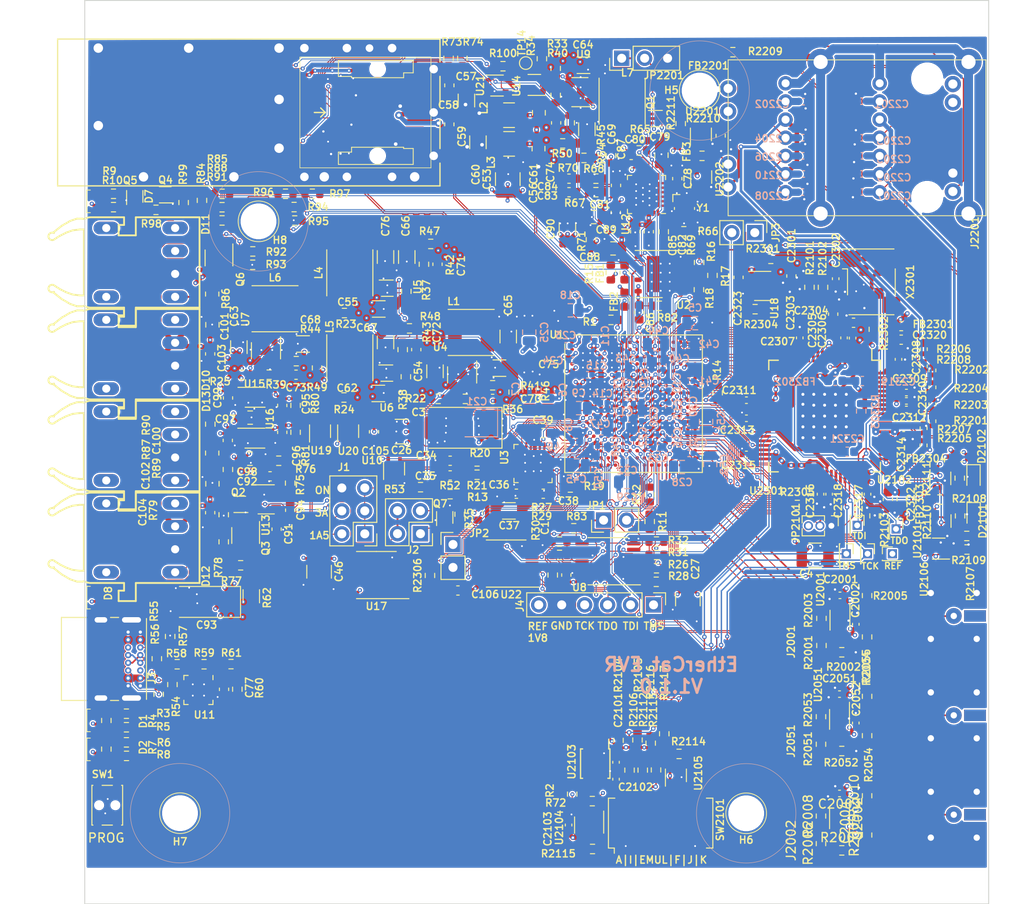
<source format=kicad_pcb>
(kicad_pcb (version 20171130) (host pcbnew 5.1.12-84ad8e8a86~92~ubuntu20.04.1)
  (layers (0 F.Cu signal) (1 In1.Cu signal) (2 In2.Cu signal) (31 B.Cu signal) (34 B.Paste user) (35 F.Paste user) (36 B.SilkS user) (37 F.SilkS user) (38 B.Mask user) (39 F.Mask user) (44 Edge.Cuts user))
  (net 0 "")
  (net 1 +3V3)
  (net 2 +1V8)
  (net 3 +5V)
  (net 4 MGT_RX1_P)
  (net 5 MGT_RX1_N)
  (net 6 "Net-(C59-Pad1)")
  (net 7 "Net-(C57-Pad1)")
  (net 8 MGT_TX1_P)
  (net 9 MGT_TX1_N)
  (net 10 "Net-(J4-Pad4)")
  (net 11 "Net-(J4-Pad3)")
  (net 12 "Net-(J4-Pad2)")
  (net 13 "Net-(J4-Pad1)")
  (net 14 TDI)
  (net 15 TMS)
  (net 16 TCK)
  (net 17 TDO)
  (net 18 TDO_I)
  (net 19 TMS_I)
  (net 20 TCK_I)
  (net 21 TDI_I)
  (net 22 "Net-(J1-Pad1)")
  (net 23 "Net-(C2302-Pad1)")
  (net 24 "Net-(FB2201-Pad1)")
  (net 25 "Net-(J2001-Pad1)")
  (net 26 "Net-(J2051-Pad1)")
  (net 27 "Net-(J2201-Pad18)")
  (net 28 "Net-(J2201-Pad17)")
  (net 29 "Net-(J2201-Pad22)")
  (net 30 "Net-(J2201-Pad21)")
  (net 31 "Net-(J2201-Pad20)")
  (net 32 "Net-(R2003-Pad2)")
  (net 33 "Net-(R2004-Pad1)")
  (net 34 "Net-(R2053-Pad2)")
  (net 35 "Net-(R2054-Pad1)")
  (net 36 "Net-(R2106-Pad2)")
  (net 37 "Net-(R2107-Pad2)")
  (net 38 "Net-(R2109-Pad2)")
  (net 39 "Net-(R2110-Pad2)")
  (net 40 "Net-(R2111-Pad2)")
  (net 41 "Net-(R2209-Pad2)")
  (net 42 "Net-(R2210-Pad2)")
  (net 43 "Net-(R2303-Pad2)")
  (net 44 "Net-(U2301-Pad1)")
  (net 45 "Net-(U2301-Pad2)")
  (net 46 "Net-(U2301-Pad3)")
  (net 47 /lan9254/rj45_ports/P0_RXD_N)
  (net 48 /lan9254/rj45_ports/P1_RXD_N)
  (net 49 /lan9254/rj45_ports/P0_RXD_P)
  (net 50 /lan9254/rj45_ports/P1_RXD_P)
  (net 51 /lan9254/rj45_ports/P0_TXD_N)
  (net 52 /lan9254/rj45_ports/P1_TXD_N)
  (net 53 /lan9254/rj45_ports/P0_TXD_P)
  (net 54 /lan9254/rj45_ports/P1_TXD_P)
  (net 55 /lan9254/VDD33TXRX1)
  (net 56 /lan9254/VDD33TXRX2)
  (net 57 /lan9254/VDDCR)
  (net 58 /lan9254/VDD12TX12)
  (net 59 /lan9254/VDD33BIAS)
  (net 60 /lan9254/TESTMODE)
  (net 61 /lan9254/XTAL_MODE)
  (net 62 /lan9254/LINKACT1)
  (net 63 /lan9254/EESCL)
  (net 64 /lan9254/EESDA)
  (net 65 /lan9254/LINKACT0)
  (net 66 /lan9254/ERRLED)
  (net 67 /lan9254/RUNLED)
  (net 68 "Net-(C2102-Pad1)")
  (net 69 "Net-(D2101-Pad2)")
  (net 70 "Net-(D2102-Pad2)")
  (net 71 "Net-(J2201-Pad15)")
  (net 72 "Net-(JP2201-Pad2)")
  (net 73 GND)
  (net 74 /fpga/fpga_bank0_cfg/AGND)
  (net 75 "Net-(C2-Pad1)")
  (net 76 +1V0)
  (net 77 /fpga/1V0_MGT)
  (net 78 /fpga/1V2_MGT)
  (net 79 USBin_P)
  (net 80 USBin_N)
  (net 81 "Net-(C36-Pad2)")
  (net 82 "Net-(C65-Pad1)")
  (net 83 "Net-(C66-Pad1)")
  (net 84 "Net-(C67-Pad1)")
  (net 85 "Net-(C68-Pad1)")
  (net 86 "Net-(C69-Pad1)")
  (net 87 "Net-(C70-Pad2)")
  (net 88 "Net-(C71-Pad2)")
  (net 89 "Net-(C72-Pad2)")
  (net 90 "Net-(C73-Pad2)")
  (net 91 "Net-(C74-Pad2)")
  (net 92 VBUS)
  (net 93 /power/3A0)
  (net 94 /power/1A5)
  (net 95 USB_BCDb)
  (net 96 "Net-(J3-PadB5)")
  (net 97 "Net-(J3-PadB8)")
  (net 98 "Net-(J3-PadA8)")
  (net 99 "Net-(J3-PadA5)")
  (net 100 "Net-(JP1-Pad2)")
  (net 101 "Net-(JP2-Pad1)")
  (net 102 "Net-(JP3-Pad2)")
  (net 103 "Net-(L1-Pad1)")
  (net 104 "Net-(L4-Pad1)")
  (net 105 "Net-(L5-Pad1)")
  (net 106 "Net-(L6-Pad1)")
  (net 107 "Net-(L7-Pad1)")
  (net 108 "Net-(R1-Pad2)")
  (net 109 /fpga/fpga_bank0_cfg/CCLK)
  (net 110 "Net-(R12-Pad1)")
  (net 111 "Net-(R15-Pad2)")
  (net 112 "Net-(R16-Pad2)")
  (net 113 "Net-(R17-Pad2)")
  (net 114 "Net-(R18-Pad2)")
  (net 115 "Net-(R18-Pad1)")
  (net 116 /power/PWR_EN)
  (net 117 "Net-(R23-Pad1)")
  (net 118 "Net-(R24-Pad1)")
  (net 119 "Net-(R25-Pad1)")
  (net 120 "Net-(R33-Pad1)")
  (net 121 "Net-(R34-Pad2)")
  (net 122 "Net-(R54-Pad2)")
  (net 123 "Net-(R55-Pad2)")
  (net 124 "Net-(R58-Pad2)")
  (net 125 "Net-(R59-Pad2)")
  (net 126 "Net-(R60-Pad1)")
  (net 127 IO_L18N_T2_A11_D27_14)
  (net 128 IO_L18P_T2_A12_D28_14)
  (net 129 IO_L20N_T3_A07_D23_14)
  (net 130 IO_L21N_T3_DQS_A06_D22_14)
  (net 131 IO_L21P_T3_DQS_14)
  (net 132 IO_L23N_T3_A02_D18_14)
  (net 133 IO_L24N_T3_A00_D16_14)
  (net 134 IO_L24P_T3_34)
  (net 135 IO_L24N_T3_34)
  (net 136 IO_L23N_T3_34)
  (net 137 IO_L18N_T2_34)
  (net 138 IO_L16P_T2_34)
  (net 139 IO_L16N_T2_34)
  (net 140 IO_L16N_T2_A15_D31_14)
  (net 141 IO_L17N_T2_A13_D29_14)
  (net 142 IO_L17P_T2_A14_D30_14)
  (net 143 IO_L20P_T3_A08_D24_14)
  (net 144 IO_L22N_T3_A04_D20_14)
  (net 145 IO_L23P_T3_A03_D19_14)
  (net 146 IO_25_14)
  (net 147 IO_L24P_T3_A01_D17_14)
  (net 148 IO_L23P_T3_34)
  (net 149 IO_L20P_T3_34)
  (net 150 IO_L20N_T3_34)
  (net 151 IO_L18P_T2_34)
  (net 152 IO_L15P_T2_DQS_34)
  (net 153 IO_L15N_T2_DQS_34)
  (net 154 IO_L15N_T2_DQS_DOUT_CSO_B_14)
  (net 155 IO_L16P_T2_CSI_B_14)
  (net 156 IO_L13N_T2_MRCC_14)
  (net 157 IO_L13P_T2_MRCC_14)
  (net 158 IO_L19N_T3_A09_D25_VREF_14)
  (net 159 IO_L22P_T3_A05_D21_14)
  (net 160 IO_L22N_T3_34)
  (net 161 IO_L21N_T3_DQS_34)
  (net 162 IO_L17P_T2_34)
  (net 163 IO_L17N_T2_34)
  (net 164 IO_L14N_T2_SRCC_34)
  (net 165 IO_L15P_T2_DQS_RDWR_B_14)
  (net 166 IO_L14N_T2_SRCC_14)
  (net 167 IO_L14P_T2_SRCC_14)
  (net 168 IO_L12N_T1_MRCC_14)
  (net 169 IO_L19P_T3_A10_D26_14)
  (net 170 IO_L22P_T3_34)
  (net 171 IO_25_34)
  (net 172 IO_L21P_T3_DQS_34)
  (net 173 IO_L14P_T2_SRCC_34)
  (net 174 IO_L13P_T2_MRCC_34)
  (net 175 IO_L13N_T2_MRCC_34)
  (net 176 IO_L10N_T1_D15_14)
  (net 177 IO_L11N_T1_SRCC_14)
  (net 178 IO_L11P_T1_SRCC_14)
  (net 179 IO_L12P_T1_MRCC_14)
  (net 180 IO_L19P_T3_34)
  (net 181 IO_L19N_T3_VREF_34)
  (net 182 IO_L12P_T1_MRCC_34)
  (net 183 IO_L12N_T1_MRCC_34)
  (net 184 IO_L9N_T1_DQS_34)
  (net 185 IO_L10P_T1_D14_14)
  (net 186 IO_L9N_T1_DQS_D13_14)
  (net 187 IO_L9P_T1_DQS_14)
  (net 188 IO_L8N_T1_D12_14)
  (net 189 IO_L8N_T1_34)
  (net 190 IO_L10N_T1_34)
  (net 191 IO_L11P_T1_SRCC_34)
  (net 192 IO_L11N_T1_SRCC_34)
  (net 193 IO_L9P_T1_DQS_34)
  (net 194 IO_L7N_T1_D10_14)
  (net 195 IO_L7P_T1_D09_14)
  (net 196 IO_L6N_T0_D08_VREF_14)
  (net 197 IO_L8P_T1_D11_14)
  (net 198 "Net-(U1-PadM10)")
  (net 199 "Net-(U1-PadM9)")
  (net 200 IO_L8P_T1_34)
  (net 201 IO_L6N_T0_VREF_34)
  (net 202 IO_L10P_T1_34)
  (net 203 IO_L7P_T1_34)
  (net 204 IO_L7N_T1_34)
  (net 205 IO_L4N_T0_D05_14)
  (net 206 IO_0_14)
  (net 207 IO_L6P_T0_34)
  (net 208 IO_L5P_T0_34)
  (net 209 IO_L5N_T0_34)
  (net 210 IO_L4N_T0_34)
  (net 211 IO_L3N_T0_DQS_EMCCLK_14)
  (net 212 IO_L4P_T0_D04_14)
  (net 213 IO_L5N_T0_D07_14)
  (net 214 IO_L1P_T0_34)
  (net 215 IO_L1N_T0_34)
  (net 216 IO_L4P_T0_34)
  (net 217 IO_L3P_T0_DQS_34)
  (net 218 IO_L3N_T0_DQS_34)
  (net 219 IO_L2N_T0_D03_14)
  (net 220 IO_L2P_T0_D02_14)
  (net 221 IO_L5P_T0_D06_14)
  (net 222 IO_0_34)
  (net 223 IO_L2P_T0_34)
  (net 224 IO_L2N_T0_34)
  (net 225 IO_L23N_T3_FWE_B_15)
  (net 226 IO_L23P_T3_FOE_B_15)
  (net 227 IO_L20P_T3_A20_15)
  (net 228 IO_25_15)
  (net 229 "Net-(U1-PadH2)")
  (net 230 "Net-(U1-PadH1)")
  (net 231 IO_L19P_T3_A22_15)
  (net 232 IO_L20N_T3_A19_15)
  (net 233 IO_L21P_T3_DQS_15)
  (net 234 IO_L22P_T3_A17_15)
  (net 235 IO_L19N_T3_A21_VREF_15)
  (net 236 IO_L24P_T3_RS1_15)
  (net 237 IO_L21N_T3_DQS_A18_15)
  (net 238 IO_L22N_T3_A16_15)
  (net 239 IO_L24N_T3_RS0_15)
  (net 240 IO_L17P_T2_A26_15)
  (net 241 IO_L14P_T2_SRCC_15)
  (net 242 IO_L13P_T2_MRCC_15)
  (net 243 IO_L12P_T1_MRCC_15)
  (net 244 IO_L17N_T2_A25_15)
  (net 245 IO_L14N_T2_SRCC_15)
  (net 246 IO_L13N_T2_MRCC_15)
  (net 247 IO_L12N_T1_MRCC_15)
  (net 248 IO_L11P_T1_SRCC_15)
  (net 249 IO_L6P_T0_15)
  (net 250 IO_0_15)
  (net 251 IO_L2P_T0_AD8P_15)
  (net 252 IO_L1P_T0_AD0P_15)
  (net 253 "Net-(U1-PadD6)")
  (net 254 "Net-(U1-PadD5)")
  (net 255 "Net-(U1-PadD2)")
  (net 256 "Net-(U1-PadD1)")
  (net 257 IO_L18N_T2_A23_15)
  (net 258 IO_L18P_T2_A24_15)
  (net 259 IO_L16P_T2_A28_15)
  (net 260 IO_L9P_T1_DQS_AD3P_15)
  (net 261 IO_L11N_T1_SRCC_15)
  (net 262 IO_L6N_T0_VREF_15)
  (net 263 IO_L4P_T0_15)
  (net 264 IO_L2N_T0_AD8N_15)
  (net 265 IO_L1N_T0_AD0N_15)
  (net 266 IO_L16N_T2_A27_15)
  (net 267 IO_L15P_T2_DQS_15)
  (net 268 IO_L9N_T1_DQS_AD3N_15)
  (net 269 IO_L10P_T1_AD11P_15)
  (net 270 IO_L7P_T1_AD2P_15)
  (net 271 IO_L4N_T0_15)
  (net 272 IO_L5P_T0_AD9P_15)
  (net 273 IO_L3P_T0_DQS_AD1P_15)
  (net 274 "Net-(U1-PadB2)")
  (net 275 "Net-(U1-PadB1)")
  (net 276 IO_L15N_T2_DQS_ADV_B_15)
  (net 277 IO_L10N_T1_AD11N_15)
  (net 278 IO_L8N_T1_AD10N_15)
  (net 279 IO_L8P_T1_AD10P_15)
  (net 280 IO_L7N_T1_AD2N_15)
  (net 281 IO_L5N_T0_AD9N_15)
  (net 282 IO_L3N_T0_DQS_AD1N_15)
  (net 283 "Net-(U3-Pad14)")
  (net 284 "Net-(U11-Pad15)")
  (net 285 "Net-(U11-Pad14)")
  (net 286 "Net-(U11-Pad11)")
  (net 287 "Net-(U11-Pad8)")
  (net 288 "Net-(U11-Pad5)")
  (net 289 "Net-(U11-Pad4)")
  (net 290 "Net-(U11-Pad1)")
  (net 291 MGT_REFCLK_P)
  (net 292 MGT_REFCLK_N)
  (net 293 "Net-(C78-Pad2)")
  (net 294 "Net-(R66-Pad2)")
  (net 295 "Net-(U12-Pad20)")
  (net 296 "Net-(U12-Pad19)")
  (net 297 "Net-(U12-Pad17)")
  (net 298 "Net-(U12-Pad16)")
  (net 299 "Net-(U12-Pad12)")
  (net 300 "Net-(U12-Pad11)")
  (net 301 "Net-(U12-Pad7)")
  (net 302 "Net-(U12-Pad6)")
  (net 303 "Net-(U12-Pad4)")
  (net 304 "Net-(U12-Pad3)")
  (net 305 "Net-(U12-Pad2)")
  (net 306 "Net-(U12-Pad1)")
  (net 307 "Net-(C87-Pad2)")
  (net 308 "Net-(R2304-Pad1)")
  (net 309 /mgt_refclk/CLK_OUT_P)
  (net 310 /mgt_refclk/CLK_OUT_N)
  (net 311 SCL1_3V3)
  (net 312 SDA1_3V3)
  (net 313 "/SFP Connector/TX_DISABLE")
  (net 314 "/USB, JTAG, I2C/USBD_P")
  (net 315 "/USB, JTAG, I2C/USBD_N")
  (net 316 "Net-(C91-Pad1)")
  (net 317 "Net-(C94-Pad1)")
  (net 318 "Net-(D10-Pad1)")
  (net 319 "Net-(D10-Pad5)")
  (net 320 "Net-(D10-Pad8)")
  (net 321 "Net-(D11-Pad1)")
  (net 322 "Net-(D11-Pad3)")
  (net 323 "Net-(D11-Pad4)")
  (net 324 "Net-(D11-Pad5)")
  (net 325 "Net-(D11-Pad8)")
  (net 326 "Net-(D12-Pad1)")
  (net 327 "Net-(D12-Pad5)")
  (net 328 "Net-(D12-Pad8)")
  (net 329 "Net-(D13-Pad1)")
  (net 330 "Net-(D13-Pad3)")
  (net 331 "Net-(D13-Pad4)")
  (net 332 "Net-(D13-Pad5)")
  (net 333 "Net-(D13-Pad8)")
  (net 334 "Net-(Q2-Pad6)")
  (net 335 "Net-(Q3-Pad1)")
  (net 336 "Net-(R86-Pad1)")
  (net 337 "Net-(R87-Pad1)")
  (net 338 "Net-(D7-Pad1)")
  (net 339 "Net-(Q5-Pad6)")
  (net 340 "Net-(Q5-Pad3)")
  (net 341 "Net-(J2-Pad2)")
  (net 342 "Net-(D1-Pad1)")
  (net 343 "Net-(D2-Pad1)")
  (net 344 "Net-(R3-Pad1)")
  (net 345 "Net-(R4-Pad1)")
  (net 346 "Net-(R5-Pad1)")
  (net 347 "Net-(R6-Pad1)")
  (net 348 "Net-(R7-Pad1)")
  (net 349 "Net-(R8-Pad1)")
  (net 350 +5V_SWITCHED)
  (net 351 "Net-(J2-Pad3)")
  (net 352 "Net-(J2-Pad1)")
  (net 353 "Net-(R82-Pad2)")
  (net 354 "Net-(TP14-Pad1)")
  (net 355 "Net-(R2114-Pad2)")
  (net 356 "Net-(J19-Pad8)")
  (net 357 "Net-(J19-Pad6)")
  (net 358 "Net-(J19-Pad2)")
  (net 359 /LAN9254_JTAG_EN)
  (net 360 "Net-(D7-Pad3)")
  (net 361 "Net-(D7-Pad4)")
  (net 362 "Net-(Q4-Pad6)")
  (net 363 "Net-(D8-Pad3)")
  (net 364 "Net-(D8-Pad4)")
  (net 365 "Net-(D8-Pad1)")
  (net 366 "Net-(Q4-Pad3)")
  (net 367 /CFG_DONE)
  (net 368 "Net-(R100-Pad2)")
  (net 369 "Net-(D1-Pad3)")
  (net 370 "Net-(D1-Pad4)")
  (net 371 "Net-(D2-Pad3)")
  (net 372 "Net-(D2-Pad4)")
  (net 373 "Net-(J2002-Pad1)")
  (net 374 "Net-(R2008-Pad2)")
  (net 375 "Net-(R2009-Pad1)")
  (module Package_SO:VSSOP-8_2.3x2mm_P0.5mm (layer F.Cu) (at 183.5 116.58 270)
    (fp_text reference U2002 (at 0 -2 90) (layer F.SilkS))
    (fp_text value 74LVC2T45DC)
    (pad 8 smd rect (at 1.55 -0.75 180) (size 0.3 0.8) (layers F.Cu F.Paste F.Mask) (net 1 +3V3))
    (pad 7 smd rect (at 1.55 -0.25 180) (size 0.3 0.8) (layers F.Cu F.Paste F.Mask) (net 375 "Net-(R2009-Pad1)"))
    (pad 6 smd rect (at 1.55 0.25 180) (size 0.3 0.8) (layers F.Cu F.Paste F.Mask) (net 375 "Net-(R2009-Pad1)"))
    (pad 5 smd rect (at 1.55 0.75 180) (size 0.3 0.8) (layers F.Cu F.Paste F.Mask) (net 129 IO_L20N_T3_A07_D23_14))
    (pad 4 smd rect (at -1.55 0.75 180) (size 0.3 0.8) (layers F.Cu F.Paste F.Mask) (net 73 GND))
    (pad 3 smd rect (at -1.55 0.25 180) (size 0.3 0.8) (layers F.Cu F.Paste F.Mask) (net 374 "Net-(R2008-Pad2)"))
    (pad 2 smd rect (at -1.55 -0.25 180) (size 0.3 0.8) (layers F.Cu F.Paste F.Mask) (net 374 "Net-(R2008-Pad2)"))
    (pad 1 smd rect (at -1.55 -0.75 180) (size 0.3 0.8) (layers F.Cu F.Paste F.Mask) (net 2 +1V8))
  )
  (module Resistor_SMD:R_0603_1608Metric (layer F.Cu) (at 186.55 114.03 90)
    (fp_text reference R2010 (at 0 -1.43 90) (layer F.SilkS))
    (fp_text value 100k)
    (pad 2 smd roundrect (at 0.825 0 90) (size 0.8 0.95) (layers F.Cu F.Paste F.Mask) (net 73 GND))
    (pad 1 smd roundrect (at -0.825 0 90) (size 0.8 0.95) (layers F.Cu F.Paste F.Mask) (net 373 "Net-(J2002-Pad1)"))
  )
  (module Resistor_SMD:R_0603_1608Metric (layer F.Cu) (at 186.55 118.38 90)
    (fp_text reference R2009 (at 0 -1.43 90) (layer F.SilkS))
    (fp_text value 0)
    (pad 2 smd roundrect (at 0.825 0 90) (size 0.8 0.95) (layers F.Cu F.Paste F.Mask) (net 373 "Net-(J2002-Pad1)"))
    (pad 1 smd roundrect (at -0.825 0 90) (size 0.8 0.95) (layers F.Cu F.Paste F.Mask) (net 375 "Net-(R2009-Pad1)"))
  )
  (module Resistor_SMD:R_0603_1608Metric (layer F.Cu) (at 181.45 116.28 90)
    (fp_text reference R2008 (at 0 -1.43 90) (layer F.SilkS))
    (fp_text value 100)
    (pad 2 smd roundrect (at 0.825 0 90) (size 0.8 0.95) (layers F.Cu F.Paste F.Mask) (net 374 "Net-(R2008-Pad2)"))
    (pad 1 smd roundrect (at -0.825 0 90) (size 0.8 0.95) (layers F.Cu F.Paste F.Mask) (net 142 IO_L17P_T2_A14_D30_14))
  )
  (module Resistor_SMD:R_0603_1608Metric (layer F.Cu) (at 183.75 120.08)
    (fp_text reference R2007 (at 0 -1.43) (layer F.SilkS))
    (fp_text value 3k3)
    (pad 2 smd roundrect (at 0.825 0) (size 0.8 0.95) (layers F.Cu F.Paste F.Mask) (net 73 GND))
    (pad 1 smd roundrect (at -0.825 0) (size 0.8 0.95) (layers F.Cu F.Paste F.Mask) (net 129 IO_L20N_T3_A07_D23_14))
  )
  (module Resistor_SMD:R_0603_1608Metric (layer F.Cu) (at 181.45 119.33 90)
    (fp_text reference R2006 (at 0 -1.43 90) (layer F.SilkS))
    (fp_text value 100k)
    (pad 2 smd roundrect (at 0.825 0 90) (size 0.8 0.95) (layers F.Cu F.Paste F.Mask) (net 142 IO_L17P_T2_A14_D30_14))
    (pad 1 smd roundrect (at -0.825 0 90) (size 0.8 0.95) (layers F.Cu F.Paste F.Mask) (net 2 +1V8))
  )
  (module proj_footprints:LEMO+SMA (layer F.Cu) (at 196.14 116.13 90)
    (fp_text reference J2002 (at -2.85 -18 90) (layer F.SilkS))
    (fp_text value BNC)
    (pad 3 smd rect (at 0 2.3495 90) (size 1.27 2.413) (layers B.Cu B.Mask))
    (pad 2 smd rect (at 2.8 0.0508 90) (size 1.4 7) (layers F.Cu F.Mask) (net 73 GND))
    (pad 2 smd rect (at -2.8 0.0508 90) (size 1.4 7) (layers F.Cu F.Mask) (net 73 GND))
    (pad 1 thru_hole circle (at 0 0 90) (size 1.75 1.75) (drill 0.7) (layers *.Cu *.Mask) (net 373 "Net-(J2002-Pad1)"))
    (pad 2 thru_hole circle (at 2.54 2.54 90) (size 1.75 1.75) (drill 0.7) (layers *.Cu *.Mask) (net 73 GND))
    (pad 2 thru_hole circle (at 2.54 -2.54 90) (size 1.75 1.75) (drill 0.7) (layers *.Cu *.Mask) (net 73 GND))
    (pad 2 thru_hole circle (at -2.54 -2.54 90) (size 1.75 1.75) (drill 0.7) (layers *.Cu *.Mask) (net 73 GND))
    (pad 2 thru_hole circle (at -2.54 2.54 90) (size 1.75 1.75) (drill 0.7) (layers *.Cu *.Mask) (net 73 GND))
    (pad 3 smd rect (at 0 2.3495 90) (size 1.27 2.413) (layers F.Cu F.Mask))
    (pad 2 smd rect (at -2.8 0.0508 90) (size 1.4 7) (layers B.Cu B.Mask) (net 73 GND))
    (pad 2 smd rect (at 2.8 0.0508 90) (size 1.4 7) (layers B.Cu B.Mask) (net 73 GND))
  )
  (module Capacitor_SMD:C_0402_1005Metric (layer F.Cu) (at 185.3 116.98 90)
    (fp_text reference C2004 (at 0 -1.16 90) (layer F.SilkS))
    (fp_text value 100n)
    (pad 2 smd roundrect (at 0.48 0 90) (size 0.56 0.62) (layers F.Cu F.Paste F.Mask) (net 73 GND))
    (pad 1 smd roundrect (at -0.48 0 90) (size 0.56 0.62) (layers F.Cu F.Paste F.Mask) (net 1 +3V3))
  )
  (module Capacitor_SMD:C_0402_1005Metric (layer F.Cu) (at 183.5 113.78 180)
    (fp_text reference C2003 (at 0 -1.16) (layer F.SilkS))
    (fp_text value 100n)
    (pad 2 smd roundrect (at 0.48 0 180) (size 0.56 0.62) (layers F.Cu F.Paste F.Mask) (net 73 GND))
    (pad 1 smd roundrect (at -0.48 0 180) (size 0.56 0.62) (layers F.Cu F.Paste F.Mask) (net 2 +1V8))
  )
  (module proj_footprints:USB_C_Receptacle_GCT_USB4085_smaller_holes (layer F.Cu) (at 106.15 95.915 270)
    (fp_text reference J3 (at 5.1 -1.275 90) (layer F.SilkS) (effects (font (size 0.8 0.8) (thickness 0.153))))
    (fp_text value USB_C_Receptacle_USB2.0)
    (pad S1 thru_hole oval (at 7.3 4.36 270) (size 1 1.8) (drill oval 0.6 1.4) (layers *.Cu *.Mask) (net 73 GND))
    (pad S1 thru_hole oval (at -1.35 4.36 270) (size 1 1.8) (drill oval 0.6 1.4) (layers *.Cu *.Mask) (net 73 GND))
    (pad S1 thru_hole oval (at 7.3 0.98 270) (size 1 2.5) (drill oval 0.6 2.1) (layers *.Cu *.Mask) (net 73 GND))
    (pad S1 thru_hole oval (at -1.35 0.98 270) (size 1 2.5) (drill oval 0.6 2.1) (layers *.Cu *.Mask) (net 73 GND))
    (pad B6 thru_hole circle (at 3.4 1.35 270) (size 0.7 0.7) (drill 0.35) (layers *.Cu *.Mask) (net 79 USBin_P))
    (pad B1 thru_hole circle (at 5.95 1.35 270) (size 0.7 0.7) (drill 0.35) (layers *.Cu *.Mask) (net 73 GND))
    (pad B4 thru_hole circle (at 5.1 1.35 270) (size 0.7 0.7) (drill 0.35) (layers *.Cu *.Mask) (net 92 VBUS))
    (pad B5 thru_hole circle (at 4.25 1.35 270) (size 0.7 0.7) (drill 0.35) (layers *.Cu *.Mask) (net 96 "Net-(J3-PadB5)"))
    (pad B12 thru_hole circle (at 0 1.35 270) (size 0.7 0.7) (drill 0.35) (layers *.Cu *.Mask) (net 73 GND))
    (pad B8 thru_hole circle (at 1.7 1.35 270) (size 0.7 0.7) (drill 0.35) (layers *.Cu *.Mask) (net 97 "Net-(J3-PadB8)"))
    (pad B7 thru_hole circle (at 2.55 1.35 270) (size 0.7 0.7) (drill 0.35) (layers *.Cu *.Mask) (net 80 USBin_N))
    (pad B9 thru_hole circle (at 0.85 1.35 270) (size 0.7 0.7) (drill 0.35) (layers *.Cu *.Mask) (net 92 VBUS))
    (pad A12 thru_hole circle (at 5.95 0 270) (size 0.7 0.7) (drill 0.35) (layers *.Cu *.Mask) (net 73 GND))
    (pad A9 thru_hole circle (at 5.1 0 270) (size 0.7 0.7) (drill 0.35) (layers *.Cu *.Mask) (net 92 VBUS))
    (pad A8 thru_hole circle (at 4.25 0 270) (size 0.7 0.7) (drill 0.35) (layers *.Cu *.Mask) (net 98 "Net-(J3-PadA8)"))
    (pad A7 thru_hole circle (at 3.4 0 270) (size 0.7 0.7) (drill 0.35) (layers *.Cu *.Mask) (net 80 USBin_N))
    (pad A6 thru_hole circle (at 2.55 0 270) (size 0.7 0.7) (drill 0.35) (layers *.Cu *.Mask) (net 79 USBin_P))
    (pad A5 thru_hole circle (at 1.7 0 270) (size 0.7 0.7) (drill 0.35) (layers *.Cu *.Mask) (net 99 "Net-(J3-PadA5)"))
    (pad A4 thru_hole circle (at 0.85 0 270) (size 0.7 0.7) (drill 0.35) (layers *.Cu *.Mask) (net 92 VBUS))
    (pad A1 thru_hole circle (at 0 0 270) (size 0.7 0.7) (drill 0.35) (layers *.Cu *.Mask) (net 73 GND))
  )
  (module Package_TO_SOT_SMD:SOT-353_SC-70-5 (layer F.Cu) (at 129.14 73.68 90)
    (fp_text reference U20 (at -2.19 0.02 180) (layer F.SilkS) (effects (font (size 0.8 0.8) (thickness 0.153))))
    (fp_text value 74AHC1T86)
    (pad 5 smd rect (at 0.95 -0.65 90) (size 0.65 0.4) (layers F.Cu F.Paste F.Mask) (net 2 +1V8))
    (pad 4 smd rect (at 0.95 0.65 90) (size 0.65 0.4) (layers F.Cu F.Paste F.Mask) (net 202 IO_L10P_T1_34))
    (pad 2 smd rect (at -0.95 0 90) (size 0.65 0.4) (layers F.Cu F.Paste F.Mask) (net 326 "Net-(D12-Pad1)"))
    (pad 3 smd rect (at -0.95 0.65 90) (size 0.65 0.4) (layers F.Cu F.Paste F.Mask) (net 73 GND))
    (pad 1 smd rect (at -0.95 -0.65 90) (size 0.65 0.4) (layers F.Cu F.Paste F.Mask) (net 2 +1V8))
  )
  (module Package_TO_SOT_SMD:SOT-353_SC-70-5 (layer F.Cu) (at 126.03 73.68 90)
    (fp_text reference U19 (at -2.14 0.12 180) (layer F.SilkS) (effects (font (size 0.8 0.8) (thickness 0.153))))
    (fp_text value 74AHC1T86)
    (pad 5 smd rect (at 0.95 -0.65 90) (size 0.65 0.4) (layers F.Cu F.Paste F.Mask) (net 2 +1V8))
    (pad 4 smd rect (at 0.95 0.65 90) (size 0.65 0.4) (layers F.Cu F.Paste F.Mask) (net 209 IO_L5N_T0_34))
    (pad 2 smd rect (at -0.95 0 90) (size 0.65 0.4) (layers F.Cu F.Paste F.Mask) (net 318 "Net-(D10-Pad1)"))
    (pad 3 smd rect (at -0.95 0.65 90) (size 0.65 0.4) (layers F.Cu F.Paste F.Mask) (net 73 GND))
    (pad 1 smd rect (at -0.95 -0.65 90) (size 0.65 0.4) (layers F.Cu F.Paste F.Mask) (net 2 +1V8))
  )
  (module proj_footprints:LED_RGB_2504_horiz_barg (layer F.Cu) (at 101.12 108.9 90)
    (fp_text reference D2 (at 0.22 5.34 90) (layer F.SilkS) (effects (font (size 0.8 0.8) (thickness 0.153))))
    (fp_text value LED_BARG)
    (pad 3 smd rect (at 0.425 0.35 90) (size 0.45 0.5) (layers F.Cu F.Paste F.Mask) (net 371 "Net-(D2-Pad3)"))
    (pad 2 smd rect (at -0.425 0.35 90) (size 0.45 0.5) (layers F.Cu F.Paste F.Mask) (net 3 +5V))
    (pad 4 smd rect (at 1.2 0 90) (size 0.6 0.9) (layers F.Cu F.Paste F.Mask) (net 372 "Net-(D2-Pad4)"))
    (pad 1 smd rect (at -1.2 0 90) (size 0.6 0.9) (layers F.Cu F.Paste F.Mask) (net 343 "Net-(D2-Pad1)"))
  )
  (module proj_footprints:LED_RGB_2504_horiz_barg (layer F.Cu) (at 101.12 105.69 90)
    (fp_text reference D1 (at -0.09 5.34 90) (layer F.SilkS) (effects (font (size 0.8 0.8) (thickness 0.153))))
    (fp_text value LED_BARG)
    (pad 3 smd rect (at 0.425 0.35 90) (size 0.45 0.5) (layers F.Cu F.Paste F.Mask) (net 369 "Net-(D1-Pad3)"))
    (pad 2 smd rect (at -0.425 0.35 90) (size 0.45 0.5) (layers F.Cu F.Paste F.Mask) (net 3 +5V))
    (pad 4 smd rect (at 1.2 0 90) (size 0.6 0.9) (layers F.Cu F.Paste F.Mask) (net 370 "Net-(D1-Pad4)"))
    (pad 1 smd rect (at -1.2 0 90) (size 0.6 0.9) (layers F.Cu F.Paste F.Mask) (net 342 "Net-(D1-Pad1)"))
  )
  (module proj_footprints:HFBR25XX (layer F.Cu) (at 110 55 180)
    (fp_text reference D11 (at -3.37 4.23 90) (layer F.SilkS) (effects (font (size 0.8 0.8) (thickness 0.153))))
    (fp_text value HFBR1528)
    (pad 1 thru_hole oval (at 0 -3.81 180) (size 2.816 1.408) (drill 0.9) (layers *.Cu *.Mask) (net 321 "Net-(D11-Pad1)"))
    (pad 2 thru_hole oval (at 0 -1.27 180) (size 2.816 1.408) (drill 0.9) (layers *.Cu *.Mask) (net 73 GND))
    (pad 3 thru_hole oval (at 0 1.27 180) (size 2.816 1.408) (drill 0.9) (layers *.Cu *.Mask) (net 322 "Net-(D11-Pad3)"))
    (pad 4 thru_hole oval (at 0 3.81 180) (size 2.816 1.408) (drill 0.9) (layers *.Cu *.Mask) (net 323 "Net-(D11-Pad4)"))
    (pad 5 thru_hole oval (at 7.62 3.81 180) (size 2.816 1.408) (drill 0.9) (layers *.Cu *.Mask) (net 324 "Net-(D11-Pad5)"))
    (pad 8 thru_hole oval (at 7.62 -3.81 180) (size 2.816 1.408) (drill 0.9) (layers *.Cu *.Mask) (net 325 "Net-(D11-Pad8)"))
  )
  (module Resistor_SMD:R_0603_1608Metric (layer F.Cu) (at 146.27 33.28)
    (fp_text reference R100 (at 0 -1.43) (layer F.SilkS) (effects (font (size 0.8 0.8) (thickness 0.153))))
    (fp_text value 2k)
    (pad 2 smd roundrect (at 0.825 0) (size 0.8 0.95) (layers F.Cu F.Paste F.Mask) (net 368 "Net-(R100-Pad2)"))
    (pad 1 smd roundrect (at -0.825 0) (size 0.8 0.95) (layers F.Cu F.Paste F.Mask) (net 364 "Net-(D8-Pad4)"))
  )
  (module Resistor_SMD:R_0603_1608Metric (layer F.Cu) (at 110.94 48.37 90)
    (fp_text reference R99 (at 3.11 -0.06 90) (layer F.SilkS) (effects (font (size 0.8 0.8) (thickness 0.153))))
    (fp_text value 750)
    (pad 2 smd roundrect (at 0.825 0 90) (size 0.8 0.95) (layers F.Cu F.Paste F.Mask) (net 366 "Net-(Q4-Pad3)"))
    (pad 1 smd roundrect (at -0.825 0 90) (size 0.8 0.95) (layers F.Cu F.Paste F.Mask) (net 363 "Net-(D8-Pad3)"))
  )
  (module proj_footprints:LED_RGB_2504_horiz_barg (layer F.Cu) (at 101.12 92.1 90)
    (fp_text reference D8 (at 0.475 1.475 90) (layer F.SilkS) (effects (font (size 0.8 0.8) (thickness 0.153))))
    (fp_text value LED_BARG)
    (pad 1 smd rect (at -1.2 0 90) (size 0.6 0.9) (layers F.Cu F.Paste F.Mask) (net 365 "Net-(D8-Pad1)"))
    (pad 4 smd rect (at 1.2 0 90) (size 0.6 0.9) (layers F.Cu F.Paste F.Mask) (net 364 "Net-(D8-Pad4)"))
    (pad 2 smd rect (at -0.425 0.35 90) (size 0.45 0.5) (layers F.Cu F.Paste F.Mask) (net 3 +5V))
    (pad 3 smd rect (at 0.425 0.35 90) (size 0.45 0.5) (layers F.Cu F.Paste F.Mask) (net 363 "Net-(D8-Pad3)"))
  )
  (module Resistor_SMD:R_0603_1608Metric (layer F.Cu) (at 107.88 49.18)
    (fp_text reference R98 (at -0.51 1.54) (layer F.SilkS) (effects (font (size 0.8 0.8) (thickness 0.153))))
    (fp_text value 230)
    (pad 2 smd roundrect (at 0.825 0) (size 0.8 0.95) (layers F.Cu F.Paste F.Mask) (net 362 "Net-(Q4-Pad6)"))
    (pad 1 smd roundrect (at -0.825 0) (size 0.8 0.95) (layers F.Cu F.Paste F.Mask) (net 338 "Net-(D7-Pad1)"))
  )
  (module proj_footprints:SOT-563-adjusted (layer F.Cu) (at 108.91 47.51 180)
    (fp_text reference Q4 (at -0.03 1.64) (layer F.SilkS) (effects (font (size 0.8 0.8) (thickness 0.153))))
    (fp_text value SSM6N35AFE)
    (pad 5 smd rect (at 0.635 0 180) (size 0.67 0.3) (layers F.Cu F.Paste F.Mask) (net 2 +1V8))
    (pad 4 smd rect (at 0.635 0.5 180) (size 0.67 0.3) (layers F.Cu F.Paste F.Mask) (net 367 /CFG_DONE))
    (pad 2 smd rect (at -0.635 0 180) (size 0.67 0.3) (layers F.Cu F.Paste F.Mask) (net 182 IO_L12P_T1_MRCC_34))
    (pad 6 smd rect (at 0.635 -0.5 180) (size 0.67 0.3) (layers F.Cu F.Paste F.Mask) (net 362 "Net-(Q4-Pad6)"))
    (pad 3 smd rect (at -0.635 0.5 180) (size 0.67 0.3) (layers F.Cu F.Paste F.Mask) (net 366 "Net-(Q4-Pad3)"))
    (pad 1 smd rect (at -0.635 -0.5 180) (size 0.67 0.3) (layers F.Cu F.Paste F.Mask) (net 73 GND))
  )
  (module proj_footprints:LED_RGB_2504_horiz_barg (layer F.Cu) (at 101.12 48.24 90)
    (fp_text reference D7 (at 0.55 5.98 270) (layer F.SilkS) (effects (font (size 0.8 0.8) (thickness 0.153))))
    (fp_text value LED_BARG)
    (pad 3 smd rect (at 0.425 0.35 90) (size 0.45 0.5) (layers F.Cu F.Paste F.Mask) (net 360 "Net-(D7-Pad3)"))
    (pad 2 smd rect (at -0.425 0.35 90) (size 0.45 0.5) (layers F.Cu F.Paste F.Mask) (net 3 +5V))
    (pad 4 smd rect (at 1.2 0 90) (size 0.6 0.9) (layers F.Cu F.Paste F.Mask) (net 361 "Net-(D7-Pad4)"))
    (pad 1 smd rect (at -1.2 0 90) (size 0.6 0.9) (layers F.Cu F.Paste F.Mask) (net 338 "Net-(D7-Pad1)"))
  )
  (module Package_TO_SOT_SMD:SOT-353_SC-70-5 (layer F.Cu) (at 168.2 45.55 90)
    (fp_text reference U2202 (at -0.23 2.05 90) (layer F.SilkS) (effects (font (size 0.8 0.8) (thickness 0.153))))
    (fp_text value 74LVC1G06)
    (pad 5 smd rect (at 0.95 -0.65 90) (size 0.65 0.4) (layers F.Cu F.Paste F.Mask) (net 2 +1V8))
    (pad 4 smd rect (at 0.95 0.65 90) (size 0.65 0.4) (layers F.Cu F.Paste F.Mask) (net 42 "Net-(R2210-Pad2)"))
    (pad 2 smd rect (at -0.95 0 90) (size 0.65 0.4) (layers F.Cu F.Paste F.Mask) (net 62 /lan9254/LINKACT1))
    (pad 3 smd rect (at -0.95 0.65 90) (size 0.65 0.4) (layers F.Cu F.Paste F.Mask) (net 73 GND))
    (pad 1 smd rect (at -0.95 -0.65 90) (size 0.65 0.4) (layers F.Cu F.Paste F.Mask) (net 62 /lan9254/LINKACT1))
  )
  (module Package_TO_SOT_SMD:SOT-353_SC-70-5 (layer F.Cu) (at 145.61 35.42)
    (fp_text reference U21 (at -1.86 0 90) (layer F.SilkS) (effects (font (size 0.8 0.8) (thickness 0.153))))
    (fp_text value 74LVC1G06)
    (pad 1 smd rect (at -0.95 -0.65) (size 0.65 0.4) (layers F.Cu F.Paste F.Mask) (net 282 IO_L3N_T0_DQS_AD1N_15))
    (pad 3 smd rect (at -0.95 0.65) (size 0.65 0.4) (layers F.Cu F.Paste F.Mask) (net 73 GND))
    (pad 2 smd rect (at -0.95 0) (size 0.65 0.4) (layers F.Cu F.Paste F.Mask) (net 282 IO_L3N_T0_DQS_AD1N_15))
    (pad 4 smd rect (at 0.95 0.65) (size 0.65 0.4) (layers F.Cu F.Paste F.Mask) (net 313 "/SFP Connector/TX_DISABLE"))
    (pad 5 smd rect (at 0.95 -0.65) (size 0.65 0.4) (layers F.Cu F.Paste F.Mask) (net 2 +1V8))
  )
  (module Package_TO_SOT_SMD:SOT-353_SC-70-5 (layer F.Cu) (at 149.74 35.35 180)
    (fp_text reference U14 (at 1.97 -0.12 90) (layer F.SilkS) (effects (font (size 0.8 0.8) (thickness 0.153))))
    (fp_text value 74LVC1G06)
    (pad 1 smd rect (at -0.95 -0.65 180) (size 0.65 0.4) (layers F.Cu F.Paste F.Mask) (net 1 +3V3))
    (pad 3 smd rect (at -0.95 0.65 180) (size 0.65 0.4) (layers F.Cu F.Paste F.Mask) (net 73 GND))
    (pad 2 smd rect (at -0.95 0 180) (size 0.65 0.4) (layers F.Cu F.Paste F.Mask) (net 1 +3V3))
    (pad 4 smd rect (at 0.95 0.65 180) (size 0.65 0.4) (layers F.Cu F.Paste F.Mask) (net 368 "Net-(R100-Pad2)"))
    (pad 5 smd rect (at 0.95 -0.65 180) (size 0.65 0.4) (layers F.Cu F.Paste F.Mask) (net 1 +3V3))
  )
  (module Package_TO_SOT_SMD:SOT-353_SC-70-5 (layer F.Cu) (at 134.22 77.83 90)
    (fp_text reference U10 (at 0.92 -2.43 180) (layer F.SilkS) (effects (font (size 0.8 0.8) (thickness 0.153))))
    (fp_text value 74LVC1G06)
    (pad 1 smd rect (at -0.95 -0.65 90) (size 0.65 0.4) (layers F.Cu F.Paste F.Mask) (net 22 "Net-(J1-Pad1)"))
    (pad 3 smd rect (at -0.95 0.65 90) (size 0.65 0.4) (layers F.Cu F.Paste F.Mask) (net 73 GND))
    (pad 2 smd rect (at -0.95 0 90) (size 0.65 0.4) (layers F.Cu F.Paste F.Mask) (net 22 "Net-(J1-Pad1)"))
    (pad 4 smd rect (at 0.95 0.65 90) (size 0.65 0.4) (layers F.Cu F.Paste F.Mask) (net 116 /power/PWR_EN))
    (pad 5 smd rect (at 0.95 -0.65 90) (size 0.65 0.4) (layers F.Cu F.Paste F.Mask) (net 3 +5V))
  )
  (module Package_SO:TSSOP-14_4.4x5mm_P0.65mm (layer F.Cu) (at 146.62 88.33 180)
    (fp_text reference U22 (at -0.55 -3.43) (layer F.SilkS) (effects (font (size 0.8 0.8) (thickness 0.153))))
    (fp_text value 74AC126)
    (pad 14 smd roundrect (at 2.8625 -1.95 180) (size 1.475 0.4) (layers F.Cu F.Paste F.Mask) (net 2 +1V8))
    (pad 13 smd roundrect (at 2.8625 -1.3 180) (size 1.475 0.4) (layers F.Cu F.Paste F.Mask) (net 359 /LAN9254_JTAG_EN))
    (pad 12 smd roundrect (at 2.8625 -0.65 180) (size 1.475 0.4) (layers F.Cu F.Paste F.Mask) (net 20 TCK_I))
    (pad 11 smd roundrect (at 2.8625 0 180) (size 1.475 0.4) (layers F.Cu F.Paste F.Mask) (net 63 /lan9254/EESCL))
    (pad 10 smd roundrect (at 2.8625 0.65 180) (size 1.475 0.4) (layers F.Cu F.Paste F.Mask) (net 359 /LAN9254_JTAG_EN))
    (pad 9 smd roundrect (at 2.8625 1.3 180) (size 1.475 0.4) (layers F.Cu F.Paste F.Mask) (net 17 TDO))
    (pad 8 smd roundrect (at 2.8625 1.95 180) (size 1.475 0.4) (layers F.Cu F.Paste F.Mask) (net 62 /lan9254/LINKACT1))
    (pad 7 smd roundrect (at -2.8625 1.95 180) (size 1.475 0.4) (layers F.Cu F.Paste F.Mask) (net 73 GND))
    (pad 6 smd roundrect (at -2.8625 1.3 180) (size 1.475 0.4) (layers F.Cu F.Paste F.Mask) (net 18 TDO_I))
    (pad 5 smd roundrect (at -2.8625 0.65 180) (size 1.475 0.4) (layers F.Cu F.Paste F.Mask) (net 65 /lan9254/LINKACT0))
    (pad 4 smd roundrect (at -2.8625 0 180) (size 1.475 0.4) (layers F.Cu F.Paste F.Mask) (net 359 /LAN9254_JTAG_EN))
    (pad 3 smd roundrect (at -2.8625 -0.65 180) (size 1.475 0.4) (layers F.Cu F.Paste F.Mask) (net 64 /lan9254/EESDA))
    (pad 2 smd roundrect (at -2.8625 -1.3 180) (size 1.475 0.4) (layers F.Cu F.Paste F.Mask) (net 19 TMS_I))
    (pad 1 smd roundrect (at -2.8625 -1.95 180) (size 1.475 0.4) (layers F.Cu F.Paste F.Mask) (net 359 /LAN9254_JTAG_EN))
  )
  (module Resistor_SMD:R_0603_1608Metric (layer F.Cu) (at 138.19 89.65 90)
    (fp_text reference R2306 (at 0 -1.36 90) (layer F.SilkS) (effects (font (size 0.8 0.8) (thickness 0.153))))
    (fp_text value 10k)
    (pad 2 smd roundrect (at 0.825 0 90) (size 0.8 0.95) (layers F.Cu F.Paste F.Mask) (net 73 GND))
    (pad 1 smd roundrect (at -0.825 0 90) (size 0.8 0.95) (layers F.Cu F.Paste F.Mask) (net 359 /LAN9254_JTAG_EN))
  )
  (module Resistor_SMD:R_0603_1608Metric (layer F.Cu) (at 178.83 81.85)
    (fp_text reference R2305 (at 0 -1.43) (layer F.SilkS) (effects (font (size 0.8 0.8) (thickness 0.153))))
    (fp_text value 0)
    (pad 2 smd roundrect (at 0.825 0) (size 0.8 0.95) (layers F.Cu F.Paste F.Mask) (net 60 /lan9254/TESTMODE))
    (pad 1 smd roundrect (at -0.825 0) (size 0.8 0.95) (layers F.Cu F.Paste F.Mask) (net 359 /LAN9254_JTAG_EN))
  )
  (module Capacitor_SMD:C_0603_1608Metric (layer F.Cu) (at 141.285 91.31)
    (fp_text reference C106 (at 3.015 0.43) (layer F.SilkS) (effects (font (size 0.8 0.8) (thickness 0.153))))
    (fp_text value 100nF_603)
    (pad 2 smd roundrect (at 0.775 0) (size 0.9 0.95) (layers F.Cu F.Paste F.Mask) (net 2 +1V8))
    (pad 1 smd roundrect (at -0.775 0) (size 0.9 0.95) (layers F.Cu F.Paste F.Mask) (net 73 GND))
  )
  (module proj_footprints:TQFP-80_12x12mm_P0.5mm_EP6x6mm (layer F.Cu) (at 181.85 72 270)
    (fp_text reference U2301 (at 8.275 6.4 180) (layer F.SilkS) (effects (font (size 0.8 0.8) (thickness 0.153))))
    (fp_text value lan9254)
    (pad 1 smd rect (at -6.7 -4.75 270) (size 1.5 0.3) (layers F.Cu F.Paste F.Mask) (net 44 "Net-(U2301-Pad1)"))
    (pad 2 smd rect (at -6.7 -4.25 270) (size 1.5 0.3) (layers F.Cu F.Paste F.Mask) (net 45 "Net-(U2301-Pad2)"))
    (pad 3 smd rect (at -6.7 -3.75 270) (size 1.5 0.3) (layers F.Cu F.Paste F.Mask) (net 46 "Net-(U2301-Pad3)"))
    (pad 4 smd rect (at -6.7 -3.25 270) (size 1.5 0.3) (layers F.Cu F.Paste F.Mask) (net 73 GND))
    (pad 5 smd rect (at -6.7 -2.75 270) (size 1.5 0.3) (layers F.Cu F.Paste F.Mask) (net 1 +3V3))
    (pad 6 smd rect (at -6.7 -2.25 270) (size 1.5 0.3) (layers F.Cu F.Paste F.Mask) (net 57 /lan9254/VDDCR))
    (pad 7 smd rect (at -6.7 -1.75 270) (size 1.5 0.3) (layers F.Cu F.Paste F.Mask) (net 1 +3V3))
    (pad 8 smd rect (at -6.7 -1.25 270) (size 1.5 0.3) (layers F.Cu F.Paste F.Mask) (net 61 /lan9254/XTAL_MODE))
    (pad 9 smd rect (at -6.7 -0.75 270) (size 1.5 0.3) (layers F.Cu F.Paste F.Mask) (net 66 /lan9254/ERRLED))
    (pad 10 smd rect (at -6.7 -0.25 270) (size 1.5 0.3) (layers F.Cu F.Paste F.Mask) (net 278 IO_L8N_T1_AD10N_15))
    (pad 11 smd rect (at -6.7 0.25 270) (size 1.5 0.3) (layers F.Cu F.Paste F.Mask) (net 268 IO_L9N_T1_DQS_AD3N_15))
    (pad 12 smd rect (at -6.7 0.75 270) (size 1.5 0.3) (layers F.Cu F.Paste F.Mask) (net 277 IO_L10N_T1_AD11N_15))
    (pad 13 smd rect (at -6.7 1.25 270) (size 1.5 0.3) (layers F.Cu F.Paste F.Mask) (net 246 IO_L13N_T2_MRCC_15))
    (pad 14 smd rect (at -6.7 1.75 270) (size 1.5 0.3) (layers F.Cu F.Paste F.Mask) (net 267 IO_L15P_T2_DQS_15))
    (pad 15 smd rect (at -6.7 2.25 270) (size 1.5 0.3) (layers F.Cu F.Paste F.Mask) (net 276 IO_L15N_T2_DQS_ADV_B_15))
    (pad 16 smd rect (at -6.7 2.75 270) (size 1.5 0.3) (layers F.Cu F.Paste F.Mask) (net 2 +1V8))
    (pad 17 smd rect (at -6.7 3.25 270) (size 1.5 0.3) (layers F.Cu F.Paste F.Mask) (net 259 IO_L16P_T2_A28_15))
    (pad 18 smd rect (at -6.7 3.75 270) (size 1.5 0.3) (layers F.Cu F.Paste F.Mask) (net 266 IO_L16N_T2_A27_15))
    (pad 19 smd rect (at -6.7 4.25 270) (size 1.5 0.3) (layers F.Cu F.Paste F.Mask) (net 258 IO_L18P_T2_A24_15))
    (pad 20 smd rect (at -6.7 4.75 270) (size 1.5 0.3) (layers F.Cu F.Paste F.Mask) (net 257 IO_L18N_T2_A23_15))
    (pad 21 smd rect (at -4.75 6.7) (size 1.5 0.3) (layers F.Cu F.Paste F.Mask) (net 245 IO_L14N_T2_SRCC_15))
    (pad 22 smd rect (at -4.25 6.7) (size 1.5 0.3) (layers F.Cu F.Paste F.Mask) (net 242 IO_L13P_T2_MRCC_15))
    (pad 23 smd rect (at -3.75 6.7) (size 1.5 0.3) (layers F.Cu F.Paste F.Mask) (net 244 IO_L17N_T2_A25_15))
    (pad 24 smd rect (at -3.25 6.7) (size 1.5 0.3) (layers F.Cu F.Paste F.Mask) (net 240 IO_L17P_T2_A26_15))
    (pad 25 smd rect (at -2.75 6.7) (size 1.5 0.3) (layers F.Cu F.Paste F.Mask) (net 239 IO_L24N_T3_RS0_15))
    (pad 26 smd rect (at -2.25 6.7) (size 1.5 0.3) (layers F.Cu F.Paste F.Mask) (net 241 IO_L14P_T2_SRCC_15))
    (pad 27 smd rect (at -1.75 6.7) (size 1.5 0.3) (layers F.Cu F.Paste F.Mask) (net 2 +1V8))
    (pad 28 smd rect (at -1.25 6.7) (size 1.5 0.3) (layers F.Cu F.Paste F.Mask) (net 235 IO_L19N_T3_A21_VREF_15))
    (pad 29 smd rect (at -0.75 6.7) (size 1.5 0.3) (layers F.Cu F.Paste F.Mask) (net 236 IO_L24P_T3_RS1_15))
    (pad 30 smd rect (at -0.25 6.7) (size 1.5 0.3) (layers F.Cu F.Paste F.Mask) (net 231 IO_L19P_T3_A22_15))
    (pad 31 smd rect (at 0.25 6.7) (size 1.5 0.3) (layers F.Cu F.Paste F.Mask) (net 57 /lan9254/VDDCR))
    (pad 32 smd rect (at 0.75 6.7) (size 1.5 0.3) (layers F.Cu F.Paste F.Mask) (net 225 IO_L23N_T3_FWE_B_15))
    (pad 33 smd rect (at 1.25 6.7) (size 1.5 0.3) (layers F.Cu F.Paste F.Mask) (net 232 IO_L20N_T3_A19_15))
    (pad 34 smd rect (at 1.75 6.7) (size 1.5 0.3) (layers F.Cu F.Paste F.Mask) (net 219 IO_L2N_T0_D03_14))
    (pad 35 smd rect (at 2.25 6.7) (size 1.5 0.3) (layers F.Cu F.Paste F.Mask) (net 226 IO_L23P_T3_FOE_B_15))
    (pad 36 smd rect (at 2.75 6.7) (size 1.5 0.3) (layers F.Cu F.Paste F.Mask) (net 211 IO_L3N_T0_DQS_EMCCLK_14))
    (pad 37 smd rect (at 3.25 6.7) (size 1.5 0.3) (layers F.Cu F.Paste F.Mask) (net 197 IO_L8P_T1_D11_14))
    (pad 38 smd rect (at 3.75 6.7) (size 1.5 0.3) (layers F.Cu F.Paste F.Mask) (net 212 IO_L4P_T0_D04_14))
    (pad 39 smd rect (at 4.25 6.7) (size 1.5 0.3) (layers F.Cu F.Paste F.Mask) (net 2 +1V8))
    (pad 40 smd rect (at 4.75 6.7) (size 1.5 0.3) (layers F.Cu F.Paste F.Mask) (net 205 IO_L4N_T0_D05_14))
    (pad 41 smd rect (at 6.7 4.75 270) (size 1.5 0.3) (layers F.Cu F.Paste F.Mask) (net 194 IO_L7N_T1_D10_14))
    (pad 42 smd rect (at 6.7 4.25 270) (size 1.5 0.3) (layers F.Cu F.Paste F.Mask) (net 195 IO_L7P_T1_D09_14))
    (pad 43 smd rect (at 6.7 3.75 270) (size 1.5 0.3) (layers F.Cu F.Paste F.Mask) (net 185 IO_L10P_T1_D14_14))
    (pad 44 smd rect (at 6.7 3.25 270) (size 1.5 0.3) (layers F.Cu F.Paste F.Mask) (net 196 IO_L6N_T0_D08_VREF_14))
    (pad 45 smd rect (at 6.7 2.75 270) (size 1.5 0.3) (layers F.Cu F.Paste F.Mask) (net 187 IO_L9P_T1_DQS_14))
    (pad 46 smd rect (at 6.7 2.25 270) (size 1.5 0.3) (layers F.Cu F.Paste F.Mask) (net 188 IO_L8N_T1_D12_14))
    (pad 47 smd rect (at 6.7 1.75 270) (size 1.5 0.3) (layers F.Cu F.Paste F.Mask) (net 176 IO_L10N_T1_D15_14))
    (pad 48 smd rect (at 6.7 1.25 270) (size 1.5 0.3) (layers F.Cu F.Paste F.Mask) (net 178 IO_L11P_T1_SRCC_14))
    (pad 49 smd rect (at 6.7 0.75 270) (size 1.5 0.3) (layers F.Cu F.Paste F.Mask) (net 186 IO_L9N_T1_DQS_D13_14))
    (pad 50 smd rect (at 6.7 0.25 270) (size 1.5 0.3) (layers F.Cu F.Paste F.Mask) (net 2 +1V8))
    (pad 51 smd rect (at 6.7 -0.25 270) (size 1.5 0.3) (layers F.Cu F.Paste F.Mask) (net 57 /lan9254/VDDCR))
    (pad 52 smd rect (at 6.7 -0.75 270) (size 1.5 0.3) (layers F.Cu F.Paste F.Mask) (net 165 IO_L15P_T2_DQS_RDWR_B_14))
    (pad 53 smd rect (at 6.7 -1.25 270) (size 1.5 0.3) (layers F.Cu F.Paste F.Mask) (net 168 IO_L12N_T1_MRCC_14))
    (pad 54 smd rect (at 6.7 -1.75 270) (size 1.5 0.3) (layers F.Cu F.Paste F.Mask) (net 60 /lan9254/TESTMODE))
    (pad 55 smd rect (at 6.7 -2.25 270) (size 1.5 0.3) (layers F.Cu F.Paste F.Mask) (net 64 /lan9254/EESDA))
    (pad 56 smd rect (at 6.7 -2.75 270) (size 1.5 0.3) (layers F.Cu F.Paste F.Mask) (net 63 /lan9254/EESCL))
    (pad 57 smd rect (at 6.7 -3.25 270) (size 1.5 0.3) (layers F.Cu F.Paste F.Mask) (net 177 IO_L11N_T1_SRCC_14))
    (pad 58 smd rect (at 6.7 -3.75 270) (size 1.5 0.3) (layers F.Cu F.Paste F.Mask) (net 67 /lan9254/RUNLED))
    (pad 59 smd rect (at 6.7 -4.25 270) (size 1.5 0.3) (layers F.Cu F.Paste F.Mask) (net 62 /lan9254/LINKACT1))
    (pad 60 smd rect (at 6.7 -4.75 270) (size 1.5 0.3) (layers F.Cu F.Paste F.Mask) (net 2 +1V8))
    (pad 61 smd rect (at 4.75 -6.7) (size 1.5 0.3) (layers F.Cu F.Paste F.Mask) (net 65 /lan9254/LINKACT0))
    (pad 62 smd rect (at 4.25 -6.7) (size 1.5 0.3) (layers F.Cu F.Paste F.Mask) (net 167 IO_L14P_T2_SRCC_14))
    (pad 63 smd rect (at 3.75 -6.7) (size 1.5 0.3) (layers F.Cu F.Paste F.Mask) (net 154 IO_L15N_T2_DQS_DOUT_CSO_B_14))
    (pad 64 smd rect (at 3.25 -6.7) (size 1.5 0.3) (layers F.Cu F.Paste F.Mask) (net 166 IO_L14N_T2_SRCC_14))
    (pad 65 smd rect (at 2.75 -6.7) (size 1.5 0.3) (layers F.Cu F.Paste F.Mask) (net 155 IO_L16P_T2_CSI_B_14))
    (pad 66 smd rect (at 2.25 -6.7) (size 1.5 0.3) (layers F.Cu F.Paste F.Mask) (net 140 IO_L16N_T2_A15_D31_14))
    (pad 67 smd rect (at 1.75 -6.7) (size 1.5 0.3) (layers F.Cu F.Paste F.Mask) (net 55 /lan9254/VDD33TXRX1))
    (pad 68 smd rect (at 1.25 -6.7) (size 1.5 0.3) (layers F.Cu F.Paste F.Mask) (net 51 /lan9254/rj45_ports/P0_TXD_N))
    (pad 69 smd rect (at 0.75 -6.7) (size 1.5 0.3) (layers F.Cu F.Paste F.Mask) (net 53 /lan9254/rj45_ports/P0_TXD_P))
    (pad 70 smd rect (at 0.25 -6.7) (size 1.5 0.3) (layers F.Cu F.Paste F.Mask) (net 47 /lan9254/rj45_ports/P0_RXD_N))
    (pad 71 smd rect (at -0.25 -6.7) (size 1.5 0.3) (layers F.Cu F.Paste F.Mask) (net 49 /lan9254/rj45_ports/P0_RXD_P))
    (pad 72 smd rect (at -0.75 -6.7) (size 1.5 0.3) (layers F.Cu F.Paste F.Mask) (net 58 /lan9254/VDD12TX12))
    (pad 73 smd rect (at -1.25 -6.7) (size 1.5 0.3) (layers F.Cu F.Paste F.Mask) (net 43 "Net-(R2303-Pad2)"))
    (pad 74 smd rect (at -1.75 -6.7) (size 1.5 0.3) (layers F.Cu F.Paste F.Mask) (net 59 /lan9254/VDD33BIAS))
    (pad 75 smd rect (at -2.25 -6.7) (size 1.5 0.3) (layers F.Cu F.Paste F.Mask) (net 58 /lan9254/VDD12TX12))
    (pad 76 smd rect (at -2.75 -6.7) (size 1.5 0.3) (layers F.Cu F.Paste F.Mask) (net 50 /lan9254/rj45_ports/P1_RXD_P))
    (pad 77 smd rect (at -3.25 -6.7) (size 1.5 0.3) (layers F.Cu F.Paste F.Mask) (net 48 /lan9254/rj45_ports/P1_RXD_N))
    (pad 78 smd rect (at -3.75 -6.7) (size 1.5 0.3) (layers F.Cu F.Paste F.Mask) (net 54 /lan9254/rj45_ports/P1_TXD_P))
    (pad 79 smd rect (at -4.25 -6.7) (size 1.5 0.3) (layers F.Cu F.Paste F.Mask) (net 52 /lan9254/rj45_ports/P1_TXD_N))
    (pad 80 smd rect (at -4.75 -6.7) (size 1.5 0.3) (layers F.Cu F.Paste F.Mask) (net 56 /lan9254/VDD33TXRX2))
    (pad 81 smd rect (at 0 0 270) (size 6.1 6.1) (layers B.Cu) (net 73 GND))
    (pad 81 thru_hole circle (at 2.4 2.4 270) (size 0.5 0.5) (drill 0.33) (layers *.Cu) (net 73 GND))
    (pad 81 thru_hole circle (at 1.2 2.4 270) (size 0.5 0.5) (drill 0.33) (layers *.Cu) (net 73 GND))
    (pad 81 thru_hole circle (at 0 2.4 270) (size 0.5 0.5) (drill 0.33) (layers *.Cu) (net 73 GND))
    (pad 81 thru_hole circle (at -1.3 2.4 270) (size 0.5 0.5) (drill 0.33) (layers *.Cu) (net 73 GND))
    (pad 81 thru_hole circle (at -2.4 2.4 270) (size 0.5 0.5) (drill 0.33) (layers *.Cu) (net 73 GND))
    (pad 81 thru_hole circle (at 2.4 1.2 270) (size 0.5 0.5) (drill 0.33) (layers *.Cu) (net 73 GND))
    (pad 81 thru_hole circle (at 1.2 1.2 270) (size 0.5 0.5) (drill 0.33) (layers *.Cu) (net 73 GND))
    (pad 81 thru_hole circle (at 0 1.2 270) (size 0.5 0.5) (drill 0.33) (layers *.Cu) (net 73 GND))
    (pad 81 thru_hole circle (at -1.2 1.2 270) (size 0.5 0.5) (drill 0.33) (layers *.Cu) (net 73 GND))
    (pad 81 thru_hole circle (at -2.4 1.2 270) (size 0.5 0.5) (drill 0.33) (layers *.Cu) (net 73 GND))
    (pad 81 thru_hole circle (at 2.4 0 270) (size 0.5 0.5) (drill 0.33) (layers *.Cu) (net 73 GND))
    (pad 81 thru_hole circle (at 1.2 0 270) (size 0.5 0.5) (drill 0.33) (layers *.Cu) (net 73 GND))
    (pad 81 thru_hole circle (at 0 0 270) (size 0.5 0.5) (drill 0.33) (layers *.Cu) (net 73 GND))
    (pad 81 thru_hole circle (at -1.2 0 270) (size 0.5 0.5) (drill 0.33) (layers *.Cu) (net 73 GND))
    (pad 81 thru_hole circle (at -2.4 0 270) (size 0.5 0.5) (drill 0.33) (layers *.Cu) (net 73 GND))
    (pad 81 thru_hole circle (at 2.4 -1.2 270) (size 0.5 0.5) (drill 0.33) (layers *.Cu) (net 73 GND))
    (pad 81 thru_hole circle (at 1.2 -1.2 270) (size 0.5 0.5) (drill 0.33) (layers *.Cu) (net 73 GND))
    (pad 81 thru_hole circle (at 0 -1.2 270) (size 0.5 0.5) (drill 0.33) (layers *.Cu) (net 73 GND))
    (pad 81 thru_hole circle (at -1.2 -1.2 270) (size 0.5 0.5) (drill 0.33) (layers *.Cu) (net 73 GND))
    (pad 81 thru_hole circle (at -2.4 -1.2 270) (size 0.5 0.5) (drill 0.33) (layers *.Cu) (net 73 GND))
    (pad 81 thru_hole circle (at 2.4 -2.4 270) (size 0.5 0.5) (drill 0.33) (layers *.Cu) (net 73 GND))
    (pad 81 thru_hole circle (at 1.2 -2.4 270) (size 0.5 0.5) (drill 0.33) (layers *.Cu) (net 73 GND))
    (pad 81 thru_hole circle (at 0 -2.4 270) (size 0.5 0.5) (drill 0.33) (layers *.Cu) (net 73 GND))
    (pad 81 thru_hole circle (at -1.2 -2.4 270) (size 0.5 0.5) (drill 0.33) (layers *.Cu) (net 73 GND))
    (pad 81 thru_hole circle (at -2.4 -2.4 270) (size 0.5 0.5) (drill 0.33) (layers *.Cu) (net 73 GND))
    (pad 81 smd rect (at 0 0 270) (size 6.1 6.1) (layers F.Cu F.Mask) (net 73 GND))
  )
  (module Resistor_SMD:R_0603_1608Metric (layer F.Cu) (at 125.18 47.4 180)
    (fp_text reference R97 (at -3.03 0) (layer F.SilkS) (effects (font (size 0.8 0.8) (thickness 0.153))))
    (fp_text value 47k)
    (pad 1 smd roundrect (at -0.825 0 180) (size 0.8 0.95) (layers F.Cu F.Paste F.Mask) (net 73 GND))
    (pad 2 smd roundrect (at 0.825 0 180) (size 0.8 0.95) (layers F.Cu F.Paste F.Mask) (net 281 IO_L5N_T0_AD9N_15))
  )
  (module Resistor_SMD:R_0603_1608Metric (layer F.Cu) (at 122.21 47.4 180)
    (fp_text reference R96 (at 2.43 0.17) (layer F.SilkS) (effects (font (size 0.8 0.8) (thickness 0.153))))
    (fp_text value 47k)
    (pad 2 smd roundrect (at 0.825 0 180) (size 0.8 0.95) (layers F.Cu F.Paste F.Mask) (net 358 "Net-(J19-Pad2)"))
    (pad 1 smd roundrect (at -0.825 0 180) (size 0.8 0.95) (layers F.Cu F.Paste F.Mask) (net 281 IO_L5N_T0_AD9N_15))
  )
  (module Resistor_SMD:R_0603_1608Metric (layer F.Cu) (at 123.23 50.36)
    (fp_text reference R95 (at 2.63 0.08) (layer F.SilkS) (effects (font (size 0.8 0.8) (thickness 0.153))))
    (fp_text value 47k)
    (pad 2 smd roundrect (at 0.825 0) (size 0.8 0.95) (layers F.Cu F.Paste F.Mask) (net 272 IO_L5P_T0_AD9P_15))
    (pad 1 smd roundrect (at -0.825 0) (size 0.8 0.95) (layers F.Cu F.Paste F.Mask) (net 73 GND))
  )
  (module Resistor_SMD:R_0603_1608Metric (layer F.Cu) (at 123.16 48.87 180)
    (fp_text reference R94 (at -2.65 0) (layer F.SilkS) (effects (font (size 0.8 0.8) (thickness 0.153))))
    (fp_text value 47k)
    (pad 2 smd roundrect (at 0.825 0 180) (size 0.8 0.95) (layers F.Cu F.Paste F.Mask) (net 356 "Net-(J19-Pad8)"))
    (pad 1 smd roundrect (at -0.825 0 180) (size 0.8 0.95) (layers F.Cu F.Paste F.Mask) (net 272 IO_L5P_T0_AD9P_15))
  )
  (module Resistor_SMD:R_0603_1608Metric (layer F.Cu) (at 118.58 55.26)
    (fp_text reference R93 (at 2.58 -0.04) (layer F.SilkS) (effects (font (size 0.8 0.8) (thickness 0.153))))
    (fp_text value 47k)
    (pad 2 smd roundrect (at 0.825 0) (size 0.8 0.95) (layers F.Cu F.Paste F.Mask) (net 264 IO_L2N_T0_AD8N_15))
    (pad 1 smd roundrect (at -0.825 0) (size 0.8 0.95) (layers F.Cu F.Paste F.Mask) (net 73 GND))
  )
  (module Resistor_SMD:R_0603_1608Metric (layer F.Cu) (at 118.59 53.78 180)
    (fp_text reference R92 (at -2.6 -0.05) (layer F.SilkS) (effects (font (size 0.8 0.8) (thickness 0.153))))
    (fp_text value 47k)
    (pad 2 smd roundrect (at 0.825 0 180) (size 0.8 0.95) (layers F.Cu F.Paste F.Mask) (net 357 "Net-(J19-Pad6)"))
    (pad 1 smd roundrect (at -0.825 0 180) (size 0.8 0.95) (layers F.Cu F.Paste F.Mask) (net 264 IO_L2N_T0_AD8N_15))
  )
  (module Resistor_SMD:R_0603_1608Metric (layer F.Cu) (at 115.19 50.35 180)
    (fp_text reference R91 (at 0.56 4.81) (layer F.SilkS) (effects (font (size 0.8 0.8) (thickness 0.153))))
    (fp_text value 4k7)
    (pad 2 smd roundrect (at 0.825 0 180) (size 0.8 0.95) (layers F.Cu F.Paste F.Mask) (net 1 +3V3))
    (pad 1 smd roundrect (at -0.825 0 180) (size 0.8 0.95) (layers F.Cu F.Paste F.Mask) (net 357 "Net-(J19-Pad6)"))
  )
  (module Resistor_SMD:R_0603_1608Metric (layer F.Cu) (at 115.19 48.89 180)
    (fp_text reference R88 (at 0.56 4.35 180) (layer F.SilkS) (effects (font (size 0.8 0.8) (thickness 0.153))))
    (fp_text value 4k7)
    (pad 2 smd roundrect (at 0.825 0 180) (size 0.8 0.95) (layers F.Cu F.Paste F.Mask) (net 1 +3V3))
    (pad 1 smd roundrect (at -0.825 0 180) (size 0.8 0.95) (layers F.Cu F.Paste F.Mask) (net 356 "Net-(J19-Pad8)"))
  )
  (module Resistor_SMD:R_0603_1608Metric (layer F.Cu) (at 115.2 47.41 180)
    (fp_text reference R85 (at 0.54 3.86) (layer F.SilkS) (effects (font (size 0.8 0.8) (thickness 0.153))))
    (fp_text value 4k7)
    (pad 2 smd roundrect (at 0.825 0 180) (size 0.8 0.95) (layers F.Cu F.Paste F.Mask) (net 1 +3V3))
    (pad 1 smd roundrect (at -0.825 0 180) (size 0.8 0.95) (layers F.Cu F.Paste F.Mask) (net 358 "Net-(J19-Pad2)"))
  )
  (module proj_footprints:FNETH_and_ASE-4Pin_3.2x2.5mm (layer F.Cu) (at 187.025 57.15 270)
    (fp_text reference X2301 (at 0 -4.3 90) (layer F.SilkS) (effects (font (size 0.8 0.8) (thickness 0.153))))
    (fp_text value FNETHE025)
    (pad 3 smd rect (at 2.54 -2.2) (size 2 1.8) (layers F.Cu F.Paste F.Mask) (net 44 "Net-(U2301-Pad1)"))
    (pad 2 smd rect (at 2.54 2.2) (size 2 1.8) (layers F.Cu F.Paste F.Mask) (net 73 GND))
    (pad 1 smd rect (at -2.54 2.2) (size 2 1.8) (layers F.Cu F.Paste F.Mask) (net 23 "Net-(C2302-Pad1)"))
    (pad 4 smd rect (at -2.54 -2.2) (size 2 1.8) (layers F.Cu F.Paste F.Mask) (net 23 "Net-(C2302-Pad1)"))
    (pad 4 smd rect (at -1.27 -0.825 270) (size 1.2 1) (layers F.Cu F.Paste F.Mask) (net 23 "Net-(C2302-Pad1)"))
    (pad 3 smd rect (at 1.27 -0.825 270) (size 1.2 1) (layers F.Cu F.Paste F.Mask) (net 44 "Net-(U2301-Pad1)"))
    (pad 2 smd rect (at 1.27 0.825 270) (size 1.2 1) (layers F.Cu F.Paste F.Mask) (net 73 GND))
    (pad 1 smd rect (at -1.27 0.825 270) (size 1.2 1) (layers F.Cu F.Paste F.Mask) (net 23 "Net-(C2302-Pad1)"))
  )
  (module Resistor_SMD:R_0603_1608Metric (layer F.Cu) (at 113.89 72.9 270)
    (fp_text reference R90 (at 0.1 7.09 90) (layer F.SilkS) (effects (font (size 0.8 0.8) (thickness 0.153))))
    (fp_text value 1k)
    (pad 2 smd roundrect (at 0.825 0 270) (size 0.8 0.95) (layers F.Cu F.Paste F.Mask) (net 350 +5V_SWITCHED))
    (pad 1 smd roundrect (at -0.825 0 270) (size 0.8 0.95) (layers F.Cu F.Paste F.Mask) (net 318 "Net-(D10-Pad1)"))
  )
  (module Resistor_SMD:R_0603_1608Metric (layer F.Cu) (at 115.84 77.92 270)
    (fp_text reference R89 (at -0.13 7.89 90) (layer F.SilkS) (effects (font (size 0.8 0.8) (thickness 0.153))))
    (fp_text value 1k)
    (pad 2 smd roundrect (at 0.825 0 270) (size 0.8 0.95) (layers F.Cu F.Paste F.Mask) (net 350 +5V_SWITCHED))
    (pad 1 smd roundrect (at -0.825 0 270) (size 0.8 0.95) (layers F.Cu F.Paste F.Mask) (net 326 "Net-(D12-Pad1)"))
  )
  (module Resistor_SMD:R_0603_1608Metric (layer F.Cu) (at 164.11 107.17 270)
    (fp_text reference R2117 (at -5.65 0 90) (layer F.SilkS) (effects (font (size 0.8 0.8) (thickness 0.153))))
    (fp_text value 0)
    (pad 2 smd roundrect (at 0.825 0 270) (size 0.8 0.95) (layers F.Cu F.Paste F.Mask) (net 73 GND))
    (pad 1 smd roundrect (at -0.825 0 270) (size 0.8 0.95) (layers F.Cu F.Paste F.Mask) (net 159 IO_L22P_T3_A05_D21_14))
  )
  (module Resistor_SMD:R_0603_1608Metric (layer F.Cu) (at 162.61 108.21 270)
    (fp_text reference R2116 (at -6.76 0.02 90) (layer F.SilkS) (effects (font (size 0.8 0.8) (thickness 0.153))))
    (fp_text value 0)
    (pad 2 smd roundrect (at 0.825 0 270) (size 0.8 0.95) (layers F.Cu F.Paste F.Mask) (net 2 +1V8))
    (pad 1 smd roundrect (at -0.825 0 270) (size 0.8 0.95) (layers F.Cu F.Paste F.Mask) (net 159 IO_L22P_T3_A05_D21_14))
  )
  (module proj_footprints:LEMO+SMA (layer F.Cu) (at 196.14 105.13 90)
    (fp_text reference J2051 (at -2.85 -18 90) (layer F.SilkS) (effects (font (size 0.8 0.8) (thickness 0.153))))
    (fp_text value BNC)
    (pad 3 smd rect (at 0 2.3495 90) (size 1.27 2.413) (layers B.Cu B.Mask))
    (pad 2 smd rect (at 2.8 0.0508 90) (size 1.4 7) (layers F.Cu F.Mask) (net 73 GND))
    (pad 2 smd rect (at -2.8 0.0508 90) (size 1.4 7) (layers F.Cu F.Mask) (net 73 GND))
    (pad 1 thru_hole circle (at 0 0 90) (size 1.75 1.75) (drill 0.7) (layers *.Cu *.Mask) (net 26 "Net-(J2051-Pad1)"))
    (pad 2 thru_hole circle (at 2.54 2.54 90) (size 1.75 1.75) (drill 0.7) (layers *.Cu *.Mask) (net 73 GND))
    (pad 2 thru_hole circle (at 2.54 -2.54 90) (size 1.75 1.75) (drill 0.7) (layers *.Cu *.Mask) (net 73 GND))
    (pad 2 thru_hole circle (at -2.54 -2.54 90) (size 1.75 1.75) (drill 0.7) (layers *.Cu *.Mask) (net 73 GND))
    (pad 2 thru_hole circle (at -2.54 2.54 90) (size 1.75 1.75) (drill 0.7) (layers *.Cu *.Mask) (net 73 GND))
    (pad 3 smd rect (at 0 2.3495 90) (size 1.27 2.413) (layers F.Cu F.Mask))
    (pad 2 smd rect (at -2.8 0.0508 90) (size 1.4 7) (layers B.Cu B.Mask) (net 73 GND))
    (pad 2 smd rect (at 2.8 0.0508 90) (size 1.4 7) (layers B.Cu B.Mask) (net 73 GND))
  )
  (module proj_footprints:LEMO+SMA (layer F.Cu) (at 196.14 94.13 90)
    (fp_text reference J2001 (at -2.85 -18 90) (layer F.SilkS) (effects (font (size 0.8 0.8) (thickness 0.153))))
    (fp_text value BNC)
    (pad 3 smd rect (at 0 2.3495 90) (size 1.27 2.413) (layers B.Cu B.Mask))
    (pad 2 smd rect (at 2.8 0.0508 90) (size 1.4 7) (layers F.Cu F.Mask) (net 73 GND))
    (pad 2 smd rect (at -2.8 0.0508 90) (size 1.4 7) (layers F.Cu F.Mask) (net 73 GND))
    (pad 1 thru_hole circle (at 0 0 90) (size 1.75 1.75) (drill 0.7) (layers *.Cu *.Mask) (net 25 "Net-(J2001-Pad1)"))
    (pad 2 thru_hole circle (at 2.54 2.54 90) (size 1.75 1.75) (drill 0.7) (layers *.Cu *.Mask) (net 73 GND))
    (pad 2 thru_hole circle (at 2.54 -2.54 90) (size 1.75 1.75) (drill 0.7) (layers *.Cu *.Mask) (net 73 GND))
    (pad 2 thru_hole circle (at -2.54 -2.54 90) (size 1.75 1.75) (drill 0.7) (layers *.Cu *.Mask) (net 73 GND))
    (pad 2 thru_hole circle (at -2.54 2.54 90) (size 1.75 1.75) (drill 0.7) (layers *.Cu *.Mask) (net 73 GND))
    (pad 3 smd rect (at 0 2.3495 90) (size 1.27 2.413) (layers F.Cu F.Mask))
    (pad 2 smd rect (at -2.8 0.0508 90) (size 1.4 7) (layers B.Cu B.Mask) (net 73 GND))
    (pad 2 smd rect (at 2.8 0.0508 90) (size 1.4 7) (layers B.Cu B.Mask) (net 73 GND))
  )
  (module Resistor_SMD:R_0603_1608Metric (layer F.Cu) (at 112.97 48.13 270)
    (fp_text reference R84 (at -2.98 0.1 90) (layer F.SilkS) (effects (font (size 0.8 0.8) (thickness 0.153))))
    (fp_text value 4k7)
    (pad 1 smd roundrect (at -0.825 0 270) (size 0.8 0.95) (layers F.Cu F.Paste F.Mask) (net 367 /CFG_DONE))
    (pad 2 smd roundrect (at 0.825 0 270) (size 0.8 0.95) (layers F.Cu F.Paste F.Mask) (net 2 +1V8))
  )
  (module proj_footprints:SW_SPST_PTS810_and_PTS841 (layer F.Cu) (at 102.49 115.08 90)
    (fp_text reference SW1 (at 3.43 -0.48 180) (layer F.SilkS) (effects (font (size 0.8 0.8) (thickness 0.153))))
    (fp_text value PROG (at -3.62 -0.12 180) (layer F.SilkS))
    (pad 3 smd rect (at 0 1.7 90) (size 0.8 0.5) (layers F.Cu F.Paste F.Mask) (net 73 GND))
    (pad "" np_thru_hole circle (at 0 0.9 90) (size 0.8 0.8) (drill 0.8) (layers *.Cu *.Mask))
    (pad "" np_thru_hole circle (at 0 -0.9 90) (size 0.8 0.8) (drill 0.8) (layers *.Cu *.Mask))
    (pad 2 smd rect (at 2 0.85 90) (size 1.2 1.1) (layers F.Cu F.Paste F.Mask) (net 110 "Net-(R12-Pad1)"))
    (pad 2 smd rect (at -2 0.85 90) (size 1.2 1.1) (layers F.Cu F.Paste F.Mask) (net 110 "Net-(R12-Pad1)"))
    (pad 1 smd rect (at 2 -0.85 90) (size 1.2 1.1) (layers F.Cu F.Paste F.Mask) (net 73 GND))
    (pad 1 smd rect (at -2 -0.85 90) (size 1.2 1.1) (layers F.Cu F.Paste F.Mask) (net 73 GND))
  )
  (module Resistor_SMD:R_0805_2012Metric (layer F.Cu) (at 114.1 58.5 90)
    (fp_text reference R86 (at -0.49 1.51 90) (layer F.SilkS) (effects (font (size 0.8 0.8) (thickness 0.153))))
    (fp_text value 100)
    (pad 2 smd roundrect (at 0.9125 0 90) (size 1.025 1.4) (layers F.Cu F.Paste F.Mask) (roundrect_rratio 0.243902) (net 321 "Net-(D11-Pad1)"))
    (pad 1 smd roundrect (at -0.9125 0 90) (size 1.025 1.4) (layers F.Cu F.Paste F.Mask) (roundrect_rratio 0.243902) (net 336 "Net-(R86-Pad1)"))
  )
  (module Resistor_SMD:R_0805_2012Metric (layer F.Cu) (at 114.1 76.1 270)
    (fp_text reference R87 (at -0.39 7.3 90) (layer F.SilkS) (effects (font (size 0.8 0.8) (thickness 0.153))))
    (fp_text value 100)
    (pad 2 smd roundrect (at 0.9125 0 270) (size 1.025 1.4) (layers F.Cu F.Paste F.Mask) (roundrect_rratio 0.243902) (net 329 "Net-(D13-Pad1)"))
    (pad 1 smd roundrect (at -0.9125 0 270) (size 1.025 1.4) (layers F.Cu F.Paste F.Mask) (roundrect_rratio 0.243902) (net 337 "Net-(R87-Pad1)"))
  )
  (module Resistor_SMD:R_0603_1608Metric (layer F.Cu) (at 117.25 88.525 180)
    (fp_text reference R77 (at 1.03 -1.725) (layer F.SilkS) (effects (font (size 0.8 0.8) (thickness 0.153))))
    (fp_text value 50)
    (pad 2 smd roundrect (at 0.825 0 180) (size 0.8 0.95) (layers F.Cu F.Paste F.Mask) (net 92 VBUS))
    (pad 1 smd roundrect (at -0.825 0 180) (size 0.8 0.95) (layers F.Cu F.Paste F.Mask) (net 335 "Net-(Q3-Pad1)"))
  )
  (module Button_Switch_SMD:SW_DIP_SPSTx08_Slide_Copal_CHS-08A_W5.08mm_P1.27mm_JPin (layer F.Cu) (at 163.71 117.06 90)
    (fp_text reference SW2101 (at 0.38 6.58 90) (layer F.SilkS) (effects (font (size 0.8 0.8) (thickness 0.153))))
    (fp_text value SW_DIP_x08)
    (pad 16 smd rect (at 2.54 -4.445 90) (size 1.6 0.76) (layers F.Cu F.Paste F.Mask) (net 36 "Net-(R2106-Pad2)"))
    (pad 8 smd rect (at -2.54 4.445 90) (size 1.6 0.76) (layers F.Cu F.Paste F.Mask) (net 73 GND))
    (pad 15 smd rect (at 2.54 -3.175 90) (size 1.6 0.76) (layers F.Cu F.Paste F.Mask) (net 132 IO_L23N_T3_A02_D18_14))
    (pad 7 smd rect (at -2.54 3.175 90) (size 1.6 0.76) (layers F.Cu F.Paste F.Mask) (net 73 GND))
    (pad 14 smd rect (at 2.54 -1.905 90) (size 1.6 0.76) (layers F.Cu F.Paste F.Mask) (net 63 /lan9254/EESCL))
    (pad 6 smd rect (at -2.54 1.905 90) (size 1.6 0.76) (layers F.Cu F.Paste F.Mask) (net 2 +1V8))
    (pad 13 smd rect (at 2.54 -0.635 90) (size 1.6 0.76) (layers F.Cu F.Paste F.Mask) (net 64 /lan9254/EESDA))
    (pad 5 smd rect (at -2.54 0.635 90) (size 1.6 0.76) (layers F.Cu F.Paste F.Mask) (net 2 +1V8))
    (pad 12 smd rect (at 2.54 0.635 90) (size 1.6 0.76) (layers F.Cu F.Paste F.Mask) (net 355 "Net-(R2114-Pad2)"))
    (pad 4 smd rect (at -2.54 -0.635 90) (size 1.6 0.76) (layers F.Cu F.Paste F.Mask) (net 73 GND))
    (pad 11 smd rect (at 2.54 1.905 90) (size 1.6 0.76) (layers F.Cu F.Paste F.Mask) (net 37 "Net-(R2107-Pad2)"))
    (pad 3 smd rect (at -2.54 -1.905 90) (size 1.6 0.76) (layers F.Cu F.Paste F.Mask) (net 73 GND))
    (pad 10 smd rect (at 2.54 3.175 90) (size 1.6 0.76) (layers F.Cu F.Paste F.Mask) (net 144 IO_L22N_T3_A04_D20_14))
    (pad 2 smd rect (at -2.54 -3.175 90) (size 1.6 0.76) (layers F.Cu F.Paste F.Mask) (net 73 GND))
    (pad 9 smd rect (at 2.54 4.445 90) (size 1.6 0.76) (layers F.Cu F.Paste F.Mask) (net 130 IO_L21N_T3_DQS_A06_D22_14))
    (pad 1 smd rect (at -2.54 -4.445 90) (size 1.6 0.76) (layers F.Cu F.Paste F.Mask) (net 73 GND))
  )
  (module Resistor_SMD:R_0603_1608Metric (layer F.Cu) (at 154.1 84.425)
    (fp_text reference R83 (at 0.33 -1.315) (layer F.SilkS) (effects (font (size 0.8 0.8) (thickness 0.153))))
    (fp_text value 100k)
    (pad 2 smd roundrect (at 0.825 0) (size 0.8 0.95) (layers F.Cu F.Paste F.Mask) (net 17 TDO))
    (pad 1 smd roundrect (at -0.825 0) (size 0.8 0.95) (layers F.Cu F.Paste F.Mask) (net 2 +1V8))
  )
  (module Capacitor_SMD:C_0603_1608Metric (layer F.Cu) (at 132 73.75 90)
    (fp_text reference C105 (at -2.11 0.15 180) (layer F.SilkS) (effects (font (size 0.8 0.8) (thickness 0.153))))
    (fp_text value 100nF)
    (pad 2 smd roundrect (at 0.775 0 90) (size 0.9 0.95) (layers F.Cu F.Paste F.Mask) (net 2 +1V8))
    (pad 1 smd roundrect (at -0.775 0 90) (size 0.9 0.95) (layers F.Cu F.Paste F.Mask) (net 73 GND))
  )
  (module Connector_PinHeader_2.54mm:PinHeader_2x03_P2.54mm_Vertical (layer F.Cu) (at 130.98 85.04 180)
    (fp_text reference J1 (at 2.31 7.38) (layer F.SilkS) (effects (font (size 0.8 0.8) (thickness 0.153))))
    (fp_text value CUR_SEL)
    (pad 6 thru_hole oval (at 2.54 5.08 180) (size 1.7 1.7) (drill 1) (layers *.Cu *.Mask) (net 73 GND))
    (pad 5 thru_hole oval (at 0 5.08 180) (size 1.7 1.7) (drill 1) (layers *.Cu *.Mask) (net 22 "Net-(J1-Pad1)"))
    (pad 4 thru_hole oval (at 2.54 2.54 180) (size 1.7 1.7) (drill 1) (layers *.Cu *.Mask) (net 93 /power/3A0))
    (pad 3 thru_hole oval (at 0 2.54 180) (size 1.7 1.7) (drill 1) (layers *.Cu *.Mask) (net 22 "Net-(J1-Pad1)"))
    (pad 2 thru_hole oval (at 2.54 0 180) (size 1.7 1.7) (drill 1) (layers *.Cu *.Mask) (net 94 /power/1A5))
    (pad 1 thru_hole rect (at 0 0 180) (size 1.7 1.7) (drill 1) (layers *.Cu *.Mask) (net 22 "Net-(J1-Pad1)"))
  )
  (module proj_footprints:endpoint_0.1mm (layer B.Cu) (at 162.825 62.825)
    (fp_text reference TP1 hide)
    (fp_text value "Dummy End" hide)
    (pad 1 smd circle (at 0 0) (size 0.1 0.1) (layers B.Cu) (net 270 IO_L7P_T1_AD2P_15))
  )
  (module TestPoint:TestPoint_Pad_D1.0mm (layer F.Cu) (at 148.79 32.93)
    (fp_text reference TP14 (at -0.45 -2.21 90) (layer F.SilkS) (effects (font (size 0.8 0.8) (thickness 0.153))))
    (fp_text value TestPoint)
    (pad 1 smd circle (at 0 0) (size 1 1) (layers F.Cu F.Mask) (net 354 "Net-(TP14-Pad1)"))
  )
  (module Resistor_SMD:R_0603_1608Metric (layer F.Cu) (at 163.575 59.8)
    (fp_text reference R82 (at 0.895 1.32) (layer F.SilkS) (effects (font (size 0.8 0.8) (thickness 0.153))))
    (fp_text value 100k)
    (pad 2 smd roundrect (at 0.825 0) (size 0.8 0.95) (layers F.Cu F.Paste F.Mask) (net 353 "Net-(R82-Pad2)"))
    (pad 1 smd roundrect (at -0.825 0) (size 0.8 0.95) (layers F.Cu F.Paste F.Mask) (net 2 +1V8))
  )
  (module Resistor_SMD:R_0603_1608Metric (layer F.Cu) (at 140.425 80.65)
    (fp_text reference R52 (at -0.025 -0.96) (layer F.SilkS) (effects (font (size 0.8 0.8) (thickness 0.153))))
    (fp_text value 10k)
    (pad 2 smd roundrect (at 0.825 0) (size 0.8 0.95) (layers F.Cu F.Paste F.Mask) (net 73 GND))
    (pad 1 smd roundrect (at -0.825 0) (size 0.8 0.95) (layers F.Cu F.Paste F.Mask) (net 153 IO_L15N_T2_DQS_34))
  )
  (module Resistor_SMD:R_0603_1608Metric (layer F.Cu) (at 141.475 82.875 90)
    (fp_text reference R35 (at -0.455 1.035 270) (layer F.SilkS) (effects (font (size 0.8 0.8) (thickness 0.153))))
    (fp_text value 10k)
    (pad 2 smd roundrect (at 0.825 0 90) (size 0.8 0.95) (layers F.Cu F.Paste F.Mask) (net 73 GND))
    (pad 1 smd roundrect (at -0.825 0 90) (size 0.8 0.95) (layers F.Cu F.Paste F.Mask) (net 95 USB_BCDb))
  )
  (module proj_footprints:SOT-563-adjusted (layer F.Cu) (at 139.825 83.225 90)
    (fp_text reference Q7 (at 1.525 -0.505 180) (layer F.SilkS) (effects (font (size 0.8 0.8) (thickness 0.153))))
    (fp_text value SSM6N35AFE)
    (pad 5 smd rect (at 0.635 0 90) (size 0.67 0.3) (layers F.Cu F.Paste F.Mask) (net 153 IO_L15N_T2_DQS_34))
    (pad 4 smd rect (at 0.635 0.5 90) (size 0.67 0.3) (layers F.Cu F.Paste F.Mask) (net 73 GND))
    (pad 2 smd rect (at -0.635 0 90) (size 0.67 0.3) (layers F.Cu F.Paste F.Mask) (net 95 USB_BCDb))
    (pad 6 smd rect (at 0.635 -0.5 90) (size 0.67 0.3) (layers F.Cu F.Paste F.Mask) (net 351 "Net-(J2-Pad3)"))
    (pad 3 smd rect (at -0.635 0.5 90) (size 0.67 0.3) (layers F.Cu F.Paste F.Mask) (net 352 "Net-(J2-Pad1)"))
    (pad 1 smd rect (at -0.635 -0.5 90) (size 0.67 0.3) (layers F.Cu F.Paste F.Mask) (net 73 GND))
  )
  (module Package_TO_SOT_SMD:TSOT-23-6 (layer F.Cu) (at 114.875 54.5 270)
    (fp_text reference Q6 (at 2.37 -2.335 90) (layer F.SilkS) (effects (font (size 0.8 0.8) (thickness 0.153))))
    (fp_text value Si3477)
    (pad 1 smd rect (at -1.31 -0.95 270) (size 1.22 0.65) (layers F.Cu F.Paste F.Mask) (net 350 +5V_SWITCHED))
    (pad 2 smd rect (at -1.31 0 270) (size 1.22 0.65) (layers F.Cu F.Paste F.Mask) (net 350 +5V_SWITCHED))
    (pad 3 smd rect (at -1.31 0.95 270) (size 1.22 0.65) (layers F.Cu F.Paste F.Mask) (net 334 "Net-(Q2-Pad6)"))
    (pad 4 smd rect (at 1.31 0.95 270) (size 1.22 0.65) (layers F.Cu F.Paste F.Mask) (net 3 +5V))
    (pad 5 smd rect (at 1.31 0 270) (size 1.22 0.65) (layers F.Cu F.Paste F.Mask) (net 350 +5V_SWITCHED))
    (pad 6 smd rect (at 1.31 -0.95 270) (size 1.22 0.65) (layers F.Cu F.Paste F.Mask) (net 350 +5V_SWITCHED))
  )
  (module Connector_PinHeader_2.54mm:PinHeader_2x02_P2.54mm_Vertical (layer F.Cu) (at 137.14 85.025 180)
    (fp_text reference J2 (at 0.83 -1.795) (layer F.SilkS) (effects (font (size 0.8 0.8) (thickness 0.153))))
    (fp_text value PEN_SEL)
    (pad 4 thru_hole oval (at 2.54 2.54 180) (size 1.7 1.7) (drill 1) (layers *.Cu *.Mask) (net 341 "Net-(J2-Pad2)"))
    (pad 3 thru_hole oval (at 0 2.54 180) (size 1.7 1.7) (drill 1) (layers *.Cu *.Mask) (net 351 "Net-(J2-Pad3)"))
    (pad 2 thru_hole oval (at 2.54 0 180) (size 1.7 1.7) (drill 1) (layers *.Cu *.Mask) (net 341 "Net-(J2-Pad2)"))
    (pad 1 thru_hole rect (at 0 0 180) (size 1.7 1.7) (drill 1) (layers *.Cu *.Mask) (net 352 "Net-(J2-Pad1)"))
  )
  (module Package_TO_SOT_SMD:SOT-23-5 (layer F.Cu) (at 175 57.6)
    (fp_text reference U18 (at 1.304 2.48 90) (layer F.SilkS) (effects (font (size 0.8 0.8) (thickness 0.153))))
    (fp_text value 74LVC1T126)
    (pad 5 smd rect (at 1.1 -0.95) (size 1.06 0.65) (layers F.Cu F.Paste F.Mask) (net 2 +1V8))
    (pad 4 smd rect (at 1.1 0.95) (size 1.06 0.65) (layers F.Cu F.Paste F.Mask) (net 308 "Net-(R2304-Pad1)"))
    (pad 3 smd rect (at -1.1 0.95) (size 1.06 0.65) (layers F.Cu F.Paste F.Mask) (net 73 GND))
    (pad 2 smd rect (at -1.1 0) (size 1.06 0.65) (layers F.Cu F.Paste F.Mask) (net 61 /lan9254/XTAL_MODE))
    (pad 1 smd rect (at -1.1 -0.95) (size 1.06 0.65) (layers F.Cu F.Paste F.Mask) (net 2 +1V8))
  )
  (module proj_footprints:endpoint_0.1mm (layer B.Cu) (at 157.9 78.95)
    (fp_text reference TP13 hide)
    (fp_text value "Dummy End" hide)
    (pad 1 smd circle (at 0 0) (size 0.1 0.1) (layers B.Cu) (net 170 IO_L22P_T3_34))
  )
  (module proj_footprints:endpoint_0.1mm (layer B.Cu) (at 157.7 78.95)
    (fp_text reference TP12 hide)
    (fp_text value "Dummy End" hide)
    (pad 1 smd circle (at 0 0) (size 0.1 0.1) (layers B.Cu) (net 161 IO_L21N_T3_DQS_34))
  )
  (module proj_footprints:endpoint_0.1mm (layer B.Cu) (at 157.5 78.95)
    (fp_text reference TP11 hide)
    (fp_text value "Dummy End" hide)
    (pad 1 smd circle (at 0 0) (size 0.1 0.1) (layers B.Cu) (net 180 IO_L19P_T3_34))
  )
  (module proj_footprints:endpoint_0.1mm (layer F.Cu) (at 155.125 79.4)
    (fp_text reference TP10 hide)
    (fp_text value "Dummy End" hide)
    (pad 1 smd circle (at 0 0) (size 0.1 0.1) (layers F.Cu) (net 163 IO_L17N_T2_34))
  )
  (module proj_footprints:endpoint_0.1mm (layer F.Cu) (at 163.875 78.975)
    (fp_text reference TP7 hide)
    (fp_text value "Dummy End" hide)
    (pad 1 smd circle (at 0 0) (size 0.1 0.1) (layers F.Cu) (net 143 IO_L20P_T3_A08_D24_14))
  )
  (module proj_footprints:endpoint_0.1mm (layer B.Cu) (at 163.9 78.975)
    (fp_text reference TP6 hide)
    (fp_text value "Dummy End" hide)
    (pad 1 smd circle (at 0 0) (size 0.1 0.1) (layers B.Cu) (net 158 IO_L19N_T3_A09_D25_VREF_14))
  )
  (module proj_footprints:endpoint_0.1mm (layer B.Cu) (at 164.425 78.95)
    (fp_text reference TP4 hide)
    (fp_text value "Dummy End" hide)
    (pad 1 smd circle (at 0 0) (size 0.1 0.1) (layers B.Cu) (net 157 IO_L13P_T2_MRCC_14))
  )
  (module proj_footprints:endpoint_0.1mm (layer B.Cu) (at 164.8 62.3)
    (fp_text reference TP3 hide)
    (fp_text value "Dummy End" hide)
    (pad 1 smd circle (at 0 0) (size 0.1 0.1) (layers B.Cu) (net 260 IO_L9P_T1_DQS_AD3P_15))
  )
  (module proj_footprints:endpoint_0.1mm (layer F.Cu) (at 163.1 62.825)
    (fp_text reference TP2 hide)
    (fp_text value "Dummy End" hide)
    (pad 1 smd circle (at 0 0) (size 0.1 0.1) (layers F.Cu) (net 280 IO_L7N_T1_AD2N_15))
  )
  (module Package_SO:TSSOP-14_4.4x5mm_P0.65mm (layer F.Cu) (at 132.265 89.605 180)
    (fp_text reference U17 (at 0 -3.45) (layer F.SilkS) (effects (font (size 0.8 0.8) (thickness 0.153))))
    (fp_text value 74LVC06)
    (pad 14 smd roundrect (at 2.8625 -1.95 180) (size 1.475 0.4) (layers F.Cu F.Paste F.Mask) (net 2 +1V8))
    (pad 13 smd roundrect (at 2.8625 -1.3 180) (size 1.475 0.4) (layers F.Cu F.Paste F.Mask) (net 171 IO_25_34))
    (pad 12 smd roundrect (at 2.8625 -0.65 180) (size 1.475 0.4) (layers F.Cu F.Paste F.Mask) (net 346 "Net-(R5-Pad1)"))
    (pad 11 smd roundrect (at 2.8625 0 180) (size 1.475 0.4) (layers F.Cu F.Paste F.Mask) (net 137 IO_L18N_T2_34))
    (pad 10 smd roundrect (at 2.8625 0.65 180) (size 1.475 0.4) (layers F.Cu F.Paste F.Mask) (net 345 "Net-(R4-Pad1)"))
    (pad 9 smd roundrect (at 2.8625 1.3 180) (size 1.475 0.4) (layers F.Cu F.Paste F.Mask) (net 151 IO_L18P_T2_34))
    (pad 8 smd roundrect (at 2.8625 1.95 180) (size 1.475 0.4) (layers F.Cu F.Paste F.Mask) (net 344 "Net-(R3-Pad1)"))
    (pad 7 smd roundrect (at -2.8625 1.95 180) (size 1.475 0.4) (layers F.Cu F.Paste F.Mask) (net 73 GND))
    (pad 6 smd roundrect (at -2.8625 1.3 180) (size 1.475 0.4) (layers F.Cu F.Paste F.Mask) (net 347 "Net-(R6-Pad1)"))
    (pad 5 smd roundrect (at -2.8625 0.65 180) (size 1.475 0.4) (layers F.Cu F.Paste F.Mask) (net 150 IO_L20N_T3_34))
    (pad 4 smd roundrect (at -2.8625 0 180) (size 1.475 0.4) (layers F.Cu F.Paste F.Mask) (net 348 "Net-(R7-Pad1)"))
    (pad 3 smd roundrect (at -2.8625 -0.65 180) (size 1.475 0.4) (layers F.Cu F.Paste F.Mask) (net 136 IO_L23N_T3_34))
    (pad 2 smd roundrect (at -2.8625 -1.3 180) (size 1.475 0.4) (layers F.Cu F.Paste F.Mask) (net 349 "Net-(R8-Pad1)"))
    (pad 1 smd roundrect (at -2.8625 -1.95 180) (size 1.475 0.4) (layers F.Cu F.Paste F.Mask) (net 149 IO_L20P_T3_34))
  )
  (module Capacitor_SMD:C_0402_1005Metric (layer B.Cu) (at 160.675 74.025 90)
    (fp_text reference C22 (at -0.3 1.075 90) (layer B.SilkS) (effects (font (size 0.8 0.8) (thickness 0.153)) (justify mirror)))
    (fp_text value 470n)
    (pad 2 smd roundrect (at 0.48 0 90) (size 0.56 0.62) (layers B.Cu B.Paste B.Mask) (net 73 GND))
    (pad 1 smd roundrect (at -0.48 0 90) (size 0.56 0.62) (layers B.Cu B.Paste B.Mask) (net 76 +1V0))
  )
  (module Package_SO:TSSOP-14_4.4x5mm_P0.65mm (layer F.Cu) (at 157.875 88.075 180)
    (fp_text reference U8 (at 3.145 -2.895) (layer F.SilkS) (effects (font (size 0.8 0.8) (thickness 0.153))))
    (fp_text value 74ALVC125)
    (pad 14 smd roundrect (at 2.8625 -1.95 180) (size 1.475 0.4) (layers F.Cu F.Paste F.Mask) (net 2 +1V8))
    (pad 13 smd roundrect (at 2.8625 -1.3 180) (size 1.475 0.4) (layers F.Cu F.Paste F.Mask) (net 359 /LAN9254_JTAG_EN))
    (pad 12 smd roundrect (at 2.8625 -0.65 180) (size 1.475 0.4) (layers F.Cu F.Paste F.Mask) (net 17 TDO))
    (pad 11 smd roundrect (at 2.8625 0 180) (size 1.475 0.4) (layers F.Cu F.Paste F.Mask) (net 18 TDO_I))
    (pad 10 smd roundrect (at 2.8625 0.65 180) (size 1.475 0.4) (layers F.Cu F.Paste F.Mask) (net 73 GND))
    (pad 9 smd roundrect (at 2.8625 1.3 180) (size 1.475 0.4) (layers F.Cu F.Paste F.Mask) (net 21 TDI_I))
    (pad 8 smd roundrect (at 2.8625 1.95 180) (size 1.475 0.4) (layers F.Cu F.Paste F.Mask) (net 14 TDI))
    (pad 7 smd roundrect (at -2.8625 1.95 180) (size 1.475 0.4) (layers F.Cu F.Paste F.Mask) (net 73 GND))
    (pad 6 smd roundrect (at -2.8625 1.3 180) (size 1.475 0.4) (layers F.Cu F.Paste F.Mask) (net 16 TCK))
    (pad 5 smd roundrect (at -2.8625 0.65 180) (size 1.475 0.4) (layers F.Cu F.Paste F.Mask) (net 20 TCK_I))
    (pad 4 smd roundrect (at -2.8625 0 180) (size 1.475 0.4) (layers F.Cu F.Paste F.Mask) (net 73 GND))
    (pad 3 smd roundrect (at -2.8625 -0.65 180) (size 1.475 0.4) (layers F.Cu F.Paste F.Mask) (net 15 TMS))
    (pad 2 smd roundrect (at -2.8625 -1.3 180) (size 1.475 0.4) (layers F.Cu F.Paste F.Mask) (net 19 TMS_I))
    (pad 1 smd roundrect (at -2.8625 -1.95 180) (size 1.475 0.4) (layers F.Cu F.Paste F.Mask) (net 73 GND))
  )
  (module Resistor_SMD:R_0603_1608Metric (layer F.Cu) (at 103.18 48.88)
    (fp_text reference R10 (at -0.12 -2.97) (layer F.SilkS) (effects (font (size 0.8 0.8) (thickness 0.153))))
    (fp_text value 750)
    (pad 2 smd roundrect (at 0.825 0) (size 0.8 0.95) (layers F.Cu F.Paste F.Mask) (net 340 "Net-(Q5-Pad3)"))
    (pad 1 smd roundrect (at -0.825 0) (size 0.8 0.95) (layers F.Cu F.Paste F.Mask) (net 360 "Net-(D7-Pad3)"))
  )
  (module Resistor_SMD:R_0603_1608Metric (layer F.Cu) (at 103.18 47.4)
    (fp_text reference R9 (at -0.45 -2.52) (layer F.SilkS) (effects (font (size 0.8 0.8) (thickness 0.153))))
    (fp_text value 2k)
    (pad 2 smd roundrect (at 0.825 0) (size 0.8 0.95) (layers F.Cu F.Paste F.Mask) (net 339 "Net-(Q5-Pad6)"))
    (pad 1 smd roundrect (at -0.825 0) (size 0.8 0.95) (layers F.Cu F.Paste F.Mask) (net 361 "Net-(D7-Pad4)"))
  )
  (module Resistor_SMD:R_0603_1608Metric (layer F.Cu) (at 104.62 109.62 180)
    (fp_text reference R8 (at -4.1 0.14) (layer F.SilkS) (effects (font (size 0.8 0.8) (thickness 0.153))))
    (fp_text value 230)
    (pad 2 smd roundrect (at 0.825 0 180) (size 0.8 0.95) (layers F.Cu F.Paste F.Mask) (net 343 "Net-(D2-Pad1)"))
    (pad 1 smd roundrect (at -0.825 0 180) (size 0.8 0.95) (layers F.Cu F.Paste F.Mask) (net 349 "Net-(R8-Pad1)"))
  )
  (module Resistor_SMD:R_0603_1608Metric (layer F.Cu) (at 102.39 108.87 90)
    (fp_text reference R7 (at 0.18 5.13 90) (layer F.SilkS) (effects (font (size 0.8 0.8) (thickness 0.153))))
    (fp_text value 2k)
    (pad 2 smd roundrect (at 0.825 0 90) (size 0.8 0.95) (layers F.Cu F.Paste F.Mask) (net 372 "Net-(D2-Pad4)"))
    (pad 1 smd roundrect (at -0.825 0 90) (size 0.8 0.95) (layers F.Cu F.Paste F.Mask) (net 348 "Net-(R7-Pad1)"))
  )
  (module Resistor_SMD:R_0603_1608Metric (layer F.Cu) (at 104.61 108.12 180)
    (fp_text reference R6 (at -4.14 -0.03) (layer F.SilkS) (effects (font (size 0.8 0.8) (thickness 0.153))))
    (fp_text value 750)
    (pad 2 smd roundrect (at 0.825 0 180) (size 0.8 0.95) (layers F.Cu F.Paste F.Mask) (net 371 "Net-(D2-Pad3)"))
    (pad 1 smd roundrect (at -0.825 0 180) (size 0.8 0.95) (layers F.Cu F.Paste F.Mask) (net 347 "Net-(R6-Pad1)"))
  )
  (module Resistor_SMD:R_0603_1608Metric (layer F.Cu) (at 104.61 106.45 180)
    (fp_text reference R5 (at -4.08 0.06) (layer F.SilkS) (effects (font (size 0.8 0.8) (thickness 0.153))))
    (fp_text value 230)
    (pad 1 smd roundrect (at -0.825 0 180) (size 0.8 0.95) (layers F.Cu F.Paste F.Mask) (net 346 "Net-(R5-Pad1)"))
    (pad 2 smd roundrect (at 0.825 0 180) (size 0.8 0.95) (layers F.Cu F.Paste F.Mask) (net 342 "Net-(D1-Pad1)"))
  )
  (module Resistor_SMD:R_0603_1608Metric (layer F.Cu) (at 102.39 105.7 90)
    (fp_text reference R4 (at -0.05 5.13 90) (layer F.SilkS) (effects (font (size 0.8 0.8) (thickness 0.153))))
    (fp_text value 2k)
    (pad 2 smd roundrect (at 0.825 0 90) (size 0.8 0.95) (layers F.Cu F.Paste F.Mask) (net 370 "Net-(D1-Pad4)"))
    (pad 1 smd roundrect (at -0.825 0 90) (size 0.8 0.95) (layers F.Cu F.Paste F.Mask) (net 345 "Net-(R4-Pad1)"))
  )
  (module Resistor_SMD:R_0603_1608Metric (layer F.Cu) (at 104.61 104.95 180)
    (fp_text reference R3 (at -4.08 0.04) (layer F.SilkS) (effects (font (size 0.8 0.8) (thickness 0.153))))
    (fp_text value 750)
    (pad 2 smd roundrect (at 0.825 0 180) (size 0.8 0.95) (layers F.Cu F.Paste F.Mask) (net 369 "Net-(D1-Pad3)"))
    (pad 1 smd roundrect (at -0.825 0 180) (size 0.8 0.95) (layers F.Cu F.Paste F.Mask) (net 344 "Net-(R3-Pad1)"))
  )
  (module proj_footprints:SOT-563-adjusted (layer F.Cu) (at 105.531 47.692 90)
    (fp_text reference Q5 (at 1.782 -0.501 180) (layer F.SilkS) (effects (font (size 0.8 0.8) (thickness 0.153))))
    (fp_text value SSM6N35AFE)
    (pad 5 smd rect (at 0.635 0 90) (size 0.67 0.3) (layers F.Cu F.Paste F.Mask) (net 217 IO_L3P_T0_DQS_34))
    (pad 4 smd rect (at 0.635 0.5 90) (size 0.67 0.3) (layers F.Cu F.Paste F.Mask) (net 73 GND))
    (pad 2 smd rect (at -0.635 0 90) (size 0.67 0.3) (layers F.Cu F.Paste F.Mask) (net 218 IO_L3N_T0_DQS_34))
    (pad 6 smd rect (at 0.635 -0.5 90) (size 0.67 0.3) (layers F.Cu F.Paste F.Mask) (net 339 "Net-(Q5-Pad6)"))
    (pad 3 smd rect (at -0.635 0.5 90) (size 0.67 0.3) (layers F.Cu F.Paste F.Mask) (net 340 "Net-(Q5-Pad3)"))
    (pad 1 smd rect (at -0.635 -0.5 90) (size 0.67 0.3) (layers F.Cu F.Paste F.Mask) (net 73 GND))
  )
  (module Package_BGA:Xilinx_CSG325 (layer F.Cu) (at 160.717 70.634)
    (fp_text reference U1 (at -8.497 -7.644) (layer F.SilkS) (effects (font (size 0.8 0.8) (thickness 0.153))))
    (fp_text value XC7A35T-CSG325)
    (pad V18 smd circle (at 6.8 6.8) (size 0.4 0.4) (layers F.Cu F.Paste F.Mask) (net 73 GND))
    (pad V17 smd circle (at 6 6.8) (size 0.4 0.4) (layers F.Cu F.Paste F.Mask) (net 127 IO_L18N_T2_A11_D27_14))
    (pad V16 smd circle (at 5.2 6.8) (size 0.4 0.4) (layers F.Cu F.Paste F.Mask) (net 128 IO_L18P_T2_A12_D28_14))
    (pad V15 smd circle (at 4.4 6.8) (size 0.4 0.4) (layers F.Cu F.Paste F.Mask) (net 2 +1V8))
    (pad V14 smd circle (at 3.6 6.8) (size 0.4 0.4) (layers F.Cu F.Paste F.Mask) (net 129 IO_L20N_T3_A07_D23_14))
    (pad V13 smd circle (at 2.8 6.8) (size 0.4 0.4) (layers F.Cu F.Paste F.Mask) (net 130 IO_L21N_T3_DQS_A06_D22_14))
    (pad V12 smd circle (at 2 6.8) (size 0.4 0.4) (layers F.Cu F.Paste F.Mask) (net 131 IO_L21P_T3_DQS_14))
    (pad V11 smd circle (at 1.2 6.8) (size 0.4 0.4) (layers F.Cu F.Paste F.Mask) (net 132 IO_L23N_T3_A02_D18_14))
    (pad V10 smd circle (at 0.4 6.8) (size 0.4 0.4) (layers F.Cu F.Paste F.Mask) (net 73 GND))
    (pad V9 smd circle (at -0.4 6.8) (size 0.4 0.4) (layers F.Cu F.Paste F.Mask) (net 133 IO_L24N_T3_A00_D16_14))
    (pad V8 smd circle (at -1.2 6.8) (size 0.4 0.4) (layers F.Cu F.Paste F.Mask) (net 134 IO_L24P_T3_34))
    (pad V7 smd circle (at -2 6.8) (size 0.4 0.4) (layers F.Cu F.Paste F.Mask) (net 135 IO_L24N_T3_34))
    (pad V6 smd circle (at -2.8 6.8) (size 0.4 0.4) (layers F.Cu F.Paste F.Mask) (net 136 IO_L23N_T3_34))
    (pad V5 smd circle (at -3.6 6.8) (size 0.4 0.4) (layers F.Cu F.Paste F.Mask) (net 2 +1V8))
    (pad V4 smd circle (at -4.4 6.8) (size 0.4 0.4) (layers F.Cu F.Paste F.Mask) (net 137 IO_L18N_T2_34))
    (pad V3 smd circle (at -5.2 6.8) (size 0.4 0.4) (layers F.Cu F.Paste F.Mask) (net 138 IO_L16P_T2_34))
    (pad V2 smd circle (at -6 6.8) (size 0.4 0.4) (layers F.Cu F.Paste F.Mask) (net 139 IO_L16N_T2_34))
    (pad V1 smd circle (at -6.8 6.8) (size 0.4 0.4) (layers F.Cu F.Paste F.Mask) (net 73 GND))
    (pad U18 smd circle (at 6.8 6) (size 0.4 0.4) (layers F.Cu F.Paste F.Mask) (net 2 +1V8))
    (pad U17 smd circle (at 6 6) (size 0.4 0.4) (layers F.Cu F.Paste F.Mask) (net 140 IO_L16N_T2_A15_D31_14))
    (pad U16 smd circle (at 5.2 6) (size 0.4 0.4) (layers F.Cu F.Paste F.Mask) (net 141 IO_L17N_T2_A13_D29_14))
    (pad U15 smd circle (at 4.4 6) (size 0.4 0.4) (layers F.Cu F.Paste F.Mask) (net 142 IO_L17P_T2_A14_D30_14))
    (pad U14 smd circle (at 3.6 6) (size 0.4 0.4) (layers F.Cu F.Paste F.Mask) (net 143 IO_L20P_T3_A08_D24_14))
    (pad U13 smd circle (at 2.8 6) (size 0.4 0.4) (layers F.Cu F.Paste F.Mask) (net 73 GND))
    (pad U12 smd circle (at 2 6) (size 0.4 0.4) (layers F.Cu F.Paste F.Mask) (net 144 IO_L22N_T3_A04_D20_14))
    (pad U11 smd circle (at 1.2 6) (size 0.4 0.4) (layers F.Cu F.Paste F.Mask) (net 145 IO_L23P_T3_A03_D19_14))
    (pad U10 smd circle (at 0.4 6) (size 0.4 0.4) (layers F.Cu F.Paste F.Mask) (net 146 IO_25_14))
    (pad U9 smd circle (at -0.4 6) (size 0.4 0.4) (layers F.Cu F.Paste F.Mask) (net 147 IO_L24P_T3_A01_D17_14))
    (pad U8 smd circle (at -1.2 6) (size 0.4 0.4) (layers F.Cu F.Paste F.Mask) (net 2 +1V8))
    (pad U7 smd circle (at -2 6) (size 0.4 0.4) (layers F.Cu F.Paste F.Mask) (net 148 IO_L23P_T3_34))
    (pad U6 smd circle (at -2.8 6) (size 0.4 0.4) (layers F.Cu F.Paste F.Mask) (net 149 IO_L20P_T3_34))
    (pad U5 smd circle (at -3.6 6) (size 0.4 0.4) (layers F.Cu F.Paste F.Mask) (net 150 IO_L20N_T3_34))
    (pad U4 smd circle (at -4.4 6) (size 0.4 0.4) (layers F.Cu F.Paste F.Mask) (net 151 IO_L18P_T2_34))
    (pad U3 smd circle (at -5.2 6) (size 0.4 0.4) (layers F.Cu F.Paste F.Mask) (net 73 GND))
    (pad U2 smd circle (at -6 6) (size 0.4 0.4) (layers F.Cu F.Paste F.Mask) (net 152 IO_L15P_T2_DQS_34))
    (pad U1 smd circle (at -6.8 6) (size 0.4 0.4) (layers F.Cu F.Paste F.Mask) (net 153 IO_L15N_T2_DQS_34))
    (pad T18 smd circle (at 6.8 5.2) (size 0.4 0.4) (layers F.Cu F.Paste F.Mask) (net 154 IO_L15N_T2_DQS_DOUT_CSO_B_14))
    (pad T17 smd circle (at 6 5.2) (size 0.4 0.4) (layers F.Cu F.Paste F.Mask) (net 155 IO_L16P_T2_CSI_B_14))
    (pad T16 smd circle (at 5.2 5.2) (size 0.4 0.4) (layers F.Cu F.Paste F.Mask) (net 73 GND))
    (pad T15 smd circle (at 4.4 5.2) (size 0.4 0.4) (layers F.Cu F.Paste F.Mask) (net 156 IO_L13N_T2_MRCC_14))
    (pad T14 smd circle (at 3.6 5.2) (size 0.4 0.4) (layers F.Cu F.Paste F.Mask) (net 157 IO_L13P_T2_MRCC_14))
    (pad T13 smd circle (at 2.8 5.2) (size 0.4 0.4) (layers F.Cu F.Paste F.Mask) (net 158 IO_L19N_T3_A09_D25_VREF_14))
    (pad T12 smd circle (at 2 5.2) (size 0.4 0.4) (layers F.Cu F.Paste F.Mask) (net 159 IO_L22P_T3_A05_D21_14))
    (pad T11 smd circle (at 1.2 5.2) (size 0.4 0.4) (layers F.Cu F.Paste F.Mask) (net 2 +1V8))
    (pad T10 smd circle (at 0.4 5.2) (size 0.4 0.4) (layers F.Cu F.Paste F.Mask) (net 101 "Net-(JP2-Pad1)"))
    (pad T9 smd circle (at -0.4 5.2) (size 0.4 0.4) (layers F.Cu F.Paste F.Mask) (net 14 TDI))
    (pad T8 smd circle (at -1.2 5.2) (size 0.4 0.4) (layers F.Cu F.Paste F.Mask) (net 17 TDO))
    (pad T7 smd circle (at -2 5.2) (size 0.4 0.4) (layers F.Cu F.Paste F.Mask) (net 160 IO_L22N_T3_34))
    (pad T6 smd circle (at -2.8 5.2) (size 0.4 0.4) (layers F.Cu F.Paste F.Mask) (net 73 GND))
    (pad T5 smd circle (at -3.6 5.2) (size 0.4 0.4) (layers F.Cu F.Paste F.Mask) (net 161 IO_L21N_T3_DQS_34))
    (pad T4 smd circle (at -4.4 5.2) (size 0.4 0.4) (layers F.Cu F.Paste F.Mask) (net 162 IO_L17P_T2_34))
    (pad T3 smd circle (at -5.2 5.2) (size 0.4 0.4) (layers F.Cu F.Paste F.Mask) (net 163 IO_L17N_T2_34))
    (pad T2 smd circle (at -6 5.2) (size 0.4 0.4) (layers F.Cu F.Paste F.Mask) (net 164 IO_L14N_T2_SRCC_34))
    (pad T1 smd circle (at -6.8 5.2) (size 0.4 0.4) (layers F.Cu F.Paste F.Mask) (net 2 +1V8))
    (pad R18 smd circle (at 6.8 4.4) (size 0.4 0.4) (layers F.Cu F.Paste F.Mask) (net 165 IO_L15P_T2_DQS_RDWR_B_14))
    (pad R17 smd circle (at 6 4.4) (size 0.4 0.4) (layers F.Cu F.Paste F.Mask) (net 166 IO_L14N_T2_SRCC_14))
    (pad R16 smd circle (at 5.2 4.4) (size 0.4 0.4) (layers F.Cu F.Paste F.Mask) (net 167 IO_L14P_T2_SRCC_14))
    (pad R15 smd circle (at 4.4 4.4) (size 0.4 0.4) (layers F.Cu F.Paste F.Mask) (net 168 IO_L12N_T1_MRCC_14))
    (pad R14 smd circle (at 3.6 4.4) (size 0.4 0.4) (layers F.Cu F.Paste F.Mask) (net 2 +1V8))
    (pad R13 smd circle (at 2.8 4.4) (size 0.4 0.4) (layers F.Cu F.Paste F.Mask) (net 169 IO_L19P_T3_A10_D26_14))
    (pad R12 smd circle (at 2 4.4) (size 0.4 0.4) (layers F.Cu F.Paste F.Mask) (net 2 +1V8))
    (pad R11 smd circle (at 1.2 4.4) (size 0.4 0.4) (layers F.Cu F.Paste F.Mask) (net 73 GND))
    (pad R10 smd circle (at 0.4 4.4) (size 0.4 0.4) (layers F.Cu F.Paste F.Mask) (net 2 +1V8))
    (pad R9 smd circle (at -0.4 4.4) (size 0.4 0.4) (layers F.Cu F.Paste F.Mask) (net 73 GND))
    (pad R8 smd circle (at -1.2 4.4) (size 0.4 0.4) (layers F.Cu F.Paste F.Mask) (net 15 TMS))
    (pad R7 smd circle (at -2 4.4) (size 0.4 0.4) (layers F.Cu F.Paste F.Mask) (net 170 IO_L22P_T3_34))
    (pad R6 smd circle (at -2.8 4.4) (size 0.4 0.4) (layers F.Cu F.Paste F.Mask) (net 171 IO_25_34))
    (pad R5 smd circle (at -3.6 4.4) (size 0.4 0.4) (layers F.Cu F.Paste F.Mask) (net 172 IO_L21P_T3_DQS_34))
    (pad R4 smd circle (at -4.4 4.4) (size 0.4 0.4) (layers F.Cu F.Paste F.Mask) (net 2 +1V8))
    (pad R3 smd circle (at -5.2 4.4) (size 0.4 0.4) (layers F.Cu F.Paste F.Mask) (net 173 IO_L14P_T2_SRCC_34))
    (pad R2 smd circle (at -6 4.4) (size 0.4 0.4) (layers F.Cu F.Paste F.Mask) (net 174 IO_L13P_T2_MRCC_34))
    (pad R1 smd circle (at -6.8 4.4) (size 0.4 0.4) (layers F.Cu F.Paste F.Mask) (net 175 IO_L13N_T2_MRCC_34))
    (pad P18 smd circle (at 6.8 3.6) (size 0.4 0.4) (layers F.Cu F.Paste F.Mask) (net 176 IO_L10N_T1_D15_14))
    (pad P17 smd circle (at 6 3.6) (size 0.4 0.4) (layers F.Cu F.Paste F.Mask) (net 2 +1V8))
    (pad P16 smd circle (at 5.2 3.6) (size 0.4 0.4) (layers F.Cu F.Paste F.Mask) (net 177 IO_L11N_T1_SRCC_14))
    (pad P15 smd circle (at 4.4 3.6) (size 0.4 0.4) (layers F.Cu F.Paste F.Mask) (net 178 IO_L11P_T1_SRCC_14))
    (pad P14 smd circle (at 3.6 3.6) (size 0.4 0.4) (layers F.Cu F.Paste F.Mask) (net 179 IO_L12P_T1_MRCC_14))
    (pad P13 smd circle (at 2.8 3.6) (size 0.4 0.4) (layers F.Cu F.Paste F.Mask) (net 2 +1V8))
    (pad P12 smd circle (at 2 3.6) (size 0.4 0.4) (layers F.Cu F.Paste F.Mask) (net 73 GND))
    (pad P11 smd circle (at 1.2 3.6) (size 0.4 0.4) (layers F.Cu F.Paste F.Mask) (net 76 +1V0))
    (pad P10 smd circle (at 0.4 3.6) (size 0.4 0.4) (layers F.Cu F.Paste F.Mask) (net 110 "Net-(R12-Pad1)"))
    (pad P9 smd circle (at -0.4 3.6) (size 0.4 0.4) (layers F.Cu F.Paste F.Mask) (net 76 +1V0))
    (pad P8 smd circle (at -1.2 3.6) (size 0.4 0.4) (layers F.Cu F.Paste F.Mask) (net 73 GND))
    (pad P7 smd circle (at -2 3.6) (size 0.4 0.4) (layers F.Cu F.Paste F.Mask) (net 2 +1V8))
    (pad P6 smd circle (at -2.8 3.6) (size 0.4 0.4) (layers F.Cu F.Paste F.Mask) (net 180 IO_L19P_T3_34))
    (pad P5 smd circle (at -3.6 3.6) (size 0.4 0.4) (layers F.Cu F.Paste F.Mask) (net 181 IO_L19N_T3_VREF_34))
    (pad P4 smd circle (at -4.4 3.6) (size 0.4 0.4) (layers F.Cu F.Paste F.Mask) (net 182 IO_L12P_T1_MRCC_34))
    (pad P3 smd circle (at -5.2 3.6) (size 0.4 0.4) (layers F.Cu F.Paste F.Mask) (net 183 IO_L12N_T1_MRCC_34))
    (pad P2 smd circle (at -6 3.6) (size 0.4 0.4) (layers F.Cu F.Paste F.Mask) (net 73 GND))
    (pad P1 smd circle (at -6.8 3.6) (size 0.4 0.4) (layers F.Cu F.Paste F.Mask) (net 184 IO_L9N_T1_DQS_34))
    (pad N18 smd circle (at 6.8 2.8) (size 0.4 0.4) (layers F.Cu F.Paste F.Mask) (net 185 IO_L10P_T1_D14_14))
    (pad N17 smd circle (at 6 2.8) (size 0.4 0.4) (layers F.Cu F.Paste F.Mask) (net 186 IO_L9N_T1_DQS_D13_14))
    (pad N16 smd circle (at 5.2 2.8) (size 0.4 0.4) (layers F.Cu F.Paste F.Mask) (net 187 IO_L9P_T1_DQS_14))
    (pad N15 smd circle (at 4.4 2.8) (size 0.4 0.4) (layers F.Cu F.Paste F.Mask) (net 73 GND))
    (pad N14 smd circle (at 3.6 2.8) (size 0.4 0.4) (layers F.Cu F.Paste F.Mask) (net 188 IO_L8N_T1_D12_14))
    (pad N13 smd circle (at 2.8 2.8) (size 0.4 0.4) (layers F.Cu F.Paste F.Mask) (net 73 GND))
    (pad N12 smd circle (at 2 2.8) (size 0.4 0.4) (layers F.Cu F.Paste F.Mask) (net 76 +1V0))
    (pad N11 smd circle (at 1.2 2.8) (size 0.4 0.4) (layers F.Cu F.Paste F.Mask) (net 73 GND))
    (pad N10 smd circle (at 0.4 2.8) (size 0.4 0.4) (layers F.Cu F.Paste F.Mask) (net 76 +1V0))
    (pad N9 smd circle (at -0.4 2.8) (size 0.4 0.4) (layers F.Cu F.Paste F.Mask) (net 73 GND))
    (pad N8 smd circle (at -1.2 2.8) (size 0.4 0.4) (layers F.Cu F.Paste F.Mask) (net 76 +1V0))
    (pad N7 smd circle (at -2 2.8) (size 0.4 0.4) (layers F.Cu F.Paste F.Mask) (net 73 GND))
    (pad N6 smd circle (at -2.8 2.8) (size 0.4 0.4) (layers F.Cu F.Paste F.Mask) (net 189 IO_L8N_T1_34))
    (pad N5 smd circle (at -3.6 2.8) (size 0.4 0.4) (layers F.Cu F.Paste F.Mask) (net 73 GND))
    (pad N4 smd circle (at -4.4 2.8) (size 0.4 0.4) (layers F.Cu F.Paste F.Mask) (net 190 IO_L10N_T1_34))
    (pad N3 smd circle (at -5.2 2.8) (size 0.4 0.4) (layers F.Cu F.Paste F.Mask) (net 191 IO_L11P_T1_SRCC_34))
    (pad N2 smd circle (at -6 2.8) (size 0.4 0.4) (layers F.Cu F.Paste F.Mask) (net 192 IO_L11N_T1_SRCC_34))
    (pad N1 smd circle (at -6.8 2.8) (size 0.4 0.4) (layers F.Cu F.Paste F.Mask) (net 193 IO_L9P_T1_DQS_34))
    (pad M18 smd circle (at 6.8 2) (size 0.4 0.4) (layers F.Cu F.Paste F.Mask) (net 73 GND))
    (pad M17 smd circle (at 6 2) (size 0.4 0.4) (layers F.Cu F.Paste F.Mask) (net 194 IO_L7N_T1_D10_14))
    (pad M16 smd circle (at 5.2 2) (size 0.4 0.4) (layers F.Cu F.Paste F.Mask) (net 195 IO_L7P_T1_D09_14))
    (pad M15 smd circle (at 4.4 2) (size 0.4 0.4) (layers F.Cu F.Paste F.Mask) (net 196 IO_L6N_T0_D08_VREF_14))
    (pad M14 smd circle (at 3.6 2) (size 0.4 0.4) (layers F.Cu F.Paste F.Mask) (net 197 IO_L8P_T1_D11_14))
    (pad M13 smd circle (at 2.8 2) (size 0.4 0.4) (layers F.Cu F.Paste F.Mask) (net 2 +1V8))
    (pad M12 smd circle (at 2 2) (size 0.4 0.4) (layers F.Cu F.Paste F.Mask) (net 73 GND))
    (pad M11 smd circle (at 1.2 2) (size 0.4 0.4) (layers F.Cu F.Paste F.Mask) (net 76 +1V0))
    (pad M10 smd circle (at 0.4 2) (size 0.4 0.4) (layers F.Cu F.Paste F.Mask) (net 198 "Net-(U1-PadM10)"))
    (pad M9 smd circle (at -0.4 2) (size 0.4 0.4) (layers F.Cu F.Paste F.Mask) (net 199 "Net-(U1-PadM9)"))
    (pad M8 smd circle (at -1.2 2) (size 0.4 0.4) (layers F.Cu F.Paste F.Mask) (net 73 GND))
    (pad M7 smd circle (at -2 2) (size 0.4 0.4) (layers F.Cu F.Paste F.Mask) (net 76 +1V0))
    (pad M6 smd circle (at -2.8 2) (size 0.4 0.4) (layers F.Cu F.Paste F.Mask) (net 200 IO_L8P_T1_34))
    (pad M5 smd circle (at -3.6 2) (size 0.4 0.4) (layers F.Cu F.Paste F.Mask) (net 201 IO_L6N_T0_VREF_34))
    (pad M4 smd circle (at -4.4 2) (size 0.4 0.4) (layers F.Cu F.Paste F.Mask) (net 202 IO_L10P_T1_34))
    (pad M3 smd circle (at -5.2 2) (size 0.4 0.4) (layers F.Cu F.Paste F.Mask) (net 2 +1V8))
    (pad M2 smd circle (at -6 2) (size 0.4 0.4) (layers F.Cu F.Paste F.Mask) (net 203 IO_L7P_T1_34))
    (pad M1 smd circle (at -6.8 2) (size 0.4 0.4) (layers F.Cu F.Paste F.Mask) (net 204 IO_L7N_T1_34))
    (pad L18 smd circle (at 6.8 1.2) (size 0.4 0.4) (layers F.Cu F.Paste F.Mask) (net 205 IO_L4N_T0_D05_14))
    (pad L17 smd circle (at 6 1.2) (size 0.4 0.4) (layers F.Cu F.Paste F.Mask) (net 115 "Net-(R18-Pad1)"))
    (pad L16 smd circle (at 5.2 1.2) (size 0.4 0.4) (layers F.Cu F.Paste F.Mask) (net 2 +1V8))
    (pad L15 smd circle (at 4.4 1.2) (size 0.4 0.4) (layers F.Cu F.Paste F.Mask) (net 113 "Net-(R17-Pad2)"))
    (pad L14 smd circle (at 3.6 1.2) (size 0.4 0.4) (layers F.Cu F.Paste F.Mask) (net 206 IO_0_14))
    (pad L13 smd circle (at 2.8 1.2) (size 0.4 0.4) (layers F.Cu F.Paste F.Mask) (net 73 GND))
    (pad L12 smd circle (at 2 1.2) (size 0.4 0.4) (layers F.Cu F.Paste F.Mask) (net 76 +1V0))
    (pad L11 smd circle (at 1.2 1.2) (size 0.4 0.4) (layers F.Cu F.Paste F.Mask) (net 73 GND))
    (pad L10 smd circle (at 0.4 1.2) (size 0.4 0.4) (layers F.Cu F.Paste F.Mask) (net 74 /fpga/fpga_bank0_cfg/AGND))
    (pad L9 smd circle (at -0.4 1.2) (size 0.4 0.4) (layers F.Cu F.Paste F.Mask) (net 74 /fpga/fpga_bank0_cfg/AGND))
    (pad L8 smd circle (at -1.2 1.2) (size 0.4 0.4) (layers F.Cu F.Paste F.Mask) (net 76 +1V0))
    (pad L7 smd circle (at -2 1.2) (size 0.4 0.4) (layers F.Cu F.Paste F.Mask) (net 73 GND))
    (pad L6 smd circle (at -2.8 1.2) (size 0.4 0.4) (layers F.Cu F.Paste F.Mask) (net 2 +1V8))
    (pad L5 smd circle (at -3.6 1.2) (size 0.4 0.4) (layers F.Cu F.Paste F.Mask) (net 207 IO_L6P_T0_34))
    (pad L4 smd circle (at -4.4 1.2) (size 0.4 0.4) (layers F.Cu F.Paste F.Mask) (net 208 IO_L5P_T0_34))
    (pad L3 smd circle (at -5.2 1.2) (size 0.4 0.4) (layers F.Cu F.Paste F.Mask) (net 209 IO_L5N_T0_34))
    (pad L2 smd circle (at -6 1.2) (size 0.4 0.4) (layers F.Cu F.Paste F.Mask) (net 210 IO_L4N_T0_34))
    (pad L1 smd circle (at -6.8 1.2) (size 0.4 0.4) (layers F.Cu F.Paste F.Mask) (net 73 GND))
    (pad K18 smd circle (at 6.8 0.4) (size 0.4 0.4) (layers F.Cu F.Paste F.Mask) (net 211 IO_L3N_T0_DQS_EMCCLK_14))
    (pad K17 smd circle (at 6 0.4) (size 0.4 0.4) (layers F.Cu F.Paste F.Mask) (net 212 IO_L4P_T0_D04_14))
    (pad K16 smd circle (at 5.2 0.4) (size 0.4 0.4) (layers F.Cu F.Paste F.Mask) (net 353 "Net-(R82-Pad2)"))
    (pad K15 smd circle (at 4.4 0.4) (size 0.4 0.4) (layers F.Cu F.Paste F.Mask) (net 213 IO_L5N_T0_D07_14))
    (pad K14 smd circle (at 3.6 0.4) (size 0.4 0.4) (layers F.Cu F.Paste F.Mask) (net 73 GND))
    (pad K13 smd circle (at 2.8 0.4) (size 0.4 0.4) (layers F.Cu F.Paste F.Mask) (net 2 +1V8))
    (pad K12 smd circle (at 2 0.4) (size 0.4 0.4) (layers F.Cu F.Paste F.Mask) (net 73 GND))
    (pad K11 smd circle (at 1.2 0.4) (size 0.4 0.4) (layers F.Cu F.Paste F.Mask) (net 76 +1V0))
    (pad K10 smd circle (at 0.4 0.4) (size 0.4 0.4) (layers F.Cu F.Paste F.Mask) (net 74 /fpga/fpga_bank0_cfg/AGND))
    (pad K9 smd circle (at -0.4 0.4) (size 0.4 0.4) (layers F.Cu F.Paste F.Mask) (net 74 /fpga/fpga_bank0_cfg/AGND))
    (pad K8 smd circle (at -1.2 0.4) (size 0.4 0.4) (layers F.Cu F.Paste F.Mask) (net 73 GND))
    (pad K7 smd circle (at -2 0.4) (size 0.4 0.4) (layers F.Cu F.Paste F.Mask) (net 76 +1V0))
    (pad K6 smd circle (at -2.8 0.4) (size 0.4 0.4) (layers F.Cu F.Paste F.Mask) (net 214 IO_L1P_T0_34))
    (pad K5 smd circle (at -3.6 0.4) (size 0.4 0.4) (layers F.Cu F.Paste F.Mask) (net 215 IO_L1N_T0_34))
    (pad K4 smd circle (at -4.4 0.4) (size 0.4 0.4) (layers F.Cu F.Paste F.Mask) (net 73 GND))
    (pad K3 smd circle (at -5.2 0.4) (size 0.4 0.4) (layers F.Cu F.Paste F.Mask) (net 216 IO_L4P_T0_34))
    (pad K2 smd circle (at -6 0.4) (size 0.4 0.4) (layers F.Cu F.Paste F.Mask) (net 217 IO_L3P_T0_DQS_34))
    (pad K1 smd circle (at -6.8 0.4) (size 0.4 0.4) (layers F.Cu F.Paste F.Mask) (net 218 IO_L3N_T0_DQS_34))
    (pad J18 smd circle (at 6.8 -0.4) (size 0.4 0.4) (layers F.Cu F.Paste F.Mask) (net 102 "Net-(JP3-Pad2)"))
    (pad J17 smd circle (at 6 -0.4) (size 0.4 0.4) (layers F.Cu F.Paste F.Mask) (net 73 GND))
    (pad J16 smd circle (at 5.2 -0.4) (size 0.4 0.4) (layers F.Cu F.Paste F.Mask) (net 219 IO_L2N_T0_D03_14))
    (pad J15 smd circle (at 4.4 -0.4) (size 0.4 0.4) (layers F.Cu F.Paste F.Mask) (net 220 IO_L2P_T0_D02_14))
    (pad J14 smd circle (at 3.6 -0.4) (size 0.4 0.4) (layers F.Cu F.Paste F.Mask) (net 221 IO_L5P_T0_D06_14))
    (pad J13 smd circle (at 2.8 -0.4) (size 0.4 0.4) (layers F.Cu F.Paste F.Mask) (net 73 GND))
    (pad J12 smd circle (at 2 -0.4) (size 0.4 0.4) (layers F.Cu F.Paste F.Mask) (net 76 +1V0))
    (pad J11 smd circle (at 1.2 -0.4) (size 0.4 0.4) (layers F.Cu F.Paste F.Mask) (net 73 GND))
    (pad J10 smd circle (at 0.4 -0.4) (size 0.4 0.4) (layers F.Cu F.Paste F.Mask) (net 75 "Net-(C2-Pad1)"))
    (pad J9 smd circle (at -0.4 -0.4) (size 0.4 0.4) (layers F.Cu F.Paste F.Mask) (net 74 /fpga/fpga_bank0_cfg/AGND))
    (pad J8 smd circle (at -1.2 -0.4) (size 0.4 0.4) (layers F.Cu F.Paste F.Mask) (net 76 +1V0))
    (pad J7 smd circle (at -2 -0.4) (size 0.4 0.4) (layers F.Cu F.Paste F.Mask) (net 73 GND))
    (pad J6 smd circle (at -2.8 -0.4) (size 0.4 0.4) (layers F.Cu F.Paste F.Mask) (net 222 IO_0_34))
    (pad J5 smd circle (at -3.6 -0.4) (size 0.4 0.4) (layers F.Cu F.Paste F.Mask) (net 223 IO_L2P_T0_34))
    (pad J4 smd circle (at -4.4 -0.4) (size 0.4 0.4) (layers F.Cu F.Paste F.Mask) (net 224 IO_L2N_T0_34))
    (pad J3 smd circle (at -5.2 -0.4) (size 0.4 0.4) (layers F.Cu F.Paste F.Mask) (net 73 GND))
    (pad J2 smd circle (at -6 -0.4) (size 0.4 0.4) (layers F.Cu F.Paste F.Mask) (net 73 GND))
    (pad J1 smd circle (at -6.8 -0.4) (size 0.4 0.4) (layers F.Cu F.Paste F.Mask) (net 73 GND))
    (pad H18 smd circle (at 6.8 -1.2) (size 0.4 0.4) (layers F.Cu F.Paste F.Mask) (net 225 IO_L23N_T3_FWE_B_15))
    (pad H17 smd circle (at 6 -1.2) (size 0.4 0.4) (layers F.Cu F.Paste F.Mask) (net 226 IO_L23P_T3_FOE_B_15))
    (pad H16 smd circle (at 5.2 -1.2) (size 0.4 0.4) (layers F.Cu F.Paste F.Mask) (net 227 IO_L20P_T3_A20_15))
    (pad H15 smd circle (at 4.4 -1.2) (size 0.4 0.4) (layers F.Cu F.Paste F.Mask) (net 2 +1V8))
    (pad H14 smd circle (at 3.6 -1.2) (size 0.4 0.4) (layers F.Cu F.Paste F.Mask) (net 228 IO_25_15))
    (pad H13 smd circle (at 2.8 -1.2) (size 0.4 0.4) (layers F.Cu F.Paste F.Mask) (net 2 +1V8))
    (pad H12 smd circle (at 2 -1.2) (size 0.4 0.4) (layers F.Cu F.Paste F.Mask) (net 73 GND))
    (pad H11 smd circle (at 1.2 -1.2) (size 0.4 0.4) (layers F.Cu F.Paste F.Mask) (net 76 +1V0))
    (pad H10 smd circle (at 0.4 -1.2) (size 0.4 0.4) (layers F.Cu F.Paste F.Mask) (net 73 GND))
    (pad H9 smd circle (at -0.4 -1.2) (size 0.4 0.4) (layers F.Cu F.Paste F.Mask) (net 76 +1V0))
    (pad H8 smd circle (at -1.2 -1.2) (size 0.4 0.4) (layers F.Cu F.Paste F.Mask) (net 73 GND))
    (pad H7 smd circle (at -2 -1.2) (size 0.4 0.4) (layers F.Cu F.Paste F.Mask) (net 76 +1V0))
    (pad H6 smd circle (at -2.8 -1.2) (size 0.4 0.4) (layers F.Cu F.Paste F.Mask) (net 73 GND))
    (pad H5 smd circle (at -3.6 -1.2) (size 0.4 0.4) (layers F.Cu F.Paste F.Mask) (net 73 GND))
    (pad H4 smd circle (at -4.4 -1.2) (size 0.4 0.4) (layers F.Cu F.Paste F.Mask) (net 73 GND))
    (pad H3 smd circle (at -5.2 -1.2) (size 0.4 0.4) (layers F.Cu F.Paste F.Mask) (net 73 GND))
    (pad H2 smd circle (at -6 -1.2) (size 0.4 0.4) (layers F.Cu F.Paste F.Mask) (net 229 "Net-(U1-PadH2)"))
    (pad H1 smd circle (at -6.8 -1.2) (size 0.4 0.4) (layers F.Cu F.Paste F.Mask) (net 230 "Net-(U1-PadH1)"))
    (pad G18 smd circle (at 6.8 -2) (size 0.4 0.4) (layers F.Cu F.Paste F.Mask) (net 2 +1V8))
    (pad G17 smd circle (at 6 -2) (size 0.4 0.4) (layers F.Cu F.Paste F.Mask) (net 231 IO_L19P_T3_A22_15))
    (pad G16 smd circle (at 5.2 -2) (size 0.4 0.4) (layers F.Cu F.Paste F.Mask) (net 232 IO_L20N_T3_A19_15))
    (pad G15 smd circle (at 4.4 -2) (size 0.4 0.4) (layers F.Cu F.Paste F.Mask) (net 233 IO_L21P_T3_DQS_15))
    (pad G14 smd circle (at 3.6 -2) (size 0.4 0.4) (layers F.Cu F.Paste F.Mask) (net 234 IO_L22P_T3_A17_15))
    (pad G13 smd circle (at 2.8 -2) (size 0.4 0.4) (layers F.Cu F.Paste F.Mask) (net 73 GND))
    (pad G12 smd circle (at 2 -2) (size 0.4 0.4) (layers F.Cu F.Paste F.Mask) (net 2 +1V8))
    (pad G11 smd circle (at 1.2 -2) (size 0.4 0.4) (layers F.Cu F.Paste F.Mask) (net 73 GND))
    (pad G10 smd circle (at 0.4 -2) (size 0.4 0.4) (layers F.Cu F.Paste F.Mask) (net 76 +1V0))
    (pad G9 smd circle (at -0.4 -2) (size 0.4 0.4) (layers F.Cu F.Paste F.Mask) (net 73 GND))
    (pad G8 smd circle (at -1.2 -2) (size 0.4 0.4) (layers F.Cu F.Paste F.Mask) (net 76 +1V0))
    (pad G7 smd circle (at -2 -2) (size 0.4 0.4) (layers F.Cu F.Paste F.Mask) (net 73 GND))
    (pad G6 smd circle (at -2.8 -2) (size 0.4 0.4) (layers F.Cu F.Paste F.Mask) (net 73 GND))
    (pad G5 smd circle (at -3.6 -2) (size 0.4 0.4) (layers F.Cu F.Paste F.Mask) (net 73 GND))
    (pad G4 smd circle (at -4.4 -2) (size 0.4 0.4) (layers F.Cu F.Paste F.Mask) (net 73 GND))
    (pad G3 smd circle (at -5.2 -2) (size 0.4 0.4) (layers F.Cu F.Paste F.Mask) (net 73 GND))
    (pad G2 smd circle (at -6 -2) (size 0.4 0.4) (layers F.Cu F.Paste F.Mask) (net 78 /fpga/1V2_MGT))
    (pad G1 smd circle (at -6.8 -2) (size 0.4 0.4) (layers F.Cu F.Paste F.Mask) (net 73 GND))
    (pad F18 smd circle (at 6.8 -2.8) (size 0.4 0.4) (layers F.Cu F.Paste F.Mask) (net 235 IO_L19N_T3_A21_VREF_15))
    (pad F17 smd circle (at 6 -2.8) (size 0.4 0.4) (layers F.Cu F.Paste F.Mask) (net 236 IO_L24P_T3_RS1_15))
    (pad F16 smd circle (at 5.2 -2.8) (size 0.4 0.4) (layers F.Cu F.Paste F.Mask) (net 73 GND))
    (pad F15 smd circle (at 4.4 -2.8) (size 0.4 0.4) (layers F.Cu F.Paste F.Mask) (net 237 IO_L21N_T3_DQS_A18_15))
    (pad F14 smd circle (at 3.6 -2.8) (size 0.4 0.4) (layers F.Cu F.Paste F.Mask) (net 238 IO_L22N_T3_A16_15))
    (pad F13 smd circle (at 2.8 -2.8) (size 0.4 0.4) (layers F.Cu F.Paste F.Mask) (net 100 "Net-(JP1-Pad2)"))
    (pad F12 smd circle (at 2 -2.8) (size 0.4 0.4) (layers F.Cu F.Paste F.Mask) (net 367 /CFG_DONE))
    (pad F11 smd circle (at 1.2 -2.8) (size 0.4 0.4) (layers F.Cu F.Paste F.Mask) (net 76 +1V0))
    (pad F10 smd circle (at 0.4 -2.8) (size 0.4 0.4) (layers F.Cu F.Paste F.Mask) (net 73 GND))
    (pad F9 smd circle (at -0.4 -2.8) (size 0.4 0.4) (layers F.Cu F.Paste F.Mask) (net 76 +1V0))
    (pad F8 smd circle (at -1.2 -2.8) (size 0.4 0.4) (layers F.Cu F.Paste F.Mask) (net 16 TCK))
    (pad F7 smd circle (at -2 -2.8) (size 0.4 0.4) (layers F.Cu F.Paste F.Mask) (net 76 +1V0))
    (pad F6 smd circle (at -2.8 -2.8) (size 0.4 0.4) (layers F.Cu F.Paste F.Mask) (net 73 GND))
    (pad F5 smd circle (at -3.6 -2.8) (size 0.4 0.4) (layers F.Cu F.Paste F.Mask) (net 77 /fpga/1V0_MGT))
    (pad F4 smd circle (at -4.4 -2.8) (size 0.4 0.4) (layers F.Cu F.Paste F.Mask) (net 73 GND))
    (pad F3 smd circle (at -5.2 -2.8) (size 0.4 0.4) (layers F.Cu F.Paste F.Mask) (net 78 /fpga/1V2_MGT))
    (pad F2 smd circle (at -6 -2.8) (size 0.4 0.4) (layers F.Cu F.Paste F.Mask) (net 8 MGT_TX1_P))
    (pad F1 smd circle (at -6.8 -2.8) (size 0.4 0.4) (layers F.Cu F.Paste F.Mask) (net 9 MGT_TX1_N))
    (pad E18 smd circle (at 6.8 -3.6) (size 0.4 0.4) (layers F.Cu F.Paste F.Mask) (net 239 IO_L24N_T3_RS0_15))
    (pad E17 smd circle (at 6 -3.6) (size 0.4 0.4) (layers F.Cu F.Paste F.Mask) (net 240 IO_L17P_T2_A26_15))
    (pad E16 smd circle (at 5.2 -3.6) (size 0.4 0.4) (layers F.Cu F.Paste F.Mask) (net 241 IO_L14P_T2_SRCC_15))
    (pad E15 smd circle (at 4.4 -3.6) (size 0.4 0.4) (layers F.Cu F.Paste F.Mask) (net 242 IO_L13P_T2_MRCC_15))
    (pad E14 smd circle (at 3.6 -3.6) (size 0.4 0.4) (layers F.Cu F.Paste F.Mask) (net 2 +1V8))
    (pad E13 smd circle (at 2.8 -3.6) (size 0.4 0.4) (layers F.Cu F.Paste F.Mask) (net 243 IO_L12P_T1_MRCC_15))
    (pad E12 smd circle (at 2 -3.6) (size 0.4 0.4) (layers F.Cu F.Paste F.Mask) (net 73 GND))
    (pad E11 smd circle (at 1.2 -3.6) (size 0.4 0.4) (layers F.Cu F.Paste F.Mask) (net 73 GND))
    (pad E10 smd circle (at 0.4 -3.6) (size 0.4 0.4) (layers F.Cu F.Paste F.Mask) (net 2 +1V8))
    (pad E9 smd circle (at -0.4 -3.6) (size 0.4 0.4) (layers F.Cu F.Paste F.Mask) (net 73 GND))
    (pad E8 smd circle (at -1.2 -3.6) (size 0.4 0.4) (layers F.Cu F.Paste F.Mask) (net 109 /fpga/fpga_bank0_cfg/CCLK))
    (pad E7 smd circle (at -2 -3.6) (size 0.4 0.4) (layers F.Cu F.Paste F.Mask) (net 73 GND))
    (pad E6 smd circle (at -2.8 -3.6) (size 0.4 0.4) (layers F.Cu F.Paste F.Mask) (net 73 GND))
    (pad E5 smd circle (at -3.6 -3.6) (size 0.4 0.4) (layers F.Cu F.Paste F.Mask) (net 77 /fpga/1V0_MGT))
    (pad E4 smd circle (at -4.4 -3.6) (size 0.4 0.4) (layers F.Cu F.Paste F.Mask) (net 73 GND))
    (pad E3 smd circle (at -5.2 -3.6) (size 0.4 0.4) (layers F.Cu F.Paste F.Mask) (net 73 GND))
    (pad E2 smd circle (at -6 -3.6) (size 0.4 0.4) (layers F.Cu F.Paste F.Mask) (net 73 GND))
    (pad E1 smd circle (at -6.8 -3.6) (size 0.4 0.4) (layers F.Cu F.Paste F.Mask) (net 78 /fpga/1V2_MGT))
    (pad D18 smd circle (at 6.8 -4.4) (size 0.4 0.4) (layers F.Cu F.Paste F.Mask) (net 244 IO_L17N_T2_A25_15))
    (pad D17 smd circle (at 6 -4.4) (size 0.4 0.4) (layers F.Cu F.Paste F.Mask) (net 2 +1V8))
    (pad D16 smd circle (at 5.2 -4.4) (size 0.4 0.4) (layers F.Cu F.Paste F.Mask) (net 245 IO_L14N_T2_SRCC_15))
    (pad D15 smd circle (at 4.4 -4.4) (size 0.4 0.4) (layers F.Cu F.Paste F.Mask) (net 246 IO_L13N_T2_MRCC_15))
    (pad D14 smd circle (at 3.6 -4.4) (size 0.4 0.4) (layers F.Cu F.Paste F.Mask) (net 247 IO_L12N_T1_MRCC_15))
    (pad D13 smd circle (at 2.8 -4.4) (size 0.4 0.4) (layers F.Cu F.Paste F.Mask) (net 248 IO_L11P_T1_SRCC_15))
    (pad D12 smd circle (at 2 -4.4) (size 0.4 0.4) (layers F.Cu F.Paste F.Mask) (net 73 GND))
    (pad D11 smd circle (at 1.2 -4.4) (size 0.4 0.4) (layers F.Cu F.Paste F.Mask) (net 249 IO_L6P_T0_15))
    (pad D10 smd circle (at 0.4 -4.4) (size 0.4 0.4) (layers F.Cu F.Paste F.Mask) (net 250 IO_0_15))
    (pad D9 smd circle (at -0.4 -4.4) (size 0.4 0.4) (layers F.Cu F.Paste F.Mask) (net 251 IO_L2P_T0_AD8P_15))
    (pad D8 smd circle (at -1.2 -4.4) (size 0.4 0.4) (layers F.Cu F.Paste F.Mask) (net 252 IO_L1P_T0_AD0P_15))
    (pad D7 smd circle (at -2 -4.4) (size 0.4 0.4) (layers F.Cu F.Paste F.Mask) (net 73 GND))
    (pad D6 smd circle (at -2.8 -4.4) (size 0.4 0.4) (layers F.Cu F.Paste F.Mask) (net 253 "Net-(U1-PadD6)"))
    (pad D5 smd circle (at -3.6 -4.4) (size 0.4 0.4) (layers F.Cu F.Paste F.Mask) (net 254 "Net-(U1-PadD5)"))
    (pad D4 smd circle (at -4.4 -4.4) (size 0.4 0.4) (layers F.Cu F.Paste F.Mask) (net 73 GND))
    (pad D3 smd circle (at -5.2 -4.4) (size 0.4 0.4) (layers F.Cu F.Paste F.Mask) (net 73 GND))
    (pad D2 smd circle (at -6 -4.4) (size 0.4 0.4) (layers F.Cu F.Paste F.Mask) (net 255 "Net-(U1-PadD2)"))
    (pad D1 smd circle (at -6.8 -4.4) (size 0.4 0.4) (layers F.Cu F.Paste F.Mask) (net 256 "Net-(U1-PadD1)"))
    (pad C18 smd circle (at 6.8 -5.2) (size 0.4 0.4) (layers F.Cu F.Paste F.Mask) (net 257 IO_L18N_T2_A23_15))
    (pad C17 smd circle (at 6 -5.2) (size 0.4 0.4) (layers F.Cu F.Paste F.Mask) (net 258 IO_L18P_T2_A24_15))
    (pad C16 smd circle (at 5.2 -5.2) (size 0.4 0.4) (layers F.Cu F.Paste F.Mask) (net 259 IO_L16P_T2_A28_15))
    (pad C15 smd circle (at 4.4 -5.2) (size 0.4 0.4) (layers F.Cu F.Paste F.Mask) (net 73 GND))
    (pad C14 smd circle (at 3.6 -5.2) (size 0.4 0.4) (layers F.Cu F.Paste F.Mask) (net 260 IO_L9P_T1_DQS_AD3P_15))
    (pad C13 smd circle (at 2.8 -5.2) (size 0.4 0.4) (layers F.Cu F.Paste F.Mask) (net 261 IO_L11N_T1_SRCC_15))
    (pad C12 smd circle (at 2 -5.2) (size 0.4 0.4) (layers F.Cu F.Paste F.Mask) (net 262 IO_L6N_T0_VREF_15))
    (pad C11 smd circle (at 1.2 -5.2) (size 0.4 0.4) (layers F.Cu F.Paste F.Mask) (net 263 IO_L4P_T0_15))
    (pad C10 smd circle (at 0.4 -5.2) (size 0.4 0.4) (layers F.Cu F.Paste F.Mask) (net 2 +1V8))
    (pad C9 smd circle (at -0.4 -5.2) (size 0.4 0.4) (layers F.Cu F.Paste F.Mask) (net 264 IO_L2N_T0_AD8N_15))
    (pad C8 smd circle (at -1.2 -5.2) (size 0.4 0.4) (layers F.Cu F.Paste F.Mask) (net 265 IO_L1N_T0_AD0N_15))
    (pad C7 smd circle (at -2 -5.2) (size 0.4 0.4) (layers F.Cu F.Paste F.Mask) (net 73 GND))
    (pad C6 smd circle (at -2.8 -5.2) (size 0.4 0.4) (layers F.Cu F.Paste F.Mask) (net 73 GND))
    (pad C5 smd circle (at -3.6 -5.2) (size 0.4 0.4) (layers F.Cu F.Paste F.Mask) (net 77 /fpga/1V0_MGT))
    (pad C4 smd circle (at -4.4 -5.2) (size 0.4 0.4) (layers F.Cu F.Paste F.Mask) (net 73 GND))
    (pad C3 smd circle (at -5.2 -5.2) (size 0.4 0.4) (layers F.Cu F.Paste F.Mask) (net 73 GND))
    (pad C2 smd circle (at -6 -5.2) (size 0.4 0.4) (layers F.Cu F.Paste F.Mask) (net 73 GND))
    (pad C1 smd circle (at -6.8 -5.2) (size 0.4 0.4) (layers F.Cu F.Paste F.Mask) (net 78 /fpga/1V2_MGT))
    (pad B18 smd circle (at 6.8 -6) (size 0.4 0.4) (layers F.Cu F.Paste F.Mask) (net 73 GND))
    (pad B17 smd circle (at 6 -6) (size 0.4 0.4) (layers F.Cu F.Paste F.Mask) (net 266 IO_L16N_T2_A27_15))
    (pad B16 smd circle (at 5.2 -6) (size 0.4 0.4) (layers F.Cu F.Paste F.Mask) (net 267 IO_L15P_T2_DQS_15))
    (pad B15 smd circle (at 4.4 -6) (size 0.4 0.4) (layers F.Cu F.Paste F.Mask) (net 268 IO_L9N_T1_DQS_AD3N_15))
    (pad B14 smd circle (at 3.6 -6) (size 0.4 0.4) (layers F.Cu F.Paste F.Mask) (net 269 IO_L10P_T1_AD11P_15))
    (pad B13 smd circle (at 2.8 -6) (size 0.4 0.4) (layers F.Cu F.Paste F.Mask) (net 2 +1V8))
    (pad B12 smd circle (at 2 -6) (size 0.4 0.4) (layers F.Cu F.Paste F.Mask) (net 270 IO_L7P_T1_AD2P_15))
    (pad B11 smd circle (at 1.2 -6) (size 0.4 0.4) (layers F.Cu F.Paste F.Mask) (net 271 IO_L4N_T0_15))
    (pad B10 smd circle (at 0.4 -6) (size 0.4 0.4) (layers F.Cu F.Paste F.Mask) (net 272 IO_L5P_T0_AD9P_15))
    (pad B9 smd circle (at -0.4 -6) (size 0.4 0.4) (layers F.Cu F.Paste F.Mask) (net 273 IO_L3P_T0_DQS_AD1P_15))
    (pad B8 smd circle (at -1.2 -6) (size 0.4 0.4) (layers F.Cu F.Paste F.Mask) (net 73 GND))
    (pad B7 smd circle (at -2 -6) (size 0.4 0.4) (layers F.Cu F.Paste F.Mask) (net 73 GND))
    (pad B6 smd circle (at -2.8 -6) (size 0.4 0.4) (layers F.Cu F.Paste F.Mask) (net 291 MGT_REFCLK_P))
    (pad B5 smd circle (at -3.6 -6) (size 0.4 0.4) (layers F.Cu F.Paste F.Mask) (net 292 MGT_REFCLK_N))
    (pad B4 smd circle (at -4.4 -6) (size 0.4 0.4) (layers F.Cu F.Paste F.Mask) (net 77 /fpga/1V0_MGT))
    (pad B3 smd circle (at -5.2 -6) (size 0.4 0.4) (layers F.Cu F.Paste F.Mask) (net 73 GND))
    (pad B2 smd circle (at -6 -6) (size 0.4 0.4) (layers F.Cu F.Paste F.Mask) (net 274 "Net-(U1-PadB2)"))
    (pad B1 smd circle (at -6.8 -6) (size 0.4 0.4) (layers F.Cu F.Paste F.Mask) (net 275 "Net-(U1-PadB1)"))
    (pad A18 smd circle (at 6.8 -6.8) (size 0.4 0.4) (layers F.Cu F.Paste F.Mask) (net 73 GND))
    (pad A17 smd circle (at 6 -6.8) (size 0.4 0.4) (layers F.Cu F.Paste F.Mask) (net 276 IO_L15N_T2_DQS_ADV_B_15))
    (pad A16 smd circle (at 5.2 -6.8) (size 0.4 0.4) (layers F.Cu F.Paste F.Mask) (net 2 +1V8))
    (pad A15 smd circle (at 4.4 -6.8) (size 0.4 0.4) (layers F.Cu F.Paste F.Mask) (net 277 IO_L10N_T1_AD11N_15))
    (pad A14 smd circle (at 3.6 -6.8) (size 0.4 0.4) (layers F.Cu F.Paste F.Mask) (net 278 IO_L8N_T1_AD10N_15))
    (pad A13 smd circle (at 2.8 -6.8) (size 0.4 0.4) (layers F.Cu F.Paste F.Mask) (net 279 IO_L8P_T1_AD10P_15))
    (pad A12 smd circle (at 2 -6.8) (size 0.4 0.4) (layers F.Cu F.Paste F.Mask) (net 280 IO_L7N_T1_AD2N_15))
    (pad A11 smd circle (at 1.2 -6.8) (size 0.4 0.4) (layers F.Cu F.Paste F.Mask) (net 73 GND))
    (pad A10 smd circle (at 0.4 -6.8) (size 0.4 0.4) (layers F.Cu F.Paste F.Mask) (net 281 IO_L5N_T0_AD9N_15))
    (pad A9 smd circle (at -0.4 -6.8) (size 0.4 0.4) (layers F.Cu F.Paste F.Mask) (net 282 IO_L3N_T0_DQS_AD1N_15))
    (pad A8 smd circle (at -1.2 -6.8) (size 0.4 0.4) (layers F.Cu F.Paste F.Mask) (net 73 GND))
    (pad A7 smd circle (at -2 -6.8) (size 0.4 0.4) (layers F.Cu F.Paste F.Mask) (net 73 GND))
    (pad A6 smd circle (at -2.8 -6.8) (size 0.4 0.4) (layers F.Cu F.Paste F.Mask) (net 108 "Net-(R1-Pad2)"))
    (pad A5 smd circle (at -3.6 -6.8) (size 0.4 0.4) (layers F.Cu F.Paste F.Mask) (net 73 GND))
    (pad A4 smd circle (at -4.4 -6.8) (size 0.4 0.4) (layers F.Cu F.Paste F.Mask) (net 4 MGT_RX1_P))
    (pad A3 smd circle (at -5.2 -6.8) (size 0.4 0.4) (layers F.Cu F.Paste F.Mask) (net 5 MGT_RX1_N))
    (pad A2 smd circle (at -6 -6.8) (size 0.4 0.4) (layers F.Cu F.Paste F.Mask) (net 78 /fpga/1V2_MGT))
    (pad A1 smd circle (at -6.8 -6.8) (size 0.4 0.4) (layers F.Cu F.Paste F.Mask) (net 73 GND))
  )
  (module Resistor_SMD:R_0603_1608Metric (layer F.Cu) (at 153.717 79.909)
    (fp_text reference R19 (at 2.643 -0.139) (layer F.SilkS) (effects (font (size 0.8 0.8) (thickness 0.153))))
    (fp_text value 0)
    (pad 1 smd roundrect (at -0.825 0) (size 0.8 0.95) (layers F.Cu F.Paste F.Mask) (net 162 IO_L17P_T2_34))
    (pad 2 smd roundrect (at 0.825 0) (size 0.8 0.95) (layers F.Cu F.Paste F.Mask) (net 95 USB_BCDb))
  )
  (module Package_SO:VSSOP-8_2.3x2mm_P0.5mm (layer F.Cu) (at 118.825 74.45)
    (fp_text reference U16 (at 1.665 -2.13 90) (layer F.SilkS) (effects (font (size 0.8 0.8) (thickness 0.153))))
    (fp_text value 74LVC2T45DC)
    (pad 8 smd rect (at 1.55 -0.75 270) (size 0.3 0.8) (layers F.Cu F.Paste F.Mask) (net 2 +1V8))
    (pad 7 smd rect (at 1.55 -0.25 270) (size 0.3 0.8) (layers F.Cu F.Paste F.Mask) (net 210 IO_L4N_T0_34))
    (pad 6 smd rect (at 1.55 0.25 270) (size 0.3 0.8) (layers F.Cu F.Paste F.Mask) (net 210 IO_L4N_T0_34))
    (pad 5 smd rect (at 1.55 0.75 270) (size 0.3 0.8) (layers F.Cu F.Paste F.Mask) (net 73 GND))
    (pad 4 smd rect (at -1.55 0.75 270) (size 0.3 0.8) (layers F.Cu F.Paste F.Mask) (net 73 GND))
    (pad 3 smd rect (at -1.55 0.25 270) (size 0.3 0.8) (layers F.Cu F.Paste F.Mask) (net 337 "Net-(R87-Pad1)"))
    (pad 2 smd rect (at -1.55 -0.25 270) (size 0.3 0.8) (layers F.Cu F.Paste F.Mask) (net 337 "Net-(R87-Pad1)"))
    (pad 1 smd rect (at -1.55 -0.75 270) (size 0.3 0.8) (layers F.Cu F.Paste F.Mask) (net 3 +5V))
  )
  (module Package_SO:VSSOP-8_2.3x2mm_P0.5mm (layer F.Cu) (at 118.85 69.925)
    (fp_text reference U15 (at -0.07 -1.485) (layer F.SilkS) (effects (font (size 0.8 0.8) (thickness 0.153))))
    (fp_text value 74LVC2T45DC)
    (pad 8 smd rect (at 1.55 -0.75 270) (size 0.3 0.8) (layers F.Cu F.Paste F.Mask) (net 2 +1V8))
    (pad 7 smd rect (at 1.55 -0.25 270) (size 0.3 0.8) (layers F.Cu F.Paste F.Mask) (net 216 IO_L4P_T0_34))
    (pad 6 smd rect (at 1.55 0.25 270) (size 0.3 0.8) (layers F.Cu F.Paste F.Mask) (net 216 IO_L4P_T0_34))
    (pad 5 smd rect (at 1.55 0.75 270) (size 0.3 0.8) (layers F.Cu F.Paste F.Mask) (net 73 GND))
    (pad 4 smd rect (at -1.55 0.75 270) (size 0.3 0.8) (layers F.Cu F.Paste F.Mask) (net 73 GND))
    (pad 3 smd rect (at -1.55 0.25 270) (size 0.3 0.8) (layers F.Cu F.Paste F.Mask) (net 336 "Net-(R86-Pad1)"))
    (pad 2 smd rect (at -1.55 -0.25 270) (size 0.3 0.8) (layers F.Cu F.Paste F.Mask) (net 336 "Net-(R86-Pad1)"))
    (pad 1 smd rect (at -1.55 -0.75 270) (size 0.3 0.8) (layers F.Cu F.Paste F.Mask) (net 3 +5V))
  )
  (module Package_TO_SOT_SMD:SOT-23-6 (layer F.Cu) (at 120.075 81.225)
    (fp_text reference U13 (at -0.045 2.855 90) (layer F.SilkS) (effects (font (size 0.8 0.8) (thickness 0.153))))
    (fp_text value TPS3808DBV)
    (pad 5 smd rect (at 1.1 0) (size 1.06 0.65) (layers F.Cu F.Paste F.Mask) (net 317 "Net-(C94-Pad1)"))
    (pad 6 smd rect (at 1.1 -0.95) (size 1.06 0.65) (layers F.Cu F.Paste F.Mask) (net 3 +5V))
    (pad 4 smd rect (at 1.1 0.95) (size 1.06 0.65) (layers F.Cu F.Paste F.Mask) (net 316 "Net-(C91-Pad1)"))
    (pad 3 smd rect (at -1.1 0.95) (size 1.06 0.65) (layers F.Cu F.Paste F.Mask) (net 341 "Net-(J2-Pad2)"))
    (pad 2 smd rect (at -1.1 0) (size 1.06 0.65) (layers F.Cu F.Paste F.Mask) (net 73 GND))
    (pad 1 smd rect (at -1.1 -0.95) (size 1.06 0.65) (layers F.Cu F.Paste F.Mask) (net 116 /power/PWR_EN))
  )
  (module Resistor_SMD:R_0603_1608Metric (layer F.Cu) (at 156.175 119.925)
    (fp_text reference R2115 (at -3.785 0.515) (layer F.SilkS) (effects (font (size 0.8 0.8) (thickness 0.153))))
    (fp_text value 10k)
    (pad 2 smd roundrect (at 0.825 0) (size 0.8 0.95) (layers F.Cu F.Paste F.Mask) (net 73 GND))
    (pad 1 smd roundrect (at -0.825 0) (size 0.8 0.95) (layers F.Cu F.Paste F.Mask) (net 146 IO_25_14))
  )
  (module Resistor_SMD:R_0603_1608Metric (layer F.Cu) (at 123.325 73.8 90)
    (fp_text reference R81 (at -2.52 1.115 90) (layer F.SilkS) (effects (font (size 0.8 0.8) (thickness 0.153))))
    (fp_text value 100k)
    (pad 2 smd roundrect (at 0.825 0 90) (size 0.8 0.95) (layers F.Cu F.Paste F.Mask) (net 2 +1V8))
    (pad 1 smd roundrect (at -0.825 0 90) (size 0.8 0.95) (layers F.Cu F.Paste F.Mask) (net 210 IO_L4N_T0_34))
  )
  (module Resistor_SMD:R_0603_1608Metric (layer F.Cu) (at 123.325 70.825 90)
    (fp_text reference R80 (at 0.215 2.175 90) (layer F.SilkS) (effects (font (size 0.8 0.8) (thickness 0.153))))
    (fp_text value 100k)
    (pad 2 smd roundrect (at 0.825 0 90) (size 0.8 0.95) (layers F.Cu F.Paste F.Mask) (net 2 +1V8))
    (pad 1 smd roundrect (at -0.825 0 90) (size 0.8 0.95) (layers F.Cu F.Paste F.Mask) (net 216 IO_L4P_T0_34))
  )
  (module Resistor_SMD:R_0603_1608Metric (layer F.Cu) (at 115.375 82.925 270)
    (fp_text reference R79 (at -0.485 7.785 90) (layer F.SilkS) (effects (font (size 0.8 0.8) (thickness 0.153))))
    (fp_text value 10k)
    (pad 2 smd roundrect (at 0.825 0 270) (size 0.8 0.95) (layers F.Cu F.Paste F.Mask) (net 73 GND))
    (pad 1 smd roundrect (at -0.825 0 270) (size 0.8 0.95) (layers F.Cu F.Paste F.Mask) (net 138 IO_L16P_T2_34))
  )
  (module Resistor_SMD:R_0603_1608Metric (layer F.Cu) (at 115.375 85.925 90)
    (fp_text reference R78 (at -2.845 -0.585 90) (layer F.SilkS) (effects (font (size 0.8 0.8) (thickness 0.153))))
    (fp_text value 100k)
    (pad 2 smd roundrect (at 0.825 0 90) (size 0.8 0.95) (layers F.Cu F.Paste F.Mask) (net 334 "Net-(Q2-Pad6)"))
    (pad 1 smd roundrect (at -0.825 0 90) (size 0.8 0.95) (layers F.Cu F.Paste F.Mask) (net 92 VBUS))
  )
  (module Resistor_SMD:R_0603_1608Metric (layer F.Cu) (at 121.46 76.95)
    (fp_text reference R76 (at 2.98 0.93) (layer F.SilkS) (effects (font (size 0.8 0.8) (thickness 0.153))))
    (fp_text value 10k)
    (pad 2 smd roundrect (at 0.825 0) (size 0.8 0.95) (layers F.Cu F.Paste F.Mask) (net 317 "Net-(C94-Pad1)"))
    (pad 1 smd roundrect (at -0.825 0) (size 0.8 0.95) (layers F.Cu F.Paste F.Mask) (net 73 GND))
  )
  (module Resistor_SMD:R_0603_1608Metric (layer F.Cu) (at 122.725 79.425 90)
    (fp_text reference R75 (at -0.185 1.125 90) (layer F.SilkS) (effects (font (size 0.8 0.8) (thickness 0.153))))
    (fp_text value 45.3k)
    (pad 2 smd roundrect (at 0.825 0 90) (size 0.8 0.95) (layers F.Cu F.Paste F.Mask) (net 3 +5V))
    (pad 1 smd roundrect (at -0.825 0 90) (size 0.8 0.95) (layers F.Cu F.Paste F.Mask) (net 317 "Net-(C94-Pad1)"))
  )
  (module Package_TO_SOT_SMD:TSOT-23-6 (layer F.Cu) (at 117.825 85.225 270)
    (fp_text reference Q3 (at 1.415 -2.205 90) (layer F.SilkS) (effects (font (size 0.8 0.8) (thickness 0.153))))
    (fp_text value Si3477)
    (pad 6 smd rect (at 1.31 -0.95 270) (size 1.22 0.65) (layers F.Cu F.Paste F.Mask) (net 335 "Net-(Q3-Pad1)"))
    (pad 5 smd rect (at 1.31 0 270) (size 1.22 0.65) (layers F.Cu F.Paste F.Mask) (net 335 "Net-(Q3-Pad1)"))
    (pad 4 smd rect (at 1.31 0.95 270) (size 1.22 0.65) (layers F.Cu F.Paste F.Mask) (net 92 VBUS))
    (pad 3 smd rect (at -1.31 0.95 270) (size 1.22 0.65) (layers F.Cu F.Paste F.Mask) (net 334 "Net-(Q2-Pad6)"))
    (pad 2 smd rect (at -1.31 0 270) (size 1.22 0.65) (layers F.Cu F.Paste F.Mask) (net 335 "Net-(Q3-Pad1)"))
    (pad 1 smd rect (at -1.31 -0.95 270) (size 1.22 0.65) (layers F.Cu F.Paste F.Mask) (net 335 "Net-(Q3-Pad1)"))
  )
  (module proj_footprints:SOT-563-adjusted (layer F.Cu) (at 117.15 81.78 180)
    (fp_text reference Q2 (at 0.17 1.32) (layer F.SilkS) (effects (font (size 0.8 0.8) (thickness 0.153))))
    (fp_text value SSM6N35AFE)
    (pad 5 smd rect (at 0.635 0 180) (size 0.67 0.3) (layers F.Cu F.Paste F.Mask) (net 138 IO_L16P_T2_34))
    (pad 4 smd rect (at 0.635 0.5 180) (size 0.67 0.3) (layers F.Cu F.Paste F.Mask) (net 73 GND))
    (pad 2 smd rect (at -0.635 0 180) (size 0.67 0.3) (layers F.Cu F.Paste F.Mask) (net 116 /power/PWR_EN))
    (pad 6 smd rect (at 0.635 -0.5 180) (size 0.67 0.3) (layers F.Cu F.Paste F.Mask) (net 334 "Net-(Q2-Pad6)"))
    (pad 3 smd rect (at -0.635 0.5 180) (size 0.67 0.3) (layers F.Cu F.Paste F.Mask) (net 341 "Net-(J2-Pad2)"))
    (pad 1 smd rect (at -0.635 -0.5 180) (size 0.67 0.3) (layers F.Cu F.Paste F.Mask) (net 73 GND))
  )
  (module proj_footprints:HFBR25XX (layer F.Cu) (at 110 75.32 180)
    (fp_text reference D13 (at -3.45 4.94 90) (layer F.SilkS) (effects (font (size 0.8 0.8) (thickness 0.153))))
    (fp_text value HFBR1528)
    (pad 1 thru_hole oval (at 0 -3.81 180) (size 2.816 1.408) (drill 0.9) (layers *.Cu *.Mask) (net 329 "Net-(D13-Pad1)"))
    (pad 2 thru_hole oval (at 0 -1.27 180) (size 2.816 1.408) (drill 0.9) (layers *.Cu *.Mask) (net 73 GND))
    (pad 3 thru_hole oval (at 0 1.27 180) (size 2.816 1.408) (drill 0.9) (layers *.Cu *.Mask) (net 330 "Net-(D13-Pad3)"))
    (pad 4 thru_hole oval (at 0 3.81 180) (size 2.816 1.408) (drill 0.9) (layers *.Cu *.Mask) (net 331 "Net-(D13-Pad4)"))
    (pad 5 thru_hole oval (at 7.62 3.81 180) (size 2.816 1.408) (drill 0.9) (layers *.Cu *.Mask) (net 332 "Net-(D13-Pad5)"))
    (pad 8 thru_hole oval (at 7.62 -3.81 180) (size 2.816 1.408) (drill 0.9) (layers *.Cu *.Mask) (net 333 "Net-(D13-Pad8)"))
  )
  (module proj_footprints:HFBR25XX (layer F.Cu) (at 110 85.48 180)
    (fp_text reference D12 (at -3.4 -4.245 90) (layer F.SilkS) (effects (font (size 0.8 0.8) (thickness 0.153))))
    (fp_text value HFBR2528)
    (pad 8 thru_hole oval (at 7.62 -3.81 180) (size 2.816 1.408) (drill 0.9) (layers *.Cu *.Mask) (net 328 "Net-(D12-Pad8)"))
    (pad 5 thru_hole oval (at 7.62 3.81 180) (size 2.816 1.408) (drill 0.9) (layers *.Cu *.Mask) (net 327 "Net-(D12-Pad5)"))
    (pad 4 thru_hole oval (at 0 3.81 180) (size 2.816 1.408) (drill 0.9) (layers *.Cu *.Mask))
    (pad 3 thru_hole oval (at 0 1.27 180) (size 2.816 1.408) (drill 0.9) (layers *.Cu *.Mask) (net 350 +5V_SWITCHED))
    (pad 2 thru_hole oval (at 0 -1.27 180) (size 2.816 1.408) (drill 0.9) (layers *.Cu *.Mask) (net 73 GND))
    (pad 1 thru_hole oval (at 0 -3.81 180) (size 2.816 1.408) (drill 0.9) (layers *.Cu *.Mask) (net 326 "Net-(D12-Pad1)"))
  )
  (module proj_footprints:HFBR25XX (layer F.Cu) (at 110 65.16 180)
    (fp_text reference D10 (at -3.42 -2.89 90) (layer F.SilkS) (effects (font (size 0.8 0.8) (thickness 0.153))))
    (fp_text value HFBR2528)
    (pad 8 thru_hole oval (at 7.62 -3.81 180) (size 2.816 1.408) (drill 0.9) (layers *.Cu *.Mask) (net 320 "Net-(D10-Pad8)"))
    (pad 5 thru_hole oval (at 7.62 3.81 180) (size 2.816 1.408) (drill 0.9) (layers *.Cu *.Mask) (net 319 "Net-(D10-Pad5)"))
    (pad 4 thru_hole oval (at 0 3.81 180) (size 2.816 1.408) (drill 0.9) (layers *.Cu *.Mask))
    (pad 3 thru_hole oval (at 0 1.27 180) (size 2.816 1.408) (drill 0.9) (layers *.Cu *.Mask) (net 350 +5V_SWITCHED))
    (pad 2 thru_hole oval (at 0 -1.27 180) (size 2.816 1.408) (drill 0.9) (layers *.Cu *.Mask) (net 73 GND))
    (pad 1 thru_hole oval (at 0 -3.81 180) (size 2.816 1.408) (drill 0.9) (layers *.Cu *.Mask) (net 318 "Net-(D10-Pad1)"))
  )
  (module Capacitor_SMD:C_0603_1608Metric (layer F.Cu) (at 113.875 82.7 90)
    (fp_text reference C104 (at 0.05 -7.475 90) (layer F.SilkS) (effects (font (size 0.8 0.8) (thickness 0.153))))
    (fp_text value 100nF)
    (pad 2 smd roundrect (at 0.775 0 90) (size 0.9 0.95) (layers F.Cu F.Paste F.Mask) (net 350 +5V_SWITCHED))
    (pad 1 smd roundrect (at -0.775 0 90) (size 0.9 0.95) (layers F.Cu F.Paste F.Mask) (net 73 GND))
  )
  (module Capacitor_SMD:C_0603_1608Metric (layer F.Cu) (at 113.875 65.125 90)
    (fp_text reference C103 (at -0.455 1.285 90) (layer F.SilkS) (effects (font (size 0.8 0.8) (thickness 0.153))))
    (fp_text value 100nF)
    (pad 2 smd roundrect (at 0.775 0 90) (size 0.9 0.95) (layers F.Cu F.Paste F.Mask) (net 350 +5V_SWITCHED))
    (pad 1 smd roundrect (at -0.775 0 90) (size 0.9 0.95) (layers F.Cu F.Paste F.Mask) (net 73 GND))
  )
  (module Capacitor_SMD:C_0805_2012Metric (layer F.Cu) (at 114.125 79.5 90)
    (fp_text reference C102 (at 0.88 -7.375 90) (layer F.SilkS) (effects (font (size 0.8 0.8) (thickness 0.153))))
    (fp_text value 1uF)
    (pad 2 smd roundrect (at 0.95 0 90) (size 1 1.45) (layers F.Cu F.Paste F.Mask) (net 73 GND))
    (pad 1 smd roundrect (at -0.95 0 90) (size 1 1.45) (layers F.Cu F.Paste F.Mask) (net 350 +5V_SWITCHED))
  )
  (module Capacitor_SMD:C_0805_2012Metric (layer F.Cu) (at 114.125 61.9 90)
    (fp_text reference C101 (at -0.18 1.355 90) (layer F.SilkS) (effects (font (size 0.8 0.8) (thickness 0.153))))
    (fp_text value 1uF)
    (pad 2 smd roundrect (at 0.95 0 90) (size 1 1.45) (layers F.Cu F.Paste F.Mask) (net 73 GND))
    (pad 1 smd roundrect (at -0.95 0 90) (size 1 1.45) (layers F.Cu F.Paste F.Mask) (net 350 +5V_SWITCHED))
  )
  (module Capacitor_SMD:C_0603_1608Metric (layer F.Cu) (at 115.825 74.7 90)
    (fp_text reference C100 (at -0.03 -7.875 90) (layer F.SilkS) (effects (font (size 0.8 0.8) (thickness 0.153))))
    (fp_text value 100nF)
    (pad 2 smd roundrect (at 0.775 0 90) (size 0.9 0.95) (layers F.Cu F.Paste F.Mask) (net 3 +5V))
    (pad 1 smd roundrect (at -0.775 0 90) (size 0.9 0.95) (layers F.Cu F.Paste F.Mask) (net 73 GND))
  )
  (module Capacitor_SMD:C_0603_1608Metric (layer F.Cu) (at 115.85 70 90)
    (fp_text reference C99 (at 0.02 -1.15 90) (layer F.SilkS) (effects (font (size 0.8 0.8) (thickness 0.153))))
    (fp_text value 100nF)
    (pad 2 smd roundrect (at 0.775 0 90) (size 0.9 0.95) (layers F.Cu F.Paste F.Mask) (net 3 +5V))
    (pad 1 smd roundrect (at -0.775 0 90) (size 0.9 0.95) (layers F.Cu F.Paste F.Mask) (net 73 GND))
  )
  (module Capacitor_SMD:C_0805_2012Metric (layer F.Cu) (at 118.275 76.725)
    (fp_text reference C98 (at -0.325 1.445) (layer F.SilkS) (effects (font (size 0.8 0.8) (thickness 0.153))))
    (fp_text value 1uF)
    (pad 2 smd roundrect (at 0.95 0) (size 1 1.45) (layers F.Cu F.Paste F.Mask) (net 73 GND))
    (pad 1 smd roundrect (at -0.95 0) (size 1 1.45) (layers F.Cu F.Paste F.Mask) (net 3 +5V))
  )
  (module Capacitor_SMD:C_0805_2012Metric (layer F.Cu) (at 118.3 72.175)
    (fp_text reference C97 (at -2.74 0.165) (layer F.SilkS) (effects (font (size 0.8 0.8) (thickness 0.153))))
    (fp_text value 1uF)
    (pad 2 smd roundrect (at 0.95 0) (size 1 1.45) (layers F.Cu F.Paste F.Mask) (net 73 GND))
    (pad 1 smd roundrect (at -0.95 0) (size 1 1.45) (layers F.Cu F.Paste F.Mask) (net 3 +5V))
  )
  (module Capacitor_SMD:C_0603_1608Metric (layer F.Cu) (at 121.85 73.8 90)
    (fp_text reference C96 (at -2.59 1.58 90) (layer F.SilkS) (effects (font (size 0.8 0.8) (thickness 0.153))))
    (fp_text value 100nF)
    (pad 2 smd roundrect (at 0.775 0 90) (size 0.9 0.95) (layers F.Cu F.Paste F.Mask) (net 2 +1V8))
    (pad 1 smd roundrect (at -0.775 0 90) (size 0.9 0.95) (layers F.Cu F.Paste F.Mask) (net 73 GND))
  )
  (module Capacitor_SMD:C_0603_1608Metric (layer F.Cu) (at 121.85 70.825 90)
    (fp_text reference C95 (at 0.175 2.64 90) (layer F.SilkS) (effects (font (size 0.8 0.8) (thickness 0.153))))
    (fp_text value 100nF)
    (pad 2 smd roundrect (at 0.775 0 90) (size 0.9 0.95) (layers F.Cu F.Paste F.Mask) (net 2 +1V8))
    (pad 1 smd roundrect (at -0.775 0 90) (size 0.9 0.95) (layers F.Cu F.Paste F.Mask) (net 73 GND))
  )
  (module Capacitor_SMD:C_0603_1608Metric (layer F.Cu) (at 122.725 82.425 270)
    (fp_text reference C94 (at -0.015 -1.165 90) (layer F.SilkS) (effects (font (size 0.8 0.8) (thickness 0.153))))
    (fp_text value 1n)
    (pad 2 smd roundrect (at 0.775 0 270) (size 0.9 0.95) (layers F.Cu F.Paste F.Mask) (net 73 GND))
    (pad 1 smd roundrect (at -0.775 0 270) (size 0.9 0.95) (layers F.Cu F.Paste F.Mask) (net 317 "Net-(C94-Pad1)"))
  )
  (module Capacitor_Tantalum_SMD:CP_EIA-6032-28_Kemet-C (layer F.Cu) (at 113.475 92.575 180)
    (fp_text reference C93 (at 0 -2.55) (layer F.SilkS) (effects (font (size 0.8 0.8) (thickness 0.153))))
    (fp_text value 220u)
    (pad 2 smd roundrect (at 2.4625 0 180) (size 2.075 2.35) (layers F.Cu F.Paste F.Mask) (roundrect_rratio 0.120482) (net 73 GND))
    (pad 1 smd roundrect (at -2.4625 0 180) (size 2.075 2.35) (layers F.Cu F.Paste F.Mask) (roundrect_rratio 0.120482) (net 3 +5V))
  )
  (module Capacitor_SMD:C_0603_1608Metric (layer F.Cu) (at 120.5 78.675 180)
    (fp_text reference C92 (at 2.55 -0.575) (layer F.SilkS) (effects (font (size 0.8 0.8) (thickness 0.153))))
    (fp_text value 100n)
    (pad 2 smd roundrect (at 0.775 0 180) (size 0.9 0.95) (layers F.Cu F.Paste F.Mask) (net 73 GND))
    (pad 1 smd roundrect (at -0.775 0 180) (size 0.9 0.95) (layers F.Cu F.Paste F.Mask) (net 3 +5V))
  )
  (module Capacitor_SMD:C_0603_1608Metric (layer F.Cu) (at 121.225 84.525 270)
    (fp_text reference C91 (at 0.525 -1.325 90) (layer F.SilkS) (effects (font (size 0.8 0.8) (thickness 0.153))))
    (fp_text value 100n)
    (pad 2 smd roundrect (at 0.775 0 270) (size 0.9 0.95) (layers F.Cu F.Paste F.Mask) (net 73 GND))
    (pad 1 smd roundrect (at -0.775 0 270) (size 0.9 0.95) (layers F.Cu F.Paste F.Mask) (net 316 "Net-(C91-Pad1)"))
  )
  (module proj_footprints:SOT-563-adjusted (layer F.Cu) (at 163.25 39.075)
    (fp_text reference Q1 (at -0.65 -1.825 90) (layer F.SilkS) (effects (font (size 0.8 0.8) (thickness 0.153))))
    (fp_text value SSM6N35AFE)
    (pad 5 smd rect (at 0.635 0) (size 0.67 0.3) (layers F.Cu F.Paste F.Mask) (net 2 +1V8))
    (pad 4 smd rect (at 0.635 0.5) (size 0.67 0.3) (layers F.Cu F.Paste F.Mask) (net 279 IO_L8P_T1_AD10P_15))
    (pad 2 smd rect (at -0.635 0) (size 0.67 0.3) (layers F.Cu F.Paste F.Mask) (net 2 +1V8))
    (pad 6 smd rect (at 0.635 -0.5) (size 0.67 0.3) (layers F.Cu F.Paste F.Mask) (net 311 SCL1_3V3))
    (pad 3 smd rect (at -0.635 0.5) (size 0.67 0.3) (layers F.Cu F.Paste F.Mask) (net 312 SDA1_3V3))
    (pad 1 smd rect (at -0.635 -0.5) (size 0.67 0.3) (layers F.Cu F.Paste F.Mask) (net 271 IO_L4N_T0_15))
  )
  (module Resistor_SMD:R_0603_1608Metric (layer F.Cu) (at 141.775 32.4 90)
    (fp_text reference R74 (at 1.82 1.185 180) (layer F.SilkS) (effects (font (size 0.8 0.8) (thickness 0.153))))
    (fp_text value 10k)
    (pad 2 smd roundrect (at 0.825 0 90) (size 0.8 0.95) (layers F.Cu F.Paste F.Mask) (net 312 SDA1_3V3))
    (pad 1 smd roundrect (at -0.825 0 90) (size 0.8 0.95) (layers F.Cu F.Paste F.Mask) (net 1 +3V3))
  )
  (module Resistor_SMD:R_0603_1608Metric (layer F.Cu) (at 140.25 32.4 90)
    (fp_text reference R73 (at 1.82 0.36) (layer F.SilkS) (effects (font (size 0.8 0.8) (thickness 0.153))))
    (fp_text value 10k)
    (pad 2 smd roundrect (at 0.825 0 90) (size 0.8 0.95) (layers F.Cu F.Paste F.Mask) (net 311 SCL1_3V3))
    (pad 1 smd roundrect (at -0.825 0 90) (size 0.8 0.95) (layers F.Cu F.Paste F.Mask) (net 1 +3V3))
  )
  (module Resistor_SMD:R_0603_1608Metric (layer F.Cu) (at 156.15 114.625 180)
    (fp_text reference R72 (at 4.05 -0.195) (layer F.SilkS) (effects (font (size 0.8 0.8) (thickness 0.153))))
    (fp_text value 3k3)
    (pad 2 smd roundrect (at 0.825 0 180) (size 0.8 0.95) (layers F.Cu F.Paste F.Mask) (net 131 IO_L21P_T3_DQS_14))
    (pad 1 smd roundrect (at -0.825 0 180) (size 0.8 0.95) (layers F.Cu F.Paste F.Mask) (net 2 +1V8))
  )
  (module Resistor_SMD:R_0603_1608Metric (layer F.Cu) (at 153.925 113.85 90)
    (fp_text reference R2 (at 0.39 -2.465 90) (layer F.SilkS) (effects (font (size 0.8 0.8) (thickness 0.153))))
    (fp_text value 3k3)
    (pad 2 smd roundrect (at 0.825 0 90) (size 0.8 0.95) (layers F.Cu F.Paste F.Mask) (net 145 IO_L23P_T3_A03_D19_14))
    (pad 1 smd roundrect (at -0.825 0 90) (size 0.8 0.95) (layers F.Cu F.Paste F.Mask) (net 2 +1V8))
  )
  (module Capacitor_SMD:C_0603_1608Metric (layer F.Cu) (at 161.342 60.534 270)
    (fp_text reference C86 (at 1.136 -1.228 90) (layer F.SilkS) (effects (font (size 0.8 0.8) (thickness 0.153))))
    (fp_text value 100n)
    (pad 1 smd roundrect (at -0.775 0 270) (size 0.9 0.95) (layers F.Cu F.Paste F.Mask) (net 2 +1V8))
    (pad 2 smd roundrect (at 0.775 0 270) (size 0.9 0.95) (layers F.Cu F.Paste F.Mask) (net 73 GND))
  )
  (module Crystal:Crystal_SMD_Abracon_ABM10-4Pin_2.5x2.0mm (layer F.Cu) (at 166.35 49.025)
    (fp_text reference Y1 (at 2.07 -0.055) (layer F.SilkS) (effects (font (size 0.8 0.8) (thickness 0.153))))
    (fp_text value 25MHz)
    (pad 4 smd rect (at 0.625 -0.825) (size 0.8 0.9) (layers F.Cu F.Paste F.Mask) (net 73 GND))
    (pad 2 smd rect (at -0.625 0.825) (size 0.8 0.9) (layers F.Cu F.Paste F.Mask) (net 73 GND))
    (pad 3 smd rect (at 0.625 0.825) (size 0.8 0.9) (layers F.Cu F.Paste F.Mask) (net 304 "Net-(U12-Pad3)"))
    (pad 1 smd rect (at -0.625 -0.825) (size 0.8 0.9) (layers F.Cu F.Paste F.Mask) (net 303 "Net-(U12-Pad4)"))
  )
  (module Capacitor_SMD:C_0603_1608Metric (layer F.Cu) (at 172.325 56.65 90)
    (fp_text reference C2323 (at -3.43 -0.085 90) (layer F.SilkS) (effects (font (size 0.8 0.8) (thickness 0.153))))
    (fp_text value 100n)
    (pad 2 smd roundrect (at 0.775 0 90) (size 0.9 0.95) (layers F.Cu F.Paste F.Mask) (net 2 +1V8))
    (pad 1 smd roundrect (at -0.775 0 90) (size 0.9 0.95) (layers F.Cu F.Paste F.Mask) (net 73 GND))
  )
  (module Resistor_SMD:R_0603_1608Metric (layer F.Cu) (at 174.165 60.171 180)
    (fp_text reference R2304 (at -0.615 -1.687) (layer F.SilkS) (effects (font (size 0.8 0.8) (thickness 0.153))))
    (fp_text value 50)
    (pad 1 smd roundrect (at -0.825 0 180) (size 0.8 0.95) (layers F.Cu F.Paste F.Mask) (net 308 "Net-(R2304-Pad1)"))
    (pad 2 smd roundrect (at 0.825 0 180) (size 0.8 0.95) (layers F.Cu F.Paste F.Mask) (net 243 IO_L12P_T1_MRCC_15))
  )
  (module Resistor_SMD:R_0603_1608Metric (layer F.Cu) (at 156 52.475 270)
    (fp_text reference R71 (at 0.175 1.03 90) (layer F.SilkS) (effects (font (size 0.8 0.8) (thickness 0.153))))
    (fp_text value 0)
    (pad 2 smd roundrect (at 0.825 0 270) (size 0.8 0.95) (layers F.Cu F.Paste F.Mask) (net 2 +1V8))
    (pad 1 smd roundrect (at -0.825 0 270) (size 0.8 0.95) (layers F.Cu F.Paste F.Mask) (net 307 "Net-(C87-Pad2)"))
  )
  (module Resistor_SMD:R_0603_1608Metric (layer F.Cu) (at 155.23 43.43 180)
    (fp_text reference R70 (at 1.755 -1.12) (layer F.SilkS) (effects (font (size 0.8 0.8) (thickness 0.153))))
    (fp_text value 0)
    (pad 2 smd roundrect (at 0.825 0 180) (size 0.8 0.95) (layers F.Cu F.Paste F.Mask) (net 1 +3V3))
    (pad 1 smd roundrect (at -0.825 0 180) (size 0.8 0.95) (layers F.Cu F.Paste F.Mask) (net 307 "Net-(C87-Pad2)"))
  )
  (module Package_DFN_QFN:QFN-24-1EP_4x4mm_P0.5mm_EP2.8x2.8mm (layer F.Cu) (at 162.15 47.475 180)
    (fp_text reference U12 (at 2.3 -3.295 90) (layer F.SilkS) (effects (font (size 0.8 0.8) (thickness 0.153))))
    (fp_text value 5P49V6965)
    (pad 1 smd roundrect (at -1.9875 -1.25 180) (size 0.775 0.25) (layers F.Cu F.Paste F.Mask) (net 306 "Net-(U12-Pad1)"))
    (pad 2 smd roundrect (at -1.9875 -0.75 180) (size 0.775 0.25) (layers F.Cu F.Paste F.Mask) (net 305 "Net-(U12-Pad2)"))
    (pad 3 smd roundrect (at -1.9875 -0.25 180) (size 0.775 0.25) (layers F.Cu F.Paste F.Mask) (net 304 "Net-(U12-Pad3)"))
    (pad 4 smd roundrect (at -1.9875 0.25 180) (size 0.775 0.25) (layers F.Cu F.Paste F.Mask) (net 303 "Net-(U12-Pad4)"))
    (pad 5 smd roundrect (at -1.9875 0.75 180) (size 0.775 0.25) (layers F.Cu F.Paste F.Mask) (net 293 "Net-(C78-Pad2)"))
    (pad 6 smd roundrect (at -1.9875 1.25 180) (size 0.775 0.25) (layers F.Cu F.Paste F.Mask) (net 302 "Net-(U12-Pad6)"))
    (pad 7 smd roundrect (at -1.25 1.9875 180) (size 0.25 0.775) (layers F.Cu F.Paste F.Mask) (net 301 "Net-(U12-Pad7)"))
    (pad 8 smd roundrect (at -0.75 1.9875 180) (size 0.25 0.775) (layers F.Cu F.Paste F.Mask) (net 279 IO_L8P_T1_AD10P_15))
    (pad 9 smd roundrect (at -0.25 1.9875 180) (size 0.25 0.775) (layers F.Cu F.Paste F.Mask) (net 271 IO_L4N_T0_15))
    (pad 10 smd roundrect (at 0.25 1.9875 180) (size 0.25 0.775) (layers F.Cu F.Paste F.Mask) (net 2 +1V8))
    (pad 11 smd roundrect (at 0.75 1.9875 180) (size 0.25 0.775) (layers F.Cu F.Paste F.Mask) (net 300 "Net-(U12-Pad11)"))
    (pad 12 smd roundrect (at 1.25 1.9875 180) (size 0.25 0.775) (layers F.Cu F.Paste F.Mask) (net 299 "Net-(U12-Pad12)"))
    (pad 13 smd roundrect (at 1.9875 1.25 180) (size 0.775 0.25) (layers F.Cu F.Paste F.Mask) (net 310 /mgt_refclk/CLK_OUT_N))
    (pad 14 smd roundrect (at 1.9875 0.75 180) (size 0.775 0.25) (layers F.Cu F.Paste F.Mask) (net 309 /mgt_refclk/CLK_OUT_P))
    (pad 15 smd roundrect (at 1.9875 0.25 180) (size 0.775 0.25) (layers F.Cu F.Paste F.Mask) (net 307 "Net-(C87-Pad2)"))
    (pad 16 smd roundrect (at 1.9875 -0.25 180) (size 0.775 0.25) (layers F.Cu F.Paste F.Mask) (net 298 "Net-(U12-Pad16)"))
    (pad 17 smd roundrect (at 1.9875 -0.75 180) (size 0.775 0.25) (layers F.Cu F.Paste F.Mask) (net 297 "Net-(U12-Pad17)"))
    (pad 18 smd roundrect (at 1.9875 -1.25 180) (size 0.775 0.25) (layers F.Cu F.Paste F.Mask) (net 2 +1V8))
    (pad 19 smd roundrect (at 1.25 -1.9875 180) (size 0.25 0.775) (layers F.Cu F.Paste F.Mask) (net 296 "Net-(U12-Pad19)"))
    (pad 20 smd roundrect (at 0.75 -1.9875 180) (size 0.25 0.775) (layers F.Cu F.Paste F.Mask) (net 295 "Net-(U12-Pad20)"))
    (pad 21 smd roundrect (at 0.25 -1.9875 180) (size 0.25 0.775) (layers F.Cu F.Paste F.Mask) (net 2 +1V8))
    (pad 22 smd roundrect (at -0.25 -1.9875 180) (size 0.25 0.775) (layers F.Cu F.Paste F.Mask) (net 2 +1V8))
    (pad 23 smd roundrect (at -0.75 -1.9875 180) (size 0.25 0.775) (layers F.Cu F.Paste F.Mask) (net 2 +1V8))
    (pad 24 smd roundrect (at -1.25 -1.9875 180) (size 0.25 0.775) (layers F.Cu F.Paste F.Mask) (net 294 "Net-(R66-Pad2)"))
    (pad 25 smd rect (at 0 0 180) (size 2.8 2.8) (layers F.Cu F.Mask) (net 73 GND))
  )
  (module Resistor_SMD:R_0603_1608Metric (layer F.Cu) (at 164.05 51.6 90)
    (fp_text reference R69 (at -1.47 3.05 90) (layer F.SilkS) (effects (font (size 0.8 0.8) (thickness 0.153))))
    (fp_text value 33)
    (pad 2 smd roundrect (at 0.825 0 90) (size 0.8 0.95) (layers F.Cu F.Paste F.Mask) (net 294 "Net-(R66-Pad2)"))
    (pad 1 smd roundrect (at -0.825 0 90) (size 0.8 0.95) (layers F.Cu F.Paste F.Mask) (net 248 IO_L11P_T1_SRCC_15))
  )
  (module Resistor_SMD:R_0603_1608Metric (layer F.Cu) (at 156.55 45.725)
    (fp_text reference R68 (at -0.225 -1.1) (layer F.SilkS) (effects (font (size 0.8 0.8) (thickness 0.153))))
    (fp_text value 50)
    (pad 2 smd roundrect (at 0.825 0) (size 0.8 0.95) (layers F.Cu F.Paste F.Mask) (net 310 /mgt_refclk/CLK_OUT_N))
    (pad 1 smd roundrect (at -0.825 0) (size 0.8 0.95) (layers F.Cu F.Paste F.Mask) (net 73 GND))
  )
  (module Resistor_SMD:R_0603_1608Metric (layer F.Cu) (at 156.55 47.225 180)
    (fp_text reference R67 (at 2.35 -1.195) (layer F.SilkS) (effects (font (size 0.8 0.8) (thickness 0.153))))
    (fp_text value 50)
    (pad 2 smd roundrect (at 0.825 0 180) (size 0.8 0.95) (layers F.Cu F.Paste F.Mask) (net 73 GND))
    (pad 1 smd roundrect (at -0.825 0 180) (size 0.8 0.95) (layers F.Cu F.Paste F.Mask) (net 309 /mgt_refclk/CLK_OUT_P))
  )
  (module Resistor_SMD:R_0603_1608Metric (layer F.Cu) (at 166.275 51.55 180)
    (fp_text reference R66 (at -2.685 0) (layer F.SilkS) (effects (font (size 0.8 0.8) (thickness 0.153))))
    (fp_text value 10k)
    (pad 1 smd roundrect (at -0.825 0 180) (size 0.8 0.95) (layers F.Cu F.Paste F.Mask) (net 73 GND))
    (pad 2 smd roundrect (at 0.825 0 180) (size 0.8 0.95) (layers F.Cu F.Paste F.Mask) (net 294 "Net-(R66-Pad2)"))
  )
  (module Resistor_SMD:R_0603_1608Metric (layer F.Cu) (at 161.325 42.6 180)
    (fp_text reference R65 (at -0.125 2.34) (layer F.SilkS) (effects (font (size 0.8 0.8) (thickness 0.153))))
    (fp_text value 3k3)
    (pad 2 smd roundrect (at 0.825 0 180) (size 0.8 0.95) (layers F.Cu F.Paste F.Mask) (net 2 +1V8))
    (pad 1 smd roundrect (at -0.825 0 180) (size 0.8 0.95) (layers F.Cu F.Paste F.Mask) (net 279 IO_L8P_T1_AD10P_15))
  )
  (module Resistor_SMD:R_0603_1608Metric (layer F.Cu) (at 158.225 43.175 270)
    (fp_text reference R64 (at -0.175 1.025 90) (layer F.SilkS) (effects (font (size 0.8 0.8) (thickness 0.153))))
    (fp_text value 3k3)
    (pad 2 smd roundrect (at 0.825 0 270) (size 0.8 0.95) (layers F.Cu F.Paste F.Mask) (net 2 +1V8))
    (pad 1 smd roundrect (at -0.825 0 270) (size 0.8 0.95) (layers F.Cu F.Paste F.Mask) (net 271 IO_L4N_T0_15))
  )
  (module Inductor_SMD:L_0603_1608Metric (layer F.Cu) (at 165.55 42.725 270)
    (fp_text reference FB3 (at 0.025 -1.04 90) (layer F.SilkS) (effects (font (size 0.8 0.8) (thickness 0.153))))
    (fp_text value Ferrite_Bead)
    (pad 2 smd roundrect (at 0.7875 0 270) (size 0.875 0.95) (layers F.Cu F.Paste F.Mask) (net 293 "Net-(C78-Pad2)"))
    (pad 1 smd roundrect (at -0.7875 0 270) (size 0.875 0.95) (layers F.Cu F.Paste F.Mask) (net 2 +1V8))
  )
  (module Capacitor_SMD:C_1206_3216Metric (layer F.Cu) (at 153.4 51.3 90)
    (fp_text reference C90 (at 0 -1.85 90) (layer F.SilkS) (effects (font (size 0.8 0.8) (thickness 0.153))))
    (fp_text value 10u)
    (pad 2 smd roundrect (at 1.475 0 90) (size 1.15 1.8) (layers F.Cu F.Paste F.Mask) (roundrect_rratio 0.217391) (net 73 GND))
    (pad 1 smd roundrect (at -1.475 0 90) (size 1.15 1.8) (layers F.Cu F.Paste F.Mask) (roundrect_rratio 0.217391) (net 2 +1V8))
  )
  (module Capacitor_SMD:C_0805_2012Metric (layer F.Cu) (at 156.3 49.975 180)
    (fp_text reference C89 (at -1.38 -1.405) (layer F.SilkS) (effects (font (size 0.8 0.8) (thickness 0.153))))
    (fp_text value 1u)
    (pad 2 smd roundrect (at 0.95 0 180) (size 1 1.45) (layers F.Cu F.Paste F.Mask) (net 73 GND))
    (pad 1 smd roundrect (at -0.95 0 180) (size 1 1.45) (layers F.Cu F.Paste F.Mask) (net 307 "Net-(C87-Pad2)"))
  )
  (module Capacitor_SMD:C_0805_2012Metric (layer F.Cu) (at 158.45 53.45 180)
    (fp_text reference C88 (at 2.58 -0.95) (layer F.SilkS) (effects (font (size 0.8 0.8) (thickness 0.153))))
    (fp_text value 1u)
    (pad 2 smd roundrect (at 0.95 0 180) (size 1 1.45) (layers F.Cu F.Paste F.Mask) (net 73 GND))
    (pad 1 smd roundrect (at -0.95 0 180) (size 1 1.45) (layers F.Cu F.Paste F.Mask) (net 2 +1V8))
  )
  (module Capacitor_SMD:C_0603_1608Metric (layer F.Cu) (at 158.775 46.475 270)
    (fp_text reference C87 (at -4.025 -0.585 90) (layer F.SilkS) (effects (font (size 0.8 0.8) (thickness 0.153))))
    (fp_text value 100n)
    (pad 2 smd roundrect (at 0.775 0 270) (size 0.9 0.95) (layers F.Cu F.Paste F.Mask) (net 307 "Net-(C87-Pad2)"))
    (pad 1 smd roundrect (at -0.775 0 270) (size 0.9 0.95) (layers F.Cu F.Paste F.Mask) (net 73 GND))
  )
  (module Capacitor_SMD:C_0603_1608Metric (layer F.Cu) (at 160.9 51.6 90)
    (fp_text reference C85 (at -1.52 4.14 90) (layer F.SilkS) (effects (font (size 0.8 0.8) (thickness 0.153))))
    (fp_text value 100n)
    (pad 2 smd roundrect (at 0.775 0 90) (size 0.9 0.95) (layers F.Cu F.Paste F.Mask) (net 2 +1V8))
    (pad 1 smd roundrect (at -0.775 0 90) (size 0.9 0.95) (layers F.Cu F.Paste F.Mask) (net 73 GND))
  )
  (module Capacitor_SMD:C_0603_1608Metric (layer F.Cu) (at 153.575 45.725)
    (fp_text reference C84 (at -2.375 0.875) (layer F.SilkS) (effects (font (size 0.8 0.8) (thickness 0.153))))
    (fp_text value 100n)
    (pad 2 smd roundrect (at 0.775 0) (size 0.9 0.95) (layers F.Cu F.Paste F.Mask) (net 310 /mgt_refclk/CLK_OUT_N))
    (pad 1 smd roundrect (at -0.775 0) (size 0.9 0.95) (layers F.Cu F.Paste F.Mask) (net 292 MGT_REFCLK_N))
  )
  (module Capacitor_SMD:C_0603_1608Metric (layer F.Cu) (at 153.575 47.225)
    (fp_text reference C83 (at -2.4 0.4) (layer F.SilkS) (effects (font (size 0.8 0.8) (thickness 0.153))))
    (fp_text value 100n)
    (pad 2 smd roundrect (at 0.775 0) (size 0.9 0.95) (layers F.Cu F.Paste F.Mask) (net 309 /mgt_refclk/CLK_OUT_P))
    (pad 1 smd roundrect (at -0.775 0) (size 0.9 0.95) (layers F.Cu F.Paste F.Mask) (net 291 MGT_REFCLK_P))
  )
  (module Capacitor_SMD:C_0603_1608Metric (layer F.Cu) (at 162.4 51.6 90)
    (fp_text reference C82 (at -1.44 3.7 90) (layer F.SilkS) (effects (font (size 0.8 0.8) (thickness 0.153))))
    (fp_text value 100n)
    (pad 2 smd roundrect (at 0.775 0 90) (size 0.9 0.95) (layers F.Cu F.Paste F.Mask) (net 2 +1V8))
    (pad 1 smd roundrect (at -0.775 0 90) (size 0.9 0.95) (layers F.Cu F.Paste F.Mask) (net 73 GND))
  )
  (module Capacitor_SMD:C_0603_1608Metric (layer F.Cu) (at 158.75 49.475 90)
    (fp_text reference C81 (at 0.885 -1.75 180) (layer F.SilkS) (effects (font (size 0.8 0.8) (thickness 0.153))))
    (fp_text value 100n)
    (pad 2 smd roundrect (at 0.775 0 90) (size 0.9 0.95) (layers F.Cu F.Paste F.Mask) (net 2 +1V8))
    (pad 1 smd roundrect (at -0.775 0 90) (size 0.9 0.95) (layers F.Cu F.Paste F.Mask) (net 73 GND))
  )
  (module Capacitor_SMD:C_0603_1608Metric (layer F.Cu) (at 160.45 44.125)
    (fp_text reference C80 (at 0.42 -2.735 180) (layer F.SilkS) (effects (font (size 0.8 0.8) (thickness 0.153))))
    (fp_text value 100n)
    (pad 2 smd roundrect (at 0.775 0) (size 0.9 0.95) (layers F.Cu F.Paste F.Mask) (net 2 +1V8))
    (pad 1 smd roundrect (at -0.775 0) (size 0.9 0.95) (layers F.Cu F.Paste F.Mask) (net 73 GND))
  )
  (module Capacitor_SMD:C_0805_2012Metric (layer F.Cu) (at 163.8 43.125 90)
    (fp_text reference C79 (at 2.025 -0.175 180) (layer F.SilkS) (effects (font (size 0.8 0.8) (thickness 0.153))))
    (fp_text value 1u)
    (pad 2 smd roundrect (at 0.95 0 90) (size 1 1.45) (layers F.Cu F.Paste F.Mask) (net 73 GND))
    (pad 1 smd roundrect (at -0.95 0 90) (size 1 1.45) (layers F.Cu F.Paste F.Mask) (net 293 "Net-(C78-Pad2)"))
  )
  (module Capacitor_SMD:C_0603_1608Metric (layer F.Cu) (at 165.55 45.725 270)
    (fp_text reference C78 (at -0.015 -1.18 90) (layer F.SilkS) (effects (font (size 0.8 0.8) (thickness 0.153))))
    (fp_text value 100n)
    (pad 2 smd roundrect (at 0.775 0 270) (size 0.9 0.95) (layers F.Cu F.Paste F.Mask) (net 293 "Net-(C78-Pad2)"))
    (pad 1 smd roundrect (at -0.775 0 270) (size 0.9 0.95) (layers F.Cu F.Paste F.Mask) (net 73 GND))
  )
  (module Capacitor_SMD:C_0402_1005Metric (layer B.Cu) (at 163.967 66.334 90)
    (fp_text reference C40 (at 0.684 1.808) (layer B.SilkS) (effects (font (size 0.8 0.8) (thickness 0.153)) (justify mirror)))
    (fp_text value 470n)
    (pad 1 smd roundrect (at -0.48 0 90) (size 0.56 0.62) (layers B.Cu B.Paste B.Mask) (net 2 +1V8))
    (pad 2 smd roundrect (at 0.48 0 90) (size 0.56 0.62) (layers B.Cu B.Paste B.Mask) (net 73 GND))
  )
  (module Capacitor_SMD:C_0402_1005Metric (layer B.Cu) (at 166.817 64.134)
    (fp_text reference C42 (at 2.258 -0.084) (layer B.SilkS) (effects (font (size 0.8 0.8) (thickness 0.153)) (justify mirror)))
    (fp_text value 470n)
    (pad 1 smd roundrect (at -0.48 0) (size 0.56 0.62) (layers B.Cu B.Paste B.Mask) (net 2 +1V8))
    (pad 2 smd roundrect (at 0.48 0) (size 0.56 0.62) (layers B.Cu B.Paste B.Mask) (net 73 GND))
  )
  (module Capacitor_SMD:C_0402_1005Metric (layer B.Cu) (at 162.017 65.734)
    (fp_text reference C43 (at -2.167 -0.084) (layer B.SilkS) (effects (font (size 0.8 0.8) (thickness 0.153)) (justify mirror)))
    (fp_text value 470n)
    (pad 1 smd roundrect (at -0.48 0) (size 0.56 0.62) (layers B.Cu B.Paste B.Mask) (net 2 +1V8))
    (pad 2 smd roundrect (at 0.48 0) (size 0.56 0.62) (layers B.Cu B.Paste B.Mask) (net 73 GND))
  )
  (module Capacitor_SMD:C_0402_1005Metric (layer B.Cu) (at 166.817 68.134 180)
    (fp_text reference C41 (at -2.233 0.034) (layer B.SilkS) (effects (font (size 0.8 0.8) (thickness 0.153)) (justify mirror)))
    (fp_text value 470n)
    (pad 1 smd roundrect (at -0.48 0 180) (size 0.56 0.62) (layers B.Cu B.Paste B.Mask) (net 2 +1V8))
    (pad 2 smd roundrect (at 0.48 0 180) (size 0.56 0.62) (layers B.Cu B.Paste B.Mask) (net 73 GND))
  )
  (module Capacitor_SMD:C_0402_1005Metric (layer B.Cu) (at 163.417 75.534)
    (fp_text reference C33 (at 0 1.16) (layer B.SilkS) (effects (font (size 0.8 0.8) (thickness 0.153)) (justify mirror)))
    (fp_text value 470n)
    (pad 1 smd roundrect (at -0.48 0) (size 0.56 0.62) (layers B.Cu B.Paste B.Mask) (net 2 +1V8))
    (pad 2 smd roundrect (at 0.48 0) (size 0.56 0.62) (layers B.Cu B.Paste B.Mask) (net 73 GND))
  )
  (module Capacitor_SMD:C_0402_1005Metric (layer B.Cu) (at 160.017 77.034)
    (fp_text reference C32 (at 0 0.991) (layer B.SilkS) (effects (font (size 0.8 0.8) (thickness 0.153)) (justify mirror)))
    (fp_text value 470n)
    (pad 1 smd roundrect (at -0.48 0) (size 0.56 0.62) (layers B.Cu B.Paste B.Mask) (net 2 +1V8))
    (pad 2 smd roundrect (at 0.48 0) (size 0.56 0.62) (layers B.Cu B.Paste B.Mask) (net 73 GND))
  )
  (module Capacitor_SMD:C_0402_1005Metric (layer B.Cu) (at 166.817 76.134 180)
    (fp_text reference C31 (at -0.933 1.184) (layer B.SilkS) (effects (font (size 0.8 0.8) (thickness 0.153)) (justify mirror)))
    (fp_text value 470n)
    (pad 1 smd roundrect (at -0.48 0 180) (size 0.56 0.62) (layers B.Cu B.Paste B.Mask) (net 2 +1V8))
    (pad 2 smd roundrect (at 0.48 0 180) (size 0.56 0.62) (layers B.Cu B.Paste B.Mask) (net 73 GND))
  )
  (module Capacitor_SMD:C_0402_1005Metric (layer B.Cu) (at 166.817 72.734)
    (fp_text reference C30 (at 0.508 -1.809 90) (layer B.SilkS) (effects (font (size 0.8 0.8) (thickness 0.153)) (justify mirror)))
    (fp_text value 470n)
    (pad 1 smd roundrect (at -0.48 0) (size 0.56 0.62) (layers B.Cu B.Paste B.Mask) (net 2 +1V8))
    (pad 2 smd roundrect (at 0.48 0) (size 0.56 0.62) (layers B.Cu B.Paste B.Mask) (net 73 GND))
  )
  (module Capacitor_SMD:C_0402_1005Metric (layer B.Cu) (at 156.617 76.834 90)
    (fp_text reference C50 (at -2.091 0.233 90) (layer B.SilkS) (effects (font (size 0.8 0.8) (thickness 0.153)) (justify mirror)))
    (fp_text value 470n)
    (pad 1 smd roundrect (at -0.48 0 90) (size 0.56 0.62) (layers B.Cu B.Paste B.Mask) (net 2 +1V8))
    (pad 2 smd roundrect (at 0.48 0 90) (size 0.56 0.62) (layers B.Cu B.Paste B.Mask) (net 73 GND))
  )
  (module Capacitor_SMD:C_0402_1005Metric (layer B.Cu) (at 154.417 74.834)
    (fp_text reference C49 (at -2.167 0.566) (layer B.SilkS) (effects (font (size 0.8 0.8) (thickness 0.153)) (justify mirror)))
    (fp_text value 470n)
    (pad 1 smd roundrect (at -0.48 0) (size 0.56 0.62) (layers B.Cu B.Paste B.Mask) (net 2 +1V8))
    (pad 2 smd roundrect (at 0.48 0) (size 0.56 0.62) (layers B.Cu B.Paste B.Mask) (net 73 GND))
  )
  (module Capacitor_SMD:C_0402_1005Metric (layer B.Cu) (at 157.217 75.334)
    (fp_text reference C48 (at 1.508 0.041 90) (layer B.SilkS) (effects (font (size 0.8 0.8) (thickness 0.153)) (justify mirror)))
    (fp_text value 470n)
    (pad 1 smd roundrect (at -0.48 0) (size 0.56 0.62) (layers B.Cu B.Paste B.Mask) (net 2 +1V8))
    (pad 2 smd roundrect (at 0.48 0) (size 0.56 0.62) (layers B.Cu B.Paste B.Mask) (net 73 GND))
  )
  (module Capacitor_SMD:C_0402_1005Metric (layer B.Cu) (at 157.217 73.734)
    (fp_text reference C47 (at -0.217 -0.884) (layer B.SilkS) (effects (font (size 0.8 0.8) (thickness 0.153)) (justify mirror)))
    (fp_text value 470n)
    (pad 1 smd roundrect (at -0.48 0) (size 0.56 0.62) (layers B.Cu B.Paste B.Mask) (net 2 +1V8))
    (pad 2 smd roundrect (at 0.48 0) (size 0.56 0.62) (layers B.Cu B.Paste B.Mask) (net 73 GND))
  )
  (module Capacitor_SMD:C_0402_1005Metric (layer B.Cu) (at 160.217 70.634)
    (fp_text reference C2 (at 0.083 -0.909) (layer B.SilkS) (effects (font (size 0.8 0.8) (thickness 0.153)) (justify mirror)))
    (fp_text value 470n)
    (pad 1 smd roundrect (at -0.48 0) (size 0.56 0.62) (layers B.Cu B.Paste B.Mask) (net 75 "Net-(C2-Pad1)"))
    (pad 2 smd roundrect (at 0.48 0) (size 0.56 0.62) (layers B.Cu B.Paste B.Mask) (net 74 /fpga/fpga_bank0_cfg/AGND))
  )
  (module Capacitor_SMD:C_0402_1005Metric (layer B.Cu) (at 164.617 74.134 90)
    (fp_text reference C16 (at -0.266 0.983 90) (layer B.SilkS) (effects (font (size 0.8 0.8) (thickness 0.153)) (justify mirror)))
    (fp_text value 470n)
    (pad 1 smd roundrect (at -0.48 0 90) (size 0.56 0.62) (layers B.Cu B.Paste B.Mask) (net 2 +1V8))
    (pad 2 smd roundrect (at 0.48 0 90) (size 0.56 0.62) (layers B.Cu B.Paste B.Mask) (net 73 GND))
  )
  (module Capacitor_SMD:C_0402_1005Metric (layer B.Cu) (at 164.617 71.034 270)
    (fp_text reference C13 (at 0.241 -1.008 270) (layer B.SilkS) (effects (font (size 0.8 0.8) (thickness 0.153)) (justify mirror)))
    (fp_text value 470n)
    (pad 1 smd roundrect (at -0.48 0 270) (size 0.56 0.62) (layers B.Cu B.Paste B.Mask) (net 2 +1V8))
    (pad 2 smd roundrect (at 0.48 0 270) (size 0.56 0.62) (layers B.Cu B.Paste B.Mask) (net 73 GND))
  )
  (module Capacitor_SMD:C_0402_1005Metric (layer B.Cu) (at 164.617 68.634 90)
    (fp_text reference C10 (at 0.284 0.908 270) (layer B.SilkS) (effects (font (size 0.8 0.8) (thickness 0.153)) (justify mirror)))
    (fp_text value 470n)
    (pad 1 smd roundrect (at -0.48 0 90) (size 0.56 0.62) (layers B.Cu B.Paste B.Mask) (net 2 +1V8))
    (pad 2 smd roundrect (at 0.48 0 90) (size 0.56 0.62) (layers B.Cu B.Paste B.Mask) (net 73 GND))
  )
  (module Capacitor_SMD:C_0402_1005Metric (layer B.Cu) (at 161.617 72.034 90)
    (fp_text reference C20 (at -0.041 1.333 270) (layer B.SilkS) (effects (font (size 0.8 0.8) (thickness 0.153)) (justify mirror)))
    (fp_text value 470n)
    (pad 1 smd roundrect (at -0.48 0 90) (size 0.56 0.62) (layers B.Cu B.Paste B.Mask) (net 76 +1V0))
    (pad 2 smd roundrect (at 0.48 0 90) (size 0.56 0.62) (layers B.Cu B.Paste B.Mask) (net 73 GND))
  )
  (module Capacitor_SMD:C_0402_1005Metric (layer B.Cu) (at 161.617 70.134 270)
    (fp_text reference C19 (at -2.334 -0.308 270) (layer B.SilkS) (effects (font (size 0.8 0.8) (thickness 0.153)) (justify mirror)))
    (fp_text value 470n)
    (pad 1 smd roundrect (at -0.48 0 270) (size 0.56 0.62) (layers B.Cu B.Paste B.Mask) (net 76 +1V0))
    (pad 2 smd roundrect (at 0.48 0 270) (size 0.56 0.62) (layers B.Cu B.Paste B.Mask) (net 73 GND))
  )
  (module Capacitor_SMD:C_0402_1005Metric (layer B.Cu) (at 160.217 72.334)
    (fp_text reference C17 (at -0.692 -0.784) (layer B.SilkS) (effects (font (size 0.8 0.8) (thickness 0.153)) (justify mirror)))
    (fp_text value 470n)
    (pad 1 smd roundrect (at -0.48 0) (size 0.56 0.62) (layers B.Cu B.Paste B.Mask) (net 76 +1V0))
    (pad 2 smd roundrect (at 0.48 0) (size 0.56 0.62) (layers B.Cu B.Paste B.Mask) (net 73 GND))
  )
  (module Capacitor_SMD:C_0402_1005Metric (layer B.Cu) (at 157.3 70.525 180)
    (fp_text reference C14 (at 0.025 1 180) (layer B.SilkS) (effects (font (size 0.8 0.8) (thickness 0.153)) (justify mirror)))
    (fp_text value 470n)
    (pad 1 smd roundrect (at -0.48 0 180) (size 0.56 0.62) (layers B.Cu B.Paste B.Mask) (net 76 +1V0))
    (pad 2 smd roundrect (at 0.48 0 180) (size 0.56 0.62) (layers B.Cu B.Paste B.Mask) (net 73 GND))
  )
  (module Capacitor_SMD:C_0402_1005Metric (layer B.Cu) (at 159.517 67.434)
    (fp_text reference C12 (at 0.033 1.016) (layer B.SilkS) (effects (font (size 0.8 0.8) (thickness 0.153)) (justify mirror)))
    (fp_text value 470n)
    (pad 1 smd roundrect (at -0.48 0) (size 0.56 0.62) (layers B.Cu B.Paste B.Mask) (net 76 +1V0))
    (pad 2 smd roundrect (at 0.48 0) (size 0.56 0.62) (layers B.Cu B.Paste B.Mask) (net 73 GND))
  )
  (module Resistor_SMD:R_0603_1608Metric (layer F.Cu) (at 163.25 85.9 180)
    (fp_text reference R32 (at -2.42 0.14) (layer F.SilkS) (effects (font (size 0.8 0.8) (thickness 0.153))))
    (fp_text value 100k)
    (pad 2 smd roundrect (at 0.825 0 180) (size 0.8 0.95) (layers F.Cu F.Paste F.Mask) (net 20 TCK_I))
    (pad 1 smd roundrect (at -0.825 0 180) (size 0.8 0.95) (layers F.Cu F.Paste F.Mask) (net 2 +1V8))
  )
  (module Resistor_SMD:R_0603_1608Metric (layer F.Cu) (at 163.25 87.375 180)
    (fp_text reference R31 (at -2.42 0.295) (layer F.SilkS) (effects (font (size 0.8 0.8) (thickness 0.153))))
    (fp_text value 100)
    (pad 2 smd roundrect (at 0.825 0 180) (size 0.8 0.95) (layers F.Cu F.Paste F.Mask) (net 20 TCK_I))
    (pad 1 smd roundrect (at -0.825 0 180) (size 0.8 0.95) (layers F.Cu F.Paste F.Mask) (net 10 "Net-(J4-Pad4)"))
  )
  (module Resistor_SMD:R_0603_1608Metric (layer F.Cu) (at 151.775 89.6 90)
    (fp_text reference R30 (at 4.96 -1.865 90) (layer F.SilkS) (effects (font (size 0.8 0.8) (thickness 0.153))))
    (fp_text value 100)
    (pad 2 smd roundrect (at 0.825 0 90) (size 0.8 0.95) (layers F.Cu F.Paste F.Mask) (net 18 TDO_I))
    (pad 1 smd roundrect (at -0.825 0 90) (size 0.8 0.95) (layers F.Cu F.Paste F.Mask) (net 11 "Net-(J4-Pad3)"))
  )
  (module Resistor_SMD:R_0603_1608Metric (layer F.Cu) (at 152.525 87.375)
    (fp_text reference R29 (at -1.985 -4.285) (layer F.SilkS) (effects (font (size 0.8 0.8) (thickness 0.153))))
    (fp_text value 100)
    (pad 2 smd roundrect (at 0.825 0) (size 0.8 0.95) (layers F.Cu F.Paste F.Mask) (net 21 TDI_I))
    (pad 1 smd roundrect (at -0.825 0) (size 0.8 0.95) (layers F.Cu F.Paste F.Mask) (net 12 "Net-(J4-Pad2)"))
  )
  (module Resistor_SMD:R_0603_1608Metric (layer F.Cu) (at 163.225 90.35 180)
    (fp_text reference R28 (at -2.475 0.63) (layer F.SilkS) (effects (font (size 0.8 0.8) (thickness 0.153))))
    (fp_text value 100)
    (pad 2 smd roundrect (at 0.825 0 180) (size 0.8 0.95) (layers F.Cu F.Paste F.Mask) (net 19 TMS_I))
    (pad 1 smd roundrect (at -0.825 0 180) (size 0.8 0.95) (layers F.Cu F.Paste F.Mask) (net 13 "Net-(J4-Pad1)"))
  )
  (module Resistor_SMD:R_0603_1608Metric (layer F.Cu) (at 152.525 85.9)
    (fp_text reference R27 (at -1.985 -3.79) (layer F.SilkS) (effects (font (size 0.8 0.8) (thickness 0.153))))
    (fp_text value 100k)
    (pad 2 smd roundrect (at 0.825 0) (size 0.8 0.95) (layers F.Cu F.Paste F.Mask) (net 21 TDI_I))
    (pad 1 smd roundrect (at -0.825 0) (size 0.8 0.95) (layers F.Cu F.Paste F.Mask) (net 2 +1V8))
  )
  (module Resistor_SMD:R_0603_1608Metric (layer F.Cu) (at 163.25 88.85 180)
    (fp_text reference R26 (at -2.42 0.41) (layer F.SilkS) (effects (font (size 0.8 0.8) (thickness 0.153))))
    (fp_text value 100k)
    (pad 2 smd roundrect (at 0.825 0 180) (size 0.8 0.95) (layers F.Cu F.Paste F.Mask) (net 19 TMS_I))
    (pad 1 smd roundrect (at -0.825 0 180) (size 0.8 0.95) (layers F.Cu F.Paste F.Mask) (net 2 +1V8))
  )
  (module Connector_PinHeader_2.54mm:PinHeader_1x06_P2.54mm_Vertical (layer F.Cu) (at 162.925 92.9 270)
    (fp_text reference J4 (at 0.11 14.775 90) (layer F.SilkS) (effects (font (size 0.8 0.8) (thickness 0.153))))
    (fp_text value JTAG)
    (pad 6 thru_hole oval (at 0 12.7 270) (size 1.7 1.7) (drill 1) (layers *.Cu *.Mask) (net 2 +1V8))
    (pad 5 thru_hole oval (at 0 10.16 270) (size 1.7 1.7) (drill 1) (layers *.Cu *.Mask) (net 73 GND))
    (pad 4 thru_hole oval (at 0 7.62 270) (size 1.7 1.7) (drill 1) (layers *.Cu *.Mask) (net 10 "Net-(J4-Pad4)"))
    (pad 3 thru_hole oval (at 0 5.08 270) (size 1.7 1.7) (drill 1) (layers *.Cu *.Mask) (net 11 "Net-(J4-Pad3)"))
    (pad 2 thru_hole oval (at 0 2.54 270) (size 1.7 1.7) (drill 1) (layers *.Cu *.Mask) (net 12 "Net-(J4-Pad2)"))
    (pad 1 thru_hole rect (at 0 0 270) (size 1.7 1.7) (drill 1) (layers *.Cu *.Mask) (net 13 "Net-(J4-Pad1)"))
  )
  (module proj_footprints:foot_ff-13 (layer F.Cu) (at 110.54 115.96)
    (fp_text reference H7 (at 0 3.15) (layer F.SilkS) (effects (font (size 0.8 0.8) (thickness 0.153))))
    (fp_text value Foot)
    (pad "" np_thru_hole circle (at 0 0) (size 3.65 3.65) (drill 3.65) (layers *.Cu *.Mask))
  )
  (module Capacitor_SMD:C_0603_1608Metric (layer F.Cu) (at 153.275 89.6 270)
    (fp_text reference C1 (at -5.23 2.355 270) (layer F.SilkS) (effects (font (size 0.8 0.8) (thickness 0.153))))
    (fp_text value 100nF_603)
    (pad 2 smd roundrect (at 0.775 0 270) (size 0.9 0.95) (layers F.Cu F.Paste F.Mask) (net 2 +1V8))
    (pad 1 smd roundrect (at -0.775 0 270) (size 0.9 0.95) (layers F.Cu F.Paste F.Mask) (net 73 GND))
  )
  (module Package_DFN_QFN:QFN-16-1EP_3x3mm_P0.5mm_EP1.75x1.75mm_ThermalVias (layer F.Cu) (at 112.575 102.325 270)
    (fp_text reference U11 (at 2.75 -0.675 180) (layer F.SilkS) (effects (font (size 0.8 0.8) (thickness 0.153))))
    (fp_text value UTC2000)
    (pad 1 smd roundrect (at -1.4625 -0.75 270) (size 0.775 0.25) (layers F.Cu F.Paste F.Mask) (net 290 "Net-(U11-Pad1)"))
    (pad 2 smd roundrect (at -1.4625 -0.25 270) (size 0.775 0.25) (layers F.Cu F.Paste F.Mask) (net 125 "Net-(R59-Pad2)"))
    (pad 3 smd roundrect (at -1.4625 0.25 270) (size 0.775 0.25) (layers F.Cu F.Paste F.Mask) (net 124 "Net-(R58-Pad2)"))
    (pad 4 smd roundrect (at -1.4625 0.75 270) (size 0.775 0.25) (layers F.Cu F.Paste F.Mask) (net 289 "Net-(U11-Pad4)"))
    (pad 5 smd roundrect (at -0.75 1.4625 270) (size 0.25 0.775) (layers F.Cu F.Paste F.Mask) (net 288 "Net-(U11-Pad5)"))
    (pad 6 smd roundrect (at -0.25 1.4625 270) (size 0.25 0.775) (layers F.Cu F.Paste F.Mask) (net 122 "Net-(R54-Pad2)"))
    (pad 7 smd roundrect (at 0.25 1.4625 270) (size 0.25 0.775) (layers F.Cu F.Paste F.Mask) (net 123 "Net-(R55-Pad2)"))
    (pad 8 smd roundrect (at 0.75 1.4625 270) (size 0.25 0.775) (layers F.Cu F.Paste F.Mask) (net 287 "Net-(U11-Pad8)"))
    (pad 9 smd roundrect (at 1.4625 0.75 270) (size 0.775 0.25) (layers F.Cu F.Paste F.Mask) (net 94 /power/1A5))
    (pad 10 smd roundrect (at 1.4625 0.25 270) (size 0.775 0.25) (layers F.Cu F.Paste F.Mask) (net 93 /power/3A0))
    (pad 11 smd roundrect (at 1.4625 -0.25 270) (size 0.775 0.25) (layers F.Cu F.Paste F.Mask) (net 286 "Net-(U11-Pad11)"))
    (pad 12 smd roundrect (at 1.4625 -0.75 270) (size 0.775 0.25) (layers F.Cu F.Paste F.Mask) (net 126 "Net-(R60-Pad1)"))
    (pad 13 smd roundrect (at 0.75 -1.4625 270) (size 0.25 0.775) (layers F.Cu F.Paste F.Mask) (net 73 GND))
    (pad 14 smd roundrect (at 0.25 -1.4625 270) (size 0.25 0.775) (layers F.Cu F.Paste F.Mask) (net 285 "Net-(U11-Pad14)"))
    (pad 15 smd roundrect (at -0.25 -1.4625 270) (size 0.25 0.775) (layers F.Cu F.Paste F.Mask) (net 284 "Net-(U11-Pad15)"))
    (pad 16 smd roundrect (at -0.75 -1.4625 270) (size 0.25 0.775) (layers F.Cu F.Paste F.Mask) (net 92 VBUS))
    (pad 17 smd rect (at 0 0 270) (size 1.75 1.75) (layers F.Cu F.Mask) (net 73 GND))
    (pad 17 thru_hole circle (at -0.625 -0.625 270) (size 0.5 0.5) (drill 0.2) (layers *.Cu) (net 73 GND))
    (pad 17 thru_hole circle (at 0.625 -0.625 270) (size 0.5 0.5) (drill 0.2) (layers *.Cu) (net 73 GND))
    (pad 17 thru_hole circle (at -0.625 0.625 270) (size 0.5 0.5) (drill 0.2) (layers *.Cu) (net 73 GND))
    (pad 17 thru_hole circle (at 0.625 0.625 270) (size 0.5 0.5) (drill 0.2) (layers *.Cu) (net 73 GND))
    (pad 17 smd rect (at 0 0 270) (size 1.75 1.75) (layers B.Cu) (net 73 GND))
  )
  (module Package_TO_SOT_SMD:SOT-23-6 (layer F.Cu) (at 154.775 36.15 180)
    (fp_text reference U9 (at -0.395 4.18) (layer F.SilkS) (effects (font (size 0.8 0.8) (thickness 0.153))))
    (fp_text value TLV62569ADDC)
    (pad 5 smd rect (at 1.1 0 180) (size 1.06 0.65) (layers F.Cu F.Paste F.Mask) (net 354 "Net-(TP14-Pad1)"))
    (pad 6 smd rect (at 1.1 -0.95 180) (size 1.06 0.65) (layers F.Cu F.Paste F.Mask) (net 91 "Net-(C74-Pad2)"))
    (pad 4 smd rect (at 1.1 0.95 180) (size 1.06 0.65) (layers F.Cu F.Paste F.Mask) (net 3 +5V))
    (pad 3 smd rect (at -1.1 0.95 180) (size 1.06 0.65) (layers F.Cu F.Paste F.Mask) (net 107 "Net-(L7-Pad1)"))
    (pad 2 smd rect (at -1.1 0 180) (size 1.06 0.65) (layers F.Cu F.Paste F.Mask) (net 73 GND))
    (pad 1 smd rect (at -1.1 -0.95 180) (size 1.06 0.65) (layers F.Cu F.Paste F.Mask) (net 120 "Net-(R33-Pad1)"))
  )
  (module Package_TO_SOT_SMD:SOT-23-6 (layer F.Cu) (at 120.05 64.775 270)
    (fp_text reference U7 (at -3.475 2.27 90) (layer F.SilkS) (effects (font (size 0.8 0.8) (thickness 0.153))))
    (fp_text value TLV62569ADDC)
    (pad 5 smd rect (at 1.1 0 270) (size 1.06 0.65) (layers F.Cu F.Paste F.Mask) (net 121 "Net-(R34-Pad2)"))
    (pad 6 smd rect (at 1.1 -0.95 270) (size 1.06 0.65) (layers F.Cu F.Paste F.Mask) (net 90 "Net-(C73-Pad2)"))
    (pad 4 smd rect (at 1.1 0.95 270) (size 1.06 0.65) (layers F.Cu F.Paste F.Mask) (net 3 +5V))
    (pad 3 smd rect (at -1.1 0.95 270) (size 1.06 0.65) (layers F.Cu F.Paste F.Mask) (net 106 "Net-(L6-Pad1)"))
    (pad 2 smd rect (at -1.1 0 270) (size 1.06 0.65) (layers F.Cu F.Paste F.Mask) (net 73 GND))
    (pad 1 smd rect (at -1.1 -0.95 270) (size 1.06 0.65) (layers F.Cu F.Paste F.Mask) (net 119 "Net-(R25-Pad1)"))
  )
  (module Package_TO_SOT_SMD:SOT-563 (layer F.Cu) (at 133.425 67.25)
    (fp_text reference U6 (at -0.025 3.82) (layer F.SilkS) (effects (font (size 0.8 0.8) (thickness 0.153))))
    (fp_text value TPS62A01A-SOT563)
    (pad 5 smd rect (at 0.75 0) (size 0.7 0.4) (layers F.Cu F.Paste F.Mask) (net 89 "Net-(C72-Pad2)"))
    (pad 4 smd rect (at 0.75 0.5) (size 0.7 0.4) (layers F.Cu F.Paste F.Mask) (net 118 "Net-(R24-Pad1)"))
    (pad 2 smd rect (at -0.75 0) (size 0.7 0.4) (layers F.Cu F.Paste F.Mask) (net 105 "Net-(L5-Pad1)"))
    (pad 6 smd rect (at 0.75 -0.5) (size 0.7 0.4) (layers F.Cu F.Paste F.Mask) (net 119 "Net-(R25-Pad1)"))
    (pad 3 smd rect (at -0.75 0.5) (size 0.7 0.4) (layers F.Cu F.Paste F.Mask) (net 3 +5V))
    (pad 1 smd rect (at -0.75 -0.5) (size 0.7 0.4) (layers F.Cu F.Paste F.Mask) (net 73 GND))
  )
  (module Package_TO_SOT_SMD:SOT-563 (layer F.Cu) (at 133.475 57.85)
    (fp_text reference U5 (at 3.365 -0.15 90) (layer F.SilkS) (effects (font (size 0.8 0.8) (thickness 0.153))))
    (fp_text value TPS62A01A-SOT563)
    (pad 5 smd rect (at 0.75 0) (size 0.7 0.4) (layers F.Cu F.Paste F.Mask) (net 88 "Net-(C71-Pad2)"))
    (pad 4 smd rect (at 0.75 0.5) (size 0.7 0.4) (layers F.Cu F.Paste F.Mask) (net 117 "Net-(R23-Pad1)"))
    (pad 2 smd rect (at -0.75 0) (size 0.7 0.4) (layers F.Cu F.Paste F.Mask) (net 104 "Net-(L4-Pad1)"))
    (pad 6 smd rect (at 0.75 -0.5) (size 0.7 0.4) (layers F.Cu F.Paste F.Mask) (net 118 "Net-(R24-Pad1)"))
    (pad 3 smd rect (at -0.75 0.5) (size 0.7 0.4) (layers F.Cu F.Paste F.Mask) (net 3 +5V))
    (pad 1 smd rect (at -0.75 -0.5) (size 0.7 0.4) (layers F.Cu F.Paste F.Mask) (net 73 GND))
  )
  (module Package_TO_SOT_SMD:SOT-23-6 (layer F.Cu) (at 141.75 67.45 270)
    (fp_text reference U4 (at -3.07 2.42 180) (layer F.SilkS) (effects (font (size 0.8 0.8) (thickness 0.153))))
    (fp_text value TLV62569ADDC)
    (pad 5 smd rect (at 1.1 0 270) (size 1.06 0.65) (layers F.Cu F.Paste F.Mask) (net 117 "Net-(R23-Pad1)"))
    (pad 6 smd rect (at 1.1 -0.95 270) (size 1.06 0.65) (layers F.Cu F.Paste F.Mask) (net 87 "Net-(C70-Pad2)"))
    (pad 4 smd rect (at 1.1 0.95 270) (size 1.06 0.65) (layers F.Cu F.Paste F.Mask) (net 3 +5V))
    (pad 3 smd rect (at -1.1 0.95 270) (size 1.06 0.65) (layers F.Cu F.Paste F.Mask) (net 103 "Net-(L1-Pad1)"))
    (pad 2 smd rect (at -1.1 0 270) (size 1.06 0.65) (layers F.Cu F.Paste F.Mask) (net 73 GND))
    (pad 1 smd rect (at -1.1 -0.95 270) (size 1.06 0.65) (layers F.Cu F.Paste F.Mask) (net 116 /power/PWR_EN))
  )
  (module Package_DFN_QFN:QFN-24-1EP_4x4mm_P0.5mm_EP2.6x2.6mm (layer F.Cu) (at 149.592 77.259 270)
    (fp_text reference U3 (at -0.669 3.162 90) (layer F.SilkS) (effects (font (size 0.8 0.8) (thickness 0.153))))
    (fp_text value FT240XQ)
    (pad 25 smd rect (at 0 0 270) (size 2.6 2.6) (layers F.Cu F.Mask) (net 73 GND))
    (pad 24 smd roundrect (at -1.25 -1.9375 270) (size 0.25 0.825) (layers F.Cu F.Paste F.Mask) (net 2 +1V8))
    (pad 23 smd roundrect (at -0.75 -1.9375 270) (size 0.25 0.825) (layers F.Cu F.Paste F.Mask) (net 175 IO_L13N_T2_MRCC_34))
    (pad 22 smd roundrect (at -0.25 -1.9375 270) (size 0.25 0.825) (layers F.Cu F.Paste F.Mask) (net 173 IO_L14P_T2_SRCC_34))
    (pad 21 smd roundrect (at 0.25 -1.9375 270) (size 0.25 0.825) (layers F.Cu F.Paste F.Mask) (net 164 IO_L14N_T2_SRCC_34))
    (pad 20 smd roundrect (at 0.75 -1.9375 270) (size 0.25 0.825) (layers F.Cu F.Paste F.Mask) (net 153 IO_L15N_T2_DQS_34))
    (pad 19 smd roundrect (at 1.25 -1.9375 270) (size 0.25 0.825) (layers F.Cu F.Paste F.Mask) (net 162 IO_L17P_T2_34))
    (pad 18 smd roundrect (at 1.9375 -1.25 270) (size 0.825 0.25) (layers F.Cu F.Paste F.Mask) (net 152 IO_L15P_T2_DQS_34))
    (pad 17 smd roundrect (at 1.9375 -0.75 270) (size 0.825 0.25) (layers F.Cu F.Paste F.Mask) (net 139 IO_L16N_T2_34))
    (pad 16 smd roundrect (at 1.9375 -0.25 270) (size 0.825 0.25) (layers F.Cu F.Paste F.Mask) (net 73 GND))
    (pad 15 smd roundrect (at 1.9375 0.25 270) (size 0.825 0.25) (layers F.Cu F.Paste F.Mask) (net 3 +5V))
    (pad 14 smd roundrect (at 1.9375 0.75 270) (size 0.825 0.25) (layers F.Cu F.Paste F.Mask) (net 283 "Net-(U3-Pad14)"))
    (pad 13 smd roundrect (at 1.9375 1.25 270) (size 0.825 0.25) (layers F.Cu F.Paste F.Mask) (net 81 "Net-(C36-Pad2)"))
    (pad 12 smd roundrect (at 1.25 1.9375 270) (size 0.25 0.825) (layers F.Cu F.Paste F.Mask) (net 81 "Net-(C36-Pad2)"))
    (pad 11 smd roundrect (at 0.75 1.9375 270) (size 0.25 0.825) (layers F.Cu F.Paste F.Mask) (net 315 "/USB, JTAG, I2C/USBD_N"))
    (pad 10 smd roundrect (at 0.25 1.9375 270) (size 0.25 0.825) (layers F.Cu F.Paste F.Mask) (net 314 "/USB, JTAG, I2C/USBD_P"))
    (pad 9 smd roundrect (at -0.25 1.9375 270) (size 0.25 0.825) (layers F.Cu F.Paste F.Mask) (net 204 IO_L7N_T1_34))
    (pad 8 smd roundrect (at -0.75 1.9375 270) (size 0.25 0.825) (layers F.Cu F.Paste F.Mask) (net 203 IO_L7P_T1_34))
    (pad 7 smd roundrect (at -1.25 1.9375 270) (size 0.25 0.825) (layers F.Cu F.Paste F.Mask) (net 193 IO_L9P_T1_DQS_34))
    (pad 6 smd roundrect (at -1.9375 1.25 270) (size 0.825 0.25) (layers F.Cu F.Paste F.Mask) (net 192 IO_L11N_T1_SRCC_34))
    (pad 5 smd roundrect (at -1.9375 0.75 270) (size 0.825 0.25) (layers F.Cu F.Paste F.Mask) (net 184 IO_L9N_T1_DQS_34))
    (pad 4 smd roundrect (at -1.9375 0.25 270) (size 0.825 0.25) (layers F.Cu F.Paste F.Mask) (net 174 IO_L13P_T2_MRCC_34))
    (pad 3 smd roundrect (at -1.9375 -0.25 270) (size 0.825 0.25) (layers F.Cu F.Paste F.Mask) (net 73 GND))
    (pad 2 smd roundrect (at -1.9375 -0.75 270) (size 0.825 0.25) (layers F.Cu F.Paste F.Mask) (net 191 IO_L11P_T1_SRCC_34))
    (pad 1 smd roundrect (at -1.9375 -1.25 270) (size 0.825 0.25) (layers F.Cu F.Paste F.Mask) (net 183 IO_L12N_T1_MRCC_34))
  )
  (module Package_SON:WSON-8-1EP_6x5mm_P1.27mm_EP3.4x4mm (layer F.Cu) (at 163.892 56.284 180)
    (fp_text reference U2 (at -2.368 -3.426) (layer F.SilkS) (effects (font (size 0.8 0.8) (thickness 0.153))))
    (fp_text value AT25SL641)
    (pad 9 smd rect (at 0 0 180) (size 3.4 4) (layers F.Cu F.Mask) (net 73 GND))
    (pad 8 smd roundrect (at 2.6625 -1.905 180) (size 0.775 0.5) (layers F.Cu F.Paste F.Mask) (net 2 +1V8))
    (pad 7 smd roundrect (at 2.6625 -0.635 180) (size 0.775 0.5) (layers F.Cu F.Paste F.Mask) (net 111 "Net-(R15-Pad2)"))
    (pad 6 smd roundrect (at 2.6625 0.635 180) (size 0.775 0.5) (layers F.Cu F.Paste F.Mask) (net 109 /fpga/fpga_bank0_cfg/CCLK))
    (pad 5 smd roundrect (at 2.6625 1.905 180) (size 0.775 0.5) (layers F.Cu F.Paste F.Mask) (net 353 "Net-(R82-Pad2)"))
    (pad 4 smd roundrect (at -2.6625 1.905 180) (size 0.775 0.5) (layers F.Cu F.Paste F.Mask) (net 73 GND))
    (pad 3 smd roundrect (at -2.6625 0.635 180) (size 0.775 0.5) (layers F.Cu F.Paste F.Mask) (net 112 "Net-(R16-Pad2)"))
    (pad 2 smd roundrect (at -2.6625 -0.635 180) (size 0.775 0.5) (layers F.Cu F.Paste F.Mask) (net 114 "Net-(R18-Pad2)"))
    (pad 1 smd roundrect (at -2.6625 -1.905 180) (size 0.775 0.5) (layers F.Cu F.Paste F.Mask) (net 113 "Net-(R17-Pad2)"))
  )
  (module Resistor_SMD:R_1206_3216Metric (layer F.Cu) (at 118.425 91.95 90)
    (fp_text reference R62 (at -0.175 1.75 90) (layer F.SilkS) (effects (font (size 0.8 0.8) (thickness 0.153))))
    (fp_text value 0.01)
    (pad 2 smd roundrect (at 1.4625 0 90) (size 1.125 1.75) (layers F.Cu F.Paste F.Mask) (roundrect_rratio 0.222222) (net 335 "Net-(Q3-Pad1)"))
    (pad 1 smd roundrect (at -1.4625 0 90) (size 1.125 1.75) (layers F.Cu F.Paste F.Mask) (roundrect_rratio 0.222222) (net 3 +5V))
  )
  (module Resistor_SMD:R_0603_1608Metric (layer F.Cu) (at 116.18 99.46)
    (fp_text reference R61 (at 0.05 -1.24) (layer F.SilkS) (effects (font (size 0.8 0.8) (thickness 0.153))))
    (fp_text value 35k7)
    (pad 2 smd roundrect (at 0.825 0) (size 0.8 0.95) (layers F.Cu F.Paste F.Mask) (net 126 "Net-(R60-Pad1)"))
    (pad 1 smd roundrect (at -0.825 0) (size 0.8 0.95) (layers F.Cu F.Paste F.Mask) (net 92 VBUS))
  )
  (module Resistor_SMD:R_0603_1608Metric (layer F.Cu) (at 116.88 102.24 270)
    (fp_text reference R60 (at -0.14 -2.445 90) (layer F.SilkS) (effects (font (size 0.8 0.8) (thickness 0.153))))
    (fp_text value 5k1)
    (pad 2 smd roundrect (at 0.825 0 270) (size 0.8 0.95) (layers F.Cu F.Paste F.Mask) (net 73 GND))
    (pad 1 smd roundrect (at -0.825 0 270) (size 0.8 0.95) (layers F.Cu F.Paste F.Mask) (net 126 "Net-(R60-Pad1)"))
  )
  (module Resistor_SMD:R_0603_1608Metric (layer F.Cu) (at 113.2 99.475 180)
    (fp_text reference R59 (at -0.01 1.255) (layer F.SilkS) (effects (font (size 0.8 0.8) (thickness 0.153))))
    (fp_text value 10k)
    (pad 2 smd roundrect (at 0.825 0 180) (size 0.8 0.95) (layers F.Cu F.Paste F.Mask) (net 125 "Net-(R59-Pad2)"))
    (pad 1 smd roundrect (at -0.825 0 180) (size 0.8 0.95) (layers F.Cu F.Paste F.Mask) (net 92 VBUS))
  )
  (module Resistor_SMD:R_0603_1608Metric (layer F.Cu) (at 110.225 99.475)
    (fp_text reference R58 (at -0.085 -1.195) (layer F.SilkS) (effects (font (size 0.8 0.8) (thickness 0.153))))
    (fp_text value 10k)
    (pad 2 smd roundrect (at 0.825 0) (size 0.8 0.95) (layers F.Cu F.Paste F.Mask) (net 124 "Net-(R58-Pad2)"))
    (pad 1 smd roundrect (at -0.825 0) (size 0.8 0.95) (layers F.Cu F.Paste F.Mask) (net 92 VBUS))
  )
  (module Resistor_SMD:R_0603_1608Metric (layer F.Cu) (at 109.45 96.4 90)
    (fp_text reference R57 (at 0.05 1.44 90) (layer F.SilkS) (effects (font (size 0.8 0.8) (thickness 0.153))))
    (fp_text value 5k1)
    (pad 2 smd roundrect (at 0.825 0 90) (size 0.8 0.95) (layers F.Cu F.Paste F.Mask) (net 73 GND))
    (pad 1 smd roundrect (at -0.825 0 90) (size 0.8 0.95) (layers F.Cu F.Paste F.Mask) (net 99 "Net-(J3-PadA5)"))
  )
  (module Resistor_SMD:R_0603_1608Metric (layer F.Cu) (at 108.175 102.8 270)
    (fp_text reference R56 (at -6.66 0.385 90) (layer F.SilkS) (effects (font (size 0.8 0.8) (thickness 0.153))))
    (fp_text value 5k1)
    (pad 2 smd roundrect (at 0.825 0 270) (size 0.8 0.95) (layers F.Cu F.Paste F.Mask) (net 73 GND))
    (pad 1 smd roundrect (at -0.825 0 270) (size 0.8 0.95) (layers F.Cu F.Paste F.Mask) (net 96 "Net-(J3-PadB5)"))
  )
  (module Resistor_SMD:R_0603_1608Metric (layer F.Cu) (at 107.975 98.86 270)
    (fp_text reference R55 (at -5.25 0.305 90) (layer F.SilkS) (effects (font (size 0.8 0.8) (thickness 0.153))))
    (fp_text value 10k)
    (pad 2 smd roundrect (at 0.825 0 270) (size 0.8 0.95) (layers F.Cu F.Paste F.Mask) (net 123 "Net-(R55-Pad2)"))
    (pad 1 smd roundrect (at -0.825 0 270) (size 0.8 0.95) (layers F.Cu F.Paste F.Mask) (net 99 "Net-(J3-PadA5)"))
  )
  (module Resistor_SMD:R_0603_1608Metric (layer F.Cu) (at 109.7 101.725 90)
    (fp_text reference R54 (at -2.435 0.41 90) (layer F.SilkS) (effects (font (size 0.8 0.8) (thickness 0.153))))
    (fp_text value 10k)
    (pad 2 smd roundrect (at 0.825 0 90) (size 0.8 0.95) (layers F.Cu F.Paste F.Mask) (net 122 "Net-(R54-Pad2)"))
    (pad 1 smd roundrect (at -0.825 0 90) (size 0.8 0.95) (layers F.Cu F.Paste F.Mask) (net 96 "Net-(J3-PadB5)"))
  )
  (module Resistor_SMD:R_0603_1608Metric (layer F.Cu) (at 137.15 79.875 180)
    (fp_text reference R53 (at 2.89 -0.235) (layer F.SilkS) (effects (font (size 0.8 0.8) (thickness 0.153))))
    (fp_text value 100k)
    (pad 2 smd roundrect (at 0.825 0 180) (size 0.8 0.95) (layers F.Cu F.Paste F.Mask) (net 22 "Net-(J1-Pad1)"))
    (pad 1 smd roundrect (at -0.825 0 180) (size 0.8 0.95) (layers F.Cu F.Paste F.Mask) (net 3 +5V))
  )
  (module Resistor_SMD:R_0603_1608Metric (layer F.Cu) (at 152.875 41.825)
    (fp_text reference R50 (at -0.05 1.125) (layer F.SilkS) (effects (font (size 0.8 0.8) (thickness 0.153))))
    (fp_text value 0)
    (pad 2 smd roundrect (at 0.825 0) (size 0.8 0.95) (layers F.Cu F.Paste F.Mask) (net 86 "Net-(C69-Pad1)"))
    (pad 1 smd roundrect (at -0.825 0) (size 0.8 0.95) (layers F.Cu F.Paste F.Mask) (net 1 +3V3))
  )
  (module Resistor_SMD:R_0603_1608Metric (layer F.Cu) (at 125.7 66.675 90)
    (fp_text reference R49 (at -2.145 0 180) (layer F.SilkS) (effects (font (size 0.8 0.8) (thickness 0.153))))
    (fp_text value 0)
    (pad 2 smd roundrect (at 0.825 0 90) (size 0.8 0.95) (layers F.Cu F.Paste F.Mask) (net 85 "Net-(C68-Pad1)"))
    (pad 1 smd roundrect (at -0.825 0 90) (size 0.8 0.95) (layers F.Cu F.Paste F.Mask) (net 2 +1V8))
  )
  (module Resistor_SMD:R_0603_1608Metric (layer F.Cu) (at 135.925 62.3 180)
    (fp_text reference R48 (at -2.295 1.32) (layer F.SilkS) (effects (font (size 0.8 0.8) (thickness 0.153))))
    (fp_text value 0)
    (pad 2 smd roundrect (at 0.825 0 180) (size 0.8 0.95) (layers F.Cu F.Paste F.Mask) (net 84 "Net-(C67-Pad1)"))
    (pad 1 smd roundrect (at -0.825 0 180) (size 0.8 0.95) (layers F.Cu F.Paste F.Mask) (net 78 /fpga/1V2_MGT))
  )
  (module Resistor_SMD:R_0603_1608Metric (layer F.Cu) (at 138.275 52.95 180)
    (fp_text reference R47 (at 0.135 1.41) (layer F.SilkS) (effects (font (size 0.8 0.8) (thickness 0.153))))
    (fp_text value 0)
    (pad 2 smd roundrect (at 0.825 0 180) (size 0.8 0.95) (layers F.Cu F.Paste F.Mask) (net 83 "Net-(C66-Pad1)"))
    (pad 1 smd roundrect (at -0.825 0 180) (size 0.8 0.95) (layers F.Cu F.Paste F.Mask) (net 77 /fpga/1V0_MGT))
  )
  (module Resistor_SMD:R_0603_1608Metric (layer F.Cu) (at 147.45 69.35 90)
    (fp_text reference R46 (at 0.12 3.53 90) (layer F.SilkS) (effects (font (size 0.8 0.8) (thickness 0.153))))
    (fp_text value 0)
    (pad 2 smd roundrect (at 0.825 0 90) (size 0.8 0.95) (layers F.Cu F.Paste F.Mask) (net 82 "Net-(C65-Pad1)"))
    (pad 1 smd roundrect (at -0.825 0 90) (size 0.8 0.95) (layers F.Cu F.Paste F.Mask) (net 76 +1V0))
  )
  (module Resistor_SMD:R_0603_1608Metric (layer F.Cu) (at 153.65 39.55 90)
    (fp_text reference R45 (at -1.325 3.475 90) (layer F.SilkS) (effects (font (size 0.8 0.8) (thickness 0.153))))
    (fp_text value 45k3)
    (pad 2 smd roundrect (at 0.825 0 90) (size 0.8 0.95) (layers F.Cu F.Paste F.Mask) (net 91 "Net-(C74-Pad2)"))
    (pad 1 smd roundrect (at -0.825 0 90) (size 0.8 0.95) (layers F.Cu F.Paste F.Mask) (net 1 +3V3))
  )
  (module Resistor_SMD:R_0603_1608Metric (layer F.Cu) (at 123.4 65.925 180)
    (fp_text reference R44 (at -1.56 3.545 180) (layer F.SilkS) (effects (font (size 0.8 0.8) (thickness 0.153))))
    (fp_text value 24k)
    (pad 2 smd roundrect (at 0.825 0 180) (size 0.8 0.95) (layers F.Cu F.Paste F.Mask) (net 90 "Net-(C73-Pad2)"))
    (pad 1 smd roundrect (at -0.825 0 180) (size 0.8 0.95) (layers F.Cu F.Paste F.Mask) (net 2 +1V8))
  )
  (module Resistor_SMD:R_0603_1608Metric (layer F.Cu) (at 135.175 64.65 270)
    (fp_text reference R43 (at -1.94 -2.675 90) (layer F.SilkS) (effects (font (size 0.8 0.8) (thickness 0.153))))
    (fp_text value 24k)
    (pad 2 smd roundrect (at 0.825 0 270) (size 0.8 0.95) (layers F.Cu F.Paste F.Mask) (net 89 "Net-(C72-Pad2)"))
    (pad 1 smd roundrect (at -0.825 0 270) (size 0.8 0.95) (layers F.Cu F.Paste F.Mask) (net 78 /fpga/1V2_MGT))
  )
  (module Resistor_SMD:R_0603_1608Metric (layer F.Cu) (at 137.525 55.2 270)
    (fp_text reference R42 (at 0.08 -2.895 90) (layer F.SilkS) (effects (font (size 0.8 0.8) (thickness 0.153))))
    (fp_text value 16k)
    (pad 2 smd roundrect (at 0.825 0 270) (size 0.8 0.95) (layers F.Cu F.Paste F.Mask) (net 88 "Net-(C71-Pad2)"))
    (pad 1 smd roundrect (at -0.825 0 270) (size 0.8 0.95) (layers F.Cu F.Paste F.Mask) (net 77 /fpga/1V0_MGT))
  )
  (module Resistor_SMD:R_0603_1608Metric (layer F.Cu) (at 145.125 68.6 180)
    (fp_text reference R41 (at -4.195 -0.06) (layer F.SilkS) (effects (font (size 0.8 0.8) (thickness 0.153))))
    (fp_text value 16k)
    (pad 2 smd roundrect (at 0.825 0 180) (size 0.8 0.95) (layers F.Cu F.Paste F.Mask) (net 87 "Net-(C70-Pad2)"))
    (pad 1 smd roundrect (at -0.825 0 180) (size 0.8 0.95) (layers F.Cu F.Paste F.Mask) (net 76 +1V0))
  )
  (module Resistor_SMD:R_0603_1608Metric (layer F.Cu) (at 152.1 36.5 90)
    (fp_text reference R40 (at 4.67 0.21 180) (layer F.SilkS) (effects (font (size 0.8 0.8) (thickness 0.153))))
    (fp_text value 10k)
    (pad 2 smd roundrect (at 0.825 0 90) (size 0.8 0.95) (layers F.Cu F.Paste F.Mask) (net 73 GND))
    (pad 1 smd roundrect (at -0.825 0 90) (size 0.8 0.95) (layers F.Cu F.Paste F.Mask) (net 91 "Net-(C74-Pad2)"))
  )
  (module Resistor_SMD:R_0603_1608Metric (layer F.Cu) (at 120.4 67.425 180)
    (fp_text reference R39 (at -0.75 -1.115) (layer F.SilkS) (effects (font (size 0.8 0.8) (thickness 0.153))))
    (fp_text value 12k)
    (pad 2 smd roundrect (at 0.825 0 180) (size 0.8 0.95) (layers F.Cu F.Paste F.Mask) (net 73 GND))
    (pad 1 smd roundrect (at -0.825 0 180) (size 0.8 0.95) (layers F.Cu F.Paste F.Mask) (net 90 "Net-(C73-Pad2)"))
  )
  (module Resistor_SMD:R_0603_1608Metric (layer F.Cu) (at 135.525 67.65 270)
    (fp_text reference R38 (at 2.53 0.325 90) (layer F.SilkS) (effects (font (size 0.8 0.8) (thickness 0.153))))
    (fp_text value 24k)
    (pad 1 smd roundrect (at -0.825 0 270) (size 0.8 0.95) (layers F.Cu F.Paste F.Mask) (net 89 "Net-(C72-Pad2)"))
    (pad 2 smd roundrect (at 0.825 0 270) (size 0.8 0.95) (layers F.Cu F.Paste F.Mask) (net 73 GND))
  )
  (module Resistor_SMD:R_0603_1608Metric (layer F.Cu) (at 135.575 58.2 270)
    (fp_text reference R37 (at -0.14 -2.225 90) (layer F.SilkS) (effects (font (size 0.8 0.8) (thickness 0.153))))
    (fp_text value 24k)
    (pad 2 smd roundrect (at 0.825 0 270) (size 0.8 0.95) (layers F.Cu F.Paste F.Mask) (net 73 GND))
    (pad 1 smd roundrect (at -0.825 0 270) (size 0.8 0.95) (layers F.Cu F.Paste F.Mask) (net 88 "Net-(C71-Pad2)"))
  )
  (module Resistor_SMD:R_0603_1608Metric (layer F.Cu) (at 142.1 70.1 180)
    (fp_text reference R36 (at -5.24 -1.15) (layer F.SilkS) (effects (font (size 0.8 0.8) (thickness 0.153))))
    (fp_text value 24k)
    (pad 2 smd roundrect (at 0.825 0 180) (size 0.8 0.95) (layers F.Cu F.Paste F.Mask) (net 73 GND))
    (pad 1 smd roundrect (at -0.825 0 180) (size 0.8 0.95) (layers F.Cu F.Paste F.Mask) (net 87 "Net-(C70-Pad2)"))
  )
  (module Resistor_SMD:R_0603_1608Metric (layer F.Cu) (at 150.575 32.45 90)
    (fp_text reference R34 (at 1.45 -1.205 90) (layer F.SilkS) (effects (font (size 0.8 0.8) (thickness 0.153))))
    (fp_text value 0)
    (pad 2 smd roundrect (at 0.825 0 90) (size 0.8 0.95) (layers F.Cu F.Paste F.Mask) (net 121 "Net-(R34-Pad2)"))
    (pad 1 smd roundrect (at -0.825 0 90) (size 0.8 0.95) (layers F.Cu F.Paste F.Mask) (net 120 "Net-(R33-Pad1)"))
  )
  (module Resistor_SMD:R_0603_1608Metric (layer F.Cu) (at 152.1 33.525 90)
    (fp_text reference R33 (at 2.725 0.18 180) (layer F.SilkS) (effects (font (size 0.8 0.8) (thickness 0.153))))
    (fp_text value 100k)
    (pad 2 smd roundrect (at 0.825 0 90) (size 0.8 0.95) (layers F.Cu F.Paste F.Mask) (net 3 +5V))
    (pad 1 smd roundrect (at -0.825 0 90) (size 0.8 0.95) (layers F.Cu F.Paste F.Mask) (net 120 "Net-(R33-Pad1)"))
  )
  (module Resistor_SMD:R_0603_1608Metric (layer F.Cu) (at 117.4 67.425 180)
    (fp_text reference R25 (at 2.43 -0.755) (layer F.SilkS) (effects (font (size 0.8 0.8) (thickness 0.153))))
    (fp_text value 100k)
    (pad 2 smd roundrect (at 0.825 0 180) (size 0.8 0.95) (layers F.Cu F.Paste F.Mask) (net 3 +5V))
    (pad 1 smd roundrect (at -0.825 0 180) (size 0.8 0.95) (layers F.Cu F.Paste F.Mask) (net 119 "Net-(R25-Pad1)"))
  )
  (module Resistor_SMD:R_0603_1608Metric (layer F.Cu) (at 128.675 69.95)
    (fp_text reference R24 (at 0.015 1.33) (layer F.SilkS) (effects (font (size 0.8 0.8) (thickness 0.153))))
    (fp_text value 100k)
    (pad 2 smd roundrect (at 0.825 0) (size 0.8 0.95) (layers F.Cu F.Paste F.Mask) (net 3 +5V))
    (pad 1 smd roundrect (at -0.825 0) (size 0.8 0.95) (layers F.Cu F.Paste F.Mask) (net 118 "Net-(R24-Pad1)"))
  )
  (module Resistor_SMD:R_0603_1608Metric (layer F.Cu) (at 128.725 60.6)
    (fp_text reference R23 (at 0.175 1.22 180) (layer F.SilkS) (effects (font (size 0.8 0.8) (thickness 0.153))))
    (fp_text value 100k)
    (pad 2 smd roundrect (at 0.825 0) (size 0.8 0.95) (layers F.Cu F.Paste F.Mask) (net 3 +5V))
    (pad 1 smd roundrect (at -0.825 0) (size 0.8 0.95) (layers F.Cu F.Paste F.Mask) (net 117 "Net-(R23-Pad1)"))
  )
  (module Resistor_SMD:R_0603_1608Metric (layer F.Cu) (at 139.1 70.1 180)
    (fp_text reference R22 (at 2.49 0.03) (layer F.SilkS) (effects (font (size 0.8 0.8) (thickness 0.153))))
    (fp_text value 100k)
    (pad 2 smd roundrect (at 0.825 0 180) (size 0.8 0.95) (layers F.Cu F.Paste F.Mask) (net 3 +5V))
    (pad 1 smd roundrect (at -0.825 0 180) (size 0.8 0.95) (layers F.Cu F.Paste F.Mask) (net 116 /power/PWR_EN))
  )
  (module Resistor_SMD:R_0603_1608Metric (layer F.Cu) (at 143.4 78.5)
    (fp_text reference R21 (at 0 1.2) (layer F.SilkS) (effects (font (size 0.8 0.8) (thickness 0.153))))
    (fp_text value 27)
    (pad 2 smd roundrect (at 0.825 0) (size 0.8 0.95) (layers F.Cu F.Paste F.Mask) (net 315 "/USB, JTAG, I2C/USBD_N"))
    (pad 1 smd roundrect (at -0.825 0) (size 0.8 0.95) (layers F.Cu F.Paste F.Mask) (net 80 USBin_N))
  )
  (module Resistor_SMD:R_0603_1608Metric (layer F.Cu) (at 143.4 77.025)
    (fp_text reference R20 (at 0.33 -0.925) (layer F.SilkS) (effects (font (size 0.8 0.8) (thickness 0.153))))
    (fp_text value 27)
    (pad 2 smd roundrect (at 0.825 0) (size 0.8 0.95) (layers F.Cu F.Paste F.Mask) (net 314 "/USB, JTAG, I2C/USBD_P"))
    (pad 1 smd roundrect (at -0.825 0) (size 0.8 0.95) (layers F.Cu F.Paste F.Mask) (net 79 USBin_P))
  )
  (module Resistor_SMD:R_0603_1608Metric (layer F.Cu) (at 167.947 58.014 90)
    (fp_text reference R18 (at -0.956 1.183 90) (layer F.SilkS) (effects (font (size 0.8 0.8) (thickness 0.153))))
    (fp_text value 50)
    (pad 1 smd roundrect (at -0.825 0 90) (size 0.8 0.95) (layers F.Cu F.Paste F.Mask) (net 115 "Net-(R18-Pad1)"))
    (pad 2 smd roundrect (at 0.825 0 90) (size 0.8 0.95) (layers F.Cu F.Paste F.Mask) (net 114 "Net-(R18-Pad2)"))
  )
  (module Resistor_SMD:R_0603_1608Metric (layer F.Cu) (at 169.442 56.434 270)
    (fp_text reference R17 (at 0.09 -1.43 90) (layer F.SilkS) (effects (font (size 0.8 0.8) (thickness 0.153))))
    (fp_text value 10k)
    (pad 2 smd roundrect (at 0.825 0 270) (size 0.8 0.95) (layers F.Cu F.Paste F.Mask) (net 113 "Net-(R17-Pad2)"))
    (pad 1 smd roundrect (at -0.825 0 270) (size 0.8 0.95) (layers F.Cu F.Paste F.Mask) (net 2 +1V8))
  )
  (module Resistor_SMD:R_0603_1608Metric (layer F.Cu) (at 167.967 55.004 270)
    (fp_text reference R16 (at -1.224 -1.333 90) (layer F.SilkS) (effects (font (size 0.8 0.8) (thickness 0.153))))
    (fp_text value 10k)
    (pad 1 smd roundrect (at -0.825 0 270) (size 0.8 0.95) (layers F.Cu F.Paste F.Mask) (net 2 +1V8))
    (pad 2 smd roundrect (at 0.825 0 270) (size 0.8 0.95) (layers F.Cu F.Paste F.Mask) (net 112 "Net-(R16-Pad2)"))
  )
  (module Resistor_SMD:R_0603_1608Metric (layer F.Cu) (at 158.197 56.114 90)
    (fp_text reference R15 (at -0.126 -2.387 90) (layer F.SilkS) (effects (font (size 0.8 0.8) (thickness 0.153))))
    (fp_text value 10k)
    (pad 1 smd roundrect (at -0.825 0 90) (size 0.8 0.95) (layers F.Cu F.Paste F.Mask) (net 2 +1V8))
    (pad 2 smd roundrect (at 0.825 0 90) (size 0.8 0.95) (layers F.Cu F.Paste F.Mask) (net 111 "Net-(R15-Pad2)"))
  )
  (module Resistor_SMD:R_0603_1608Metric (layer F.Cu) (at 170.017 69.434 270)
    (fp_text reference R14 (at -2.496 0.063 90) (layer F.SilkS) (effects (font (size 0.8 0.8) (thickness 0.153))))
    (fp_text value 1k)
    (pad 1 smd roundrect (at -0.825 0 270) (size 0.8 0.95) (layers F.Cu F.Paste F.Mask) (net 73 GND))
    (pad 2 smd roundrect (at 0.825 0 270) (size 0.8 0.95) (layers F.Cu F.Paste F.Mask) (net 102 "Net-(JP3-Pad2)"))
  )
  (module Resistor_SMD:R_0603_1608Metric (layer F.Cu) (at 143.5 82.7 90)
    (fp_text reference R13 (at 1.72 -0.04) (layer F.SilkS) (effects (font (size 0.8 0.8) (thickness 0.153))))
    (fp_text value 4k7)
    (pad 2 smd roundrect (at 0.825 0 90) (size 0.8 0.95) (layers F.Cu F.Paste F.Mask) (net 2 +1V8))
    (pad 1 smd roundrect (at -0.825 0 90) (size 0.8 0.95) (layers F.Cu F.Paste F.Mask) (net 101 "Net-(JP2-Pad1)"))
  )
  (module Resistor_SMD:R_0603_1608Metric (layer F.Cu) (at 162.5 80.7 90)
    (fp_text reference R12 (at 0 -1.43 90) (layer F.SilkS) (effects (font (size 0.8 0.8) (thickness 0.153))))
    (fp_text value 4k7)
    (pad 2 smd roundrect (at 0.825 0 90) (size 0.8 0.95) (layers F.Cu F.Paste F.Mask) (net 2 +1V8))
    (pad 1 smd roundrect (at -0.825 0 90) (size 0.8 0.95) (layers F.Cu F.Paste F.Mask) (net 110 "Net-(R12-Pad1)"))
  )
  (module Resistor_SMD:R_0603_1608Metric (layer F.Cu) (at 162.5 83.675 270)
    (fp_text reference R11 (at 0 -1.43 90) (layer F.SilkS) (effects (font (size 0.8 0.8) (thickness 0.153))))
    (fp_text value 1k)
    (pad 2 smd roundrect (at 0.825 0 270) (size 0.8 0.95) (layers F.Cu F.Paste F.Mask) (net 100 "Net-(JP1-Pad2)"))
    (pad 1 smd roundrect (at -0.825 0 270) (size 0.8 0.95) (layers F.Cu F.Paste F.Mask) (net 73 GND))
  )
  (module Resistor_SMD:R_0603_1608Metric (layer F.Cu) (at 158.217 61.359)
    (fp_text reference R1 (at -2.347 0.211) (layer F.SilkS) (effects (font (size 0.8 0.8) (thickness 0.153))))
    (fp_text value 100)
    (pad 1 smd roundrect (at -0.825 0) (size 0.8 0.95) (layers F.Cu F.Paste F.Mask) (net 78 /fpga/1V2_MGT))
    (pad 2 smd roundrect (at 0.825 0) (size 0.8 0.95) (layers F.Cu F.Paste F.Mask) (net 108 "Net-(R1-Pad2)"))
  )
  (module Inductor_SMD:L_Taiyo-Yuden_NR-50xx (layer F.Cu) (at 159.45 37.15 270)
    (fp_text reference L7 (at -3.15 -0.575 180) (layer F.SilkS) (effects (font (size 0.8 0.8) (thickness 0.153))))
    (fp_text value 2u2)
    (pad 2 smd rect (at 1.8 0 270) (size 1.5 4.2) (layers F.Cu F.Paste F.Mask) (net 86 "Net-(C69-Pad1)"))
    (pad 1 smd rect (at -1.8 0 270) (size 1.5 4.2) (layers F.Cu F.Paste F.Mask) (net 107 "Net-(L7-Pad1)"))
  )
  (module Inductor_SMD:L_Taiyo-Yuden_NR-50xx (layer F.Cu) (at 121.05 60.125)
    (fp_text reference L6 (at 0 -3.45) (layer F.SilkS) (effects (font (size 0.8 0.8) (thickness 0.153))))
    (fp_text value 2u2)
    (pad 2 smd rect (at 1.8 0) (size 1.5 4.2) (layers F.Cu F.Paste F.Mask) (net 85 "Net-(C68-Pad1)"))
    (pad 1 smd rect (at -1.8 0) (size 1.5 4.2) (layers F.Cu F.Paste F.Mask) (net 106 "Net-(L6-Pad1)"))
  )
  (module Inductor_SMD:L_Taiyo-Yuden_NR-50xx (layer F.Cu) (at 129.325 65.55 90)
    (fp_text reference L5 (at 3.43 -2.225 90) (layer F.SilkS) (effects (font (size 0.8 0.8) (thickness 0.153))))
    (fp_text value 1u)
    (pad 2 smd rect (at 1.8 0 90) (size 1.5 4.2) (layers F.Cu F.Paste F.Mask) (net 84 "Net-(C67-Pad1)"))
    (pad 1 smd rect (at -1.8 0 90) (size 1.5 4.2) (layers F.Cu F.Paste F.Mask) (net 105 "Net-(L5-Pad1)"))
  )
  (module Inductor_SMD:L_Taiyo-Yuden_NR-50xx (layer F.Cu) (at 129.325 56.15 90)
    (fp_text reference L4 (at 0 -3.45 90) (layer F.SilkS) (effects (font (size 0.8 0.8) (thickness 0.153))))
    (fp_text value 1u)
    (pad 2 smd rect (at 1.8 0 90) (size 1.5 4.2) (layers F.Cu F.Paste F.Mask) (net 83 "Net-(C66-Pad1)"))
    (pad 1 smd rect (at -1.8 0 90) (size 1.5 4.2) (layers F.Cu F.Paste F.Mask) (net 104 "Net-(L4-Pad1)"))
  )
  (module Inductor_SMD:L_Taiyo-Yuden_NR-50xx (layer F.Cu) (at 142.75 62.75)
    (fp_text reference L1 (at -1.93 -3.44) (layer F.SilkS) (effects (font (size 0.8 0.8) (thickness 0.153))))
    (fp_text value 2u2)
    (pad 2 smd rect (at 1.8 0) (size 1.5 4.2) (layers F.Cu F.Paste F.Mask) (net 82 "Net-(C65-Pad1)"))
    (pad 1 smd rect (at -1.8 0) (size 1.5 4.2) (layers F.Cu F.Paste F.Mask) (net 103 "Net-(L1-Pad1)"))
  )
  (module Connector_PinHeader_2.54mm:PinHeader_1x02_P2.54mm_Vertical (layer F.Cu) (at 174.125 51.7 270)
    (fp_text reference JP3 (at 0 -2.33 90) (layer F.SilkS) (effects (font (size 0.8 0.8) (thickness 0.153))))
    (fp_text value PUDC_dis)
    (pad 1 thru_hole rect (at 0 0 270) (size 1.7 1.7) (drill 1) (layers *.Cu *.Mask) (net 2 +1V8))
    (pad 2 thru_hole oval (at 0 2.54 270) (size 1.7 1.7) (drill 1) (layers *.Cu *.Mask) (net 102 "Net-(JP3-Pad2)"))
  )
  (module Connector_PinHeader_2.54mm:PinHeader_1x02_P2.54mm_Vertical (layer F.Cu) (at 140.74 86.22)
    (fp_text reference JP2 (at 2.91 -1.24) (layer F.SilkS) (effects (font (size 0.8 0.8) (thickness 0.153))))
    (fp_text value INITb)
    (pad 2 thru_hole oval (at 0 2.54) (size 1.7 1.7) (drill 1) (layers *.Cu *.Mask) (net 73 GND))
    (pad 1 thru_hole rect (at 0 0) (size 1.7 1.7) (drill 1) (layers *.Cu *.Mask) (net 101 "Net-(JP2-Pad1)"))
  )
  (module Connector_PinHeader_2.54mm:PinHeader_1x02_P2.54mm_Vertical (layer F.Cu) (at 157.4 83.525 90)
    (fp_text reference JP1 (at 1.625 -0.83 180) (layer F.SilkS) (effects (font (size 0.8 0.8) (thickness 0.153))))
    (fp_text value JTAG_boot)
    (pad 1 thru_hole rect (at 0 0 90) (size 1.7 1.7) (drill 1) (layers *.Cu *.Mask) (net 2 +1V8))
    (pad 2 thru_hole oval (at 0 2.54 90) (size 1.7 1.7) (drill 1) (layers *.Cu *.Mask) (net 100 "Net-(JP1-Pad2)"))
  )
  (module Inductor_SMD:L_0603_1608Metric (layer F.Cu) (at 159.727 59.124 270)
    (fp_text reference FB2 (at 0.216 1.177 90) (layer F.SilkS) (effects (font (size 0.8 0.8) (thickness 0.153))))
    (fp_text value FB_250)
    (pad 1 smd roundrect (at -0.7875 0 270) (size 0.875 0.95) (layers F.Cu F.Paste F.Mask) (net 2 +1V8))
    (pad 2 smd roundrect (at 0.7875 0 270) (size 0.875 0.95) (layers F.Cu F.Paste F.Mask) (net 75 "Net-(C2-Pad1)"))
  )
  (module Inductor_SMD:L_0603_1608Metric (layer F.Cu) (at 159.727 56.114 90)
    (fp_text reference FB1 (at -0.096 -2.727 90) (layer F.SilkS) (effects (font (size 0.8 0.8) (thickness 0.153))))
    (fp_text value FB_250)
    (pad 1 smd roundrect (at -0.7875 0 90) (size 0.875 0.95) (layers F.Cu F.Paste F.Mask) (net 74 /fpga/fpga_bank0_cfg/AGND))
    (pad 2 smd roundrect (at 0.7875 0 90) (size 0.875 0.95) (layers F.Cu F.Paste F.Mask) (net 73 GND))
  )
  (module Capacitor_SMD:C_0603_1608Metric (layer F.Cu) (at 115.41 102.25 270)
    (fp_text reference C77 (at -0.2 -2.815 90) (layer F.SilkS) (effects (font (size 0.8 0.8) (thickness 0.153))))
    (fp_text value 100n)
    (pad 2 smd roundrect (at 0.775 0 270) (size 0.9 0.95) (layers F.Cu F.Paste F.Mask) (net 73 GND))
    (pad 1 smd roundrect (at -0.775 0 270) (size 0.9 0.95) (layers F.Cu F.Paste F.Mask) (net 92 VBUS))
  )
  (module Capacitor_SMD:C_1206_3216Metric (layer F.Cu) (at 133.275 54.4 270)
    (fp_text reference C76 (at -3.43 -0.005 90) (layer F.SilkS) (effects (font (size 0.8 0.8) (thickness 0.153))))
    (fp_text value 22u)
    (pad 2 smd roundrect (at 1.475 0 270) (size 1.15 1.8) (layers F.Cu F.Paste F.Mask) (roundrect_rratio 0.217391) (net 73 GND))
    (pad 1 smd roundrect (at -1.475 0 270) (size 1.15 1.8) (layers F.Cu F.Paste F.Mask) (roundrect_rratio 0.217391) (net 83 "Net-(C66-Pad1)"))
  )
  (module Capacitor_SMD:C_1206_3216Metric (layer F.Cu) (at 145.875 66.7 180)
    (fp_text reference C75 (at -5.455 0.42) (layer F.SilkS) (effects (font (size 0.8 0.8) (thickness 0.153))))
    (fp_text value 22u)
    (pad 2 smd roundrect (at 1.475 0 180) (size 1.15 1.8) (layers F.Cu F.Paste F.Mask) (roundrect_rratio 0.217391) (net 73 GND))
    (pad 1 smd roundrect (at -1.475 0 180) (size 1.15 1.8) (layers F.Cu F.Paste F.Mask) (roundrect_rratio 0.217391) (net 82 "Net-(C65-Pad1)"))
  )
  (module Capacitor_SMD:C_0603_1608Metric (layer F.Cu) (at 152.15 39.55 90)
    (fp_text reference C74 (at -5.425 -0.625 90) (layer F.SilkS) (effects (font (size 0.8 0.8) (thickness 0.153))))
    (fp_text value 130p)
    (pad 2 smd roundrect (at 0.775 0 90) (size 0.9 0.95) (layers F.Cu F.Paste F.Mask) (net 91 "Net-(C74-Pad2)"))
    (pad 1 smd roundrect (at -0.775 0 90) (size 0.9 0.95) (layers F.Cu F.Paste F.Mask) (net 1 +3V3))
  )
  (module Capacitor_SMD:C_0603_1608Metric (layer F.Cu) (at 123.375 67.425 180)
    (fp_text reference C73 (at 0 -1.43) (layer F.SilkS) (effects (font (size 0.8 0.8) (thickness 0.153))))
    (fp_text value 56p)
    (pad 2 smd roundrect (at 0.775 0 180) (size 0.9 0.95) (layers F.Cu F.Paste F.Mask) (net 90 "Net-(C73-Pad2)"))
    (pad 1 smd roundrect (at -0.775 0 180) (size 0.9 0.95) (layers F.Cu F.Paste F.Mask) (net 2 +1V8))
  )
  (module Capacitor_SMD:C_0603_1608Metric (layer F.Cu) (at 136.675 64.65 270)
    (fp_text reference C72 (at -1.92 -2.275 90) (layer F.SilkS) (effects (font (size 0.8 0.8) (thickness 0.153))))
    (fp_text value 56p)
    (pad 2 smd roundrect (at 0.775 0 270) (size 0.9 0.95) (layers F.Cu F.Paste F.Mask) (net 89 "Net-(C72-Pad2)"))
    (pad 1 smd roundrect (at -0.775 0 270) (size 0.9 0.95) (layers F.Cu F.Paste F.Mask) (net 78 /fpga/1V2_MGT))
  )
  (module Capacitor_SMD:C_0603_1608Metric (layer F.Cu) (at 139.025 55.2 270)
    (fp_text reference C71 (at 0.18 -2.615 90) (layer F.SilkS) (effects (font (size 0.8 0.8) (thickness 0.153))))
    (fp_text value 86p)
    (pad 2 smd roundrect (at 0.775 0 270) (size 0.9 0.95) (layers F.Cu F.Paste F.Mask) (net 88 "Net-(C71-Pad2)"))
    (pad 1 smd roundrect (at -0.775 0 270) (size 0.9 0.95) (layers F.Cu F.Paste F.Mask) (net 77 /fpga/1V0_MGT))
  )
  (module Capacitor_SMD:C_0603_1608Metric (layer F.Cu) (at 145.125 70.1 180)
    (fp_text reference C70 (at -4.205 0) (layer F.SilkS) (effects (font (size 0.8 0.8) (thickness 0.153))))
    (fp_text value 86p)
    (pad 2 smd roundrect (at 0.775 0 180) (size 0.9 0.95) (layers F.Cu F.Paste F.Mask) (net 87 "Net-(C70-Pad2)"))
    (pad 1 smd roundrect (at -0.775 0 180) (size 0.9 0.95) (layers F.Cu F.Paste F.Mask) (net 76 +1V0))
  )
  (module Capacitor_SMD:C_1206_3216Metric (layer F.Cu) (at 155.55 40.25 90)
    (fp_text reference C69 (at -0.55 2.75 90) (layer F.SilkS) (effects (font (size 0.8 0.8) (thickness 0.153))))
    (fp_text value 10u)
    (pad 2 smd roundrect (at 1.475 0 90) (size 1.15 1.8) (layers F.Cu F.Paste F.Mask) (roundrect_rratio 0.217391) (net 73 GND))
    (pad 1 smd roundrect (at -1.475 0 90) (size 1.15 1.8) (layers F.Cu F.Paste F.Mask) (roundrect_rratio 0.217391) (net 86 "Net-(C69-Pad1)"))
  )
  (module Capacitor_SMD:C_1206_3216Metric (layer F.Cu) (at 124.15 64.025 180)
    (fp_text reference C68 (at -0.81 2.685) (layer F.SilkS) (effects (font (size 0.8 0.8) (thickness 0.153))))
    (fp_text value 10u)
    (pad 2 smd roundrect (at 1.475 0 180) (size 1.15 1.8) (layers F.Cu F.Paste F.Mask) (roundrect_rratio 0.217391) (net 73 GND))
    (pad 1 smd roundrect (at -1.475 0 180) (size 1.15 1.8) (layers F.Cu F.Paste F.Mask) (roundrect_rratio 0.217391) (net 85 "Net-(C68-Pad1)"))
  )
  (module Capacitor_SMD:C_1206_3216Metric (layer F.Cu) (at 133.275 63.85 270)
    (fp_text reference C67 (at -1.63 2.075) (layer F.SilkS) (effects (font (size 0.8 0.8) (thickness 0.153))))
    (fp_text value 22u)
    (pad 2 smd roundrect (at 1.475 0 270) (size 1.15 1.8) (layers F.Cu F.Paste F.Mask) (roundrect_rratio 0.217391) (net 73 GND))
    (pad 1 smd roundrect (at -1.475 0 270) (size 1.15 1.8) (layers F.Cu F.Paste F.Mask) (roundrect_rratio 0.217391) (net 84 "Net-(C67-Pad1)"))
  )
  (module Capacitor_SMD:C_1206_3216Metric (layer F.Cu) (at 135.625 54.4 270)
    (fp_text reference C66 (at -3.43 0.115 90) (layer F.SilkS) (effects (font (size 0.8 0.8) (thickness 0.153))))
    (fp_text value 22u)
    (pad 2 smd roundrect (at 1.475 0 270) (size 1.15 1.8) (layers F.Cu F.Paste F.Mask) (roundrect_rratio 0.217391) (net 73 GND))
    (pad 1 smd roundrect (at -1.475 0 270) (size 1.15 1.8) (layers F.Cu F.Paste F.Mask) (roundrect_rratio 0.217391) (net 83 "Net-(C66-Pad1)"))
  )
  (module Capacitor_SMD:C_1206_3216Metric (layer F.Cu) (at 146.85 63.2 90)
    (fp_text reference C65 (at 3.48 0 90) (layer F.SilkS) (effects (font (size 0.8 0.8) (thickness 0.153))))
    (fp_text value 22u)
    (pad 2 smd roundrect (at 1.475 0 90) (size 1.15 1.8) (layers F.Cu F.Paste F.Mask) (roundrect_rratio 0.217391) (net 73 GND))
    (pad 1 smd roundrect (at -1.475 0 90) (size 1.15 1.8) (layers F.Cu F.Paste F.Mask) (roundrect_rratio 0.217391) (net 82 "Net-(C65-Pad1)"))
  )
  (module Capacitor_SMD:C_1206_3216Metric (layer F.Cu) (at 155.175 33.175)
    (fp_text reference C64 (at -0.055 -2.275) (layer F.SilkS) (effects (font (size 0.8 0.8) (thickness 0.153))))
    (fp_text value 10u)
    (pad 2 smd roundrect (at 1.475 0) (size 1.15 1.8) (layers F.Cu F.Paste F.Mask) (roundrect_rratio 0.217391) (net 73 GND))
    (pad 1 smd roundrect (at -1.475 0) (size 1.15 1.8) (layers F.Cu F.Paste F.Mask) (roundrect_rratio 0.217391) (net 3 +5V))
  )
  (module Capacitor_SMD:C_1206_3216Metric (layer F.Cu) (at 117.05 64.375 90)
    (fp_text reference C63 (at 3.425 -0.51 90) (layer F.SilkS) (effects (font (size 0.8 0.8) (thickness 0.153))))
    (fp_text value 10u)
    (pad 2 smd roundrect (at 1.475 0 90) (size 1.15 1.8) (layers F.Cu F.Paste F.Mask) (roundrect_rratio 0.217391) (net 73 GND))
    (pad 1 smd roundrect (at -1.475 0 90) (size 1.15 1.8) (layers F.Cu F.Paste F.Mask) (roundrect_rratio 0.217391) (net 3 +5V))
  )
  (module Capacitor_SMD:C_1206_3216Metric (layer F.Cu) (at 132.475 69.5)
    (fp_text reference C62 (at -3.445 -0.6) (layer F.SilkS) (effects (font (size 0.8 0.8) (thickness 0.153))))
    (fp_text value 10u)
    (pad 2 smd roundrect (at 1.475 0) (size 1.15 1.8) (layers F.Cu F.Paste F.Mask) (roundrect_rratio 0.217391) (net 73 GND))
    (pad 1 smd roundrect (at -1.475 0) (size 1.15 1.8) (layers F.Cu F.Paste F.Mask) (roundrect_rratio 0.217391) (net 3 +5V))
  )
  (module Capacitor_SMD:C_1206_3216Metric (layer F.Cu) (at 132.525 60.15)
    (fp_text reference C55 (at -3.425 -0.77 180) (layer F.SilkS) (effects (font (size 0.8 0.8) (thickness 0.153))))
    (fp_text value 10u)
    (pad 2 smd roundrect (at 1.475 0) (size 1.15 1.8) (layers F.Cu F.Paste F.Mask) (roundrect_rratio 0.217391) (net 73 GND))
    (pad 1 smd roundrect (at -1.475 0) (size 1.15 1.8) (layers F.Cu F.Paste F.Mask) (roundrect_rratio 0.217391) (net 3 +5V))
  )
  (module Capacitor_SMD:C_1206_3216Metric (layer F.Cu) (at 138.75 67.05 90)
    (fp_text reference C54 (at 0 -1.85 90) (layer F.SilkS) (effects (font (size 0.8 0.8) (thickness 0.153))))
    (fp_text value 10u)
    (pad 2 smd roundrect (at 1.475 0 90) (size 1.15 1.8) (layers F.Cu F.Paste F.Mask) (roundrect_rratio 0.217391) (net 73 GND))
    (pad 1 smd roundrect (at -1.475 0 90) (size 1.15 1.8) (layers F.Cu F.Paste F.Mask) (roundrect_rratio 0.217391) (net 3 +5V))
  )
  (module Capacitor_SMD:C_1210_3225Metric (layer F.Cu) (at 146.8 45.775 90)
    (fp_text reference C53 (at 0 -2.3 90) (layer F.SilkS) (effects (font (size 0.8 0.8) (thickness 0.153))))
    (fp_text value 47u)
    (pad 2 smd roundrect (at 1.475 0 90) (size 1.15 2.7) (layers F.Cu F.Paste F.Mask) (roundrect_rratio 0.217391) (net 73 GND))
    (pad 1 smd roundrect (at -1.475 0 90) (size 1.15 2.7) (layers F.Cu F.Paste F.Mask) (roundrect_rratio 0.217391) (net 2 +1V8))
  )
  (module Capacitor_SMD:C_0805_2012Metric (layer B.Cu) (at 169.192 77.352 270)
    (fp_text reference C52 (at -0.002 -1.558 90) (layer B.SilkS) (effects (font (size 0.8 0.8) (thickness 0.153)) (justify mirror)))
    (fp_text value 4u7)
    (pad 2 smd roundrect (at 0.95 0 270) (size 1 1.45) (layers B.Cu B.Paste B.Mask) (net 73 GND))
    (pad 1 smd roundrect (at -0.95 0 270) (size 1 1.45) (layers B.Cu B.Paste B.Mask) (net 2 +1V8))
  )
  (module Capacitor_SMD:C_0805_2012Metric (layer B.Cu) (at 168.74 72.62 90)
    (fp_text reference C51 (at 0 1.68 90) (layer B.SilkS) (effects (font (size 0.8 0.8) (thickness 0.153)) (justify mirror)))
    (fp_text value 4u7)
    (pad 1 smd roundrect (at -0.95 0 90) (size 1 1.45) (layers B.Cu B.Paste B.Mask) (net 2 +1V8))
    (pad 2 smd roundrect (at 0.95 0 90) (size 1 1.45) (layers B.Cu B.Paste B.Mask) (net 73 GND))
  )
  (module Capacitor_SMD:C_1210_3225Metric (layer F.Cu) (at 125.925 89.235 270)
    (fp_text reference C46 (at -0.025 -2.195 90) (layer F.SilkS) (effects (font (size 0.8 0.8) (thickness 0.153))))
    (fp_text value 47u)
    (pad 2 smd roundrect (at 1.475 0 270) (size 1.15 2.7) (layers F.Cu F.Paste F.Mask) (roundrect_rratio 0.217391) (net 73 GND))
    (pad 1 smd roundrect (at -1.475 0 270) (size 1.15 2.7) (layers F.Cu F.Paste F.Mask) (roundrect_rratio 0.217391) (net 2 +1V8))
  )
  (module Capacitor_SMD:C_0805_2012Metric (layer B.Cu) (at 154.425 77.475 180)
    (fp_text reference C45 (at 0.05 -1.5) (layer B.SilkS) (effects (font (size 0.8 0.8) (thickness 0.153)) (justify mirror)))
    (fp_text value 4u7)
    (pad 2 smd roundrect (at 0.95 0 180) (size 1 1.45) (layers B.Cu B.Paste B.Mask) (net 73 GND))
    (pad 1 smd roundrect (at -0.95 0 180) (size 1 1.45) (layers B.Cu B.Paste B.Mask) (net 2 +1V8))
  )
  (module Capacitor_SMD:C_0805_2012Metric (layer B.Cu) (at 163.2 64.05)
    (fp_text reference C44 (at 0.275 -1.5) (layer B.SilkS) (effects (font (size 0.8 0.8) (thickness 0.153)) (justify mirror)))
    (fp_text value 4u7)
    (pad 2 smd roundrect (at 0.95 0) (size 1 1.45) (layers B.Cu B.Paste B.Mask) (net 73 GND))
    (pad 1 smd roundrect (at -0.95 0) (size 1 1.45) (layers B.Cu B.Paste B.Mask) (net 2 +1V8))
  )
  (module Capacitor_SMD:C_0603_1608Metric (layer F.Cu) (at 150.692 73.884)
    (fp_text reference C39 (at 0 -1.43) (layer F.SilkS) (effects (font (size 0.8 0.8) (thickness 0.153))))
    (fp_text value 100n)
    (pad 1 smd roundrect (at -0.775 0) (size 0.9 0.95) (layers F.Cu F.Paste F.Mask) (net 73 GND))
    (pad 2 smd roundrect (at 0.775 0) (size 0.9 0.95) (layers F.Cu F.Paste F.Mask) (net 2 +1V8))
  )
  (module Capacitor_SMD:C_0603_1608Metric (layer F.Cu) (at 150.725 80.6 180)
    (fp_text reference C38 (at -2.775 -0.8) (layer F.SilkS) (effects (font (size 0.8 0.8) (thickness 0.153))))
    (fp_text value 100n)
    (pad 2 smd roundrect (at 0.775 0 180) (size 0.9 0.95) (layers F.Cu F.Paste F.Mask) (net 3 +5V))
    (pad 1 smd roundrect (at -0.775 0 180) (size 0.9 0.95) (layers F.Cu F.Paste F.Mask) (net 73 GND))
  )
  (module Capacitor_SMD:C_1206_3216Metric (layer F.Cu) (at 146.925 82.5 180)
    (fp_text reference C37 (at -0.025 -1.62 180) (layer F.SilkS) (effects (font (size 0.8 0.8) (thickness 0.153))))
    (fp_text value 10u)
    (pad 2 smd roundrect (at 1.475 0 180) (size 1.15 1.8) (layers F.Cu F.Paste F.Mask) (roundrect_rratio 0.217391) (net 73 GND))
    (pad 1 smd roundrect (at -1.475 0 180) (size 1.15 1.8) (layers F.Cu F.Paste F.Mask) (roundrect_rratio 0.217391) (net 3 +5V))
  )
  (module Capacitor_SMD:C_0603_1608Metric (layer F.Cu) (at 147.75 80.6)
    (fp_text reference C36 (at -1.91 -0.99) (layer F.SilkS) (effects (font (size 0.8 0.8) (thickness 0.153))))
    (fp_text value 100n)
    (pad 2 smd roundrect (at 0.775 0) (size 0.9 0.95) (layers F.Cu F.Paste F.Mask) (net 81 "Net-(C36-Pad2)"))
    (pad 1 smd roundrect (at -0.775 0) (size 0.9 0.95) (layers F.Cu F.Paste F.Mask) (net 73 GND))
  )
  (module Capacitor_SMD:C_0603_1608Metric (layer F.Cu) (at 140.425 78.575 180)
    (fp_text reference C35 (at 2.735 -0.065) (layer F.SilkS) (effects (font (size 0.8 0.8) (thickness 0.153))))
    (fp_text value 47p)
    (pad 2 smd roundrect (at 0.775 0 180) (size 0.9 0.95) (layers F.Cu F.Paste F.Mask) (net 73 GND))
    (pad 1 smd roundrect (at -0.775 0 180) (size 0.9 0.95) (layers F.Cu F.Paste F.Mask) (net 80 USBin_N))
  )
  (module Capacitor_SMD:C_0603_1608Metric (layer F.Cu) (at 140.425 76.95)
    (fp_text reference C34 (at -2.645 -0.59) (layer F.SilkS) (effects (font (size 0.8 0.8) (thickness 0.153))))
    (fp_text value 47p)
    (pad 2 smd roundrect (at 0.775 0) (size 0.9 0.95) (layers F.Cu F.Paste F.Mask) (net 79 USBin_P))
    (pad 1 smd roundrect (at -0.775 0) (size 0.9 0.95) (layers F.Cu F.Paste F.Mask) (net 73 GND))
  )
  (module Capacitor_SMD:C_0805_2012Metric (layer B.Cu) (at 160 79.3)
    (fp_text reference C29 (at 0 1.68) (layer B.SilkS) (effects (font (size 0.8 0.8) (thickness 0.153)) (justify mirror)))
    (fp_text value 4u7)
    (pad 2 smd roundrect (at 0.95 0) (size 1 1.45) (layers B.Cu B.Paste B.Mask) (net 73 GND))
    (pad 1 smd roundrect (at -0.95 0) (size 1 1.45) (layers B.Cu B.Paste B.Mask) (net 2 +1V8))
  )
  (module Capacitor_SMD:C_0805_2012Metric (layer B.Cu) (at 166.1 77.65)
    (fp_text reference C28 (at 0 1.68) (layer B.SilkS) (effects (font (size 0.8 0.8) (thickness 0.153)) (justify mirror)))
    (fp_text value 4u7)
    (pad 2 smd roundrect (at 0.95 0) (size 1 1.45) (layers B.Cu B.Paste B.Mask) (net 73 GND))
    (pad 1 smd roundrect (at -0.95 0) (size 1 1.45) (layers B.Cu B.Paste B.Mask) (net 2 +1V8))
  )
  (module Capacitor_SMD:C_1210_3225Metric (layer F.Cu) (at 166.725 92.3 270)
    (fp_text reference C27 (at -3.36 -0.835 90) (layer F.SilkS) (effects (font (size 0.8 0.8) (thickness 0.153))))
    (fp_text value 47u)
    (pad 2 smd roundrect (at 1.475 0 270) (size 1.15 2.7) (layers F.Cu F.Paste F.Mask) (roundrect_rratio 0.217391) (net 73 GND))
    (pad 1 smd roundrect (at -1.475 0 270) (size 1.15 2.7) (layers F.Cu F.Paste F.Mask) (roundrect_rratio 0.217391) (net 2 +1V8))
  )
  (module Capacitor_SMD:C_1210_3225Metric (layer F.Cu) (at 135.05 73.725 180)
    (fp_text reference C26 (at 0.01 -2.055) (layer F.SilkS) (effects (font (size 0.8 0.8) (thickness 0.153))))
    (fp_text value 47u)
    (pad 2 smd roundrect (at 1.475 0 180) (size 1.15 2.7) (layers F.Cu F.Paste F.Mask) (roundrect_rratio 0.217391) (net 73 GND))
    (pad 1 smd roundrect (at -1.475 0 180) (size 1.15 2.7) (layers F.Cu F.Paste F.Mask) (roundrect_rratio 0.217391) (net 2 +1V8))
  )
  (module Capacitor_SMD:C_0805_2012Metric (layer B.Cu) (at 149.175 62.725 90)
    (fp_text reference C25 (at 0 1.68 90) (layer B.SilkS) (effects (font (size 0.8 0.8) (thickness 0.153)) (justify mirror)))
    (fp_text value 4u7)
    (pad 2 smd roundrect (at 0.95 0 90) (size 1 1.45) (layers B.Cu B.Paste B.Mask) (net 73 GND))
    (pad 1 smd roundrect (at -0.95 0 90) (size 1 1.45) (layers B.Cu B.Paste B.Mask) (net 78 /fpga/1V2_MGT))
  )
  (module Capacitor_SMD:C_0402_1005Metric (layer B.Cu) (at 154.017 65.834)
    (fp_text reference C24 (at -2.217 0.041) (layer B.SilkS) (effects (font (size 0.8 0.8) (thickness 0.153)) (justify mirror)))
    (fp_text value 100n)
    (pad 1 smd roundrect (at -0.48 0) (size 0.56 0.62) (layers B.Cu B.Paste B.Mask) (net 78 /fpga/1V2_MGT))
    (pad 2 smd roundrect (at 0.48 0) (size 0.56 0.62) (layers B.Cu B.Paste B.Mask) (net 73 GND))
  )
  (module Capacitor_SMD:C_0402_1005Metric (layer B.Cu) (at 153.217 64.234 180)
    (fp_text reference C23 (at 0 1.16) (layer B.SilkS) (effects (font (size 0.8 0.8) (thickness 0.153)) (justify mirror)))
    (fp_text value 100n)
    (pad 1 smd roundrect (at -0.48 0 180) (size 0.56 0.62) (layers B.Cu B.Paste B.Mask) (net 78 /fpga/1V2_MGT))
    (pad 2 smd roundrect (at 0.48 0 180) (size 0.56 0.62) (layers B.Cu B.Paste B.Mask) (net 73 GND))
  )
  (module proj_footprints:C_pol_1210_3225Metric (layer B.Cu) (at 143.375 72.7 180)
    (fp_text reference C21 (at 0 2.3) (layer B.SilkS) (effects (font (size 0.8 0.8) (thickness 0.153)) (justify mirror)))
    (fp_text value 100u)
    (pad 2 smd roundrect (at 1.475 0 180) (size 1.15 2.7) (layers B.Cu B.Paste B.Mask) (roundrect_rratio 0.217391) (net 73 GND))
    (pad 1 smd roundrect (at -1.475 0 180) (size 1.15 2.7) (layers B.Cu B.Paste B.Mask) (roundrect_rratio 0.217391) (net 76 +1V0))
  )
  (module Capacitor_SMD:C_0805_2012Metric (layer B.Cu) (at 153.725 60.3 180)
    (fp_text reference C18 (at 0 1.68) (layer B.SilkS) (effects (font (size 0.8 0.8) (thickness 0.153)) (justify mirror)))
    (fp_text value 4u7)
    (pad 2 smd roundrect (at 0.95 0 180) (size 1 1.45) (layers B.Cu B.Paste B.Mask) (net 73 GND))
    (pad 1 smd roundrect (at -0.95 0 180) (size 1 1.45) (layers B.Cu B.Paste B.Mask) (net 77 /fpga/1V0_MGT))
  )
  (module Capacitor_SMD:C_0402_1005Metric (layer B.Cu) (at 155.617 67.434 180)
    (fp_text reference C15 (at -0.983 1.009 180) (layer B.SilkS) (effects (font (size 0.8 0.8) (thickness 0.153)) (justify mirror)))
    (fp_text value 100n)
    (pad 1 smd roundrect (at -0.48 0 180) (size 0.56 0.62) (layers B.Cu B.Paste B.Mask) (net 77 /fpga/1V0_MGT))
    (pad 2 smd roundrect (at 0.48 0 180) (size 0.56 0.62) (layers B.Cu B.Paste B.Mask) (net 73 GND))
  )
  (module Capacitor_SMD:C_0402_1005Metric (layer B.Cu) (at 156.417 63.134 90)
    (fp_text reference C11 (at 0 1.16 90) (layer B.SilkS) (effects (font (size 0.8 0.8) (thickness 0.153)) (justify mirror)))
    (fp_text value 100n)
    (pad 1 smd roundrect (at -0.48 0 90) (size 0.56 0.62) (layers B.Cu B.Paste B.Mask) (net 77 /fpga/1V0_MGT))
    (pad 2 smd roundrect (at 0.48 0 90) (size 0.56 0.62) (layers B.Cu B.Paste B.Mask) (net 73 GND))
  )
  (module Capacitor_SMD:C_0805_2012Metric (layer B.Cu) (at 154.65 71.125 180)
    (fp_text reference C9 (at 0 1.68) (layer B.SilkS) (effects (font (size 0.8 0.8) (thickness 0.153)) (justify mirror)))
    (fp_text value 4u7)
    (pad 2 smd roundrect (at 0.95 0 180) (size 1 1.45) (layers B.Cu B.Paste B.Mask) (net 73 GND))
    (pad 1 smd roundrect (at -0.95 0 180) (size 1 1.45) (layers B.Cu B.Paste B.Mask) (net 76 +1V0))
  )
  (module Capacitor_SMD:C_0805_2012Metric (layer B.Cu) (at 151.825 72.95 90)
    (fp_text reference C8 (at 0 1.68 90) (layer B.SilkS) (effects (font (size 0.8 0.8) (thickness 0.153)) (justify mirror)))
    (fp_text value 4u7)
    (pad 2 smd roundrect (at 0.95 0 90) (size 1 1.45) (layers B.Cu B.Paste B.Mask) (net 73 GND))
    (pad 1 smd roundrect (at -0.95 0 90) (size 1 1.45) (layers B.Cu B.Paste B.Mask) (net 2 +1V8))
  )
  (module Capacitor_SMD:C_0805_2012Metric (layer B.Cu) (at 149.2 69.1 90)
    (fp_text reference C7 (at 0.1 -1.5 90) (layer B.SilkS) (effects (font (size 0.8 0.8) (thickness 0.153)) (justify mirror)))
    (fp_text value 4u7)
    (pad 2 smd roundrect (at 0.95 0 90) (size 1 1.45) (layers B.Cu B.Paste B.Mask) (net 73 GND))
    (pad 1 smd roundrect (at -0.95 0 90) (size 1 1.45) (layers B.Cu B.Paste B.Mask) (net 76 +1V0))
  )
  (module Capacitor_SMD:C_0805_2012Metric (layer B.Cu) (at 151.225 69.1 90)
    (fp_text reference C6 (at 0 1.68 90) (layer B.SilkS) (effects (font (size 0.8 0.8) (thickness 0.153)) (justify mirror)))
    (fp_text value 4u7)
    (pad 2 smd roundrect (at 0.95 0 90) (size 1 1.45) (layers B.Cu B.Paste B.Mask) (net 73 GND))
    (pad 1 smd roundrect (at -0.95 0 90) (size 1 1.45) (layers B.Cu B.Paste B.Mask) (net 76 +1V0))
  )
  (module Capacitor_SMD:C_0805_2012Metric (layer B.Cu) (at 167.56 61.72)
    (fp_text reference C5 (at -0.035 -1.695) (layer B.SilkS) (effects (font (size 0.8 0.8) (thickness 0.153)) (justify mirror)))
    (fp_text value 4u7)
    (pad 2 smd roundrect (at 0.95 0) (size 1 1.45) (layers B.Cu B.Paste B.Mask) (net 73 GND))
    (pad 1 smd roundrect (at -0.95 0) (size 1 1.45) (layers B.Cu B.Paste B.Mask) (net 2 +1V8))
  )
  (module Capacitor_SMD:C_1210_3225Metric (layer F.Cu) (at 180.8 87.425)
    (fp_text reference C4 (at -0.98 2.015) (layer F.SilkS) (effects (font (size 0.8 0.8) (thickness 0.153))))
    (fp_text value 47u)
    (pad 2 smd roundrect (at 1.475 0) (size 1.15 2.7) (layers F.Cu F.Paste F.Mask) (roundrect_rratio 0.217391) (net 73 GND))
    (pad 1 smd roundrect (at -1.475 0) (size 1.15 2.7) (layers F.Cu F.Paste F.Mask) (roundrect_rratio 0.217391) (net 2 +1V8))
  )
  (module Capacitor_Tantalum_SMD:CP_EIA-7343-30_AVX-N (layer F.Cu) (at 141.75 73.3 180)
    (fp_text reference C3 (at 4.82 1.72) (layer F.SilkS) (effects (font (size 0.8 0.8) (thickness 0.153))))
    (fp_text value 330u)
    (pad 2 smd roundrect (at 3.1125 0 180) (size 2.075 2.55) (layers F.Cu F.Paste F.Mask) (roundrect_rratio 0.120482) (net 73 GND))
    (pad 1 smd roundrect (at -3.1125 0 180) (size 2.075 2.55) (layers F.Cu F.Paste F.Mask) (roundrect_rratio 0.120482) (net 76 +1V0))
  )
  (module Package_TO_SOT_SMD:SOT-353_SC-70-5 (layer F.Cu) (at 194.675 83.625 90)
    (fp_text reference U2101 (at -2.205 -2.555 90) (layer F.SilkS) (effects (font (size 0.8 0.8) (thickness 0.153))))
    (fp_text value 74AHC1T86)
    (pad 5 smd rect (at 0.95 -0.65 90) (size 0.65 0.4) (layers F.Cu F.Paste F.Mask) (net 1 +3V3))
    (pad 4 smd rect (at 0.95 0.65 90) (size 0.65 0.4) (layers F.Cu F.Paste F.Mask) (net 39 "Net-(R2110-Pad2)"))
    (pad 2 smd rect (at -0.95 0 90) (size 0.65 0.4) (layers F.Cu F.Paste F.Mask) (net 66 /lan9254/ERRLED))
    (pad 3 smd rect (at -0.95 0.65 90) (size 0.65 0.4) (layers F.Cu F.Paste F.Mask) (net 73 GND))
    (pad 1 smd rect (at -0.95 -0.65 90) (size 0.65 0.4) (layers F.Cu F.Paste F.Mask) (net 38 "Net-(R2109-Pad2)"))
  )
  (module Package_TO_SOT_SMD:SOT-353_SC-70-5 (layer F.Cu) (at 168.165 40.825 90)
    (fp_text reference U2201 (at 2.575 0.195 180) (layer F.SilkS) (effects (font (size 0.8 0.8) (thickness 0.153))))
    (fp_text value 74AHC1T86)
    (pad 1 smd rect (at -0.95 -0.65 90) (size 0.65 0.4) (layers F.Cu F.Paste F.Mask) (net 72 "Net-(JP2201-Pad2)"))
    (pad 3 smd rect (at -0.95 0.65 90) (size 0.65 0.4) (layers F.Cu F.Paste F.Mask) (net 73 GND))
    (pad 2 smd rect (at -0.95 0 90) (size 0.65 0.4) (layers F.Cu F.Paste F.Mask) (net 65 /lan9254/LINKACT0))
    (pad 4 smd rect (at 0.95 0.65 90) (size 0.65 0.4) (layers F.Cu F.Paste F.Mask) (net 41 "Net-(R2209-Pad2)"))
    (pad 5 smd rect (at 0.95 -0.65 90) (size 0.65 0.4) (layers F.Cu F.Paste F.Mask) (net 1 +3V3))
  )
  (module Package_TO_SOT_SMD:SOT-353_SC-70-5 (layer F.Cu) (at 194.475 86.675 180)
    (fp_text reference U2106 (at 1.605 -3.385 90) (layer F.SilkS) (effects (font (size 0.8 0.8) (thickness 0.153))))
    (fp_text value 74AHC1T86)
    (pad 5 smd rect (at 0.95 -0.65 180) (size 0.65 0.4) (layers F.Cu F.Paste F.Mask) (net 1 +3V3))
    (pad 4 smd rect (at 0.95 0.65 180) (size 0.65 0.4) (layers F.Cu F.Paste F.Mask) (net 38 "Net-(R2109-Pad2)"))
    (pad 2 smd rect (at -0.95 0 180) (size 0.65 0.4) (layers F.Cu F.Paste F.Mask) (net 37 "Net-(R2107-Pad2)"))
    (pad 3 smd rect (at -0.95 0.65 180) (size 0.65 0.4) (layers F.Cu F.Paste F.Mask) (net 73 GND))
    (pad 1 smd rect (at -0.95 -0.65 180) (size 0.65 0.4) (layers F.Cu F.Paste F.Mask) (net 1 +3V3))
  )
  (module Package_TO_SOT_SMD:SOT-353_SC-70-5 (layer F.Cu) (at 165.4 111.775 90)
    (fp_text reference U2105 (at 0.245 2.48 90) (layer F.SilkS) (effects (font (size 0.8 0.8) (thickness 0.153))))
    (fp_text value 74AHC1T86)
    (pad 5 smd rect (at 0.95 -0.65 90) (size 0.65 0.4) (layers F.Cu F.Paste F.Mask) (net 2 +1V8))
    (pad 4 smd rect (at 0.95 0.65 90) (size 0.65 0.4) (layers F.Cu F.Paste F.Mask) (net 159 IO_L22P_T3_A05_D21_14))
    (pad 2 smd rect (at -0.95 0 90) (size 0.65 0.4) (layers F.Cu F.Paste F.Mask) (net 355 "Net-(R2114-Pad2)"))
    (pad 3 smd rect (at -0.95 0.65 90) (size 0.65 0.4) (layers F.Cu F.Paste F.Mask) (net 73 GND))
    (pad 1 smd rect (at -0.95 -0.65 90) (size 0.65 0.4) (layers F.Cu F.Paste F.Mask) (net 2 +1V8))
  )
  (module Package_TO_SOT_SMD:SOT-353_SC-70-5 (layer F.Cu) (at 194.65 78.9 90)
    (fp_text reference U2102 (at -0.15 -5.07 180) (layer F.SilkS) (effects (font (size 0.8 0.8) (thickness 0.153))))
    (fp_text value 74AHC1T86)
    (pad 5 smd rect (at 0.95 -0.65 90) (size 0.65 0.4) (layers F.Cu F.Paste F.Mask) (net 1 +3V3))
    (pad 4 smd rect (at 0.95 0.65 90) (size 0.65 0.4) (layers F.Cu F.Paste F.Mask) (net 40 "Net-(R2111-Pad2)"))
    (pad 2 smd rect (at -0.95 0 90) (size 0.65 0.4) (layers F.Cu F.Paste F.Mask) (net 67 /lan9254/RUNLED))
    (pad 3 smd rect (at -0.95 0.65 90) (size 0.65 0.4) (layers F.Cu F.Paste F.Mask) (net 73 GND))
    (pad 1 smd rect (at -0.95 -0.65 90) (size 0.65 0.4) (layers F.Cu F.Paste F.Mask) (net 159 IO_L22P_T3_A05_D21_14))
  )
  (module Resistor_SMD:R_0603_1608Metric (layer F.Cu) (at 165.93 39.63 90)
    (fp_text reference R2211 (at 1.18 -1.08 90) (layer F.SilkS) (effects (font (size 0.8 0.8) (thickness 0.153))))
    (fp_text value 10k)
    (pad 2 smd roundrect (at 0.825 0 90) (size 0.8 0.95) (layers F.Cu F.Paste F.Mask) (net 65 /lan9254/LINKACT0))
    (pad 1 smd roundrect (at -0.825 0 90) (size 0.8 0.95) (layers F.Cu F.Paste F.Mask) (net 72 "Net-(JP2201-Pad2)"))
  )
  (module Resistor_SMD:R_0603_1608Metric (layer F.Cu) (at 165.75 109.4)
    (fp_text reference R2114 (at 1.04 -1.37) (layer F.SilkS) (effects (font (size 0.8 0.8) (thickness 0.153))))
    (fp_text value 100k)
    (pad 2 smd roundrect (at 0.825 0) (size 0.8 0.95) (layers F.Cu F.Paste F.Mask) (net 355 "Net-(R2114-Pad2)"))
    (pad 1 smd roundrect (at -0.825 0) (size 0.8 0.95) (layers F.Cu F.Paste F.Mask) (net 73 GND))
  )
  (module Resistor_SMD:R_0603_1608Metric (layer F.Cu) (at 197.6 86.775 180)
    (fp_text reference R2107 (at -0.38 -3.795 90) (layer F.SilkS) (effects (font (size 0.8 0.8) (thickness 0.153))))
    (fp_text value 100k)
    (pad 2 smd roundrect (at 0.825 0 180) (size 0.8 0.95) (layers F.Cu F.Paste F.Mask) (net 37 "Net-(R2107-Pad2)"))
    (pad 1 smd roundrect (at -0.825 0 180) (size 0.8 0.95) (layers F.Cu F.Paste F.Mask) (net 73 GND))
  )
  (module Connector_PinHeader_2.54mm:PinHeader_1x03_P2.54mm_Vertical (layer F.Cu) (at 159.4 32.4 90)
    (fp_text reference JP2201 (at -1.9 4.675 180) (layer F.SilkS) (effects (font (size 0.8 0.8) (thickness 0.153))))
    (fp_text value 100FDb)
    (pad 3 thru_hole oval (at 0 5.08 90) (size 1.7 1.7) (drill 1) (layers *.Cu *.Mask) (net 73 GND))
    (pad 2 thru_hole oval (at 0 2.54 90) (size 1.7 1.7) (drill 1) (layers *.Cu *.Mask) (net 72 "Net-(JP2201-Pad2)"))
    (pad 1 thru_hole rect (at 0 0 90) (size 1.7 1.7) (drill 1) (layers *.Cu *.Mask) (net 2 +1V8))
  )
  (module Capacitor_SMD:C_1206_3216Metric (layer F.Cu) (at 143.5 41.7 270)
    (fp_text reference C60 (at 3.57 0.24 90) (layer F.SilkS) (effects (font (size 0.8 0.8) (thickness 0.153))))
    (fp_text value 10u)
    (pad 2 smd roundrect (at 1.475 0 270) (size 1.15 1.8) (layers F.Cu F.Paste F.Mask) (roundrect_rratio 0.2173904347826087) (net 73 GND))
    (pad 1 smd roundrect (at -1.475 0 270) (size 1.15 1.8) (layers F.Cu F.Paste F.Mask) (roundrect_rratio 0.2173904347826087) (net 6 "Net-(C59-Pad1)"))
  )
  (module Capacitor_SMD:C_1206_3216Metric (layer F.Cu) (at 142.225 37.075 270)
    (fp_text reference C57 (at -2.665 0.035 180) (layer F.SilkS) (effects (font (size 0.8 0.8) (thickness 0.153))))
    (fp_text value 10u)
    (pad 2 smd roundrect (at 1.475 0 270) (size 1.15 1.8) (layers F.Cu F.Paste F.Mask) (roundrect_rratio 0.2173904347826087) (net 73 GND))
    (pad 1 smd roundrect (at -1.475 0 270) (size 1.15 1.8) (layers F.Cu F.Paste F.Mask) (roundrect_rratio 0.2173904347826087) (net 7 "Net-(C57-Pad1)"))
  )
  (module proj_footprints:foot_ff-13 (layer F.Cu) (at 119.225 50.45)
    (fp_text reference H8 (at 2.365 2.08) (layer F.SilkS) (effects (font (size 0.8 0.8) (thickness 0.153))))
    (fp_text value Foot)
    (pad "" np_thru_hole circle (at 0 0) (size 3.65 3.65) (drill 3.65) (layers *.Cu *.Mask))
  )
  (module proj_footprints:foot_ff-13 (layer F.Cu) (at 173.175 115.975)
    (fp_text reference H6 (at -0.005 2.945) (layer F.SilkS) (effects (font (size 0.8 0.8) (thickness 0.153))))
    (fp_text value Foot)
    (pad "" np_thru_hole circle (at 0 0) (size 3.65 3.65) (drill 3.65) (layers *.Cu *.Mask))
  )
  (module proj_footprints:foot_ff-13 (layer F.Cu) (at 168.025 35.975)
    (fp_text reference H5 (at -3.125 -0.05) (layer F.SilkS) (effects (font (size 0.8 0.8) (thickness 0.153))))
    (fp_text value Foot)
    (pad "" np_thru_hole circle (at 0 0) (size 3.65 3.65) (drill 3.65) (layers *.Cu *.Mask))
  )
  (module Capacitor_SMD:C_0402_1005Metric (layer F.Cu) (at 158.775 112.2 90)
    (fp_text reference C2102 (at -0.87 2.155 180) (layer F.SilkS) (effects (font (size 0.8 0.8) (thickness 0.153))))
    (fp_text value 100p)
    (pad 2 smd roundrect (at 0.48 0 90) (size 0.56 0.62) (layers F.Cu F.Paste F.Mask) (net 73 GND))
    (pad 1 smd roundrect (at -0.48 0 90) (size 0.56 0.62) (layers F.Cu F.Paste F.Mask) (net 68 "Net-(C2102-Pad1)"))
  )
  (module Resistor_SMD:R_0603_1608Metric (layer F.Cu) (at 163.2 111.175 90)
    (fp_text reference R2113 (at 6.635 -0.31 90) (layer F.SilkS) (effects (font (size 0.8 0.8) (thickness 0.153))))
    (fp_text value 100k)
    (pad 2 smd roundrect (at 0.825 0 90) (size 0.8 0.95) (layers F.Cu F.Paste F.Mask) (net 132 IO_L23N_T3_A02_D18_14))
    (pad 1 smd roundrect (at -0.825 0 90) (size 0.8 0.95) (layers F.Cu F.Paste F.Mask) (net 2 +1V8))
  )
  (module Capacitor_SMD:C_0402_1005Metric (layer F.Cu) (at 153.525 117.27 90)
    (fp_text reference C2103 (at -0.43 -2.305 90) (layer F.SilkS) (effects (font (size 0.8 0.8) (thickness 0.153))))
    (fp_text value 100n)
    (pad 2 smd roundrect (at 0.48 0 90) (size 0.56 0.62) (layers F.Cu F.Paste F.Mask) (net 73 GND))
    (pad 1 smd roundrect (at -0.48 0 90) (size 0.56 0.62) (layers F.Cu F.Paste F.Mask) (net 2 +1V8))
  )
  (module Capacitor_SMD:C_0402_1005Metric (layer F.Cu) (at 158.775 110.325 270)
    (fp_text reference C2101 (at -5.745 -0.245 90) (layer F.SilkS) (effects (font (size 0.8 0.8) (thickness 0.153))))
    (fp_text value 100n)
    (pad 2 smd roundrect (at 0.48 0 270) (size 0.56 0.62) (layers F.Cu F.Paste F.Mask) (net 73 GND))
    (pad 1 smd roundrect (at -0.48 0 270) (size 0.56 0.62) (layers F.Cu F.Paste F.Mask) (net 2 +1V8))
  )
  (module conn-sfp:sfp-cage-msa (layer F.Cu) (at 132.4 38.4 270)
    (fp_text reference J20 hide)
    (fp_text value SFP_CAGE hide)
    (pad 20 thru_hole circle (at 1.455 30.9 270) (size 1.5 1.5) (drill 1.05) (layers *.Cu *.Mask) (net 73 GND))
    (pad 19 thru_hole circle (at 7.125 25.9 270) (size 1.5 1.5) (drill 1.05) (layers *.Cu *.Mask) (net 73 GND))
    (pad 18 thru_hole circle (at 7.125 15.9 270) (size 1.5 1.5) (drill 1.05) (layers *.Cu *.Mask) (net 73 GND))
    (pad 1 thru_hole circle (at -7.125 30.9 270) (size 1.5 1.5) (drill 1.05) (layers *.Cu *.Mask) (net 73 GND))
    (pad 2 thru_hole circle (at -7.125 20.9 270) (size 1.5 1.5) (drill 1.05) (layers *.Cu *.Mask) (net 73 GND))
    (pad 5 thru_hole circle (at 3.955 10.9 270) (size 1.5 1.5) (drill 1.05) (layers *.Cu *.Mask) (net 73 GND))
    (pad 4 thru_hole circle (at -1.445 10.9 270) (size 1.5 1.5) (drill 1.05) (layers *.Cu *.Mask) (net 73 GND))
    (pad 3 thru_hole circle (at -7.125 10.9 270) (size 1.5 1.5) (drill 1.05) (layers *.Cu *.Mask) (net 73 GND))
    (pad 13 thru_hole circle (at 7.125 -4.1 270) (size 1.5 1.5) (drill 1.05) (layers *.Cu *.Mask) (net 73 GND))
    (pad 16 thru_hole circle (at 7.125 5.9 270) (size 1.5 1.5) (drill 1.05) (layers *.Cu *.Mask) (net 73 GND))
    (pad 12 thru_hole circle (at 4.8 -6.2 270) (size 1.4 1.4) (drill 0.95) (layers *.Cu *.Mask) (net 73 GND))
    (pad 11 thru_hole circle (at 0 -6.2 270) (size 1.4 1.4) (drill 0.95) (layers *.Cu *.Mask) (net 73 GND))
    (pad 10 thru_hole circle (at -4.8 -6.2 270) (size 1.4 1.4) (drill 0.95) (layers *.Cu *.Mask) (net 73 GND))
    (pad 15 thru_hole circle (at 7.125 3.4 270) (size 1.4 1.4) (drill 0.95) (layers *.Cu *.Mask) (net 73 GND))
    (pad 14 thru_hole circle (at 7.125 -1.6 270) (size 1.4 1.4) (drill 0.95) (layers *.Cu *.Mask) (net 73 GND))
    (pad 17 thru_hole circle (at 7.125 8.1 270) (size 1.4 1.4) (drill 0.95) (layers *.Cu *.Mask) (net 73 GND))
    (pad 6 thru_hole circle (at -7.125 8.1 270) (size 1.4 1.4) (drill 0.95) (layers *.Cu *.Mask) (net 73 GND))
    (pad 7 thru_hole circle (at -7.125 3.4 270) (size 1.4 1.4) (drill 0.95) (layers *.Cu *.Mask) (net 73 GND))
    (pad 9 thru_hole circle (at -7.125 -1.6 270) (size 1.4 1.4) (drill 0.95) (layers *.Cu *.Mask) (net 73 GND))
    (pad 8 thru_hole circle (at -7.125 0.9 270) (size 1.3 1.3) (drill 0.85) (layers *.Cu *.Mask) (net 73 GND))
  )
  (module Capacitor_SMD:C_0603_1608Metric (layer F.Cu) (at 140.336 35.398 90)
    (fp_text reference C58 (at -2.172 -0.096) (layer F.SilkS) (effects (font (size 0.8 0.8) (thickness 0.153))))
    (fp_text value 10nF_603)
    (pad 2 smd roundrect (at 0.7875 0 90) (size 0.875 0.95) (layers F.Cu F.Paste F.Mask) (net 73 GND))
    (pad 1 smd roundrect (at -0.7875 0 90) (size 0.875 0.95) (layers F.Cu F.Paste F.Mask) (net 7 "Net-(C57-Pad1)"))
  )
  (module Capacitor_SMD:C_0603_1608Metric (layer F.Cu) (at 140.336 39.716 90)
    (fp_text reference C59 (at -1.334 1.384 270) (layer F.SilkS) (effects (font (size 0.8 0.8) (thickness 0.153))))
    (fp_text value 10nF_603)
    (pad 2 smd roundrect (at 0.7875 0 90) (size 0.875 0.95) (layers F.Cu F.Paste F.Mask) (net 73 GND))
    (pad 1 smd roundrect (at -0.7875 0 90) (size 0.875 0.95) (layers F.Cu F.Paste F.Mask) (net 6 "Net-(C59-Pad1)"))
  )
  (module Capacitor_SMD:C_0805_2012Metric (layer F.Cu) (at 150.2 42.4 270)
    (fp_text reference C56 (at 4.9 0.57 270) (layer F.SilkS) (effects (font (size 0.8 0.8) (thickness 0.153))))
    (fp_text value 1uF_805)
    (pad 2 smd roundrect (at 0.9375 0 270) (size 0.975 1.4) (layers F.Cu F.Paste F.Mask) (net 73 GND))
    (pad 1 smd roundrect (at -0.9375 0 270) (size 0.975 1.4) (layers F.Cu F.Paste F.Mask) (net 1 +3V3))
  )
  (module Capacitor_SMD:C_0805_2012Metric (layer F.Cu) (at 150.242 38.435 90)
    (fp_text reference C61 (at -6.745 -0.582 90) (layer F.SilkS) (effects (font (size 0.8 0.8) (thickness 0.153))))
    (fp_text value 1uF_805)
    (pad 1 smd roundrect (at -0.9375 0 90) (size 0.975 1.4) (layers F.Cu F.Paste F.Mask) (net 1 +3V3))
    (pad 2 smd roundrect (at 0.9375 0 90) (size 0.975 1.4) (layers F.Cu F.Paste F.Mask) (net 73 GND))
  )
  (module Inductor_SMD:L_1210_3225Metric (layer F.Cu) (at 146.94 38.7)
    (fp_text reference L2 (at -2.79 -0.8 90) (layer F.SilkS) (effects (font (size 0.8 0.8) (thickness 0.153))))
    (fp_text value 1uH)
    (pad 2 smd roundrect (at 1.4 0) (size 1.25 2.65) (layers F.Cu F.Paste F.Mask) (roundrect_rratio 0.2) (net 1 +3V3))
    (pad 1 smd roundrect (at -1.4 0) (size 1.25 2.65) (layers F.Cu F.Paste F.Mask) (roundrect_rratio 0.2) (net 7 "Net-(C57-Pad1)"))
  )
  (module Inductor_SMD:L_1210_3225Metric (layer F.Cu) (at 146.95 41.875)
    (fp_text reference L3 (at -2 2.055 270) (layer F.SilkS) (effects (font (size 0.8 0.8) (thickness 0.153))))
    (fp_text value 1uH)
    (pad 2 smd roundrect (at 1.4 0) (size 1.25 2.65) (layers F.Cu F.Paste F.Mask) (roundrect_rratio 0.2) (net 1 +3V3))
    (pad 1 smd roundrect (at -1.4 0) (size 1.25 2.65) (layers F.Cu F.Paste F.Mask) (roundrect_rratio 0.2) (net 6 "Net-(C59-Pad1)"))
  )
  (module conn-sfp:TE_1367073-1 (layer F.Cu) (at 132.4 38.4 270)
    (fp_text reference J19 hide)
    (fp_text value SFP hide)
    (pad "" np_thru_hole circle (at -4.8 0 270) (size 1.55 1.55) (drill 1.55) (layers *.Cu *.Mask))
    (pad "" np_thru_hole circle (at 4.8 0 270) (size 1.55 1.55) (drill 1.55) (layers *.Cu *.Mask))
    (pad 1 smd rect (at -3.4 4.1 270) (size 0.5 2) (layers F.Cu F.Paste F.Mask) (net 73 GND))
    (pad 2 smd rect (at -2.6 4.1 270) (size 0.5 2) (layers F.Cu F.Paste F.Mask) (net 358 "Net-(J19-Pad2)"))
    (pad 3 smd rect (at -1.8 4.1 270) (size 0.5 2) (layers F.Cu F.Paste F.Mask) (net 313 "/SFP Connector/TX_DISABLE"))
    (pad 4 smd rect (at -1 4.1 270) (size 0.5 2) (layers F.Cu F.Paste F.Mask) (net 312 SDA1_3V3))
    (pad 5 smd rect (at -0.2 4.1 270) (size 0.5 2) (layers F.Cu F.Paste F.Mask) (net 311 SCL1_3V3))
    (pad 6 smd rect (at 0.6 4.1 270) (size 0.5 2) (layers F.Cu F.Paste F.Mask) (net 357 "Net-(J19-Pad6)"))
    (pad 7 smd rect (at 1.4 4.1 270) (size 0.5 2) (layers F.Cu F.Paste F.Mask) (net 73 GND))
    (pad 8 smd rect (at 2.2 4.1 270) (size 0.5 2) (layers F.Cu F.Paste F.Mask) (net 356 "Net-(J19-Pad8)"))
    (pad 9 smd rect (at 3 4.1 270) (size 0.5 2) (layers F.Cu F.Paste F.Mask) (net 73 GND))
    (pad 10 smd rect (at 3.8 4.1 270) (size 0.5 2) (layers F.Cu F.Paste F.Mask) (net 73 GND))
    (pad 11 smd rect (at 3.4 -4.1 270) (size 0.5 2) (layers F.Cu F.Paste F.Mask) (net 73 GND))
    (pad 12 smd rect (at 2.6 -4.1 270) (size 0.5 2) (layers F.Cu F.Paste F.Mask) (net 5 MGT_RX1_N))
    (pad 13 smd rect (at 1.8 -4.1 270) (size 0.5 2) (layers F.Cu F.Paste F.Mask) (net 4 MGT_RX1_P))
    (pad 14 smd rect (at 1 -4.1 270) (size 0.5 2) (layers F.Cu F.Paste F.Mask) (net 73 GND))
    (pad 15 smd rect (at 0.2 -4.1 270) (size 0.5 2) (layers F.Cu F.Paste F.Mask) (net 6 "Net-(C59-Pad1)"))
    (pad 16 smd rect (at -0.6 -4.1 270) (size 0.5 2) (layers F.Cu F.Paste F.Mask) (net 7 "Net-(C57-Pad1)"))
    (pad 17 smd rect (at -1.4 -4.1 270) (size 0.5 2) (layers F.Cu F.Paste F.Mask) (net 73 GND))
    (pad 18 smd rect (at -2.2 -4.1 270) (size 0.5 2) (layers F.Cu F.Paste F.Mask) (net 8 MGT_TX1_P))
    (pad 19 smd rect (at -3 -4.1 270) (size 0.5 2) (layers F.Cu F.Paste F.Mask) (net 9 MGT_TX1_N))
    (pad 20 smd rect (at -3.8 -4.1 270) (size 0.5 2) (layers F.Cu F.Paste F.Mask) (net 73 GND))
  )
  (module Resistor_SMD:R_0603_1608Metric (layer F.Cu) (at 197.575 85.275)
    (fp_text reference R2109 (at 0.215 2.695) (layer F.SilkS) (effects (font (size 0.8 0.8) (thickness 0.153))))
    (fp_text value 5k1)
    (pad 2 smd roundrect (at 0.825 0) (size 0.8 0.95) (layers F.Cu F.Paste F.Mask) (net 38 "Net-(R2109-Pad2)"))
    (pad 1 smd roundrect (at -0.825 0) (size 0.8 0.95) (layers F.Cu F.Paste F.Mask) (net 66 /lan9254/ERRLED))
  )
  (module Connector_PinHeader_1.27mm:PinHeader_1x03_P1.27mm_Vertical (layer F.Cu) (at 182.6 84.15 270)
    (fp_text reference JP2101 (at -0.31 3.93 90) (layer F.SilkS) (effects (font (size 0.8 0.8) (thickness 0.153))))
    (fp_text value Jumper_3_Bridged12)
    (pad 1 thru_hole rect (at 0 0 270) (size 1 1) (drill 0.65) (layers *.Cu *.Mask) (net 73 GND))
    (pad 2 thru_hole oval (at 0 1.27 270) (size 1 1) (drill 0.65) (layers *.Cu *.Mask) (net 60 /lan9254/TESTMODE))
    (pad 3 thru_hole oval (at 0 2.54 270) (size 1 1) (drill 0.65) (layers *.Cu *.Mask) (net 2 +1V8))
  )
  (module Connector_PinHeader_1.27mm:PinHeader_1x01_P1.27mm_Vertical (layer F.Cu) (at 189.35 87.25)
    (fp_text reference TP2305)
    (fp_text value REF (at 0.06 1.34) (layer F.SilkS) (effects (font (size 0.7 0.7))))
    (pad 1 thru_hole rect (at 0 0) (size 1 1) (drill 0.65) (layers *.Cu *.Mask) (net 2 +1V8))
  )
  (module Connector_PinHeader_1.27mm:PinHeader_1x01_P1.27mm_Vertical (layer F.Cu) (at 184.25 87.25 270)
    (fp_text reference TP2304)
    (fp_text value TMS (at 1.31 -0.03 180) (layer F.SilkS) (effects (font (size 0.7 0.7))))
    (pad 1 thru_hole rect (at 0 0 270) (size 1 1) (drill 0.65) (layers *.Cu *.Mask) (net 64 /lan9254/EESDA))
  )
  (module Connector_PinHeader_1.27mm:PinHeader_1x01_P1.27mm_Vertical (layer F.Cu) (at 186.6 87.25 270)
    (fp_text reference TP2303)
    (fp_text value TCK (at 1.36 -0.29 180) (layer F.SilkS) (effects (font (size 0.7 0.7))))
    (pad 1 thru_hole rect (at 0 0 270) (size 1 1) (drill 0.65) (layers *.Cu *.Mask) (net 63 /lan9254/EESCL))
  )
  (module Connector_PinHeader_1.27mm:PinHeader_1x01_P1.27mm_Vertical (layer F.Cu) (at 185.45 84.1 270)
    (fp_text reference TP2302)
    (fp_text value TDI (at 1.16 -0.25 180) (layer F.SilkS) (effects (font (size 0.7 0.7))))
    (pad 1 thru_hole rect (at 0 0 270) (size 1 1) (drill 0.65) (layers *.Cu *.Mask) (net 62 /lan9254/LINKACT1))
  )
  (module Connector_PinHeader_1.27mm:PinHeader_1x01_P1.27mm_Vertical (layer F.Cu) (at 189.75 84.5 270)
    (fp_text reference TP2301)
    (fp_text value TDO (at 1.29 -0.37 180) (layer F.SilkS) (effects (font (size 0.7 0.7))))
    (pad 1 thru_hole rect (at 0 0 270) (size 1 1) (drill 0.65) (layers *.Cu *.Mask) (net 65 /lan9254/LINKACT0))
  )
  (module Package_SO:VSSOP-8_2.3x2mm_P0.5mm (layer F.Cu) (at 183.5 105.58 270)
    (fp_text reference U2051 (at -3.848 2.37 90) (layer F.SilkS) (effects (font (size 0.8 0.8) (thickness 0.153))))
    (fp_text value 74LVC2T45DC)
    (pad 8 smd rect (at 1.55 -0.75 180) (size 0.3 0.8) (layers F.Cu F.Paste F.Mask) (net 1 +3V3))
    (pad 7 smd rect (at 1.55 -0.25 180) (size 0.3 0.8) (layers F.Cu F.Paste F.Mask) (net 35 "Net-(R2054-Pad1)"))
    (pad 6 smd rect (at 1.55 0.25 180) (size 0.3 0.8) (layers F.Cu F.Paste F.Mask) (net 35 "Net-(R2054-Pad1)"))
    (pad 5 smd rect (at 1.55 0.75 180) (size 0.3 0.8) (layers F.Cu F.Paste F.Mask) (net 141 IO_L17N_T2_A13_D29_14))
    (pad 4 smd rect (at -1.55 0.75 180) (size 0.3 0.8) (layers F.Cu F.Paste F.Mask) (net 73 GND))
    (pad 3 smd rect (at -1.55 0.25 180) (size 0.3 0.8) (layers F.Cu F.Paste F.Mask) (net 34 "Net-(R2053-Pad2)"))
    (pad 2 smd rect (at -1.55 -0.25 180) (size 0.3 0.8) (layers F.Cu F.Paste F.Mask) (net 34 "Net-(R2053-Pad2)"))
    (pad 1 smd rect (at -1.55 -0.75 180) (size 0.3 0.8) (layers F.Cu F.Paste F.Mask) (net 2 +1V8))
  )
  (module Package_SO:VSSOP-8_2.3x2mm_P0.5mm (layer F.Cu) (at 183.55 94.6 270)
    (fp_text reference U2001 (at -3.45 2.16 90) (layer F.SilkS) (effects (font (size 0.8 0.8) (thickness 0.153))))
    (fp_text value 74LVC2T45DC)
    (pad 8 smd rect (at 1.55 -0.75 180) (size 0.3 0.8) (layers F.Cu F.Paste F.Mask) (net 1 +3V3))
    (pad 7 smd rect (at 1.55 -0.25 180) (size 0.3 0.8) (layers F.Cu F.Paste F.Mask) (net 33 "Net-(R2004-Pad1)"))
    (pad 6 smd rect (at 1.55 0.25 180) (size 0.3 0.8) (layers F.Cu F.Paste F.Mask) (net 33 "Net-(R2004-Pad1)"))
    (pad 5 smd rect (at 1.55 0.75 180) (size 0.3 0.8) (layers F.Cu F.Paste F.Mask) (net 156 IO_L13N_T2_MRCC_14))
    (pad 4 smd rect (at -1.55 0.75 180) (size 0.3 0.8) (layers F.Cu F.Paste F.Mask) (net 73 GND))
    (pad 3 smd rect (at -1.55 0.25 180) (size 0.3 0.8) (layers F.Cu F.Paste F.Mask) (net 32 "Net-(R2003-Pad2)"))
    (pad 2 smd rect (at -1.55 -0.25 180) (size 0.3 0.8) (layers F.Cu F.Paste F.Mask) (net 32 "Net-(R2003-Pad2)"))
    (pad 1 smd rect (at -1.55 -0.75 180) (size 0.3 0.8) (layers F.Cu F.Paste F.Mask) (net 2 +1V8))
  )
  (module Resistor_SMD:R_0603_1608Metric (layer F.Cu) (at 183.75 109.08)
    (fp_text reference R2052 (at -0.08 1.288 180) (layer F.SilkS) (effects (font (size 0.8 0.8) (thickness 0.153))))
    (fp_text value 3k3)
    (pad 2 smd roundrect (at 0.825 0) (size 0.8 0.95) (layers F.Cu F.Paste F.Mask) (net 73 GND))
    (pad 1 smd roundrect (at -0.825 0) (size 0.8 0.95) (layers F.Cu F.Paste F.Mask) (net 141 IO_L17N_T2_A13_D29_14))
  )
  (module Resistor_SMD:R_0603_1608Metric (layer F.Cu) (at 181.45 108.33 90)
    (fp_text reference R2051 (at -0.514 -1.43 90) (layer F.SilkS) (effects (font (size 0.8 0.8) (thickness 0.153))))
    (fp_text value 100k)
    (pad 2 smd roundrect (at 0.825 0 90) (size 0.8 0.95) (layers F.Cu F.Paste F.Mask) (net 128 IO_L18P_T2_A12_D28_14))
    (pad 1 smd roundrect (at -0.825 0 90) (size 0.8 0.95) (layers F.Cu F.Paste F.Mask) (net 2 +1V8))
  )
  (module Resistor_SMD:R_0603_1608Metric (layer F.Cu) (at 183.75 98.15)
    (fp_text reference R2002 (at 0.19 1.62) (layer F.SilkS) (effects (font (size 0.8 0.8) (thickness 0.153))))
    (fp_text value 3k3)
    (pad 2 smd roundrect (at 0.825 0) (size 0.8 0.95) (layers F.Cu F.Paste F.Mask) (net 73 GND))
    (pad 1 smd roundrect (at -0.825 0) (size 0.8 0.95) (layers F.Cu F.Paste F.Mask) (net 156 IO_L13N_T2_MRCC_14))
  )
  (module Resistor_SMD:R_0603_1608Metric (layer F.Cu) (at 186.55 103.03 90)
    (fp_text reference R2055 (at 3.33 -0.086 270) (layer F.SilkS) (effects (font (size 0.8 0.8) (thickness 0.153))))
    (fp_text value 100k)
    (pad 2 smd roundrect (at 0.825 0 90) (size 0.8 0.95) (layers F.Cu F.Paste F.Mask) (net 73 GND))
    (pad 1 smd roundrect (at -0.825 0 90) (size 0.8 0.95) (layers F.Cu F.Paste F.Mask) (net 26 "Net-(J2051-Pad1)"))
  )
  (module Resistor_SMD:R_0603_1608Metric (layer F.Cu) (at 186.55 107.38 90)
    (fp_text reference R2054 (at -3.242 0.168 270) (layer F.SilkS) (effects (font (size 0.8 0.8) (thickness 0.153))))
    (fp_text value 0)
    (pad 2 smd roundrect (at 0.825 0 90) (size 0.8 0.95) (layers F.Cu F.Paste F.Mask) (net 26 "Net-(J2051-Pad1)"))
    (pad 1 smd roundrect (at -0.825 0 90) (size 0.8 0.95) (layers F.Cu F.Paste F.Mask) (net 35 "Net-(R2054-Pad1)"))
  )
  (module Resistor_SMD:R_0603_1608Metric (layer F.Cu) (at 181.45 105.28 90)
    (fp_text reference R2053 (at 0.754 -1.43 90) (layer F.SilkS) (effects (font (size 0.8 0.8) (thickness 0.153))))
    (fp_text value 100)
    (pad 2 smd roundrect (at 0.825 0 90) (size 0.8 0.95) (layers F.Cu F.Paste F.Mask) (net 34 "Net-(R2053-Pad2)"))
    (pad 1 smd roundrect (at -0.825 0 90) (size 0.8 0.95) (layers F.Cu F.Paste F.Mask) (net 128 IO_L18P_T2_A12_D28_14))
  )
  (module Resistor_SMD:R_0603_1608Metric (layer F.Cu) (at 186.55 91.875 90)
    (fp_text reference R2005 (at -0.035 2.57 180) (layer F.SilkS) (effects (font (size 0.8 0.8) (thickness 0.153))))
    (fp_text value 100k)
    (pad 2 smd roundrect (at 0.825 0 90) (size 0.8 0.95) (layers F.Cu F.Paste F.Mask) (net 73 GND))
    (pad 1 smd roundrect (at -0.825 0 90) (size 0.8 0.95) (layers F.Cu F.Paste F.Mask) (net 25 "Net-(J2001-Pad1)"))
  )
  (module Resistor_SMD:R_0603_1608Metric (layer F.Cu) (at 186.55 96.45 90)
    (fp_text reference R2004 (at -3.5 -0.06 90) (layer F.SilkS) (effects (font (size 0.8 0.8) (thickness 0.153))))
    (fp_text value 0)
    (pad 2 smd roundrect (at 0.825 0 90) (size 0.8 0.95) (layers F.Cu F.Paste F.Mask) (net 25 "Net-(J2001-Pad1)"))
    (pad 1 smd roundrect (at -0.825 0 90) (size 0.8 0.95) (layers F.Cu F.Paste F.Mask) (net 33 "Net-(R2004-Pad1)"))
  )
  (module Resistor_SMD:R_0603_1608Metric (layer F.Cu) (at 181.5 94.4 90)
    (fp_text reference R2003 (at 0.88 -1.44 90) (layer F.SilkS) (effects (font (size 0.8 0.8) (thickness 0.153))))
    (fp_text value 100)
    (pad 2 smd roundrect (at 0.825 0 90) (size 0.8 0.95) (layers F.Cu F.Paste F.Mask) (net 32 "Net-(R2003-Pad2)"))
    (pad 1 smd roundrect (at -0.825 0 90) (size 0.8 0.95) (layers F.Cu F.Paste F.Mask) (net 127 IO_L18N_T2_A11_D27_14))
  )
  (module Resistor_SMD:R_0603_1608Metric (layer F.Cu) (at 181.5 97.4 90)
    (fp_text reference R2001 (at -0.79 -1.44 90) (layer F.SilkS) (effects (font (size 0.8 0.8) (thickness 0.153))))
    (fp_text value 100k)
    (pad 2 smd roundrect (at 0.825 0 90) (size 0.8 0.95) (layers F.Cu F.Paste F.Mask) (net 127 IO_L18N_T2_A11_D27_14))
    (pad 1 smd roundrect (at -0.825 0 90) (size 0.8 0.95) (layers F.Cu F.Paste F.Mask) (net 2 +1V8))
  )
  (module Capacitor_SMD:C_0402_1005Metric (layer F.Cu) (at 185.3 105.98 90)
    (fp_text reference C2052 (at 2.64 0.05 270) (layer F.SilkS) (effects (font (size 0.8 0.8) (thickness 0.153))))
    (fp_text value 100n)
    (pad 2 smd roundrect (at 0.48 0 90) (size 0.56 0.62) (layers F.Cu F.Paste F.Mask) (net 73 GND))
    (pad 1 smd roundrect (at -0.48 0 90) (size 0.56 0.62) (layers F.Cu F.Paste F.Mask) (net 1 +3V3))
  )
  (module Capacitor_SMD:C_0402_1005Metric (layer F.Cu) (at 183.5 102.78 180)
    (fp_text reference C2051 (at 0.01 1.73) (layer F.SilkS) (effects (font (size 0.8 0.8) (thickness 0.153))))
    (fp_text value 100n)
    (pad 2 smd roundrect (at 0.48 0 180) (size 0.56 0.62) (layers F.Cu F.Paste F.Mask) (net 73 GND))
    (pad 1 smd roundrect (at -0.48 0 180) (size 0.56 0.62) (layers F.Cu F.Paste F.Mask) (net 2 +1V8))
  )
  (module Capacitor_SMD:C_0402_1005Metric (layer F.Cu) (at 185.3 95.05 90)
    (fp_text reference C2002 (at 2.63 -0.03 90) (layer F.SilkS) (effects (font (size 0.8 0.8) (thickness 0.153))))
    (fp_text value 100n)
    (pad 2 smd roundrect (at 0.48 0 90) (size 0.56 0.62) (layers F.Cu F.Paste F.Mask) (net 73 GND))
    (pad 1 smd roundrect (at -0.48 0 90) (size 0.56 0.62) (layers F.Cu F.Paste F.Mask) (net 1 +3V3))
  )
  (module Capacitor_SMD:C_0402_1005Metric (layer F.Cu) (at 183.55 91.85 180)
    (fp_text reference C2001 (at -0.1 1.77) (layer F.SilkS) (effects (font (size 0.8 0.8) (thickness 0.153))))
    (fp_text value 100n)
    (pad 2 smd roundrect (at 0.48 0 180) (size 0.56 0.62) (layers F.Cu F.Paste F.Mask) (net 73 GND))
    (pad 1 smd roundrect (at -0.48 0 180) (size 0.56 0.62) (layers F.Cu F.Paste F.Mask) (net 2 +1V8))
  )
  (module Capacitor_SMD:C_0402_1005Metric (layer F.Cu) (at 183.075 56.8 270)
    (fp_text reference C2302 (at -3.125 -0.05 90) (layer F.SilkS) (effects (font (size 0.8 0.8) (thickness 0.153))))
    (fp_text value 100n)
    (pad 1 smd roundrect (at -0.48 0 270) (size 0.56 0.62) (layers F.Cu F.Paste F.Mask) (net 23 "Net-(C2302-Pad1)"))
    (pad 2 smd roundrect (at 0.48 0 270) (size 0.56 0.62) (layers F.Cu F.Paste F.Mask) (net 73 GND))
  )
  (module Capacitor_SMD:C_0402_1005Metric (layer F.Cu) (at 184 63.35 90)
    (fp_text reference C2305 (at 0.8 -3.5 90) (layer F.SilkS) (effects (font (size 0.8 0.8) (thickness 0.153))))
    (fp_text value 470p)
    (pad 1 smd roundrect (at -0.48 0 90) (size 0.56 0.62) (layers F.Cu F.Paste F.Mask) (net 57 /lan9254/VDDCR))
    (pad 2 smd roundrect (at 0.48 0 90) (size 0.56 0.62) (layers F.Cu F.Paste F.Mask) (net 73 GND))
  )
  (module Capacitor_SMD:C_0402_1005Metric (layer F.Cu) (at 190.6 74.075 180)
    (fp_text reference C2314 (at 0.275 -2.225 90) (layer F.SilkS) (effects (font (size 0.8 0.8) (thickness 0.153))))
    (fp_text value 100n)
    (pad 1 smd roundrect (at -0.48 0 180) (size 0.56 0.62) (layers F.Cu F.Paste F.Mask) (net 73 GND))
    (pad 2 smd roundrect (at 0.48 0 180) (size 0.56 0.62) (layers F.Cu F.Paste F.Mask) (net 55 /lan9254/VDD33TXRX1))
  )
  (module Resistor_SMD:R_0402_1005Metric (layer F.Cu) (at 192.825 66.5 90)
    (fp_text reference R2208 (at 0.725 3.3 180) (layer F.SilkS) (effects (font (size 0.8 0.8) (thickness 0.153))))
    (fp_text value 50)
    (pad 1 smd roundrect (at -0.51 0 90) (size 0.54 0.64) (layers F.Cu F.Paste F.Mask) (net 56 /lan9254/VDD33TXRX2))
    (pad 2 smd roundrect (at 0.51 0 90) (size 0.54 0.64) (layers F.Cu F.Paste F.Mask) (net 54 /lan9254/rj45_ports/P1_TXD_P))
  )
  (module Resistor_SMD:R_0402_1005Metric (layer F.Cu) (at 192.8 73.35 270)
    (fp_text reference R2207 (at 0.125 -3.4 180) (layer F.SilkS) (effects (font (size 0.8 0.8) (thickness 0.153))))
    (fp_text value 50)
    (pad 1 smd roundrect (at -0.51 0 270) (size 0.54 0.64) (layers F.Cu F.Paste F.Mask) (net 55 /lan9254/VDD33TXRX1))
    (pad 2 smd roundrect (at 0.51 0 270) (size 0.54 0.64) (layers F.Cu F.Paste F.Mask) (net 53 /lan9254/rj45_ports/P0_TXD_P))
  )
  (module Resistor_SMD:R_0402_1005Metric (layer F.Cu) (at 192.825 64.6 270)
    (fp_text reference R2206 (at 0 -3.3 180) (layer F.SilkS) (effects (font (size 0.8 0.8) (thickness 0.153))))
    (fp_text value 50)
    (pad 1 smd roundrect (at -0.51 0 270) (size 0.54 0.64) (layers F.Cu F.Paste F.Mask) (net 56 /lan9254/VDD33TXRX2))
    (pad 2 smd roundrect (at 0.51 0 270) (size 0.54 0.64) (layers F.Cu F.Paste F.Mask) (net 52 /lan9254/rj45_ports/P1_TXD_N))
  )
  (module Resistor_SMD:R_0402_1005Metric (layer F.Cu) (at 192.8 75.25 90)
    (fp_text reference R2205 (at 0.775 3.425 180) (layer F.SilkS) (effects (font (size 0.8 0.8) (thickness 0.153))))
    (fp_text value 50)
    (pad 1 smd roundrect (at -0.51 0 90) (size 0.54 0.64) (layers F.Cu F.Paste F.Mask) (net 55 /lan9254/VDD33TXRX1))
    (pad 2 smd roundrect (at 0.51 0 90) (size 0.54 0.64) (layers F.Cu F.Paste F.Mask) (net 51 /lan9254/rj45_ports/P0_TXD_N))
  )
  (module Resistor_SMD:R_0402_1005Metric (layer F.Cu) (at 193.775 68.825 90)
    (fp_text reference R2204 (at -0.125 4.275 180) (layer F.SilkS) (effects (font (size 0.8 0.8) (thickness 0.153))))
    (fp_text value 50)
    (pad 1 smd roundrect (at -0.51 0 90) (size 0.54 0.64) (layers F.Cu F.Paste F.Mask) (net 56 /lan9254/VDD33TXRX2))
    (pad 2 smd roundrect (at 0.51 0 90) (size 0.54 0.64) (layers F.Cu F.Paste F.Mask) (net 50 /lan9254/rj45_ports/P1_RXD_P))
  )
  (module Resistor_SMD:R_0402_1005Metric (layer F.Cu) (at 193.775 70.7 270)
    (fp_text reference R2203 (at 0.075 -4.25 180) (layer F.SilkS) (effects (font (size 0.8 0.8) (thickness 0.153))))
    (fp_text value 50)
    (pad 1 smd roundrect (at -0.51 0 270) (size 0.54 0.64) (layers F.Cu F.Paste F.Mask) (net 55 /lan9254/VDD33TXRX1))
    (pad 2 smd roundrect (at 0.51 0 270) (size 0.54 0.64) (layers F.Cu F.Paste F.Mask) (net 49 /lan9254/rj45_ports/P0_RXD_P))
  )
  (module Resistor_SMD:R_0402_1005Metric (layer F.Cu) (at 193.775 66.95 270)
    (fp_text reference R2202 (at -0.075 -4.35 180) (layer F.SilkS) (effects (font (size 0.8 0.8) (thickness 0.153))))
    (fp_text value 50)
    (pad 1 smd roundrect (at -0.51 0 270) (size 0.54 0.64) (layers F.Cu F.Paste F.Mask) (net 56 /lan9254/VDD33TXRX2))
    (pad 2 smd roundrect (at 0.51 0 270) (size 0.54 0.64) (layers F.Cu F.Paste F.Mask) (net 48 /lan9254/rj45_ports/P1_RXD_N))
  )
  (module Resistor_SMD:R_0402_1005Metric (layer F.Cu) (at 193.775 72.575 90)
    (fp_text reference R2201 (at 0.075 4.25 180) (layer F.SilkS) (effects (font (size 0.8 0.8) (thickness 0.153))))
    (fp_text value 50)
    (pad 1 smd roundrect (at -0.51 0 90) (size 0.54 0.64) (layers F.Cu F.Paste F.Mask) (net 55 /lan9254/VDD33TXRX1))
    (pad 2 smd roundrect (at 0.51 0 90) (size 0.54 0.64) (layers F.Cu F.Paste F.Mask) (net 47 /lan9254/rj45_ports/P0_RXD_N))
  )
  (module Capacitor_SMD:C_0402_1005Metric (layer B.Cu) (at 179.53 45.21)
    (fp_text reference C2210 (at -3.48 0.138 180) (layer B.SilkS) (effects (font (size 0.8 0.8) (thickness 0.153)) (justify mirror)))
    (fp_text value 10p)
    (pad 1 smd roundrect (at -0.48 0) (size 0.56 0.62) (layers B.Cu B.Paste B.Mask) (net 56 /lan9254/VDD33TXRX2))
    (pad 2 smd roundrect (at 0.48 0) (size 0.56 0.62) (layers B.Cu B.Paste B.Mask) (net 73 GND))
  )
  (module Capacitor_SMD:C_0402_1005Metric (layer B.Cu) (at 185.95 45.2 180)
    (fp_text reference C2209 (at -3.562 -0.402) (layer B.SilkS) (effects (font (size 0.8 0.8) (thickness 0.153)) (justify mirror)))
    (fp_text value 10p)
    (pad 1 smd roundrect (at -0.48 0 180) (size 0.56 0.62) (layers B.Cu B.Paste B.Mask) (net 55 /lan9254/VDD33TXRX1))
    (pad 2 smd roundrect (at 0.48 0 180) (size 0.56 0.62) (layers B.Cu B.Paste B.Mask) (net 73 GND))
  )
  (module Capacitor_SMD:C_0402_1005Metric (layer B.Cu) (at 179.43 47.21)
    (fp_text reference C2208 (at -3.38 0.424 180) (layer B.SilkS) (effects (font (size 0.8 0.8) (thickness 0.153)) (justify mirror)))
    (fp_text value 10p)
    (pad 1 smd roundrect (at -0.48 0) (size 0.56 0.62) (layers B.Cu B.Paste B.Mask) (net 54 /lan9254/rj45_ports/P1_TXD_P))
    (pad 2 smd roundrect (at 0.48 0) (size 0.56 0.62) (layers B.Cu B.Paste B.Mask) (net 73 GND))
  )
  (module Capacitor_SMD:C_0402_1005Metric (layer B.Cu) (at 186 47.2 180)
    (fp_text reference C2207 (at -3.512 -0.434 180) (layer B.SilkS) (effects (font (size 0.8 0.8) (thickness 0.153)) (justify mirror)))
    (fp_text value 10p)
    (pad 1 smd roundrect (at -0.48 0 180) (size 0.56 0.62) (layers B.Cu B.Paste B.Mask) (net 53 /lan9254/rj45_ports/P0_TXD_P))
    (pad 2 smd roundrect (at 0.48 0 180) (size 0.56 0.62) (layers B.Cu B.Paste B.Mask) (net 73 GND))
  )
  (module Capacitor_SMD:C_0402_1005Metric (layer B.Cu) (at 179.46 43.2)
    (fp_text reference C2206 (at -3.41 0.116 180) (layer B.SilkS) (effects (font (size 0.8 0.8) (thickness 0.153)) (justify mirror)))
    (fp_text value 10p)
    (pad 1 smd roundrect (at -0.48 0) (size 0.56 0.62) (layers B.Cu B.Paste B.Mask) (net 52 /lan9254/rj45_ports/P1_TXD_N))
    (pad 2 smd roundrect (at 0.48 0) (size 0.56 0.62) (layers B.Cu B.Paste B.Mask) (net 73 GND))
  )
  (module Capacitor_SMD:C_0402_1005Metric (layer B.Cu) (at 186 43.2 180)
    (fp_text reference C2205 (at -3.512 -0.37 180) (layer B.SilkS) (effects (font (size 0.8 0.8) (thickness 0.153)) (justify mirror)))
    (fp_text value 10p)
    (pad 1 smd roundrect (at -0.48 0 180) (size 0.56 0.62) (layers B.Cu B.Paste B.Mask) (net 51 /lan9254/rj45_ports/P0_TXD_N))
    (pad 2 smd roundrect (at 0.48 0 180) (size 0.56 0.62) (layers B.Cu B.Paste B.Mask) (net 73 GND))
  )
  (module Capacitor_SMD:C_0402_1005Metric (layer B.Cu) (at 179.46 41.19)
    (fp_text reference C2204 (at -3.41 0.094 180) (layer B.SilkS) (effects (font (size 0.8 0.8) (thickness 0.153)) (justify mirror)))
    (fp_text value 10p)
    (pad 1 smd roundrect (at -0.48 0) (size 0.56 0.62) (layers B.Cu B.Paste B.Mask) (net 50 /lan9254/rj45_ports/P1_RXD_P))
    (pad 2 smd roundrect (at 0.48 0) (size 0.56 0.62) (layers B.Cu B.Paste B.Mask) (net 73 GND))
  )
  (module Capacitor_SMD:C_0402_1005Metric (layer B.Cu) (at 185.97 41.2 180)
    (fp_text reference C2203 (at -3.542 -0.338 180) (layer B.SilkS) (effects (font (size 0.8 0.8) (thickness 0.153)) (justify mirror)))
    (fp_text value 10p)
    (pad 1 smd roundrect (at -0.48 0 180) (size 0.56 0.62) (layers B.Cu B.Paste B.Mask) (net 49 /lan9254/rj45_ports/P0_RXD_P))
    (pad 2 smd roundrect (at 0.48 0 180) (size 0.56 0.62) (layers B.Cu B.Paste B.Mask) (net 73 GND))
  )
  (module Capacitor_SMD:C_0402_1005Metric (layer B.Cu) (at 179.5 37.2)
    (fp_text reference C2202 (at -3.45 0.274 180) (layer B.SilkS) (effects (font (size 0.8 0.8) (thickness 0.153)) (justify mirror)))
    (fp_text value 10p)
    (pad 1 smd roundrect (at -0.48 0) (size 0.56 0.62) (layers B.Cu B.Paste B.Mask) (net 48 /lan9254/rj45_ports/P1_RXD_N))
    (pad 2 smd roundrect (at 0.48 0) (size 0.56 0.62) (layers B.Cu B.Paste B.Mask) (net 73 GND))
  )
  (module Capacitor_SMD:C_0402_1005Metric (layer B.Cu) (at 185.95 37.15 180)
    (fp_text reference C2201 (at -3.308 -0.324) (layer B.SilkS) (effects (font (size 0.8 0.8) (thickness 0.153)) (justify mirror)))
    (fp_text value 10p)
    (pad 1 smd roundrect (at -0.48 0 180) (size 0.56 0.62) (layers B.Cu B.Paste B.Mask) (net 47 /lan9254/rj45_ports/P0_RXD_N))
    (pad 2 smd roundrect (at 0.48 0 180) (size 0.56 0.62) (layers B.Cu B.Paste B.Mask) (net 73 GND))
  )
  (module Capacitor_SMD:C_0402_1005Metric (layer F.Cu) (at 182.35 80.65 270)
    (fp_text reference C2318 (at 0.75 -1 90) (layer F.SilkS) (effects (font (size 0.8 0.8) (thickness 0.153))))
    (fp_text value 100n)
    (pad 1 smd roundrect (at -0.48 0 270) (size 0.56 0.62) (layers F.Cu F.Paste F.Mask) (net 57 /lan9254/VDDCR))
    (pad 2 smd roundrect (at 0.48 0 270) (size 0.56 0.62) (layers F.Cu F.Paste F.Mask) (net 73 GND))
  )
  (module Capacitor_SMD:C_0402_1005Metric (layer F.Cu) (at 181.4 80.65 270)
    (fp_text reference C2316 (at 0.75 1.14 90) (layer F.SilkS) (effects (font (size 0.8 0.8) (thickness 0.153))))
    (fp_text value 100n)
    (pad 1 smd roundrect (at -0.48 0 270) (size 0.56 0.62) (layers F.Cu F.Paste F.Mask) (net 2 +1V8))
    (pad 2 smd roundrect (at 0.48 0 270) (size 0.56 0.62) (layers F.Cu F.Paste F.Mask) (net 73 GND))
  )
  (module Capacitor_SMD:C_0402_1005Metric (layer F.Cu) (at 186.6 80.65 270)
    (fp_text reference C2317 (at 0.84 0.97 90) (layer F.SilkS) (effects (font (size 0.8 0.8) (thickness 0.153))))
    (fp_text value 100n)
    (pad 1 smd roundrect (at -0.48 0 270) (size 0.56 0.62) (layers F.Cu F.Paste F.Mask) (net 2 +1V8))
    (pad 2 smd roundrect (at 0.48 0 270) (size 0.56 0.62) (layers F.Cu F.Paste F.Mask) (net 73 GND))
  )
  (module Capacitor_SMD:C_0402_1005Metric (layer F.Cu) (at 190.9 71.275 180)
    (fp_text reference C2312 (at -0.31 -0.905) (layer F.SilkS) (effects (font (size 0.8 0.8) (thickness 0.153))))
    (fp_text value 100n)
    (pad 1 smd roundrect (at -0.48 0 180) (size 0.56 0.62) (layers F.Cu F.Paste F.Mask) (net 73 GND))
    (pad 2 smd roundrect (at 0.48 0 180) (size 0.56 0.62) (layers F.Cu F.Paste F.Mask) (net 58 /lan9254/VDD12TX12))
  )
  (module Capacitor_SMD:C_0402_1005Metric (layer F.Cu) (at 173.2 76.25 180)
    (fp_text reference C2315 (at 0.875 -1.2) (layer F.SilkS) (effects (font (size 0.8 0.8) (thickness 0.153))))
    (fp_text value 100n)
    (pad 1 smd roundrect (at -0.48 0 180) (size 0.56 0.62) (layers F.Cu F.Paste F.Mask) (net 2 +1V8))
    (pad 2 smd roundrect (at 0.48 0 180) (size 0.56 0.62) (layers F.Cu F.Paste F.Mask) (net 73 GND))
  )
  (module Capacitor_SMD:C_0402_1005Metric (layer F.Cu) (at 190.9 70.325 180)
    (fp_text reference C2310 (at -1.78 0.285 90) (layer F.SilkS) (effects (font (size 0.8 0.8) (thickness 0.153))))
    (fp_text value 100n)
    (pad 1 smd roundrect (at -0.48 0 180) (size 0.56 0.62) (layers F.Cu F.Paste F.Mask) (net 73 GND))
    (pad 2 smd roundrect (at 0.48 0 180) (size 0.56 0.62) (layers F.Cu F.Paste F.Mask) (net 59 /lan9254/VDD33BIAS))
  )
  (module Capacitor_SMD:C_0402_1005Metric (layer F.Cu) (at 173.2 72.25 180)
    (fp_text reference C2313 (at 1.025 -1.3) (layer F.SilkS) (effects (font (size 0.8 0.8) (thickness 0.153))))
    (fp_text value 100n)
    (pad 1 smd roundrect (at -0.48 0 180) (size 0.56 0.62) (layers F.Cu F.Paste F.Mask) (net 57 /lan9254/VDDCR))
    (pad 2 smd roundrect (at 0.48 0 180) (size 0.56 0.62) (layers F.Cu F.Paste F.Mask) (net 73 GND))
  )
  (module Capacitor_SMD:C_0402_1005Metric (layer F.Cu) (at 190.9 69.4 180)
    (fp_text reference C2309 (at -0.34 1.53) (layer F.SilkS) (effects (font (size 0.8 0.8) (thickness 0.153))))
    (fp_text value 100n)
    (pad 1 smd roundrect (at -0.48 0 180) (size 0.56 0.62) (layers F.Cu F.Paste F.Mask) (net 73 GND))
    (pad 2 smd roundrect (at 0.48 0 180) (size 0.56 0.62) (layers F.Cu F.Paste F.Mask) (net 58 /lan9254/VDD12TX12))
  )
  (module Capacitor_SMD:C_0402_1005Metric (layer F.Cu) (at 173.2 70.25 180)
    (fp_text reference C2311 (at 0.8 1.1) (layer F.SilkS) (effects (font (size 0.8 0.8) (thickness 0.153))))
    (fp_text value 100n)
    (pad 1 smd roundrect (at -0.48 0 180) (size 0.56 0.62) (layers F.Cu F.Paste F.Mask) (net 2 +1V8))
    (pad 2 smd roundrect (at 0.48 0 180) (size 0.56 0.62) (layers F.Cu F.Paste F.Mask) (net 73 GND))
  )
  (module Capacitor_SMD:C_0402_1005Metric (layer F.Cu) (at 190.025 65.725 270)
    (fp_text reference C2308 (at -0.205 -1.975 270) (layer F.SilkS) (effects (font (size 0.8 0.8) (thickness 0.153))))
    (fp_text value 100n)
    (pad 1 smd roundrect (at -0.48 0 270) (size 0.56 0.62) (layers F.Cu F.Paste F.Mask) (net 73 GND))
    (pad 2 smd roundrect (at 0.48 0 270) (size 0.56 0.62) (layers F.Cu F.Paste F.Mask) (net 56 /lan9254/VDD33TXRX2))
  )
  (module Capacitor_SMD:C_0402_1005Metric (layer F.Cu) (at 179.1 63.35 90)
    (fp_text reference C2307 (at -0.4 -2.45 180) (layer F.SilkS) (effects (font (size 0.8 0.8) (thickness 0.153))))
    (fp_text value 100n)
    (pad 1 smd roundrect (at -0.48 0 90) (size 0.56 0.62) (layers F.Cu F.Paste F.Mask) (net 2 +1V8))
    (pad 2 smd roundrect (at 0.48 0 90) (size 0.56 0.62) (layers F.Cu F.Paste F.Mask) (net 73 GND))
  )
  (module Capacitor_SMD:C_0402_1005Metric (layer F.Cu) (at 184.95 63.375 90)
    (fp_text reference C2306 (at 0.805 -3.37 90) (layer F.SilkS) (effects (font (size 0.8 0.8) (thickness 0.153))))
    (fp_text value 100n)
    (pad 1 smd roundrect (at -0.48 0 90) (size 0.56 0.62) (layers F.Cu F.Paste F.Mask) (net 1 +3V3))
    (pad 2 smd roundrect (at 0.48 0 90) (size 0.56 0.62) (layers F.Cu F.Paste F.Mask) (net 73 GND))
  )
  (module Package_TO_SOT_SMD:SOT-23-5 (layer F.Cu) (at 155.8 117.275 270)
    (fp_text reference U2104 (at 0.285 3.31 90) (layer F.SilkS) (effects (font (size 0.8 0.8) (thickness 0.153))))
    (fp_text value 24FC16T)
    (pad 5 smd rect (at 1.1 -0.95 270) (size 1.06 0.65) (layers F.Cu F.Paste F.Mask) (net 146 IO_25_14))
    (pad 4 smd rect (at 1.1 0.95 270) (size 1.06 0.65) (layers F.Cu F.Paste F.Mask) (net 2 +1V8))
    (pad 3 smd rect (at -1.1 0.95 270) (size 1.06 0.65) (layers F.Cu F.Paste F.Mask) (net 145 IO_L23P_T3_A03_D19_14))
    (pad 2 smd rect (at -1.1 0 270) (size 1.06 0.65) (layers F.Cu F.Paste F.Mask) (net 73 GND))
    (pad 1 smd rect (at -1.1 -0.95 270) (size 1.06 0.65) (layers F.Cu F.Paste F.Mask) (net 131 IO_L21P_T3_DQS_14))
  )
  (module Package_SO:TSSOP-8_3x3mm_P0.65mm (layer F.Cu) (at 156.475 110.475 270)
    (fp_text reference U2103 (at -0.2 2.6 90) (layer F.SilkS) (effects (font (size 0.8 0.8) (thickness 0.153))))
    (fp_text value PCA9306)
    (pad 8 smd rect (at 2.15 -0.975 270) (size 1.1 0.4) (layers F.Cu F.Paste F.Mask) (net 68 "Net-(C2102-Pad1)"))
    (pad 7 smd rect (at 2.15 -0.325 270) (size 1.1 0.4) (layers F.Cu F.Paste F.Mask) (net 68 "Net-(C2102-Pad1)"))
    (pad 6 smd rect (at 2.15 0.325 270) (size 1.1 0.4) (layers F.Cu F.Paste F.Mask) (net 131 IO_L21P_T3_DQS_14))
    (pad 5 smd rect (at 2.15 0.975 270) (size 1.1 0.4) (layers F.Cu F.Paste F.Mask) (net 145 IO_L23P_T3_A03_D19_14))
    (pad 4 smd rect (at -2.15 0.975 270) (size 1.1 0.4) (layers F.Cu F.Paste F.Mask) (net 64 /lan9254/EESDA))
    (pad 3 smd rect (at -2.15 0.325 270) (size 1.1 0.4) (layers F.Cu F.Paste F.Mask) (net 63 /lan9254/EESCL))
    (pad 2 smd rect (at -2.15 -0.325 270) (size 1.1 0.4) (layers F.Cu F.Paste F.Mask) (net 2 +1V8))
    (pad 1 smd rect (at -2.15 -0.975 270) (size 1.1 0.4) (layers F.Cu F.Paste F.Mask) (net 73 GND))
  )
  (module Resistor_SMD:R_0603_1608Metric (layer F.Cu) (at 161.73 111.195 270)
    (fp_text reference R2112 (at -6.675 -0.08 90) (layer F.SilkS) (effects (font (size 0.8 0.8) (thickness 0.153))))
    (fp_text value 100k)
    (pad 2 smd roundrect (at 0.825 0 270) (size 0.8 0.95) (layers F.Cu F.Paste F.Mask) (net 68 "Net-(C2102-Pad1)"))
    (pad 1 smd roundrect (at -0.825 0 270) (size 0.8 0.95) (layers F.Cu F.Paste F.Mask) (net 132 IO_L23N_T3_A02_D18_14))
  )
  (module Resistor_SMD:R_0603_1608Metric (layer F.Cu) (at 196.8 78.875 90)
    (fp_text reference R2111 (at -0.085 -3.66 90) (layer F.SilkS) (effects (font (size 0.8 0.8) (thickness 0.153))))
    (fp_text value 3k3)
    (pad 1 smd roundrect (at -0.825 0 90) (size 0.8 0.95) (layers F.Cu F.Paste F.Mask) (net 70 "Net-(D2102-Pad2)"))
    (pad 2 smd roundrect (at 0.825 0 90) (size 0.8 0.95) (layers F.Cu F.Paste F.Mask) (net 40 "Net-(R2111-Pad2)"))
  )
  (module Resistor_SMD:R_0603_1608Metric (layer F.Cu) (at 196.84 83.06 90)
    (fp_text reference R2110 (at -0.7 -3.64 90) (layer F.SilkS) (effects (font (size 0.8 0.8) (thickness 0.153))))
    (fp_text value 1k5)
    (pad 1 smd roundrect (at -0.825 0 90) (size 0.8 0.95) (layers F.Cu F.Paste F.Mask) (net 69 "Net-(D2101-Pad2)"))
    (pad 2 smd roundrect (at 0.825 0 90) (size 0.8 0.95) (layers F.Cu F.Paste F.Mask) (net 39 "Net-(R2110-Pad2)"))
  )
  (module Resistor_SMD:R_0603_1608Metric (layer F.Cu) (at 194.6 81.25 180)
    (fp_text reference R2108 (at -3.24 0.09) (layer F.SilkS) (effects (font (size 0.8 0.8) (thickness 0.153))))
    (fp_text value 10k)
    (pad 2 smd roundrect (at 0.825 0 180) (size 0.8 0.95) (layers F.Cu F.Paste F.Mask) (net 159 IO_L22P_T3_A05_D21_14))
    (pad 1 smd roundrect (at -0.825 0 180) (size 0.8 0.95) (layers F.Cu F.Paste F.Mask) (net 67 /lan9254/RUNLED))
  )
  (module Resistor_SMD:R_0603_1608Metric (layer F.Cu) (at 160.27 111.195 270)
    (fp_text reference R2106 (at -6.675 -0.45 90) (layer F.SilkS) (effects (font (size 0.8 0.8) (thickness 0.153))))
    (fp_text value 1k)
    (pad 2 smd roundrect (at 0.825 0 270) (size 0.8 0.95) (layers F.Cu F.Paste F.Mask) (net 36 "Net-(R2106-Pad2)"))
    (pad 1 smd roundrect (at -0.825 0 270) (size 0.8 0.95) (layers F.Cu F.Paste F.Mask) (net 211 IO_L3N_T0_DQS_EMCCLK_14))
  )
  (module Resistor_SMD:R_0603_1608Metric (layer F.Cu) (at 161.15 107.86 90)
    (fp_text reference R2105 (at 7.195 0.075 90) (layer F.SilkS) (effects (font (size 0.8 0.8) (thickness 0.153))))
    (fp_text value 3k3)
    (pad 2 smd roundrect (at 0.825 0 90) (size 0.8 0.95) (layers F.Cu F.Paste F.Mask) (net 64 /lan9254/EESDA))
    (pad 1 smd roundrect (at -0.825 0 90) (size 0.8 0.95) (layers F.Cu F.Paste F.Mask) (net 2 +1V8))
  )
  (module Resistor_SMD:R_0603_1608Metric (layer F.Cu) (at 159.05 107.9 90)
    (fp_text reference R2104 (at 7.22 -0.03 90) (layer F.SilkS) (effects (font (size 0.8 0.8) (thickness 0.153))))
    (fp_text value 3k3)
    (pad 2 smd roundrect (at 0.825 0 90) (size 0.8 0.95) (layers F.Cu F.Paste F.Mask) (net 63 /lan9254/EESCL))
    (pad 1 smd roundrect (at -0.825 0 90) (size 0.8 0.95) (layers F.Cu F.Paste F.Mask) (net 2 +1V8))
  )
  (module Resistor_SMD:R_0603_1608Metric (layer F.Cu) (at 187.375 83.05 90)
    (fp_text reference R2103 (at -1.54 1.105 90) (layer F.SilkS) (effects (font (size 0.8 0.8) (thickness 0.153))))
    (fp_text value 1k)
    (pad 1 smd roundrect (at -0.825 0 90) (size 0.8 0.95) (layers F.Cu F.Paste F.Mask) (net 62 /lan9254/LINKACT1))
    (pad 2 smd roundrect (at 0.825 0 90) (size 0.8 0.95) (layers F.Cu F.Paste F.Mask) (net 73 GND))
  )
  (module Resistor_SMD:R_0603_1608Metric (layer F.Cu) (at 181.675 57.75 90)
    (fp_text reference R2102 (at 3.175 -0.05 90) (layer F.SilkS) (effects (font (size 0.8 0.8) (thickness 0.153))))
    (fp_text value 1k)
    (pad 1 smd roundrect (at -0.825 0 90) (size 0.8 0.95) (layers F.Cu F.Paste F.Mask) (net 61 /lan9254/XTAL_MODE))
    (pad 2 smd roundrect (at 0.825 0 90) (size 0.8 0.95) (layers F.Cu F.Paste F.Mask) (net 1 +3V3))
  )
  (module Resistor_SMD:R_0603_1608Metric (layer F.Cu) (at 180.175 57.75 90)
    (fp_text reference R2101 (at 3.25 0.05 90) (layer F.SilkS) (effects (font (size 0.8 0.8) (thickness 0.153))))
    (fp_text value 1k)
    (pad 1 smd roundrect (at -0.825 0 90) (size 0.8 0.95) (layers F.Cu F.Paste F.Mask) (net 61 /lan9254/XTAL_MODE))
    (pad 2 smd roundrect (at 0.825 0 90) (size 0.8 0.95) (layers F.Cu F.Paste F.Mask) (net 73 GND))
  )
  (module Resistor_SMD:R_0603_1608Metric (layer F.Cu) (at 168.29 43.2 180)
    (fp_text reference R2210 (at -0.12 4.13) (layer F.SilkS) (effects (font (size 0.8 0.8) (thickness 0.153))))
    (fp_text value 178)
    (pad 2 smd roundrect (at 0.825 0 180) (size 0.8 0.95) (layers F.Cu F.Paste F.Mask) (net 42 "Net-(R2210-Pad2)"))
    (pad 1 smd roundrect (at -0.825 0 180) (size 0.8 0.95) (layers F.Cu F.Paste F.Mask) (net 31 "Net-(J2201-Pad20)"))
  )
  (module Resistor_SMD:R_0603_1608Metric (layer F.Cu) (at 171.7 31.725 180)
    (fp_text reference R2209 (at -3.588 0.093) (layer F.SilkS) (effects (font (size 0.8 0.8) (thickness 0.153))))
    (fp_text value 178)
    (pad 1 smd roundrect (at -0.825 0 180) (size 0.8 0.95) (layers F.Cu F.Paste F.Mask) (net 71 "Net-(J2201-Pad15)"))
    (pad 2 smd roundrect (at 0.825 0 180) (size 0.8 0.95) (layers F.Cu F.Paste F.Mask) (net 41 "Net-(R2209-Pad2)"))
  )
  (module Resistor_SMD:R_0603_1608Metric (layer B.Cu) (at 185.9 71.45 90)
    (fp_text reference R2303 (at -0.06 1.58 90) (layer B.SilkS) (effects (font (size 0.8 0.8) (thickness 0.153)) (justify mirror)))
    (fp_text value 12.1k)
    (pad 1 smd roundrect (at -0.825 0 90) (size 0.8 0.95) (layers B.Cu B.Paste B.Mask) (net 73 GND))
    (pad 2 smd roundrect (at 0.825 0 90) (size 0.8 0.95) (layers B.Cu B.Paste B.Mask) (net 43 "Net-(R2303-Pad2)"))
  )
  (module Resistor_SMD:R_0603_1608Metric (layer F.Cu) (at 187.3 62.4 90)
    (fp_text reference R2302 (at -0.45 1.13 90) (layer F.SilkS) (effects (font (size 0.8 0.8) (thickness 0.153))))
    (fp_text value 0)
    (pad 1 smd roundrect (at -0.825 0 90) (size 0.8 0.95) (layers F.Cu F.Paste F.Mask) (net 1 +3V3))
    (pad 2 smd roundrect (at 0.825 0 90) (size 0.8 0.95) (layers F.Cu F.Paste F.Mask) (net 23 "Net-(C2302-Pad1)"))
  )
  (module Resistor_SMD:R_0603_1608Metric (layer F.Cu) (at 175.9 54.6)
    (fp_text reference R2301 (at -0.866 -1.124) (layer F.SilkS) (effects (font (size 0.8 0.8) (thickness 0.153))))
    (fp_text value 0)
    (pad 1 smd roundrect (at -0.825 0) (size 0.8 0.95) (layers F.Cu F.Paste F.Mask) (net 2 +1V8))
    (pad 2 smd roundrect (at 0.825 0) (size 0.8 0.95) (layers F.Cu F.Paste F.Mask) (net 23 "Net-(C2302-Pad1)"))
  )
  (module proj_footprints:BEL_0845-2G1T-H5 (layer F.Cu) (at 193.2 41.2 90)
    (fp_text reference J2201 (at -10.525 5.275 90) (layer F.SilkS) (effects (font (size 0.8 0.8) (thickness 0.153))))
    (fp_text value BEL_0845_2G1T_H5)
    (pad "" np_thru_hole circle (at 6.555 0 90) (size 3.25 3.25) (drill 3.25) (layers *.Cu *.Mask))
    (pad "" np_thru_hole circle (at -6.555 0 90) (size 3.25 3.25) (drill 3.25) (layers *.Cu *.Mask))
    (pad 18 thru_hole circle (at 5.945 2.84 90) (size 1.8 1.8) (drill 1.02) (layers *.Cu *.Mask) (net 27 "Net-(J2201-Pad18)"))
    (pad 17 thru_hole circle (at 3.91 2.84 90) (size 1.8 1.8) (drill 1.02) (layers *.Cu *.Mask) (net 28 "Net-(J2201-Pad17)"))
    (pad 16 thru_hole circle (at -3.91 2.84 90) (size 1.8 1.8) (drill 1.02) (layers *.Cu *.Mask) (net 73 GND))
    (pad 15 thru_hole circle (at -5.945 2.84 90) (size 1.8 1.8) (drill 1.02) (layers *.Cu *.Mask) (net 71 "Net-(J2201-Pad15)"))
    (pad 22 thru_hole circle (at 5.46 -22.02 90) (size 1.8 1.8) (drill 1.02) (layers *.Cu *.Mask) (net 29 "Net-(J2201-Pad22)"))
    (pad 21 thru_hole circle (at 2.92 -22.02 90) (size 1.8 1.8) (drill 1.02) (layers *.Cu *.Mask) (net 30 "Net-(J2201-Pad21)"))
    (pad 20 thru_hole circle (at -2.92 -22.02 90) (size 1.8 1.8) (drill 1.02) (layers *.Cu *.Mask) (net 31 "Net-(J2201-Pad20)"))
    (pad 19 thru_hole circle (at -5.46 -22.02 90) (size 1.8 1.8) (drill 1.02) (layers *.Cu *.Mask) (net 1 +3V3))
    (pad SH thru_hole circle (at 8.395 4.57 90) (size 2.9 2.9) (drill 1.57) (layers *.Cu *.Mask) (net 24 "Net-(FB2201-Pad1)"))
    (pad SH thru_hole circle (at -8.395 4.57 90) (size 2.9 2.9) (drill 1.57) (layers *.Cu *.Mask) (net 24 "Net-(FB2201-Pad1)"))
    (pad SH thru_hole circle (at 8.395 -11.79 90) (size 2.9 2.9) (drill 1.57) (layers *.Cu *.Mask) (net 24 "Net-(FB2201-Pad1)"))
    (pad SH thru_hole circle (at -8.395 -11.79 90) (size 2.9 2.9) (drill 1.57) (layers *.Cu *.Mask) (net 24 "Net-(FB2201-Pad1)"))
    (pad 14 thru_hole circle (at 6.03 -15.67 90) (size 1.6 1.6) (drill 0.89) (layers *.Cu *.Mask) (net 24 "Net-(FB2201-Pad1)"))
    (pad 13 thru_hole circle (at 4.02 -15.67 90) (size 1.6 1.6) (drill 0.89) (layers *.Cu *.Mask) (net 48 /lan9254/rj45_ports/P1_RXD_N))
    (pad 12 thru_hole circle (at 2.01 -15.67 90) (size 1.6 1.6) (drill 0.89) (layers *.Cu *.Mask) (net 56 /lan9254/VDD33TXRX2))
    (pad 11 thru_hole circle (at 0 -15.67 90) (size 1.6 1.6) (drill 0.89) (layers *.Cu *.Mask) (net 50 /lan9254/rj45_ports/P1_RXD_P))
    (pad 10 thru_hole circle (at -2.01 -15.67 90) (size 1.6 1.6) (drill 0.89) (layers *.Cu *.Mask) (net 52 /lan9254/rj45_ports/P1_TXD_N))
    (pad 9 thru_hole circle (at -4.02 -15.67 90) (size 1.6 1.6) (drill 0.89) (layers *.Cu *.Mask) (net 56 /lan9254/VDD33TXRX2))
    (pad 7 thru_hole circle (at 6.03 -5.26 90) (size 1.6 1.6) (drill 0.89) (layers *.Cu *.Mask) (net 24 "Net-(FB2201-Pad1)"))
    (pad 6 thru_hole circle (at 4.02 -5.26 90) (size 1.6 1.6) (drill 0.89) (layers *.Cu *.Mask) (net 47 /lan9254/rj45_ports/P0_RXD_N))
    (pad 5 thru_hole circle (at 2.01 -5.26 90) (size 1.6 1.6) (drill 0.89) (layers *.Cu *.Mask) (net 55 /lan9254/VDD33TXRX1))
    (pad 4 thru_hole circle (at 0 -5.26 90) (size 1.6 1.6) (drill 0.89) (layers *.Cu *.Mask) (net 49 /lan9254/rj45_ports/P0_RXD_P))
    (pad 3 thru_hole circle (at -2.01 -5.26 90) (size 1.6 1.6) (drill 0.89) (layers *.Cu *.Mask) (net 51 /lan9254/rj45_ports/P0_TXD_N))
    (pad 2 thru_hole circle (at -4.02 -5.26 90) (size 1.6 1.6) (drill 0.89) (layers *.Cu *.Mask) (net 55 /lan9254/VDD33TXRX1))
    (pad 8 thru_hole circle (at -6.03 -15.67 90) (size 1.6 1.6) (drill 0.89) (layers *.Cu *.Mask) (net 54 /lan9254/rj45_ports/P1_TXD_P))
    (pad 1 thru_hole circle (at -6.03 -5.26 90) (size 1.6 1.6) (drill 0.89) (layers *.Cu *.Mask) (net 53 /lan9254/rj45_ports/P0_TXD_P))
  )
  (module Inductor_SMD:L_0603_1608Metric (layer F.Cu) (at 170.35 40.975 270)
    (fp_text reference FB2201 (at -7.75 1.35 180) (layer F.SilkS) (effects (font (size 0.8 0.8) (thickness 0.153))))
    (fp_text value FB_250)
    (pad 1 smd roundrect (at -0.7875 0 270) (size 0.875 0.95) (layers F.Cu F.Paste F.Mask) (net 24 "Net-(FB2201-Pad1)"))
    (pad 2 smd roundrect (at 0.7875 0 270) (size 0.875 0.95) (layers F.Cu F.Paste F.Mask) (net 73 GND))
  )
  (module Inductor_SMD:L_0603_1608Metric (layer B.Cu) (at 183.025 68.1)
    (fp_text reference FB2302 (at -4.435 0.108 180) (layer B.SilkS) (effects (font (size 0.8 0.8) (thickness 0.153)) (justify mirror)))
    (fp_text value FB_250)
    (pad 1 smd roundrect (at -0.7875 0) (size 0.875 0.95) (layers B.Cu B.Paste B.Mask) (net 57 /lan9254/VDDCR))
    (pad 2 smd roundrect (at 0.7875 0) (size 0.875 0.95) (layers B.Cu B.Paste B.Mask) (net 58 /lan9254/VDD12TX12))
  )
  (module Inductor_SMD:L_0603_1608Metric (layer F.Cu) (at 197.05 76.55 180)
    (fp_text reference FB2304 (at 3.98 -0.16) (layer F.SilkS) (effects (font (size 0.8 0.8) (thickness 0.153))))
    (fp_text value FB_250)
    (pad 1 smd roundrect (at -0.7875 0 180) (size 0.875 0.95) (layers F.Cu F.Paste F.Mask) (net 1 +3V3))
    (pad 2 smd roundrect (at 0.7875 0 180) (size 0.875 0.95) (layers F.Cu F.Paste F.Mask) (net 59 /lan9254/VDD33BIAS))
  )
  (module Inductor_SMD:L_0603_1608Metric (layer F.Cu) (at 190.375 81.225 90)
    (fp_text reference FB2303 (at -0.535 2.015 90) (layer F.SilkS) (effects (font (size 0.8 0.8) (thickness 0.153))))
    (fp_text value FB_250)
    (pad 1 smd roundrect (at -0.7875 0 90) (size 0.875 0.95) (layers F.Cu F.Paste F.Mask) (net 1 +3V3))
    (pad 2 smd roundrect (at 0.7875 0 90) (size 0.875 0.95) (layers F.Cu F.Paste F.Mask) (net 55 /lan9254/VDD33TXRX1))
  )
  (module Inductor_SMD:L_0603_1608Metric (layer F.Cu) (at 190.325 62.05)
    (fp_text reference FB2301 (at 3.535 -0.21) (layer F.SilkS) (effects (font (size 0.8 0.8) (thickness 0.153))))
    (fp_text value FB_250)
    (pad 1 smd roundrect (at -0.7875 0) (size 0.875 0.95) (layers F.Cu F.Paste F.Mask) (net 1 +3V3))
    (pad 2 smd roundrect (at 0.7875 0) (size 0.875 0.95) (layers F.Cu F.Paste F.Mask) (net 56 /lan9254/VDD33TXRX2))
  )
  (module LED_SMD:LED_0603_1608Metric (layer F.Cu) (at 198.325 78.875 270)
    (fp_text reference D2102 (at -3.525 -0.9 90) (layer F.SilkS) (effects (font (size 0.8 0.8) (thickness 0.153))))
    (fp_text value LED)
    (pad 1 smd roundrect (at -0.7875 0 270) (size 0.875 0.95) (layers F.Cu F.Paste F.Mask) (net 73 GND))
    (pad 2 smd roundrect (at 0.7875 0 270) (size 0.875 0.95) (layers F.Cu F.Paste F.Mask) (net 70 "Net-(D2102-Pad2)"))
  )
  (module LED_SMD:LED_0603_1608Metric (layer F.Cu) (at 198.34 83.06 270)
    (fp_text reference D2101 (at 0.57 -1.01 90) (layer F.SilkS) (effects (font (size 0.8 0.8) (thickness 0.153))))
    (fp_text value LED)
    (pad 1 smd roundrect (at -0.7875 0 270) (size 0.875 0.95) (layers F.Cu F.Paste F.Mask) (net 73 GND))
    (pad 2 smd roundrect (at 0.7875 0 270) (size 0.875 0.95) (layers F.Cu F.Paste F.Mask) (net 69 "Net-(D2101-Pad2)"))
  )
  (module Capacitor_SMD:C_0603_1608Metric (layer B.Cu) (at 184.35 75.95 180)
    (fp_text reference C2321 (at 0 1.43 180) (layer B.SilkS) (effects (font (size 0.8 0.8) (thickness 0.153)) (justify mirror)))
    (fp_text value 1u)
    (pad 1 smd roundrect (at -0.775 0 180) (size 0.9 0.95) (layers B.Cu B.Paste B.Mask) (net 58 /lan9254/VDD12TX12))
    (pad 2 smd roundrect (at 0.775 0 180) (size 0.9 0.95) (layers B.Cu B.Paste B.Mask) (net 73 GND))
  )
  (module Capacitor_SMD:C_0603_1608Metric (layer B.Cu) (at 186.025 68.125)
    (fp_text reference C2319 (at 3.995 0.083 180) (layer B.SilkS) (effects (font (size 0.8 0.8) (thickness 0.153)) (justify mirror)))
    (fp_text value 1u)
    (pad 1 smd roundrect (at -0.775 0) (size 0.9 0.95) (layers B.Cu B.Paste B.Mask) (net 58 /lan9254/VDD12TX12))
    (pad 2 smd roundrect (at 0.775 0) (size 0.9 0.95) (layers B.Cu B.Paste B.Mask) (net 73 GND))
  )
  (module Capacitor_SMD:C_0603_1608Metric (layer F.Cu) (at 188.85 81.225 270)
    (fp_text reference C2322 (at 0.555 -2.55 90) (layer F.SilkS) (effects (font (size 0.8 0.8) (thickness 0.153))))
    (fp_text value 1u)
    (pad 1 smd roundrect (at -0.775 0 270) (size 0.9 0.95) (layers F.Cu F.Paste F.Mask) (net 55 /lan9254/VDD33TXRX1))
    (pad 2 smd roundrect (at 0.775 0 270) (size 0.9 0.95) (layers F.Cu F.Paste F.Mask) (net 73 GND))
  )
  (module Capacitor_SMD:C_0603_1608Metric (layer F.Cu) (at 190.325 63.55)
    (fp_text reference C2320 (at 3.135 -0.52) (layer F.SilkS) (effects (font (size 0.8 0.8) (thickness 0.153))))
    (fp_text value 1u)
    (pad 1 smd roundrect (at -0.775 0) (size 0.9 0.95) (layers F.Cu F.Paste F.Mask) (net 56 /lan9254/VDD33TXRX2))
    (pad 2 smd roundrect (at 0.775 0) (size 0.9 0.95) (layers F.Cu F.Paste F.Mask) (net 73 GND))
  )
  (module Capacitor_SMD:C_0603_1608Metric (layer F.Cu) (at 185.05 61.675 180)
    (fp_text reference C2304 (at 4.682 1.341) (layer F.SilkS) (effects (font (size 0.8 0.8) (thickness 0.153))))
    (fp_text value 1u_loESR)
    (pad 1 smd roundrect (at -0.775 0 180) (size 0.9 0.95) (layers F.Cu F.Paste F.Mask) (net 1 +3V3))
    (pad 2 smd roundrect (at 0.775 0 180) (size 0.9 0.95) (layers F.Cu F.Paste F.Mask) (net 73 GND))
  )
  (module Capacitor_SMD:C_0603_1608Metric (layer F.Cu) (at 182.8 60.725 90)
    (fp_text reference C2303 (at 0.137 -4.718 90) (layer F.SilkS) (effects (font (size 0.8 0.8) (thickness 0.153))))
    (fp_text value 1u_loESR)
    (pad 1 smd roundrect (at -0.775 0 90) (size 0.9 0.95) (layers F.Cu F.Paste F.Mask) (net 57 /lan9254/VDDCR))
    (pad 2 smd roundrect (at 0.775 0 90) (size 0.9 0.95) (layers F.Cu F.Paste F.Mask) (net 73 GND))
  )
  (module Capacitor_SMD:C_0603_1608Metric (layer F.Cu) (at 178.175 56.5 270)
    (fp_text reference C2301 (at -3.35 -0.025 90) (layer F.SilkS) (effects (font (size 0.8 0.8) (thickness 0.153))))
    (fp_text value 1u_loESR)
    (pad 1 smd roundrect (at -0.775 0 270) (size 0.9 0.95) (layers F.Cu F.Paste F.Mask) (net 2 +1V8))
    (pad 2 smd roundrect (at 0.775 0 270) (size 0.9 0.95) (layers F.Cu F.Paste F.Mask) (net 73 GND))
  )
  (gr_text ON (at 126.31 80.22) (layer F.SilkS) (effects (font (size 0.8 0.8) (thickness 0.153))))
  (gr_text 3A (at 126.19 82.71) (layer F.SilkS) (effects (font (size 0.8 0.8) (thickness 0.153))))
  (gr_text 1A5 (at 125.96 85.22) (layer F.SilkS) (effects (font (size 0.8 0.8) (thickness 0.153))))
  (gr_text A|I|EMUL|F|J|K (at 163.8 121.13) (layer F.SilkS) (effects (font (size 0.8 0.8) (thickness 0.153))))
  (gr_text "REF\n1V8" (at 150.125 95.925) (layer F.SilkS) (effects (font (size 0.8 0.8) (thickness 0.153))))
  (gr_text GND (at 152.75 95.225) (layer F.SilkS) (effects (font (size 0.8 0.8) (thickness 0.153))))
  (gr_text TCK (at 155.325 95.225) (layer F.SilkS) (effects (font (size 0.8 0.8) (thickness 0.153))))
  (gr_text TDO (at 157.85 95.25) (layer F.SilkS) (effects (font (size 0.8 0.8) (thickness 0.153))))
  (gr_text TDI (at 160.425 95.25) (layer F.SilkS) (effects (font (size 0.8 0.8) (thickness 0.153))))
  (gr_text TMS (at 162.975 95.25) (layer F.SilkS) (effects (font (size 0.8 0.8) (thickness 0.153))))
  (gr_text "EtherCat EVR\nV1.1.0" (at 164.874 100.72) (layer B.SilkS) (effects (font (size 1.5 1.5) (thickness 0.3)) (justify mirror)))
  (gr_line (start 200 26) (end 200 126) (layer Edge.Cuts) (width 0.1))
  (gr_line (start 100 126) (end 100 26) (layer Edge.Cuts) (width 0.1))
  (gr_line (start 200 126) (end 100 126) (layer Edge.Cuts) (width 0.1))
  (gr_line (start 100 26) (end 200 26) (layer Edge.Cuts) (width 0.1))
  (segment (start 148.34 38.7) (end 149.275 38.7) (width 0.5) (layer F.Cu) (net 1))
  (segment (start 149.734 38.7) (end 149.988 38.954) (width 0.5) (layer F.Cu) (net 1))
  (segment (start 149.988 38.954) (end 149.988 40.312) (width 0.5) (layer F.Cu) (net 1))
  (segment (start 184.6 64.23298) (end 185 63.83298) (width 0.3) (layer F.Cu) (net 1))
  (segment (start 184.6 65.3) (end 184.6 64.23298) (width 0.3) (layer F.Cu) (net 1))
  (segment (start 185 63.83298) (end 184.96702 63.83298) (width 0.3) (layer F.Cu) (net 1))
  (segment (start 184.96702 63.83298) (end 184.95 63.85) (width 0.3) (layer F.Cu) (net 1))
  (segment (start 185.86001 63.341524) (end 185.401534 63.8) (width 0.8) (layer F.Cu) (net 1))
  (segment (start 185.86001 61.71001) (end 185.86001 62.46001) (width 0.8) (layer F.Cu) (net 1))
  (segment (start 185.825 61.675) (end 185.86001 61.71001) (width 0.8) (layer F.Cu) (net 1))
  (segment (start 185.401534 63.8) (end 184.95 63.8) (width 0.8) (layer F.Cu) (net 1))
  (segment (start 185.976534 63.225) (end 185.86001 63.341524) (width 0.8) (layer F.Cu) (net 1))
  (segment (start 183.236737 66.565663) (end 182.468547 66.565663) (width 0.1524) (layer F.Cu) (net 1))
  (segment (start 183.6 66.2024) (end 183.236737 66.565663) (width 0.1524) (layer F.Cu) (net 1))
  (segment (start 183.6 65.3) (end 183.6 66.2024) (width 0.1524) (layer F.Cu) (net 1))
  (segment (start 185.86001 62.46001) (end 185.86001 63.341524) (width 0.8) (layer F.Cu) (net 1))
  (segment (start 186.525 63.575) (end 187.15 64.2) (width 0.5) (layer F.Cu) (net 1))
  (segment (start 182.575 55.125) (end 182.7 55) (width 0.1524) (layer F.Cu) (net 1))
  (segment (start 190.375 82.325) (end 190.9 82.85) (width 0.5) (layer F.Cu) (net 1))
  (segment (start 190.375 82.0125) (end 190.375 82.325) (width 0.5) (layer F.Cu) (net 1))
  (segment (start 190.375 83.225) (end 190.25 83.35) (width 0.5) (layer F.Cu) (net 1))
  (segment (start 190.375 82.0125) (end 190.375 83.225) (width 0.5) (layer F.Cu) (net 1))
  (segment (start 190.5 83.35) (end 190.9 83.75) (width 0.5) (layer F.Cu) (net 1))
  (segment (start 190.25 83.35) (end 190.5 83.35) (width 0.5) (layer F.Cu) (net 1))
  (segment (start 190.9 82.85) (end 190.9 83.75) (width 0.5) (layer F.Cu) (net 1))
  (segment (start 189.5375 62.0125) (end 190.25 61.3) (width 0.5) (layer F.Cu) (net 1))
  (segment (start 189.5375 62.05) (end 189.5375 62.0125) (width 0.5) (layer F.Cu) (net 1))
  (segment (start 190.35 61.3) (end 191 60.65) (width 0.5) (layer F.Cu) (net 1))
  (segment (start 190.25 61.3) (end 190.35 61.3) (width 0.5) (layer F.Cu) (net 1))
  (segment (start 184.25 107.13) (end 184.6 107.13) (width 0.3) (layer F.Cu) (net 1))
  (segment (start 184.3 96.15) (end 184.7 96.15) (width 0.3) (layer F.Cu) (net 1))
  (segment (start 184.7 96.15) (end 185.3 95.55) (width 0.3) (layer F.Cu) (net 1))
  (segment (start 184.85 106.73) (end 184.6 106.48) (width 0.3) (layer F.Cu) (net 1))
  (segment (start 184.85 106.88) (end 184.85 106.73) (width 0.3) (layer F.Cu) (net 1))
  (segment (start 184.6 107.13) (end 184.85 106.88) (width 0.3) (layer F.Cu) (net 1))
  (segment (start 184.85 106.88) (end 185.3 106.43) (width 0.3) (layer F.Cu) (net 1))
  (segment (start 185 107.13) (end 185.1 107.23) (width 0.3) (layer F.Cu) (net 1))
  (segment (start 184.25 107.13) (end 185 107.13) (width 0.3) (layer F.Cu) (net 1))
  (segment (start 185.1 96.15) (end 185.2 96.25) (width 0.3) (layer F.Cu) (net 1))
  (segment (start 184.3 96.15) (end 185.1 96.15) (width 0.3) (layer F.Cu) (net 1))
  (segment (start 184.72 95.53) (end 184.7 95.55) (width 0.3) (layer F.Cu) (net 1))
  (segment (start 185.3 95.53) (end 184.72 95.53) (width 0.3) (layer F.Cu) (net 1))
  (via (at 182.468547 66.565663) (size 0.508) (drill 0.254) (layers F.Cu B.Cu) (net 1))
  (via (at 185.86001 62.46001) (size 0.508) (drill 0.254) (layers F.Cu B.Cu) (net 1))
  (via (at 185.75 63.6) (size 0.508) (drill 0.254) (layers F.Cu B.Cu) (net 1))
  (via (at 187.15 64.2) (size 0.508) (drill 0.254) (layers F.Cu B.Cu) (net 1))
  (via (at 182.7 55) (size 0.508) (drill 0.254) (layers F.Cu B.Cu) (net 1))
  (via (at 190.9 82.85) (size 0.508) (drill 0.254) (layers F.Cu B.Cu) (net 1))
  (via (at 190.25 83.35) (size 0.508) (drill 0.254) (layers F.Cu B.Cu) (net 1))
  (via (at 190.9 83.75) (size 0.508) (drill 0.254) (layers F.Cu B.Cu) (net 1))
  (via (at 190.25 61.3) (size 0.508) (drill 0.254) (layers F.Cu B.Cu) (net 1))
  (via (at 191 60.65) (size 0.508) (drill 0.254) (layers F.Cu B.Cu) (net 1))
  (via (at 184.6 106.48) (size 0.508) (drill 0.254) (layers F.Cu B.Cu) (net 1))
  (via (at 185.1 107.23) (size 0.508) (drill 0.254) (layers F.Cu B.Cu) (net 1))
  (via (at 185.2 96.25) (size 0.508) (drill 0.254) (layers F.Cu B.Cu) (net 1))
  (via (at 184.7 95.55) (size 0.508) (drill 0.254) (layers F.Cu B.Cu) (net 1))
  (segment (start 194 77.95) (end 194.627401 77.322599) (width 0.3) (layer F.Cu) (net 1))
  (segment (start 194 77.95) (end 194.627401 78.577401) (width 0.3) (layer F.Cu) (net 1))
  (segment (start 153.65 40.375) (end 152.95 40.375) (width 1) (layer F.Cu) (net 1))
  (segment (start 152.175 40.375) (end 152.1 40.45) (width 1) (layer F.Cu) (net 1))
  (segment (start 152.1 40.45) (end 152.1 41.875) (width 1) (layer F.Cu) (net 1))
  (segment (start 182 57.15) (end 181.55 56.7) (width 0.1524) (layer F.Cu) (net 1))
  (segment (start 182.7 55) (end 181.675 56.025) (width 0.5) (layer F.Cu) (net 1))
  (segment (start 181.675 56.025) (end 181.675 56.85) (width 0.5) (layer F.Cu) (net 1))
  (segment (start 181.675 56.85) (end 181.7 56.875) (width 0.5) (layer F.Cu) (net 1))
  (via (at 194.627401 77.322599) (size 0.46) (drill 0.2) (layers F.Cu B.Cu) (net 1))
  (segment (start 197.325 77.075) (end 197.85 76.55) (width 0.3) (layer F.Cu) (net 1))
  (via (at 197.325 77.075) (size 0.46) (drill 0.2) (layers F.Cu B.Cu) (net 1))
  (via (at 197.25 76) (size 0.46) (drill 0.2) (layers F.Cu B.Cu) (net 1))
  (segment (start 197.8 76.55) (end 197.25 76) (width 0.3) (layer F.Cu) (net 1))
  (segment (start 197.8375 76.55) (end 197.8 76.55) (width 0.3) (layer F.Cu) (net 1))
  (segment (start 150.242 39.1295) (end 151.5125 40.4) (width 1) (layer F.Cu) (net 1))
  (segment (start 151.5125 40.4) (end 153.675 40.4) (width 1) (layer F.Cu) (net 1))
  (segment (start 150.2 41.4625) (end 151.0625 41.4625) (width 1) (layer F.Cu) (net 1))
  (segment (start 151.6625 41.4625) (end 152.1 41.9) (width 1) (layer F.Cu) (net 1))
  (via (at 151.06875 40.06625) (size 0.508) (drill 0.254) (layers F.Cu B.Cu) (net 1))
  (segment (start 149.988 40.312) (end 149.988 41.494) (width 0.5) (layer F.Cu) (net 1))
  (via (at 149.988 40.312) (size 0.508) (drill 0.254) (layers F.Cu B.Cu) (net 1))
  (segment (start 151.0625 41.4625) (end 151.6625 41.4625) (width 1) (layer F.Cu) (net 1))
  (via (at 151.0625 41.4625) (size 0.508) (drill 0.254) (layers F.Cu B.Cu) (net 1))
  (segment (start 152.95 40.375) (end 152.175 40.375) (width 1) (layer F.Cu) (net 1))
  (via (at 152.95 40.375) (size 0.508) (drill 0.254) (layers F.Cu B.Cu) (net 1))
  (via (at 151.625 42.675) (size 0.508) (drill 0.254) (layers F.Cu B.Cu) (net 1))
  (segment (start 152.05 42.25) (end 151.625 42.675) (width 1) (layer F.Cu) (net 1))
  (segment (start 152.05 41.825) (end 152.05 42.25) (width 1) (layer F.Cu) (net 1))
  (via (at 152.95 42.975) (size 0.508) (drill 0.254) (layers F.Cu B.Cu) (net 1))
  (segment (start 152.05 42.075) (end 152.95 42.975) (width 1) (layer F.Cu) (net 1))
  (segment (start 152.05 41.825) (end 152.05 42.075) (width 1) (layer F.Cu) (net 1))
  (via (at 151.9 43.65) (size 0.508) (drill 0.254) (layers F.Cu B.Cu) (net 1))
  (segment (start 151.625 43.375) (end 151.9 43.65) (width 1) (layer F.Cu) (net 1))
  (segment (start 151.625 42.675) (end 151.625 43.375) (width 1) (layer F.Cu) (net 1))
  (segment (start 152.95 42.975) (end 153.975 42.975) (width 0.8) (layer F.Cu) (net 1))
  (segment (start 153.975 42.975) (end 154.275 43.275) (width 0.8) (layer F.Cu) (net 1))
  (via (at 194.627401 78.577401) (size 0.508) (drill 0.254) (layers F.Cu B.Cu) (net 1))
  (via (at 194.15 87.525) (size 0.508) (drill 0.254) (layers F.Cu B.Cu) (net 1))
  (segment (start 193.95 87.325) (end 194.15 87.525) (width 0.1524) (layer F.Cu) (net 1))
  (segment (start 193.525 87.325) (end 193.95 87.325) (width 0.1524) (layer F.Cu) (net 1))
  (via (at 192.95 87.7) (size 0.508) (drill 0.254) (layers F.Cu B.Cu) (net 1))
  (segment (start 193.325 87.325) (end 192.95 87.7) (width 0.1524) (layer F.Cu) (net 1))
  (segment (start 193.525 87.325) (end 193.325 87.325) (width 0.1524) (layer F.Cu) (net 1))
  (segment (start 194.025 82.3059) (end 194.3309 82) (width 0.1524) (layer F.Cu) (net 1))
  (via (at 194.275 82) (size 0.508) (drill 0.254) (layers F.Cu B.Cu) (net 1))
  (segment (start 194.025 82.675) (end 194.025 82.3059) (width 0.1524) (layer F.Cu) (net 1))
  (segment (start 148.35 41.875) (end 149.225 41.875) (width 0.5) (layer F.Cu) (net 1))
  (segment (start 149.225 41.875) (end 149.75 41.875) (width 0.5) (layer F.Cu) (net 1))
  (via (at 149.225 41.875) (size 0.46) (drill 0.2) (layers F.Cu B.Cu) (net 1))
  (segment (start 149.275 38.7) (end 149.734 38.7) (width 0.5) (layer F.Cu) (net 1))
  (via (at 149.275 38.7) (size 0.46) (drill 0.2) (layers F.Cu B.Cu) (net 1))
  (segment (start 194.35 87.325) (end 194.15 87.525) (width 0.152) (layer F.Cu) (net 1))
  (segment (start 195.425 87.325) (end 194.35 87.325) (width 0.152) (layer F.Cu) (net 1))
  (segment (start 186.525 63.225) (end 185.976534 63.225) (width 0.8) (layer F.Cu) (net 1))
  (segment (start 186.525 63.225) (end 186.525 63.575) (width 0.5) (layer F.Cu) (net 1))
  (segment (start 187.3 63.225) (end 186.525 63.225) (width 0.8) (layer F.Cu) (net 1))
  (segment (start 139.705002 33.225) (end 139.080001 32.599999) (width 0.4) (layer F.Cu) (net 1))
  (segment (start 136.709999 32.599999) (end 134.434987 34.875011) (width 0.4) (layer F.Cu) (net 1))
  (segment (start 139.080001 32.599999) (end 136.709999 32.599999) (width 0.4) (layer F.Cu) (net 1))
  (segment (start 140.25 33.225) (end 139.705002 33.225) (width 0.4) (layer F.Cu) (net 1))
  (via (at 127.39 33.77) (size 0.46) (drill 0.2) (layers F.Cu B.Cu) (net 1))
  (segment (start 130.70601 33.77) (end 129.23 33.77) (width 0.4) (layer F.Cu) (net 1))
  (segment (start 131.811021 34.875011) (end 130.70601 33.77) (width 0.4) (layer F.Cu) (net 1))
  (segment (start 134.434987 34.875011) (end 131.811021 34.875011) (width 0.4) (layer F.Cu) (net 1))
  (via (at 129.23 33.77) (size 0.46) (drill 0.2) (layers F.Cu B.Cu) (net 1))
  (segment (start 129.23 33.77) (end 127.39 33.77) (width 0.4) (layer B.Cu) (net 1))
  (via (at 125.49 33.77) (size 0.46) (drill 0.2) (layers F.Cu B.Cu) (net 1))
  (segment (start 127.39 33.77) (end 125.49 33.77) (width 0.4) (layer B.Cu) (net 1))
  (via (at 124.85 34.24) (size 0.46) (drill 0.2) (layers F.Cu B.Cu) (net 1))
  (segment (start 125.32 33.77) (end 124.85 34.24) (width 0.4) (layer F.Cu) (net 1))
  (segment (start 125.49 33.77) (end 125.32 33.77) (width 0.4) (layer F.Cu) (net 1))
  (segment (start 122.660998 34.24) (end 114.42 42.480998) (width 0.4) (layer F.Cu) (net 1))
  (segment (start 124.85 34.24) (end 122.660998 34.24) (width 0.4) (layer F.Cu) (net 1))
  (segment (start 114.42 48.89) (end 114.21 49.1) (width 0.4) (layer F.Cu) (net 1))
  (segment (start 114.21 50.36) (end 114.33 50.48) (width 0.4) (layer F.Cu) (net 1))
  (segment (start 114.42 42.480998) (end 114.42 48.89) (width 0.4) (layer F.Cu) (net 1))
  (segment (start 114.21 49.1) (end 114.21 50.36) (width 0.4) (layer F.Cu) (net 1))
  (segment (start 172.095999 41.204001) (end 172.095999 42.441921) (width 0.3) (layer F.Cu) (net 1))
  (segment (start 171.767008 40.87501) (end 172.095999 41.204001) (width 0.3) (layer F.Cu) (net 1))
  (segment (start 172.095999 42.441921) (end 172.330001 42.675923) (width 0.3) (layer F.Cu) (net 1))
  (segment (start 168.54001 40.87501) (end 171.767008 40.87501) (width 0.3) (layer F.Cu) (net 1))
  (segment (start 172.330001 45.509999) (end 171.18 46.66) (width 0.3) (layer F.Cu) (net 1))
  (segment (start 172.330001 42.675923) (end 172.330001 45.509999) (width 0.3) (layer F.Cu) (net 1))
  (segment (start 167.515 39.85) (end 168.54001 40.87501) (width 0.3) (layer F.Cu) (net 1))
  (segment (start 150.919998 35.519998) (end 150.925 35.525) (width 0.1) (layer F.Cu) (net 1))
  (segment (start 150.621444 35.428556) (end 150.71 35.517112) (width 0.2) (layer F.Cu) (net 1))
  (segment (start 150.69 35.35) (end 150.69 36.04) (width 0.3) (layer F.Cu) (net 1))
  (segment (start 150.69 36.04) (end 150.76 36.11) (width 0.3) (layer F.Cu) (net 1))
  (segment (start 150.76 36.11) (end 150.78 36.11) (width 0.3) (layer F.Cu) (net 1))
  (segment (start 151.19201 37.945774) (end 150.437784 38.7) (width 0.3) (layer F.Cu) (net 1))
  (segment (start 151.19201 36.939226) (end 151.19201 37.945774) (width 0.3) (layer F.Cu) (net 1))
  (segment (start 150.777764 36.52498) (end 151.19201 36.939226) (width 0.3) (layer F.Cu) (net 1))
  (segment (start 140.25 33.225) (end 141.75 33.225) (width 0.3) (layer F.Cu) (net 1))
  (segment (start 141.75 33.35) (end 142.53599 34.13599) (width 0.3) (layer F.Cu) (net 1))
  (segment (start 150.777764 36.107764) (end 150.777764 36.52498) (width 0.3) (layer F.Cu) (net 1))
  (segment (start 150.69 36.02) (end 150.777764 36.107764) (width 0.3) (layer F.Cu) (net 1))
  (segment (start 142.53599 34.13599) (end 143.56099 34.13599) (width 0.3) (layer F.Cu) (net 1))
  (segment (start 143.56099 34.13599) (end 143.97502 34.55002) (width 0.3) (layer F.Cu) (net 1))
  (segment (start 143.97502 34.55002) (end 143.97502 36.51502) (width 0.3) (layer F.Cu) (net 1))
  (segment (start 143.97502 36.51502) (end 143.98498 36.52498) (width 0.3) (layer F.Cu) (net 1))
  (segment (start 141.75 33.225) (end 141.75 33.35) (width 0.3) (layer F.Cu) (net 1))
  (segment (start 143.98498 36.52498) (end 148.54498 36.52498) (width 0.3) (layer F.Cu) (net 1))
  (segment (start 150.437784 38.7) (end 149.275 38.7) (width 0.3) (layer F.Cu) (net 1))
  (segment (start 148.54498 36.52498) (end 148.54498 36.22502) (width 0.3) (layer F.Cu) (net 1))
  (segment (start 148.54498 36.22502) (end 148.75 36.02) (width 0.3) (layer F.Cu) (net 1))
  (segment (start 148.75 36.02) (end 150.69 36.02) (width 0.3) (layer F.Cu) (net 1))
  (segment (start 185.275 117.575) (end 185.275 117.45) (width 0.5) (layer F.Cu) (net 1))
  (via (at 184.575 117.425) (size 0.508) (drill 0.254) (layers F.Cu B.Cu) (net 1))
  (via (at 185.275 118.325) (size 0.508) (drill 0.254) (layers F.Cu B.Cu) (net 1))
  (segment (start 184.25 118.13) (end 184.62 118.13) (width 0.3) (layer F.Cu) (net 1))
  (segment (start 184.62 118.13) (end 185.275 117.475) (width 0.3) (layer F.Cu) (net 1))
  (segment (start 185.275 117.475) (end 185.3 117.475) (width 0.3) (layer F.Cu) (net 1))
  (segment (start 184.575 118.085) (end 184.62 118.13) (width 0.3) (layer F.Cu) (net 1))
  (segment (start 184.575 117.425) (end 184.575 118.085) (width 0.3) (layer F.Cu) (net 1))
  (segment (start 185.275 118.125) (end 184.575 117.425) (width 0.3) (layer F.Cu) (net 1))
  (segment (start 185.275 118.325) (end 185.275 118.125) (width 0.3) (layer F.Cu) (net 1))
  (via (at 154 118.675) (size 0.508) (drill 0.254) (layers F.Cu B.Cu) (net 2))
  (segment (start 154.3 118.375) (end 154 118.675) (width 0.3) (layer F.Cu) (net 2))
  (segment (start 154.85 118.375) (end 154.3 118.375) (width 0.3) (layer F.Cu) (net 2))
  (via (at 163.15 113.025) (size 0.508) (drill 0.254) (layers F.Cu B.Cu) (net 2))
  (segment (start 163.2 112.975) (end 163.15 113.025) (width 0.1524) (layer F.Cu) (net 2))
  (segment (start 163.2 112) (end 163.2 112.975) (width 0.1524) (layer F.Cu) (net 2))
  (segment (start 181.6 78.7) (end 181.6 79.95) (width 0.3) (layer F.Cu) (net 2))
  (segment (start 181.6 79.95) (end 181.35 80.2) (width 0.3) (layer F.Cu) (net 2))
  (segment (start 175.15 70.25) (end 173.7 70.25) (width 0.3) (layer F.Cu) (net 2))
  (segment (start 173.7 70.25) (end 173.65 70.3) (width 0.3) (layer F.Cu) (net 2))
  (segment (start 175.15 76.25) (end 173.65 76.25) (width 0.3) (layer F.Cu) (net 2))
  (segment (start 179.1 65.3) (end 179.1 63.75) (width 0.3) (layer F.Cu) (net 2))
  (segment (start 186.6 78.7) (end 186.6 80.15) (width 0.3) (layer F.Cu) (net 2))
  (segment (start 176.2 70.25) (end 176.425 70.025) (width 0.3) (layer F.Cu) (net 2))
  (segment (start 175.15 70.25) (end 176.2 70.25) (width 0.3) (layer F.Cu) (net 2))
  (segment (start 181.6 77.65) (end 180.95 77) (width 0.3) (layer F.Cu) (net 2))
  (segment (start 181.6 78.7) (end 181.6 77.65) (width 0.3) (layer F.Cu) (net 2))
  (segment (start 186.6 78.9302) (end 187.0198 79.35) (width 0.3) (layer F.Cu) (net 2))
  (segment (start 186.6 78.7) (end 186.6 78.9302) (width 0.3) (layer F.Cu) (net 2))
  (segment (start 186.6 78.5698) (end 187.0198 78.15) (width 0.3) (layer F.Cu) (net 2))
  (segment (start 186.6 78.7) (end 186.6 78.5698) (width 0.3) (layer F.Cu) (net 2))
  (segment (start 180.95 77) (end 180.25 77) (width 0.3) (layer F.Cu) (net 2))
  (segment (start 177 56.05) (end 177.35 55.7) (width 0.8) (layer F.Cu) (net 2))
  (segment (start 177.35 55.7) (end 178.1 55.7) (width 0.8) (layer F.Cu) (net 2))
  (segment (start 179.1 66.35) (end 178.5 66.95) (width 0.3) (layer F.Cu) (net 2))
  (segment (start 179.1 65.3) (end 179.1 66.35) (width 0.3) (layer F.Cu) (net 2))
  (segment (start 178.5 66.95) (end 177.35 66.95) (width 0.3) (layer F.Cu) (net 2))
  (segment (start 176.45 67.85) (end 176.45 69.05) (width 0.3) (layer F.Cu) (net 2))
  (segment (start 177.35 66.95) (end 176.45 67.85) (width 0.3) (layer F.Cu) (net 2))
  (segment (start 176.211922 76.25) (end 176.47621 75.985712) (width 0.3) (layer F.Cu) (net 2))
  (segment (start 175.15 76.25) (end 176.211922 76.25) (width 0.3) (layer F.Cu) (net 2))
  (segment (start 176.425 70.025) (end 176.45 70) (width 0.3) (layer F.Cu) (net 2))
  (segment (start 176.45 69.05) (end 176.45 70) (width 0.3) (layer F.Cu) (net 2))
  (segment (start 176.47621 76.32621) (end 176.47621 75.985712) (width 0.5) (layer F.Cu) (net 2))
  (segment (start 177.6 77.45) (end 177.1 76.95) (width 0.5) (layer F.Cu) (net 2))
  (segment (start 179.8 77.45) (end 179.3 77.45) (width 0.5) (layer F.Cu) (net 2))
  (segment (start 180.25 77) (end 179.8 77.45) (width 0.5) (layer F.Cu) (net 2))
  (segment (start 179.3 77.45) (end 178.15 77.45) (width 0.5) (layer F.Cu) (net 2))
  (segment (start 178.15 77.45) (end 177.6 77.45) (width 0.5) (layer F.Cu) (net 2))
  (segment (start 177.1 76.95) (end 176.47621 76.32621) (width 0.5) (layer F.Cu) (net 2))
  (segment (start 176.525 56.05) (end 177 56.05) (width 0.8) (layer F.Cu) (net 2))
  (segment (start 175.075 54.6) (end 176.525 56.05) (width 0.8) (layer F.Cu) (net 2))
  (segment (start 184.25 104.03) (end 184.25 103.03) (width 0.3) (layer F.Cu) (net 2))
  (segment (start 184.25 103.03) (end 184 102.78) (width 0.3) (layer F.Cu) (net 2))
  (segment (start 182.20121 106.625952) (end 184.25 104.577162) (width 0.1524) (layer F.Cu) (net 2))
  (segment (start 182.20121 108.40379) (end 182.20121 106.625952) (width 0.1524) (layer F.Cu) (net 2))
  (segment (start 181.45 109.155) (end 182.20121 108.40379) (width 0.1524) (layer F.Cu) (net 2))
  (segment (start 184.25 104.577162) (end 184.25 104.03) (width 0.1524) (layer F.Cu) (net 2))
  (segment (start 184.3 93.592302) (end 184.3 93.05) (width 0.147) (layer F.Cu) (net 2))
  (segment (start 184.3 92.1) (end 184.05 91.85) (width 0.3) (layer F.Cu) (net 2))
  (segment (start 180.25 84) (end 180.1 84.15) (width 0.5) (layer B.Cu) (net 2))
  (via (at 187.0198 79.35) (size 0.508) (drill 0.254) (layers F.Cu B.Cu) (net 2))
  (via (at 187.0198 78.15) (size 0.508) (drill 0.254) (layers F.Cu B.Cu) (net 2))
  (via (at 176.47621 75.985712) (size 0.508) (drill 0.254) (layers F.Cu B.Cu) (net 2))
  (via (at 176.425 70.025) (size 0.508) (drill 0.254) (layers F.Cu B.Cu) (net 2))
  (via (at 176.45 69.05) (size 0.508) (drill 0.254) (layers F.Cu B.Cu) (net 2))
  (via (at 176.45 67.85) (size 0.508) (drill 0.254) (layers F.Cu B.Cu) (net 2))
  (via (at 179.3 77.45) (size 0.508) (drill 0.254) (layers F.Cu B.Cu) (net 2))
  (via (at 178.15 77.45) (size 0.508) (drill 0.254) (layers F.Cu B.Cu) (net 2))
  (via (at 177.1 76.95) (size 0.508) (drill 0.254) (layers F.Cu B.Cu) (net 2))
  (via (at 159.875 108.675) (size 0.508) (drill 0.254) (layers F.Cu B.Cu) (net 2))
  (segment (start 182.24851 95.643792) (end 184.3 93.592302) (width 0.147) (layer F.Cu) (net 2))
  (segment (start 182.24851 97.47649) (end 182.24851 95.643792) (width 0.147) (layer F.Cu) (net 2))
  (segment (start 181.5 98.225) (end 182.24851 97.47649) (width 0.147) (layer F.Cu) (net 2))
  (segment (start 183.98 102.78) (end 184.19611 102.78) (width 0.5) (layer F.Cu) (net 2))
  (segment (start 183.98 102.65) (end 184.7 101.93) (width 0.5) (layer F.Cu) (net 2))
  (via (at 184.7 101.93) (size 0.508) (drill 0.254) (layers F.Cu B.Cu) (net 2))
  (segment (start 183.98 102.78) (end 183.98 102.65) (width 0.5) (layer F.Cu) (net 2))
  (via (at 184.245737 91.104263) (size 0.508) (drill 0.254) (layers F.Cu B.Cu) (net 2))
  (segment (start 184.03 91.85) (end 184.03 91.32) (width 0.5) (layer F.Cu) (net 2))
  (segment (start 184.03 91.32) (end 184.245737 91.104263) (width 0.5) (layer F.Cu) (net 2))
  (via (at 184.65 92.45) (size 0.508) (drill 0.254) (layers F.Cu B.Cu) (net 2))
  (segment (start 184.3 92.45) (end 184.65 92.45) (width 0.5) (layer F.Cu) (net 2))
  (segment (start 184.3 93.05) (end 184.3 92.45) (width 0.3) (layer F.Cu) (net 2))
  (segment (start 184.3 92.45) (end 184.3 92.1) (width 0.3) (layer F.Cu) (net 2))
  (via (at 184.6436 102.88) (size 0.508) (drill 0.254) (layers F.Cu B.Cu) (net 2))
  (segment (start 184.6436 102.8364) (end 184.5372 102.73) (width 0.5) (layer F.Cu) (net 2))
  (segment (start 184.6436 102.88) (end 184.6436 102.8364) (width 0.5) (layer F.Cu) (net 2))
  (segment (start 184.5372 102.73) (end 184 102.73) (width 0.5) (layer F.Cu) (net 2))
  (via (at 161.517 74.634) (size 0.46) (drill 0.2) (layers F.Cu B.Cu) (net 2))
  (segment (start 161.117 75.034) (end 161.517 74.634) (width 0.3) (layer F.Cu) (net 2))
  (via (at 162.317 75.434) (size 0.46) (drill 0.2) (layers F.Cu B.Cu) (net 2))
  (segment (start 161.917 75.834) (end 162.317 75.434) (width 0.3) (layer F.Cu) (net 2))
  (via (at 163.117 74.634) (size 0.46) (drill 0.2) (layers F.Cu B.Cu) (net 2))
  (segment (start 162.717 75.034) (end 163.117 74.634) (width 0.3) (layer F.Cu) (net 2))
  (via (at 163.917 73.834) (size 0.46) (drill 0.2) (layers F.Cu B.Cu) (net 2))
  (segment (start 163.517 74.234) (end 163.917 73.834) (width 0.3) (layer F.Cu) (net 2))
  (via (at 163.917 72.234) (size 0.46) (drill 0.2) (layers F.Cu B.Cu) (net 2))
  (segment (start 163.517 72.634) (end 163.917 72.234) (width 0.3) (layer F.Cu) (net 2))
  (via (at 163.917 74.634) (size 0.46) (drill 0.2) (layers F.Cu B.Cu) (net 2))
  (segment (start 164.317 75.034) (end 163.917 74.634) (width 0.3) (layer F.Cu) (net 2))
  (segment (start 161.917 75.834) (end 163.917 73.834) (width 0.3) (layer F.Cu) (net 2))
  (via (at 166.317 73.834) (size 0.46) (drill 0.2) (layers F.Cu B.Cu) (net 2))
  (segment (start 166.717 74.234) (end 166.317 73.834) (width 0.3) (layer F.Cu) (net 2))
  (via (at 165.517 72.234) (size 0.46) (drill 0.2) (layers F.Cu B.Cu) (net 2))
  (segment (start 165.917 71.834) (end 165.517 72.234) (width 0.3) (layer F.Cu) (net 2))
  (via (at 163.917 70.634) (size 0.46) (drill 0.2) (layers F.Cu B.Cu) (net 2))
  (segment (start 163.517 71.034) (end 163.917 70.634) (width 0.3) (layer F.Cu) (net 2))
  (via (at 157.517 72.234) (size 0.46) (drill 0.2) (layers F.Cu B.Cu) (net 2))
  (segment (start 157.917 71.834) (end 157.517 72.234) (width 0.3) (layer F.Cu) (net 2))
  (via (at 155.917 73.034) (size 0.46) (drill 0.2) (layers F.Cu B.Cu) (net 2))
  (segment (start 155.517 72.634) (end 155.917 73.034) (width 0.3) (layer F.Cu) (net 2))
  (via (at 156.717 74.634) (size 0.46) (drill 0.2) (layers F.Cu B.Cu) (net 2))
  (segment (start 156.317 75.034) (end 156.717 74.634) (width 0.3) (layer F.Cu) (net 2))
  (via (at 157.117 77.934) (size 0.46) (drill 0.2) (layers F.Cu B.Cu) (net 2))
  (segment (start 157.117 77.434) (end 157.117 77.934) (width 0.3) (layer F.Cu) (net 2))
  (via (at 159.117 76.234) (size 0.46) (drill 0.2) (layers F.Cu B.Cu) (net 2))
  (segment (start 159.517 76.634) (end 159.117 76.234) (width 0.3) (layer F.Cu) (net 2))
  (via (at 153.317 75.834) (size 0.46) (drill 0.2) (layers F.Cu B.Cu) (net 2))
  (segment (start 153.917 75.834) (end 153.317 75.834) (width 0.3) (layer F.Cu) (net 2))
  (via (at 168.117 76.634) (size 0.46) (drill 0.2) (layers F.Cu B.Cu) (net 2))
  (segment (start 167.517 76.634) (end 168.117 76.634) (width 0.3) (layer F.Cu) (net 2))
  (via (at 163.917 69.034) (size 0.46) (drill 0.2) (layers F.Cu B.Cu) (net 2))
  (segment (start 163.517 69.434) (end 163.917 69.034) (width 0.3) (layer F.Cu) (net 2))
  (via (at 164.717 69.834) (size 0.46) (drill 0.2) (layers F.Cu B.Cu) (net 2))
  (segment (start 165.117 69.434) (end 164.717 69.834) (width 0.3) (layer F.Cu) (net 2))
  (via (at 163.917 67.434) (size 0.46) (drill 0.2) (layers F.Cu B.Cu) (net 2))
  (segment (start 164.317 67.034) (end 163.917 67.434) (width 0.3) (layer F.Cu) (net 2))
  (via (at 163.117 68.234) (size 0.46) (drill 0.2) (layers F.Cu B.Cu) (net 2))
  (segment (start 162.717 68.634) (end 163.117 68.234) (width 0.3) (layer F.Cu) (net 2))
  (via (at 168.117 68.634) (size 0.46) (drill 0.2) (layers F.Cu B.Cu) (net 2))
  (segment (start 167.517 68.634) (end 168.117 68.634) (width 0.3) (layer F.Cu) (net 2))
  (via (at 165.917 63.234) (size 0.46) (drill 0.2) (layers F.Cu B.Cu) (net 2))
  (segment (start 165.917 63.834) (end 165.917 63.234) (width 0.3) (layer F.Cu) (net 2))
  (via (at 166.317 66.634) (size 0.46) (drill 0.2) (layers F.Cu B.Cu) (net 2))
  (segment (start 166.717 66.234) (end 166.317 66.634) (width 0.3) (layer F.Cu) (net 2))
  (segment (start 163.917 73.834) (end 164.617 74.534) (width 0.3) (layer B.Cu) (net 2))
  (segment (start 164.617 74.534) (end 164.517 74.634) (width 0.3) (layer B.Cu) (net 2))
  (segment (start 163.917 74.634) (end 164.517 74.634) (width 0.3) (layer B.Cu) (net 2))
  (segment (start 163.997 70.554) (end 163.917 70.634) (width 0.3) (layer B.Cu) (net 2))
  (segment (start 164.617 70.554) (end 163.997 70.554) (width 0.3) (layer B.Cu) (net 2))
  (segment (start 164.617 69.934) (end 164.717 69.834) (width 0.3) (layer B.Cu) (net 2))
  (segment (start 164.617 70.554) (end 164.617 69.934) (width 0.3) (layer B.Cu) (net 2))
  (segment (start 156.737 74.654) (end 156.717 74.634) (width 0.3) (layer B.Cu) (net 2))
  (segment (start 156.617 73.734) (end 155.917 73.034) (width 0.3) (layer B.Cu) (net 2))
  (segment (start 156.737 73.734) (end 156.617 73.734) (width 0.3) (layer B.Cu) (net 2))
  (segment (start 153.937 75.214) (end 153.317 75.834) (width 0.3) (layer B.Cu) (net 2))
  (segment (start 153.937 74.834) (end 153.937 75.214) (width 0.3) (layer B.Cu) (net 2))
  (segment (start 157.117 77.934) (end 156.617 77.434) (width 0.3) (layer B.Cu) (net 2))
  (segment (start 156.617 77.434) (end 156.617 77.234) (width 0.3) (layer B.Cu) (net 2))
  (segment (start 162.317 75.434) (end 162.817 75.434) (width 0.3) (layer B.Cu) (net 2))
  (segment (start 162.817 75.434) (end 162.917 75.534) (width 0.3) (layer B.Cu) (net 2))
  (segment (start 168.117 76.634) (end 167.617 76.134) (width 0.3) (layer B.Cu) (net 2))
  (segment (start 167.617 76.134) (end 167.317 76.134) (width 0.3) (layer B.Cu) (net 2))
  (segment (start 165.517 72.234) (end 166.017 72.734) (width 0.3) (layer B.Cu) (net 2))
  (segment (start 166.017 72.734) (end 166.317 72.734) (width 0.3) (layer B.Cu) (net 2))
  (segment (start 166.317 73.834) (end 166.317 72.834) (width 0.3) (layer B.Cu) (net 2))
  (segment (start 166.317 72.834) (end 166.217 72.734) (width 0.3) (layer B.Cu) (net 2))
  (segment (start 163.997 69.114) (end 163.917 69.034) (width 0.3) (layer B.Cu) (net 2))
  (segment (start 164.617 69.114) (end 163.997 69.114) (width 0.3) (layer B.Cu) (net 2))
  (segment (start 164.617 69.734) (end 164.717 69.834) (width 0.3) (layer B.Cu) (net 2))
  (segment (start 164.617 69.114) (end 164.617 69.734) (width 0.3) (layer B.Cu) (net 2))
  (segment (start 167.617 68.134) (end 168.117 68.634) (width 0.3) (layer B.Cu) (net 2))
  (segment (start 167.297 68.134) (end 167.617 68.134) (width 0.3) (layer B.Cu) (net 2))
  (segment (start 166.337 63.654) (end 165.917 63.234) (width 0.3) (layer B.Cu) (net 2))
  (segment (start 166.337 64.134) (end 166.337 63.654) (width 0.3) (layer B.Cu) (net 2))
  (segment (start 159.537 76.654) (end 159.117 76.234) (width 0.3) (layer B.Cu) (net 2))
  (segment (start 159.537 77.034) (end 159.537 76.654) (width 0.3) (layer B.Cu) (net 2))
  (segment (start 163.917 66.934) (end 164.067 66.784) (width 0.3) (layer B.Cu) (net 2))
  (segment (start 163.967 67.384) (end 163.917 67.434) (width 0.3) (layer B.Cu) (net 2))
  (segment (start 163.967 66.814) (end 163.967 67.384) (width 0.3) (layer B.Cu) (net 2))
  (segment (start 124.225 65.925) (end 124.225 66.675) (width 1) (layer F.Cu) (net 2))
  (segment (start 124.225 67.425) (end 124.3 67.5) (width 1) (layer F.Cu) (net 2))
  (segment (start 124.3 67.5) (end 124.925 67.5) (width 1) (layer F.Cu) (net 2))
  (via (at 160.792 65.775) (size 0.46) (drill 0.2) (layers F.Cu B.Cu) (net 2))
  (segment (start 161.092 65.434) (end 160.792 65.734) (width 0.3) (layer F.Cu) (net 2))
  (segment (start 161.117 65.434) (end 161.092 65.434) (width 0.3) (layer F.Cu) (net 2))
  (segment (start 160.792 65.734) (end 161.542 65.734) (width 0.3) (layer B.Cu) (net 2))
  (segment (start 161.117 67.034) (end 161.186457 67.034) (width 0.3) (layer F.Cu) (net 2))
  (segment (start 161.586458 65.778458) (end 161.542 65.734) (width 0.3) (layer B.Cu) (net 2))
  (segment (start 176.075 56.675) (end 176.075 55.6) (width 0.5) (layer F.Cu) (net 2))
  (segment (start 176.075 55.6) (end 175.85 55.825) (width 0.5) (layer F.Cu) (net 2))
  (segment (start 175.85 55.825) (end 173.775 55.825) (width 0.5) (layer F.Cu) (net 2))
  (via (at 166.05 42.675) (size 0.46) (drill 0.2) (layers F.Cu B.Cu) (net 2))
  (segment (start 165.55 42.175) (end 166.05 42.675) (width 0.3) (layer F.Cu) (net 2))
  (segment (start 165.55 41.9375) (end 165.55 42.175) (width 0.3) (layer F.Cu) (net 2))
  (via (at 165.1 42.625) (size 0.46) (drill 0.2) (layers F.Cu B.Cu) (net 2))
  (segment (start 165.55 42.175) (end 165.1 42.625) (width 0.3) (layer F.Cu) (net 2))
  (segment (start 161.9 45.1) (end 161.25 44.45) (width 0.25) (layer F.Cu) (net 2))
  (segment (start 161.9 45.4875) (end 161.9 45.1) (width 0.25) (layer F.Cu) (net 2))
  (segment (start 161.25 44.45) (end 161.25 44.175) (width 0.25) (layer F.Cu) (net 2))
  (via (at 160.55 44.725) (size 0.46) (drill 0.2) (layers F.Cu B.Cu) (net 2))
  (segment (start 161.15 44.125) (end 160.55 44.725) (width 0.25) (layer F.Cu) (net 2))
  (segment (start 161.225 44.125) (end 161.15 44.125) (width 0.25) (layer F.Cu) (net 2))
  (segment (start 160.1625 48.725) (end 158.8 48.725) (width 0.25) (layer F.Cu) (net 2))
  (segment (start 158.8 48.725) (end 158.75 48.675) (width 0.25) (layer F.Cu) (net 2))
  (via (at 159.4 48.025) (size 0.46) (drill 0.2) (layers F.Cu B.Cu) (net 2))
  (segment (start 158.75 48.675) (end 159.4 48.025) (width 0.25) (layer F.Cu) (net 2))
  (segment (start 162.9 49.4625) (end 161.9375 49.4625) (width 0.5) (layer F.Cu) (net 2))
  (segment (start 161.9375 49.4625) (end 161.9 49.5) (width 0.5) (layer F.Cu) (net 2))
  (segment (start 162.4 49.4625) (end 162.4 50.075) (width 0.5) (layer F.Cu) (net 2))
  (segment (start 162.4 50.825) (end 161.675 50.825) (width 0.5) (layer F.Cu) (net 2))
  (segment (start 161.675 50.825) (end 160.9 50.825) (width 0.5) (layer F.Cu) (net 2))
  (via (at 161.675 50.825) (size 0.46) (drill 0.2) (layers F.Cu B.Cu) (net 2))
  (segment (start 162.4 50.075) (end 162.4 50.875) (width 0.5) (layer F.Cu) (net 2))
  (via (at 162.4 50.075) (size 0.46) (drill 0.2) (layers F.Cu B.Cu) (net 2))
  (via (at 160.25 50.175) (size 0.46) (drill 0.2) (layers F.Cu B.Cu) (net 2))
  (segment (start 160.9 50.825) (end 160.25 50.175) (width 0.5) (layer F.Cu) (net 2))
  (segment (start 159.4 53.45) (end 159.4 52.5) (width 0.5) (layer F.Cu) (net 2))
  (segment (start 159.4 51.775) (end 160.0625 51.1125) (width 0.5) (layer F.Cu) (net 2))
  (segment (start 160.375 50.8) (end 160.925 50.8) (width 0.5) (layer F.Cu) (net 2))
  (segment (start 160.0625 51.1125) (end 160.375 50.8) (width 0.5) (layer F.Cu) (net 2))
  (via (at 160.0625 51.1125) (size 0.46) (drill 0.2) (layers F.Cu B.Cu) (net 2))
  (segment (start 159.4 52.5) (end 159.4 51.775) (width 0.5) (layer F.Cu) (net 2))
  (via (at 159.4 52.5) (size 0.46) (drill 0.2) (layers F.Cu B.Cu) (net 2))
  (segment (start 156 53.25) (end 156.65 52.6) (width 0.5) (layer F.Cu) (net 2))
  (via (at 156.65 52.6) (size 0.46) (drill 0.2) (layers F.Cu B.Cu) (net 2))
  (segment (start 156 53.3) (end 156 53.25) (width 0.5) (layer F.Cu) (net 2))
  (via (at 156.05 54.05) (size 0.46) (drill 0.2) (layers F.Cu B.Cu) (net 2))
  (segment (start 156 54) (end 156.05 54.05) (width 0.5) (layer F.Cu) (net 2))
  (segment (start 156 53.3) (end 156 54) (width 0.5) (layer F.Cu) (net 2))
  (via (at 152.6 51.875) (size 0.46) (drill 0.2) (layers F.Cu B.Cu) (net 2))
  (segment (start 153.4 52.675) (end 152.6 51.875) (width 0.5) (layer F.Cu) (net 2))
  (segment (start 153.4 52.775) (end 153.4 52.675) (width 0.5) (layer F.Cu) (net 2))
  (via (at 153.425 51.85) (size 0.46) (drill 0.2) (layers F.Cu B.Cu) (net 2))
  (segment (start 153.4 51.875) (end 153.425 51.85) (width 0.5) (layer F.Cu) (net 2))
  (segment (start 153.4 52.775) (end 153.4 51.875) (width 0.5) (layer F.Cu) (net 2))
  (via (at 154.275 51.85) (size 0.46) (drill 0.2) (layers F.Cu B.Cu) (net 2))
  (segment (start 153.4 52.725) (end 154.275 51.85) (width 0.5) (layer F.Cu) (net 2))
  (segment (start 153.4 52.775) (end 153.4 52.725) (width 0.5) (layer F.Cu) (net 2))
  (via (at 158.225 43.3) (size 0.46) (drill 0.2) (layers F.Cu B.Cu) (net 2))
  (segment (start 158.225 44) (end 158.225 43.3) (width 0.1524) (layer F.Cu) (net 2))
  (via (at 159.675 42.3) (size 0.46) (drill 0.2) (layers F.Cu B.Cu) (net 2))
  (segment (start 159.975 42.6) (end 159.675 42.3) (width 0.1524) (layer F.Cu) (net 2))
  (segment (start 160.5 42.6) (end 159.975 42.6) (width 0.1524) (layer F.Cu) (net 2))
  (via (at 178.825 55.075) (size 0.508) (drill 0.254) (layers F.Cu B.Cu) (net 2))
  (segment (start 178.175 55.725) (end 178.825 55.075) (width 0.8) (layer F.Cu) (net 2))
  (via (at 177 56.05) (size 0.508) (drill 0.254) (layers F.Cu B.Cu) (net 2))
  (via (at 167.775 45.425) (size 0.508) (drill 0.254) (layers F.Cu B.Cu) (net 2))
  (segment (start 167.7 45.35) (end 167.775 45.425) (width 0.5) (layer F.Cu) (net 2))
  (segment (start 167.7 44.81) (end 167.7 45.35) (width 0.5) (layer F.Cu) (net 2))
  (segment (start 173.775 55.825) (end 172.325 55.825) (width 0.5) (layer F.Cu) (net 2))
  (via (at 173.775 55.825) (size 0.508) (drill 0.254) (layers F.Cu B.Cu) (net 2))
  (via (at 167.992 54.884) (size 0.46) (drill 0.2) (layers F.Cu B.Cu) (net 2))
  (segment (start 167.967 54.859) (end 167.992 54.884) (width 0.1) (layer F.Cu) (net 2))
  (segment (start 167.967 54.179) (end 167.967 54.859) (width 0.1) (layer F.Cu) (net 2))
  (via (at 159.192 57.684) (size 0.46) (drill 0.2) (layers F.Cu B.Cu) (net 2))
  (segment (start 159.727 58.219) (end 159.192 57.684) (width 0.3) (layer F.Cu) (net 2))
  (segment (start 159.727 58.3365) (end 159.727 58.219) (width 0.3) (layer F.Cu) (net 2))
  (via (at 158.742 56.259) (size 0.46) (drill 0.2) (layers F.Cu B.Cu) (net 2))
  (segment (start 158.197 56.804) (end 158.742 56.259) (width 0.3) (layer F.Cu) (net 2))
  (segment (start 158.197 56.939) (end 158.197 56.804) (width 0.3) (layer F.Cu) (net 2))
  (segment (start 161.2295 58.189) (end 161.2295 58.8965) (width 0.3) (layer F.Cu) (net 2))
  (segment (start 161.2295 59.6715) (end 161.317 59.759) (width 0.3) (layer F.Cu) (net 2))
  (via (at 161.242 57.634) (size 0.46) (drill 0.2) (layers F.Cu B.Cu) (net 2))
  (segment (start 161.2295 57.6465) (end 161.242 57.634) (width 0.3) (layer F.Cu) (net 2))
  (segment (start 161.2295 58.189) (end 161.2295 57.6465) (width 0.3) (layer F.Cu) (net 2))
  (segment (start 161.2295 58.8965) (end 161.2295 59.6715) (width 0.3) (layer F.Cu) (net 2))
  (via (at 161.2295 58.8965) (size 0.46) (drill 0.2) (layers F.Cu B.Cu) (net 2))
  (segment (start 162.615 39.075) (end 163.85 39.075) (width 0.3) (layer F.Cu) (net 2))
  (segment (start 163.85 39.075) (end 163.9 39.125) (width 0.3) (layer F.Cu) (net 2))
  (segment (start 163.885 39.075) (end 164.674186 39.075) (width 0.1524) (layer F.Cu) (net 2))
  (via (at 151.992 74.684) (size 0.46) (drill 0.2) (layers F.Cu B.Cu) (net 2))
  (segment (start 151.467 74.159) (end 151.992 74.684) (width 0.3) (layer F.Cu) (net 2))
  (segment (start 151.467 73.884) (end 151.467 74.159) (width 0.3) (layer F.Cu) (net 2))
  (segment (start 151.992 75.559) (end 151.517 76.034) (width 0.3) (layer F.Cu) (net 2))
  (via (at 151.992 75.559) (size 0.46) (drill 0.2) (layers F.Cu B.Cu) (net 2))
  (via (at 161.516483 66.686885) (size 0.46) (drill 0.2) (layers F.Cu B.Cu) (net 2))
  (segment (start 161.169368 67.034) (end 161.516483 66.686885) (width 0.3) (layer F.Cu) (net 2))
  (segment (start 161.117 67.034) (end 161.169368 67.034) (width 0.3) (layer F.Cu) (net 2))
  (segment (start 161.516483 66.686885) (end 161.516483 65.759517) (width 0.3) (layer B.Cu) (net 2))
  (segment (start 161.516483 65.759517) (end 161.542 65.734) (width 0.3) (layer B.Cu) (net 2))
  (segment (start 158.717 74.234) (end 158.317 74.634) (width 0.3) (layer F.Cu) (net 2))
  (via (at 158.317 74.634) (size 0.46) (drill 0.2) (layers F.Cu B.Cu) (net 2))
  (segment (start 156.737 75.334) (end 156.737 74.654) (width 0.3) (layer B.Cu) (net 2))
  (segment (start 159.825002 32.425) (end 159.325 32.425) (width 0.3) (layer F.Cu) (net 2))
  (segment (start 165.20499 40.841402) (end 165.563588 41.2) (width 0.3) (layer F.Cu) (net 2))
  (segment (start 165.20499 39.710173) (end 165.20499 40.841402) (width 0.3) (layer F.Cu) (net 2))
  (segment (start 164.674186 39.179369) (end 165.20499 39.710173) (width 0.3) (layer F.Cu) (net 2))
  (segment (start 164.674186 39.075) (end 164.674186 39.179369) (width 0.3) (layer F.Cu) (net 2))
  (segment (start 165.563588 41.2) (end 165.563588 41.936412) (width 0.3) (layer F.Cu) (net 2))
  (segment (start 165.563588 41.936412) (end 165.55 41.95) (width 0.3) (layer F.Cu) (net 2))
  (segment (start 164.674186 36.624186) (end 164.674186 39.075) (width 0.2) (layer F.Cu) (net 2))
  (segment (start 160.45 32.4) (end 164.674186 36.624186) (width 0.2) (layer F.Cu) (net 2))
  (segment (start 159.4 32.4) (end 160.45 32.4) (width 0.2) (layer F.Cu) (net 2))
  (segment (start 124.225 66.675) (end 124.225 67.425) (width 1) (layer F.Cu) (net 2))
  (via (at 124.225 66.675) (size 0.46) (drill 0.2) (layers F.Cu B.Cu) (net 2))
  (segment (start 124.925 67.5) (end 125.75 67.5) (width 1) (layer F.Cu) (net 2))
  (via (at 124.925 67.5) (size 0.46) (drill 0.2) (layers F.Cu B.Cu) (net 2))
  (via (at 121.825 68.475) (size 0.46) (drill 0.2) (layers F.Cu B.Cu) (net 2))
  (segment (start 121.85001 68.50001) (end 121.825 68.475) (width 1) (layer F.Cu) (net 2))
  (segment (start 123.166732 68.50001) (end 122.82499 68.50001) (width 1) (layer F.Cu) (net 2))
  (segment (start 124.225 67.441742) (end 123.166732 68.50001) (width 1) (layer F.Cu) (net 2))
  (segment (start 124.225 66.675) (end 124.225 67.441742) (width 1) (layer F.Cu) (net 2))
  (via (at 125.675 68.575) (size 0.46) (drill 0.2) (layers F.Cu B.Cu) (net 2))
  (segment (start 124.225 67.125) (end 125.675 68.575) (width 1) (layer F.Cu) (net 2))
  (segment (start 124.225 66.675) (end 124.225 67.125) (width 1) (layer F.Cu) (net 2))
  (segment (start 123.241722 68.575) (end 123.166732 68.50001) (width 1) (layer F.Cu) (net 2))
  (segment (start 124.15 67.425) (end 124.15 67.8) (width 1) (layer F.Cu) (net 2))
  (segment (start 124.925 68.575) (end 124.675 68.575) (width 1) (layer F.Cu) (net 2))
  (segment (start 124.15 67.8) (end 124.925 68.575) (width 1) (layer F.Cu) (net 2))
  (segment (start 125.675 68.575) (end 124.925 68.575) (width 1) (layer F.Cu) (net 2))
  (segment (start 124.675 68.575) (end 123.7 68.575) (width 1) (layer F.Cu) (net 2))
  (via (at 124.675 68.575) (size 0.46) (drill 0.2) (layers F.Cu B.Cu) (net 2))
  (segment (start 123.7 68.575) (end 123.241722 68.575) (width 1) (layer F.Cu) (net 2))
  (via (at 123.7 68.575) (size 0.46) (drill 0.2) (layers F.Cu B.Cu) (net 2))
  (segment (start 122.82499 68.50001) (end 121.85001 68.50001) (width 1) (layer F.Cu) (net 2))
  (via (at 122.82499 68.50001) (size 0.46) (drill 0.2) (layers F.Cu B.Cu) (net 2))
  (via (at 124.3 64.9) (size 0.46) (drill 0.2) (layers F.Cu B.Cu) (net 2))
  (segment (start 124.225 64.975) (end 124.3 64.9) (width 0.5) (layer F.Cu) (net 2))
  (segment (start 124.225 65.925) (end 124.225 64.975) (width 0.5) (layer F.Cu) (net 2))
  (via (at 126.375 66.875) (size 0.46) (drill 0.2) (layers F.Cu B.Cu) (net 2))
  (segment (start 125.75 67.5) (end 126.375 66.875) (width 0.5) (layer F.Cu) (net 2))
  (segment (start 125.7 67.5) (end 125.75 67.5) (width 0.5) (layer F.Cu) (net 2))
  (via (at 126.5 68.025) (size 0.46) (drill 0.2) (layers F.Cu B.Cu) (net 2))
  (segment (start 125.975 67.5) (end 126.5 68.025) (width 0.5) (layer F.Cu) (net 2))
  (segment (start 125.7 67.5) (end 125.975 67.5) (width 0.5) (layer F.Cu) (net 2))
  (via (at 163.225 86.625) (size 0.46) (drill 0.2) (layers F.Cu B.Cu) (net 2))
  (segment (start 163.95 85.9) (end 163.225 86.625) (width 0.1) (layer F.Cu) (net 2))
  (segment (start 164.075 85.9) (end 163.95 85.9) (width 0.1) (layer F.Cu) (net 2))
  (via (at 163.45 88.225) (size 0.46) (drill 0.2) (layers F.Cu B.Cu) (net 2))
  (segment (start 164.075 88.85) (end 163.45 88.225) (width 0.1) (layer F.Cu) (net 2))
  (segment (start 155.025 90) (end 155.05 90.025) (width 0.3) (layer F.Cu) (net 2))
  (segment (start 120.4 69.175) (end 120.93397 69.175) (width 0.25) (layer F.Cu) (net 2))
  (segment (start 121.83397 70.075) (end 122.6 70.075) (width 0.25) (layer F.Cu) (net 2))
  (segment (start 123.25 70.075) (end 123.325 70) (width 0.25) (layer F.Cu) (net 2))
  (segment (start 122.6 70.075) (end 123.25 70.075) (width 0.25) (layer F.Cu) (net 2))
  (via (at 122.6 70.075) (size 0.46) (drill 0.2) (layers F.Cu B.Cu) (net 2))
  (via (at 121.130002 69.620684) (size 0.46) (drill 0.2) (layers F.Cu B.Cu) (net 2))
  (segment (start 121.130002 69.371032) (end 121.130002 69.620684) (width 0.25) (layer F.Cu) (net 2))
  (segment (start 120.93397 69.175) (end 121.130002 69.371032) (width 0.25) (layer F.Cu) (net 2))
  (segment (start 121.130002 69.620684) (end 121.609318 70.1) (width 0.25) (layer F.Cu) (net 2))
  (segment (start 121.609318 70.1) (end 121.85 70.1) (width 0.25) (layer F.Cu) (net 2))
  (via (at 121.05 73.275) (size 0.46) (drill 0.2) (layers F.Cu B.Cu) (net 2))
  (segment (start 120.625 73.7) (end 121.05 73.275) (width 0.3) (layer F.Cu) (net 2))
  (segment (start 120.375 73.7) (end 120.625 73.7) (width 0.3) (layer F.Cu) (net 2))
  (segment (start 121.05 73.275) (end 121.65 73.275) (width 0.3) (layer F.Cu) (net 2))
  (segment (start 121.9 73.025) (end 122.55 73.025) (width 0.3) (layer F.Cu) (net 2))
  (via (at 122.55 73.025) (size 0.46) (drill 0.2) (layers F.Cu B.Cu) (net 2))
  (segment (start 121.65 73.275) (end 121.9 73.025) (width 0.3) (layer F.Cu) (net 2))
  (segment (start 122.55 73.025) (end 123.3 73.025) (width 0.3) (layer F.Cu) (net 2))
  (segment (start 168.717 55.609) (end 167.992 54.884) (width 0.1) (layer F.Cu) (net 2))
  (segment (start 169.442 55.609) (end 168.717 55.609) (width 0.1) (layer F.Cu) (net 2))
  (segment (start 165.917 63.234) (end 165.917 62.463) (width 0.8) (layer B.Cu) (net 2))
  (segment (start 165.917 62.463) (end 166.67 61.71) (width 0.8) (layer B.Cu) (net 2))
  (via (at 167.41 61.429) (size 0.46) (drill 0.2) (layers F.Cu B.Cu) (net 2))
  (segment (start 167.119 61.72) (end 167.41 61.429) (width 0.5) (layer B.Cu) (net 2))
  (segment (start 166.61 61.72) (end 167.119 61.72) (width 0.5) (layer B.Cu) (net 2))
  (segment (start 166.317 73.834) (end 168.506 73.834) (width 0.5) (layer B.Cu) (net 2))
  (segment (start 168.506 73.834) (end 168.74 73.6) (width 0.5) (layer B.Cu) (net 2))
  (via (at 169.82 73.58) (size 0.46) (drill 0.2) (layers F.Cu B.Cu) (net 2))
  (segment (start 169.81 73.57) (end 169.82 73.58) (width 0.5) (layer B.Cu) (net 2))
  (segment (start 168.74 73.57) (end 169.81 73.57) (width 0.5) (layer B.Cu) (net 2))
  (segment (start 168.117 76.634) (end 168.894 76.634) (width 0.5) (layer B.Cu) (net 2))
  (segment (start 168.894 76.634) (end 169.192 76.336) (width 0.5) (layer B.Cu) (net 2))
  (via (at 170.175 76.8) (size 0.46) (drill 0.2) (layers F.Cu B.Cu) (net 2))
  (segment (start 169.777 76.402) (end 170.175 76.8) (width 0.5) (layer B.Cu) (net 2))
  (segment (start 169.192 76.402) (end 169.777 76.402) (width 0.5) (layer B.Cu) (net 2))
  (segment (start 151.825 74.517) (end 151.992 74.684) (width 0.5) (layer B.Cu) (net 2))
  (segment (start 151.825 73.9) (end 151.825 74.517) (width 0.5) (layer B.Cu) (net 2))
  (segment (start 151.992 75.559) (end 151.992 74.684) (width 0.5) (layer B.Cu) (net 2))
  (segment (start 151.825 73.9) (end 153.025 73.9) (width 0.5) (layer B.Cu) (net 2))
  (segment (start 153.025 73.9) (end 153.975 74.85) (width 0.5) (layer B.Cu) (net 2))
  (segment (start 153.975 74.85) (end 153.975 74.875) (width 0.5) (layer B.Cu) (net 2))
  (segment (start 156.617 77.314) (end 155.586 77.314) (width 0.5) (layer B.Cu) (net 2))
  (segment (start 155.586 77.314) (end 155.4 77.5) (width 0.5) (layer B.Cu) (net 2))
  (via (at 154.325 78.525) (size 0.46) (drill 0.2) (layers F.Cu B.Cu) (net 2))
  (segment (start 155.375 77.475) (end 154.325 78.525) (width 0.5) (layer B.Cu) (net 2))
  (segment (start 159.537 77.034) (end 159.537 78.838) (width 0.5) (layer B.Cu) (net 2))
  (segment (start 159.537 78.838) (end 159.05 79.325) (width 0.5) (layer B.Cu) (net 2))
  (via (at 165.125 78.675) (size 0.46) (drill 0.2) (layers F.Cu B.Cu) (net 2))
  (segment (start 165.117 78.667) (end 165.125 78.675) (width 0.3) (layer F.Cu) (net 2))
  (segment (start 165.117 77.434) (end 165.117 78.667) (width 0.3) (layer F.Cu) (net 2))
  (segment (start 165.125 78.675) (end 165.125 77.625) (width 0.3) (layer B.Cu) (net 2))
  (segment (start 163.117 65.034) (end 162.884 65.034) (width 0.5) (layer B.Cu) (net 2))
  (segment (start 162.884 65.034) (end 162.15 64.3) (width 0.5) (layer B.Cu) (net 2))
  (via (at 163.117 65.034) (size 0.46) (drill 0.2) (layers F.Cu B.Cu) (net 2))
  (segment (start 163.517 64.634) (end 163.117 65.034) (width 0.3) (layer F.Cu) (net 2))
  (via (at 159.075 80.35) (size 0.46) (drill 0.2) (layers F.Cu B.Cu) (net 2))
  (segment (start 159.075 79.3) (end 159.075 80.325) (width 0.5) (layer B.Cu) (net 2))
  (segment (start 153.525 118.2) (end 154 118.675) (width 0.5) (layer F.Cu) (net 2))
  (segment (start 153.525 117.75) (end 153.525 118.2) (width 0.5) (layer F.Cu) (net 2))
  (segment (start 154 118.675) (end 154.45 118.675) (width 0.5) (layer F.Cu) (net 2))
  (segment (start 154.45 118.675) (end 154.75 118.375) (width 0.5) (layer F.Cu) (net 2))
  (segment (start 158.775 109.845) (end 158.775 109) (width 0.3) (layer F.Cu) (net 2))
  (segment (start 158.775 109) (end 159.1 108.675) (width 0.3) (layer F.Cu) (net 2))
  (segment (start 159.825 108.725) (end 159.875 108.675) (width 0.3) (layer F.Cu) (net 2))
  (segment (start 159.05 108.725) (end 159.825 108.725) (width 0.3) (layer F.Cu) (net 2))
  (segment (start 157.850001 107.524999) (end 158.325001 107.999999) (width 0.3) (layer F.Cu) (net 2))
  (segment (start 157.049999 107.524999) (end 157.850001 107.524999) (width 0.3) (layer F.Cu) (net 2))
  (segment (start 156.8 107.774998) (end 157.049999 107.524999) (width 0.3) (layer F.Cu) (net 2))
  (segment (start 156.8 108.325) (end 156.8 107.774998) (width 0.3) (layer F.Cu) (net 2))
  (segment (start 158.9 108.574998) (end 158.9 108.825) (width 0.3) (layer F.Cu) (net 2))
  (segment (start 158.325001 107.999999) (end 158.9 108.574998) (width 0.3) (layer F.Cu) (net 2))
  (via (at 158.325001 107.999999) (size 0.46) (drill 0.2) (layers F.Cu B.Cu) (net 2))
  (via (at 157.325 113.725) (size 0.46) (drill 0.2) (layers F.Cu B.Cu) (net 2))
  (segment (start 156.975 114.075) (end 157.325 113.725) (width 0.1) (layer F.Cu) (net 2))
  (segment (start 156.975 114.625) (end 156.975 114.075) (width 0.1) (layer F.Cu) (net 2))
  (via (at 153.95 113.875) (size 0.46) (drill 0.2) (layers F.Cu B.Cu) (net 2))
  (segment (start 153.925 113.9) (end 153.95 113.875) (width 0.1) (layer F.Cu) (net 2))
  (segment (start 153.925 114.675) (end 153.925 113.9) (width 0.1) (layer F.Cu) (net 2))
  (segment (start 153.275 90.375) (end 154.05 90.375) (width 0.3) (layer F.Cu) (net 2))
  (segment (start 154.675 90.375) (end 155.05 90) (width 0.3) (layer F.Cu) (net 2))
  (segment (start 155.05 90) (end 155.125 90) (width 0.3) (layer F.Cu) (net 2))
  (segment (start 154.05 90.375) (end 154.675 90.375) (width 0.3) (layer F.Cu) (net 2))
  (via (at 154.05 90.375) (size 0.46) (drill 0.2) (layers F.Cu B.Cu) (net 2))
  (segment (start 143.54 81.55) (end 143.56 81.55) (width 0.1) (layer F.Cu) (net 2))
  (via (at 143.1 82.725) (size 0.46) (drill 0.2) (layers F.Cu B.Cu) (net 2))
  (segment (start 143.5 82.325) (end 143.1 82.725) (width 0.1) (layer F.Cu) (net 2))
  (segment (start 143.5 81.875) (end 143.5 82.325) (width 0.1) (layer F.Cu) (net 2))
  (segment (start 163.117 75.354) (end 163.117 74.634) (width 0.3) (layer B.Cu) (net 2))
  (segment (start 162.937 75.534) (end 163.117 75.354) (width 0.3) (layer B.Cu) (net 2))
  (via (at 162.58004 79.125) (size 0.46) (drill 0.2) (layers F.Cu B.Cu) (net 2))
  (segment (start 162.5 79.20504) (end 162.58004 79.125) (width 0.1) (layer F.Cu) (net 2))
  (segment (start 162.5 79.875) (end 162.5 79.20504) (width 0.1) (layer F.Cu) (net 2))
  (via (at 130.44 91.28) (size 0.46) (drill 0.2) (layers F.Cu B.Cu) (net 2))
  (segment (start 130.165 91.555) (end 130.44 91.28) (width 0.3) (layer F.Cu) (net 2))
  (segment (start 129.4025 91.555) (end 130.165 91.555) (width 0.3) (layer F.Cu) (net 2))
  (via (at 146.8 46.35) (size 0.46) (drill 0.2) (layers F.Cu B.Cu) (net 2))
  (segment (start 146.8 47.25) (end 146.8 46.35) (width 0.3) (layer F.Cu) (net 2))
  (via (at 145.05 46.925) (size 0.46) (drill 0.2) (layers F.Cu B.Cu) (net 2))
  (segment (start 145.375 47.25) (end 145.05 46.925) (width 0.3) (layer F.Cu) (net 2))
  (segment (start 146.8 47.25) (end 145.375 47.25) (width 0.3) (layer F.Cu) (net 2))
  (via (at 148.45 47) (size 0.46) (drill 0.2) (layers F.Cu B.Cu) (net 2))
  (segment (start 148.2 47.25) (end 148.45 47) (width 0.3) (layer F.Cu) (net 2))
  (segment (start 146.8 47.25) (end 148.2 47.25) (width 0.3) (layer F.Cu) (net 2))
  (via (at 146.775 48.15) (size 0.46) (drill 0.2) (layers F.Cu B.Cu) (net 2))
  (segment (start 146.8 48.125) (end 146.775 48.15) (width 0.3) (layer F.Cu) (net 2))
  (segment (start 146.8 47.25) (end 146.8 48.125) (width 0.3) (layer F.Cu) (net 2))
  (segment (start 179.325 86.65) (end 178.55 85.875) (width 0.3) (layer F.Cu) (net 2))
  (via (at 178.55 85.875) (size 0.46) (drill 0.2) (layers F.Cu B.Cu) (net 2))
  (segment (start 179.325 87.425) (end 179.325 86.65) (width 0.3) (layer F.Cu) (net 2))
  (segment (start 179.325 87.425) (end 180.225 86.525) (width 0.3) (layer F.Cu) (net 2))
  (via (at 180.225 86.525) (size 0.46) (drill 0.2) (layers F.Cu B.Cu) (net 2))
  (via (at 180.25 88.356) (size 0.46) (drill 0.2) (layers F.Cu B.Cu) (net 2))
  (segment (start 179.325 87.431) (end 180.25 88.356) (width 0.3) (layer F.Cu) (net 2))
  (segment (start 179.325 87.425) (end 179.325 87.431) (width 0.3) (layer F.Cu) (net 2))
  (via (at 135.55 72.625) (size 0.46) (drill 0.2) (layers F.Cu B.Cu) (net 2))
  (segment (start 136.525 73.6) (end 135.55 72.625) (width 0.3) (layer F.Cu) (net 2))
  (segment (start 136.525 73.725) (end 136.525 73.6) (width 0.3) (layer F.Cu) (net 2))
  (via (at 135.65 74.95) (size 0.46) (drill 0.2) (layers F.Cu B.Cu) (net 2))
  (segment (start 136.525 74.075) (end 135.65 74.95) (width 0.3) (layer F.Cu) (net 2))
  (segment (start 136.525 73.725) (end 136.525 74.075) (width 0.3) (layer F.Cu) (net 2))
  (via (at 165.58004 91.725) (size 0.46) (drill 0.2) (layers F.Cu B.Cu) (net 2))
  (segment (start 166.48004 90.825) (end 165.58004 91.725) (width 0.3) (layer F.Cu) (net 2))
  (segment (start 166.725 90.825) (end 166.48004 90.825) (width 0.3) (layer F.Cu) (net 2))
  (via (at 167.8 91.725) (size 0.46) (drill 0.2) (layers F.Cu B.Cu) (net 2))
  (segment (start 166.9 90.825) (end 167.8 91.725) (width 0.3) (layer F.Cu) (net 2))
  (segment (start 166.725 90.825) (end 166.9 90.825) (width 0.3) (layer F.Cu) (net 2))
  (via (at 124.2 87.685) (size 0.46) (drill 0.2) (layers F.Cu B.Cu) (net 2))
  (segment (start 124.275 87.76) (end 124.2 87.685) (width 0.3) (layer F.Cu) (net 2))
  (segment (start 125.925 87.76) (end 124.275 87.76) (width 0.3) (layer F.Cu) (net 2))
  (segment (start 127.58 87.78) (end 127.605 87.805) (width 0.3) (layer F.Cu) (net 2))
  (segment (start 125.925 87.76) (end 127.6 87.76) (width 0.3) (layer F.Cu) (net 2))
  (segment (start 173.775 55.825) (end 173.775 56.55) (width 0.5) (layer F.Cu) (net 2))
  (segment (start 173.775 56.55) (end 173.9 56.675) (width 0.5) (layer F.Cu) (net 2))
  (segment (start 162.75 59.8) (end 161.325 59.8) (width 0.1) (layer F.Cu) (net 2))
  (segment (start 161.325 59.8) (end 161.3 59.775) (width 0.1) (layer F.Cu) (net 2))
  (via (at 135.53 73.76) (size 0.46) (drill 0.2) (layers F.Cu B.Cu) (net 2))
  (segment (start 135.565 73.725) (end 135.53 73.76) (width 0.3) (layer F.Cu) (net 2))
  (segment (start 136.525 73.725) (end 135.565 73.725) (width 0.3) (layer F.Cu) (net 2))
  (segment (start 132.03 72.96) (end 132.03 72.95) (width 0.3) (layer F.Cu) (net 2))
  (segment (start 128.51 73.270002) (end 128.569999 73.330001) (width 0.3) (layer F.Cu) (net 2))
  (segment (start 128.51 72.55) (end 128.51 73.270002) (width 0.3) (layer F.Cu) (net 2))
  (via (at 132.025 73.725) (size 0.46) (drill 0.2) (layers F.Cu B.Cu) (net 2))
  (segment (start 132 73.725) (end 132.025 73.75) (width 0.3) (layer F.Cu) (net 2))
  (segment (start 132 72.975) (end 132 73.725) (width 0.3) (layer F.Cu) (net 2))
  (segment (start 128.569999 73.330001) (end 131.644999 73.330001) (width 0.3) (layer F.Cu) (net 2))
  (segment (start 131.644999 73.330001) (end 132 72.975) (width 0.3) (layer F.Cu) (net 2))
  (segment (start 151.7 85.9) (end 151.85 85.9) (width 0.2) (layer F.Cu) (net 2))
  (segment (start 154.20002 83.54998) (end 157.32502 83.54998) (width 0.2) (layer F.Cu) (net 2))
  (segment (start 151.85 85.9) (end 154.20002 83.54998) (width 0.2) (layer F.Cu) (net 2))
  (segment (start 157.32502 83.54998) (end 157.425 83.45) (width 0.2) (layer F.Cu) (net 2))
  (segment (start 164.75 110.825) (end 164.75 111.825) (width 0.3) (layer F.Cu) (net 2))
  (segment (start 164.75 111.825) (end 164.75 112.75) (width 0.3) (layer F.Cu) (net 2))
  (via (at 164.75 111.825) (size 0.46) (drill 0.2) (layers F.Cu B.Cu) (net 2))
  (segment (start 161.165001 116.059999) (end 164.4 119.294998) (width 0.3) (layer F.Cu) (net 2))
  (segment (start 161.165001 113.519999) (end 161.165001 116.059999) (width 0.3) (layer F.Cu) (net 2))
  (segment (start 161.66 113.025) (end 161.165001 113.519999) (width 0.3) (layer F.Cu) (net 2))
  (segment (start 163.15 113.025) (end 161.66 113.025) (width 0.3) (layer F.Cu) (net 2))
  (segment (start 164.4 119.294998) (end 165.369998 119.294998) (width 0.3) (layer F.Cu) (net 2))
  (segment (start 165.369998 119.294998) (end 165.6 119.525) (width 0.3) (layer F.Cu) (net 2))
  (segment (start 159.875 108.675) (end 161.145 108.675) (width 0.3) (layer F.Cu) (net 2))
  (segment (start 161.145 108.675) (end 161.19 108.72) (width 0.3) (layer F.Cu) (net 2))
  (segment (start 161.15 108.685) (end 161.895 108.685) (width 0.3) (layer F.Cu) (net 2))
  (segment (start 162.225 108.685) (end 162.66 109.12) (width 0.3) (layer F.Cu) (net 2))
  (segment (start 161.895 108.685) (end 162.225 108.685) (width 0.3) (layer F.Cu) (net 2))
  (via (at 161.895 108.685) (size 0.46) (drill 0.2) (layers F.Cu B.Cu) (net 2))
  (via (at 127.605 87.805) (size 0.46) (drill 0.2) (layers F.Cu B.Cu) (net 2))
  (via (at 143.21 91.09) (size 0.46) (drill 0.2) (layers F.Cu B.Cu) (net 2))
  (segment (start 142.99 91.31) (end 143.21 91.09) (width 0.5) (layer F.Cu) (net 2))
  (segment (start 142.06 91.31) (end 142.99 91.31) (width 0.5) (layer F.Cu) (net 2))
  (segment (start 143.7575 90.5425) (end 143.21 91.09) (width 0.5) (layer F.Cu) (net 2))
  (segment (start 143.7575 90.28) (end 143.7575 90.5425) (width 0.5) (layer F.Cu) (net 2))
  (via (at 147.7 35.77) (size 0.46) (drill 0.2) (layers F.Cu B.Cu) (net 2))
  (segment (start 146.7 34.77) (end 147.7 35.77) (width 0.5) (layer F.Cu) (net 2))
  (segment (start 146.56 34.77) (end 146.7 34.77) (width 0.5) (layer F.Cu) (net 2))
  (segment (start 109.059999 46.739999) (end 109.249998 46.55) (width 0.1) (layer F.Cu) (net 2))
  (segment (start 109.059999 47.160001) (end 109.059999 46.739999) (width 0.1) (layer F.Cu) (net 2))
  (segment (start 108.71 47.51) (end 109.059999 47.160001) (width 0.1) (layer F.Cu) (net 2))
  (segment (start 108.275 47.51) (end 108.71 47.51) (width 0.1) (layer F.Cu) (net 2))
  (segment (start 109.249998 46.55) (end 110.91499 46.55) (width 0.1) (layer F.Cu) (net 2))
  (via (at 124.11 33.54) (size 0.46) (drill 0.2) (layers F.Cu B.Cu) (net 2))
  (segment (start 120.989998 33.54) (end 124.11 33.54) (width 0.1) (layer F.Cu) (net 2))
  (segment (start 107.789999 46.739999) (end 120.989998 33.54) (width 0.1) (layer F.Cu) (net 2))
  (segment (start 107.789999 47.459999) (end 107.789999 46.739999) (width 0.1) (layer F.Cu) (net 2))
  (segment (start 107.84 47.51) (end 107.789999 47.459999) (width 0.1) (layer F.Cu) (net 2))
  (segment (start 108.275 47.51) (end 107.84 47.51) (width 0.1) (layer F.Cu) (net 2))
  (segment (start 145.617422 35.77) (end 147.7 35.77) (width 0.1) (layer B.Cu) (net 2))
  (segment (start 142.522421 32.674999) (end 145.617422 35.77) (width 0.1) (layer B.Cu) (net 2))
  (segment (start 124.975001 32.674999) (end 142.522421 32.674999) (width 0.1) (layer B.Cu) (net 2))
  (segment (start 124.11 33.54) (end 124.975001 32.674999) (width 0.1) (layer B.Cu) (net 2))
  (segment (start 112.98 48.61501) (end 112.98 48.97) (width 0.1) (layer F.Cu) (net 2))
  (segment (start 110.91499 46.55) (end 112.98 48.61501) (width 0.1) (layer F.Cu) (net 2))
  (segment (start 112.98 48.61501) (end 112.98 49) (width 0.1) (layer F.Cu) (net 2))
  (segment (start 125.38 72.73) (end 125.38 72.840002) (width 0.3) (layer F.Cu) (net 2))
  (segment (start 125.38 72.840002) (end 125.869999 73.330001) (width 0.3) (layer F.Cu) (net 2))
  (segment (start 125.869999 73.330001) (end 128.569999 73.330001) (width 0.3) (layer F.Cu) (net 2))
  (segment (start 128.5 74.62) (end 128.51 74.62) (width 0.1) (layer F.Cu) (net 2))
  (segment (start 125.869999 73.330001) (end 125.38 73.82) (width 0.1) (layer F.Cu) (net 2))
  (segment (start 125.38 73.82) (end 125.38 74.65) (width 0.1) (layer F.Cu) (net 2))
  (segment (start 128.37 74.63) (end 127.93 75.07) (width 0.1) (layer F.Cu) (net 2))
  (via (at 127.93 75.07) (size 0.46) (drill 0.2) (layers F.Cu B.Cu) (net 2))
  (segment (start 128.49 74.63) (end 128.37 74.63) (width 0.1) (layer F.Cu) (net 2))
  (segment (start 182.10101 117.545792) (end 184.25 115.396802) (width 0.152) (layer F.Cu) (net 2))
  (segment (start 182.10101 119.50399) (end 182.10101 117.545792) (width 0.152) (layer F.Cu) (net 2))
  (segment (start 181.45 120.155) (end 182.10101 119.50399) (width 0.152) (layer F.Cu) (net 2))
  (segment (start 184.25 115.396802) (end 184.25 114.975) (width 0.152) (layer F.Cu) (net 2))
  (segment (start 183.98 113.78) (end 184.25 114.05) (width 0.152) (layer F.Cu) (net 2))
  (segment (start 183.98 113.78) (end 184.275 114.075) (width 0.3) (layer F.Cu) (net 2))
  (segment (start 184.275 114.075) (end 184.275 115.05) (width 0.3) (layer F.Cu) (net 2))
  (via (at 184.625 113.775) (size 0.508) (drill 0.254) (layers F.Cu B.Cu) (net 2))
  (segment (start 184.62 113.78) (end 184.625 113.775) (width 0.5) (layer F.Cu) (net 2))
  (segment (start 183.98 113.78) (end 184.62 113.78) (width 0.5) (layer F.Cu) (net 2))
  (via (at 184.325 112.975) (size 0.508) (drill 0.254) (layers F.Cu B.Cu) (net 2))
  (segment (start 183.98 113.32) (end 184.325 112.975) (width 0.5) (layer F.Cu) (net 2))
  (segment (start 183.98 113.78) (end 183.98 113.32) (width 0.5) (layer F.Cu) (net 2))
  (segment (start 129.5 69.95) (end 130.175 69.95) (width 1) (layer F.Cu) (net 3))
  (segment (start 130.575 69.95) (end 131.025 69.5) (width 1) (layer F.Cu) (net 3))
  (segment (start 130.585022 60.6) (end 131.075 60.110022) (width 1) (layer F.Cu) (net 3))
  (segment (start 129.55 60.6) (end 130.3 60.6) (width 1) (layer F.Cu) (net 3))
  (segment (start 131.075 60.110022) (end 131.075 60.1) (width 1) (layer F.Cu) (net 3))
  (segment (start 138.275 70.1) (end 138.275 69.425) (width 1) (layer F.Cu) (net 3))
  (segment (start 138.275 68.975) (end 138.7 68.55) (width 1) (layer F.Cu) (net 3))
  (segment (start 138.7 68.55) (end 139.925 68.55) (width 1) (layer F.Cu) (net 3))
  (segment (start 153.7 33.175) (end 153.7 34.3) (width 1) (layer F.Cu) (net 3))
  (segment (start 116.575 67.425) (end 116.575 66.725) (width 1) (layer F.Cu) (net 3))
  (segment (start 116.575 66.25) (end 116.975 65.85) (width 1) (layer F.Cu) (net 3))
  (segment (start 116.975 65.85) (end 118.3 65.85) (width 1) (layer F.Cu) (net 3))
  (segment (start 152.1 32.7) (end 152.9 32.7) (width 1) (layer F.Cu) (net 3))
  (segment (start 153.15 32.7) (end 153.8 33.35) (width 1) (layer F.Cu) (net 3))
  (segment (start 131 69.5) (end 131.725 68.775) (width 1) (layer F.Cu) (net 3))
  (segment (start 132.42499 68.07501) (end 132.52499 68.07501) (width 1) (layer F.Cu) (net 3))
  (segment (start 131.05 60.15) (end 131.7625 59.4375) (width 1) (layer F.Cu) (net 3))
  (segment (start 132.54999 58.65001) (end 132.574991 58.65001) (width 1) (layer F.Cu) (net 3))
  (segment (start 153.7 34.3) (end 153.7 35.2) (width 1) (layer F.Cu) (net 3))
  (via (at 153.7 34.3) (size 0.46) (drill 0.2) (layers F.Cu B.Cu) (net 3))
  (via (at 154.8 32.8) (size 0.46) (drill 0.2) (layers F.Cu B.Cu) (net 3))
  (segment (start 154.425 33.175) (end 154.8 32.8) (width 1) (layer F.Cu) (net 3))
  (segment (start 153.7 33.175) (end 154.425 33.175) (width 1) (layer F.Cu) (net 3))
  (segment (start 152.9 32.7) (end 153.15 32.7) (width 1) (layer F.Cu) (net 3))
  (via (at 152.9 32.7) (size 0.46) (drill 0.2) (layers F.Cu B.Cu) (net 3))
  (via (at 152.1 31.95) (size 0.46) (drill 0.2) (layers F.Cu B.Cu) (net 3))
  (segment (start 152.1 32.7) (end 152.1 31.95) (width 0.8) (layer F.Cu) (net 3))
  (via (at 154.075 32.05) (size 0.46) (drill 0.2) (layers F.Cu B.Cu) (net 3))
  (segment (start 153.7 32.425) (end 154.075 32.05) (width 0.8) (layer F.Cu) (net 3))
  (segment (start 153.7 33.175) (end 153.7 32.425) (width 0.8) (layer F.Cu) (net 3))
  (via (at 153.175 31.95) (size 0.46) (drill 0.2) (layers F.Cu B.Cu) (net 3))
  (segment (start 153.7 32.475) (end 153.175 31.95) (width 0.8) (layer F.Cu) (net 3))
  (segment (start 153.7 33.175) (end 153.7 32.475) (width 0.8) (layer F.Cu) (net 3))
  (segment (start 152.1 32.825) (end 151.55 33.375) (width 0.8) (layer F.Cu) (net 3))
  (segment (start 151.55 33.049731) (end 151.55 33.375) (width 0.1) (layer F.Cu) (net 3))
  (segment (start 152.1 32.7) (end 152.1 32.825) (width 0.8) (layer F.Cu) (net 3))
  (via (at 151.55 33.375) (size 0.46) (drill 0.2) (layers F.Cu B.Cu) (net 3))
  (segment (start 132.3 58.9) (end 132.54999 58.65001) (width 1) (layer F.Cu) (net 3))
  (via (at 132.3 58.9) (size 0.46) (drill 0.2) (layers F.Cu B.Cu) (net 3))
  (segment (start 131.7625 59.4375) (end 132.3 58.9) (width 1) (layer F.Cu) (net 3))
  (via (at 131.7625 59.4375) (size 0.46) (drill 0.2) (layers F.Cu B.Cu) (net 3))
  (segment (start 130.3 60.6) (end 130.585022 60.6) (width 1) (layer F.Cu) (net 3))
  (via (at 130.3 60.6) (size 0.46) (drill 0.2) (layers F.Cu B.Cu) (net 3))
  (via (at 131.175 61.15) (size 0.46) (drill 0.2) (layers F.Cu B.Cu) (net 3))
  (segment (start 131.05 61.025) (end 131.175 61.15) (width 1) (layer F.Cu) (net 3))
  (segment (start 131.05 60.15) (end 131.05 61.025) (width 1) (layer F.Cu) (net 3))
  (via (at 130.1 59.65) (size 0.46) (drill 0.2) (layers F.Cu B.Cu) (net 3))
  (segment (start 130.6 60.15) (end 130.1 59.65) (width 1) (layer F.Cu) (net 3))
  (segment (start 131.05 60.15) (end 130.6 60.15) (width 1) (layer F.Cu) (net 3))
  (via (at 131.85 60.4) (size 0.46) (drill 0.2) (layers F.Cu B.Cu) (net 3))
  (segment (start 131.6 60.15) (end 131.85 60.4) (width 1) (layer F.Cu) (net 3))
  (segment (start 131.05 60.15) (end 131.6 60.15) (width 1) (layer F.Cu) (net 3))
  (segment (start 132.2625 68.2375) (end 132.42499 68.07501) (width 1) (layer F.Cu) (net 3))
  (via (at 132.2625 68.2375) (size 0.46) (drill 0.2) (layers F.Cu B.Cu) (net 3))
  (segment (start 131.725 68.775) (end 132.2625 68.2375) (width 1) (layer F.Cu) (net 3))
  (via (at 131.725 68.775) (size 0.46) (drill 0.2) (layers F.Cu B.Cu) (net 3))
  (via (at 130.15 69.125) (size 0.46) (drill 0.2) (layers F.Cu B.Cu) (net 3))
  (segment (start 130.525 69.5) (end 130.15 69.125) (width 1) (layer F.Cu) (net 3))
  (segment (start 131 69.5) (end 130.525 69.5) (width 1) (layer F.Cu) (net 3))
  (via (at 131.85 69.825) (size 0.46) (drill 0.2) (layers F.Cu B.Cu) (net 3))
  (segment (start 131.525 69.5) (end 131.85 69.825) (width 1) (layer F.Cu) (net 3))
  (segment (start 131 69.5) (end 131.525 69.5) (width 1) (layer F.Cu) (net 3))
  (segment (start 130.175 69.95) (end 130.575 69.95) (width 1) (layer F.Cu) (net 3))
  (via (at 130.175 69.95) (size 0.46) (drill 0.2) (layers F.Cu B.Cu) (net 3))
  (segment (start 139.925 68.55) (end 140.8 68.55) (width 1) (layer F.Cu) (net 3))
  (via (at 139.925 68.55) (size 0.46) (drill 0.2) (layers F.Cu B.Cu) (net 3))
  (segment (start 138.275 69.425) (end 138.275 68.975) (width 1) (layer F.Cu) (net 3))
  (via (at 138.275 69.425) (size 0.46) (drill 0.2) (layers F.Cu B.Cu) (net 3))
  (segment (start 138.275 70.1) (end 137.3 70.1) (width 1) (layer F.Cu) (net 3))
  (segment (start 137.3 70.1) (end 137.35 70.05) (width 1) (layer F.Cu) (net 3))
  (segment (start 137.35 70.05) (end 137.35 69.2) (width 1) (layer F.Cu) (net 3))
  (via (at 137.3 70.1) (size 0.46) (drill 0.2) (layers F.Cu B.Cu) (net 3))
  (via (at 137.35 69.2) (size 0.46) (drill 0.2) (layers F.Cu B.Cu) (net 3))
  (segment (start 118.3 65.85) (end 119.075 65.85) (width 1) (layer F.Cu) (net 3))
  (via (at 118.3 65.85) (size 0.46) (drill 0.2) (layers F.Cu B.Cu) (net 3))
  (segment (start 116.575 66.725) (end 116.575 66.25) (width 1) (layer F.Cu) (net 3))
  (via (at 116.575 66.725) (size 0.46) (drill 0.2) (layers F.Cu B.Cu) (net 3))
  (via (at 117.15 64.75) (size 0.46) (drill 0.2) (layers F.Cu B.Cu) (net 3))
  (segment (start 117.05 64.85) (end 117.15 64.75) (width 0.5) (layer F.Cu) (net 3))
  (segment (start 117.05 65.85) (end 117.05 64.85) (width 0.5) (layer F.Cu) (net 3))
  (via (at 116.375 64.75) (size 0.46) (drill 0.2) (layers F.Cu B.Cu) (net 3))
  (segment (start 117.05 65.425) (end 116.375 64.75) (width 0.5) (layer F.Cu) (net 3))
  (segment (start 117.05 65.85) (end 117.05 65.425) (width 0.5) (layer F.Cu) (net 3))
  (segment (start 116.125 65.85) (end 115.8 65.525) (width 0.5) (layer F.Cu) (net 3))
  (via (at 115.8 65.525) (size 0.46) (drill 0.2) (layers F.Cu B.Cu) (net 3))
  (segment (start 117.05 65.85) (end 116.125 65.85) (width 0.5) (layer F.Cu) (net 3))
  (via (at 117.375 66.725) (size 0.46) (drill 0.2) (layers F.Cu B.Cu) (net 3))
  (segment (start 117.05 66.4) (end 117.375 66.725) (width 0.5) (layer F.Cu) (net 3))
  (segment (start 117.05 65.85) (end 117.05 66.4) (width 0.5) (layer F.Cu) (net 3))
  (via (at 115.8 66.725) (size 0.46) (drill 0.2) (layers F.Cu B.Cu) (net 3))
  (segment (start 116.5 67.425) (end 115.8 66.725) (width 0.5) (layer F.Cu) (net 3))
  (segment (start 116.575 67.425) (end 116.5 67.425) (width 0.5) (layer F.Cu) (net 3))
  (via (at 115.85 67.8) (size 0.46) (drill 0.2) (layers F.Cu B.Cu) (net 3))
  (segment (start 116.225 67.425) (end 115.85 67.8) (width 0.5) (layer F.Cu) (net 3))
  (segment (start 116.575 67.425) (end 116.225 67.425) (width 0.5) (layer F.Cu) (net 3))
  (via (at 117.325 67.8) (size 0.46) (drill 0.2) (layers F.Cu B.Cu) (net 3))
  (segment (start 116.95 67.425) (end 117.325 67.8) (width 0.5) (layer F.Cu) (net 3))
  (segment (start 116.575 67.425) (end 116.95 67.425) (width 0.5) (layer F.Cu) (net 3))
  (segment (start 149.342 79.1965) (end 149.342 79.992) (width 0.25) (layer F.Cu) (net 3))
  (segment (start 149.342 79.992) (end 149.95 80.6) (width 0.25) (layer F.Cu) (net 3))
  (segment (start 149.95 80.6) (end 150 80.6) (width 0.25) (layer F.Cu) (net 3))
  (segment (start 116.9 72.175) (end 116.45 71.725) (width 0.25) (layer F.Cu) (net 3))
  (via (at 116.45 71.725) (size 0.46) (drill 0.2) (layers F.Cu B.Cu) (net 3))
  (segment (start 117.35 72.175) (end 116.9 72.175) (width 0.25) (layer F.Cu) (net 3))
  (via (at 116.5 72.6) (size 0.46) (drill 0.2) (layers F.Cu B.Cu) (net 3))
  (segment (start 116.925 72.175) (end 116.5 72.6) (width 0.25) (layer F.Cu) (net 3))
  (segment (start 117.35 72.175) (end 116.925 72.175) (width 0.25) (layer F.Cu) (net 3))
  (segment (start 115.85 69.225) (end 117.325 69.225) (width 0.25) (layer F.Cu) (net 3))
  (segment (start 117.325 69.225) (end 117.35 69.2) (width 0.25) (layer F.Cu) (net 3))
  (segment (start 115.85 69.225) (end 115.45501 69.225) (width 0.25) (layer F.Cu) (net 3))
  (via (at 115.025 69.4) (size 0.46) (drill 0.2) (layers F.Cu B.Cu) (net 3))
  (segment (start 115.2 69.225) (end 115.025 69.4) (width 0.25) (layer F.Cu) (net 3))
  (segment (start 115.85 69.225) (end 115.2 69.225) (width 0.25) (layer F.Cu) (net 3))
  (via (at 114.990594 68.609406) (size 0.46) (drill 0.2) (layers F.Cu B.Cu) (net 3))
  (segment (start 115.7 69.225) (end 115 68.525) (width 0.2) (layer F.Cu) (net 3))
  (segment (start 115.85 69.225) (end 115.7 69.225) (width 0.2) (layer F.Cu) (net 3))
  (segment (start 116.5 72.6) (end 117.1 72) (width 0.5) (layer F.Cu) (net 3))
  (segment (start 117.1 72) (end 117.35 72) (width 0.5) (layer F.Cu) (net 3))
  (segment (start 115.825 73.925) (end 116 73.75) (width 0.3) (layer F.Cu) (net 3))
  (segment (start 117.275 73.7) (end 116.1 73.7) (width 0.3) (layer F.Cu) (net 3))
  (segment (start 116.1 73.7) (end 115.925 73.875) (width 0.3) (layer F.Cu) (net 3))
  (segment (start 115.825 73.25) (end 115.6 73.025) (width 0.3) (layer F.Cu) (net 3))
  (via (at 115.6 73.025) (size 0.46) (drill 0.2) (layers F.Cu B.Cu) (net 3))
  (segment (start 115.825 73.925) (end 115.825 73.25) (width 0.3) (layer F.Cu) (net 3))
  (via (at 115 73.925) (size 0.46) (drill 0.2) (layers F.Cu B.Cu) (net 3))
  (segment (start 115.825 73.925) (end 115 73.925) (width 0.3) (layer F.Cu) (net 3))
  (via (at 116.5 76.5) (size 0.46) (drill 0.2) (layers F.Cu B.Cu) (net 3))
  (segment (start 116.725 76.725) (end 116.5 76.5) (width 0.3) (layer F.Cu) (net 3))
  (segment (start 117.325 76.725) (end 116.725 76.725) (width 0.3) (layer F.Cu) (net 3))
  (via (at 118.175 76.15) (size 0.46) (drill 0.2) (layers F.Cu B.Cu) (net 3))
  (segment (start 117.6 76.725) (end 118.175 76.15) (width 0.3) (layer F.Cu) (net 3))
  (segment (start 117.325 76.725) (end 117.6 76.725) (width 0.3) (layer F.Cu) (net 3))
  (via (at 117.35 78.15) (size 0.46) (drill 0.2) (layers F.Cu B.Cu) (net 3))
  (segment (start 143.32501 78.852842) (end 144.522168 80.05) (width 0.5) (layer F.Cu) (net 3))
  (segment (start 144.52499 81.601464) (end 144.52499 83.398536) (width 0.5) (layer F.Cu) (net 3))
  (segment (start 144.876464 83.75001) (end 147.17499 83.75001) (width 0.5) (layer F.Cu) (net 3))
  (segment (start 121.037822 77.80001) (end 121.398556 77.439276) (width 0.5) (layer F.Cu) (net 3))
  (segment (start 118.375 78.1) (end 118.67499 77.80001) (width 0.5) (layer F.Cu) (net 3))
  (segment (start 143.077802 76.12499) (end 143.32501 76.372198) (width 0.5) (layer F.Cu) (net 3))
  (segment (start 121.398556 77.439276) (end 121.398556 76.12499) (width 0.5) (layer F.Cu) (net 3))
  (segment (start 143.32501 76.372198) (end 143.32501 78.852842) (width 0.5) (layer F.Cu) (net 3))
  (segment (start 147.17499 83.75001) (end 148.425 82.5) (width 0.5) (layer F.Cu) (net 3))
  (segment (start 144.52499 83.398536) (end 144.876464 83.75001) (width 0.5) (layer F.Cu) (net 3))
  (segment (start 118.67499 77.80001) (end 121.037822 77.80001) (width 0.5) (layer F.Cu) (net 3))
  (segment (start 117.35 78.15) (end 118.325 78.15) (width 0.5) (layer F.Cu) (net 3))
  (segment (start 118.325 78.15) (end 118.375 78.1) (width 0.5) (layer F.Cu) (net 3))
  (via (at 118.375 78.1) (size 0.46) (drill 0.2) (layers F.Cu B.Cu) (net 3))
  (segment (start 117.325 76.725) (end 117.325 78.125) (width 0.5) (layer F.Cu) (net 3))
  (segment (start 117.325 78.125) (end 117.35 78.15) (width 0.5) (layer F.Cu) (net 3))
  (segment (start 149.95 80.6) (end 149.95 81.1) (width 0.5) (layer F.Cu) (net 3))
  (segment (start 149.95 81.1) (end 148.375 82.675) (width 0.5) (layer F.Cu) (net 3))
  (segment (start 115.9375 92.575) (end 117.55 92.575) (width 1) (layer F.Cu) (net 3))
  (segment (start 117.55 92.575) (end 117.55 92.6) (width 1) (layer F.Cu) (net 3))
  (segment (start 117.55 92.6) (end 118.5 93.55) (width 1) (layer F.Cu) (net 3))
  (segment (start 121.175 80.275) (end 121.175 78.6) (width 0.3) (layer F.Cu) (net 3))
  (segment (start 122.725 78.6) (end 121.4 78.6) (width 0.3) (layer F.Cu) (net 3))
  (segment (start 121.4 78.6) (end 121.35 78.65) (width 0.3) (layer F.Cu) (net 3))
  (segment (start 121.275 78.675) (end 120.40001 77.80001) (width 0.3) (layer F.Cu) (net 3))
  (via (at 115.475 91) (size 0.46) (drill 0.2) (layers F.Cu B.Cu) (net 3))
  (segment (start 115.9375 91.4625) (end 115.475 91) (width 0.5) (layer F.Cu) (net 3))
  (segment (start 115.9375 92.575) (end 115.9375 91.4625) (width 0.5) (layer F.Cu) (net 3))
  (via (at 116.55 90.55) (size 0.46) (drill 0.2) (layers F.Cu B.Cu) (net 3))
  (segment (start 115.9375 91.1625) (end 116.55 90.55) (width 0.5) (layer F.Cu) (net 3))
  (segment (start 115.9375 92.575) (end 115.9375 91.1625) (width 0.5) (layer F.Cu) (net 3))
  (via (at 117.55 92.575) (size 0.46) (drill 0.2) (layers F.Cu B.Cu) (net 3))
  (via (at 114.45 93.325) (size 0.46) (drill 0.2) (layers F.Cu B.Cu) (net 3))
  (segment (start 115.2 92.575) (end 114.45 93.325) (width 0.5) (layer F.Cu) (net 3))
  (segment (start 115.9375 92.575) (end 115.2 92.575) (width 0.5) (layer F.Cu) (net 3))
  (via (at 115 94.1) (size 0.46) (drill 0.2) (layers F.Cu B.Cu) (net 3))
  (segment (start 115.9375 93.1625) (end 115 94.1) (width 0.5) (layer F.Cu) (net 3))
  (segment (start 115.9375 92.575) (end 115.9375 93.1625) (width 0.5) (layer F.Cu) (net 3))
  (via (at 116.175 94.1) (size 0.46) (drill 0.2) (layers F.Cu B.Cu) (net 3))
  (segment (start 115.9375 93.8625) (end 116.175 94.1) (width 0.5) (layer F.Cu) (net 3))
  (segment (start 115.9375 92.575) (end 115.9375 93.8625) (width 0.5) (layer F.Cu) (net 3))
  (via (at 117.475 94.25) (size 0.46) (drill 0.2) (layers F.Cu B.Cu) (net 3))
  (segment (start 118.3125 93.4125) (end 117.475 94.25) (width 0.5) (layer F.Cu) (net 3))
  (segment (start 118.425 93.4125) (end 118.3125 93.4125) (width 0.5) (layer F.Cu) (net 3))
  (segment (start 116.175 94.1) (end 116.175 93.95) (width 1) (layer F.Cu) (net 3))
  (segment (start 117.475 93.8) (end 116.9 93.225) (width 1) (layer F.Cu) (net 3))
  (segment (start 117.475 94.25) (end 117.475 93.8) (width 1) (layer F.Cu) (net 3))
  (segment (start 116.9 93.225) (end 117.55 92.575) (width 1) (layer F.Cu) (net 3))
  (segment (start 116.175 93.95) (end 116.9 93.225) (width 1) (layer F.Cu) (net 3))
  (segment (start 120.40001 77.80001) (end 120.837822 77.80001) (width 0.5) (layer F.Cu) (net 3))
  (segment (start 144.522168 81.598642) (end 144.52499 81.601464) (width 0.5) (layer F.Cu) (net 3))
  (segment (start 144.522168 80.05) (end 144.522168 81.598642) (width 0.5) (layer F.Cu) (net 3))
  (segment (start 142.302852 79.875) (end 143.32501 78.852842) (width 0.2) (layer F.Cu) (net 3))
  (segment (start 137.925 79.875) (end 142.302852 79.875) (width 0.2) (layer F.Cu) (net 3))
  (via (at 113.025 56.625) (size 0.46) (drill 0.2) (layers F.Cu B.Cu) (net 3))
  (segment (start 113.84 55.81) (end 113.025 56.625) (width 0.5) (layer F.Cu) (net 3))
  (segment (start 113.925 55.81) (end 113.84 55.81) (width 0.5) (layer F.Cu) (net 3))
  (via (at 112.65 55.775) (size 0.46) (drill 0.2) (layers F.Cu B.Cu) (net 3))
  (segment (start 112.685 55.81) (end 112.65 55.775) (width 0.5) (layer F.Cu) (net 3))
  (segment (start 113.925 55.81) (end 112.685 55.81) (width 0.5) (layer F.Cu) (net 3))
  (via (at 112.25 57.275) (size 0.46) (drill 0.2) (layers F.Cu B.Cu) (net 3))
  (segment (start 112.9 56.625) (end 112.25 57.275) (width 0.5) (layer F.Cu) (net 3))
  (segment (start 113.025 56.625) (end 112.9 56.625) (width 0.5) (layer F.Cu) (net 3))
  (segment (start 133.57 76.41998) (end 133.27501 76.12499) (width 0.3) (layer F.Cu) (net 3))
  (segment (start 133.57 76.88) (end 133.57 76.41998) (width 0.3) (layer F.Cu) (net 3))
  (segment (start 133.27501 76.12499) (end 143.077802 76.12499) (width 0.5) (layer F.Cu) (net 3))
  (segment (start 121.398556 76.12499) (end 133.27501 76.12499) (width 0.5) (layer F.Cu) (net 3))
  (via (at 100.78 48.5) (size 0.46) (drill 0.2) (layers F.Cu B.Cu) (net 3))
  (segment (start 100.945 48.665) (end 100.78 48.5) (width 0.3) (layer F.Cu) (net 3))
  (segment (start 101.47 48.665) (end 100.945 48.665) (width 0.3) (layer F.Cu) (net 3))
  (via (at 100.79 92.53) (size 0.46) (drill 0.2) (layers F.Cu B.Cu) (net 3))
  (segment (start 100.795 92.525) (end 100.79 92.53) (width 0.3) (layer F.Cu) (net 3))
  (segment (start 101.47 92.525) (end 100.795 92.525) (width 0.3) (layer F.Cu) (net 3))
  (via (at 100.91 106.04) (size 0.46) (drill 0.2) (layers F.Cu B.Cu) (net 3))
  (segment (start 100.985 106.115) (end 100.91 106.04) (width 0.3) (layer F.Cu) (net 3))
  (segment (start 101.47 106.115) (end 100.985 106.115) (width 0.3) (layer F.Cu) (net 3))
  (via (at 100.9 109.18) (size 0.46) (drill 0.2) (layers F.Cu B.Cu) (net 3))
  (segment (start 101.045 109.325) (end 100.9 109.18) (width 0.3) (layer F.Cu) (net 3))
  (segment (start 101.47 109.325) (end 101.045 109.325) (width 0.3) (layer F.Cu) (net 3))
  (segment (start 137.536 40.486) (end 138.200222 40.486) (width 0.116) (layer F.Cu) (net 4))
  (segment (start 156.031 62.760778) (end 156.031 63.548) (width 0.116) (layer F.Cu) (net 4))
  (segment (start 136.5 40.2) (end 137.25 40.2) (width 0.116) (layer F.Cu) (net 4))
  (segment (start 156.031 63.548) (end 156.317 63.834) (width 0.116) (layer F.Cu) (net 4))
  (segment (start 137.25 40.2) (end 137.536 40.486) (width 0.116) (layer F.Cu) (net 4))
  (segment (start 141.039 47.768778) (end 156.031 62.760778) (width 0.116) (layer F.Cu) (net 4))
  (segment (start 138.200222 40.486) (end 141.039 43.324778) (width 0.116) (layer F.Cu) (net 4))
  (segment (start 141.039 43.324778) (end 141.039 47.768778) (width 0.116) (layer F.Cu) (net 4))
  (segment (start 137.536 40.714) (end 137.25 41) (width 0.116) (layer F.Cu) (net 5))
  (segment (start 138.105778 40.714) (end 137.536 40.714) (width 0.116) (layer F.Cu) (net 5))
  (segment (start 137.25 41) (end 136.5 41) (width 0.116) (layer F.Cu) (net 5))
  (segment (start 140.811 43.419222) (end 138.105778 40.714) (width 0.116) (layer F.Cu) (net 5))
  (segment (start 140.806735 46.503595) (end 140.811 46.465738) (width 0.116) (layer F.Cu) (net 5))
  (segment (start 140.794152 46.539555) (end 140.806735 46.503595) (width 0.116) (layer F.Cu) (net 5))
  (segment (start 140.746944 47.272986) (end 140.714687 47.252717) (width 0.116) (layer F.Cu) (net 5))
  (segment (start 155.517 63.834) (end 155.803 63.548) (width 0.116) (layer F.Cu) (net 5))
  (segment (start 140.567051 46.652717) (end 140.603011 46.640134) (width 0.116) (layer F.Cu) (net 5))
  (segment (start 140.773883 46.571812) (end 140.794152 46.539555) (width 0.116) (layer F.Cu) (net 5))
  (segment (start 140.714687 47.252717) (end 140.678727 47.240134) (width 0.116) (layer F.Cu) (net 5))
  (segment (start 140.470737 47.065738) (end 140.470737 46.806) (width 0.116) (layer F.Cu) (net 5))
  (segment (start 140.603011 46.640134) (end 140.678727 46.631603) (width 0.116) (layer F.Cu) (net 5))
  (segment (start 155.803 62.855222) (end 140.811 47.863222) (width 0.116) (layer F.Cu) (net 5))
  (segment (start 140.811 47.406) (end 140.806735 47.368142) (width 0.116) (layer F.Cu) (net 5))
  (segment (start 140.811 46.465738) (end 140.811 43.419222) (width 0.116) (layer F.Cu) (net 5))
  (segment (start 140.806735 47.368142) (end 140.794152 47.332182) (width 0.116) (layer F.Cu) (net 5))
  (segment (start 140.534794 46.672986) (end 140.567051 46.652717) (width 0.116) (layer F.Cu) (net 5))
  (segment (start 155.803 63.548) (end 155.803 62.855222) (width 0.116) (layer F.Cu) (net 5))
  (segment (start 140.603011 47.231603) (end 140.567051 47.21902) (width 0.116) (layer F.Cu) (net 5))
  (segment (start 140.794152 47.332182) (end 140.773883 47.299925) (width 0.116) (layer F.Cu) (net 5))
  (segment (start 140.811 47.863222) (end 140.811 47.406) (width 0.116) (layer F.Cu) (net 5))
  (segment (start 140.534794 47.198751) (end 140.507855 47.171812) (width 0.116) (layer F.Cu) (net 5))
  (segment (start 140.507855 47.171812) (end 140.487586 47.139555) (width 0.116) (layer F.Cu) (net 5))
  (segment (start 140.487586 47.139555) (end 140.475003 47.103595) (width 0.116) (layer F.Cu) (net 5))
  (segment (start 140.475003 47.103595) (end 140.470737 47.065738) (width 0.116) (layer F.Cu) (net 5))
  (segment (start 140.746944 46.598751) (end 140.773883 46.571812) (width 0.116) (layer F.Cu) (net 5))
  (segment (start 140.487586 46.732182) (end 140.507855 46.699925) (width 0.116) (layer F.Cu) (net 5))
  (segment (start 140.470737 46.806) (end 140.475003 46.768142) (width 0.116) (layer F.Cu) (net 5))
  (segment (start 140.773883 47.299925) (end 140.746944 47.272986) (width 0.116) (layer F.Cu) (net 5))
  (segment (start 140.475003 46.768142) (end 140.487586 46.732182) (width 0.116) (layer F.Cu) (net 5))
  (segment (start 140.678727 47.240134) (end 140.603011 47.231603) (width 0.116) (layer F.Cu) (net 5))
  (segment (start 140.507855 46.699925) (end 140.534794 46.672986) (width 0.116) (layer F.Cu) (net 5))
  (segment (start 140.567051 47.21902) (end 140.534794 47.198751) (width 0.116) (layer F.Cu) (net 5))
  (segment (start 140.678727 46.631603) (end 140.714687 46.61902) (width 0.116) (layer F.Cu) (net 5))
  (segment (start 140.714687 46.61902) (end 140.746944 46.598751) (width 0.116) (layer F.Cu) (net 5))
  (segment (start 136.5 38.6) (end 134.848 38.6) (width 0.5) (layer F.Cu) (net 6))
  (segment (start 134.848 38.6) (end 134.748 38.7) (width 0.5) (layer F.Cu) (net 6))
  (segment (start 134.748 38.7) (end 135.630896 39.582896) (width 0.5) (layer B.Cu) (net 6))
  (segment (start 135.630896 39.582896) (end 139.144969 39.582896) (width 0.5) (layer B.Cu) (net 6))
  (segment (start 139.544968 39.982895) (end 139.840895 39.982895) (width 0.5) (layer F.Cu) (net 6))
  (segment (start 139.144969 39.582896) (end 139.544968 39.982895) (width 0.5) (layer F.Cu) (net 6))
  (segment (start 139.840895 39.982895) (end 140.336 40.478) (width 0.5) (layer F.Cu) (net 6))
  (via (at 134.748 38.7) (size 0.8) (drill 0.4) (layers F.Cu B.Cu) (net 6))
  (via (at 139.144969 39.582896) (size 0.8) (drill 0.4) (layers F.Cu B.Cu) (net 6))
  (segment (start 140.336 40.5035) (end 143.2715 40.5035) (width 0.5) (layer F.Cu) (net 6))
  (segment (start 143.2715 40.5035) (end 144.1035 40.5035) (width 0.5) (layer F.Cu) (net 6))
  (segment (start 144.1035 40.5035) (end 145.55 41.95) (width 0.5) (layer F.Cu) (net 6))
  (segment (start 137.645998 37.8) (end 139.270998 36.175) (width 0.5) (layer F.Cu) (net 7))
  (segment (start 136.5 37.8) (end 137.645998 37.8) (width 0.5) (layer F.Cu) (net 7))
  (segment (start 139.270998 36.175) (end 141.6 36.175) (width 0.5) (layer F.Cu) (net 7))
  (segment (start 141.6 36.175) (end 142.2 35.575) (width 0.5) (layer F.Cu) (net 7))
  (segment (start 143.576457 37.724999) (end 144.584999 37.724999) (width 0.5) (layer F.Cu) (net 7))
  (segment (start 142.875001 37.023543) (end 143.576457 37.724999) (width 0.5) (layer F.Cu) (net 7))
  (segment (start 142.875001 36.250001) (end 142.875001 37.023543) (width 0.5) (layer F.Cu) (net 7))
  (segment (start 142.225 35.6) (end 142.875001 36.250001) (width 0.5) (layer F.Cu) (net 7))
  (segment (start 144.584999 37.724999) (end 145.56 38.7) (width 0.5) (layer F.Cu) (net 7))
  (segment (start 153.745159 67.475999) (end 153.615158 67.606) (width 0.116) (layer F.Cu) (net 8))
  (segment (start 154.088841 67.475999) (end 153.745159 67.475999) (width 0.116) (layer F.Cu) (net 8))
  (segment (start 154.218842 67.606) (end 154.088841 67.475999) (width 0.116) (layer F.Cu) (net 8))
  (segment (start 154.489 67.606) (end 154.218842 67.606) (width 0.116) (layer F.Cu) (net 8))
  (segment (start 154.717 67.834) (end 154.489 67.606) (width 0.116) (layer F.Cu) (net 8))
  (segment (start 134.713999 35.914) (end 133.619222 35.914) (width 0.116) (layer F.Cu) (net 8))
  (segment (start 134.999999 36.2) (end 134.713999 35.914) (width 0.116) (layer F.Cu) (net 8))
  (segment (start 136.5 36.2) (end 134.999999 36.2) (width 0.116) (layer F.Cu) (net 8))
  (segment (start 153.615158 67.606) (end 153.000222 67.606) (width 0.116) (layer F.Cu) (net 8))
  (segment (start 153.000222 67.606) (end 150.876 65.481778) (width 0.116) (layer F.Cu) (net 8))
  (segment (start 150.876 65.481778) (end 150.876 60.617778) (width 0.116) (layer F.Cu) (net 8))
  (segment (start 150.876 60.617778) (end 139.618222 49.36) (width 0.116) (layer F.Cu) (net 8))
  (segment (start 139.618222 49.36) (end 133.242222 49.36) (width 0.116) (layer F.Cu) (net 8))
  (segment (start 133.242222 49.36) (end 130.94 47.057778) (width 0.116) (layer F.Cu) (net 8))
  (segment (start 130.94 38.593222) (end 133.619222 35.914) (width 0.116) (layer F.Cu) (net 8))
  (segment (start 130.94 47.057778) (end 130.94 38.593222) (width 0.116) (layer F.Cu) (net 8))
  (segment (start 152.905778 67.834) (end 153.917 67.834) (width 0.116) (layer F.Cu) (net 9))
  (segment (start 150.648 60.712222) (end 150.648 65.576222) (width 0.116) (layer F.Cu) (net 9))
  (segment (start 139.523778 49.588) (end 150.648 60.712222) (width 0.116) (layer F.Cu) (net 9))
  (segment (start 138.222 49.588) (end 139.523778 49.588) (width 0.116) (layer F.Cu) (net 9))
  (segment (start 138.210873 49.589253) (end 138.222 49.588) (width 0.116) (layer F.Cu) (net 9))
  (segment (start 138.200305 49.592951) (end 138.210873 49.589253) (width 0.116) (layer F.Cu) (net 9))
  (segment (start 138.176951 49.616305) (end 138.182908 49.606825) (width 0.116) (layer F.Cu) (net 9))
  (segment (start 138.173253 49.626873) (end 138.176951 49.616305) (width 0.116) (layer F.Cu) (net 9))
  (segment (start 138.170746 49.649126) (end 138.173253 49.626873) (width 0.116) (layer F.Cu) (net 9))
  (segment (start 138.161091 49.669174) (end 138.167048 49.659694) (width 0.116) (layer F.Cu) (net 9))
  (segment (start 138.153174 49.677091) (end 138.161091 49.669174) (width 0.116) (layer F.Cu) (net 9))
  (segment (start 138.143694 49.683048) (end 138.153174 49.677091) (width 0.116) (layer F.Cu) (net 9))
  (segment (start 138.133126 49.686746) (end 138.143694 49.683048) (width 0.116) (layer F.Cu) (net 9))
  (segment (start 137.600305 49.683048) (end 137.610873 49.686746) (width 0.116) (layer F.Cu) (net 9))
  (segment (start 137.590825 49.677091) (end 137.600305 49.683048) (width 0.116) (layer F.Cu) (net 9))
  (segment (start 137.570746 49.626873) (end 137.573253 49.649126) (width 0.116) (layer F.Cu) (net 9))
  (segment (start 137.622 49.688) (end 138.122 49.688) (width 0.116) (layer F.Cu) (net 9))
  (segment (start 137.561091 49.606825) (end 137.567048 49.616305) (width 0.116) (layer F.Cu) (net 9))
  (segment (start 137.022 49.588) (end 137.522 49.588) (width 0.116) (layer F.Cu) (net 9))
  (segment (start 135.761091 49.669174) (end 135.767048 49.659694) (width 0.116) (layer F.Cu) (net 9))
  (segment (start 133.524778 35.686) (end 130.712 38.498778) (width 0.116) (layer F.Cu) (net 9))
  (segment (start 135.222 49.688) (end 135.722 49.688) (width 0.116) (layer F.Cu) (net 9))
  (segment (start 136.973253 49.626873) (end 136.976951 49.616305) (width 0.116) (layer F.Cu) (net 9))
  (segment (start 137.573253 49.649126) (end 137.576951 49.659694) (width 0.116) (layer F.Cu) (net 9))
  (segment (start 136.990825 49.598908) (end 137.000305 49.592951) (width 0.116) (layer F.Cu) (net 9))
  (segment (start 135.753174 49.677091) (end 135.761091 49.669174) (width 0.116) (layer F.Cu) (net 9))
  (segment (start 135.773253 49.626873) (end 135.776951 49.616305) (width 0.116) (layer F.Cu) (net 9))
  (segment (start 138.122 49.688) (end 138.133126 49.686746) (width 0.116) (layer F.Cu) (net 9))
  (segment (start 137.576951 49.659694) (end 137.582908 49.669174) (width 0.116) (layer F.Cu) (net 9))
  (segment (start 135.722 49.688) (end 135.733126 49.686746) (width 0.116) (layer F.Cu) (net 9))
  (segment (start 134.999999 35.4) (end 134.713999 35.686) (width 0.116) (layer F.Cu) (net 9))
  (segment (start 135.210873 49.686746) (end 135.222 49.688) (width 0.116) (layer F.Cu) (net 9))
  (segment (start 150.648 65.576222) (end 152.905778 67.834) (width 0.116) (layer F.Cu) (net 9))
  (segment (start 138.182908 49.606825) (end 138.190825 49.598908) (width 0.116) (layer F.Cu) (net 9))
  (segment (start 136.5 35.4) (end 134.999999 35.4) (width 0.116) (layer F.Cu) (net 9))
  (segment (start 135.743694 49.683048) (end 135.753174 49.677091) (width 0.116) (layer F.Cu) (net 9))
  (segment (start 135.133126 49.589253) (end 135.143694 49.592951) (width 0.116) (layer F.Cu) (net 9))
  (segment (start 135.733126 49.686746) (end 135.743694 49.683048) (width 0.116) (layer F.Cu) (net 9))
  (segment (start 138.190825 49.598908) (end 138.200305 49.592951) (width 0.116) (layer F.Cu) (net 9))
  (segment (start 134.713999 35.686) (end 133.524778 35.686) (width 0.116) (layer F.Cu) (net 9))
  (segment (start 137.582908 49.669174) (end 137.590825 49.677091) (width 0.116) (layer F.Cu) (net 9))
  (segment (start 137.010873 49.589253) (end 137.022 49.588) (width 0.116) (layer F.Cu) (net 9))
  (segment (start 135.182908 49.669174) (end 135.190825 49.677091) (width 0.116) (layer F.Cu) (net 9))
  (segment (start 136.967048 49.659694) (end 136.970746 49.649126) (width 0.116) (layer F.Cu) (net 9))
  (segment (start 137.533126 49.589253) (end 137.543694 49.592951) (width 0.116) (layer F.Cu) (net 9))
  (segment (start 136.390825 49.677091) (end 136.400305 49.683048) (width 0.116) (layer F.Cu) (net 9))
  (segment (start 135.167048 49.616305) (end 135.170746 49.626873) (width 0.116) (layer F.Cu) (net 9))
  (segment (start 138.167048 49.659694) (end 138.170746 49.649126) (width 0.116) (layer F.Cu) (net 9))
  (segment (start 135.190825 49.677091) (end 135.200305 49.683048) (width 0.116) (layer F.Cu) (net 9))
  (segment (start 135.822 49.588) (end 136.322 49.588) (width 0.116) (layer F.Cu) (net 9))
  (segment (start 135.776951 49.616305) (end 135.782908 49.606825) (width 0.116) (layer F.Cu) (net 9))
  (segment (start 136.982908 49.606825) (end 136.990825 49.598908) (width 0.116) (layer F.Cu) (net 9))
  (segment (start 135.170746 49.626873) (end 135.173253 49.649126) (width 0.116) (layer F.Cu) (net 9))
  (segment (start 135.143694 49.592951) (end 135.153174 49.598908) (width 0.116) (layer F.Cu) (net 9))
  (segment (start 135.153174 49.598908) (end 135.161091 49.606825) (width 0.116) (layer F.Cu) (net 9))
  (segment (start 135.161091 49.606825) (end 135.167048 49.616305) (width 0.116) (layer F.Cu) (net 9))
  (segment (start 135.176951 49.659694) (end 135.182908 49.669174) (width 0.116) (layer F.Cu) (net 9))
  (segment (start 135.782908 49.606825) (end 135.790825 49.598908) (width 0.116) (layer F.Cu) (net 9))
  (segment (start 135.790825 49.598908) (end 135.800305 49.592951) (width 0.116) (layer F.Cu) (net 9))
  (segment (start 137.610873 49.686746) (end 137.622 49.688) (width 0.116) (layer F.Cu) (net 9))
  (segment (start 130.712 47.152222) (end 133.147778 49.588) (width 0.116) (layer F.Cu) (net 9))
  (segment (start 136.933126 49.686746) (end 136.943694 49.683048) (width 0.116) (layer F.Cu) (net 9))
  (segment (start 135.800305 49.592951) (end 135.810873 49.589253) (width 0.116) (layer F.Cu) (net 9))
  (segment (start 135.810873 49.589253) (end 135.822 49.588) (width 0.116) (layer F.Cu) (net 9))
  (segment (start 136.333126 49.589253) (end 136.343694 49.592951) (width 0.116) (layer F.Cu) (net 9))
  (segment (start 137.567048 49.616305) (end 137.570746 49.626873) (width 0.116) (layer F.Cu) (net 9))
  (segment (start 136.370746 49.626873) (end 136.373253 49.649126) (width 0.116) (layer F.Cu) (net 9))
  (segment (start 136.322 49.588) (end 136.333126 49.589253) (width 0.116) (layer F.Cu) (net 9))
  (segment (start 137.522 49.588) (end 137.533126 49.589253) (width 0.116) (layer F.Cu) (net 9))
  (segment (start 136.353174 49.598908) (end 136.361091 49.606825) (width 0.116) (layer F.Cu) (net 9))
  (segment (start 136.343694 49.592951) (end 136.353174 49.598908) (width 0.116) (layer F.Cu) (net 9))
  (segment (start 137.553174 49.598908) (end 137.561091 49.606825) (width 0.116) (layer F.Cu) (net 9))
  (segment (start 137.543694 49.592951) (end 137.553174 49.598908) (width 0.116) (layer F.Cu) (net 9))
  (segment (start 136.976951 49.616305) (end 136.982908 49.606825) (width 0.116) (layer F.Cu) (net 9))
  (segment (start 136.361091 49.606825) (end 136.367048 49.616305) (width 0.116) (layer F.Cu) (net 9))
  (segment (start 136.367048 49.616305) (end 136.370746 49.626873) (width 0.116) (layer F.Cu) (net 9))
  (segment (start 135.767048 49.659694) (end 135.770746 49.649126) (width 0.116) (layer F.Cu) (net 9))
  (segment (start 135.200305 49.683048) (end 135.210873 49.686746) (width 0.116) (layer F.Cu) (net 9))
  (segment (start 136.373253 49.649126) (end 136.376951 49.659694) (width 0.116) (layer F.Cu) (net 9))
  (segment (start 136.376951 49.659694) (end 136.382908 49.669174) (width 0.116) (layer F.Cu) (net 9))
  (segment (start 133.147778 49.588) (end 135.122 49.588) (width 0.116) (layer F.Cu) (net 9))
  (segment (start 136.382908 49.669174) (end 136.390825 49.677091) (width 0.116) (layer F.Cu) (net 9))
  (segment (start 136.970746 49.649126) (end 136.973253 49.626873) (width 0.116) (layer F.Cu) (net 9))
  (segment (start 136.422 49.688) (end 136.922 49.688) (width 0.116) (layer F.Cu) (net 9))
  (segment (start 135.173253 49.649126) (end 135.176951 49.659694) (width 0.116) (layer F.Cu) (net 9))
  (segment (start 136.410873 49.686746) (end 136.422 49.688) (width 0.116) (layer F.Cu) (net 9))
  (segment (start 137.000305 49.592951) (end 137.010873 49.589253) (width 0.116) (layer F.Cu) (net 9))
  (segment (start 136.922 49.688) (end 136.933126 49.686746) (width 0.116) (layer F.Cu) (net 9))
  (segment (start 135.122 49.588) (end 135.133126 49.589253) (width 0.116) (layer F.Cu) (net 9))
  (segment (start 136.943694 49.683048) (end 136.953174 49.677091) (width 0.116) (layer F.Cu) (net 9))
  (segment (start 136.953174 49.677091) (end 136.961091 49.669174) (width 0.116) (layer F.Cu) (net 9))
  (segment (start 130.712 38.498778) (end 130.712 47.152222) (width 0.116) (layer F.Cu) (net 9))
  (segment (start 135.770746 49.649126) (end 135.773253 49.626873) (width 0.116) (layer F.Cu) (net 9))
  (segment (start 136.400305 49.683048) (end 136.410873 49.686746) (width 0.116) (layer F.Cu) (net 9))
  (segment (start 136.961091 49.669174) (end 136.967048 49.659694) (width 0.116) (layer F.Cu) (net 9))
  (segment (start 163.737598 87.375) (end 164.1 87.375) (width 0.1) (layer F.Cu) (net 10))
  (segment (start 163.069999 88.042599) (end 163.737598 87.375) (width 0.1) (layer F.Cu) (net 10))
  (segment (start 163.069999 90.649991) (end 163.069999 88.042599) (width 0.1) (layer F.Cu) (net 10))
  (segment (start 162.74498 90.97501) (end 163.069999 90.649991) (width 0.1) (layer F.Cu) (net 10))
  (segment (start 162.314276 90.97501) (end 162.74498 90.97501) (width 0.1) (layer F.Cu) (net 10))
  (segment (start 161.385001 91.904285) (end 162.314276 90.97501) (width 0.1) (layer F.Cu) (net 10))
  (segment (start 161.385001 93.380001) (end 161.385001 91.904285) (width 0.1) (layer F.Cu) (net 10))
  (segment (start 160.865001 93.900001) (end 161.385001 93.380001) (width 0.1) (layer F.Cu) (net 10))
  (segment (start 156.305001 93.900001) (end 160.865001 93.900001) (width 0.1) (layer F.Cu) (net 10))
  (segment (start 155.305 92.9) (end 156.305001 93.900001) (width 0.1) (layer F.Cu) (net 10))
  (segment (start 151.775 90.425) (end 152.52502 91.17502) (width 0.1) (layer F.Cu) (net 11))
  (segment (start 152.52502 91.17502) (end 157.79502 91.17502) (width 0.1) (layer F.Cu) (net 11))
  (segment (start 157.79502 91.17502) (end 157.89 91.27) (width 0.1) (layer F.Cu) (net 11))
  (segment (start 157.89 91.27) (end 157.89 92.94) (width 0.1) (layer F.Cu) (net 11))
  (segment (start 160.4 92.875) (end 160.425 92.875) (width 0.1) (layer F.Cu) (net 12))
  (segment (start 160.42 92.29002) (end 160.42 92.9) (width 0.1) (layer F.Cu) (net 12))
  (segment (start 159.10499 90.97501) (end 160.42 92.29002) (width 0.1) (layer F.Cu) (net 12))
  (segment (start 152.869664 90.97501) (end 159.10499 90.97501) (width 0.1) (layer F.Cu) (net 12))
  (segment (start 152.60002 88.272194) (end 152.60002 90.705366) (width 0.1) (layer F.Cu) (net 12))
  (segment (start 151.7 87.375) (end 151.702826 87.375) (width 0.1) (layer F.Cu) (net 12))
  (segment (start 152.60002 90.705366) (end 152.812327 90.917673) (width 0.1) (layer F.Cu) (net 12))
  (segment (start 152.812327 90.917673) (end 152.869664 90.97501) (width 0.1) (layer F.Cu) (net 12))
  (segment (start 151.702826 87.375) (end 152.60002 88.272194) (width 0.1) (layer F.Cu) (net 12))
  (segment (start 152.64999 90.755336) (end 152.812327 90.917673) (width 0.1) (layer F.Cu) (net 12))
  (segment (start 164.05 90.35) (end 164.05 91.775) (width 0.1) (layer F.Cu) (net 13))
  (segment (start 164.05 91.775) (end 162.9 92.925) (width 0.1) (layer F.Cu) (net 13))
  (via (at 159.892 76.234) (size 0.46) (drill 0.2) (layers F.Cu B.Cu) (net 14))
  (segment (start 160.292 75.834) (end 159.892 76.234) (width 0.1) (layer F.Cu) (net 14))
  (segment (start 159.892 76.234) (end 159.96701 76.30901) (width 0.1) (layer B.Cu) (net 14))
  (segment (start 159.892 76.668862) (end 159.96701 76.743872) (width 0.1) (layer B.Cu) (net 14))
  (segment (start 159.892 76.234) (end 159.892 76.668862) (width 0.1) (layer B.Cu) (net 14))
  (via (at 158.85 81.725) (size 0.46) (drill 0.2) (layers F.Cu B.Cu) (net 14))
  (segment (start 159.96701 77.89201) (end 159.96701 78.13201) (width 0.1) (layer B.Cu) (net 14))
  (segment (start 159.96701 76.743872) (end 159.96701 77.89201) (width 0.1) (layer B.Cu) (net 14))
  (segment (start 155.0125 86.125) (end 155.0125 86.0375) (width 0.1) (layer F.Cu) (net 14))
  (segment (start 158.85 81.725) (end 159.96701 80.60799) (width 0.1) (layer B.Cu) (net 14))
  (segment (start 159.96701 80.60799) (end 159.96701 77.89201) (width 0.1) (layer B.Cu) (net 14))
  (segment (start 158.4 81.275) (end 158.85 81.725) (width 0.1) (layer F.Cu) (net 14))
  (segment (start 158.012598 81.275) (end 158.4 81.275) (width 0.1) (layer F.Cu) (net 14))
  (segment (start 157.744999 81.542599) (end 158.012598 81.275) (width 0.1) (layer F.Cu) (net 14))
  (segment (start 157.744999 81.907401) (end 157.744999 81.542599) (width 0.1) (layer F.Cu) (net 14))
  (segment (start 158.400001 82.562403) (end 157.744999 81.907401) (width 0.1) (layer F.Cu) (net 14))
  (segment (start 158.400001 84.495001) (end 158.400001 82.562403) (width 0.1) (layer F.Cu) (net 14))
  (segment (start 156.429999 84.525001) (end 158.370001 84.525001) (width 0.1) (layer F.Cu) (net 14))
  (segment (start 154.58002 83.79999) (end 155.704988 83.79999) (width 0.1) (layer F.Cu) (net 14))
  (segment (start 158.370001 84.525001) (end 158.400001 84.495001) (width 0.1) (layer F.Cu) (net 14))
  (segment (start 154.37499 84.00502) (end 154.58002 83.79999) (width 0.1) (layer F.Cu) (net 14))
  (segment (start 155.704988 83.79999) (end 156.429999 84.525001) (width 0.1) (layer F.Cu) (net 14))
  (segment (start 154.37499 85.48749) (end 154.37499 84.00502) (width 0.1) (layer F.Cu) (net 14))
  (segment (start 155.0125 86.125) (end 154.37499 85.48749) (width 0.1) (layer F.Cu) (net 14))
  (via (at 159.95537 75.42146) (size 0.46) (drill 0.2) (layers F.Cu B.Cu) (net 15))
  (segment (start 159.56791 75.034) (end 159.95537 75.42146) (width 0.1) (layer F.Cu) (net 15))
  (segment (start 159.517 75.034) (end 159.56791 75.034) (width 0.1) (layer F.Cu) (net 15))
  (segment (start 159.95537 75.42146) (end 161.716955 77.183045) (width 0.1) (layer B.Cu) (net 15))
  (via (at 160.525 81.725) (size 0.46) (drill 0.2) (layers F.Cu B.Cu) (net 15))
  (segment (start 161.80002 77.26611) (end 161.716955 77.183045) (width 0.1) (layer B.Cu) (net 15))
  (segment (start 161.80002 80.44998) (end 161.80002 77.26611) (width 0.1) (layer B.Cu) (net 15))
  (segment (start 160.525 81.725) (end 161.80002 80.44998) (width 0.1) (layer B.Cu) (net 15))
  (segment (start 161.716955 77.183045) (end 161.742 77.20809) (width 0.1) (layer B.Cu) (net 15))
  (segment (start 160.187598 88.75) (end 160.725 88.75) (width 0.1) (layer F.Cu) (net 15))
  (segment (start 161.67858 88.22499) (end 161.15357 88.75) (width 0.1) (layer F.Cu) (net 15))
  (segment (start 162.545 88.22499) (end 161.67858 88.22499) (width 0.1) (layer F.Cu) (net 15))
  (segment (start 162.97501 86.95502) (end 162.97501 87.79498) (width 0.1) (layer F.Cu) (net 15))
  (segment (start 162.76998 86.52501) (end 162.76998 86.74999) (width 0.1) (layer F.Cu) (net 15))
  (segment (start 163.12501 86.16998) (end 162.76998 86.52501) (width 0.1) (layer F.Cu) (net 15))
  (segment (start 163.12501 84.15502) (end 163.12501 86.16998) (width 0.1) (layer F.Cu) (net 15))
  (segment (start 162.91998 83.94999) (end 163.12501 84.15502) (width 0.1) (layer F.Cu) (net 15))
  (segment (start 162.97501 87.79498) (end 162.545 88.22499) (width 0.1) (layer F.Cu) (net 15))
  (segment (start 161.844992 83.94999) (end 162.91998 83.94999) (width 0.1) (layer F.Cu) (net 15))
  (segment (start 160.525 82.629998) (end 161.844992 83.94999) (width 0.1) (layer F.Cu) (net 15))
  (segment (start 162.76998 86.74999) (end 162.97501 86.95502) (width 0.1) (layer F.Cu) (net 15))
  (segment (start 160.525 81.725) (end 160.525 82.629998) (width 0.1) (layer F.Cu) (net 15))
  (segment (start 161.15357 88.75) (end 160.775 88.75) (width 0.1) (layer F.Cu) (net 15))
  (via (at 159.115699 68.209) (size 0.46) (drill 0.2) (layers F.Cu B.Cu) (net 16))
  (segment (start 159.115699 68.209) (end 158.697001 68.627698) (width 0.1) (layer B.Cu) (net 16))
  (segment (start 158.697001 68.627698) (end 158.697001 73.976403) (width 0.1) (layer B.Cu) (net 16))
  (segment (start 158.697001 73.976403) (end 158.999597 74.278999) (width 0.1) (layer B.Cu) (net 16))
  (segment (start 158.999597 74.278999) (end 159.288302 74.278999) (width 0.1) (layer B.Cu) (net 16))
  (segment (start 159.825507 75.853999) (end 160.099401 75.853999) (width 0.1) (layer B.Cu) (net 16))
  (segment (start 160.099401 75.853999) (end 161.497001 77.251599) (width 0.1) (layer B.Cu) (net 16))
  (segment (start 159.288302 74.278999) (end 159.536999 74.527696) (width 0.1) (layer B.Cu) (net 16))
  (segment (start 159.536999 75.565491) (end 159.825507 75.853999) (width 0.1) (layer B.Cu) (net 16))
  (segment (start 159.536999 74.527696) (end 159.536999 75.565491) (width 0.1) (layer B.Cu) (net 16))
  (segment (start 159.517 67.834) (end 159.490699 67.834) (width 0.1) (layer F.Cu) (net 16))
  (segment (start 159.490699 67.834) (end 159.115699 68.209) (width 0.1) (layer F.Cu) (net 16))
  (via (at 159.725 81.725) (size 0.46) (drill 0.2) (layers F.Cu B.Cu) (net 16))
  (segment (start 161.60001 78.659308) (end 161.60001 80.315688) (width 0.1) (layer B.Cu) (net 16))
  (segment (start 161.51701 78.068311) (end 161.51701 78.576308) (width 0.1) (layer B.Cu) (net 16))
  (segment (start 161.497001 78.048302) (end 161.51701 78.068311) (width 0.1) (layer B.Cu) (net 16))
  (segment (start 161.497001 77.251599) (end 161.497001 78.048302) (width 0.1) (layer B.Cu) (net 16))
  (segment (start 160.105001 81.344999) (end 159.725 81.725) (width 0.1) (layer B.Cu) (net 16))
  (segment (start 160.570699 81.344999) (end 160.105001 81.344999) (width 0.1) (layer B.Cu) (net 16))
  (segment (start 161.375008 80.54069) (end 160.570699 81.344999) (width 0.1) (layer B.Cu) (net 16))
  (segment (start 161.375008 80.524992) (end 161.375008 80.54069) (width 0.1) (layer B.Cu) (net 16))
  (segment (start 161.584312 80.315688) (end 161.375008 80.524992) (width 0.1) (layer B.Cu) (net 16))
  (segment (start 161.60001 80.315688) (end 161.584312 80.315688) (width 0.1) (layer B.Cu) (net 16))
  (segment (start 161.51701 78.576308) (end 161.60001 78.659308) (width 0.1) (layer B.Cu) (net 16))
  (segment (start 158.939999 84.005001) (end 159.759998 84.825) (width 0.1) (layer F.Cu) (net 16))
  (segment (start 158.939999 82.510001) (end 158.939999 84.005001) (width 0.1) (layer F.Cu) (net 16))
  (segment (start 159.725 81.725) (end 158.939999 82.510001) (width 0.1) (layer F.Cu) (net 16))
  (segment (start 161.062402 84.825) (end 161.7 85.462598) (width 0.1) (layer F.Cu) (net 16))
  (segment (start 159.759998 84.825) (end 161.062402 84.825) (width 0.1) (layer F.Cu) (net 16))
  (segment (start 161.7 86.25357) (end 161.15357 86.8) (width 0.1) (layer F.Cu) (net 16))
  (segment (start 161.7 85.462598) (end 161.7 86.25357) (width 0.1) (layer F.Cu) (net 16))
  (segment (start 161.15357 86.8) (end 160.7 86.8) (width 0.1) (layer F.Cu) (net 16))
  (via (at 159.137 75.445342) (size 0.46) (drill 0.2) (layers F.Cu B.Cu) (net 17))
  (segment (start 159.517 75.825342) (end 159.137 75.445342) (width 0.1) (layer F.Cu) (net 17))
  (via (at 158.125 81.725) (size 0.46) (drill 0.2) (layers F.Cu B.Cu) (net 17))
  (segment (start 159.137 75.651598) (end 159.137 75.445342) (width 0.1) (layer B.Cu) (net 17))
  (segment (start 158.492 76.296598) (end 159.137 75.651598) (width 0.1) (layer B.Cu) (net 17))
  (segment (start 158.492 77.358) (end 158.492 76.296598) (width 0.1) (layer B.Cu) (net 17))
  (segment (start 158.100001 77.749999) (end 158.492 77.358) (width 0.1) (layer B.Cu) (net 17))
  (segment (start 158.100001 81.369061) (end 158.100001 77.749999) (width 0.1) (layer B.Cu) (net 17))
  (segment (start 158.097031 81.372031) (end 158.100001 81.369061) (width 0.1) (layer B.Cu) (net 17))
  (segment (start 158.097031 81.697031) (end 158.097031 81.372031) (width 0.1) (layer B.Cu) (net 17))
  (segment (start 158.125 81.725) (end 158.097031 81.697031) (width 0.1) (layer B.Cu) (net 17))
  (segment (start 158.600011 82.200011) (end 158.125 81.725) (width 0.1) (layer F.Cu) (net 17))
  (segment (start 158.452847 84.725011) (end 158.600011 84.577847) (width 0.1) (layer F.Cu) (net 17))
  (segment (start 156.627858 86.152858) (end 155.200011 84.725011) (width 0.1) (layer F.Cu) (net 17))
  (segment (start 156.627858 87.550712) (end 156.627858 86.152858) (width 0.1) (layer F.Cu) (net 17))
  (segment (start 155.200011 84.725011) (end 158.452847 84.725011) (width 0.1) (layer F.Cu) (net 17))
  (segment (start 155.42857 88.75) (end 156.627858 87.550712) (width 0.1) (layer F.Cu) (net 17))
  (segment (start 158.600011 84.577847) (end 158.600011 82.200011) (width 0.1) (layer F.Cu) (net 17))
  (segment (start 155.125 88.75) (end 155.42857 88.75) (width 0.1) (layer F.Cu) (net 17))
  (segment (start 150.01616 85.040958) (end 151.92356 85.040958) (width 0.1) (layer F.Cu) (net 17))
  (via (at 151.92356 85.040958) (size 0.46) (drill 0.2) (layers F.Cu B.Cu) (net 17))
  (segment (start 147.177598 87.03) (end 148.187599 86.019999) (width 0.1) (layer F.Cu) (net 17))
  (segment (start 143.7575 87.03) (end 147.177598 87.03) (width 0.1) (layer F.Cu) (net 17))
  (via (at 155.19 85.4) (size 0.46) (drill 0.2) (layers F.Cu B.Cu) (net 17))
  (segment (start 154.830958 85.040958) (end 155.19 85.4) (width 0.1) (layer B.Cu) (net 17))
  (segment (start 151.92356 85.040958) (end 154.830958 85.040958) (width 0.1) (layer B.Cu) (net 17))
  (segment (start 155.19 85.4) (end 154.96 85.17) (width 0.1) (layer F.Cu) (net 17))
  (segment (start 154.96 85.17) (end 154.96 84.52) (width 0.1) (layer F.Cu) (net 17))
  (segment (start 154.96 84.52) (end 154.92 84.48) (width 0.1) (layer F.Cu) (net 17))
  (segment (start 149.037119 86.019999) (end 150.01616 85.040958) (width 0.1) (layer F.Cu) (net 17))
  (segment (start 148.187599 86.019999) (end 149.037119 86.019999) (width 0.1) (layer F.Cu) (net 17))
  (segment (start 155.0125 88.075) (end 154.225 88.075) (width 0.1) (layer F.Cu) (net 18))
  (segment (start 151.875 88.7) (end 151.9 88.7) (width 0.1) (layer F.Cu) (net 18))
  (segment (start 151.6 88.96) (end 151.79 88.77) (width 0.1) (layer F.Cu) (net 18))
  (segment (start 155.0125 88.075) (end 154.125 88.075) (width 0.1) (layer F.Cu) (net 18))
  (segment (start 153.872495 87.822495) (end 153.69498 88.00001) (width 0.1) (layer F.Cu) (net 18))
  (segment (start 154.125 88.075) (end 153.872495 87.822495) (width 0.1) (layer F.Cu) (net 18))
  (segment (start 153.69498 88.00001) (end 153.00502 88.00001) (width 0.1) (layer F.Cu) (net 18))
  (segment (start 150.94998 87.427578) (end 150.94998 87.94998) (width 0.1) (layer F.Cu) (net 18))
  (segment (start 150.552402 87.03) (end 150.94998 87.427578) (width 0.1) (layer F.Cu) (net 18))
  (segment (start 149.4825 87.03) (end 150.552402 87.03) (width 0.1) (layer F.Cu) (net 18))
  (segment (start 150.94998 87.94998) (end 151.78 88.78) (width 0.1) (layer F.Cu) (net 18))
  (segment (start 152.79999 87.79498) (end 153.00502 88.00001) (width 0.1) (layer F.Cu) (net 18))
  (segment (start 151.032422 86.54998) (end 152.127826 86.54998) (width 0.1) (layer F.Cu) (net 18))
  (segment (start 152.79999 87.222144) (end 152.79999 87.79498) (width 0.1) (layer F.Cu) (net 18))
  (segment (start 152.127826 86.54998) (end 152.79999 87.222144) (width 0.1) (layer F.Cu) (net 18))
  (segment (start 150.552402 87.03) (end 151.032422 86.54998) (width 0.1) (layer F.Cu) (net 18))
  (segment (start 160.7375 89.375) (end 161.875 89.375) (width 0.1) (layer F.Cu) (net 19))
  (segment (start 161.875 89.375) (end 162.425 88.825) (width 0.1) (layer F.Cu) (net 19))
  (segment (start 162.425 88.825) (end 162.425 90.425) (width 0.1) (layer F.Cu) (net 19))
  (segment (start 150.01001 89.63) (end 151.75504 91.37503) (width 0.1) (layer F.Cu) (net 19))
  (segment (start 149.4825 89.63) (end 150.01001 89.63) (width 0.1) (layer F.Cu) (net 19))
  (via (at 157.51 91.560675) (size 0.46) (drill 0.2) (layers F.Cu B.Cu) (net 19))
  (segment (start 157.324355 91.37503) (end 157.51 91.560675) (width 0.1) (layer F.Cu) (net 19))
  (segment (start 151.75504 91.37503) (end 157.324355 91.37503) (width 0.1) (layer F.Cu) (net 19))
  (via (at 157.52 90.59501) (size 0.46) (drill 0.2) (layers F.Cu B.Cu) (net 19))
  (segment (start 157.51 90.60501) (end 157.52 90.59501) (width 0.1) (layer B.Cu) (net 19))
  (segment (start 157.51 91.560675) (end 157.51 90.60501) (width 0.1) (layer B.Cu) (net 19))
  (segment (start 157.52 90.59501) (end 158.72501 89.39) (width 0.1) (layer F.Cu) (net 19))
  (segment (start 158.72501 89.39) (end 160.79 89.39) (width 0.1) (layer F.Cu) (net 19))
  (segment (start 160.7375 87.425) (end 162.35 87.425) (width 0.1) (layer F.Cu) (net 20))
  (segment (start 162.35 87.425) (end 162.45 87.325) (width 0.1) (layer F.Cu) (net 20))
  (segment (start 162.45 87.325) (end 162.45 85.95) (width 0.1) (layer F.Cu) (net 20))
  (segment (start 144.495 88.98) (end 146.14501 90.63001) (width 0.1) (layer F.Cu) (net 20))
  (segment (start 143.7575 88.98) (end 144.495 88.98) (width 0.1) (layer F.Cu) (net 20))
  (segment (start 150.727164 90.63001) (end 151.672194 91.57504) (width 0.1) (layer F.Cu) (net 20))
  (segment (start 146.14501 90.63001) (end 150.727164 90.63001) (width 0.1) (layer F.Cu) (net 20))
  (via (at 156.58 91.75503) (size 0.46) (drill 0.2) (layers F.Cu B.Cu) (net 20))
  (segment (start 156.40001 91.57504) (end 156.58 91.75503) (width 0.1) (layer F.Cu) (net 20))
  (segment (start 151.672194 91.57504) (end 156.40001 91.57504) (width 0.1) (layer F.Cu) (net 20))
  (via (at 156.58 90.59501) (size 0.46) (drill 0.2) (layers F.Cu B.Cu) (net 20))
  (segment (start 156.58 91.75503) (end 156.58 90.59501) (width 0.1) (layer B.Cu) (net 20))
  (segment (start 159.417599 87.219999) (end 160.579999 87.219999) (width 0.1) (layer F.Cu) (net 20))
  (segment (start 156.58 90.59501) (end 156.58 90.057598) (width 0.1) (layer F.Cu) (net 20))
  (segment (start 160.579999 87.219999) (end 160.81 87.45) (width 0.1) (layer F.Cu) (net 20))
  (segment (start 156.58 90.057598) (end 159.417599 87.219999) (width 0.1) (layer F.Cu) (net 20))
  (segment (start 153.35 85.9) (end 153.35 87.525) (width 0.1) (layer F.Cu) (net 21))
  (segment (start 153.35 87.525) (end 154.1 86.775) (width 0.1) (layer F.Cu) (net 21))
  (segment (start 154.1 86.775) (end 155 86.775) (width 0.1) (layer F.Cu) (net 21))
  (segment (start 155 86.775) (end 155.025 86.8) (width 0.1) (layer F.Cu) (net 21))
  (segment (start 130.98 85.04) (end 130.98 82.36) (width 0.1) (layer F.Cu) (net 22))
  (segment (start 130.98 82.36) (end 130.97 82.35) (width 0.1) (layer F.Cu) (net 22))
  (segment (start 130.97 82.35) (end 130.97 80.04) (width 0.1) (layer F.Cu) (net 22))
  (segment (start 130.98 79.96) (end 132.37 79.96) (width 0.1) (layer F.Cu) (net 22))
  (segment (start 132.37 79.96) (end 133.52 78.81) (width 0.1) (layer F.Cu) (net 22))
  (segment (start 133.52 78.81) (end 134.22 78.81) (width 0.1) (layer F.Cu) (net 22))
  (segment (start 132.37 79.96) (end 136.19 79.96) (width 0.1) (layer F.Cu) (net 22))
  (segment (start 136.19 79.96) (end 136.33 79.82) (width 0.1) (layer F.Cu) (net 22))
  (segment (start 183.075 56.32) (end 183.08 56.32) (width 0.5) (layer F.Cu) (net 23))
  (segment (start 183.08 56.32) (end 184.8 54.6) (width 0.5) (layer F.Cu) (net 23))
  (segment (start 189.225 54.61) (end 184.81 54.61) (width 0.5) (layer F.Cu) (net 23))
  (segment (start 184.05 55.086078) (end 184.313922 55.086078) (width 0.8) (layer F.Cu) (net 23))
  (segment (start 184.313922 55.086078) (end 184.9 54.5) (width 0.8) (layer F.Cu) (net 23))
  (segment (start 184.825 54.61) (end 184.33999 54.12499) (width 0.8) (layer F.Cu) (net 23))
  (segment (start 179.239218 54.074992) (end 177.225008 54.074992) (width 0.8) (layer F.Cu) (net 23))
  (segment (start 179.289216 54.12499) (end 179.239218 54.074992) (width 0.8) (layer F.Cu) (net 23))
  (segment (start 184.33999 54.12499) (end 179.289216 54.12499) (width 0.8) (layer F.Cu) (net 23))
  (segment (start 177.225008 54.074992) (end 176.7 54.6) (width 0.8) (layer F.Cu) (net 23))
  (segment (start 186.2 55.88) (end 186.18 55.88) (width 0.5) (layer F.Cu) (net 23))
  (segment (start 186.18 55.88) (end 184.76 54.46) (width 0.5) (layer F.Cu) (net 23))
  (segment (start 187.85 55.88) (end 187.9 55.88) (width 0.5) (layer F.Cu) (net 23))
  (segment (start 187.9 55.88) (end 189.22 54.56) (width 0.5) (layer F.Cu) (net 23))
  (segment (start 189.22 54.56) (end 189.28 54.56) (width 0.5) (layer F.Cu) (net 23))
  (segment (start 187.049999 61.324999) (end 187.049999 56.730001) (width 0.4) (layer F.Cu) (net 23))
  (segment (start 187.3 61.575) (end 187.049999 61.324999) (width 0.4) (layer F.Cu) (net 23))
  (segment (start 187.049999 56.730001) (end 187.97 55.81) (width 0.4) (layer F.Cu) (net 23))
  (segment (start 187.049999 56.730001) (end 187.049999 56.699999) (width 0.4) (layer F.Cu) (net 23))
  (segment (start 187.049999 56.699999) (end 186.19 55.84) (width 0.4) (layer F.Cu) (net 23))
  (segment (start 197.77 32.805) (end 196.320001 31.355001) (width 1) (layer B.Cu) (net 24))
  (segment (start 182.794999 31.355001) (end 181.25 32.9) (width 1) (layer B.Cu) (net 24))
  (segment (start 187.94 31.59) (end 187.705001 31.355001) (width 1) (layer B.Cu) (net 24))
  (segment (start 187.94 35.17) (end 187.94 31.59) (width 1) (layer B.Cu) (net 24))
  (segment (start 187.705001 31.355001) (end 182.794999 31.355001) (width 1) (layer B.Cu) (net 24))
  (segment (start 196.320001 31.355001) (end 187.705001 31.355001) (width 1) (layer B.Cu) (net 24))
  (segment (start 177.53 35.17) (end 179.08 35.17) (width 1) (layer B.Cu) (net 24))
  (segment (start 179.08 35.17) (end 181.5 32.75) (width 1) (layer B.Cu) (net 24))
  (segment (start 181.41 49.595) (end 181.41 32.84) (width 1) (layer B.Cu) (net 24))
  (segment (start 181.41 32.84) (end 181.5 32.75) (width 1) (layer B.Cu) (net 24))
  (segment (start 197.77 49.595) (end 197.77 32.92) (width 1) (layer B.Cu) (net 24))
  (segment (start 197.77 32.92) (end 197.7 32.85) (width 1) (layer B.Cu) (net 24))
  (segment (start 181.155 32.805) (end 181.41 32.805) (width 0.8) (layer F.Cu) (net 24))
  (segment (start 180.65029 32.30029) (end 181.155 32.805) (width 0.8) (layer F.Cu) (net 24))
  (segment (start 174.04971 32.30029) (end 180.65029 32.30029) (width 0.8) (layer F.Cu) (net 24))
  (segment (start 170.35 40.1875) (end 172.1125 40.1875) (width 0.8) (layer F.Cu) (net 24))
  (segment (start 172.95 33.4) (end 174.04971 32.30029) (width 0.8) (layer F.Cu) (net 24))
  (segment (start 172.95 39.35) (end 172.95 33.4) (width 0.8) (layer F.Cu) (net 24))
  (segment (start 172.1125 40.1875) (end 172.95 39.35) (width 0.8) (layer F.Cu) (net 24))
  (segment (start 186.55 93.1) (end 186.55 92.7) (width 0.182) (layer F.Cu) (net 25))
  (segment (start 187.6 94.15) (end 196.15 94.15) (width 0.182) (layer F.Cu) (net 25))
  (segment (start 196.15 94.15) (end 196.16 94.16) (width 0.147) (layer F.Cu) (net 25))
  (segment (start 186.55 92.7) (end 186.55 93.95) (width 0.182) (layer F.Cu) (net 25))
  (segment (start 186.75 94.15) (end 187.6 94.15) (width 0.182) (layer F.Cu) (net 25))
  (segment (start 186.55 93.95) (end 186.75 94.15) (width 0.182) (layer F.Cu) (net 25))
  (segment (start 186.55 94.35) (end 186.75 94.15) (width 0.182) (layer F.Cu) (net 25))
  (segment (start 186.55 95.625) (end 186.55 94.35) (width 0.182) (layer F.Cu) (net 25))
  (segment (start 186.55 106.555) (end 186.55 105.33) (width 0.182) (layer F.Cu) (net 26))
  (segment (start 186.55 105.33) (end 186.75 105.13) (width 0.182) (layer F.Cu) (net 26))
  (segment (start 186.75 105.13) (end 196.13 105.13) (width 0.182) (layer F.Cu) (net 26))
  (segment (start 196.13 105.13) (end 196.14 105.14) (width 0.182) (layer F.Cu) (net 26))
  (segment (start 186.55 104.93) (end 186.75 105.13) (width 0.182) (layer F.Cu) (net 26))
  (segment (start 186.55 103.855) (end 186.55 104.93) (width 0.182) (layer F.Cu) (net 26))
  (segment (start 195.37 105.13) (end 195.42 105.18) (width 0.147) (layer F.Cu) (net 26))
  (segment (start 170.65 43.55) (end 171.3 44.2) (width 0.1524) (layer F.Cu) (net 31))
  (segment (start 169.115 43.2) (end 170.28 43.2) (width 0.152) (layer F.Cu) (net 31))
  (segment (start 170.28 43.2) (end 171.28 44.2) (width 0.152) (layer F.Cu) (net 31))
  (segment (start 183.8 93.05) (end 183.3 93.05) (width 0.182) (layer F.Cu) (net 32))
  (segment (start 183.168801 93.723501) (end 183.3 93.592302) (width 0.182) (layer F.Cu) (net 32))
  (segment (start 181.5 93.575) (end 181.648501 93.723501) (width 0.182) (layer F.Cu) (net 32))
  (segment (start 183.3 93.592302) (end 183.3 93.05) (width 0.182) (layer F.Cu) (net 32))
  (segment (start 181.648501 93.723501) (end 183.168801 93.723501) (width 0.182) (layer F.Cu) (net 32))
  (segment (start 183.3 96.15) (end 183.8 96.15) (width 0.182) (layer F.Cu) (net 33))
  (segment (start 183.8 96.692302) (end 184.357698 97.25) (width 0.182) (layer F.Cu) (net 33))
  (segment (start 183.8 96.15) (end 183.8 96.692302) (width 0.182) (layer F.Cu) (net 33))
  (segment (start 184.357698 97.25) (end 186.55 97.25) (width 0.182) (layer F.Cu) (net 33))
  (segment (start 183.25 104.03) (end 183.75 104.03) (width 0.182) (layer F.Cu) (net 34))
  (segment (start 183.120961 104.706201) (end 183.3 104.527162) (width 0.182) (layer F.Cu) (net 34))
  (segment (start 183.3 104.527162) (end 183.3 104.03) (width 0.182) (layer F.Cu) (net 34))
  (segment (start 181.45 104.455) (end 181.701201 104.706201) (width 0.182) (layer F.Cu) (net 34))
  (segment (start 181.701201 104.706201) (end 183.120961 104.706201) (width 0.182) (layer F.Cu) (net 34))
  (segment (start 183.25 107.13) (end 183.75 107.13) (width 0.182) (layer F.Cu) (net 35))
  (segment (start 183.75 107.677) (end 184.253 108.18) (width 0.182) (layer F.Cu) (net 35))
  (segment (start 183.75 107.13) (end 183.75 107.677) (width 0.182) (layer F.Cu) (net 35))
  (segment (start 184.253 108.18) (end 186.55 108.18) (width 0.182) (layer F.Cu) (net 35))
  (segment (start 186.55 108.18) (end 186.6 108.23) (width 0.147) (layer F.Cu) (net 35))
  (segment (start 159.265 114.52) (end 159.265 113.01) (width 0.1) (layer F.Cu) (net 36))
  (segment (start 159.265 113.01) (end 160.325 111.95) (width 0.1) (layer F.Cu) (net 36))
  (segment (start 190.2 89.7) (end 189.725 89.7) (width 0.1524) (layer F.Cu) (net 37))
  (segment (start 190.2 89.7) (end 193.175 86.725) (width 0.1524) (layer F.Cu) (net 37))
  (segment (start 193.175 86.725) (end 194.375 86.725) (width 0.1524) (layer F.Cu) (net 37))
  (via (at 179.775 89.725) (size 0.46) (drill 0.2) (layers F.Cu B.Cu) (net 37))
  (segment (start 179.8 89.7) (end 179.775 89.725) (width 0.152) (layer F.Cu) (net 37))
  (segment (start 189.725 89.7) (end 179.8 89.7) (width 0.152) (layer F.Cu) (net 37))
  (segment (start 179.775 89.725) (end 172.825 89.725) (width 0.152) (layer B.Cu) (net 37))
  (via (at 171.075 96.4) (size 0.46) (drill 0.2) (layers F.Cu B.Cu) (net 37))
  (segment (start 171.075 91.475) (end 171.075 96.4) (width 0.152) (layer B.Cu) (net 37))
  (segment (start 172.825 89.725) (end 171.075 91.475) (width 0.152) (layer B.Cu) (net 37))
  (segment (start 171.075 98.45) (end 171.075 96.4) (width 0.152) (layer F.Cu) (net 37))
  (segment (start 165.951 103.574) (end 171.075 98.45) (width 0.152) (layer F.Cu) (net 37))
  (segment (start 165.615 114.52) (end 165.615 114.293198) (width 0.152) (layer F.Cu) (net 37))
  (segment (start 194.375 86.725) (end 195.4 86.725) (width 0.152) (layer F.Cu) (net 37))
  (segment (start 195.4 86.725) (end 196.825 86.725) (width 0.152) (layer F.Cu) (net 37))
  (segment (start 166.364199 113.543999) (end 165.6 114.308198) (width 0.152) (layer F.Cu) (net 37))
  (segment (start 167.15101 113.024872) (end 166.631883 113.543999) (width 0.152) (layer F.Cu) (net 37))
  (segment (start 167.15101 108.96925) (end 167.15101 113.024872) (width 0.152) (layer F.Cu) (net 37))
  (segment (start 166.631883 113.543999) (end 166.364199 113.543999) (width 0.152) (layer F.Cu) (net 37))
  (segment (start 165.6 114.308198) (end 165.6 114.55) (width 0.152) (layer F.Cu) (net 37))
  (segment (start 167.15101 108.96925) (end 165.951 107.76924) (width 0.152) (layer F.Cu) (net 37))
  (segment (start 165.951 107.76924) (end 165.951 103.574) (width 0.152) (layer F.Cu) (net 37))
  (segment (start 194.025 83.611482) (end 194.453601 83.182881) (width 0.1524) (layer F.Cu) (net 38))
  (segment (start 194.025 84.575) (end 194.025 83.611482) (width 0.1524) (layer F.Cu) (net 38))
  (segment (start 194.453601 83.182881) (end 194.896399 83.182881) (width 0.1524) (layer F.Cu) (net 38))
  (segment (start 194.896399 83.182881) (end 195.013518 83.3) (width 0.1524) (layer F.Cu) (net 38))
  (segment (start 195.013518 83.3) (end 195.425 83.3) (width 0.1524) (layer F.Cu) (net 38))
  (segment (start 196.445242 84.57139) (end 197.72139 84.57139) (width 0.1524) (layer F.Cu) (net 38))
  (segment (start 196.13639 84.262538) (end 196.445242 84.57139) (width 0.1524) (layer F.Cu) (net 38))
  (segment (start 196.13639 84.01139) (end 196.13639 84.262538) (width 0.1524) (layer F.Cu) (net 38))
  (segment (start 195.425 83.3) (end 196.13639 84.01139) (width 0.1524) (layer F.Cu) (net 38))
  (segment (start 197.72139 84.57139) (end 198.425 85.275) (width 0.1524) (layer F.Cu) (net 38))
  (segment (start 194.025 84.575) (end 194.025 85.525) (width 0.1524) (layer F.Cu) (net 38))
  (segment (start 193.525 86.025) (end 194.025 85.525) (width 0.1524) (layer F.Cu) (net 38))
  (segment (start 196.7975 82.2725) (end 196.775 82.25) (width 0.3) (layer F.Cu) (net 39))
  (segment (start 196.6 82.025) (end 196.8 82.225) (width 0.3) (layer F.Cu) (net 39))
  (segment (start 195.325 82.675) (end 196.45 82.675) (width 0.3) (layer F.Cu) (net 39))
  (segment (start 196.45 82.675) (end 196.825 82.3) (width 0.3) (layer F.Cu) (net 39))
  (segment (start 196.8375 78.0625) (end 196.825 78.05) (width 0.3) (layer F.Cu) (net 40))
  (segment (start 195.3 77.95) (end 196.725 77.95) (width 0.3) (layer F.Cu) (net 40))
  (segment (start 196.725 77.95) (end 196.85 78.075) (width 0.3) (layer F.Cu) (net 40))
  (segment (start 171.308483 37.203999) (end 170.663519 37.203999) (width 0.152) (layer F.Cu) (net 41))
  (segment (start 172.256001 36.256481) (end 171.308483 37.203999) (width 0.152) (layer F.Cu) (net 41))
  (segment (start 172.256001 33.106001) (end 172.256001 36.256481) (width 0.152) (layer F.Cu) (net 41))
  (segment (start 170.875 31.725) (end 172.256001 33.106001) (width 0.152) (layer F.Cu) (net 41))
  (segment (start 170.103999 37.763519) (end 170.103999 38.626001) (width 0.152) (layer F.Cu) (net 41))
  (segment (start 170.663519 37.203999) (end 170.103999 37.763519) (width 0.152) (layer F.Cu) (net 41))
  (segment (start 170.103999 38.626001) (end 168.82 39.91) (width 0.152) (layer F.Cu) (net 41))
  (segment (start 167.465 43.2) (end 167.465 43.275) (width 0.3) (layer F.Cu) (net 42))
  (segment (start 168.867239 44.298999) (end 168.990801 44.298999) (width 0.152) (layer F.Cu) (net 42))
  (segment (start 168.85 44.6) (end 168.76 44.6) (width 0.3) (layer F.Cu) (net 42))
  (segment (start 168.76 44.6) (end 167.43 43.27) (width 0.3) (layer F.Cu) (net 42))
  (segment (start 187.453852 70.75) (end 187.349935 70.646083) (width 0.3) (layer F.Cu) (net 43))
  (segment (start 188.55 70.75) (end 187.453852 70.75) (width 0.3) (layer F.Cu) (net 43))
  (segment (start 187.349935 70.646083) (end 185.946083 70.646083) (width 0.8) (layer B.Cu) (net 43))
  (segment (start 185.946083 70.646083) (end 185.9 70.6) (width 0.8) (layer B.Cu) (net 43))
  (via (at 187.349935 70.646083) (size 0.508) (drill 0.254) (layers F.Cu B.Cu) (net 43))
  (segment (start 189.225 59.69) (end 189.225 60.525) (width 0.1524) (layer F.Cu) (net 44))
  (segment (start 189.225 60.525) (end 188.45 61.3) (width 0.1524) (layer F.Cu) (net 44))
  (segment (start 188.45 61.3) (end 188.45 64.15) (width 0.1524) (layer F.Cu) (net 44))
  (segment (start 188.45 64.15) (end 187.3 65.3) (width 0.1524) (layer F.Cu) (net 44))
  (segment (start 187.3 65.3) (end 186.6 65.3) (width 0.1524) (layer F.Cu) (net 44))
  (segment (start 187.85 58.42) (end 187.9 58.42) (width 0.152) (layer F.Cu) (net 44))
  (segment (start 187.9 58.42) (end 189.23 59.75) (width 0.152) (layer F.Cu) (net 44))
  (segment (start 186.43 37.15) (end 187.99 37.15) (width 0.8) (layer B.Cu) (net 47))
  (segment (start 187.99 37.15) (end 188 37.16) (width 0.8) (layer B.Cu) (net 47))
  (segment (start 189.675001 72.25) (end 189.811001 72.114) (width 0.116) (layer F.Cu) (net 47))
  (segment (start 188.55 72.25) (end 189.675001 72.25) (width 0.116) (layer F.Cu) (net 47))
  (segment (start 193.4615 71.7515) (end 192.819722 71.7515) (width 0.116) (layer F.Cu) (net 47))
  (segment (start 193.775 72.065) (end 193.4615 71.7515) (width 0.116) (layer F.Cu) (net 47))
  (segment (start 192.457222 72.114) (end 189.811001 72.114) (width 0.116) (layer F.Cu) (net 47))
  (segment (start 192.819722 71.7515) (end 192.457222 72.114) (width 0.116) (layer F.Cu) (net 47))
  (segment (start 185.976 47.515778) (end 185.976 34.617222) (width 0.116) (layer F.Cu) (net 47))
  (segment (start 190.511222 50.02) (end 188.480222 50.02) (width 0.116) (layer F.Cu) (net 47))
  (segment (start 197.15 56.658778) (end 190.511222 50.02) (width 0.116) (layer F.Cu) (net 47))
  (segment (start 195.483722 71.7515) (end 197.15 70.085222) (width 0.116) (layer F.Cu) (net 47))
  (segment (start 185.976 34.617222) (end 187.169222 33.424) (width 0.116) (layer F.Cu) (net 47))
  (segment (start 193.775 72.065) (end 194.0885 71.7515) (width 0.116) (layer F.Cu) (net 47))
  (segment (start 188.480222 50.02) (end 185.976 47.515778) (width 0.116) (layer F.Cu) (net 47))
  (segment (start 194.0885 71.7515) (end 195.483722 71.7515) (width 0.116) (layer F.Cu) (net 47))
  (segment (start 197.15 70.085222) (end 197.15 56.658778) (width 0.116) (layer F.Cu) (net 47))
  (segment (start 187.169222 33.424) (end 189.410778 33.424) (width 0.116) (layer F.Cu) (net 47))
  (segment (start 189.410778 33.424) (end 190.732 34.745222) (width 0.116) (layer F.Cu) (net 47))
  (segment (start 187.94 37.18) (end 189.836 39.076) (width 0.116) (layer F.Cu) (net 47))
  (segment (start 189.836 39.076) (end 190.496778 39.076) (width 0.116) (layer F.Cu) (net 47))
  (segment (start 190.732 38.840778) (end 190.732 34.745222) (width 0.116) (layer F.Cu) (net 47))
  (segment (start 190.496778 39.076) (end 190.732 38.840778) (width 0.116) (layer F.Cu) (net 47))
  (segment (start 177.53 37.18) (end 178.99 37.18) (width 0.8) (layer B.Cu) (net 48))
  (segment (start 178.99 37.18) (end 179.01 37.16) (width 0.8) (layer B.Cu) (net 48))
  (segment (start 189.286 68.886) (end 189.15 68.75) (width 0.116) (layer F.Cu) (net 48))
  (segment (start 189.784778 68.886) (end 189.286 68.886) (width 0.116) (layer F.Cu) (net 48))
  (segment (start 189.15 68.75) (end 188.55 68.75) (width 0.116) (layer F.Cu) (net 48))
  (segment (start 190.897278 67.7735) (end 189.784778 68.886) (width 0.116) (layer F.Cu) (net 48))
  (segment (start 193.775 67.46) (end 193.4615 67.7735) (width 0.116) (layer F.Cu) (net 48))
  (segment (start 193.4615 67.7735) (end 190.897278 67.7735) (width 0.116) (layer F.Cu) (net 48))
  (segment (start 194.0885 67.7735) (end 193.775 67.46) (width 0.116) (layer F.Cu) (net 48))
  (segment (start 194.626278 67.7735) (end 194.0885 67.7735) (width 0.116) (layer F.Cu) (net 48))
  (segment (start 195.335 67.064778) (end 194.626278 67.7735) (width 0.116) (layer F.Cu) (net 48))
  (segment (start 195.330613 67.025836) (end 195.335 67.064778) (width 0.116) (layer F.Cu) (net 48))
  (segment (start 195.121059 66.88539) (end 195.198942 66.894165) (width 0.116) (layer F.Cu) (net 48))
  (segment (start 195.084071 66.872447) (end 195.121059 66.88539) (width 0.116) (layer F.Cu) (net 48))
  (segment (start 195.05089 66.851598) (end 195.084071 66.872447) (width 0.116) (layer F.Cu) (net 48))
  (segment (start 195.02318 66.823888) (end 195.05089 66.851598) (width 0.116) (layer F.Cu) (net 48))
  (segment (start 195.002331 66.790707) (end 195.02318 66.823888) (width 0.116) (layer F.Cu) (net 48))
  (segment (start 194.989388 66.753719) (end 195.002331 66.790707) (width 0.116) (layer F.Cu) (net 48))
  (segment (start 194.989388 66.425836) (end 194.985 66.464778) (width 0.116) (layer F.Cu) (net 48))
  (segment (start 195.002331 66.388848) (end 194.989388 66.425836) (width 0.116) (layer F.Cu) (net 48))
  (segment (start 195.02318 66.355667) (end 195.002331 66.388848) (width 0.116) (layer F.Cu) (net 48))
  (segment (start 195.084071 66.307108) (end 195.05089 66.327957) (width 0.116) (layer F.Cu) (net 48))
  (segment (start 195.121059 66.294165) (end 195.084071 66.307108) (width 0.116) (layer F.Cu) (net 48))
  (segment (start 195.31767 66.190707) (end 195.296821 66.223888) (width 0.116) (layer F.Cu) (net 48))
  (segment (start 195.179505 58.688014) (end 195.221777 58.702806) (width 0.116) (layer F.Cu) (net 48))
  (segment (start 194.954807 58.569776) (end 194.978634 58.607697) (width 0.116) (layer F.Cu) (net 48))
  (segment (start 194.954807 58.196223) (end 194.940015 58.238495) (width 0.116) (layer F.Cu) (net 48))
  (segment (start 194.978634 58.158302) (end 194.954807 58.196223) (width 0.116) (layer F.Cu) (net 48))
  (segment (start 195.048224 58.102806) (end 195.010303 58.126633) (width 0.116) (layer F.Cu) (net 48))
  (segment (start 195.090496 58.088014) (end 195.048224 58.102806) (width 0.116) (layer F.Cu) (net 48))
  (segment (start 195.179505 58.077985) (end 195.090496 58.088014) (width 0.116) (layer F.Cu) (net 48))
  (segment (start 195.259698 58.039366) (end 195.221777 58.063193) (width 0.116) (layer F.Cu) (net 48))
  (segment (start 195.315194 57.969776) (end 195.291367 58.007697) (width 0.116) (layer F.Cu) (net 48))
  (segment (start 195.329986 57.927504) (end 195.315194 57.969776) (width 0.116) (layer F.Cu) (net 48))
  (segment (start 195.335 57.883) (end 195.329986 57.927504) (width 0.116) (layer F.Cu) (net 48))
  (segment (start 190.349778 51.633) (end 195.335 56.618222) (width 0.116) (layer F.Cu) (net 48))
  (segment (start 195.198942 66.28539) (end 195.121059 66.294165) (width 0.116) (layer F.Cu) (net 48))
  (segment (start 186.681778 51.633) (end 190.349778 51.633) (width 0.116) (layer F.Cu) (net 48))
  (segment (start 195.23593 66.272447) (end 195.198942 66.28539) (width 0.116) (layer F.Cu) (net 48))
  (segment (start 181.382 46.333222) (end 186.681778 51.633) (width 0.116) (layer F.Cu) (net 48))
  (segment (start 195.269111 66.251598) (end 195.23593 66.272447) (width 0.116) (layer F.Cu) (net 48))
  (segment (start 181.382 36.123222) (end 181.382 46.333222) (width 0.116) (layer F.Cu) (net 48))
  (segment (start 195.296821 66.223888) (end 195.269111 66.251598) (width 0.116) (layer F.Cu) (net 48))
  (segment (start 178.942778 33.684) (end 181.382 36.123222) (width 0.116) (layer F.Cu) (net 48))
  (segment (start 178.091 33.684) (end 178.942778 33.684) (width 0.116) (layer F.Cu) (net 48))
  (segment (start 195.335 66.114778) (end 195.330613 66.153719) (width 0.116) (layer F.Cu) (net 48))
  (segment (start 178.01507 33.70133) (end 178.052058 33.688387) (width 0.116) (layer F.Cu) (net 48))
  (segment (start 175.020214 35.630845) (end 175.014249 35.604711) (width 0.116) (layer F.Cu) (net 48))
  (segment (start 175.065273 35.696916) (end 175.031845 35.654997) (width 0.116) (layer F.Cu) (net 48))
  (segment (start 195.31767 66.988848) (end 195.330613 67.025836) (width 0.116) (layer F.Cu) (net 48))
  (segment (start 175.076904 35.721068) (end 175.065273 35.696916) (width 0.116) (layer F.Cu) (net 48))
  (segment (start 195.198942 66.894165) (end 195.23593 66.907108) (width 0.116) (layer F.Cu) (net 48))
  (segment (start 194.940015 58.238495) (end 194.935 58.283) (width 0.116) (layer F.Cu) (net 48))
  (segment (start 177.354179 33.96811) (end 177.381889 33.99582) (width 0.116) (layer F.Cu) (net 48))
  (segment (start 195.221777 58.063193) (end 195.179505 58.077985) (width 0.116) (layer F.Cu) (net 48))
  (segment (start 175.065273 35.824296) (end 175.076904 35.800144) (width 0.116) (layer F.Cu) (net 48))
  (segment (start 177.179941 33.688387) (end 177.216929 33.70133) (width 0.116) (layer F.Cu) (net 48))
  (segment (start 195.335 58.883) (end 195.335 66.114778) (width 0.116) (layer F.Cu) (net 48))
  (segment (start 177.981889 33.722179) (end 178.01507 33.70133) (width 0.116) (layer F.Cu) (net 48))
  (segment (start 195.315194 58.796223) (end 195.329986 58.838495) (width 0.116) (layer F.Cu) (net 48))
  (segment (start 175.04856 35.845254) (end 175.065273 35.824296) (width 0.116) (layer F.Cu) (net 48))
  (segment (start 174.645255 36.116936) (end 174.669407 36.128567) (width 0.116) (layer F.Cu) (net 48))
  (segment (start 177.491 34.034) (end 177.741 34.034) (width 0.116) (layer F.Cu) (net 48))
  (segment (start 174.748483 36.128567) (end 174.772635 36.116936) (width 0.116) (layer F.Cu) (net 48))
  (segment (start 174.603338 36.083508) (end 174.645255 36.116936) (width 0.116) (layer F.Cu) (net 48))
  (segment (start 195.010303 58.126633) (end 194.978634 58.158302) (width 0.116) (layer F.Cu) (net 48))
  (segment (start 175.082869 35.747203) (end 175.076904 35.721068) (width 0.116) (layer F.Cu) (net 48))
  (segment (start 177.298669 33.78307) (end 177.311612 33.820058) (width 0.116) (layer F.Cu) (net 48))
  (segment (start 195.330613 66.153719) (end 195.31767 66.190707) (width 0.116) (layer F.Cu) (net 48))
  (segment (start 178.052058 33.688387) (end 178.091 33.684) (width 0.116) (layer F.Cu) (net 48))
  (segment (start 174.695541 36.134532) (end 174.722348 36.134532) (width 0.116) (layer F.Cu) (net 48))
  (segment (start 195.269111 66.927957) (end 195.296821 66.955667) (width 0.116) (layer F.Cu) (net 48))
  (segment (start 194.935 58.483) (end 194.940015 58.527504) (width 0.116) (layer F.Cu) (net 48))
  (segment (start 177.41507 34.016669) (end 177.452058 34.029612) (width 0.116) (layer F.Cu) (net 48))
  (segment (start 175.014249 35.577904) (end 175.020214 35.551769) (width 0.116) (layer F.Cu) (net 48))
  (segment (start 175.082869 35.774009) (end 175.082869 35.747203) (width 0.116) (layer F.Cu) (net 48))
  (segment (start 174.579186 36.071877) (end 174.603338 36.083508) (width 0.116) (layer F.Cu) (net 48))
  (segment (start 195.296821 66.955667) (end 195.31767 66.988848) (width 0.116) (layer F.Cu) (net 48))
  (segment (start 194.940015 58.527504) (end 194.954807 58.569776) (width 0.116) (layer F.Cu) (net 48))
  (segment (start 177.452058 34.029612) (end 177.491 34.034) (width 0.116) (layer F.Cu) (net 48))
  (segment (start 175.634 39.076) (end 174.934222 39.076) (width 0.116) (layer F.Cu) (net 48))
  (segment (start 195.05089 66.327957) (end 195.02318 66.355667) (width 0.116) (layer F.Cu) (net 48))
  (segment (start 175.014249 35.604711) (end 175.014249 35.577904) (width 0.116) (layer F.Cu) (net 48))
  (segment (start 195.335 56.618222) (end 195.335 57.883) (width 0.116) (layer F.Cu) (net 48))
  (segment (start 174.526245 36.065912) (end 174.553051 36.065912) (width 0.116) (layer F.Cu) (net 48))
  (segment (start 174.722348 36.134532) (end 174.748483 36.128567) (width 0.116) (layer F.Cu) (net 48))
  (segment (start 176.871222 33.684) (end 177.141 33.684) (width 0.116) (layer F.Cu) (net 48))
  (segment (start 177.93333 33.78307) (end 177.954179 33.749889) (width 0.116) (layer F.Cu) (net 48))
  (segment (start 174.475958 36.083508) (end 174.50011 36.071877) (width 0.116) (layer F.Cu) (net 48))
  (segment (start 174.50011 36.071877) (end 174.526245 36.065912) (width 0.116) (layer F.Cu) (net 48))
  (segment (start 195.010303 58.639366) (end 195.048224 58.663193) (width 0.116) (layer F.Cu) (net 48))
  (segment (start 177.779941 34.029612) (end 177.816929 34.016669) (width 0.116) (layer F.Cu) (net 48))
  (segment (start 175.076904 35.800144) (end 175.082869 35.774009) (width 0.116) (layer F.Cu) (net 48))
  (segment (start 177.53 37.18) (end 175.634 39.076) (width 0.116) (layer F.Cu) (net 48))
  (segment (start 177.311612 33.820058) (end 177.320387 33.897941) (width 0.116) (layer F.Cu) (net 48))
  (segment (start 175.031845 35.654997) (end 175.020214 35.630845) (width 0.116) (layer F.Cu) (net 48))
  (segment (start 174.455 36.100222) (end 174.475958 36.083508) (width 0.116) (layer F.Cu) (net 48))
  (segment (start 177.25011 33.722179) (end 177.27782 33.749889) (width 0.116) (layer F.Cu) (net 48))
  (segment (start 194.985 66.714778) (end 194.989388 66.753719) (width 0.116) (layer F.Cu) (net 48))
  (segment (start 174.669407 36.128567) (end 174.695541 36.134532) (width 0.116) (layer F.Cu) (net 48))
  (segment (start 174.934222 39.076) (end 174.455 38.596778) (width 0.116) (layer F.Cu) (net 48))
  (segment (start 175.020214 35.551769) (end 175.031845 35.527617) (width 0.116) (layer F.Cu) (net 48))
  (segment (start 195.090496 58.677985) (end 195.179505 58.688014) (width 0.116) (layer F.Cu) (net 48))
  (segment (start 177.85011 33.99582) (end 177.87782 33.96811) (width 0.116) (layer F.Cu) (net 48))
  (segment (start 194.985 66.464778) (end 194.985 66.714778) (width 0.116) (layer F.Cu) (net 48))
  (segment (start 175.031845 35.527617) (end 175.048559 35.506659) (width 0.116) (layer F.Cu) (net 48))
  (segment (start 175.303528 35.251693) (end 176.871222 33.684) (width 0.116) (layer F.Cu) (net 48))
  (segment (start 195.291367 58.758302) (end 195.315194 58.796223) (width 0.116) (layer F.Cu) (net 48))
  (segment (start 174.772635 36.116936) (end 174.793593 36.100222) (width 0.116) (layer F.Cu) (net 48))
  (segment (start 177.920387 33.820058) (end 177.93333 33.78307) (width 0.116) (layer F.Cu) (net 48))
  (segment (start 195.291367 58.007697) (end 195.259698 58.039366) (width 0.116) (layer F.Cu) (net 48))
  (segment (start 177.141 33.684) (end 177.179941 33.688387) (width 0.116) (layer F.Cu) (net 48))
  (segment (start 195.329986 58.838495) (end 195.335 58.883) (width 0.116) (layer F.Cu) (net 48))
  (segment (start 177.954179 33.749889) (end 177.981889 33.722179) (width 0.116) (layer F.Cu) (net 48))
  (segment (start 174.553051 36.065912) (end 174.579186 36.071877) (width 0.116) (layer F.Cu) (net 48))
  (segment (start 177.216929 33.70133) (end 177.25011 33.722179) (width 0.116) (layer F.Cu) (net 48))
  (segment (start 177.27782 33.749889) (end 177.298669 33.78307) (width 0.116) (layer F.Cu) (net 48))
  (segment (start 177.320387 33.897941) (end 177.33333 33.934929) (width 0.116) (layer F.Cu) (net 48))
  (segment (start 174.793593 36.100222) (end 175.04856 35.845254) (width 0.116) (layer F.Cu) (net 48))
  (segment (start 174.455 38.596778) (end 174.455 36.100222) (width 0.116) (layer F.Cu) (net 48))
  (segment (start 177.33333 33.934929) (end 177.354179 33.96811) (width 0.116) (layer F.Cu) (net 48))
  (segment (start 195.23593 66.907108) (end 195.269111 66.927957) (width 0.116) (layer F.Cu) (net 48))
  (segment (start 194.935 58.283) (end 194.935 58.483) (width 0.116) (layer F.Cu) (net 48))
  (segment (start 177.381889 33.99582) (end 177.41507 34.016669) (width 0.116) (layer F.Cu) (net 48))
  (segment (start 194.978634 58.607697) (end 195.010303 58.639366) (width 0.116) (layer F.Cu) (net 48))
  (segment (start 177.741 34.034) (end 177.779941 34.029612) (width 0.116) (layer F.Cu) (net 48))
  (segment (start 195.048224 58.663193) (end 195.090496 58.677985) (width 0.116) (layer F.Cu) (net 48))
  (segment (start 177.816929 34.016669) (end 177.85011 33.99582) (width 0.116) (layer F.Cu) (net 48))
  (segment (start 175.048559 35.506659) (end 175.303528 35.251693) (width 0.116) (layer F.Cu) (net 48))
  (segment (start 177.87782 33.96811) (end 177.898669 33.934929) (width 0.116) (layer F.Cu) (net 48))
  (segment (start 195.221777 58.702806) (end 195.259698 58.726633) (width 0.116) (layer F.Cu) (net 48))
  (segment (start 177.898669 33.934929) (end 177.911612 33.897941) (width 0.116) (layer F.Cu) (net 48))
  (segment (start 195.259698 58.726633) (end 195.291367 58.758302) (width 0.116) (layer F.Cu) (net 48))
  (segment (start 177.911612 33.897941) (end 177.920387 33.820058) (width 0.116) (layer F.Cu) (net 48))
  (segment (start 186.45 41.2) (end 187.92 41.2) (width 0.8) (layer B.Cu) (net 49))
  (segment (start 187.92 41.2) (end 187.96 41.24) (width 0.8) (layer B.Cu) (net 49))
  (segment (start 189.675001 71.75) (end 189.811001 71.886) (width 0.116) (layer F.Cu) (net 49))
  (segment (start 188.55 71.75) (end 189.675001 71.75) (width 0.116) (layer F.Cu) (net 49))
  (segment (start 193.4615 71.5235) (end 192.725278 71.5235) (width 0.116) (layer F.Cu) (net 49))
  (segment (start 193.775 71.21) (end 193.4615 71.5235) (width 0.116) (layer F.Cu) (net 49))
  (segment (start 192.362778 71.886) (end 189.811001 71.886) (width 0.116) (layer F.Cu) (net 49))
  (segment (start 192.725278 71.5235) (end 192.362778 71.886) (width 0.116) (layer F.Cu) (net 49))
  (segment (start 196.922 69.990778) (end 196.922 56.753222) (width 0.116) (layer F.Cu) (net 49))
  (segment (start 185.748 47.610222) (end 185.748 34.522778) (width 0.116) (layer F.Cu) (net 49))
  (segment (start 193.775 71.21) (end 194.0885 71.5235) (width 0.116) (layer F.Cu) (net 49))
  (segment (start 194.0885 71.5235) (end 195.389278 71.5235) (width 0.116) (layer F.Cu) (net 49))
  (segment (start 195.389278 71.5235) (end 196.922 69.990778) (width 0.116) (layer F.Cu) (net 49))
  (segment (start 196.922 56.753222) (end 190.416778 50.248) (width 0.116) (layer F.Cu) (net 49))
  (segment (start 190.416778 50.248) (end 188.385778 50.248) (width 0.116) (layer F.Cu) (net 49))
  (segment (start 188.385778 50.248) (end 185.748 47.610222) (width 0.116) (layer F.Cu) (net 49))
  (segment (start 185.748 34.522778) (end 187.074778 33.196) (width 0.116) (layer F.Cu) (net 49))
  (segment (start 187.074778 33.196) (end 189.505222 33.196) (width 0.116) (layer F.Cu) (net 49))
  (segment (start 189.505222 33.196) (end 190.96 34.650778) (width 0.116) (layer F.Cu) (net 49))
  (segment (start 187.94 41.2) (end 189.836 39.304) (width 0.116) (layer F.Cu) (net 49))
  (segment (start 189.836 39.304) (end 190.591222 39.304) (width 0.116) (layer F.Cu) (net 49))
  (segment (start 190.96 38.935222) (end 190.96 34.650778) (width 0.116) (layer F.Cu) (net 49))
  (segment (start 190.591222 39.304) (end 190.96 38.935222) (width 0.116) (layer F.Cu) (net 49))
  (segment (start 177.53 41.2) (end 178.96 41.2) (width 0.8) (layer B.Cu) (net 50))
  (segment (start 189.15 69.25) (end 188.55 69.25) (width 0.116) (layer F.Cu) (net 50))
  (segment (start 189.286 69.114) (end 189.15 69.25) (width 0.116) (layer F.Cu) (net 50))
  (segment (start 193.4615 68.0015) (end 190.991722 68.0015) (width 0.116) (layer F.Cu) (net 50))
  (segment (start 189.879222 69.114) (end 189.286 69.114) (width 0.116) (layer F.Cu) (net 50))
  (segment (start 190.991722 68.0015) (end 189.879222 69.114) (width 0.116) (layer F.Cu) (net 50))
  (segment (start 193.775 68.315) (end 193.4615 68.0015) (width 0.116) (layer F.Cu) (net 50))
  (segment (start 193.775 68.315) (end 194.0885 68.0015) (width 0.116) (layer F.Cu) (net 50))
  (segment (start 194.0885 68.0015) (end 194.720722 68.0015) (width 0.116) (layer F.Cu) (net 50))
  (segment (start 194.720722 68.0015) (end 195.563 67.159222) (width 0.116) (layer F.Cu) (net 50))
  (segment (start 195.563 67.159222) (end 195.563 56.523778) (width 0.116) (layer F.Cu) (net 50))
  (segment (start 195.563 56.523778) (end 190.444222 51.405) (width 0.116) (layer F.Cu) (net 50))
  (segment (start 190.444222 51.405) (end 186.776222 51.405) (width 0.116) (layer F.Cu) (net 50))
  (segment (start 186.776222 51.405) (end 181.61 46.238778) (width 0.116) (layer F.Cu) (net 50))
  (segment (start 181.61 46.238778) (end 181.61 36.028778) (width 0.116) (layer F.Cu) (net 50))
  (segment (start 175.634 39.304) (end 174.839778 39.304) (width 0.116) (layer F.Cu) (net 50))
  (segment (start 177.53 41.2) (end 175.634 39.304) (width 0.116) (layer F.Cu) (net 50))
  (segment (start 174.839778 39.304) (end 174.227 38.691222) (width 0.116) (layer F.Cu) (net 50))
  (segment (start 174.227 38.691222) (end 174.227 36.005778) (width 0.116) (layer F.Cu) (net 50))
  (segment (start 174.227 36.005778) (end 176.776778 33.456) (width 0.116) (layer F.Cu) (net 50))
  (segment (start 179.037222 33.456) (end 181.61 36.028778) (width 0.116) (layer F.Cu) (net 50))
  (segment (start 176.776778 33.456) (end 179.037222 33.456) (width 0.116) (layer F.Cu) (net 50))
  (segment (start 186.48 43.2) (end 187.87 43.2) (width 0.8) (layer B.Cu) (net 51))
  (segment (start 187.87 43.2) (end 187.89 43.22) (width 0.8) (layer B.Cu) (net 51))
  (segment (start 189.675001 73.25) (end 189.811001 73.114) (width 0.116) (layer F.Cu) (net 51))
  (segment (start 188.55 73.25) (end 189.675001 73.25) (width 0.116) (layer F.Cu) (net 51))
  (segment (start 192.474 74.414) (end 192.358778 74.414) (width 0.116) (layer F.Cu) (net 51))
  (segment (start 192.8 74.74) (end 192.474 74.414) (width 0.116) (layer F.Cu) (net 51))
  (segment (start 191.058778 73.114) (end 189.811001 73.114) (width 0.116) (layer F.Cu) (net 51))
  (segment (start 192.358778 74.414) (end 191.058778 73.114) (width 0.116) (layer F.Cu) (net 51))
  (segment (start 192.8 74.74) (end 193.126 74.414) (width 0.116) (layer F.Cu) (net 51))
  (segment (start 193.126 74.414) (end 196.515222 74.414) (width 0.116) (layer F.Cu) (net 51))
  (segment (start 196.515222 74.414) (end 198.334 72.595222) (width 0.116) (layer F.Cu) (net 51))
  (segment (start 198.334 72.595222) (end 198.334 56.468778) (width 0.116) (layer F.Cu) (net 51))
  (segment (start 187.94 43.21) (end 189.836 45.106) (width 0.116) (layer F.Cu) (net 51))
  (segment (start 189.836 45.106) (end 190.140222 45.106) (width 0.116) (layer F.Cu) (net 51))
  (segment (start 190.140222 45.106) (end 190.941 45.906778) (width 0.116) (layer F.Cu) (net 51))
  (segment (start 190.941 49.075778) (end 198.334 56.468778) (width 0.116) (layer F.Cu) (net 51))
  (segment (start 190.941 45.906778) (end 190.941 49.075778) (width 0.116) (layer F.Cu) (net 51))
  (segment (start 177.53 43.21) (end 178.96 43.21) (width 0.8) (layer B.Cu) (net 52))
  (segment (start 178.96 43.21) (end 178.99 43.24) (width 0.8) (layer B.Cu) (net 52))
  (segment (start 192.499 65.436) (end 192.825 65.11) (width 0.116) (layer F.Cu) (net 52))
  (segment (start 189.811001 67.886) (end 189.867778 67.886) (width 0.116) (layer F.Cu) (net 52))
  (segment (start 189.675001 67.75) (end 189.811001 67.886) (width 0.116) (layer F.Cu) (net 52))
  (segment (start 192.317778 65.436) (end 192.499 65.436) (width 0.116) (layer F.Cu) (net 52))
  (segment (start 189.867778 67.886) (end 192.317778 65.436) (width 0.116) (layer F.Cu) (net 52))
  (segment (start 188.55 67.75) (end 189.675001 67.75) (width 0.116) (layer F.Cu) (net 52))
  (segment (start 177.53 43.21) (end 175.634 45.106) (width 0.116) (layer F.Cu) (net 52))
  (segment (start 175.634 45.106) (end 175.225778 45.106) (width 0.116) (layer F.Cu) (net 52))
  (segment (start 175.225778 45.106) (end 174.76 45.571778) (width 0.116) (layer F.Cu) (net 52))
  (segment (start 174.76 45.571778) (end 174.76 48.770222) (width 0.116) (layer F.Cu) (net 52))
  (segment (start 174.76 48.770222) (end 178.809778 52.82) (width 0.116) (layer F.Cu) (net 52))
  (segment (start 178.809778 52.82) (end 190.210778 52.82) (width 0.116) (layer F.Cu) (net 52))
  (segment (start 193.151 65.436) (end 193.401778 65.436) (width 0.116) (layer F.Cu) (net 52))
  (segment (start 192.825 65.11) (end 193.151 65.436) (width 0.116) (layer F.Cu) (net 52))
  (segment (start 193.401778 65.436) (end 193.975 64.862778) (width 0.116) (layer F.Cu) (net 52))
  (segment (start 193.975 56.584222) (end 190.210778 52.82) (width 0.116) (layer F.Cu) (net 52))
  (segment (start 193.975 64.862778) (end 193.975 56.584222) (width 0.116) (layer F.Cu) (net 52))
  (segment (start 186.48 47.2) (end 187.94 47.2) (width 0.8) (layer B.Cu) (net 53))
  (segment (start 187.94 47.2) (end 187.96 47.22) (width 0.8) (layer B.Cu) (net 53))
  (segment (start 189.675001 72.75) (end 189.811001 72.886) (width 0.116) (layer F.Cu) (net 53))
  (segment (start 188.55 72.75) (end 189.675001 72.75) (width 0.116) (layer F.Cu) (net 53))
  (segment (start 192.474 74.186) (end 192.453222 74.186) (width 0.116) (layer F.Cu) (net 53))
  (segment (start 192.8 73.86) (end 192.474 74.186) (width 0.116) (layer F.Cu) (net 53))
  (segment (start 191.153222 72.886) (end 189.811001 72.886) (width 0.116) (layer F.Cu) (net 53))
  (segment (start 192.453222 74.186) (end 191.153222 72.886) (width 0.116) (layer F.Cu) (net 53))
  (segment (start 194.3 74.186) (end 193.126 74.186) (width 0.116) (layer F.Cu) (net 53))
  (segment (start 194.375929 74.16867) (end 194.338941 74.181613) (width 0.116) (layer F.Cu) (net 53))
  (segment (start 194.40911 74.147821) (end 194.375929 74.16867) (width 0.116) (layer F.Cu) (net 53))
  (segment (start 194.43682 74.120111) (end 194.40911 74.147821) (width 0.116) (layer F.Cu) (net 53))
  (segment (start 198.012442 58.561628) (end 198.043777 58.581316) (width 0.116) (layer F.Cu) (net 53))
  (segment (start 193.126 74.186) (end 192.8 73.86) (width 0.116) (layer F.Cu) (net 53))
  (segment (start 197.869032 57.961628) (end 197.837697 57.981316) (width 0.116) (layer F.Cu) (net 53))
  (segment (start 194.57407 73.853331) (end 194.540889 73.87418) (width 0.116) (layer F.Cu) (net 53))
  (segment (start 197.837697 58.509207) (end 197.869032 58.528895) (width 0.116) (layer F.Cu) (net 53))
  (segment (start 197.811529 58.483039) (end 197.837697 58.509207) (width 0.116) (layer F.Cu) (net 53))
  (segment (start 195.113179 74.120111) (end 195.09233 74.08693) (width 0.116) (layer F.Cu) (net 53))
  (segment (start 197.779618 58.416774) (end 197.791841 58.451704) (width 0.116) (layer F.Cu) (net 53))
  (segment (start 197.903962 57.949405) (end 197.869032 57.961628) (width 0.116) (layer F.Cu) (net 53))
  (segment (start 197.779618 58.073749) (end 197.775475 58.110524) (width 0.116) (layer F.Cu) (net 53))
  (segment (start 190.045778 45.334) (end 190.713 46.001222) (width 0.116) (layer F.Cu) (net 53))
  (segment (start 197.791841 58.038819) (end 197.779618 58.073749) (width 0.116) (layer F.Cu) (net 53))
  (segment (start 198.043777 58.581316) (end 198.069945 58.607484) (width 0.116) (layer F.Cu) (net 53))
  (segment (start 190.713 49.170222) (end 198.106 56.563222) (width 0.116) (layer F.Cu) (net 53))
  (segment (start 198.089633 58.638819) (end 198.101856 58.673749) (width 0.116) (layer F.Cu) (net 53))
  (segment (start 197.837697 57.981316) (end 197.811529 58.007484) (width 0.116) (layer F.Cu) (net 53))
  (segment (start 194.338941 74.181613) (end 194.3 74.186) (width 0.116) (layer F.Cu) (net 53))
  (segment (start 187.94 47.23) (end 189.836 45.334) (width 0.116) (layer F.Cu) (net 53))
  (segment (start 195.09233 74.08693) (end 195.079387 74.049942) (width 0.116) (layer F.Cu) (net 53))
  (segment (start 197.977512 58.549405) (end 198.012442 58.561628) (width 0.116) (layer F.Cu) (net 53))
  (segment (start 198.089633 57.851704) (end 198.069945 57.883039) (width 0.116) (layer F.Cu) (net 53))
  (segment (start 194.65 73.836) (end 194.611058 73.840388) (width 0.116) (layer F.Cu) (net 53))
  (segment (start 190.713 46.001222) (end 190.713 49.170222) (width 0.116) (layer F.Cu) (net 53))
  (segment (start 197.869032 58.528895) (end 197.903962 58.541118) (width 0.116) (layer F.Cu) (net 53))
  (segment (start 198.101856 57.816774) (end 198.089633 57.851704) (width 0.116) (layer F.Cu) (net 53))
  (segment (start 194.938941 73.840388) (end 194.9 73.836) (width 0.116) (layer F.Cu) (net 53))
  (segment (start 197.903962 58.541118) (end 197.977512 58.549405) (width 0.116) (layer F.Cu) (net 53))
  (segment (start 198.106 57.78) (end 198.101856 57.816774) (width 0.116) (layer F.Cu) (net 53))
  (segment (start 194.9 73.836) (end 194.65 73.836) (width 0.116) (layer F.Cu) (net 53))
  (segment (start 197.791841 58.451704) (end 197.811529 58.483039) (width 0.116) (layer F.Cu) (net 53))
  (segment (start 195.057669 73.935071) (end 195.03682 73.90189) (width 0.116) (layer F.Cu) (net 53))
  (segment (start 195.17407 74.16867) (end 195.140889 74.147821) (width 0.116) (layer F.Cu) (net 53))
  (segment (start 198.069945 57.883039) (end 198.043777 57.909207) (width 0.116) (layer F.Cu) (net 53))
  (segment (start 196.420778 74.186) (end 195.25 74.186) (width 0.116) (layer F.Cu) (net 53))
  (segment (start 198.043777 57.909207) (end 198.012442 57.928895) (width 0.116) (layer F.Cu) (net 53))
  (segment (start 194.457669 74.08693) (end 194.43682 74.120111) (width 0.116) (layer F.Cu) (net 53))
  (segment (start 198.012442 57.928895) (end 197.977512 57.941118) (width 0.116) (layer F.Cu) (net 53))
  (segment (start 195.25 74.186) (end 195.211058 74.181613) (width 0.116) (layer F.Cu) (net 53))
  (segment (start 197.977512 57.941118) (end 197.903962 57.949405) (width 0.116) (layer F.Cu) (net 53))
  (segment (start 197.811529 58.007484) (end 197.791841 58.038819) (width 0.116) (layer F.Cu) (net 53))
  (segment (start 195.03682 73.90189) (end 195.00911 73.87418) (width 0.116) (layer F.Cu) (net 53))
  (segment (start 198.069945 58.607484) (end 198.089633 58.638819) (width 0.116) (layer F.Cu) (net 53))
  (segment (start 198.106 58.710524) (end 198.106 72.500778) (width 0.116) (layer F.Cu) (net 53))
  (segment (start 194.479387 73.972059) (end 194.470612 74.049942) (width 0.116) (layer F.Cu) (net 53))
  (segment (start 198.106 72.500778) (end 196.420778 74.186) (width 0.116) (layer F.Cu) (net 53))
  (segment (start 197.775475 58.110524) (end 197.775475 58.38) (width 0.116) (layer F.Cu) (net 53))
  (segment (start 198.106 56.563222) (end 198.106 57.78) (width 0.116) (layer F.Cu) (net 53))
  (segment (start 194.470612 74.049942) (end 194.457669 74.08693) (width 0.116) (layer F.Cu) (net 53))
  (segment (start 197.775475 58.38) (end 197.779618 58.416774) (width 0.116) (layer F.Cu) (net 53))
  (segment (start 195.211058 74.181613) (end 195.17407 74.16867) (width 0.116) (layer F.Cu) (net 53))
  (segment (start 195.140889 74.147821) (end 195.113179 74.120111) (width 0.116) (layer F.Cu) (net 53))
  (segment (start 195.079387 74.049942) (end 195.070612 73.972059) (width 0.116) (layer F.Cu) (net 53))
  (segment (start 195.070612 73.972059) (end 195.057669 73.935071) (width 0.116) (layer F.Cu) (net 53))
  (segment (start 195.00911 73.87418) (end 194.975929 73.853331) (width 0.116) (layer F.Cu) (net 53))
  (segment (start 194.975929 73.853331) (end 194.938941 73.840388) (width 0.116) (layer F.Cu) (net 53))
  (segment (start 194.611058 73.840388) (end 194.57407 73.853331) (width 0.116) (layer F.Cu) (net 53))
  (segment (start 198.101856 58.673749) (end 198.106 58.710524) (width 0.116) (layer F.Cu) (net 53))
  (segment (start 194.540889 73.87418) (end 194.513179 73.90189) (width 0.116) (layer F.Cu) (net 53))
  (segment (start 194.513179 73.90189) (end 194.49233 73.935071) (width 0.116) (layer F.Cu) (net 53))
  (segment (start 189.836 45.334) (end 190.045778 45.334) (width 0.116) (layer F.Cu) (net 53))
  (segment (start 194.49233 73.935071) (end 194.479387 73.972059) (width 0.116) (layer F.Cu) (net 53))
  (segment (start 177.53 47.23) (end 178.95 47.23) (width 0.8) (layer B.Cu) (net 54))
  (segment (start 178.95 47.23) (end 178.96 47.22) (width 0.8) (layer B.Cu) (net 54))
  (segment (start 192.499 65.664) (end 192.825 65.99) (width 0.116) (layer F.Cu) (net 54))
  (segment (start 192.412222 65.664) (end 192.499 65.664) (width 0.116) (layer F.Cu) (net 54))
  (segment (start 189.962222 68.114) (end 192.412222 65.664) (width 0.116) (layer F.Cu) (net 54))
  (segment (start 189.675001 68.25) (end 189.811001 68.114) (width 0.116) (layer F.Cu) (net 54))
  (segment (start 188.55 68.25) (end 189.675001 68.25) (width 0.116) (layer F.Cu) (net 54))
  (segment (start 189.811001 68.114) (end 189.962222 68.114) (width 0.116) (layer F.Cu) (net 54))
  (segment (start 175.634 45.334) (end 175.320222 45.334) (width 0.116) (layer F.Cu) (net 54))
  (segment (start 177.53 47.23) (end 175.634 45.334) (width 0.116) (layer F.Cu) (net 54))
  (segment (start 175.320222 45.334) (end 174.988 45.666222) (width 0.116) (layer F.Cu) (net 54))
  (segment (start 174.988 45.666222) (end 174.988 48.675778) (width 0.116) (layer F.Cu) (net 54))
  (segment (start 174.988 48.675778) (end 178.904222 52.592) (width 0.116) (layer F.Cu) (net 54))
  (segment (start 178.904222 52.592) (end 190.305222 52.592) (width 0.116) (layer F.Cu) (net 54))
  (segment (start 193.151 65.664) (end 193.496222 65.664) (width 0.116) (layer F.Cu) (net 54))
  (segment (start 192.825 65.99) (end 193.151 65.664) (width 0.116) (layer F.Cu) (net 54))
  (segment (start 193.496222 65.664) (end 194.203 64.957222) (width 0.116) (layer F.Cu) (net 54))
  (segment (start 194.203 56.489778) (end 190.305222 52.592) (width 0.116) (layer F.Cu) (net 54))
  (segment (start 194.203 64.957222) (end 194.203 56.489778) (width 0.116) (layer F.Cu) (net 54))
  (segment (start 186.43 45.2) (end 187.96 45.2) (width 0.8) (layer B.Cu) (net 55))
  (segment (start 187.96 45.2) (end 187.98 45.22) (width 0.8) (layer B.Cu) (net 55))
  (segment (start 193.775 73.085) (end 193.085 73.085) (width 0.5) (layer F.Cu) (net 55))
  (segment (start 193.085 73.085) (end 192.8 72.8) (width 0.5) (layer F.Cu) (net 55))
  (segment (start 189.8 73.75) (end 190.1 74.05) (width 0.3) (layer F.Cu) (net 55))
  (segment (start 188.8625 80.4375) (end 188.85 80.45) (width 0.5) (layer F.Cu) (net 55))
  (segment (start 193.085 71.515) (end 194.4 70.2) (width 0.3) (layer B.Cu) (net 55))
  (segment (start 193.085 73.085) (end 193.085 71.515) (width 0.3) (layer B.Cu) (net 55))
  (segment (start 194.4 70.2) (end 193.75 70.2) (width 0.3) (layer F.Cu) (net 55))
  (segment (start 193.49 75.76) (end 193.5 75.75) (width 0.3) (layer F.Cu) (net 55))
  (segment (start 192.8 75.76) (end 193.49 75.76) (width 0.3) (layer F.Cu) (net 55))
  (segment (start 193.5 73.5) (end 193.085 73.085) (width 0.3) (layer B.Cu) (net 55))
  (segment (start 193.5 75.75) (end 193.5 73.5) (width 0.3) (layer B.Cu) (net 55))
  (segment (start 188.85 79.65) (end 188.9 79.6) (width 0.8) (layer F.Cu) (net 55))
  (segment (start 188.85 80.45) (end 188.85 79.65) (width 0.8) (layer F.Cu) (net 55))
  (segment (start 193.085 75.415) (end 193.085 73.085) (width 0.8) (layer B.Cu) (net 55))
  (segment (start 188.9 79.6) (end 193.085 75.415) (width 0.8) (layer B.Cu) (net 55))
  (segment (start 188.9 79.7) (end 189.6375 80.4375) (width 0.8) (layer B.Cu) (net 55))
  (segment (start 188.9 79.6) (end 188.9 79.7) (width 0.8) (layer B.Cu) (net 55))
  (segment (start 189.6375 80.4375) (end 188.8625 80.4375) (width 0.5) (layer F.Cu) (net 55))
  (segment (start 190.375 80.4375) (end 189.6375 80.4375) (width 0.5) (layer F.Cu) (net 55))
  (segment (start 189.190001 40.440001) (end 189.190001 44.059999) (width 0.5) (layer B.Cu) (net 55))
  (segment (start 187.94 39.19) (end 189.190001 40.440001) (width 0.5) (layer B.Cu) (net 55))
  (segment (start 189.190001 44.059999) (end 187.95 45.3) (width 0.5) (layer B.Cu) (net 55))
  (segment (start 187.95 45.3) (end 187.9 45.3) (width 0.5) (layer B.Cu) (net 55))
  (segment (start 187.94 45.22) (end 189.090001 46.370001) (width 0.3) (layer B.Cu) (net 55))
  (segment (start 196.2 68.4) (end 194.4 70.2) (width 0.3) (layer B.Cu) (net 55))
  (segment (start 187.510834 73.75) (end 187.510833 73.750001) (width 0.3) (layer F.Cu) (net 55))
  (segment (start 188.55 73.75) (end 187.510834 73.75) (width 0.3) (layer F.Cu) (net 55))
  (segment (start 187.510833 73.339167) (end 187.765 73.085) (width 0.8) (layer B.Cu) (net 55))
  (segment (start 187.510833 73.750001) (end 187.510833 73.339167) (width 0.8) (layer B.Cu) (net 55))
  (segment (start 189.665 73.635) (end 189.55 73.75) (width 0.8) (layer B.Cu) (net 55))
  (segment (start 189.665 73.085) (end 189.665 73.635) (width 0.8) (layer B.Cu) (net 55))
  (segment (start 188.55 73.75) (end 189.8 73.75) (width 0.3) (layer F.Cu) (net 55))
  (segment (start 193.085 73.085) (end 189.665 73.085) (width 0.8) (layer B.Cu) (net 55))
  (segment (start 189.665 73.085) (end 187.765 73.085) (width 0.8) (layer B.Cu) (net 55))
  (segment (start 196.2 53.678002) (end 196.2 54) (width 0.3) (layer B.Cu) (net 55))
  (segment (start 189.090001 46.568003) (end 196.2 53.678002) (width 0.3) (layer B.Cu) (net 55))
  (segment (start 189.090001 46.370001) (end 189.090001 46.568003) (width 0.3) (layer B.Cu) (net 55))
  (segment (start 196.2 54) (end 196.2 68.4) (width 0.3) (layer B.Cu) (net 55))
  (segment (start 196.2 53.75) (end 196.2 54) (width 0.3) (layer B.Cu) (net 55))
  (via (at 193.085 73.085) (size 0.508) (drill 0.254) (layers F.Cu B.Cu) (net 55))
  (via (at 194.4 70.2) (size 0.508) (drill 0.254) (layers F.Cu B.Cu) (net 55))
  (via (at 193.5 75.75) (size 0.508) (drill 0.254) (layers F.Cu B.Cu) (net 55))
  (via (at 188.9 79.6) (size 0.508) (drill 0.254) (layers F.Cu B.Cu) (net 55))
  (via (at 189.6375 80.4375) (size 0.508) (drill 0.254) (layers F.Cu B.Cu) (net 55))
  (via (at 187.510833 73.750001) (size 0.508) (drill 0.254) (layers F.Cu B.Cu) (net 55))
  (via (at 189.629509 73.752142) (size 0.508) (drill 0.254) (layers F.Cu B.Cu) (net 55))
  (segment (start 177.53 45.22) (end 179.01 45.22) (width 0.8) (layer B.Cu) (net 56))
  (segment (start 193.775 66.71) (end 193.74501 66.73999) (width 0.5) (layer F.Cu) (net 56))
  (segment (start 193.775 66.44) (end 193.775 66.71) (width 0.5) (layer F.Cu) (net 56))
  (segment (start 193.06001 66.73999) (end 192.8 67) (width 0.5) (layer F.Cu) (net 56))
  (segment (start 191.1125 62.10789) (end 189.62039 63.6) (width 0.5) (layer F.Cu) (net 56))
  (segment (start 191.1125 62.05) (end 191.1125 62.10789) (width 0.5) (layer F.Cu) (net 56))
  (segment (start 189.62039 63.6) (end 189.55 63.6) (width 0.5) (layer F.Cu) (net 56))
  (segment (start 192.825 63.82) (end 192.4525 63.4475) (width 0.5) (layer F.Cu) (net 56))
  (segment (start 192.825 64.09) (end 192.825 63.82) (width 0.5) (layer F.Cu) (net 56))
  (segment (start 191.055 62.05) (end 191.05 62.05) (width 0.5) (layer F.Cu) (net 56))
  (segment (start 190.025 66.205) (end 189.444999 66.205) (width 0.5) (layer F.Cu) (net 56))
  (segment (start 189.444999 66.205) (end 188.5 67.149999) (width 0.5) (layer F.Cu) (net 56))
  (segment (start 189.26499 66.024991) (end 189.444999 66.205) (width 0.5) (layer F.Cu) (net 56))
  (segment (start 189.26499 63.83501) (end 189.26499 66.024991) (width 0.5) (layer F.Cu) (net 56))
  (segment (start 189.55 63.55) (end 189.26499 63.83501) (width 0.5) (layer F.Cu) (net 56))
  (segment (start 192.4525 63.4475) (end 191.055 62.05) (width 0.5) (layer F.Cu) (net 56))
  (segment (start 192.4525 65.73248) (end 193.46001 66.73999) (width 0.5) (layer B.Cu) (net 56))
  (segment (start 193.46001 66.73999) (end 193.06001 66.73999) (width 0.5) (layer F.Cu) (net 56))
  (segment (start 192.4525 63.4475) (end 192.4525 65.73248) (width 0.5) (layer B.Cu) (net 56))
  (segment (start 193.74501 66.73999) (end 193.46001 66.73999) (width 0.5) (layer F.Cu) (net 56))
  (segment (start 193.46001 68.38999) (end 192.9 68.95) (width 0.5) (layer B.Cu) (net 56))
  (segment (start 193.46001 66.73999) (end 193.46001 68.38999) (width 0.5) (layer B.Cu) (net 56))
  (segment (start 192.9 68.95) (end 193.3 69.35) (width 0.5) (layer F.Cu) (net 56))
  (segment (start 193.3 69.35) (end 193.75 69.35) (width 0.5) (layer F.Cu) (net 56))
  (segment (start 178.780001 40.440001) (end 178.780001 43.969999) (width 0.5) (layer F.Cu) (net 56))
  (segment (start 177.53 39.19) (end 178.780001 40.440001) (width 0.5) (layer F.Cu) (net 56))
  (segment (start 178.780001 43.969999) (end 177.5 45.25) (width 0.5) (layer F.Cu) (net 56))
  (segment (start 172.6 42.2) (end 174.5 42.2) (width 0.3) (layer B.Cu) (net 56))
  (segment (start 174.5 42.2) (end 177.6 45.3) (width 0.3) (layer B.Cu) (net 56))
  (segment (start 174.5 42.2) (end 174.5 42.05) (width 0.3) (layer B.Cu) (net 56))
  (segment (start 174.5 42.05) (end 177.45 39.1) (width 0.3) (layer B.Cu) (net 56))
  (segment (start 172.6 47.090002) (end 177.559998 52.05) (width 0.3) (layer B.Cu) (net 56))
  (segment (start 172.6 42.2) (end 172.6 47.090002) (width 0.3) (layer B.Cu) (net 56))
  (segment (start 192.4525 61.208578) (end 192.4525 63.4475) (width 0.3) (layer B.Cu) (net 56))
  (segment (start 183.293922 52.05) (end 192.4525 61.208578) (width 0.3) (layer B.Cu) (net 56))
  (segment (start 177.559998 52.05) (end 183.293922 52.05) (width 0.3) (layer B.Cu) (net 56))
  (via (at 192.4525 63.4475) (size 0.508) (drill 0.254) (layers F.Cu B.Cu) (net 56))
  (via (at 193.46001 66.73999) (size 0.508) (drill 0.254) (layers F.Cu B.Cu) (net 56))
  (via (at 192.9 68.95) (size 0.508) (drill 0.254) (layers F.Cu B.Cu) (net 56))
  (via (at 172.6 42.2) (size 0.508) (drill 0.254) (layers F.Cu B.Cu) (net 56))
  (segment (start 184.1 65.3) (end 184.1 66.5) (width 0.3) (layer F.Cu) (net 57))
  (segment (start 182.25 67.99079) (end 182.25 68.1) (width 0.8) (layer B.Cu) (net 57))
  (segment (start 183.045395 67.195395) (end 182.25 67.99079) (width 0.8) (layer B.Cu) (net 57))
  (segment (start 184.1 65.3) (end 184.1 63.95) (width 0.3) (layer F.Cu) (net 57))
  (segment (start 184.1 63.95) (end 184 63.85) (width 0.3) (layer F.Cu) (net 57))
  (segment (start 182.8 62.814402) (end 183.885598 63.9) (width 0.5) (layer F.Cu) (net 57))
  (segment (start 182.8 61.5) (end 182.8 62.814402) (width 0.5) (layer F.Cu) (net 57))
  (segment (start 183.885598 63.9) (end 184.1 63.9) (width 0.5) (layer F.Cu) (net 57))
  (segment (start 182.1 78.7) (end 182.1 79.95) (width 0.3) (layer F.Cu) (net 57))
  (segment (start 182.1 79.95) (end 182.35 80.2) (width 0.3) (layer F.Cu) (net 57))
  (segment (start 175.15 72.25) (end 173.65 72.25) (width 0.3) (layer F.Cu) (net 57))
  (segment (start 181.35 67.55) (end 181.9 68.1) (width 0.5) (layer B.Cu) (net 57))
  (segment (start 181.9 68.1) (end 182.2 68.1) (width 0.5) (layer B.Cu) (net 57))
  (segment (start 183.045395 67.195395) (end 182.6 67.64079) (width 0.5) (layer F.Cu) (net 57))
  (segment (start 182.6 67.64079) (end 182.05921 67.64079) (width 0.5) (layer F.Cu) (net 57))
  (segment (start 181.96842 67.55) (end 181.35 67.55) (width 0.5) (layer F.Cu) (net 57))
  (segment (start 182.05921 67.64079) (end 181.96842 67.55) (width 0.5) (layer F.Cu) (net 57))
  (segment (start 183.74079 66.5) (end 183.045395 67.195395) (width 0.5) (layer B.Cu) (net 57))
  (segment (start 184.1 66.5) (end 183.74079 66.5) (width 0.5) (layer B.Cu) (net 57))
  (segment (start 176.65 73.710002) (end 178.589998 75.65) (width 0.5) (layer F.Cu) (net 57))
  (segment (start 176.65 72.2) (end 176.65 73.710002) (width 0.5) (layer F.Cu) (net 57))
  (segment (start 176.85 72.2) (end 176.65 72.2) (width 0.5) (layer F.Cu) (net 57))
  (segment (start 178.35 70.7) (end 176.85 72.2) (width 0.5) (layer F.Cu) (net 57))
  (segment (start 178.35 68.589998) (end 178.35 70.7) (width 0.5) (layer F.Cu) (net 57))
  (segment (start 178.589998 75.65) (end 180.448542 75.65) (width 0.5) (layer F.Cu) (net 57))
  (segment (start 179.389998 67.55) (end 178.35 68.589998) (width 0.5) (layer F.Cu) (net 57))
  (segment (start 180.448542 75.65) (end 182.170711 77.372169) (width 0.5) (layer F.Cu) (net 57))
  (segment (start 181.35 67.55) (end 179.389998 67.55) (width 0.5) (layer F.Cu) (net 57))
  (segment (start 182.1 77.44288) (end 182.170711 77.372169) (width 0.3) (layer F.Cu) (net 57))
  (segment (start 182.1 78.7) (end 182.1 77.44288) (width 0.3) (layer F.Cu) (net 57))
  (segment (start 176.8 72.25) (end 176.85 72.2) (width 0.3) (layer F.Cu) (net 57))
  (segment (start 175.15 72.25) (end 176.8 72.25) (width 0.3) (layer F.Cu) (net 57))
  (via (at 184.1 66.5) (size 0.508) (drill 0.254) (layers F.Cu B.Cu) (net 57))
  (via (at 183.045395 67.195395) (size 0.508) (drill 0.254) (layers F.Cu B.Cu) (net 57))
  (via (at 181.35 67.55) (size 0.508) (drill 0.254) (layers F.Cu B.Cu) (net 57))
  (segment (start 188.55 71.25) (end 190.35 71.25) (width 0.3) (layer F.Cu) (net 58))
  (segment (start 190.35 71.25) (end 190.4 71.3) (width 0.3) (layer F.Cu) (net 58))
  (segment (start 189.99202 69.75) (end 190.39202 69.35) (width 0.3) (layer F.Cu) (net 58))
  (segment (start 188.55 69.75) (end 189.99202 69.75) (width 0.3) (layer F.Cu) (net 58))
  (segment (start 190.39202 69.35) (end 190.39202 69.39202) (width 0.3) (layer F.Cu) (net 58))
  (segment (start 185.75 74.75) (end 185.75 72.86) (width 0.5) (layer F.Cu) (net 58))
  (segment (start 185.3 75.825) (end 185.75 75.375) (width 0.5) (layer B.Cu) (net 58))
  (segment (start 185.75 75.375) (end 185.75 74.75) (width 0.5) (layer B.Cu) (net 58))
  (segment (start 187.36 71.25) (end 185.75 72.86) (width 0.3) (layer F.Cu) (net 58))
  (segment (start 188.55 71.25) (end 187.36 71.25) (width 0.3) (layer F.Cu) (net 58))
  (segment (start 188.55 69.75) (end 186.3 69.75) (width 0.3) (layer F.Cu) (net 58))
  (segment (start 186.3 72.31) (end 185.75 72.86) (width 0.5) (layer F.Cu) (net 58))
  (segment (start 186.3 69.75) (end 186.3 72.31) (width 0.5) (layer F.Cu) (net 58))
  (segment (start 185.25 68.125) (end 183.925 68.125) (width 0.8) (layer B.Cu) (net 58))
  (segment (start 183.925 68.125) (end 183.9 68.1) (width 0.8) (layer B.Cu) (net 58))
  (segment (start 185.25 68.65) (end 185.55 68.95) (width 0.5) (layer B.Cu) (net 58))
  (segment (start 185.25 68.125) (end 185.25 68.65) (width 0.5) (layer B.Cu) (net 58))
  (segment (start 186.3 69.7) (end 186.3 69.75) (width 0.5) (layer F.Cu) (net 58))
  (segment (start 185.55 68.95) (end 186.3 69.7) (width 0.5) (layer F.Cu) (net 58))
  (via (at 185.75 74.75) (size 0.508) (drill 0.254) (layers F.Cu B.Cu) (net 58))
  (via (at 185.55 68.95) (size 0.508) (drill 0.254) (layers F.Cu B.Cu) (net 58))
  (segment (start 190.35 70.25) (end 190.45 70.35) (width 0.3) (layer F.Cu) (net 59))
  (segment (start 189.85 70.25) (end 189.85 70.596) (width 0.3) (layer F.Cu) (net 59))
  (segment (start 188.55 70.25) (end 189.85 70.25) (width 0.3) (layer F.Cu) (net 59))
  (segment (start 189.85 70.596) (end 189.8 70.646) (width 0.3) (layer F.Cu) (net 59))
  (segment (start 189.85 70.25) (end 190.35 70.25) (width 0.3) (layer F.Cu) (net 59))
  (segment (start 195.2 76.5) (end 196.35 76.5) (width 0.5) (layer F.Cu) (net 59))
  (segment (start 196.2625 76.2125) (end 195.8 75.75) (width 0.5) (layer F.Cu) (net 59))
  (segment (start 196.2625 76.55) (end 196.2625 76.2125) (width 0.5) (layer F.Cu) (net 59))
  (via (at 189.8 70.646) (size 0.508) (drill 0.254) (layers F.Cu B.Cu) (net 59))
  (via (at 195.2 76.5) (size 0.508) (drill 0.254) (layers F.Cu B.Cu) (net 59))
  (via (at 195.8 75.75) (size 0.508) (drill 0.254) (layers F.Cu B.Cu) (net 59))
  (segment (start 183.8 79.724622) (end 183.8 82.275658) (width 0.1524) (layer F.Cu) (net 60))
  (segment (start 181.3 83.65) (end 181.3 84.15) (width 0.1524) (layer F.Cu) (net 60))
  (segment (start 183.6 78.7) (end 183.6 79.524622) (width 0.1524) (layer F.Cu) (net 60))
  (segment (start 183.8 82.275658) (end 182.740637 83.335021) (width 0.1524) (layer F.Cu) (net 60))
  (segment (start 182.740637 83.335021) (end 181.614979 83.335021) (width 0.1524) (layer F.Cu) (net 60))
  (segment (start 181.614979 83.335021) (end 181.3 83.65) (width 0.1524) (layer F.Cu) (net 60))
  (segment (start 183.6 79.524622) (end 183.8 79.724622) (width 0.1524) (layer F.Cu) (net 60))
  (segment (start 179.655 81.85) (end 179.655 82.495) (width 0.1) (layer F.Cu) (net 60))
  (segment (start 179.655 82.495) (end 181.33 84.17) (width 0.1) (layer F.Cu) (net 60))
  (segment (start 183.1 63.858574) (end 182 62.758574) (width 0.1524) (layer F.Cu) (net 61))
  (segment (start 183.1 65.3) (end 183.1 63.858574) (width 0.1524) (layer F.Cu) (net 61))
  (segment (start 180.2 58.6) (end 181.7 58.6) (width 0.1524) (layer F.Cu) (net 61))
  (segment (start 182 58.9) (end 182 62.758574) (width 0.1524) (layer F.Cu) (net 61))
  (segment (start 181.7 58.6) (end 182 58.9) (width 0.1524) (layer F.Cu) (net 61))
  (segment (start 176.757 57.625) (end 177.812001 58.680001) (width 0.152) (layer F.Cu) (net 61))
  (segment (start 177.812001 58.680001) (end 180.044999 58.680001) (width 0.152) (layer F.Cu) (net 61))
  (segment (start 176.075 57.625) (end 176.757 57.625) (width 0.152) (layer F.Cu) (net 61))
  (segment (start 180.044999 58.680001) (end 180.175 58.55) (width 0.152) (layer F.Cu) (net 61))
  (segment (start 176.075 57.625) (end 173.875 57.625) (width 0.147) (layer F.Cu) (net 61))
  (segment (start 186.01379 79.58621) (end 186.01379 82.398488) (width 0.1524) (layer F.Cu) (net 62))
  (segment (start 186.1 79.5) (end 186.01379 79.58621) (width 0.1524) (layer F.Cu) (net 62))
  (segment (start 186.1 78.7) (end 186.1 79.5) (width 0.1524) (layer F.Cu) (net 62))
  (segment (start 186.315302 82.7) (end 186.701536 82.7) (width 0.1524) (layer F.Cu) (net 62))
  (segment (start 186.01379 82.398488) (end 186.315302 82.7) (width 0.1524) (layer F.Cu) (net 62))
  (segment (start 186.84879 82.847254) (end 186.84879 83.34879) (width 0.1524) (layer F.Cu) (net 62))
  (segment (start 186.701536 82.7) (end 186.84879 82.847254) (width 0.1524) (layer F.Cu) (net 62))
  (segment (start 186.84879 83.34879) (end 187.4 83.9) (width 0.1524) (layer F.Cu) (net 62))
  (segment (start 186.1 76.5) (end 186.45 76.15) (width 0.1524) (layer F.Cu) (net 62))
  (via (at 175.65 53.6) (size 0.508) (drill 0.254) (layers F.Cu B.Cu) (net 62))
  (via (at 186.45 76.15) (size 0.508) (drill 0.254) (layers F.Cu B.Cu) (net 62))
  (segment (start 175.65 53.6) (end 171.2 53.6) (width 0.1524) (layer F.Cu) (net 62))
  (segment (start 183.5 54.05) (end 176.1 54.05) (width 0.1524) (layer B.Cu) (net 62))
  (segment (start 176.1 54.05) (end 175.65 53.6) (width 0.1524) (layer B.Cu) (net 62))
  (segment (start 188.026145 58.576145) (end 183.5 54.05) (width 0.1524) (layer B.Cu) (net 62))
  (segment (start 186.45 76.15) (end 186.45 72.873464) (width 0.1524) (layer B.Cu) (net 62))
  (segment (start 186.45 72.873464) (end 188.026145 71.297319) (width 0.1524) (layer B.Cu) (net 62))
  (segment (start 188.026145 71.297319) (end 188.026145 58.576145) (width 0.1524) (layer B.Cu) (net 62))
  (segment (start 186.1 78.7) (end 186.1 76.5) (width 0.1524) (layer F.Cu) (net 62))
  (segment (start 186.84879 83.34879) (end 186.20121 83.34879) (width 0.1524) (layer F.Cu) (net 62))
  (segment (start 186.20121 83.34879) (end 185.45 84.1) (width 0.1524) (layer F.Cu) (net 62))
  (segment (start 168.206001 46.783001) (end 168.206001 50.606001) (width 0.152) (layer F.Cu) (net 62))
  (segment (start 168.206001 50.606001) (end 171.2 53.6) (width 0.152) (layer F.Cu) (net 62))
  (segment (start 168.2 46.777) (end 168.206001 46.783001) (width 0.152) (layer F.Cu) (net 62))
  (segment (start 168.2 46.29) (end 168.2 46.777) (width 0.152) (layer F.Cu) (net 62))
  (segment (start 175.78 74.31) (end 175.075 75.015) (width 0.1) (layer B.Cu) (net 62))
  (segment (start 185.45 84.14) (end 185.56 84.03) (width 0.1) (layer B.Cu) (net 62))
  (via (at 146.72 86.43) (size 0.46) (drill 0.2) (layers F.Cu B.Cu) (net 62))
  (segment (start 146.72 86.43) (end 148.290001 88.000001) (width 0.1) (layer B.Cu) (net 62))
  (segment (start 185.56 84.03) (end 185.56 81.37008) (width 0.1) (layer B.Cu) (net 62))
  (segment (start 185.56 81.37008) (end 181.235919 77.045999) (width 0.1) (layer B.Cu) (net 62))
  (via (at 159.6 86.79) (size 0.46) (drill 0.2) (layers F.Cu B.Cu) (net 62))
  (via (at 157.32 86.96) (size 0.46) (drill 0.2) (layers F.Cu B.Cu) (net 62))
  (segment (start 175.075 75.015) (end 175.075 80.315) (width 0.1) (layer B.Cu) (net 62))
  (segment (start 176.45 74.31) (end 175.78 74.31) (width 0.1) (layer B.Cu) (net 62))
  (segment (start 156.279999 88.000001) (end 157.32 86.96) (width 0.1) (layer B.Cu) (net 62))
  (segment (start 143.7575 86.38) (end 146.67 86.38) (width 0.1) (layer F.Cu) (net 62))
  (segment (start 146.67 86.38) (end 146.72 86.43) (width 0.1) (layer F.Cu) (net 62))
  (segment (start 159.6 86.79) (end 159.829999 87.019999) (width 0.1) (layer B.Cu) (net 62))
  (segment (start 168.370001 87.019999) (end 175.075 80.315) (width 0.1) (layer B.Cu) (net 62))
  (segment (start 157.32 86.96) (end 159.43 86.96) (width 0.1) (layer F.Cu) (net 62))
  (segment (start 159.829999 87.019999) (end 168.370001 87.019999) (width 0.1) (layer B.Cu) (net 62))
  (segment (start 148.290001 88.000001) (end 156.279999 88.000001) (width 0.1) (layer B.Cu) (net 62))
  (segment (start 181.235919 77.045999) (end 179.185999 77.045999) (width 0.1) (layer B.Cu) (net 62))
  (segment (start 159.43 86.96) (end 159.6 86.79) (width 0.1) (layer F.Cu) (net 62))
  (segment (start 179.185999 77.045999) (end 176.45 74.31) (width 0.1) (layer B.Cu) (net 62))
  (segment (start 167.55 46.5) (end 168.14 46.5) (width 0.152) (layer F.Cu) (net 62))
  (segment (start 168.14 46.5) (end 168.19 46.55) (width 0.152) (layer F.Cu) (net 62))
  (segment (start 184.6 78.7) (end 184.6 81.26739) (width 0.1524) (layer F.Cu) (net 63))
  (segment (start 184.6 81.26739) (end 184.68261 81.35) (width 0.1524) (layer F.Cu) (net 63))
  (segment (start 184.673799 83.379039) (end 184.673799 85.273799) (width 0.1524) (layer B.Cu) (net 63))
  (segment (start 184.936609 83.116229) (end 184.673799 83.379039) (width 0.1524) (layer B.Cu) (net 63))
  (segment (start 184.936609 81.603999) (end 184.936609 83.116229) (width 0.1524) (layer B.Cu) (net 63))
  (segment (start 184.68261 81.35) (end 184.936609 81.603999) (width 0.1524) (layer B.Cu) (net 63))
  (segment (start 184.673799 85.273799) (end 186.65 87.25) (width 0.1524) (layer B.Cu) (net 63))
  (via (at 184.68261 81.35) (size 0.508) (drill 0.254) (layers F.Cu B.Cu) (net 63))
  (segment (start 185.875 87.95) (end 186.6 87.225) (width 0.152) (layer B.Cu) (net 63))
  (segment (start 162.89125 106.59125) (end 162.4575 107.025) (width 0.1524) (layer B.Cu) (net 63))
  (segment (start 162.4575 107.025) (end 160.225 107.025) (width 0.1524) (layer B.Cu) (net 63))
  (via (at 160.225 107.025) (size 0.508) (drill 0.254) (layers F.Cu B.Cu) (net 63))
  (via (at 162.89125 106.59125) (size 0.508) (drill 0.254) (layers F.Cu B.Cu) (net 63))
  (segment (start 173.05 87.95) (end 185.875 87.95) (width 0.152) (layer B.Cu) (net 63))
  (via (at 169.95 96.35) (size 0.508) (drill 0.254) (layers F.Cu B.Cu) (net 63))
  (segment (start 169.95 96.35) (end 169.95 91.05) (width 0.1524) (layer B.Cu) (net 63))
  (segment (start 169.95 91.05) (end 173.05 87.95) (width 0.1524) (layer B.Cu) (net 63))
  (segment (start 169.95 96.35) (end 169.917399 96.382601) (width 0.1524) (layer F.Cu) (net 63))
  (segment (start 163.21639 105.08361) (end 163.21639 105.11611) (width 0.1524) (layer F.Cu) (net 63))
  (segment (start 169.917399 98.382601) (end 163.21639 105.08361) (width 0.1524) (layer F.Cu) (net 63))
  (segment (start 169.917399 96.382601) (end 169.917399 98.382601) (width 0.1524) (layer F.Cu) (net 63))
  (segment (start 156.15 107.942738) (end 157.017738 107.075) (width 0.182) (layer F.Cu) (net 63))
  (segment (start 156.15 108.325) (end 156.15 107.942738) (width 0.182) (layer F.Cu) (net 63))
  (segment (start 157.017738 107.075) (end 159.1 107.075) (width 0.182) (layer F.Cu) (net 63))
  (segment (start 163.21639 106.26611) (end 162.89125 106.59125) (width 0.182) (layer F.Cu) (net 63))
  (segment (start 163.21639 105.08361) (end 163.21639 106.26611) (width 0.182) (layer F.Cu) (net 63))
  (segment (start 160.225 107.025) (end 159.125 107.025) (width 0.182) (layer F.Cu) (net 63))
  (segment (start 159.125 107.025) (end 159.025 107.125) (width 0.182) (layer F.Cu) (net 63))
  (segment (start 161.08277 107.61101) (end 160.4518 107.61101) (width 0.152) (layer F.Cu) (net 63))
  (segment (start 161.775 114.675) (end 161.775 114.323198) (width 0.152) (layer F.Cu) (net 63))
  (segment (start 160.225 107.38421) (end 160.225 107.025) (width 0.152) (layer F.Cu) (net 63))
  (segment (start 161.775 114.323198) (end 162.554199 113.543999) (width 0.152) (layer F.Cu) (net 63))
  (segment (start 162.554199 113.543999) (end 163.267403 113.543999) (width 0.152) (layer F.Cu) (net 63))
  (segment (start 163.85101 112.960392) (end 163.85101 109.26925) (width 0.152) (layer F.Cu) (net 63))
  (segment (start 163.267403 113.543999) (end 163.85101 112.960392) (width 0.152) (layer F.Cu) (net 63))
  (segment (start 160.4518 107.61101) (end 160.225 107.38421) (width 0.152) (layer F.Cu) (net 63))
  (segment (start 162.79478 108.21302) (end 163.10588 108.52412) (width 0.152) (layer F.Cu) (net 63))
  (segment (start 161.68478 108.21302) (end 162.79478 108.21302) (width 0.152) (layer F.Cu) (net 63))
  (segment (start 161.08277 107.61101) (end 161.68478 108.21302) (width 0.152) (layer F.Cu) (net 63))
  (segment (start 163.10588 108.52412) (end 163.04075 108.45899) (width 0.152) (layer F.Cu) (net 63))
  (segment (start 163.85101 109.26925) (end 163.10588 108.52412) (width 0.152) (layer F.Cu) (net 63))
  (segment (start 169.493921 97.754001) (end 168.724001 97.754001) (width 0.1) (layer B.Cu) (net 63))
  (segment (start 169.95 97.297922) (end 169.493921 97.754001) (width 0.1) (layer B.Cu) (net 63))
  (segment (start 169.95 96.35) (end 169.95 97.297922) (width 0.1) (layer B.Cu) (net 63))
  (segment (start 168.724001 97.754001) (end 166.11 95.14) (width 0.1) (layer B.Cu) (net 63))
  (via (at 162.88 95.57) (size 0.46) (drill 0.2) (layers F.Cu B.Cu) (net 63))
  (segment (start 163.31 95.14) (end 162.88 95.57) (width 0.1) (layer B.Cu) (net 63))
  (segment (start 166.11 95.14) (end 163.31 95.14) (width 0.1) (layer B.Cu) (net 63))
  (segment (start 162.88 95.57) (end 161.83 95.57) (width 0.1) (layer F.Cu) (net 63))
  (segment (start 161.83 95.57) (end 160.79 94.53) (width 0.1) (layer F.Cu) (net 63))
  (segment (start 152.914998 94.53) (end 151.54 93.155002) (width 0.1) (layer F.Cu) (net 63))
  (segment (start 160.79 94.53) (end 152.914998 94.53) (width 0.1) (layer F.Cu) (net 63))
  (segment (start 141.45999 91.715336) (end 141.45999 89.98001) (width 0.1) (layer F.Cu) (net 63))
  (segment (start 141.679664 91.93501) (end 141.45999 91.715336) (width 0.1) (layer F.Cu) (net 63))
  (segment (start 142.440336 91.93501) (end 141.679664 91.93501) (width 0.1) (layer F.Cu) (net 63))
  (segment (start 150.520338 91.715336) (end 142.66001 91.715336) (width 0.1) (layer F.Cu) (net 63))
  (segment (start 151.54 92.734998) (end 150.520338 91.715336) (width 0.1) (layer F.Cu) (net 63))
  (segment (start 142.66001 91.715336) (end 142.440336 91.93501) (width 0.1) (layer F.Cu) (net 63))
  (segment (start 151.54 93.155002) (end 151.54 92.734998) (width 0.1) (layer F.Cu) (net 63))
  (segment (start 141.45999 89.98001) (end 143.12 88.32) (width 0.1) (layer F.Cu) (net 63))
  (segment (start 143.12 88.32) (end 143.76 88.32) (width 0.1) (layer F.Cu) (net 63))
  (segment (start 184.3302 87.5198) (end 184.25 87.6) (width 0.1524) (layer B.Cu) (net 64))
  (via (at 169.3 97.35) (size 0.508) (drill 0.254) (layers F.Cu B.Cu) (net 64))
  (segment (start 169.3 97.35) (end 169.3 91) (width 0.1524) (layer B.Cu) (net 64))
  (segment (start 169.3 91) (end 173.05 87.25) (width 0.1524) (layer B.Cu) (net 64))
  (segment (start 163.1 113.9) (end 163.1 114.6) (width 0.1524) (layer F.Cu) (net 64))
  (via (at 184.3302 82.1) (size 0.508) (drill 0.254) (layers F.Cu B.Cu) (net 64))
  (segment (start 184.321389 87.178611) (end 184.25 87.25) (width 0.1524) (layer B.Cu) (net 64))
  (segment (start 184.3302 82.1) (end 184.321389 82.108811) (width 0.1524) (layer B.Cu) (net 64))
  (segment (start 184.321389 82.108811) (end 184.321389 87.178611) (width 0.1524) (layer B.Cu) (net 64))
  (segment (start 184.1 78.7) (end 184.15241 78.75241) (width 0.1524) (layer F.Cu) (net 64))
  (segment (start 184.15241 78.75241) (end 184.15241 81.92221) (width 0.1524) (layer F.Cu) (net 64))
  (segment (start 184.15241 81.92221) (end 184.3302 82.1) (width 0.1524) (layer F.Cu) (net 64))
  (segment (start 173.05 87.25) (end 184.25 87.25) (width 0.152) (layer B.Cu) (net 64))
  (segment (start 184.25 87.25) (end 184.3 87.2) (width 0.152) (layer B.Cu) (net 64))
  (segment (start 184.3 87.2) (end 184.325 87.2) (width 0.152) (layer B.Cu) (net 64))
  (segment (start 169.3 97.35) (end 169.3 98.35) (width 0.1524) (layer F.Cu) (net 64))
  (segment (start 163.025 114.343198) (end 163.025 114.575) (width 0.152) (layer F.Cu) (net 64))
  (segment (start 155.5 107.593) (end 156.71921 106.37379) (width 0.182) (layer F.Cu) (net 64))
  (segment (start 155.5 108.325) (end 155.5 107.593) (width 0.182) (layer F.Cu) (net 64))
  (segment (start 158.10121 106.37379) (end 157.904048 106.37379) (width 0.1524) (layer F.Cu) (net 64))
  (segment (start 156.71921 106.37379) (end 158.10121 106.37379) (width 0.182) (layer F.Cu) (net 64))
  (segment (start 161.09879 106.37379) (end 158.10121 106.37379) (width 0.1524) (layer F.Cu) (net 64))
  (segment (start 169.3 98.35) (end 169.3 98.370931) (width 0.182) (layer F.Cu) (net 64))
  (segment (start 161.29714 106.37379) (end 161.400465 106.270465) (width 0.152) (layer F.Cu) (net 64))
  (segment (start 161.09879 106.37379) (end 161.29714 106.37379) (width 0.152) (layer F.Cu) (net 64))
  (segment (start 161.400465 106.270465) (end 161.297141 106.37379) (width 0.182) (layer F.Cu) (net 64))
  (segment (start 169.3 98.370931) (end 161.400465 106.270465) (width 0.182) (layer F.Cu) (net 64))
  (segment (start 161.09879 107.01879) (end 161.09879 106.37379) (width 0.152) (layer F.Cu) (net 64))
  (segment (start 162.04101 107.96101) (end 161.09879 107.01879) (width 0.152) (layer F.Cu) (net 64))
  (segment (start 164.10302 109.164865) (end 162.899165 107.96101) (width 0.152) (layer F.Cu) (net 64))
  (segment (start 164.10302 113.07198) (end 164.10302 109.164865) (width 0.152) (layer F.Cu) (net 64))
  (segment (start 162.899165 107.96101) (end 162.04101 107.96101) (width 0.152) (layer F.Cu) (net 64))
  (segment (start 163.075 114.1) (end 164.10302 113.07198) (width 0.152) (layer F.Cu) (net 64))
  (segment (start 163.075 114.52) (end 163.075 114.1) (width 0.152) (layer F.Cu) (net 64))
  (segment (start 169.3 97.35) (end 168.852078 97.35) (width 0.1) (layer B.Cu) (net 64))
  (via (at 162.888799 94.78002) (size 0.46) (drill 0.2) (layers F.Cu B.Cu) (net 64))
  (via (at 150.64 91.11) (size 0.46) (drill 0.2) (layers F.Cu B.Cu) (net 64))
  (segment (start 153.784999 91.899999) (end 151.429999 91.899999) (width 0.1) (layer F.Cu) (net 64))
  (segment (start 154.304999 92.419999) (end 153.784999 91.899999) (width 0.1) (layer F.Cu) (net 64))
  (segment (start 154.304999 93.380001) (end 154.304999 92.419999) (width 0.1) (layer F.Cu) (net 64))
  (segment (start 151.429999 91.899999) (end 150.64 91.11) (width 0.1) (layer F.Cu) (net 64))
  (via (at 150.68 89.53) (size 0.46) (drill 0.2) (layers F.Cu B.Cu) (net 64))
  (segment (start 150.64 89.57) (end 150.68 89.53) (width 0.1) (layer B.Cu) (net 64))
  (segment (start 150.64 91.11) (end 150.64 89.57) (width 0.1) (layer B.Cu) (net 64))
  (segment (start 150.68 89.53) (end 150.13 88.98) (width 0.1) (layer F.Cu) (net 64))
  (segment (start 150.13 88.98) (end 149.4 88.98) (width 0.1) (layer F.Cu) (net 64))
  (segment (start 166.282098 94.78002) (end 166.661039 95.158961) (width 0.1) (layer B.Cu) (net 64))
  (segment (start 162.888799 94.78002) (end 166.282098 94.78002) (width 0.1) (layer B.Cu) (net 64))
  (segment (start 166.661039 95.158961) (end 166.61 95.107922) (width 0.1) (layer B.Cu) (net 64))
  (segment (start 168.852078 97.35) (end 166.661039 95.158961) (width 0.1) (layer B.Cu) (net 64))
  (segment (start 154.304999 93.380001) (end 155.154998 94.23) (width 0.1) (layer F.Cu) (net 64))
  (segment (start 161.605192 94.78002) (end 162.888799 94.78002) (width 0.1) (layer F.Cu) (net 64))
  (segment (start 161.055172 94.23) (end 161.605192 94.78002) (width 0.1) (layer F.Cu) (net 64))
  (segment (start 155.154998 94.23) (end 161.055172 94.23) (width 0.1) (layer F.Cu) (net 64))
  (segment (start 188.55 76.75) (end 188.55 77.05) (width 0.1524) (layer F.Cu) (net 65))
  (segment (start 188.55 77.05) (end 188.65 77.15) (width 0.1524) (layer F.Cu) (net 65))
  (segment (start 187.493695 72.328151) (end 188.378555 71.443292) (width 0.1524) (layer B.Cu) (net 65))
  (segment (start 187.493695 72.4) (end 187.493695 72.328151) (width 0.1524) (layer B.Cu) (net 65))
  (segment (start 186.834623 73.059072) (end 187.493695 72.4) (width 0.1524) (layer B.Cu) (net 65))
  (segment (start 186.834623 75.334623) (end 186.834623 73.059072) (width 0.1524) (layer B.Cu) (net 65))
  (segment (start 188.65 77.15) (end 186.834623 75.334623) (width 0.1524) (layer B.Cu) (net 65))
  (segment (start 188.378555 58.430172) (end 183.018182 53.069799) (width 0.1524) (layer B.Cu) (net 65))
  (segment (start 188.378555 71.443292) (end 188.378555 58.430172) (width 0.1524) (layer B.Cu) (net 65))
  (segment (start 189.75 84.5) (end 189.75 84.35) (width 0.1524) (layer F.Cu) (net 65))
  (via (at 188.65 77.15) (size 0.508) (drill 0.254) (layers F.Cu B.Cu) (net 65))
  (via (at 177.519799 53.069799) (size 0.46) (drill 0.2) (layers F.Cu B.Cu) (net 65))
  (segment (start 177.5 53.05) (end 177.519799 53.069799) (width 0.1524) (layer F.Cu) (net 65))
  (segment (start 183.018182 53.069799) (end 177.519799 53.069799) (width 0.1524) (layer B.Cu) (net 65))
  (segment (start 188.55 76.75) (end 191.430201 79.630201) (width 0.1524) (layer F.Cu) (net 65))
  (segment (start 189.969799 84.280201) (end 189.75 84.5) (width 0.1524) (layer F.Cu) (net 65))
  (segment (start 191.430201 79.630201) (end 191.430201 84.004497) (width 0.1524) (layer F.Cu) (net 65))
  (segment (start 191.430201 84.004497) (end 191.154497 84.280201) (width 0.1524) (layer F.Cu) (net 65))
  (segment (start 191.154497 84.280201) (end 189.969799 84.280201) (width 0.1524) (layer F.Cu) (net 65))
  (segment (start 173.477997 53.069799) (end 177.519799 53.069799) (width 0.152) (layer F.Cu) (net 65))
  (segment (start 173.098999 52.690801) (end 173.477997 53.069799) (width 0.152) (layer F.Cu) (net 65))
  (segment (start 173.098999 51.695517) (end 173.098999 52.690801) (width 0.152) (layer F.Cu) (net 65))
  (segment (start 170.103999 48.700517) (end 173.098999 51.695517) (width 0.152) (layer F.Cu) (net 65))
  (segment (start 179.48293 76.550001) (end 176.81 73.877071) (width 0.1) (layer B.Cu) (net 65))
  (segment (start 181.547923 76.550001) (end 179.48293 76.550001) (width 0.1) (layer B.Cu) (net 65))
  (segment (start 186.851923 81.854001) (end 181.547923 76.550001) (width 0.1) (layer B.Cu) (net 65))
  (segment (start 188.001923 81.854001) (end 186.851923 81.854001) (width 0.1) (layer B.Cu) (net 65))
  (segment (start 189.75 83.602078) (end 188.001923 81.854001) (width 0.1) (layer B.Cu) (net 65))
  (segment (start 189.75 84.5) (end 189.75 83.602078) (width 0.1) (layer B.Cu) (net 65))
  (segment (start 176.81 73.877071) (end 175.472929 73.877071) (width 0.1) (layer B.Cu) (net 65))
  (segment (start 175.472929 73.877071) (end 174.79 74.56) (width 0.1) (layer B.Cu) (net 65))
  (via (at 159.6 86.06) (size 0.46) (drill 0.2) (layers F.Cu B.Cu) (net 65))
  (segment (start 168.783402 86.06) (end 159.6 86.06) (width 0.1) (layer B.Cu) (net 65))
  (segment (start 174.795001 80.048401) (end 168.783402 86.06) (width 0.1) (layer B.Cu) (net 65))
  (segment (start 174.795001 74.565001) (end 174.795001 80.048401) (width 0.1) (layer B.Cu) (net 65))
  (segment (start 174.79 74.56) (end 174.795001 74.565001) (width 0.1) (layer B.Cu) (net 65))
  (via (at 157.29 86.22) (size 0.46) (drill 0.2) (layers F.Cu B.Cu) (net 65))
  (segment (start 157.45 86.06) (end 157.29 86.22) (width 0.1) (layer F.Cu) (net 65))
  (segment (start 159.6 86.06) (end 157.45 86.06) (width 0.1) (layer F.Cu) (net 65))
  (via (at 150.56 87.6) (size 0.46) (drill 0.2) (layers F.Cu B.Cu) (net 65))
  (segment (start 149.55 87.62) (end 149.48 87.69) (width 0.1) (layer F.Cu) (net 65))
  (segment (start 149.48 87.69) (end 149.31 87.69) (width 0.1) (layer F.Cu) (net 65))
  (segment (start 150.56 87.6) (end 149.47 87.6) (width 0.1) (layer F.Cu) (net 65))
  (segment (start 149.47 87.6) (end 149.4 87.67) (width 0.1) (layer F.Cu) (net 65))
  (segment (start 151.94 86.22) (end 152.21 86.22) (width 0.1) (layer B.Cu) (net 65))
  (segment (start 150.56 87.6) (end 151.94 86.22) (width 0.1) (layer B.Cu) (net 65))
  (segment (start 152.21 86.22) (end 152.12 86.22) (width 0.1) (layer B.Cu) (net 65))
  (segment (start 157.29 86.22) (end 152.21 86.22) (width 0.1) (layer B.Cu) (net 65))
  (segment (start 165.93 39.205) (end 168.16 41.435) (width 0.152) (layer F.Cu) (net 65))
  (segment (start 165.93 38.805) (end 165.93 39.205) (width 0.152) (layer F.Cu) (net 65))
  (segment (start 168.16 41.435) (end 168.16 41.84) (width 0.152) (layer F.Cu) (net 65))
  (segment (start 170.103999 45.055802) (end 170.103999 45.553999) (width 0.152) (layer F.Cu) (net 65))
  (segment (start 169.095186 44.046989) (end 170.103999 45.055802) (width 0.152) (layer F.Cu) (net 65))
  (segment (start 168.955229 44.046989) (end 169.095186 44.046989) (width 0.152) (layer F.Cu) (net 65))
  (segment (start 168.165 43.25676) (end 168.955229 44.046989) (width 0.152) (layer F.Cu) (net 65))
  (segment (start 168.165 41.775) (end 168.165 43.25676) (width 0.152) (layer F.Cu) (net 65))
  (segment (start 170.103999 45.553999) (end 170.103999 48.700517) (width 0.152) (layer F.Cu) (net 65))
  (segment (start 170.103999 45.412197) (end 170.103999 45.553999) (width 0.152) (layer F.Cu) (net 65))
  (segment (start 182.6 64.15) (end 182.35 63.9) (width 0.1524) (layer F.Cu) (net 66))
  (segment (start 182.6 65.3) (end 182.6 64.15) (width 0.1524) (layer F.Cu) (net 66))
  (via (at 182.35 63.9) (size 0.508) (drill 0.254) (layers F.Cu B.Cu) (net 66))
  (segment (start 195.461482 83.775) (end 194.75 83.775) (width 0.1524) (layer F.Cu) (net 66))
  (via (at 194.75 83.775) (size 0.508) (drill 0.254) (layers F.Cu B.Cu) (net 66))
  (segment (start 195.753601 84.067119) (end 195.461482 83.775) (width 0.1524) (layer F.Cu) (net 66))
  (segment (start 195.753601 84.678601) (end 195.753601 84.067119) (width 0.1524) (layer F.Cu) (net 66))
  (segment (start 196.35 85.275) (end 195.753601 84.678601) (width 0.1524) (layer F.Cu) (net 66))
  (segment (start 196.75 85.275) (end 196.35 85.275) (width 0.1524) (layer F.Cu) (net 66))
  (segment (start 194.75 83.775) (end 194.75 84.5) (width 0.1524) (layer F.Cu) (net 66))
  (segment (start 194.75 84.5) (end 194.675 84.575) (width 0.1524) (layer F.Cu) (net 66))
  (segment (start 188.22379 78.397685) (end 188.22379 80.539092) (width 0.1524) (layer B.Cu) (net 66))
  (segment (start 192.375539 81.113709) (end 193.969449 79.519799) (width 0.1524) (layer B.Cu) (net 66))
  (segment (start 182.35 63.9) (end 180.45 65.8) (width 0.1524) (layer B.Cu) (net 66))
  (segment (start 180.45 65.8) (end 180.45 65.95) (width 0.1) (layer B.Cu) (net 66))
  (segment (start 180.45 65.95) (end 178.523799 67.876201) (width 0.1524) (layer B.Cu) (net 66))
  (segment (start 194.75 79.715302) (end 194.554497 79.519799) (width 0.1524) (layer B.Cu) (net 66))
  (segment (start 179.576629 76.323791) (end 182.764973 76.323791) (width 0.1524) (layer B.Cu) (net 66))
  (segment (start 182.764973 76.323791) (end 183.177781 76.736599) (width 0.1524) (layer B.Cu) (net 66))
  (segment (start 178.523799 75.270961) (end 179.576629 76.323791) (width 0.1524) (layer B.Cu) (net 66))
  (segment (start 188.798407 81.113709) (end 192.375539 81.113709) (width 0.1524) (layer B.Cu) (net 66))
  (segment (start 193.969449 79.519799) (end 194.554497 79.519799) (width 0.1524) (layer B.Cu) (net 66))
  (segment (start 186.562704 76.736599) (end 188.22379 78.397685) (width 0.1524) (layer B.Cu) (net 66))
  (segment (start 194.75 83.775) (end 194.75 79.715302) (width 0.1524) (layer B.Cu) (net 66))
  (segment (start 183.177781 76.736599) (end 186.562704 76.736599) (width 0.1524) (layer B.Cu) (net 66))
  (segment (start 188.22379 80.539092) (end 188.798407 81.113709) (width 0.1524) (layer B.Cu) (net 66))
  (segment (start 178.523799 67.876201) (end 178.523799 75.270961) (width 0.1524) (layer B.Cu) (net 66))
  (segment (start 189.7 78.7) (end 190.35387 79.35387) (width 0.1524) (layer F.Cu) (net 67))
  (segment (start 185.6 78.7) (end 185.6 76.215302) (width 0.1524) (layer F.Cu) (net 67))
  (via (at 190.35387 79.35387) (size 0.508) (drill 0.254) (layers F.Cu B.Cu) (net 67))
  (segment (start 186.704497 75.619799) (end 186.980201 75.895503) (width 0.1524) (layer F.Cu) (net 67))
  (segment (start 185.6 76.215302) (end 186.195503 75.619799) (width 0.1524) (layer F.Cu) (net 67))
  (segment (start 186.195503 75.619799) (end 186.704497 75.619799) (width 0.1524) (layer F.Cu) (net 67))
  (segment (start 188.724296 78.7) (end 189.7 78.7) (width 0.1524) (layer F.Cu) (net 67))
  (segment (start 186.980201 75.895503) (end 186.980201 76.955905) (width 0.1524) (layer F.Cu) (net 67))
  (segment (start 186.980201 76.955905) (end 188.724296 78.7) (width 0.1524) (layer F.Cu) (net 67))
  (segment (start 190.35387 79.35387) (end 190.607869 79.099871) (width 0.1524) (layer B.Cu) (net 67))
  (via (at 193.671485 78.660547) (size 0.508) (drill 0.254) (layers F.Cu B.Cu) (net 67))
  (segment (start 193.232161 79.099871) (end 193.671485 78.660547) (width 0.1524) (layer B.Cu) (net 67))
  (segment (start 190.607869 79.099871) (end 193.232161 79.099871) (width 0.1524) (layer B.Cu) (net 67))
  (segment (start 194.65 79.875) (end 194.65 80.475) (width 0.1524) (layer F.Cu) (net 67))
  (segment (start 194.65 79.639062) (end 194.65 79.875) (width 0.1524) (layer F.Cu) (net 67))
  (segment (start 193.671485 78.660547) (end 194.65 79.639062) (width 0.1524) (layer F.Cu) (net 67))
  (segment (start 194.65 80.475) (end 195.425 81.25) (width 0.1524) (layer F.Cu) (net 67))
  (segment (start 156.8 112.625) (end 157.5 112.625) (width 0.1) (layer F.Cu) (net 68))
  (segment (start 157.5 112.625) (end 157.575 112.7) (width 0.1) (layer F.Cu) (net 68))
  (segment (start 157.575 112.7) (end 158.725 112.7) (width 0.1) (layer F.Cu) (net 68))
  (segment (start 159.85002 111.46999) (end 161.16999 111.46999) (width 0.1) (layer F.Cu) (net 68))
  (segment (start 159.64499 111.67502) (end 159.85002 111.46999) (width 0.1) (layer F.Cu) (net 68))
  (segment (start 161.16999 111.46999) (end 161.75 112.05) (width 0.1) (layer F.Cu) (net 68))
  (segment (start 159.64499 111.926544) (end 158.896534 112.675) (width 0.1) (layer F.Cu) (net 68))
  (segment (start 159.64499 111.67502) (end 159.64499 111.926544) (width 0.1) (layer F.Cu) (net 68))
  (segment (start 158.896534 112.675) (end 158.75 112.675) (width 0.1) (layer F.Cu) (net 68))
  (segment (start 196.84 83.885) (end 198.365 83.885) (width 0.3) (layer F.Cu) (net 69))
  (segment (start 198.365 83.885) (end 198.425 83.825) (width 0.3) (layer F.Cu) (net 69))
  (segment (start 196.8 79.7) (end 198.35 79.7) (width 0.3) (layer F.Cu) (net 70))
  (segment (start 198.35 79.7) (end 198.35 79.675) (width 0.3) (layer F.Cu) (net 70))
  (segment (start 196.604577 34.078799) (end 196.128799 34.078799) (width 0.1524) (layer F.Cu) (net 71))
  (segment (start 197.216201 34.690423) (end 196.604577 34.078799) (width 0.1524) (layer F.Cu) (net 71))
  (segment (start 197.216201 45.958799) (end 197.216201 34.690423) (width 0.1524) (layer F.Cu) (net 71))
  (segment (start 197.216201 45.958799) (end 196.05 47.125) (width 0.1524) (layer F.Cu) (net 71))
  (segment (start 193.13489 31.08489) (end 173.19011 31.08489) (width 0.1524) (layer F.Cu) (net 71))
  (segment (start 196.128799 34.078799) (end 193.13489 31.08489) (width 0.1524) (layer F.Cu) (net 71))
  (segment (start 173.19011 31.08489) (end 172.525 31.75) (width 0.1524) (layer F.Cu) (net 71))
  (segment (start 165.93 40.455) (end 165.93 40.605) (width 0.1524) (layer F.Cu) (net 72))
  (segment (start 165.000196 39.044332) (end 165.925 39.969136) (width 0.152) (layer F.Cu) (net 72))
  (segment (start 165.000196 35.460196) (end 165.000196 39.044332) (width 0.152) (layer F.Cu) (net 72))
  (segment (start 161.94 32.4) (end 165.000196 35.460196) (width 0.152) (layer F.Cu) (net 72))
  (segment (start 165.925 39.969136) (end 165.925 40.5) (width 0.152) (layer F.Cu) (net 72))
  (segment (start 165.93 40.455) (end 166.105 40.455) (width 0.152) (layer F.Cu) (net 72))
  (segment (start 166.105 40.455) (end 167.49 41.84) (width 0.152) (layer F.Cu) (net 72))
  (via (at 197.775 86.225) (size 0.508) (drill 0.254) (layers F.Cu B.Cu) (net 73))
  (segment (start 198.325 86.775) (end 197.775 86.225) (width 0.1524) (layer F.Cu) (net 73))
  (segment (start 198.425 86.775) (end 198.325 86.775) (width 0.1524) (layer F.Cu) (net 73))
  (segment (start 131.79 74.75) (end 131.99 74.55) (width 0.2) (layer F.Cu) (net 73))
  (segment (start 129.985001 73.969999) (end 130.48 74.464998) (width 0.3) (layer F.Cu) (net 73))
  (segment (start 127.360001 73.969999) (end 129.985001 73.969999) (width 0.3) (layer F.Cu) (net 73))
  (segment (start 130.48 74.464998) (end 130.48 74.76) (width 0.3) (layer F.Cu) (net 73))
  (segment (start 130.48 74.76) (end 131.84 74.76) (width 0.3) (layer F.Cu) (net 73))
  (segment (start 131.84 74.76) (end 132.11 74.49) (width 0.3) (layer F.Cu) (net 73))
  (segment (start 161.244999 78.699597) (end 161.229402 78.684) (width 0.1) (layer B.Cu) (net 73))
  (via (at 148.717 77.184) (size 0.46) (drill 0.2) (layers F.Cu B.Cu) (net 73))
  (via (at 148.742 78.134) (size 0.46) (drill 0.2) (layers F.Cu B.Cu) (net 73))
  (via (at 150.467 78.084) (size 0.46) (drill 0.2) (layers F.Cu B.Cu) (net 73))
  (via (at 150.442 77.159) (size 0.46) (drill 0.2) (layers F.Cu B.Cu) (net 73))
  (via (at 150.492 76.259) (size 0.46) (drill 0.2) (layers F.Cu B.Cu) (net 73))
  (via (at 148.692 76.284) (size 0.46) (drill 0.2) (layers F.Cu B.Cu) (net 73))
  (via (at 162.717 57.134) (size 0.46) (drill 0.2) (layers F.Cu B.Cu) (net 73))
  (via (at 162.717 56.134) (size 0.46) (drill 0.2) (layers F.Cu B.Cu) (net 73))
  (via (at 163.717 56.134) (size 0.46) (drill 0.2) (layers F.Cu B.Cu) (net 73))
  (via (at 163.717 57.134) (size 0.46) (drill 0.2) (layers F.Cu B.Cu) (net 73))
  (via (at 163.717 58.134) (size 0.46) (drill 0.2) (layers F.Cu B.Cu) (net 73))
  (via (at 164.717 58.134) (size 0.46) (drill 0.2) (layers F.Cu B.Cu) (net 73))
  (via (at 164.717 57.134) (size 0.46) (drill 0.2) (layers F.Cu B.Cu) (net 73))
  (via (at 164.717 56.134) (size 0.46) (drill 0.2) (layers F.Cu B.Cu) (net 73))
  (via (at 164.717 55.134) (size 0.46) (drill 0.2) (layers F.Cu B.Cu) (net 73))
  (via (at 163.717 55.134) (size 0.46) (drill 0.2) (layers F.Cu B.Cu) (net 73))
  (via (at 162.717 55.134) (size 0.46) (drill 0.2) (layers F.Cu B.Cu) (net 73))
  (via (at 163.25 48.225) (size 0.46) (drill 0.2) (layers F.Cu B.Cu) (net 73))
  (via (at 163.25 47.5) (size 0.46) (drill 0.2) (layers F.Cu B.Cu) (net 73))
  (via (at 163.25 46.75) (size 0.46) (drill 0.2) (layers F.Cu B.Cu) (net 73))
  (via (at 162.5 46.35) (size 0.46) (drill 0.2) (layers F.Cu B.Cu) (net 73))
  (via (at 162.475 47.1) (size 0.46) (drill 0.2) (layers F.Cu B.Cu) (net 73))
  (via (at 162.475 47.875) (size 0.46) (drill 0.2) (layers F.Cu B.Cu) (net 73))
  (via (at 162.475 48.675) (size 0.46) (drill 0.2) (layers F.Cu B.Cu) (net 73))
  (via (at 161.75 48.225) (size 0.46) (drill 0.2) (layers F.Cu B.Cu) (net 73))
  (via (at 161.75 47.5) (size 0.46) (drill 0.2) (layers F.Cu B.Cu) (net 73))
  (via (at 161.75 46.75) (size 0.46) (drill 0.2) (layers F.Cu B.Cu) (net 73))
  (via (at 161 48.625) (size 0.46) (drill 0.2) (layers F.Cu B.Cu) (net 73))
  (via (at 161 47.875) (size 0.46) (drill 0.2) (layers F.Cu B.Cu) (net 73))
  (via (at 161 47.1) (size 0.46) (drill 0.2) (layers F.Cu B.Cu) (net 73))
  (via (at 161 46.35) (size 0.46) (drill 0.2) (layers F.Cu B.Cu) (net 73))
  (segment (start 138 39.4) (end 138.558 38.842) (width 0.5) (layer F.Cu) (net 73))
  (segment (start 136.5 39.4) (end 138 39.4) (width 0.5) (layer F.Cu) (net 73))
  (segment (start 138.558 38.842) (end 138.558 38.446) (width 0.5) (layer F.Cu) (net 73))
  (segment (start 138.558 38.446) (end 139.828 38.446) (width 0.5) (layer F.Cu) (net 73))
  (segment (start 139.828 38.446) (end 140.336 38.954) (width 0.5) (layer F.Cu) (net 73))
  (segment (start 139.299999 34.299999) (end 139.999999 34.299999) (width 0.5) (layer F.Cu) (net 73))
  (segment (start 138.6 33.6) (end 139.299999 34.299999) (width 0.5) (layer F.Cu) (net 73))
  (segment (start 139.999999 34.299999) (end 140.336 34.636) (width 0.5) (layer F.Cu) (net 73))
  (segment (start 150.2 43.3375) (end 150.2 44.4) (width 0.5) (layer F.Cu) (net 73))
  (segment (start 128.3 42.2) (end 128.3 42.95) (width 0.5) (layer F.Cu) (net 73))
  (segment (start 128.3 44.7) (end 129.1 45.5) (width 0.5) (layer F.Cu) (net 73))
  (segment (start 128.3 41.4) (end 128.3 42.2) (width 0.5) (layer F.Cu) (net 73))
  (segment (start 128.3 39.8) (end 127.1 39.8) (width 0.5) (layer F.Cu) (net 73))
  (segment (start 127.1 39.8) (end 126.4 40.5) (width 0.5) (layer F.Cu) (net 73))
  (segment (start 136.5 41.8) (end 134.5 41.8) (width 0.5) (layer F.Cu) (net 73))
  (segment (start 134.5 41.8) (end 134.4 41.9) (width 0.5) (layer F.Cu) (net 73))
  (segment (start 134.9 37.1) (end 134.9 37.7) (width 0.5) (layer F.Cu) (net 73))
  (segment (start 136.5 37) (end 135 37) (width 0.5) (layer F.Cu) (net 73))
  (segment (start 135 37) (end 134.9 37.1) (width 0.5) (layer F.Cu) (net 73))
  (via (at 150.2 44.4) (size 0.8) (drill 0.4) (layers F.Cu B.Cu) (net 73))
  (via (at 126.4 40.5) (size 0.508) (drill 0.254) (layers F.Cu B.Cu) (net 73))
  (via (at 134.4 41.9) (size 0.8) (drill 0.4) (layers F.Cu B.Cu) (net 73))
  (via (at 134.9 37.7) (size 0.8) (drill 0.4) (layers F.Cu B.Cu) (net 73))
  (segment (start 185.47 37.15) (end 185.47 37.89) (width 0.5) (layer B.Cu) (net 73))
  (segment (start 185.47 36.48) (end 185.31 36.32) (width 0.5) (layer B.Cu) (net 73))
  (segment (start 185.47 37.15) (end 185.47 36.48) (width 0.5) (layer B.Cu) (net 73))
  (segment (start 185.49 40.54) (end 185.31 40.36) (width 0.5) (layer B.Cu) (net 73))
  (segment (start 185.49 41.2) (end 185.49 40.54) (width 0.5) (layer B.Cu) (net 73))
  (segment (start 185.49 41.62) (end 185.18 41.93) (width 0.5) (layer B.Cu) (net 73))
  (segment (start 185.49 41.2) (end 185.49 41.62) (width 0.5) (layer B.Cu) (net 73))
  (segment (start 185.52 43.48) (end 185.11 43.89) (width 0.5) (layer B.Cu) (net 73))
  (segment (start 185.52 43.2) (end 185.52 43.48) (width 0.5) (layer B.Cu) (net 73))
  (segment (start 185.47 45.27) (end 185.04 45.7) (width 0.5) (layer B.Cu) (net 73))
  (segment (start 185.47 45.2) (end 185.47 45.27) (width 0.5) (layer B.Cu) (net 73))
  (segment (start 185.52 47.24) (end 184.98 47.78) (width 0.5) (layer B.Cu) (net 73))
  (segment (start 185.52 47.2) (end 185.52 47.24) (width 0.5) (layer B.Cu) (net 73))
  (segment (start 185.52 42.27) (end 185.18 41.93) (width 0.5) (layer B.Cu) (net 73))
  (segment (start 185.52 43.2) (end 185.52 42.27) (width 0.5) (layer B.Cu) (net 73))
  (segment (start 185.47 44.25) (end 185.11 43.89) (width 0.5) (layer B.Cu) (net 73))
  (segment (start 185.47 45.2) (end 185.47 44.25) (width 0.5) (layer B.Cu) (net 73))
  (segment (start 185.52 46.18) (end 185.04 45.7) (width 0.5) (layer B.Cu) (net 73))
  (segment (start 185.52 47.2) (end 185.52 46.18) (width 0.5) (layer B.Cu) (net 73))
  (segment (start 179.98 36.63) (end 179.7 36.35) (width 0.5) (layer B.Cu) (net 73))
  (segment (start 179.98 37.2) (end 179.98 36.63) (width 0.5) (layer B.Cu) (net 73))
  (segment (start 179.98 37.72) (end 179.75 37.95) (width 0.5) (layer B.Cu) (net 73))
  (segment (start 179.98 37.2) (end 179.98 37.72) (width 0.5) (layer B.Cu) (net 73))
  (segment (start 179.94 40.49) (end 179.75 40.3) (width 0.5) (layer B.Cu) (net 73))
  (segment (start 179.94 41.19) (end 179.94 40.49) (width 0.5) (layer B.Cu) (net 73))
  (segment (start 179.94 41.66) (end 179.7 41.9) (width 0.5) (layer B.Cu) (net 73))
  (segment (start 179.94 41.19) (end 179.94 41.66) (width 0.5) (layer B.Cu) (net 73))
  (segment (start 179.7 41.9) (end 179.95 42.15) (width 0.5) (layer B.Cu) (net 73))
  (segment (start 179.95 42.15) (end 179.95 44.2) (width 0.5) (layer B.Cu) (net 73))
  (segment (start 179.95 45.2) (end 180 45.25) (width 0.5) (layer B.Cu) (net 73))
  (segment (start 180 45.25) (end 179.95 45.3) (width 0.5) (layer B.Cu) (net 73))
  (segment (start 179.95 45.3) (end 179.95 46.3) (width 0.5) (layer B.Cu) (net 73))
  (segment (start 179.95 47.65) (end 179.6 48) (width 0.5) (layer B.Cu) (net 73))
  (segment (start 179.95 47.25) (end 179.95 47.65) (width 0.5) (layer B.Cu) (net 73))
  (segment (start 179.95 46.3) (end 179.95 47.25) (width 0.5) (layer B.Cu) (net 73))
  (segment (start 179.95 44.2) (end 179.95 45.2) (width 0.5) (layer B.Cu) (net 73))
  (segment (start 185.1 65.3) (end 185.1 67.5) (width 0.3) (layer F.Cu) (net 73))
  (segment (start 185.1 67.5) (end 183 69.6) (width 0.3) (layer F.Cu) (net 73))
  (segment (start 184.95 62.895) (end 184.045 62.895) (width 0.5) (layer F.Cu) (net 73))
  (segment (start 184.045 62.895) (end 184 62.85) (width 0.5) (layer F.Cu) (net 73))
  (segment (start 184.275 61.675) (end 184.275 60.875) (width 0.8) (layer F.Cu) (net 73))
  (segment (start 184.275 60.175) (end 184.85 59.6) (width 0.8) (layer F.Cu) (net 73))
  (segment (start 182.8 59.95) (end 184.65 59.95) (width 0.8) (layer F.Cu) (net 73))
  (segment (start 184.65 59.95) (end 184.9 59.7) (width 0.8) (layer F.Cu) (net 73))
  (segment (start 184.275 60.875) (end 184.275 60.175) (width 0.8) (layer F.Cu) (net 73))
  (segment (start 184 62.87) (end 184 61.9) (width 0.5) (layer F.Cu) (net 73))
  (segment (start 184 61.9) (end 184.25 61.65) (width 0.5) (layer F.Cu) (net 73))
  (segment (start 185.89 59.69) (end 186.25 60.05) (width 0.5) (layer F.Cu) (net 73))
  (segment (start 184.825 59.69) (end 185.89 59.69) (width 0.5) (layer F.Cu) (net 73))
  (segment (start 184.825 59.69) (end 185.56 59.69) (width 0.5) (layer F.Cu) (net 73))
  (segment (start 184.825 59.69) (end 184.825 59.025) (width 0.5) (layer F.Cu) (net 73))
  (segment (start 184.825 58.975) (end 184.1 58.25) (width 0.5) (layer F.Cu) (net 73))
  (segment (start 184.825 59.69) (end 184.825 58.975) (width 0.5) (layer F.Cu) (net 73))
  (segment (start 184.09 59.69) (end 183.3 58.9) (width 0.5) (layer F.Cu) (net 73))
  (segment (start 184.825 59.69) (end 184.09 59.69) (width 0.5) (layer F.Cu) (net 73))
  (segment (start 182.8 59.4) (end 183.3 58.9) (width 0.8) (layer F.Cu) (net 73))
  (segment (start 182.8 59.95) (end 182.8 59.4) (width 0.8) (layer F.Cu) (net 73))
  (segment (start 183.13 57.28) (end 184.1 58.25) (width 0.8) (layer F.Cu) (net 73))
  (segment (start 183.075 57.28) (end 183.13 57.28) (width 0.8) (layer F.Cu) (net 73))
  (segment (start 183.075 58.675) (end 183.3 58.9) (width 0.8) (layer F.Cu) (net 73))
  (segment (start 183.075 57.28) (end 183.075 58.225) (width 0.8) (layer F.Cu) (net 73))
  (segment (start 183.075 58.225) (end 183.075 58.675) (width 0.8) (layer F.Cu) (net 73))
  (segment (start 190.025 65.245) (end 191.055 65.245) (width 0.5) (layer F.Cu) (net 73))
  (segment (start 191.055 65.245) (end 191.05 65.24) (width 0.5) (layer F.Cu) (net 73))
  (segment (start 191.05 65.24) (end 191.05 64.5) (width 0.5) (layer F.Cu) (net 73))
  (segment (start 191.05 64.5) (end 191.05 63.55) (width 0.5) (layer F.Cu) (net 73))
  (segment (start 191.05 65.45) (end 190.75 65.75) (width 0.5) (layer F.Cu) (net 73))
  (segment (start 191.05 65.24) (end 191.05 65.45) (width 0.5) (layer F.Cu) (net 73))
  (segment (start 179.5 55.95) (end 178.775 56.675) (width 0.5) (layer F.Cu) (net 73))
  (segment (start 178.775 56.675) (end 178.15 57.3) (width 0.5) (layer F.Cu) (net 73))
  (segment (start 178.425 57.275) (end 179.1 57.95) (width 0.5) (layer F.Cu) (net 73))
  (segment (start 178.175 57.275) (end 178.425 57.275) (width 0.5) (layer F.Cu) (net 73))
  (segment (start 178.175 58.075) (end 178 58.25) (width 0.5) (layer F.Cu) (net 73))
  (segment (start 178.175 57.275) (end 178.175 58.075) (width 0.5) (layer F.Cu) (net 73))
  (segment (start 177.275 57.275) (end 177.25 57.25) (width 0.5) (layer F.Cu) (net 73))
  (segment (start 178.175 57.275) (end 177.275 57.275) (width 0.5) (layer F.Cu) (net 73))
  (segment (start 191.38 71.23) (end 191.4 71.25) (width 0.5) (layer F.Cu) (net 73))
  (segment (start 191.4 71.25) (end 191.35 71.3) (width 0.5) (layer F.Cu) (net 73))
  (segment (start 191.45 65.45) (end 191.6 65.3) (width 0.5) (layer F.Cu) (net 73))
  (segment (start 191.05 65.45) (end 191.45 65.45) (width 0.5) (layer F.Cu) (net 73))
  (segment (start 191.38 69.4) (end 191.38 69.27) (width 0.5) (layer F.Cu) (net 73))
  (segment (start 191.38 69.27) (end 191.8 68.85) (width 0.5) (layer F.Cu) (net 73))
  (segment (start 191.8 68.85) (end 191.8 69.9) (width 0.5) (layer F.Cu) (net 73))
  (segment (start 191.8 71.15) (end 191.65 71.3) (width 0.5) (layer F.Cu) (net 73))
  (segment (start 191.65 71.3) (end 191.35 71.3) (width 0.5) (layer F.Cu) (net 73))
  (segment (start 191.35 71.3) (end 191.35 70.35) (width 0.5) (layer F.Cu) (net 73))
  (segment (start 191.38 70.325) (end 191.38 69.38) (width 0.5) (layer F.Cu) (net 73))
  (segment (start 191.8 69.9) (end 191.8 71.15) (width 0.5) (layer F.Cu) (net 73))
  (segment (start 191.125 74.075) (end 191.6 74.55) (width 0.3) (layer F.Cu) (net 73))
  (segment (start 191.08 74.075) (end 191.125 74.075) (width 0.3) (layer F.Cu) (net 73))
  (segment (start 191.08 74.32) (end 190.75 74.65) (width 0.3) (layer F.Cu) (net 73))
  (segment (start 191.08 74.075) (end 191.08 74.32) (width 0.3) (layer F.Cu) (net 73))
  (segment (start 182.35 81.601242) (end 182.521476 81.772718) (width 0.5) (layer F.Cu) (net 73))
  (segment (start 182.35 81.13) (end 182.35 81.601242) (width 0.5) (layer F.Cu) (net 73))
  (segment (start 181 81.55) (end 181 81.7) (width 0.5) (layer F.Cu) (net 73))
  (segment (start 181.42 81.13) (end 181 81.55) (width 0.5) (layer F.Cu) (net 73))
  (segment (start 181.97 81.93) (end 181.8 82.1) (width 0.5) (layer F.Cu) (net 73))
  (segment (start 181.97 81.13) (end 181.97 81.93) (width 0.5) (layer F.Cu) (net 73))
  (segment (start 182.35 81.13) (end 181.97 81.13) (width 0.5) (layer F.Cu) (net 73))
  (segment (start 181.97 81.13) (end 181.42 81.13) (width 0.5) (layer F.Cu) (net 73))
  (segment (start 179.1 62.87) (end 179.1 62.15) (width 0.5) (layer F.Cu) (net 73))
  (segment (start 188.9 82) (end 189.6 82.7) (width 0.5) (layer F.Cu) (net 73))
  (segment (start 188.85 82) (end 188.9 82) (width 0.5) (layer F.Cu) (net 73))
  (segment (start 188.85 82.4) (end 188.4 82.85) (width 0.5) (layer F.Cu) (net 73))
  (segment (start 188.85 82) (end 188.85 82.4) (width 0.5) (layer F.Cu) (net 73))
  (segment (start 188.1 81.55) (end 188 81.45) (width 0.5) (layer F.Cu) (net 73))
  (segment (start 188.1 82) (end 188.1 81.55) (width 0.5) (layer F.Cu) (net 73))
  (segment (start 188.85 82) (end 188.1 82) (width 0.5) (layer F.Cu) (net 73))
  (segment (start 188.1 82) (end 187.55 82) (width 0.5) (layer F.Cu) (net 73))
  (segment (start 186.6 81.13) (end 186.6 81.45) (width 0.5) (layer F.Cu) (net 73))
  (segment (start 186.6 81.45) (end 187.35 82.2) (width 0.5) (layer F.Cu) (net 73))
  (segment (start 186.6 82.1) (end 186.55 82.15) (width 0.5) (layer F.Cu) (net 73))
  (segment (start 186.6 81.13) (end 186.6 82.1) (width 0.5) (layer F.Cu) (net 73))
  (segment (start 187.17 81.13) (end 187.35 80.95) (width 0.5) (layer F.Cu) (net 73))
  (segment (start 186.6 81.13) (end 187.17 81.13) (width 0.5) (layer F.Cu) (net 73))
  (segment (start 187.375 82.99999) (end 187.4 83.02499) (width 0.5) (layer F.Cu) (net 73))
  (segment (start 187.375 82.225) (end 187.375 82.99999) (width 0.5) (layer F.Cu) (net 73))
  (segment (start 184.754001 73.895999) (end 184.25 74.4) (width 0.8) (layer B.Cu) (net 73))
  (segment (start 185.887921 69.654001) (end 184.304001 69.654001) (width 0.5) (layer B.Cu) (net 73))
  (segment (start 186.8 68.741922) (end 185.887921 69.654001) (width 0.5) (layer B.Cu) (net 73))
  (segment (start 186.8 68.125) (end 186.8 68.741922) (width 0.5) (layer B.Cu) (net 73))
  (segment (start 184.304001 69.654001) (end 184.25 69.6) (width 0.5) (layer B.Cu) (net 73))
  (segment (start 168.9 46.25) (end 169.3 46.65) (width 0.3) (layer F.Cu) (net 73))
  (segment (start 168.7 46.25) (end 168.9 46.25) (width 0.3) (layer F.Cu) (net 73))
  (segment (start 170.7875 41.7625) (end 171.5 42.475) (width 0.5) (layer F.Cu) (net 73))
  (segment (start 170.35 41.7625) (end 170.7875 41.7625) (width 0.5) (layer F.Cu) (net 73))
  (segment (start 170.35 42.625) (end 170.4 42.675) (width 0.5) (layer F.Cu) (net 73))
  (segment (start 170.35 41.7625) (end 170.35 42.625) (width 0.5) (layer F.Cu) (net 73))
  (segment (start 169.5625 41.7625) (end 169.45 41.875) (width 0.5) (layer F.Cu) (net 73))
  (segment (start 170.35 41.7625) (end 169.5625 41.7625) (width 0.5) (layer F.Cu) (net 73))
  (segment (start 163.05 119.6) (end 161.75 119.6) (width 0.3) (layer F.Cu) (net 73))
  (segment (start 161.75 119.6) (end 160.5 119.6) (width 0.3) (layer F.Cu) (net 73))
  (segment (start 160.5 119.6) (end 159.85 119.6) (width 0.3) (layer F.Cu) (net 73))
  (segment (start 159.85 119.6) (end 159.25 119.6) (width 0.3) (layer F.Cu) (net 73))
  (segment (start 183.575 75.95) (end 183.575 74.875) (width 0.8) (layer B.Cu) (net 73))
  (segment (start 183.575 74.875) (end 183.05 74.35) (width 0.8) (layer B.Cu) (net 73))
  (segment (start 185.9 72.275) (end 184.575 72.275) (width 0.8) (layer B.Cu) (net 73))
  (segment (start 184.575 72.275) (end 184.25 71.95) (width 0.8) (layer B.Cu) (net 73))
  (segment (start 182.75 103.08) (end 183.05 102.78) (width 0.3) (layer F.Cu) (net 73))
  (segment (start 182.8 93.05) (end 182.8 92.15) (width 0.3) (layer F.Cu) (net 73))
  (segment (start 182.8 92.15) (end 183.1 91.85) (width 0.3) (layer F.Cu) (net 73))
  (segment (start 182.8 92.65) (end 182.4 92.25) (width 0.3) (layer F.Cu) (net 73))
  (segment (start 182.8 93.05) (end 182.8 92.65) (width 0.3) (layer F.Cu) (net 73))
  (segment (start 183.07 91.27) (end 183 91.2) (width 0.3) (layer F.Cu) (net 73))
  (segment (start 183.07 91.85) (end 183.07 91.27) (width 0.3) (layer F.Cu) (net 73))
  (segment (start 184.575 98.15) (end 185.3 98.15) (width 0.3) (layer F.Cu) (net 73))
  (segment (start 186.55 91.05) (end 185.6 91.05) (width 0.3) (layer F.Cu) (net 73))
  (segment (start 184.58 94.57) (end 184.5 94.65) (width 0.3) (layer F.Cu) (net 73))
  (segment (start 185.3 94.57) (end 184.58 94.57) (width 0.3) (layer F.Cu) (net 73))
  (segment (start 185.3 93.95) (end 185.45 93.8) (width 0.3) (layer F.Cu) (net 73))
  (segment (start 185.3 94.57) (end 185.3 93.95) (width 0.3) (layer F.Cu) (net 73))
  (segment (start 183 91.2) (end 183.01001 91.18999) (width 0.3) (layer F.Cu) (net 73))
  (segment (start 182.5 103.33) (end 182.3 103.13) (width 0.3) (layer F.Cu) (net 73))
  (segment (start 182.75 103.33) (end 182.5 103.33) (width 0.3) (layer F.Cu) (net 73))
  (segment (start 182.75 104.03) (end 182.75 103.33) (width 0.3) (layer F.Cu) (net 73))
  (segment (start 182.75 103.33) (end 182.75 103.08) (width 0.3) (layer F.Cu) (net 73))
  (segment (start 183.02 102.1) (end 183 102.08) (width 0.3) (layer F.Cu) (net 73))
  (segment (start 183.02 102.78) (end 183.02 102.1) (width 0.3) (layer F.Cu) (net 73))
  (segment (start 185.725 102.205) (end 185.7 102.18) (width 0.3) (layer F.Cu) (net 73))
  (segment (start 186.55 102.205) (end 185.725 102.205) (width 0.3) (layer F.Cu) (net 73))
  (segment (start 184.575 109.08) (end 185.35 109.08) (width 0.3) (layer F.Cu) (net 73))
  (segment (start 185.3 105.5) (end 185.3 104.88) (width 0.3) (layer F.Cu) (net 73))
  (segment (start 184.57 105.5) (end 184.55 105.48) (width 0.3) (layer F.Cu) (net 73))
  (segment (start 185.3 105.5) (end 184.57 105.5) (width 0.3) (layer F.Cu) (net 73))
  (via (at 185.31 36.32) (size 0.508) (drill 0.254) (layers F.Cu B.Cu) (net 73))
  (via (at 185.31 40.36) (size 0.508) (drill 0.254) (layers F.Cu B.Cu) (net 73))
  (via (at 185.18 41.93) (size 0.508) (drill 0.254) (layers F.Cu B.Cu) (net 73))
  (via (at 185.11 43.89) (size 0.508) (drill 0.254) (layers F.Cu B.Cu) (net 73))
  (via (at 185.04 45.7) (size 0.508) (drill 0.254) (layers F.Cu B.Cu) (net 73))
  (via (at 184.98 47.78) (size 0.508) (drill 0.254) (layers F.Cu B.Cu) (net 73))
  (via (at 179.7 36.35) (size 0.508) (drill 0.254) (layers F.Cu B.Cu) (net 73))
  (via (at 179.75 37.95) (size 0.508) (drill 0.254) (layers F.Cu B.Cu) (net 73))
  (via (at 179.75 40.3) (size 0.508) (drill 0.254) (layers F.Cu B.Cu) (net 73))
  (via (at 179.7 41.9) (size 0.508) (drill 0.254) (layers F.Cu B.Cu) (net 73))
  (via (at 179.6 48) (size 0.508) (drill 0.254) (layers F.Cu B.Cu) (net 73))
  (via (at 179.95 46.3) (size 0.508) (drill 0.254) (layers F.Cu B.Cu) (net 73))
  (via (at 179.95 44.2) (size 0.508) (drill 0.254) (layers F.Cu B.Cu) (net 73))
  (via (at 184.275 60.875) (size 0.508) (drill 0.254) (layers F.Cu B.Cu) (net 73))
  (via (at 186.25 60.05) (size 0.508) (drill 0.254) (layers F.Cu B.Cu) (net 73))
  (via (at 184.1 58.25) (size 0.508) (drill 0.254) (layers F.Cu B.Cu) (net 73))
  (via (at 183.45 59.1) (size 0.508) (drill 0.254) (layers F.Cu B.Cu) (net 73))
  (via (at 183.075 58.225) (size 0.508) (drill 0.254) (layers F.Cu B.Cu) (net 73))
  (via (at 191.05 64.5) (size 0.508) (drill 0.254) (layers F.Cu B.Cu) (net 73))
  (via (at 190.75 65.75) (size 0.508) (drill 0.254) (layers F.Cu B.Cu) (net 73))
  (via (at 179.5 55.95) (size 0.508) (drill 0.254) (layers F.Cu B.Cu) (net 73))
  (via (at 178.775 56.675) (size 0.508) (drill 0.254) (layers F.Cu B.Cu) (net 73))
  (via (at 179.1 57.95) (size 0.508) (drill 0.254) (layers F.Cu B.Cu) (net 73))
  (via (at 178 58.25) (size 0.508) (drill 0.254) (layers F.Cu B.Cu) (net 73))
  (via (at 177.25 57.25) (size 0.508) (drill 0.254) (layers F.Cu B.Cu) (net 73))
  (via (at 191.6 65.3) (size 0.508) (drill 0.254) (layers F.Cu B.Cu) (net 73))
  (via (at 191.8 69.9) (size 0.508) (drill 0.254) (layers F.Cu B.Cu) (net 73))
  (via (at 191.8 68.85) (size 0.508) (drill 0.254) (layers F.Cu B.Cu) (net 73))
  (via (at 191.6 74.55) (size 0.508) (drill 0.254) (layers F.Cu B.Cu) (net 73))
  (via (at 190.75 74.65) (size 0.508) (drill 0.254) (layers F.Cu B.Cu) (net 73))
  (via (at 182.521476 81.772718) (size 0.508) (drill 0.254) (layers F.Cu B.Cu) (net 73))
  (via (at 181 81.7) (size 0.508) (drill 0.254) (layers F.Cu B.Cu) (net 73))
  (via (at 181.8 82.1) (size 0.508) (drill 0.254) (layers F.Cu B.Cu) (net 73))
  (via (at 179.1 62.15) (size 0.508) (drill 0.254) (layers F.Cu B.Cu) (net 73))
  (via (at 189.6 82.7) (size 0.508) (drill 0.254) (layers F.Cu B.Cu) (net 73))
  (via (at 188.4 82.85) (size 0.508) (drill 0.254) (layers F.Cu B.Cu) (net 73))
  (via (at 188 81.45) (size 0.508) (drill 0.254) (layers F.Cu B.Cu) (net 73))
  (via (at 186.55 82.15) (size 0.508) (drill 0.254) (layers F.Cu B.Cu) (net 73))
  (via (at 187.35 80.95) (size 0.508) (drill 0.254) (layers F.Cu B.Cu) (net 73))
  (via (at 187.4 83) (size 0.508) (drill 0.254) (layers F.Cu B.Cu) (net 73))
  (via (at 169.3 46.65) (size 0.508) (drill 0.254) (layers F.Cu B.Cu) (net 73))
  (via (at 171.5 42.475) (size 0.508) (drill 0.254) (layers F.Cu B.Cu) (net 73))
  (via (at 170.4 42.675) (size 0.508) (drill 0.254) (layers F.Cu B.Cu) (net 73))
  (via (at 169.45 41.875) (size 0.508) (drill 0.254) (layers F.Cu B.Cu) (net 73))
  (via (at 182.4 92.25) (size 0.508) (drill 0.254) (layers F.Cu B.Cu) (net 73))
  (via (at 183 91.2) (size 0.508) (drill 0.254) (layers F.Cu B.Cu) (net 73))
  (via (at 185.3 98.15) (size 0.508) (drill 0.254) (layers F.Cu B.Cu) (net 73))
  (via (at 185.6 91.05) (size 0.508) (drill 0.254) (layers F.Cu B.Cu) (net 73))
  (via (at 184.5 94.65) (size 0.508) (drill 0.254) (layers F.Cu B.Cu) (net 73))
  (via (at 185.45 93.8) (size 0.508) (drill 0.254) (layers F.Cu B.Cu) (net 73))
  (via (at 182.3 103.13) (size 0.508) (drill 0.254) (layers F.Cu B.Cu) (net 73))
  (via (at 183 102.08) (size 0.508) (drill 0.254) (layers F.Cu B.Cu) (net 73))
  (via (at 185.7 102.18) (size 0.508) (drill 0.254) (layers F.Cu B.Cu) (net 73))
  (via (at 185.35 109.08) (size 0.508) (drill 0.254) (layers F.Cu B.Cu) (net 73))
  (via (at 184.55 105.48) (size 0.508) (drill 0.254) (layers F.Cu B.Cu) (net 73))
  (via (at 185.3 104.88) (size 0.508) (drill 0.254) (layers F.Cu B.Cu) (net 73))
  (segment (start 185.7 101.82079) (end 185.7 102.18) (width 0.5) (layer F.Cu) (net 73))
  (segment (start 185.152809 101.273599) (end 185.7 101.82079) (width 0.5) (layer F.Cu) (net 73))
  (segment (start 183.806401 101.273599) (end 185.152809 101.273599) (width 0.5) (layer F.Cu) (net 73))
  (segment (start 183 102.08) (end 183.806401 101.273599) (width 0.5) (layer F.Cu) (net 73))
  (segment (start 185.3 102.58) (end 185.3 104.88) (width 0.5) (layer F.Cu) (net 73))
  (segment (start 185.7 102.18) (end 185.3 102.58) (width 0.5) (layer F.Cu) (net 73))
  (segment (start 184.997862 90.447862) (end 185.6 91.05) (width 0.5) (layer F.Cu) (net 73))
  (segment (start 183.752138 90.447862) (end 184.997862 90.447862) (width 0.5) (layer F.Cu) (net 73))
  (segment (start 183 91.2) (end 183.752138 90.447862) (width 0.5) (layer F.Cu) (net 73))
  (segment (start 185.6 93.65) (end 185.45 93.8) (width 0.5) (layer F.Cu) (net 73))
  (segment (start 185.6 91.05) (end 185.6 93.65) (width 0.5) (layer F.Cu) (net 73))
  (segment (start 137.542 34.636) (end 138.558 33.62) (width 0.5) (layer F.Cu) (net 73))
  (segment (start 137.494322 37) (end 138.5 35.994322) (width 0.3) (layer F.Cu) (net 73))
  (segment (start 136.5 37) (end 137.494322 37) (width 0.3) (layer F.Cu) (net 73))
  (segment (start 138.5 35.994322) (end 138.5 33.5) (width 0.3) (layer F.Cu) (net 73))
  (segment (start 136.5 41.8) (end 137.3 41.8) (width 0.3) (layer F.Cu) (net 73))
  (segment (start 137.3 41.8) (end 138.75 43.25) (width 0.3) (layer F.Cu) (net 73))
  (via (at 129.5 39.75) (size 0.508) (drill 0.254) (layers F.Cu B.Cu) (net 73))
  (segment (start 128.3 42.95) (end 128.3 44.7) (width 0.5) (layer F.Cu) (net 73))
  (via (at 128.3 42.95) (size 0.508) (drill 0.254) (layers F.Cu B.Cu) (net 73))
  (via (at 130 36.5) (size 0.508) (drill 0.254) (layers F.Cu B.Cu) (net 73))
  (segment (start 130 35.705678) (end 130 36.5) (width 0.3) (layer F.Cu) (net 73))
  (segment (start 129.294322 35) (end 130 35.705678) (width 0.3) (layer F.Cu) (net 73))
  (segment (start 128.3 35) (end 129.294322 35) (width 0.3) (layer F.Cu) (net 73))
  (via (at 127.25 43) (size 0.508) (drill 0.254) (layers F.Cu B.Cu) (net 73))
  (segment (start 128.05 42.2) (end 127.25 43) (width 0.3) (layer F.Cu) (net 73))
  (segment (start 128.3 42.2) (end 128.05 42.2) (width 0.3) (layer F.Cu) (net 73))
  (via (at 195.15 79.15) (size 0.508) (drill 0.254) (layers F.Cu B.Cu) (net 73))
  (segment (start 195.3 79.3) (end 195.15 79.15) (width 0.3) (layer F.Cu) (net 73))
  (segment (start 195.3 79.85) (end 195.3 79.3) (width 0.3) (layer F.Cu) (net 73))
  (segment (start 155.517 66.234) (end 155.917 65.834) (width 0.3) (layer F.Cu) (net 73))
  (via (at 155.117 65.034) (size 0.46) (drill 0.2) (layers F.Cu B.Cu) (net 73))
  (via (at 153.517 63.434) (size 0.46) (drill 0.2) (layers F.Cu B.Cu) (net 73))
  (segment (start 153.917 63.834) (end 153.517 63.434) (width 0.3) (layer F.Cu) (net 73))
  (via (at 155.917 65.034) (size 0.46) (drill 0.2) (layers F.Cu B.Cu) (net 73))
  (segment (start 155.517 64.634) (end 155.917 65.034) (width 0.3) (layer F.Cu) (net 73))
  (segment (start 155.917 65.034) (end 156.317 65.434) (width 0.3) (layer F.Cu) (net 73))
  (segment (start 155.517 65.434) (end 155.117 65.034) (width 0.3) (layer F.Cu) (net 73))
  (segment (start 155.517 65.434) (end 155.917 65.034) (width 0.3) (layer F.Cu) (net 73))
  (segment (start 155.517 65.434) (end 155.517 64.634) (width 0.3) (layer F.Cu) (net 73))
  (segment (start 155.517 64.634) (end 154.717 65.434) (width 0.3) (layer F.Cu) (net 73))
  (segment (start 154.717 65.434) (end 155.517 65.434) (width 0.3) (layer F.Cu) (net 73))
  (segment (start 155.917 65.834) (end 156.317 65.434) (width 0.4) (layer F.Cu) (net 73))
  (via (at 155.917 65.834) (size 0.46) (drill 0.2) (layers F.Cu B.Cu) (net 73))
  (via (at 155.117 65.834) (size 0.46) (drill 0.2) (layers F.Cu B.Cu) (net 73))
  (segment (start 155.517 65.434) (end 155.117 65.834) (width 0.4) (layer F.Cu) (net 73))
  (segment (start 155.517 65.434) (end 155.917 65.834) (width 0.4) (layer F.Cu) (net 73))
  (segment (start 155.917 65.834) (end 156.317 66.234) (width 0.4) (layer F.Cu) (net 73))
  (segment (start 156.317 65.434) (end 156.317 66.234) (width 0.3) (layer F.Cu) (net 73))
  (segment (start 156.317 66.234) (end 155.517 66.234) (width 0.3) (layer F.Cu) (net 73))
  (segment (start 155.517 66.234) (end 155.117 65.834) (width 0.3) (layer F.Cu) (net 73))
  (via (at 155.117 66.634) (size 0.46) (drill 0.2) (layers F.Cu B.Cu) (net 73))
  (segment (start 154.717 67.034) (end 155.117 66.634) (width 0.3) (layer F.Cu) (net 73))
  (segment (start 155.117 66.634) (end 155.517 66.234) (width 0.3) (layer F.Cu) (net 73))
  (segment (start 155.117 66.634) (end 155.517 67.034) (width 0.3) (layer F.Cu) (net 73))
  (via (at 155.917 66.634) (size 0.46) (drill 0.2) (layers F.Cu B.Cu) (net 73))
  (segment (start 155.517 66.234) (end 155.917 66.634) (width 0.3) (layer F.Cu) (net 73))
  (segment (start 156.317 67.034) (end 155.917 66.634) (width 0.3) (layer F.Cu) (net 73))
  (segment (start 156.317 67.034) (end 156.317 66.234) (width 0.3) (layer F.Cu) (net 73))
  (segment (start 156.317 67.034) (end 155.517 67.034) (width 0.3) (layer F.Cu) (net 73))
  (segment (start 155.517 67.034) (end 155.917 66.634) (width 0.3) (layer F.Cu) (net 73))
  (segment (start 155.917 66.634) (end 155.117 66.634) (width 0.3) (layer F.Cu) (net 73))
  (segment (start 155.117 65.834) (end 155.917 65.834) (width 0.4) (layer F.Cu) (net 73))
  (segment (start 155.917 65.034) (end 155.917 65.834) (width 0.4) (layer F.Cu) (net 73))
  (segment (start 156.317 66.234) (end 155.917 66.634) (width 0.3) (layer F.Cu) (net 73))
  (via (at 156.717 66.634) (size 0.46) (drill 0.2) (layers F.Cu B.Cu) (net 73))
  (segment (start 156.317 66.234) (end 156.717 66.634) (width 0.3) (layer F.Cu) (net 73))
  (via (at 156.717 65.834) (size 0.46) (drill 0.2) (layers F.Cu B.Cu) (net 73))
  (segment (start 156.317 65.434) (end 156.717 65.834) (width 0.3) (layer F.Cu) (net 73))
  (segment (start 156.487001 66.404001) (end 156.717 66.634) (width 0.3) (layer F.Cu) (net 73))
  (segment (start 156.487001 66.214425) (end 156.487001 66.404001) (width 0.3) (layer F.Cu) (net 73))
  (segment (start 156.717 65.834) (end 156.717 65.984426) (width 0.3) (layer F.Cu) (net 73))
  (segment (start 156.717 66.634) (end 156.317 67.034) (width 0.3) (layer F.Cu) (net 73))
  (segment (start 154.717 67.034) (end 156.317 65.434) (width 0.4) (layer F.Cu) (net 73))
  (segment (start 156.317 65.434) (end 155.517 64.634) (width 0.4) (layer F.Cu) (net 73))
  (segment (start 155.517 64.634) (end 155.117 65.034) (width 0.4) (layer F.Cu) (net 73))
  (segment (start 154.717 65.434) (end 155.117 65.034) (width 0.4) (layer F.Cu) (net 73))
  (segment (start 154.717 65.434) (end 155.117 65.834) (width 0.4) (layer F.Cu) (net 73))
  (segment (start 155.117 65.834) (end 155.917 66.634) (width 0.4) (layer F.Cu) (net 73))
  (segment (start 155.917 65.034) (end 156.717 65.834) (width 0.4) (layer F.Cu) (net 73))
  (segment (start 156.717 65.834) (end 155.917 66.634) (width 0.4) (layer F.Cu) (net 73))
  (segment (start 156.717 66.634) (end 155.917 66.634) (width 0.5) (layer F.Cu) (net 73))
  (via (at 155.917 68.234) (size 0.46) (drill 0.2) (layers F.Cu B.Cu) (net 73))
  (segment (start 155.517 68.634) (end 155.917 68.234) (width 0.4) (layer F.Cu) (net 73))
  (segment (start 156.317 67.834) (end 155.917 68.234) (width 0.4) (layer F.Cu) (net 73))
  (via (at 155.917 69.034) (size 0.46) (drill 0.2) (layers F.Cu B.Cu) (net 73))
  (segment (start 155.517 68.634) (end 155.917 69.034) (width 0.4) (layer F.Cu) (net 73))
  (via (at 156.717 69.034) (size 0.46) (drill 0.2) (layers F.Cu B.Cu) (net 73))
  (segment (start 156.317 68.634) (end 156.717 69.034) (width 0.5) (layer F.Cu) (net 73))
  (via (at 157.517 69.034) (size 0.46) (drill 0.2) (layers F.Cu B.Cu) (net 73))
  (segment (start 157.117 68.634) (end 157.517 69.034) (width 0.4) (layer F.Cu) (net 73))
  (segment (start 157.917 68.634) (end 158.317 69.034) (width 0.4) (layer F.Cu) (net 73))
  (via (at 158.317 69.034) (size 0.46) (drill 0.2) (layers F.Cu B.Cu) (net 73))
  (via (at 157.517 68.2) (size 0.46) (drill 0.2) (layers F.Cu B.Cu) (net 73))
  (via (at 158.317 66.634) (size 0.46) (drill 0.2) (layers F.Cu B.Cu) (net 73))
  (segment (start 157.917 67.034) (end 158.317 66.634) (width 0.4) (layer F.Cu) (net 73))
  (segment (start 157.917 67.834) (end 157.517 68.234) (width 0.4) (layer F.Cu) (net 73))
  (via (at 154.317 69.834) (size 0.46) (drill 0.2) (layers F.Cu B.Cu) (net 73))
  (segment (start 153.917 70.234) (end 154.317 69.834) (width 0.3) (layer F.Cu) (net 73))
  (via (at 155.125 69.875) (size 0.46) (drill 0.2) (layers F.Cu B.Cu) (net 73))
  (segment (start 154.717 70.234) (end 155.117 69.834) (width 0.3) (layer F.Cu) (net 73))
  (via (at 155.2 69.1) (size 0.46) (drill 0.2) (layers F.Cu B.Cu) (net 73))
  (segment (start 155.517 69.434) (end 155.117 69.034) (width 0.3) (layer F.Cu) (net 73))
  (via (at 155.917 69.834) (size 0.46) (drill 0.2) (layers F.Cu B.Cu) (net 73))
  (segment (start 155.517 70.234) (end 155.917 69.834) (width 0.3) (layer F.Cu) (net 73))
  (segment (start 156.317 69.434) (end 155.917 69.034) (width 0.3) (layer F.Cu) (net 73))
  (segment (start 155.917 69.834) (end 156.317 69.434) (width 0.3) (layer F.Cu) (net 73))
  (segment (start 156.717 69.034) (end 156.317 69.434) (width 0.3) (layer F.Cu) (net 73))
  (segment (start 156.317 69.434) (end 156.317 68.634) (width 0.3) (layer F.Cu) (net 73))
  (segment (start 155.917 68.234) (end 156.317 68.634) (width 0.3) (layer F.Cu) (net 73))
  (segment (start 156.317 68.634) (end 155.517 69.434) (width 0.3) (layer F.Cu) (net 73))
  (segment (start 155.517 69.434) (end 155.117 69.834) (width 0.3) (layer F.Cu) (net 73))
  (segment (start 154.717 70.234) (end 154.317 69.834) (width 0.3) (layer F.Cu) (net 73))
  (segment (start 155.517 70.234) (end 154.717 70.234) (width 0.3) (layer F.Cu) (net 73))
  (segment (start 153.917 70.234) (end 154.717 70.234) (width 0.3) (layer F.Cu) (net 73))
  (segment (start 155.317 70.234) (end 155.717 69.834) (width 0.3) (layer F.Cu) (net 73))
  (segment (start 154.717 70.234) (end 155.317 70.234) (width 0.3) (layer F.Cu) (net 73))
  (segment (start 155.717 69.834) (end 155.917 69.834) (width 0.3) (layer F.Cu) (net 73))
  (segment (start 155.117 69.834) (end 155.717 69.834) (width 0.3) (layer F.Cu) (net 73))
  (via (at 157.517 69.834) (size 0.46) (drill 0.2) (layers F.Cu B.Cu) (net 73))
  (segment (start 157.117 69.434) (end 157.517 69.834) (width 0.3) (layer F.Cu) (net 73))
  (via (at 156.717 69.834) (size 0.46) (drill 0.2) (layers F.Cu B.Cu) (net 73))
  (segment (start 157.117 69.434) (end 156.717 69.834) (width 0.3) (layer F.Cu) (net 73))
  (segment (start 157.117 69.434) (end 156.717 69.034) (width 0.3) (layer F.Cu) (net 73))
  (segment (start 156.317 69.434) (end 156.717 69.834) (width 0.3) (layer F.Cu) (net 73))
  (segment (start 157.117 69.434) (end 157.517 69.034) (width 0.3) (layer F.Cu) (net 73))
  (segment (start 157.517 69.034) (end 157.917 68.634) (width 0.3) (layer F.Cu) (net 73))
  (segment (start 157.917 68.634) (end 157.517 68.234) (width 0.3) (layer F.Cu) (net 73))
  (segment (start 157.517 68.234) (end 156.717 69.034) (width 0.3) (layer F.Cu) (net 73))
  (segment (start 157.517 69.834) (end 157.917 69.434) (width 0.3) (layer F.Cu) (net 73))
  (segment (start 157.917 69.434) (end 158.717 68.634) (width 0.3) (layer F.Cu) (net 73))
  (segment (start 157.917 69.434) (end 157.517 69.034) (width 0.3) (layer F.Cu) (net 73))
  (via (at 153 71.834) (size 0.46) (drill 0.2) (layers F.Cu B.Cu) (net 73))
  (via (at 153.2 70.234) (size 0.46) (drill 0.2) (layers F.Cu B.Cu) (net 73))
  (via (at 153.317 68.634) (size 0.46) (drill 0.2) (layers F.Cu B.Cu) (net 73))
  (segment (start 153.917 68.634) (end 153.317 68.634) (width 0.3) (layer F.Cu) (net 73))
  (via (at 157.117 63.234) (size 0.46) (drill 0.2) (layers F.Cu B.Cu) (net 73))
  (segment (start 157.117 63.834) (end 157.117 63.234) (width 0.3) (layer F.Cu) (net 73))
  (via (at 158.317 65.834) (size 0.46) (drill 0.2) (layers F.Cu B.Cu) (net 73))
  (segment (start 157.917 65.434) (end 158.317 65.834) (width 0.3) (layer F.Cu) (net 73))
  (via (at 159.092 69.859) (size 0.46) (drill 0.2) (layers F.Cu B.Cu) (net 73))
  (segment (start 158.717 70.234) (end 159.117 69.834) (width 0.3) (layer F.Cu) (net 73))
  (via (at 159.942 69.034) (size 0.46) (drill 0.2) (layers F.Cu B.Cu) (net 73))
  (segment (start 159.517 69.434) (end 159.917 69.034) (width 0.3) (layer F.Cu) (net 73))
  (via (at 160.717 68.234) (size 0.46) (drill 0.2) (layers F.Cu B.Cu) (net 73))
  (segment (start 160.317 68.634) (end 160.717 68.234) (width 0.3) (layer F.Cu) (net 73))
  (via (at 161.517 67.434) (size 0.46) (drill 0.2) (layers F.Cu B.Cu) (net 73))
  (segment (start 161.117 67.834) (end 161.517 67.434) (width 0.3) (layer F.Cu) (net 73))
  (via (at 162.317 66.634) (size 0.46) (drill 0.2) (layers F.Cu B.Cu) (net 73))
  (segment (start 161.917 67.034) (end 162.317 66.634) (width 0.3) (layer F.Cu) (net 73))
  (via (at 163.117 66.634) (size 0.46) (drill 0.2) (layers F.Cu B.Cu) (net 73))
  (segment (start 160.717 68.234) (end 161.117 67.834) (width 0.3) (layer F.Cu) (net 73))
  (segment (start 161.517 67.434) (end 161.917 67.034) (width 0.3) (layer F.Cu) (net 73))
  (segment (start 161.917 67.034) (end 158.717 70.234) (width 0.3) (layer F.Cu) (net 73))
  (via (at 161.517 69.034) (size 0.46) (drill 0.2) (layers F.Cu B.Cu) (net 73))
  (segment (start 161.117 69.434) (end 161.517 69.034) (width 0.3) (layer F.Cu) (net 73))
  (via (at 162.317 68.234) (size 0.46) (drill 0.2) (layers F.Cu B.Cu) (net 73))
  (segment (start 161.917 68.634) (end 162.317 68.234) (width 0.3) (layer F.Cu) (net 73))
  (segment (start 161.917 68.634) (end 161.517 69.034) (width 0.3) (layer F.Cu) (net 73))
  (via (at 162.317 69.834) (size 0.46) (drill 0.2) (layers F.Cu B.Cu) (net 73))
  (segment (start 161.917 70.234) (end 162.317 69.834) (width 0.3) (layer F.Cu) (net 73))
  (via (at 163.117 69.034) (size 0.46) (drill 0.2) (layers F.Cu B.Cu) (net 73))
  (segment (start 162.717 69.434) (end 163.117 69.034) (width 0.3) (layer F.Cu) (net 73))
  (via (at 163.917 68.234) (size 0.46) (drill 0.2) (layers F.Cu B.Cu) (net 73))
  (segment (start 163.517 68.634) (end 163.917 68.234) (width 0.3) (layer F.Cu) (net 73))
  (segment (start 162.717 69.434) (end 162.317 69.834) (width 0.3) (layer F.Cu) (net 73))
  (segment (start 163.517 68.634) (end 163.117 69.034) (width 0.3) (layer F.Cu) (net 73))
  (via (at 159.092 65.834) (size 0.46) (drill 0.2) (layers F.Cu B.Cu) (net 73))
  (segment (start 158.717 66.234) (end 159.117 65.834) (width 0.3) (layer F.Cu) (net 73))
  (via (at 159.092 65.034) (size 0.46) (drill 0.2) (layers F.Cu B.Cu) (net 73))
  (segment (start 158.717 65.434) (end 159.117 65.034) (width 0.3) (layer F.Cu) (net 73))
  (via (at 159.092 64.234) (size 0.46) (drill 0.2) (layers F.Cu B.Cu) (net 73))
  (segment (start 159.517 64.634) (end 159.117 64.234) (width 0.3) (layer F.Cu) (net 73))
  (via (at 158.317 65.034) (size 0.46) (drill 0.2) (layers F.Cu B.Cu) (net 73))
  (segment (start 158.717 64.634) (end 158.317 65.034) (width 0.3) (layer F.Cu) (net 73))
  (segment (start 157.917 65.434) (end 158.317 65.034) (width 0.3) (layer F.Cu) (net 73))
  (segment (start 158.317 65.834) (end 158.717 65.434) (width 0.3) (layer F.Cu) (net 73))
  (segment (start 158.717 65.434) (end 158.317 65.034) (width 0.3) (layer F.Cu) (net 73))
  (segment (start 158.717 64.634) (end 159.117 65.034) (width 0.3) (layer F.Cu) (net 73))
  (segment (start 159.117 65.034) (end 159.517 64.634) (width 0.3) (layer F.Cu) (net 73))
  (segment (start 159.517 64.634) (end 158.717 63.834) (width 0.3) (layer F.Cu) (net 73))
  (segment (start 159.517 63.834) (end 158.717 64.634) (width 0.3) (layer F.Cu) (net 73))
  (segment (start 158.317 66.634) (end 158.717 66.234) (width 0.3) (layer F.Cu) (net 73))
  (via (at 159.092 66.634) (size 0.46) (drill 0.2) (layers F.Cu B.Cu) (net 73))
  (segment (start 158.717 67.034) (end 159.117 66.634) (width 0.3) (layer F.Cu) (net 73))
  (segment (start 157.917 65.434) (end 159.117 66.634) (width 0.3) (layer F.Cu) (net 73))
  (via (at 167.917 63.434) (size 0.46) (drill 0.2) (layers F.Cu B.Cu) (net 73))
  (segment (start 167.517 63.834) (end 167.917 63.434) (width 0.3) (layer F.Cu) (net 73))
  (via (at 168.117 64.634) (size 0.46) (drill 0.2) (layers F.Cu B.Cu) (net 73))
  (segment (start 167.517 64.634) (end 168.117 64.634) (width 0.3) (layer F.Cu) (net 73))
  (via (at 164.717 65.834) (size 0.46) (drill 0.2) (layers F.Cu B.Cu) (net 73))
  (segment (start 165.117 65.434) (end 164.717 65.834) (width 0.3) (layer F.Cu) (net 73))
  (via (at 166.317 69.834) (size 0.46) (drill 0.2) (layers F.Cu B.Cu) (net 73))
  (segment (start 166.717 70.234) (end 166.317 69.834) (width 0.3) (layer F.Cu) (net 73))
  (via (at 162.317 73.034) (size 0.46) (drill 0.2) (layers F.Cu B.Cu) (net 73))
  (segment (start 161.917 73.434) (end 162.317 73.034) (width 0.3) (layer F.Cu) (net 73))
  (via (at 163.117 72.234) (size 0.46) (drill 0.2) (layers F.Cu B.Cu) (net 73))
  (segment (start 162.717 72.634) (end 163.117 72.234) (width 0.3) (layer F.Cu) (net 73))
  (segment (start 163.517 71.834) (end 163.117 72.234) (width 0.3) (layer F.Cu) (net 73))
  (segment (start 162.717 72.634) (end 162.317 73.034) (width 0.3) (layer F.Cu) (net 73))
  (via (at 163.917 71.434) (size 0.46) (drill 0.2) (layers F.Cu B.Cu) (net 73))
  (segment (start 163.517 71.834) (end 163.917 71.434) (width 0.3) (layer F.Cu) (net 73))
  (segment (start 164.317 71.034) (end 163.917 71.434) (width 0.3) (layer F.Cu) (net 73))
  (via (at 162.317 71.434) (size 0.46) (drill 0.2) (layers F.Cu B.Cu) (net 73))
  (segment (start 161.917 71.834) (end 162.317 71.434) (width 0.3) (layer F.Cu) (net 73))
  (via (at 163.117 70.634) (size 0.46) (drill 0.2) (layers F.Cu B.Cu) (net 73))
  (segment (start 162.717 71.034) (end 163.117 70.634) (width 0.3) (layer F.Cu) (net 73))
  (via (at 163.917 69.834) (size 0.46) (drill 0.2) (layers F.Cu B.Cu) (net 73))
  (segment (start 163.517 70.234) (end 163.917 69.834) (width 0.3) (layer F.Cu) (net 73))
  (segment (start 161.917 71.834) (end 163.917 69.834) (width 0.3) (layer F.Cu) (net 73))
  (via (at 163.117 73.834) (size 0.46) (drill 0.2) (layers F.Cu B.Cu) (net 73))
  (segment (start 162.717 74.234) (end 163.117 73.834) (width 0.3) (layer F.Cu) (net 73))
  (via (at 162.317 74.634) (size 0.46) (drill 0.2) (layers F.Cu B.Cu) (net 73))
  (segment (start 161.917 75.034) (end 162.317 74.634) (width 0.3) (layer F.Cu) (net 73))
  (via (at 163.917 73.034) (size 0.46) (drill 0.2) (layers F.Cu B.Cu) (net 73))
  (segment (start 163.517 73.434) (end 163.917 73.034) (width 0.3) (layer F.Cu) (net 73))
  (via (at 164.717 73.034) (size 0.46) (drill 0.2) (layers F.Cu B.Cu) (net 73))
  (segment (start 165.117 73.434) (end 164.717 73.034) (width 0.3) (layer F.Cu) (net 73))
  (via (at 165.517 75.434) (size 0.46) (drill 0.2) (layers F.Cu B.Cu) (net 73))
  (segment (start 165.917 75.834) (end 165.517 75.434) (width 0.3) (layer F.Cu) (net 73))
  (segment (start 161.917 75.034) (end 163.917 73.034) (width 0.3) (layer F.Cu) (net 73))
  (via (at 163.117 76.234) (size 0.46) (drill 0.2) (layers F.Cu B.Cu) (net 73))
  (segment (start 163.517 76.634) (end 163.117 76.234) (width 0.3) (layer F.Cu) (net 73))
  (via (at 161.117 78.234) (size 0.46) (drill 0.2) (layers F.Cu B.Cu) (net 73))
  (segment (start 161.117 77.434) (end 161.117 78.234) (width 0.3) (layer F.Cu) (net 73))
  (via (at 167.917 77.834) (size 0.46) (drill 0.2) (layers F.Cu B.Cu) (net 73))
  (segment (start 167.517 77.434) (end 167.917 77.834) (width 0.3) (layer F.Cu) (net 73))
  (via (at 168.117 72.634) (size 0.46) (drill 0.2) (layers F.Cu B.Cu) (net 73))
  (segment (start 167.517 72.634) (end 168.117 72.634) (width 0.3) (layer F.Cu) (net 73))
  (via (at 159.117 71.434) (size 0.46) (drill 0.2) (layers F.Cu B.Cu) (net 73))
  (segment (start 159.517 71.034) (end 159.117 71.434) (width 0.3) (layer F.Cu) (net 73))
  (via (at 158.317 72.234) (size 0.46) (drill 0.2) (layers F.Cu B.Cu) (net 73))
  (segment (start 158.717 71.834) (end 158.317 72.234) (width 0.3) (layer F.Cu) (net 73))
  (via (at 159.117 73.034) (size 0.46) (drill 0.2) (layers F.Cu B.Cu) (net 73))
  (segment (start 159.517 72.634) (end 159.117 73.034) (width 0.3) (layer F.Cu) (net 73))
  (via (at 158.317 73.834) (size 0.46) (drill 0.2) (layers F.Cu B.Cu) (net 73))
  (segment (start 158.717 73.434) (end 158.317 73.834) (width 0.3) (layer F.Cu) (net 73))
  (via (at 157.517 73.034) (size 0.46) (drill 0.2) (layers F.Cu B.Cu) (net 73))
  (segment (start 157.117 73.434) (end 157.517 73.034) (width 0.3) (layer F.Cu) (net 73))
  (via (at 158.317 75.434) (size 0.46) (drill 0.2) (layers F.Cu B.Cu) (net 73))
  (segment (start 157.917 75.834) (end 158.317 75.434) (width 0.3) (layer F.Cu) (net 73))
  (via (at 155.117 73.859) (size 0.46) (drill 0.2) (layers F.Cu B.Cu) (net 73))
  (segment (start 154.717 74.234) (end 155.117 73.834) (width 0.3) (layer F.Cu) (net 73))
  (via (at 159.917 73.834) (size 0.46) (drill 0.2) (layers F.Cu B.Cu) (net 73))
  (segment (start 159.517 74.234) (end 159.917 73.834) (width 0.3) (layer F.Cu) (net 73))
  (via (at 159.917 74.634) (size 0.46) (drill 0.2) (layers F.Cu B.Cu) (net 73))
  (segment (start 160.317 75.034) (end 159.917 74.634) (width 0.3) (layer F.Cu) (net 73))
  (segment (start 159.517 74.234) (end 159.917 74.634) (width 0.3) (layer F.Cu) (net 73))
  (segment (start 162.317 69.834) (end 161.617 70.534) (width 0.3) (layer B.Cu) (net 73))
  (segment (start 161.617 70.534) (end 161.617 70.634) (width 0.3) (layer B.Cu) (net 73))
  (segment (start 161.737 71.434) (end 162.317 71.434) (width 0.3) (layer B.Cu) (net 73))
  (segment (start 161.617 71.554) (end 161.737 71.434) (width 0.3) (layer B.Cu) (net 73))
  (segment (start 161.967 71.084) (end 162.317 71.434) (width 0.3) (layer B.Cu) (net 73))
  (segment (start 161.617 71.434) (end 161.967 71.084) (width 0.3) (layer B.Cu) (net 73))
  (segment (start 161.617 70.614) (end 161.617 71.434) (width 0.3) (layer B.Cu) (net 73))
  (segment (start 160.697 73.014) (end 160.717 73.034) (width 0.3) (layer B.Cu) (net 73))
  (segment (start 160.697 72.334) (end 160.697 73.014) (width 0.3) (layer B.Cu) (net 73))
  (segment (start 164.537 73.654) (end 163.917 73.034) (width 0.3) (layer B.Cu) (net 73))
  (segment (start 164.617 73.654) (end 164.537 73.654) (width 0.3) (layer B.Cu) (net 73))
  (segment (start 164.617 73.134) (end 164.717 73.034) (width 0.3) (layer B.Cu) (net 73))
  (segment (start 164.617 73.654) (end 164.617 73.134) (width 0.3) (layer B.Cu) (net 73))
  (segment (start 163.917 71.434) (end 164.517 71.434) (width 0.3) (layer B.Cu) (net 73))
  (segment (start 164.517 71.434) (end 164.617 71.534) (width 0.3) (layer B.Cu) (net 73))
  (segment (start 157.697 73.214) (end 157.517 73.034) (width 0.3) (layer B.Cu) (net 73))
  (segment (start 157.697 73.734) (end 157.697 73.214) (width 0.3) (layer B.Cu) (net 73))
  (segment (start 158.317 73.834) (end 157.817 73.834) (width 0.3) (layer B.Cu) (net 73))
  (segment (start 157.817 73.834) (end 157.717 73.734) (width 0.3) (layer B.Cu) (net 73))
  (segment (start 158.217 75.334) (end 158.317 75.434) (width 0.3) (layer B.Cu) (net 73))
  (segment (start 157.697 75.334) (end 158.217 75.334) (width 0.3) (layer B.Cu) (net 73))
  (segment (start 154.897 74.054) (end 155.117 73.834) (width 0.3) (layer B.Cu) (net 73))
  (segment (start 154.897 74.834) (end 154.897 74.054) (width 0.3) (layer B.Cu) (net 73))
  (segment (start 155.517 76.634) (end 155.917 76.234) (width 0.3) (layer F.Cu) (net 73))
  (via (at 155.917 76.234) (size 0.46) (drill 0.2) (layers F.Cu B.Cu) (net 73))
  (segment (start 163.817 75.534) (end 163.917 75.534) (width 0.3) (layer B.Cu) (net 73))
  (segment (start 166.217 76.134) (end 165.517 75.434) (width 0.3) (layer B.Cu) (net 73))
  (segment (start 166.337 76.134) (end 166.217 76.134) (width 0.3) (layer B.Cu) (net 73))
  (segment (start 168.017 72.734) (end 168.117 72.634) (width 0.3) (layer B.Cu) (net 73))
  (segment (start 167.297 72.734) (end 168.017 72.734) (width 0.3) (layer B.Cu) (net 73))
  (segment (start 163.917 68.234) (end 164.517 68.234) (width 0.3) (layer B.Cu) (net 73))
  (segment (start 164.517 68.234) (end 164.617 68.134) (width 0.3) (layer B.Cu) (net 73))
  (segment (start 155.917 68.234) (end 155.117 67.434) (width 0.3) (layer B.Cu) (net 73))
  (segment (start 155.117 67.434) (end 155.117 66.634) (width 0.3) (layer B.Cu) (net 73))
  (segment (start 154.497 65.834) (end 155.117 65.834) (width 0.3) (layer B.Cu) (net 73))
  (segment (start 154.497 65.654) (end 155.117 65.034) (width 0.3) (layer B.Cu) (net 73))
  (segment (start 154.497 65.834) (end 154.497 65.654) (width 0.3) (layer B.Cu) (net 73))
  (segment (start 154.497 66.014) (end 155.117 66.634) (width 0.3) (layer B.Cu) (net 73))
  (segment (start 154.497 65.834) (end 154.497 66.014) (width 0.3) (layer B.Cu) (net 73))
  (segment (start 152.737 64.214) (end 153.517 63.434) (width 0.3) (layer B.Cu) (net 73))
  (segment (start 152.737 64.234) (end 152.737 64.214) (width 0.3) (layer B.Cu) (net 73))
  (segment (start 157.117 63.234) (end 156.517 62.634) (width 0.3) (layer B.Cu) (net 73))
  (segment (start 156.517 62.634) (end 156.417 62.634) (width 0.3) (layer B.Cu) (net 73))
  (segment (start 167.297 64.054) (end 167.917 63.434) (width 0.3) (layer B.Cu) (net 73))
  (segment (start 167.297 64.134) (end 167.297 64.054) (width 0.3) (layer B.Cu) (net 73))
  (segment (start 162.497 66.014) (end 163.117 66.634) (width 0.3) (layer B.Cu) (net 73))
  (segment (start 162.497 65.734) (end 162.497 66.014) (width 0.3) (layer B.Cu) (net 73))
  (segment (start 160.497 77.614) (end 161.117 78.234) (width 0.3) (layer B.Cu) (net 73))
  (segment (start 160.497 77.034) (end 160.497 77.614) (width 0.3) (layer B.Cu) (net 73))
  (segment (start 164.697 65.854) (end 164.717 65.834) (width 0.3) (layer B.Cu) (net 73))
  (segment (start 163.967 65.854) (end 164.697 65.854) (width 0.3) (layer B.Cu) (net 73))
  (segment (start 162.717 67.034) (end 163.117 66.634) (width 0.3) (layer F.Cu) (net 73))
  (segment (start 162.717 67.034) (end 162.317 66.634) (width 0.3) (layer F.Cu) (net 73))
  (segment (start 162.317 66.634) (end 162.717 66.234) (width 0.3) (layer F.Cu) (net 73))
  (segment (start 162.717 66.234) (end 163.117 66.634) (width 0.3) (layer F.Cu) (net 73))
  (segment (start 133.295022 57.35) (end 133.475 57.529978) (width 0.4) (layer F.Cu) (net 73))
  (segment (start 132.725 57.35) (end 133.295022 57.35) (width 0.4) (layer F.Cu) (net 73))
  (segment (start 133.475 57.529978) (end 133.475 58.35) (width 0.4) (layer F.Cu) (net 73))
  (segment (start 133.475 59.65) (end 134.025 60.2) (width 0.4) (layer F.Cu) (net 73))
  (via (at 133.475 57.529978) (size 0.46) (drill 0.2) (layers F.Cu B.Cu) (net 73))
  (via (at 133.475 58.35) (size 0.46) (drill 0.2) (layers F.Cu B.Cu) (net 73))
  (segment (start 135.625 55.875) (end 134.5 55.875) (width 1) (layer F.Cu) (net 73))
  (segment (start 133.051777 56.123223) (end 133.051777 56.773223) (width 1) (layer F.Cu) (net 73))
  (segment (start 133.3 55.875) (end 133.051777 56.123223) (width 1) (layer F.Cu) (net 73))
  (segment (start 133.051777 56.773223) (end 133.051777 57.023223) (width 1) (layer F.Cu) (net 73))
  (via (at 133.051777 56.773223) (size 0.46) (drill 0.2) (layers F.Cu B.Cu) (net 73))
  (segment (start 134.5 55.875) (end 133.3 55.875) (width 1) (layer F.Cu) (net 73))
  (via (at 134.5 55.875) (size 0.46) (drill 0.2) (layers F.Cu B.Cu) (net 73))
  (segment (start 134 60.15) (end 133.075 60.15) (width 1) (layer F.Cu) (net 73))
  (segment (start 133.075 60.15) (end 133.475 59.75) (width 1) (layer F.Cu) (net 73))
  (via (at 133.075 60.15) (size 0.46) (drill 0.2) (layers F.Cu B.Cu) (net 73))
  (segment (start 135.1 59.05) (end 135.525 59.05) (width 1) (layer F.Cu) (net 73))
  (segment (start 135.525 59.05) (end 135.575 59.1) (width 1) (layer F.Cu) (net 73))
  (via (at 133.225 54.85) (size 0.46) (drill 0.2) (layers F.Cu B.Cu) (net 73))
  (segment (start 133.275 54.9) (end 133.225 54.85) (width 1) (layer F.Cu) (net 73))
  (segment (start 133.275 55.875) (end 133.275 54.9) (width 1) (layer F.Cu) (net 73))
  (via (at 135.625 54.9) (size 0.46) (drill 0.2) (layers F.Cu B.Cu) (net 73))
  (segment (start 135.625 55.875) (end 135.625 54.9) (width 1) (layer F.Cu) (net 73))
  (via (at 133.275 64.4) (size 0.46) (drill 0.2) (layers F.Cu B.Cu) (net 73))
  (segment (start 133.275 65.325) (end 133.275 64.4) (width 1) (layer F.Cu) (net 73))
  (segment (start 133.275 65.325) (end 132.625 65.975) (width 1) (layer F.Cu) (net 73))
  (segment (start 132.625 65.975) (end 132.625 66.1) (width 1) (layer F.Cu) (net 73))
  (via (at 132.625 66.1) (size 0.46) (drill 0.2) (layers F.Cu B.Cu) (net 73))
  (segment (start 133.95 69.5) (end 133.375 68.925) (width 0.5) (layer F.Cu) (net 73))
  (segment (start 133.495009 59.179991) (end 133.475 59.2) (width 0.5) (layer F.Cu) (net 73))
  (segment (start 133.051777 56.773223) (end 133.495009 57.216455) (width 0.5) (layer F.Cu) (net 73))
  (segment (start 133.475 59.2) (end 133.475 59.65) (width 0.4) (layer F.Cu) (net 73))
  (segment (start 133.475 58.35) (end 133.475 59.2) (width 0.4) (layer F.Cu) (net 73))
  (via (at 133.355011 66.769989) (size 0.46) (drill 0.2) (layers F.Cu B.Cu) (net 73))
  (via (at 133.375 67.75) (size 0.46) (drill 0.2) (layers F.Cu B.Cu) (net 73))
  (via (at 133.075 69.45) (size 0.46) (drill 0.2) (layers F.Cu B.Cu) (net 73))
  (segment (start 133.125 69.5) (end 133.075 69.45) (width 1) (layer F.Cu) (net 73))
  (segment (start 133.95 69.5) (end 133.125 69.5) (width 1) (layer F.Cu) (net 73))
  (via (at 134.875 69.3) (size 0.46) (drill 0.2) (layers F.Cu B.Cu) (net 73))
  (segment (start 134.675 69.5) (end 134.875 69.3) (width 1) (layer F.Cu) (net 73))
  (segment (start 133.95 69.5) (end 134.675 69.5) (width 1) (layer F.Cu) (net 73))
  (segment (start 135.525 68.65) (end 134.875 69.3) (width 1) (layer F.Cu) (net 73))
  (segment (start 135.525 68.475) (end 135.525 68.65) (width 1) (layer F.Cu) (net 73))
  (segment (start 140.203879 67.218901) (end 138.75 65.765022) (width 0.5) (layer F.Cu) (net 73))
  (segment (start 141.75 66.865022) (end 141.396121 67.218901) (width 0.5) (layer F.Cu) (net 73))
  (segment (start 141.75 66.35) (end 141.75 66.865022) (width 0.5) (layer F.Cu) (net 73))
  (segment (start 138.75 65.765022) (end 138.75 65.6) (width 0.5) (layer F.Cu) (net 73))
  (segment (start 138.75 66.15) (end 139.25 66.65) (width 0.8) (layer F.Cu) (net 73))
  (segment (start 138.75 65.575) (end 138.75 66.15) (width 0.8) (layer F.Cu) (net 73))
  (segment (start 143.781099 67.368901) (end 144.45 66.7) (width 0.8) (layer F.Cu) (net 73))
  (via (at 147.2 62.65) (size 0.46) (drill 0.2) (layers F.Cu B.Cu) (net 73))
  (segment (start 146.85 62.3) (end 147.2 62.65) (width 1) (layer F.Cu) (net 73))
  (segment (start 146.85 61.725) (end 146.85 62.3) (width 1) (layer F.Cu) (net 73))
  (via (at 146.8 60.85) (size 0.46) (drill 0.2) (layers F.Cu B.Cu) (net 73))
  (segment (start 146.85 60.9) (end 146.8 60.85) (width 0.5) (layer F.Cu) (net 73))
  (segment (start 146.85 61.725) (end 146.85 60.9) (width 0.5) (layer F.Cu) (net 73))
  (via (at 145.85 61) (size 0.46) (drill 0.2) (layers F.Cu B.Cu) (net 73))
  (segment (start 146.575 61.725) (end 145.85 61) (width 0.5) (layer F.Cu) (net 73))
  (segment (start 146.85 61.725) (end 146.575 61.725) (width 0.5) (layer F.Cu) (net 73))
  (via (at 147.8 61) (size 0.46) (drill 0.2) (layers F.Cu B.Cu) (net 73))
  (segment (start 147.075 61.725) (end 147.8 61) (width 0.5) (layer F.Cu) (net 73))
  (segment (start 146.85 61.725) (end 147.075 61.725) (width 0.5) (layer F.Cu) (net 73))
  (segment (start 143.468901 67.368901) (end 143.781099 67.368901) (width 0.8) (layer F.Cu) (net 73))
  (via (at 143.468901 67.368901) (size 0.46) (drill 0.2) (layers F.Cu B.Cu) (net 73))
  (via (at 142.418901 67.368901) (size 0.46) (drill 0.2) (layers F.Cu B.Cu) (net 73))
  (via (at 141.318901 67.368901) (size 0.46) (drill 0.2) (layers F.Cu B.Cu) (net 73))
  (via (at 140.168901 67.368901) (size 0.46) (drill 0.2) (layers F.Cu B.Cu) (net 73))
  (via (at 139.25 66.65) (size 0.46) (drill 0.2) (layers F.Cu B.Cu) (net 73))
  (segment (start 154.856099 34.483879) (end 154.857489 34.482489) (width 0.8) (layer F.Cu) (net 73))
  (segment (start 155.55 38.775) (end 154.856099 38.081099) (width 0.8) (layer F.Cu) (net 73))
  (via (at 154.856099 36.818901) (size 0.46) (drill 0.2) (layers F.Cu B.Cu) (net 73))
  (via (at 154.856099 37.893901) (size 0.46) (drill 0.2) (layers F.Cu B.Cu) (net 73))
  (segment (start 156.164978 33.175) (end 156.675 33.175) (width 0.8) (layer F.Cu) (net 73))
  (segment (start 155.875 36.15) (end 155 36.15) (width 0.8) (layer F.Cu) (net 73))
  (segment (start 141.75 67.135022) (end 141.983879 67.368901) (width 0.8) (layer F.Cu) (net 73))
  (segment (start 141.75 66.35) (end 141.75 67.135022) (width 0.8) (layer F.Cu) (net 73))
  (segment (start 118.383879 64.693901) (end 118.344989 64.655011) (width 0.8) (layer F.Cu) (net 73))
  (segment (start 122.675 64.025) (end 122.006099 64.693901) (width 0.8) (layer F.Cu) (net 73))
  (segment (start 117.025 63.335022) (end 117.025 62.925) (width 0.8) (layer F.Cu) (net 73))
  (segment (start 117.025 62.925) (end 117.05 62.9) (width 0.8) (layer F.Cu) (net 73))
  (segment (start 120.05 63.675) (end 120.05 64.65) (width 0.8) (layer F.Cu) (net 73))
  (segment (start 122.006099 64.693901) (end 121.793901 64.693901) (width 0.8) (layer F.Cu) (net 73))
  (via (at 123.425 62.925) (size 0.46) (drill 0.2) (layers F.Cu B.Cu) (net 73))
  (segment (start 122.675 63.675) (end 123.425 62.925) (width 0.5) (layer F.Cu) (net 73))
  (segment (start 122.675 64.025) (end 122.675 63.675) (width 0.5) (layer F.Cu) (net 73))
  (via (at 123.575 64) (size 0.46) (drill 0.2) (layers F.Cu B.Cu) (net 73))
  (segment (start 123.55 64.025) (end 123.575 64) (width 0.5) (layer F.Cu) (net 73))
  (segment (start 122.675 64.025) (end 123.55 64.025) (width 0.5) (layer F.Cu) (net 73))
  (via (at 123.4 65.1) (size 0.46) (drill 0.2) (layers F.Cu B.Cu) (net 73))
  (segment (start 122.675 64.375) (end 123.4 65.1) (width 0.5) (layer F.Cu) (net 73))
  (segment (start 122.675 64.025) (end 122.675 64.375) (width 0.5) (layer F.Cu) (net 73))
  (via (at 121.793901 64.693901) (size 0.46) (drill 0.2) (layers F.Cu B.Cu) (net 73))
  (via (at 120.743901 64.693901) (size 0.46) (drill 0.2) (layers F.Cu B.Cu) (net 73))
  (via (at 119.543901 64.693901) (size 0.46) (drill 0.2) (layers F.Cu B.Cu) (net 73))
  (segment (start 118.344989 64.655011) (end 117.519989 63.830011) (width 0.8) (layer F.Cu) (net 73))
  (via (at 118.344989 64.655011) (size 0.46) (drill 0.2) (layers F.Cu B.Cu) (net 73))
  (segment (start 117.519989 63.830011) (end 117.025 63.335022) (width 0.8) (layer F.Cu) (net 73))
  (via (at 117.519989 63.830011) (size 0.46) (drill 0.2) (layers F.Cu B.Cu) (net 73))
  (via (at 117.875 61.9) (size 0.46) (drill 0.2) (layers F.Cu B.Cu) (net 73))
  (segment (start 117.05 62.725) (end 117.875 61.9) (width 0.5) (layer F.Cu) (net 73))
  (segment (start 117.05 62.9) (end 117.05 62.725) (width 0.5) (layer F.Cu) (net 73))
  (via (at 117 61.85) (size 0.46) (drill 0.2) (layers F.Cu B.Cu) (net 73))
  (segment (start 117.05 61.9) (end 117 61.85) (width 0.5) (layer F.Cu) (net 73))
  (segment (start 117.05 62.9) (end 117.05 61.9) (width 0.5) (layer F.Cu) (net 73))
  (via (at 145.025 65.5) (size 0.46) (drill 0.2) (layers F.Cu B.Cu) (net 73))
  (segment (start 144.4 66.125) (end 145.025 65.5) (width 0.5) (layer F.Cu) (net 73))
  (segment (start 144.4 66.7) (end 144.4 66.125) (width 0.5) (layer F.Cu) (net 73))
  (via (at 145.4 66.65) (size 0.46) (drill 0.2) (layers F.Cu B.Cu) (net 73))
  (segment (start 145.35 66.7) (end 145.4 66.65) (width 0.5) (layer F.Cu) (net 73))
  (segment (start 144.4 66.7) (end 145.35 66.7) (width 0.5) (layer F.Cu) (net 73))
  (via (at 145.225 67.75) (size 0.46) (drill 0.2) (layers F.Cu B.Cu) (net 73))
  (segment (start 144.4 66.925) (end 145.225 67.75) (width 0.5) (layer F.Cu) (net 73))
  (segment (start 144.4 66.7) (end 144.4 66.925) (width 0.5) (layer F.Cu) (net 73))
  (via (at 156.8 39.425) (size 0.46) (drill 0.2) (layers F.Cu B.Cu) (net 73))
  (segment (start 156.15 38.775) (end 156.8 39.425) (width 0.5) (layer F.Cu) (net 73))
  (segment (start 155.55 38.775) (end 156.15 38.775) (width 0.5) (layer F.Cu) (net 73))
  (via (at 155.575 39.7) (size 0.46) (drill 0.2) (layers F.Cu B.Cu) (net 73))
  (segment (start 155.55 39.675) (end 155.575 39.7) (width 0.5) (layer F.Cu) (net 73))
  (segment (start 155.55 38.775) (end 155.55 39.675) (width 0.5) (layer F.Cu) (net 73))
  (via (at 154.425 39.55) (size 0.46) (drill 0.2) (layers F.Cu B.Cu) (net 73))
  (segment (start 155.2 38.775) (end 154.425 39.55) (width 0.5) (layer F.Cu) (net 73))
  (segment (start 155.55 38.775) (end 155.2 38.775) (width 0.5) (layer F.Cu) (net 73))
  (via (at 154.856099 35.618901) (size 0.46) (drill 0.2) (layers F.Cu B.Cu) (net 73))
  (segment (start 154.857489 34.482489) (end 155.682489 33.657489) (width 0.8) (layer F.Cu) (net 73))
  (via (at 154.857489 34.482489) (size 0.46) (drill 0.2) (layers F.Cu B.Cu) (net 73))
  (segment (start 155.682489 33.657489) (end 156.164978 33.175) (width 0.8) (layer F.Cu) (net 73))
  (via (at 155.682489 33.657489) (size 0.46) (drill 0.2) (layers F.Cu B.Cu) (net 73))
  (via (at 157.55 34.075) (size 0.46) (drill 0.2) (layers F.Cu B.Cu) (net 73))
  (segment (start 156.65 33.175) (end 157.55 34.075) (width 0.5) (layer F.Cu) (net 73))
  (via (at 157.575 33.15) (size 0.46) (drill 0.2) (layers F.Cu B.Cu) (net 73))
  (segment (start 157.55 33.175) (end 157.575 33.15) (width 0.5) (layer F.Cu) (net 73))
  (segment (start 156.65 33.175) (end 157.55 33.175) (width 0.5) (layer F.Cu) (net 73))
  (segment (start 159.992 67.334) (end 159.992 67.459) (width 0.3) (layer B.Cu) (net 73))
  (segment (start 159.997 67.514) (end 160.717 68.234) (width 0.3) (layer B.Cu) (net 73))
  (segment (start 159.997 67.434) (end 159.997 67.514) (width 0.3) (layer B.Cu) (net 73))
  (segment (start 159.992 67.334) (end 159.992 67.434) (width 0.3) (layer B.Cu) (net 73))
  (segment (start 160.327891 67.034) (end 160.681947 66.679944) (width 0.3) (layer F.Cu) (net 73))
  (segment (start 160.317 67.034) (end 160.327891 67.034) (width 0.3) (layer F.Cu) (net 73))
  (via (at 160.681947 66.679944) (size 0.46) (drill 0.2) (layers F.Cu B.Cu) (net 73))
  (segment (start 160.681947 66.679944) (end 159.992 67.369891) (width 0.3) (layer B.Cu) (net 73))
  (segment (start 159.992 67.369891) (end 159.992 67.459) (width 0.3) (layer B.Cu) (net 73))
  (segment (start 179.5 55.95) (end 180.175 56.625) (width 0.5) (layer F.Cu) (net 73))
  (segment (start 180.175 56.625) (end 180.175 56.975) (width 0.5) (layer F.Cu) (net 73))
  (via (at 159.8 45.275) (size 0.46) (drill 0.2) (layers F.Cu B.Cu) (net 73))
  (segment (start 159.375 45.7) (end 159.8 45.275) (width 0.5) (layer F.Cu) (net 73))
  (segment (start 158.775 45.7) (end 159.375 45.7) (width 0.5) (layer F.Cu) (net 73))
  (via (at 158.45 44.925) (size 0.46) (drill 0.2) (layers F.Cu B.Cu) (net 73))
  (segment (start 158.775 45.25) (end 158.45 44.925) (width 0.5) (layer F.Cu) (net 73))
  (segment (start 158.775 45.7) (end 158.775 45.25) (width 0.5) (layer F.Cu) (net 73))
  (via (at 164.95 49.325) (size 0.46) (drill 0.2) (layers F.Cu B.Cu) (net 73))
  (segment (start 165.475 49.85) (end 164.95 49.325) (width 0.1524) (layer F.Cu) (net 73))
  (segment (start 165.725 49.85) (end 165.475 49.85) (width 0.1524) (layer F.Cu) (net 73))
  (via (at 166.3 50.675) (size 0.46) (drill 0.2) (layers F.Cu B.Cu) (net 73))
  (segment (start 165.725 50.1) (end 166.3 50.675) (width 0.1524) (layer F.Cu) (net 73))
  (segment (start 165.725 49.85) (end 165.725 50.1) (width 0.1524) (layer F.Cu) (net 73))
  (segment (start 166.3 50.675) (end 167.7 50.675) (width 0.1524) (layer F.Cu) (net 73))
  (segment (start 167.7 50.675) (end 167.8 50.575) (width 0.1524) (layer F.Cu) (net 73))
  (segment (start 167.8 50.575) (end 167.8 49.225) (width 0.1524) (layer F.Cu) (net 73))
  (segment (start 167.8 48.275) (end 167.7 48.175) (width 0.1524) (layer F.Cu) (net 73))
  (segment (start 167.7 48.175) (end 166.95 48.175) (width 0.1524) (layer F.Cu) (net 73))
  (via (at 166.6 47.325) (size 0.46) (drill 0.2) (layers F.Cu B.Cu) (net 73))
  (segment (start 166.975 47.7) (end 166.6 47.325) (width 0.1524) (layer F.Cu) (net 73))
  (segment (start 166.975 48.2) (end 166.975 47.7) (width 0.1524) (layer F.Cu) (net 73))
  (via (at 165.5 47.325) (size 0.46) (drill 0.2) (layers F.Cu B.Cu) (net 73))
  (segment (start 166.6 47.325) (end 165.5 47.325) (width 0.1524) (layer F.Cu) (net 73))
  (via (at 167.8 48.275) (size 0.46) (drill 0.2) (layers F.Cu B.Cu) (net 73))
  (segment (start 167.8 49.225) (end 167.8 48.275) (width 0.1524) (layer F.Cu) (net 73))
  (via (at 167.8 49.225) (size 0.46) (drill 0.2) (layers F.Cu B.Cu) (net 73))
  (via (at 167.8 50.575) (size 0.46) (drill 0.2) (layers F.Cu B.Cu) (net 73))
  (segment (start 165.55 44.925) (end 164.9 44.275) (width 0.3) (layer F.Cu) (net 73))
  (via (at 164.9 44.275) (size 0.46) (drill 0.2) (layers F.Cu B.Cu) (net 73))
  (segment (start 165.55 44.95) (end 165.55 44.925) (width 0.3) (layer F.Cu) (net 73))
  (via (at 166.1 44.275) (size 0.46) (drill 0.2) (layers F.Cu B.Cu) (net 73))
  (segment (start 165.55 44.825) (end 166.1 44.275) (width 0.3) (layer F.Cu) (net 73))
  (segment (start 165.55 44.95) (end 165.55 44.825) (width 0.3) (layer F.Cu) (net 73))
  (via (at 163.8 43.025) (size 0.46) (drill 0.2) (layers F.Cu B.Cu) (net 73))
  (segment (start 163.8 42.175) (end 163.8 43.025) (width 0.3) (layer F.Cu) (net 73))
  (via (at 163 42.925) (size 0.46) (drill 0.2) (layers F.Cu B.Cu) (net 73))
  (segment (start 163.75 42.175) (end 163 42.925) (width 0.3) (layer F.Cu) (net 73))
  (segment (start 163.8 42.175) (end 163.75 42.175) (width 0.3) (layer F.Cu) (net 73))
  (via (at 162.9 41.525) (size 0.46) (drill 0.2) (layers F.Cu B.Cu) (net 73))
  (segment (start 163.55 42.175) (end 162.9 41.525) (width 0.3) (layer F.Cu) (net 73))
  (segment (start 163.8 42.175) (end 163.55 42.175) (width 0.3) (layer F.Cu) (net 73))
  (via (at 159.2 44.875) (size 0.46) (drill 0.2) (layers F.Cu B.Cu) (net 73))
  (segment (start 159.675 44.4) (end 159.2 44.875) (width 0.3) (layer F.Cu) (net 73))
  (segment (start 159.675 44.125) (end 159.675 44.4) (width 0.3) (layer F.Cu) (net 73))
  (via (at 159.05 43.525) (size 0.46) (drill 0.2) (layers F.Cu B.Cu) (net 73))
  (segment (start 159.65 44.125) (end 159.05 43.525) (width 0.3) (layer F.Cu) (net 73))
  (segment (start 159.675 44.125) (end 159.65 44.125) (width 0.3) (layer F.Cu) (net 73))
  (via (at 159.25 49.525) (size 0.46) (drill 0.2) (layers F.Cu B.Cu) (net 73))
  (segment (start 158.75 50.025) (end 159.25 49.525) (width 0.25) (layer F.Cu) (net 73))
  (segment (start 158.75 50.25) (end 158.75 50.025) (width 0.25) (layer F.Cu) (net 73))
  (via (at 158.25 49.525) (size 0.46) (drill 0.2) (layers F.Cu B.Cu) (net 73))
  (segment (start 158.75 50.025) (end 158.25 49.525) (width 0.25) (layer F.Cu) (net 73))
  (via (at 155.1 48.9) (size 0.46) (drill 0.2) (layers F.Cu B.Cu) (net 73))
  (segment (start 155.35 49.15) (end 155.1 48.9) (width 0.25) (layer F.Cu) (net 73))
  (segment (start 155.35 49.975) (end 155.35 49.15) (width 0.25) (layer F.Cu) (net 73))
  (via (at 156.05 49.125) (size 0.46) (drill 0.2) (layers F.Cu B.Cu) (net 73))
  (segment (start 155.35 49.825) (end 156.05 49.125) (width 0.25) (layer F.Cu) (net 73))
  (segment (start 155.35 49.975) (end 155.35 49.825) (width 0.25) (layer F.Cu) (net 73))
  (via (at 156.1 49.975) (size 0.46) (drill 0.2) (layers F.Cu B.Cu) (net 73))
  (segment (start 155.35 49.975) (end 156.1 49.975) (width 0.25) (layer F.Cu) (net 73))
  (via (at 155.95 50.875) (size 0.46) (drill 0.2) (layers F.Cu B.Cu) (net 73))
  (segment (start 155.35 50.275) (end 155.95 50.875) (width 0.25) (layer F.Cu) (net 73))
  (segment (start 155.35 49.975) (end 155.35 50.275) (width 0.25) (layer F.Cu) (net 73))
  (via (at 156.4 45.25) (size 0.46) (drill 0.2) (layers F.Cu B.Cu) (net 73))
  (segment (start 155.925 45.725) (end 156.4 45.25) (width 0.3) (layer F.Cu) (net 73))
  (segment (start 155.725 45.725) (end 155.925 45.725) (width 0.3) (layer F.Cu) (net 73))
  (via (at 155.325 45) (size 0.46) (drill 0.2) (layers F.Cu B.Cu) (net 73))
  (segment (start 155.725 45.4) (end 155.325 45) (width 0.3) (layer F.Cu) (net 73))
  (segment (start 155.725 45.725) (end 155.725 45.4) (width 0.3) (layer F.Cu) (net 73))
  (via (at 156.375 47.625) (size 0.46) (drill 0.2) (layers F.Cu B.Cu) (net 73))
  (segment (start 155.975 47.225) (end 156.375 47.625) (width 0.3) (layer F.Cu) (net 73))
  (segment (start 155.725 47.225) (end 155.975 47.225) (width 0.3) (layer F.Cu) (net 73))
  (via (at 155.225 47.95) (size 0.46) (drill 0.2) (layers F.Cu B.Cu) (net 73))
  (segment (start 155.725 47.45) (end 155.225 47.95) (width 0.3) (layer F.Cu) (net 73))
  (segment (start 155.725 47.225) (end 155.725 47.45) (width 0.3) (layer F.Cu) (net 73))
  (segment (start 157.5 53.45) (end 157.5 52.4) (width 0.5) (layer F.Cu) (net 73))
  (segment (start 157.5 52.1) (end 158.475 51.125) (width 0.5) (layer F.Cu) (net 73))
  (segment (start 158.725 50.875) (end 158.725 50.25) (width 0.5) (layer F.Cu) (net 73))
  (segment (start 158.475 51.125) (end 158.725 50.875) (width 0.5) (layer F.Cu) (net 73))
  (via (at 158.475 51.125) (size 0.46) (drill 0.2) (layers F.Cu B.Cu) (net 73))
  (segment (start 157.5 52.4) (end 157.5 52.1) (width 0.5) (layer F.Cu) (net 73))
  (via (at 157.5 52.4) (size 0.46) (drill 0.2) (layers F.Cu B.Cu) (net 73))
  (via (at 152.6 50.675) (size 0.46) (drill 0.2) (layers F.Cu B.Cu) (net 73))
  (segment (start 153.4 49.875) (end 152.6 50.675) (width 0.5) (layer F.Cu) (net 73))
  (segment (start 153.4 49.825) (end 153.4 49.875) (width 0.5) (layer F.Cu) (net 73))
  (via (at 153.425 50.675) (size 0.46) (drill 0.2) (layers F.Cu B.Cu) (net 73))
  (segment (start 153.4 50.65) (end 153.425 50.675) (width 0.5) (layer F.Cu) (net 73))
  (segment (start 153.4 49.825) (end 153.4 50.65) (width 0.5) (layer F.Cu) (net 73))
  (via (at 154.35 50.65) (size 0.46) (drill 0.2) (layers F.Cu B.Cu) (net 73))
  (segment (start 153.525 49.825) (end 154.35 50.65) (width 0.5) (layer F.Cu) (net 73))
  (segment (start 153.4 49.825) (end 153.525 49.825) (width 0.5) (layer F.Cu) (net 73))
  (via (at 160.9 51.675) (size 0.46) (drill 0.2) (layers F.Cu B.Cu) (net 73))
  (segment (start 160.9 52.375) (end 160.9 51.675) (width 0.5) (layer F.Cu) (net 73))
  (via (at 162.4 51.65) (size 0.46) (drill 0.2) (layers F.Cu B.Cu) (net 73))
  (segment (start 162.4 52.375) (end 162.4 51.65) (width 0.5) (layer F.Cu) (net 73))
  (via (at 160.925 53.2) (size 0.46) (drill 0.2) (layers F.Cu B.Cu) (net 73))
  (segment (start 160.9 53.175) (end 160.925 53.2) (width 0.5) (layer F.Cu) (net 73))
  (segment (start 160.9 52.375) (end 160.9 53.175) (width 0.5) (layer F.Cu) (net 73))
  (via (at 162.4 53.125) (size 0.46) (drill 0.2) (layers F.Cu B.Cu) (net 73))
  (segment (start 162.4 52.375) (end 162.4 53.125) (width 0.5) (layer F.Cu) (net 73))
  (via (at 197.675 78.725) (size 0.46) (drill 0.2) (layers F.Cu B.Cu) (net 73))
  (segment (start 198.3125 78.0875) (end 197.675 78.725) (width 0.3) (layer F.Cu) (net 73))
  (segment (start 198.325 78.0875) (end 198.3125 78.0875) (width 0.3) (layer F.Cu) (net 73))
  (via (at 197.6 82.875) (size 0.508) (drill 0.254) (layers F.Cu B.Cu) (net 73))
  (segment (start 198.2025 82.2725) (end 197.6 82.875) (width 0.1524) (layer F.Cu) (net 73))
  (segment (start 198.34 82.2725) (end 198.2025 82.2725) (width 0.1524) (layer F.Cu) (net 73))
  (via (at 195.425 85.275) (size 0.508) (drill 0.254) (layers F.Cu B.Cu) (net 73))
  (segment (start 195.325 85.175) (end 195.425 85.275) (width 0.1524) (layer F.Cu) (net 73))
  (segment (start 195.325 84.575) (end 195.325 85.175) (width 0.1524) (layer F.Cu) (net 73))
  (via (at 196.125 86.1) (size 0.508) (drill 0.254) (layers F.Cu B.Cu) (net 73))
  (segment (start 195.475 86.1) (end 196.125 86.1) (width 0.1524) (layer F.Cu) (net 73))
  (segment (start 195.425 86.05) (end 195.475 86.1) (width 0.1524) (layer F.Cu) (net 73))
  (via (at 194.7 86) (size 0.508) (drill 0.254) (layers F.Cu B.Cu) (net 73))
  (segment (start 162.9 41.525) (end 161.685 41.525) (width 0.8) (layer F.Cu) (net 73))
  (segment (start 162.9 41.525) (end 163.765 41.525) (width 0.8) (layer F.Cu) (net 73))
  (segment (start 163.765 41.525) (end 164.37 40.92) (width 0.8) (layer F.Cu) (net 73))
  (via (at 164.37 40.92) (size 0.508) (drill 0.254) (layers F.Cu B.Cu) (net 73))
  (segment (start 161.685 41.525) (end 160.495 41.525) (width 0.8) (layer F.Cu) (net 73))
  (via (at 161.685 41.525) (size 0.508) (drill 0.254) (layers F.Cu B.Cu) (net 73))
  (segment (start 160.495 41.525) (end 159.075 41.525) (width 0.8) (layer F.Cu) (net 73))
  (via (at 160.495 41.525) (size 0.508) (drill 0.254) (layers F.Cu B.Cu) (net 73))
  (segment (start 159.075 41.525) (end 159.04 41.56) (width 0.8) (layer F.Cu) (net 73))
  (segment (start 159.04 41.56) (end 158.875 41.525) (width 0.8) (layer F.Cu) (net 73))
  (via (at 158.875 41.525) (size 0.508) (drill 0.254) (layers F.Cu B.Cu) (net 73))
  (via (at 165.542 67.459) (size 0.46) (drill 0.2) (layers F.Cu B.Cu) (net 73))
  (segment (start 165.917 67.834) (end 165.542 67.459) (width 0.3) (layer F.Cu) (net 73))
  (segment (start 165.542 67.459) (end 166.242 68.159) (width 0.3) (layer B.Cu) (net 73))
  (segment (start 166.242 68.159) (end 166.367 68.159) (width 0.3) (layer B.Cu) (net 73))
  (segment (start 166.5545 54.379) (end 165.922 54.379) (width 0.3) (layer F.Cu) (net 73))
  (segment (start 165.472 54.379) (end 165.167 54.684) (width 0.3) (layer F.Cu) (net 73))
  (segment (start 165.922 54.379) (end 165.472 54.379) (width 0.3) (layer F.Cu) (net 73))
  (via (at 165.922 54.379) (size 0.46) (drill 0.2) (layers F.Cu B.Cu) (net 73))
  (via (at 159.067 54.734) (size 0.46) (drill 0.2) (layers F.Cu B.Cu) (net 73))
  (segment (start 159.6595 55.3265) (end 159.067 54.734) (width 0.3) (layer F.Cu) (net 73))
  (segment (start 159.727 55.3265) (end 159.6595 55.3265) (width 0.3) (layer F.Cu) (net 73))
  (via (at 161.367 60.559) (size 0.46) (drill 0.2) (layers F.Cu B.Cu) (net 73))
  (segment (start 161.342 60.584) (end 161.367 60.559) (width 0.3) (layer F.Cu) (net 73))
  (segment (start 161.342 61.309) (end 161.342 60.584) (width 0.3) (layer F.Cu) (net 73))
  (segment (start 137.506 34.6) (end 137.542 34.636) (width 0.3) (layer F.Cu) (net 73))
  (segment (start 136.5 34.6) (end 137.506 34.6) (width 0.3) (layer F.Cu) (net 73))
  (segment (start 149.917 75.259) (end 149.742 75.434) (width 0.3) (layer F.Cu) (net 73))
  (segment (start 149.742 75.434) (end 149.742 77.009) (width 0.3) (layer F.Cu) (net 73))
  (via (at 149.717 74.634) (size 0.46) (drill 0.2) (layers F.Cu B.Cu) (net 73))
  (segment (start 149.917 74.434) (end 149.717 74.634) (width 0.3) (layer F.Cu) (net 73))
  (segment (start 149.917 73.884) (end 149.917 74.434) (width 0.3) (layer F.Cu) (net 73))
  (segment (start 149.717 74.634) (end 149.717 75.459) (width 0.3) (layer F.Cu) (net 73))
  (segment (start 149.717 75.459) (end 149.867 75.609) (width 0.3) (layer F.Cu) (net 73))
  (segment (start 149.842 79.1965) (end 149.842 78.159) (width 0.3) (layer F.Cu) (net 73))
  (segment (start 149.842 78.159) (end 149.642 77.959) (width 0.3) (layer F.Cu) (net 73))
  (via (at 149.667 78.109) (size 0.46) (drill 0.2) (layers F.Cu B.Cu) (net 73))
  (segment (start 149.842 78.284) (end 149.667 78.109) (width 0.3) (layer F.Cu) (net 73))
  (segment (start 149.842 79.1965) (end 149.842 78.284) (width 0.3) (layer F.Cu) (net 73))
  (via (at 149.667 76.434) (size 0.46) (drill 0.2) (layers F.Cu B.Cu) (net 73))
  (segment (start 149.842 76.259) (end 149.667 76.434) (width 0.3) (layer F.Cu) (net 73))
  (segment (start 149.842 75.3215) (end 149.842 76.259) (width 0.3) (layer F.Cu) (net 73))
  (via (at 159.505901 63.309) (size 0.46) (drill 0.2) (layers F.Cu B.Cu) (net 73))
  (segment (start 159.517 63.320099) (end 159.505901 63.309) (width 0.4) (layer F.Cu) (net 73))
  (segment (start 159.517 63.834) (end 159.517 63.320099) (width 0.4) (layer F.Cu) (net 73))
  (segment (start 158.717 63.32303) (end 158.6939 63.29993) (width 0.4) (layer F.Cu) (net 73))
  (via (at 158.6939 63.29993) (size 0.46) (drill 0.2) (layers F.Cu B.Cu) (net 73))
  (segment (start 158.717 63.834) (end 158.717 63.32303) (width 0.4) (layer F.Cu) (net 73))
  (segment (start 156.617 76.354) (end 156.037 76.354) (width 0.3) (layer B.Cu) (net 73))
  (segment (start 118.534977 64.844999) (end 118.344989 64.655011) (width 0.8) (layer F.Cu) (net 73))
  (segment (start 121.468632 64.693901) (end 121.317534 64.844999) (width 0.8) (layer F.Cu) (net 73))
  (segment (start 121.317534 64.844999) (end 118.534977 64.844999) (width 0.8) (layer F.Cu) (net 73))
  (segment (start 121.793901 64.693901) (end 121.468632 64.693901) (width 0.8) (layer F.Cu) (net 73))
  (segment (start 119.575 67.425) (end 119.9 67.425) (width 0.152) (layer F.Cu) (net 73))
  (segment (start 140.180001 67.380001) (end 140.168901 67.368901) (width 0.8) (layer F.Cu) (net 73))
  (via (at 142.25 69.475) (size 0.46) (drill 0.2) (layers F.Cu B.Cu) (net 73))
  (segment (start 141.625 70.1) (end 142.25 69.475) (width 0.152) (layer F.Cu) (net 73))
  (segment (start 141.275 70.1) (end 141.625 70.1) (width 0.152) (layer F.Cu) (net 73))
  (segment (start 140.319999 67.519999) (end 140.168901 67.368901) (width 0.8) (layer F.Cu) (net 73))
  (segment (start 142.992534 67.519999) (end 140.319999 67.519999) (width 0.8) (layer F.Cu) (net 73))
  (segment (start 143.143632 67.368901) (end 142.992534 67.519999) (width 0.8) (layer F.Cu) (net 73))
  (segment (start 143.468901 67.368901) (end 143.143632 67.368901) (width 0.8) (layer F.Cu) (net 73))
  (segment (start 139.968901 67.368901) (end 139.25 66.65) (width 0.8) (layer F.Cu) (net 73))
  (segment (start 140.168901 67.368901) (end 139.968901 67.368901) (width 0.8) (layer F.Cu) (net 73))
  (segment (start 133.400001 69.124999) (end 133.075 69.45) (width 0.55) (layer F.Cu) (net 73))
  (segment (start 133.400001 66.875001) (end 133.400001 69.124999) (width 0.55) (layer F.Cu) (net 73))
  (segment (start 132.625 66.1) (end 133.400001 66.875001) (width 0.55) (layer F.Cu) (net 73))
  (segment (start 134.499998 69.3) (end 133.400001 68.200003) (width 0.55) (layer F.Cu) (net 73))
  (segment (start 133.400001 68.200003) (end 133.400001 67.75) (width 0.55) (layer F.Cu) (net 73))
  (segment (start 134.875 69.3) (end 134.499998 69.3) (width 0.55) (layer F.Cu) (net 73))
  (segment (start 132.625 66.425269) (end 132.64973 66.449999) (width 1) (layer F.Cu) (net 73))
  (segment (start 132.625 66.1) (end 132.625 66.425269) (width 1) (layer F.Cu) (net 73))
  (segment (start 132.64973 66.449999) (end 132.75 66.449999) (width 1) (layer F.Cu) (net 73))
  (segment (start 132.821778 57.003222) (end 132.821778 57.04999) (width 1) (layer F.Cu) (net 73))
  (segment (start 133.051777 56.773223) (end 132.821778 57.003222) (width 1) (layer F.Cu) (net 73))
  (segment (start 132.821778 57.04999) (end 132.775 57.04999) (width 1) (layer F.Cu) (net 73))
  (segment (start 133.450001 59.774999) (end 133.075 60.15) (width 0.55) (layer F.Cu) (net 73))
  (segment (start 133.450001 57.171447) (end 133.450001 59.774999) (width 0.55) (layer F.Cu) (net 73))
  (segment (start 133.051777 56.773223) (end 133.450001 57.171447) (width 0.55) (layer F.Cu) (net 73))
  (segment (start 134.049998 59.4) (end 134.75 59.4) (width 0.55) (layer F.Cu) (net 73))
  (segment (start 133.475 58.825002) (end 134.049998 59.4) (width 0.55) (layer F.Cu) (net 73))
  (segment (start 133.475 58.35) (end 133.475 58.825002) (width 0.55) (layer F.Cu) (net 73))
  (segment (start 134.75 59.4) (end 135.1 59.05) (width 1) (layer F.Cu) (net 73))
  (segment (start 134 60.15) (end 134.75 59.4) (width 1) (layer F.Cu) (net 73))
  (via (at 152.725 36.65) (size 0.46) (drill 0.2) (layers F.Cu B.Cu) (net 73))
  (segment (start 152.1 36.025) (end 152.725 36.65) (width 0.152) (layer F.Cu) (net 73))
  (segment (start 152.1 35.675) (end 152.1 36.025) (width 0.152) (layer F.Cu) (net 73))
  (segment (start 154.844999 34.494979) (end 155.682489 33.657489) (width 0.8) (layer F.Cu) (net 73))
  (segment (start 154.844999 37.825001) (end 154.844999 34.494979) (width 0.8) (layer F.Cu) (net 73))
  (segment (start 154.856099 37.836101) (end 154.844999 37.825001) (width 0.8) (layer F.Cu) (net 73))
  (segment (start 154.856099 37.893901) (end 154.856099 37.836101) (width 0.8) (layer F.Cu) (net 73))
  (via (at 164.675 40) (size 0.46) (drill 0.2) (layers F.Cu B.Cu) (net 73))
  (segment (start 164.675 40.615) (end 164.675 40) (width 0.55) (layer F.Cu) (net 73))
  (segment (start 164.37 40.92) (end 164.675 40.615) (width 0.55) (layer F.Cu) (net 73))
  (via (at 171.425 41.45) (size 0.46) (drill 0.2) (layers F.Cu B.Cu) (net 73))
  (segment (start 171.1125 41.7625) (end 171.425 41.45) (width 0.5) (layer F.Cu) (net 73))
  (segment (start 170.35 41.7625) (end 171.1125 41.7625) (width 0.5) (layer F.Cu) (net 73))
  (via (at 167.95 51.55) (size 0.46) (drill 0.2) (layers F.Cu B.Cu) (net 73))
  (segment (start 167.1 51.55) (end 167.95 51.55) (width 0.1) (layer F.Cu) (net 73))
  (via (at 172.719 69.554) (size 0.46) (drill 0.2) (layers F.Cu B.Cu) (net 73))
  (segment (start 172.72 69.555) (end 172.719 69.554) (width 0.5) (layer F.Cu) (net 73))
  (segment (start 172.72 70.25) (end 172.72 69.555) (width 0.5) (layer F.Cu) (net 73))
  (via (at 172.718 75.601) (size 0.46) (drill 0.2) (layers F.Cu B.Cu) (net 73))
  (segment (start 172.72 75.603) (end 172.718 75.601) (width 0.5) (layer F.Cu) (net 73))
  (segment (start 172.72 76.25) (end 172.72 75.603) (width 0.5) (layer F.Cu) (net 73))
  (via (at 168.968 68.588) (size 0.46) (drill 0.2) (layers F.Cu B.Cu) (net 73))
  (segment (start 168.989 68.609) (end 168.968 68.588) (width 0.152) (layer F.Cu) (net 73))
  (segment (start 170.017 68.609) (end 168.989 68.609) (width 0.152) (layer F.Cu) (net 73))
  (via (at 172.713 71.614) (size 0.46) (drill 0.2) (layers F.Cu B.Cu) (net 73))
  (segment (start 172.72 71.621) (end 172.713 71.614) (width 0.5) (layer F.Cu) (net 73))
  (segment (start 172.72 72.25) (end 172.72 71.621) (width 0.5) (layer F.Cu) (net 73))
  (segment (start 127.2 35) (end 126.9 34.7) (width 0.5) (layer F.Cu) (net 73))
  (via (at 126.9 34.7) (size 0.46) (drill 0.2) (layers F.Cu B.Cu) (net 73))
  (segment (start 128.3 35) (end 127.2 35) (width 0.5) (layer F.Cu) (net 73))
  (via (at 128.325 34.35) (size 0.46) (drill 0.2) (layers F.Cu B.Cu) (net 73))
  (segment (start 128.3 34.375) (end 128.325 34.35) (width 0.5) (layer F.Cu) (net 73))
  (segment (start 128.3 35) (end 128.3 34.375) (width 0.5) (layer F.Cu) (net 73))
  (via (at 129.7 34.625) (size 0.46) (drill 0.2) (layers F.Cu B.Cu) (net 73))
  (segment (start 129.325 35) (end 129.7 34.625) (width 0.5) (layer F.Cu) (net 73))
  (segment (start 128.3 35) (end 129.325 35) (width 0.5) (layer F.Cu) (net 73))
  (segment (start 156.317 71.034) (end 155.525 70.242) (width 0.3) (layer F.Cu) (net 73))
  (segment (start 155.525 70.242) (end 155.525 70.225) (width 0.3) (layer F.Cu) (net 73))
  (segment (start 156.717 70.634) (end 156.717 69.834) (width 0.2) (layer F.Cu) (net 73))
  (segment (start 156.317 71.034) (end 156.717 70.634) (width 0.2) (layer F.Cu) (net 73))
  (segment (start 156.82 69.937) (end 156.717 69.834) (width 0.3) (layer B.Cu) (net 73))
  (segment (start 156.82 70.525) (end 156.82 69.937) (width 0.3) (layer B.Cu) (net 73))
  (segment (start 156.608 70.525) (end 155.917 69.834) (width 0.3) (layer B.Cu) (net 73))
  (segment (start 156.82 70.525) (end 156.608 70.525) (width 0.3) (layer B.Cu) (net 73))
  (segment (start 156.826 70.525) (end 157.517 69.834) (width 0.3) (layer B.Cu) (net 73))
  (segment (start 156.82 70.525) (end 156.826 70.525) (width 0.3) (layer B.Cu) (net 73))
  (segment (start 119.9 67.425) (end 120.5 66.825) (width 0.152) (layer F.Cu) (net 73))
  (via (at 120.5 66.825) (size 0.46) (drill 0.2) (layers F.Cu B.Cu) (net 73))
  (segment (start 152.075 35.725) (end 152.15 35.725) (width 0.2) (layer F.Cu) (net 73))
  (via (at 160.205 85.55) (size 0.46) (drill 0.2) (layers F.Cu B.Cu) (net 73))
  (segment (start 160.7375 86.0825) (end 160.205 85.55) (width 0.3) (layer F.Cu) (net 73))
  (segment (start 160.7375 86.125) (end 160.7375 86.0825) (width 0.3) (layer F.Cu) (net 73))
  (via (at 161.25 85.575) (size 0.46) (drill 0.2) (layers F.Cu B.Cu) (net 73))
  (segment (start 160.7375 86.0875) (end 161.25 85.575) (width 0.3) (layer F.Cu) (net 73))
  (segment (start 160.7375 86.125) (end 160.7375 86.0875) (width 0.3) (layer F.Cu) (net 73))
  (segment (start 160.075 88.075) (end 159.6 87.6) (width 0.1) (layer F.Cu) (net 73))
  (via (at 159.6 87.6) (size 0.46) (drill 0.2) (layers F.Cu B.Cu) (net 73))
  (segment (start 160.7375 88.075) (end 160.075 88.075) (width 0.1) (layer F.Cu) (net 73))
  (via (at 159.575 90.025) (size 0.46) (drill 0.2) (layers F.Cu B.Cu) (net 73))
  (segment (start 160.7375 90.025) (end 159.575 90.025) (width 0.1) (layer F.Cu) (net 73))
  (via (at 156.175 87.425) (size 0.46) (drill 0.2) (layers F.Cu B.Cu) (net 73))
  (segment (start 155.0125 87.425) (end 156.175 87.425) (width 0.1) (layer F.Cu) (net 73))
  (via (at 152.375 61.475) (size 0.46) (drill 0.2) (layers F.Cu B.Cu) (net 73))
  (segment (start 152.775 61.075) (end 152.375 61.475) (width 0.5) (layer B.Cu) (net 73))
  (segment (start 152.775 60.3) (end 152.775 61.075) (width 0.5) (layer B.Cu) (net 73))
  (via (at 151.95 60.35) (size 0.46) (drill 0.2) (layers F.Cu B.Cu) (net 73))
  (segment (start 152 60.3) (end 151.95 60.35) (width 0.5) (layer B.Cu) (net 73))
  (segment (start 152.775 60.3) (end 152 60.3) (width 0.5) (layer B.Cu) (net 73))
  (segment (start 149.175 61.425) (end 148.65 60.9) (width 0.5) (layer B.Cu) (net 73))
  (via (at 148.65 60.9) (size 0.46) (drill 0.2) (layers F.Cu B.Cu) (net 73))
  (segment (start 149.175 61.775) (end 149.175 61.425) (width 0.5) (layer B.Cu) (net 73))
  (via (at 149.525 60.9) (size 0.46) (drill 0.2) (layers F.Cu B.Cu) (net 73))
  (segment (start 149.175 61.25) (end 149.525 60.9) (width 0.5) (layer B.Cu) (net 73))
  (segment (start 149.175 61.775) (end 149.175 61.25) (width 0.5) (layer B.Cu) (net 73))
  (via (at 148.625 67.175) (size 0.46) (drill 0.2) (layers F.Cu B.Cu) (net 73))
  (segment (start 149.2 67.75) (end 148.625 67.175) (width 0.5) (layer B.Cu) (net 73))
  (segment (start 149.2 68.15) (end 149.2 67.75) (width 0.5) (layer B.Cu) (net 73))
  (via (at 150.325 67.4) (size 0.46) (drill 0.2) (layers F.Cu B.Cu) (net 73))
  (segment (start 151.075 68.15) (end 150.325 67.4) (width 0.5) (layer B.Cu) (net 73))
  (segment (start 151.225 68.15) (end 151.075 68.15) (width 0.5) (layer B.Cu) (net 73))
  (via (at 149.55 67.075) (size 0.46) (drill 0.2) (layers F.Cu B.Cu) (net 73))
  (segment (start 149.2 67.425) (end 149.55 67.075) (width 0.5) (layer B.Cu) (net 73))
  (segment (start 149.2 68.15) (end 149.2 67.425) (width 0.5) (layer B.Cu) (net 73))
  (segment (start 152.833 68.15) (end 153.317 68.634) (width 0.5) (layer B.Cu) (net 73))
  (segment (start 151.225 68.15) (end 152.833 68.15) (width 0.5) (layer B.Cu) (net 73))
  (segment (start 153.917 70.234) (end 153.2 70.234) (width 0.5) (layer F.Cu) (net 73))
  (segment (start 153 71.834) (end 153.909 71.834) (width 0.3) (layer F.Cu) (net 73))
  (segment (start 153.909 71.834) (end 153.925 71.85) (width 0.3) (layer F.Cu) (net 73))
  (segment (start 153.2 70.234) (end 153.2 70.65) (width 0.5) (layer B.Cu) (net 73))
  (segment (start 153.2 70.65) (end 153.575 71.025) (width 0.5) (layer B.Cu) (net 73))
  (segment (start 153 71.834) (end 153 71.825) (width 0.5) (layer B.Cu) (net 73))
  (segment (start 153 71.825) (end 153.7 71.125) (width 0.5) (layer B.Cu) (net 73))
  (via (at 160.661 73.05) (size 0.46) (drill 0.2) (layers F.Cu B.Cu) (net 73))
  (segment (start 160.317 73.434) (end 160.309 73.434) (width 0.3) (layer F.Cu) (net 73))
  (segment (start 160.661 73.05) (end 160.697 73.014) (width 0.3) (layer B.Cu) (net 73))
  (segment (start 160.675 73.064) (end 160.661 73.05) (width 0.3) (layer B.Cu) (net 73))
  (segment (start 160.675 73.545) (end 160.675 73.064) (width 0.3) (layer B.Cu) (net 73))
  (segment (start 159.917 73.794) (end 160.661 73.05) (width 0.3) (layer F.Cu) (net 73))
  (segment (start 159.917 73.834) (end 159.917 73.794) (width 0.3) (layer F.Cu) (net 73))
  (segment (start 159.917 73.834) (end 160.366 73.834) (width 0.3) (layer B.Cu) (net 73))
  (segment (start 160.366 73.834) (end 160.675 73.525) (width 0.3) (layer B.Cu) (net 73))
  (via (at 139.975 72.25) (size 0.46) (drill 0.2) (layers F.Cu B.Cu) (net 73))
  (segment (start 138.925 73.3) (end 139.975 72.25) (width 0.3) (layer F.Cu) (net 73))
  (segment (start 138.6375 73.3) (end 138.925 73.3) (width 0.3) (layer F.Cu) (net 73))
  (via (at 139.975 73.1) (size 0.46) (drill 0.2) (layers F.Cu B.Cu) (net 73))
  (segment (start 139.775 73.3) (end 139.975 73.1) (width 0.3) (layer F.Cu) (net 73))
  (segment (start 138.6375 73.3) (end 139.775 73.3) (width 0.3) (layer F.Cu) (net 73))
  (via (at 139.95 73.85) (size 0.46) (drill 0.2) (layers F.Cu B.Cu) (net 73))
  (segment (start 139.4 73.3) (end 139.95 73.85) (width 0.3) (layer F.Cu) (net 73))
  (segment (start 138.6375 73.3) (end 139.4 73.3) (width 0.3) (layer F.Cu) (net 73))
  (via (at 139.825 74.8) (size 0.46) (drill 0.2) (layers F.Cu B.Cu) (net 73))
  (segment (start 138.6375 73.6125) (end 139.825 74.8) (width 0.3) (layer F.Cu) (net 73))
  (segment (start 138.6375 73.3) (end 138.6375 73.6125) (width 0.3) (layer F.Cu) (net 73))
  (via (at 139.025 74.95) (size 0.46) (drill 0.2) (layers F.Cu B.Cu) (net 73))
  (segment (start 138.6375 74.5625) (end 139.025 74.95) (width 0.3) (layer F.Cu) (net 73))
  (segment (start 138.6375 73.3) (end 138.6375 74.5625) (width 0.3) (layer F.Cu) (net 73))
  (via (at 138.1 74.925) (size 0.46) (drill 0.2) (layers F.Cu B.Cu) (net 73))
  (segment (start 138.6375 74.3875) (end 138.1 74.925) (width 0.3) (layer F.Cu) (net 73))
  (segment (start 138.6375 73.3) (end 138.6375 74.3875) (width 0.3) (layer F.Cu) (net 73))
  (segment (start 139.95 73.85) (end 139.95 72.2) (width 1) (layer B.Cu) (net 73))
  (segment (start 139.95 72.2) (end 140.35 71.8) (width 1) (layer B.Cu) (net 73))
  (segment (start 140.35 71.8) (end 141.775 71.8) (width 1) (layer B.Cu) (net 73))
  (segment (start 139.95 73.85) (end 141.4 73.85) (width 1) (layer B.Cu) (net 73))
  (segment (start 141.4 73.85) (end 141.85 73.4) (width 1) (layer B.Cu) (net 73))
  (segment (start 139.975 73.1) (end 141.35 73.1) (width 1) (layer B.Cu) (net 73))
  (segment (start 141.35 73.1) (end 141.75 72.7) (width 1) (layer B.Cu) (net 73))
  (segment (start 141.3 72.25) (end 139.975 72.25) (width 1) (layer B.Cu) (net 73))
  (segment (start 141.75 72.7) (end 141.3 72.25) (width 1) (layer B.Cu) (net 73))
  (segment (start 150.377552 79.83401) (end 150.809271 80.265729) (width 0.25) (layer F.Cu) (net 73))
  (segment (start 150.06701 79.83401) (end 150.377552 79.83401) (width 0.25) (layer F.Cu) (net 73))
  (segment (start 149.842 79.609) (end 150.06701 79.83401) (width 0.25) (layer F.Cu) (net 73))
  (segment (start 149.842 79.1965) (end 149.842 79.609) (width 0.25) (layer F.Cu) (net 73))
  (segment (start 151.143542 80.6) (end 151.5 80.6) (width 0.25) (layer F.Cu) (net 73))
  (segment (start 150.809271 80.265729) (end 151.143542 80.6) (width 0.25) (layer F.Cu) (net 73))
  (via (at 150.809271 80.265729) (size 0.46) (drill 0.2) (layers F.Cu B.Cu) (net 73))
  (via (at 147.5 79.6) (size 0.46) (drill 0.2) (layers F.Cu B.Cu) (net 73))
  (segment (start 146.975 80.125) (end 147.5 79.6) (width 0.25) (layer F.Cu) (net 73))
  (segment (start 146.975 80.6) (end 146.975 80.125) (width 0.25) (layer F.Cu) (net 73))
  (via (at 147.65 80.825) (size 0.46) (drill 0.2) (layers F.Cu B.Cu) (net 73))
  (segment (start 147.425 80.6) (end 147.65 80.825) (width 0.25) (layer F.Cu) (net 73))
  (segment (start 146.975 80.6) (end 147.425 80.6) (width 0.25) (layer F.Cu) (net 73))
  (via (at 114.1 61.875) (size 0.46) (drill 0.2) (layers F.Cu B.Cu) (net 73))
  (segment (start 114.125 61.85) (end 114.1 61.875) (width 0.3) (layer F.Cu) (net 73))
  (via (at 112.925 61.025) (size 0.46) (drill 0.2) (layers F.Cu B.Cu) (net 73))
  (segment (start 113 60.95) (end 112.925 61.025) (width 0.3) (layer F.Cu) (net 73))
  (segment (start 110.575 65.9) (end 110 66.475) (width 0.3) (layer F.Cu) (net 73))
  (via (at 112.925 65.9) (size 0.46) (drill 0.2) (layers F.Cu B.Cu) (net 73))
  (segment (start 115.85 70.775) (end 116.65 70.775) (width 0.25) (layer F.Cu) (net 73))
  (segment (start 117.225 70.775) (end 117.325 70.675) (width 0.25) (layer F.Cu) (net 73))
  (segment (start 116.65 70.775) (end 117.225 70.775) (width 0.25) (layer F.Cu) (net 73))
  (via (at 116.65 70.775) (size 0.46) (drill 0.2) (layers F.Cu B.Cu) (net 73))
  (via (at 118.1 70.525) (size 0.46) (drill 0.2) (layers F.Cu B.Cu) (net 73))
  (segment (start 117.95 70.675) (end 118.1 70.525) (width 0.25) (layer F.Cu) (net 73))
  (segment (start 117.3 70.675) (end 117.95 70.675) (width 0.25) (layer F.Cu) (net 73))
  (segment (start 119.25 71.675) (end 118.7625 71.1875) (width 0.25) (layer F.Cu) (net 73))
  (segment (start 119.25 72.175) (end 119.25 71.675) (width 0.25) (layer F.Cu) (net 73))
  (via (at 118.7625 71.1875) (size 0.46) (drill 0.2) (layers F.Cu B.Cu) (net 73))
  (via (at 118.45 72.15) (size 0.46) (drill 0.2) (layers F.Cu B.Cu) (net 73))
  (segment (start 118.475 72.175) (end 118.45 72.15) (width 0.25) (layer F.Cu) (net 73))
  (segment (start 119.25 72.175) (end 118.475 72.175) (width 0.25) (layer F.Cu) (net 73))
  (via (at 119.625 70.5) (size 0.46) (drill 0.2) (layers F.Cu B.Cu) (net 73))
  (segment (start 119.8 70.675) (end 119.625 70.5) (width 0.25) (layer F.Cu) (net 73))
  (segment (start 120.4 70.675) (end 119.8 70.675) (width 0.25) (layer F.Cu) (net 73))
  (segment (start 120.4 70.675) (end 120.875 70.675) (width 0.25) (layer F.Cu) (net 73))
  (segment (start 120.875 70.675) (end 121.2125 71.0125) (width 0.25) (layer F.Cu) (net 73))
  (segment (start 121.2125 71.0125) (end 121.825 71.625) (width 0.25) (layer F.Cu) (net 73))
  (via (at 121.2125 71.0125) (size 0.46) (drill 0.2) (layers F.Cu B.Cu) (net 73))
  (segment (start 114.1 61.875) (end 114.1 61) (width 0.5) (layer F.Cu) (net 73))
  (segment (start 114.075 61.025) (end 112.925 61.025) (width 0.5) (layer F.Cu) (net 73))
  (segment (start 114.1 61) (end 114.075 61.025) (width 0.5) (layer F.Cu) (net 73))
  (segment (start 113.875 65.9) (end 112.925 65.9) (width 0.5) (layer F.Cu) (net 73))
  (segment (start 112.925 65.9) (end 110.55 65.9) (width 0.5) (layer F.Cu) (net 73))
  (segment (start 110.55 65.9) (end 109.9 66.55) (width 0.5) (layer F.Cu) (net 73))
  (segment (start 118.45 72.15) (end 119.175 72.15) (width 0.5) (layer F.Cu) (net 73))
  (via (at 116.6 75.25499) (size 0.46) (drill 0.2) (layers F.Cu B.Cu) (net 73))
  (segment (start 116.37999 75.475) (end 116.6 75.25499) (width 0.3) (layer F.Cu) (net 73))
  (segment (start 115.825 75.475) (end 116.37999 75.475) (width 0.3) (layer F.Cu) (net 73))
  (segment (start 116.6 75.25499) (end 117.19501 75.25499) (width 0.3) (layer F.Cu) (net 73))
  (via (at 118.05 75) (size 0.46) (drill 0.2) (layers F.Cu B.Cu) (net 73))
  (segment (start 117.85 75.2) (end 118.05 75) (width 0.3) (layer F.Cu) (net 73))
  (segment (start 117.275 75.2) (end 117.85 75.2) (width 0.3) (layer F.Cu) (net 73))
  (via (at 118.375 77.175) (size 0.46) (drill 0.2) (layers F.Cu B.Cu) (net 73))
  (segment (start 118.825 76.725) (end 118.375 77.175) (width 0.3) (layer F.Cu) (net 73))
  (segment (start 119.225 76.725) (end 118.825 76.725) (width 0.3) (layer F.Cu) (net 73))
  (via (at 120 76.225) (size 0.46) (drill 0.2) (layers F.Cu B.Cu) (net 73))
  (segment (start 119.5 76.725) (end 120 76.225) (width 0.3) (layer F.Cu) (net 73))
  (segment (start 119.225 76.725) (end 119.5 76.725) (width 0.3) (layer F.Cu) (net 73))
  (via (at 121.079617 74.976923) (size 0.46) (drill 0.2) (layers F.Cu B.Cu) (net 73))
  (segment (start 120.85654 75.2) (end 121.079617 74.976923) (width 0.3) (layer F.Cu) (net 73))
  (segment (start 120.375 75.2) (end 120.85654 75.2) (width 0.3) (layer F.Cu) (net 73))
  (segment (start 121.079617 74.976923) (end 121.50654 74.55) (width 0.3) (layer F.Cu) (net 73))
  (segment (start 121.50654 74.55) (end 121.825 74.55) (width 0.3) (layer F.Cu) (net 73))
  (segment (start 110 86.75) (end 110.625 86.75) (width 0.5) (layer F.Cu) (net 73))
  (segment (start 110.625 86.75) (end 113.0625 84.3125) (width 0.5) (layer F.Cu) (net 73))
  (segment (start 113.0625 84.3125) (end 113.875 83.5) (width 0.5) (layer F.Cu) (net 73))
  (via (at 113.0625 84.3125) (size 0.46) (drill 0.2) (layers F.Cu B.Cu) (net 73))
  (via (at 114.125 79.4) (size 0.46) (drill 0.2) (layers F.Cu B.Cu) (net 73))
  (segment (start 114.125 78.55) (end 114.125 79.4) (width 0.5) (layer F.Cu) (net 73))
  (via (at 113.025 78.75) (size 0.46) (drill 0.2) (layers F.Cu B.Cu) (net 73))
  (segment (start 113.225 78.55) (end 113.025 78.75) (width 0.5) (layer F.Cu) (net 73))
  (segment (start 114.125 78.55) (end 113.225 78.55) (width 0.5) (layer F.Cu) (net 73))
  (segment (start 113.625 84.875) (end 113.0625 84.3125) (width 0.5) (layer F.Cu) (net 73))
  (segment (start 113.875 84.875) (end 113.625 84.875) (width 0.5) (layer F.Cu) (net 73))
  (segment (start 139.95 73.85) (end 139.4 73.85) (width 0.5) (layer F.Cu) (net 73))
  (segment (start 145.45 82.5) (end 146.4 81.55) (width 0.5) (layer F.Cu) (net 73))
  (segment (start 147.05 80.9) (end 147.05 80.55) (width 0.5) (layer F.Cu) (net 73))
  (segment (start 146.4 81.55) (end 147.05 80.9) (width 0.5) (layer F.Cu) (net 73))
  (via (at 146.4 81.55) (size 0.46) (drill 0.2) (layers F.Cu B.Cu) (net 73))
  (via (at 145.625 80.9) (size 0.46) (drill 0.2) (layers F.Cu B.Cu) (net 73))
  (segment (start 145.45 81.075) (end 145.625 80.9) (width 0.5) (layer F.Cu) (net 73))
  (segment (start 145.45 82.5) (end 145.45 81.075) (width 0.5) (layer F.Cu) (net 73))
  (via (at 138.8 76.9) (size 0.46) (drill 0.2) (layers F.Cu B.Cu) (net 73))
  (segment (start 138.85 76.95) (end 138.8 76.9) (width 0.5) (layer F.Cu) (net 73))
  (segment (start 139.65 76.95) (end 138.85 76.95) (width 0.5) (layer F.Cu) (net 73))
  (via (at 138.825 78.575) (size 0.46) (drill 0.2) (layers F.Cu B.Cu) (net 73))
  (segment (start 139.65 78.575) (end 138.825 78.575) (width 0.5) (layer F.Cu) (net 73))
  (via (at 109.45 96.3) (size 0.46) (drill 0.2) (layers F.Cu B.Cu) (net 73))
  (segment (start 109.45 95.575) (end 109.45 96.3) (width 0.1) (layer F.Cu) (net 73))
  (segment (start 105.17 103.215) (end 107.675 103.215) (width 0.1) (layer F.Cu) (net 73))
  (segment (start 114.0375 103.075) (end 113.35 103.075) (width 0.3) (layer F.Cu) (net 73))
  (segment (start 113.35 103.075) (end 113.225 102.95) (width 0.3) (layer F.Cu) (net 73))
  (segment (start 113.225 102.95) (end 113.225 102.925) (width 0.3) (layer F.Cu) (net 73))
  (via (at 121.95 84.575) (size 0.46) (drill 0.2) (layers F.Cu B.Cu) (net 73))
  (segment (start 121.225 85.3) (end 121.95 84.575) (width 0.3) (layer F.Cu) (net 73))
  (via (at 122.65 84.05) (size 0.46) (drill 0.2) (layers F.Cu B.Cu) (net 73))
  (segment (start 122.125 84.575) (end 122.65 84.05) (width 0.3) (layer F.Cu) (net 73))
  (segment (start 121.95 84.575) (end 122.125 84.575) (width 0.3) (layer F.Cu) (net 73))
  (segment (start 122.65 84.05) (end 122.65 83.2) (width 0.3) (layer F.Cu) (net 73))
  (via (at 120.4 79.225) (size 0.46) (drill 0.2) (layers F.Cu B.Cu) (net 73))
  (segment (start 119.85 78.675) (end 120.4 79.225) (width 0.3) (layer F.Cu) (net 73))
  (segment (start 119.725 78.675) (end 119.85 78.675) (width 0.3) (layer F.Cu) (net 73))
  (via (at 115.375 83.025) (size 0.46) (drill 0.2) (layers F.Cu B.Cu) (net 73))
  (segment (start 115.375 83.75) (end 115.375 83.025) (width 0.3) (layer F.Cu) (net 73))
  (via (at 116.55 80.755) (size 0.46) (drill 0.2) (layers F.Cu B.Cu) (net 73))
  (segment (start 116.515 80.79) (end 116.55 80.755) (width 0.3) (layer F.Cu) (net 73))
  (segment (start 116.515 81.28) (end 116.515 80.79) (width 0.3) (layer F.Cu) (net 73))
  (segment (start 119.330002 81.225) (end 119.852501 80.702501) (width 0.3) (layer F.Cu) (net 73))
  (segment (start 118.975 81.225) (end 119.330002 81.225) (width 0.3) (layer F.Cu) (net 73))
  (segment (start 119.875 80.680002) (end 119.875 78.675) (width 0.3) (layer F.Cu) (net 73))
  (segment (start 119.852501 80.702501) (end 119.875 80.680002) (width 0.3) (layer F.Cu) (net 73))
  (via (at 119.852501 80.702501) (size 0.46) (drill 0.2) (layers F.Cu B.Cu) (net 73))
  (via (at 112.45 92.725) (size 0.46) (drill 0.2) (layers F.Cu B.Cu) (net 73))
  (segment (start 112.3 92.575) (end 112.45 92.725) (width 0.5) (layer F.Cu) (net 73))
  (segment (start 111.0125 92.575) (end 112.3 92.575) (width 0.5) (layer F.Cu) (net 73))
  (via (at 112.4 91.725) (size 0.46) (drill 0.2) (layers F.Cu B.Cu) (net 73))
  (segment (start 111.55 92.575) (end 112.4 91.725) (width 0.5) (layer F.Cu) (net 73))
  (segment (start 111.0125 92.575) (end 111.55 92.575) (width 0.5) (layer F.Cu) (net 73))
  (via (at 111.55 91) (size 0.46) (drill 0.2) (layers F.Cu B.Cu) (net 73))
  (segment (start 111.0125 91.5375) (end 111.55 91) (width 0.5) (layer F.Cu) (net 73))
  (segment (start 111.0125 92.575) (end 111.0125 91.5375) (width 0.5) (layer F.Cu) (net 73))
  (via (at 110.075 91.05) (size 0.46) (drill 0.2) (layers F.Cu B.Cu) (net 73))
  (segment (start 111.0125 91.9875) (end 110.075 91.05) (width 0.5) (layer F.Cu) (net 73))
  (segment (start 111.0125 92.575) (end 111.0125 91.9875) (width 0.5) (layer F.Cu) (net 73))
  (via (at 109.5 93.6) (size 0.46) (drill 0.2) (layers F.Cu B.Cu) (net 73))
  (segment (start 110.525 92.575) (end 109.5 93.6) (width 0.5) (layer F.Cu) (net 73))
  (segment (start 111.0125 92.575) (end 110.525 92.575) (width 0.5) (layer F.Cu) (net 73))
  (segment (start 120.635 76.86) (end 120 76.225) (width 0.1) (layer F.Cu) (net 73))
  (segment (start 120.635 76.95) (end 120.635 76.86) (width 0.1) (layer F.Cu) (net 73))
  (segment (start 117.785 82.665) (end 117.79 82.67) (width 0.2) (layer F.Cu) (net 73))
  (via (at 117.79 82.67) (size 0.46) (drill 0.2) (layers F.Cu B.Cu) (net 73))
  (segment (start 117.785 82.28) (end 117.785 82.665) (width 0.2) (layer F.Cu) (net 73))
  (via (at 114.7 103.1) (size 0.46) (drill 0.2) (layers F.Cu B.Cu) (net 73))
  (segment (start 114.675 103.075) (end 114.7 103.1) (width 0.3) (layer F.Cu) (net 73))
  (segment (start 114.0375 103.075) (end 114.675 103.075) (width 0.3) (layer F.Cu) (net 73))
  (segment (start 114.7 103.1) (end 115.36 103.1) (width 0.3) (layer F.Cu) (net 73))
  (segment (start 115.36 103.1) (end 115.42 103.04) (width 0.3) (layer F.Cu) (net 73))
  (segment (start 116.88 103.065) (end 115.415 103.065) (width 0.2) (layer F.Cu) (net 73))
  (segment (start 115.415 103.065) (end 115.4 103.08) (width 0.2) (layer F.Cu) (net 73))
  (segment (start 167.917 63.434) (end 167.917 62.403) (width 0.8) (layer B.Cu) (net 73))
  (segment (start 167.917 62.403) (end 168.52 61.8) (width 0.8) (layer B.Cu) (net 73))
  (via (at 169.42 61.66) (size 0.46) (drill 0.2) (layers F.Cu B.Cu) (net 73))
  (segment (start 169.36 61.72) (end 169.42 61.66) (width 0.5) (layer B.Cu) (net 73))
  (segment (start 168.51 61.72) (end 169.36 61.72) (width 0.5) (layer B.Cu) (net 73))
  (segment (start 168.117 72.634) (end 168.117 72.253) (width 0.5) (layer B.Cu) (net 73))
  (segment (start 168.117 72.253) (end 168.71 71.66) (width 0.5) (layer B.Cu) (net 73))
  (via (at 169.16 72.633999) (size 0.46) (drill 0.2) (layers F.Cu B.Cu) (net 73))
  (segment (start 168.74 72.213999) (end 169.16 72.633999) (width 0.5) (layer B.Cu) (net 73))
  (segment (start 168.74 71.67) (end 168.74 72.213999) (width 0.5) (layer B.Cu) (net 73))
  (segment (start 167.917 77.834) (end 168.684 77.834) (width 0.5) (layer B.Cu) (net 73))
  (segment (start 168.684 77.834) (end 169.175 78.325) (width 0.5) (layer B.Cu) (net 73))
  (via (at 169.1 77.525) (size 0.46) (drill 0.2) (layers F.Cu B.Cu) (net 73))
  (segment (start 169.192 77.617) (end 169.1 77.525) (width 0.5) (layer B.Cu) (net 73))
  (segment (start 169.192 78.302) (end 169.192 77.617) (width 0.5) (layer B.Cu) (net 73))
  (segment (start 152.834 72) (end 153 71.834) (width 0.5) (layer B.Cu) (net 73))
  (segment (start 151.825 72) (end 152.834 72) (width 0.5) (layer B.Cu) (net 73))
  (segment (start 151.825 71.609) (end 153.2 70.234) (width 0.5) (layer B.Cu) (net 73))
  (segment (start 151.825 72) (end 151.825 71.609) (width 0.5) (layer B.Cu) (net 73))
  (segment (start 153.917 70.234) (end 154.317 69.834) (width 0.5) (layer B.Cu) (net 73))
  (segment (start 153.2 70.234) (end 153.917 70.234) (width 0.5) (layer B.Cu) (net 73))
  (segment (start 153.875 71.125) (end 155.125 69.875) (width 0.5) (layer B.Cu) (net 73))
  (segment (start 153.7 71.125) (end 153.875 71.125) (width 0.5) (layer B.Cu) (net 73))
  (segment (start 153.317 70.117) (end 153.2 70.234) (width 0.5) (layer B.Cu) (net 73))
  (segment (start 153.317 68.634) (end 153.317 70.117) (width 0.5) (layer B.Cu) (net 73))
  (via (at 153 78.675) (size 0.46) (drill 0.2) (layers F.Cu B.Cu) (net 73))
  (segment (start 153 78.351) (end 153 78.675) (width 0.3) (layer F.Cu) (net 73))
  (segment (start 153.917 77.434) (end 153 78.351) (width 0.3) (layer F.Cu) (net 73))
  (segment (start 153 78.675) (end 153 77.9) (width 0.5) (layer B.Cu) (net 73))
  (segment (start 153 77.9) (end 153.475 77.425) (width 0.5) (layer B.Cu) (net 73))
  (segment (start 153.475 77.425) (end 153.5 77.425) (width 0.5) (layer B.Cu) (net 73))
  (via (at 152.660298 76.835298) (size 0.46) (drill 0.2) (layers F.Cu B.Cu) (net 73))
  (segment (start 153.3 77.475) (end 152.660298 76.835298) (width 0.5) (layer B.Cu) (net 73))
  (segment (start 153.475 77.475) (end 153.3 77.475) (width 0.5) (layer B.Cu) (net 73))
  (segment (start 161.117 78.234) (end 161.117 79.133) (width 0.5) (layer B.Cu) (net 73))
  (segment (start 161.117 79.133) (end 160.925 79.325) (width 0.5) (layer B.Cu) (net 73))
  (via (at 160.975 80.375) (size 0.46) (drill 0.2) (layers F.Cu B.Cu) (net 73))
  (segment (start 160.95 80.35) (end 160.975 80.375) (width 0.5) (layer B.Cu) (net 73))
  (segment (start 160.95 79.3) (end 160.95 80.35) (width 0.5) (layer B.Cu) (net 73))
  (segment (start 167.733 77.65) (end 167.917 77.834) (width 0.5) (layer B.Cu) (net 73))
  (segment (start 167.05 77.65) (end 167.733 77.65) (width 0.5) (layer B.Cu) (net 73))
  (segment (start 167.05 77.65) (end 166.325 76.925) (width 0.5) (layer B.Cu) (net 73))
  (segment (start 166.325 76.925) (end 166.325 76.125) (width 0.5) (layer B.Cu) (net 73))
  (via (at 161.927998 62.990851) (size 0.46) (drill 0.2) (layers F.Cu B.Cu) (net 73))
  (segment (start 161.917 63.001849) (end 161.927998 62.990851) (width 0.3) (layer F.Cu) (net 73))
  (segment (start 161.917 63.834) (end 161.917 63.001849) (width 0.3) (layer F.Cu) (net 73))
  (via (at 163.3 82.875) (size 0.46) (drill 0.2) (layers F.Cu B.Cu) (net 73))
  (segment (start 163.275 82.85) (end 163.3 82.875) (width 0.1) (layer F.Cu) (net 73))
  (segment (start 162.5 82.85) (end 163.275 82.85) (width 0.1) (layer F.Cu) (net 73))
  (via (at 159.85 119.6) (size 0.46) (drill 0.2) (layers F.Cu B.Cu) (net 73))
  (via (at 153.85 116.1) (size 0.46) (drill 0.2) (layers F.Cu B.Cu) (net 73))
  (segment (start 153.525 116.425) (end 153.85 116.1) (width 0.5) (layer F.Cu) (net 73))
  (segment (start 153.525 116.79) (end 153.525 116.425) (width 0.5) (layer F.Cu) (net 73))
  (segment (start 155.375001 116.955001) (end 155.85 116.480002) (width 0.3) (layer F.Cu) (net 73))
  (segment (start 154.324999 116.955001) (end 155.375001 116.955001) (width 0.3) (layer F.Cu) (net 73))
  (segment (start 153.85 116.480002) (end 154.324999 116.955001) (width 0.3) (layer F.Cu) (net 73))
  (segment (start 153.85 116.1) (end 153.85 116.480002) (width 0.3) (layer F.Cu) (net 73))
  (segment (start 155.85 116.480002) (end 155.85 116.25) (width 0.3) (layer F.Cu) (net 73))
  (segment (start 155.85 116.25) (end 155.925 116.175) (width 0.3) (layer F.Cu) (net 73))
  (segment (start 159.6 119.35) (end 159.85 119.6) (width 0.2) (layer F.Cu) (net 73))
  (segment (start 157 119.925) (end 158.8 119.925) (width 0.3) (layer F.Cu) (net 73))
  (segment (start 158.8 119.925) (end 159.3 119.425) (width 0.3) (layer F.Cu) (net 73))
  (segment (start 158.775 110.8) (end 158.775 110.875) (width 0.3) (layer F.Cu) (net 73))
  (segment (start 157.45 109.52298) (end 158.72702 110.8) (width 0.5) (layer F.Cu) (net 73))
  (segment (start 157.45 108.325) (end 157.45 109.325) (width 0.5) (layer F.Cu) (net 73))
  (segment (start 158.72702 110.8) (end 158.775 110.8) (width 0.5) (layer F.Cu) (net 73))
  (segment (start 157.45 109.325) (end 157.45 109.52298) (width 0.5) (layer F.Cu) (net 73))
  (via (at 157.45 109.325) (size 0.46) (drill 0.2) (layers F.Cu B.Cu) (net 73))
  (segment (start 153.275 88.825) (end 153.825 89.375) (width 0.3) (layer F.Cu) (net 73))
  (segment (start 153.825 89.375) (end 153.95 89.375) (width 0.3) (layer F.Cu) (net 73))
  (via (at 153.94 89.375) (size 0.46) (drill 0.2) (layers F.Cu B.Cu) (net 73))
  (via (at 134.015 87.655) (size 0.46) (drill 0.2) (layers F.Cu B.Cu) (net 73))
  (segment (start 135.1275 87.655) (end 134.015 87.655) (width 0.3) (layer F.Cu) (net 73))
  (segment (start 167.525 119.6) (end 168.15 119.6) (width 0.3) (layer F.Cu) (net 73))
  (via (at 167.525 119.6) (size 0.46) (drill 0.2) (layers F.Cu B.Cu) (net 73))
  (segment (start 140.336 38.9285) (end 141.8465 38.9285) (width 0.5) (layer F.Cu) (net 73))
  (segment (start 141.8465 38.9285) (end 142.3 38.475) (width 0.5) (layer F.Cu) (net 73))
  (via (at 143.65 38.475) (size 0.8) (drill 0.4) (layers F.Cu B.Cu) (net 73))
  (segment (start 143.575 38.55) (end 143.65 38.475) (width 0.5) (layer F.Cu) (net 73))
  (segment (start 142.225 38.55) (end 143.575 38.55) (width 0.5) (layer F.Cu) (net 73))
  (via (at 142.125 37.525) (size 0.8) (drill 0.4) (layers F.Cu B.Cu) (net 73))
  (segment (start 142.225 37.625) (end 142.125 37.525) (width 0.5) (layer F.Cu) (net 73))
  (segment (start 142.225 38.55) (end 142.225 37.625) (width 0.5) (layer F.Cu) (net 73))
  (via (at 142.3 42.2) (size 0.8) (drill 0.4) (layers F.Cu B.Cu) (net 73))
  (segment (start 143.275 43.175) (end 142.3 42.2) (width 0.5) (layer F.Cu) (net 73))
  (segment (start 143.5 43.175) (end 143.275 43.175) (width 0.5) (layer F.Cu) (net 73))
  (via (at 143.95 41.975) (size 0.8) (drill 0.4) (layers F.Cu B.Cu) (net 73))
  (segment (start 143.5 42.425) (end 143.95 41.975) (width 0.5) (layer F.Cu) (net 73))
  (segment (start 143.5 43.175) (end 143.5 42.425) (width 0.5) (layer F.Cu) (net 73))
  (via (at 146.85 43.4) (size 0.46) (drill 0.2) (layers F.Cu B.Cu) (net 73))
  (segment (start 146.8 43.45) (end 146.85 43.4) (width 0.3) (layer F.Cu) (net 73))
  (segment (start 146.8 44.3) (end 146.8 43.45) (width 0.3) (layer F.Cu) (net 73))
  (via (at 145.075 43.95) (size 0.46) (drill 0.2) (layers F.Cu B.Cu) (net 73))
  (segment (start 145.425 44.3) (end 145.075 43.95) (width 0.3) (layer F.Cu) (net 73))
  (segment (start 146.8 44.3) (end 145.425 44.3) (width 0.3) (layer F.Cu) (net 73))
  (via (at 148.5 43.9) (size 0.46) (drill 0.2) (layers F.Cu B.Cu) (net 73))
  (segment (start 148.1 44.3) (end 148.5 43.9) (width 0.3) (layer F.Cu) (net 73))
  (segment (start 146.8 44.3) (end 148.1 44.3) (width 0.3) (layer F.Cu) (net 73))
  (via (at 146.85 45.225) (size 0.46) (drill 0.2) (layers F.Cu B.Cu) (net 73))
  (segment (start 146.8 45.175) (end 146.85 45.225) (width 0.3) (layer F.Cu) (net 73))
  (segment (start 146.8 44.3) (end 146.8 45.175) (width 0.3) (layer F.Cu) (net 73))
  (segment (start 182.275 87.275) (end 181.375 86.375) (width 0.3) (layer F.Cu) (net 73))
  (via (at 181.375 86.375) (size 0.46) (drill 0.2) (layers F.Cu B.Cu) (net 73))
  (segment (start 182.275 87.425) (end 182.275 87.275) (width 0.3) (layer F.Cu) (net 73))
  (via (at 183.2 86.45) (size 0.46) (drill 0.2) (layers F.Cu B.Cu) (net 73))
  (segment (start 182.275 87.375) (end 183.2 86.45) (width 0.3) (layer F.Cu) (net 73))
  (segment (start 182.275 87.425) (end 182.275 87.375) (width 0.3) (layer F.Cu) (net 73))
  (via (at 183.2 88.356) (size 0.46) (drill 0.2) (layers F.Cu B.Cu) (net 73))
  (segment (start 182.275 87.431) (end 183.2 88.356) (width 0.3) (layer F.Cu) (net 73))
  (segment (start 182.275 87.425) (end 182.275 87.431) (width 0.3) (layer F.Cu) (net 73))
  (via (at 181.35 88.356) (size 0.46) (drill 0.2) (layers F.Cu B.Cu) (net 73))
  (segment (start 182.275 87.431) (end 181.35 88.356) (width 0.3) (layer F.Cu) (net 73))
  (via (at 134.525 72.625) (size 0.46) (drill 0.2) (layers F.Cu B.Cu) (net 73))
  (segment (start 133.575 73.575) (end 134.525 72.625) (width 0.3) (layer F.Cu) (net 73))
  (segment (start 133.575 73.725) (end 133.575 73.575) (width 0.3) (layer F.Cu) (net 73))
  (via (at 134.475 74.95) (size 0.46) (drill 0.2) (layers F.Cu B.Cu) (net 73))
  (segment (start 133.575 74.05) (end 134.475 74.95) (width 0.3) (layer F.Cu) (net 73))
  (segment (start 133.575 73.725) (end 133.575 74.05) (width 0.3) (layer F.Cu) (net 73))
  (via (at 167.7 94.725) (size 0.46) (drill 0.2) (layers F.Cu B.Cu) (net 73))
  (segment (start 166.75 93.775) (end 167.7 94.725) (width 0.3) (layer F.Cu) (net 73))
  (segment (start 166.725 93.775) (end 166.75 93.775) (width 0.3) (layer F.Cu) (net 73))
  (via (at 165.05 93.425) (size 0.46) (drill 0.2) (layers F.Cu B.Cu) (net 73))
  (segment (start 165.4 93.775) (end 165.05 93.425) (width 0.3) (layer F.Cu) (net 73))
  (segment (start 166.725 93.775) (end 165.4 93.775) (width 0.3) (layer F.Cu) (net 73))
  (via (at 124.2 90.685) (size 0.46) (drill 0.2) (layers F.Cu B.Cu) (net 73))
  (segment (start 124.225 90.71) (end 124.2 90.685) (width 0.3) (layer F.Cu) (net 73))
  (segment (start 125.925 90.71) (end 124.225 90.71) (width 0.3) (layer F.Cu) (net 73))
  (via (at 127.528087 91.156913) (size 0.46) (drill 0.2) (layers F.Cu B.Cu) (net 73))
  (segment (start 127.081174 90.71) (end 127.528087 91.156913) (width 0.3) (layer F.Cu) (net 73))
  (segment (start 125.925 90.71) (end 127.081174 90.71) (width 0.3) (layer F.Cu) (net 73))
  (segment (start 163.117 76.234) (end 163.851 75.5) (width 0.3) (layer B.Cu) (net 73))
  (segment (start 163.851 75.5) (end 163.925 75.5) (width 0.3) (layer B.Cu) (net 73))
  (segment (start 163.925 75.5) (end 163.925 75.525) (width 0.3) (layer B.Cu) (net 73))
  (via (at 158.125 111.3) (size 0.46) (drill 0.2) (layers F.Cu B.Cu) (net 73))
  (segment (start 158.15 111.325) (end 158.125 111.3) (width 0.3) (layer F.Cu) (net 73))
  (segment (start 158.775 111.325) (end 158.15 111.325) (width 0.3) (layer F.Cu) (net 73))
  (segment (start 158.775 111.72) (end 158.775 111.325) (width 0.5) (layer F.Cu) (net 73))
  (segment (start 158.775 111.325) (end 158.775 110.825) (width 0.5) (layer F.Cu) (net 73))
  (segment (start 163.967 65.854) (end 163.967 64.258) (width 0.5) (layer B.Cu) (net 73))
  (segment (start 163.967 64.258) (end 164.15 64.075) (width 0.5) (layer B.Cu) (net 73))
  (segment (start 164.717 65.834) (end 163.991 65.834) (width 0.4) (layer B.Cu) (net 73))
  (via (at 172.825 58.45) (size 0.46) (drill 0.2) (layers F.Cu B.Cu) (net 73))
  (segment (start 172.325 57.95) (end 172.825 58.45) (width 0.5) (layer F.Cu) (net 73))
  (segment (start 172.325 57.425) (end 172.325 57.95) (width 0.5) (layer F.Cu) (net 73))
  (segment (start 172.825 58.45) (end 173.8 58.45) (width 0.5) (layer F.Cu) (net 73))
  (segment (start 173.8 58.45) (end 173.9 58.55) (width 0.5) (layer F.Cu) (net 73))
  (via (at 162.717 58.134) (size 0.46) (drill 0.2) (layers F.Cu B.Cu) (net 73))
  (via (at 138.8 83.525) (size 0.46) (drill 0.2) (layers F.Cu B.Cu) (net 73))
  (segment (start 139.135 83.86) (end 138.8 83.525) (width 0.2) (layer F.Cu) (net 73))
  (segment (start 139.325 83.86) (end 139.135 83.86) (width 0.2) (layer F.Cu) (net 73))
  (segment (start 140.325 82.59) (end 140.81 82.59) (width 0.2) (layer F.Cu) (net 73))
  (segment (start 140.81 82.59) (end 141.3 82.1) (width 0.2) (layer F.Cu) (net 73))
  (segment (start 141.3 82.1) (end 141.3 80.65) (width 0.2) (layer F.Cu) (net 73))
  (via (at 140.4 81.9) (size 0.46) (drill 0.2) (layers F.Cu B.Cu) (net 73))
  (segment (start 140.325 81.975) (end 140.4 81.9) (width 0.2) (layer F.Cu) (net 73))
  (segment (start 140.325 82.59) (end 140.325 81.975) (width 0.2) (layer F.Cu) (net 73))
  (segment (start 138.25 73.1) (end 139.975 73.1) (width 0.5) (layer F.Cu) (net 73))
  (via (at 134.47 73.71) (size 0.46) (drill 0.2) (layers F.Cu B.Cu) (net 73))
  (segment (start 134.455 73.725) (end 134.47 73.71) (width 0.3) (layer F.Cu) (net 73))
  (segment (start 133.575 73.725) (end 134.455 73.725) (width 0.3) (layer F.Cu) (net 73))
  (via (at 132 75.3) (size 0.46) (drill 0.2) (layers F.Cu B.Cu) (net 73))
  (segment (start 132 74.525) (end 132 75.3) (width 0.3) (layer F.Cu) (net 73))
  (segment (start 132 74.525) (end 132.825 74.525) (width 0.3) (layer F.Cu) (net 73))
  (segment (start 132.825 74.525) (end 133.65 73.7) (width 0.3) (layer F.Cu) (net 73))
  (segment (start 194.7 86) (end 195.45 86) (width 0.152) (layer F.Cu) (net 73))
  (segment (start 195.45 86) (end 195.475 86.025) (width 0.152) (layer F.Cu) (net 73))
  (segment (start 167.525 119.6) (end 166.925 119.6) (width 0.3) (layer F.Cu) (net 73))
  (via (at 166.025 111.975) (size 0.46) (drill 0.2) (layers F.Cu B.Cu) (net 73))
  (segment (start 166.05 112) (end 166.025 111.975) (width 0.3) (layer F.Cu) (net 73))
  (segment (start 166.05 112.725) (end 166.05 112) (width 0.3) (layer F.Cu) (net 73))
  (segment (start 165.37298 111.32298) (end 166.025 111.975) (width 0.3) (layer F.Cu) (net 73))
  (segment (start 165.37298 109.84798) (end 165.37298 111.32298) (width 0.3) (layer F.Cu) (net 73))
  (segment (start 164.925 109.4) (end 165.37298 109.84798) (width 0.3) (layer F.Cu) (net 73))
  (segment (start 101.64 113.76) (end 102.27 114.39) (width 0.2) (layer F.Cu) (net 73))
  (segment (start 101.64 113.08) (end 101.64 113.76) (width 0.2) (layer F.Cu) (net 73))
  (segment (start 102.27 114.39) (end 102.27 115.98) (width 0.2) (layer F.Cu) (net 73))
  (segment (start 102.27 116.41) (end 101.63 117.05) (width 0.2) (layer F.Cu) (net 73))
  (segment (start 103.65 114.39) (end 102.54 114.39) (width 0.2) (layer F.Cu) (net 73))
  (segment (start 104.19 114.93) (end 103.65 114.39) (width 0.2) (layer F.Cu) (net 73))
  (segment (start 104.19 115.08) (end 104.19 114.93) (width 0.2) (layer F.Cu) (net 73))
  (segment (start 102.27 115.98) (end 102.27 116.41) (width 0.2) (layer F.Cu) (net 73))
  (via (at 102.27 115.98) (size 0.46) (drill 0.2) (layers F.Cu B.Cu) (net 73))
  (segment (start 102.54 114.39) (end 102.27 114.39) (width 0.2) (layer F.Cu) (net 73))
  (via (at 102.54 114.39) (size 0.46) (drill 0.2) (layers F.Cu B.Cu) (net 73))
  (segment (start 164.11 107.995) (end 164.11 108.6) (width 0.152) (layer F.Cu) (net 73))
  (segment (start 164.11 108.6) (end 164.94 109.43) (width 0.152) (layer F.Cu) (net 73))
  (segment (start 186.2 58.42) (end 184.85 59.77) (width 0.5) (layer F.Cu) (net 73))
  (via (at 185.34 58.19) (size 0.46) (drill 0.2) (layers F.Cu B.Cu) (net 73))
  (segment (start 185.57 58.42) (end 185.34 58.19) (width 0.5) (layer F.Cu) (net 73))
  (segment (start 186.2 58.42) (end 185.57 58.42) (width 0.5) (layer F.Cu) (net 73))
  (via (at 186.18 57.46) (size 0.46) (drill 0.2) (layers F.Cu B.Cu) (net 73))
  (segment (start 186.2 57.48) (end 186.18 57.46) (width 0.5) (layer F.Cu) (net 73))
  (segment (start 186.2 58.42) (end 186.2 57.48) (width 0.5) (layer F.Cu) (net 73))
  (via (at 126.92 41.63) (size 0.46) (drill 0.2) (layers F.Cu B.Cu) (net 73))
  (segment (start 127.15 41.4) (end 126.92 41.63) (width 0.3) (layer F.Cu) (net 73))
  (segment (start 128.3 41.4) (end 127.15 41.4) (width 0.3) (layer F.Cu) (net 73))
  (via (at 129.22 42.93) (size 0.46) (drill 0.2) (layers F.Cu B.Cu) (net 73))
  (segment (start 128.49 42.2) (end 129.22 42.93) (width 0.3) (layer F.Cu) (net 73))
  (segment (start 128.3 42.2) (end 128.49 42.2) (width 0.3) (layer F.Cu) (net 73))
  (via (at 118.53 55.26) (size 0.46) (drill 0.2) (layers F.Cu B.Cu) (net 73))
  (segment (start 117.755 55.26) (end 118.53 55.26) (width 0.2) (layer F.Cu) (net 73))
  (via (at 123.12 50.33) (size 0.46) (drill 0.2) (layers F.Cu B.Cu) (net 73))
  (segment (start 123.09 50.36) (end 123.12 50.33) (width 0.2) (layer F.Cu) (net 73))
  (segment (start 122.405 50.36) (end 123.09 50.36) (width 0.2) (layer F.Cu) (net 73))
  (segment (start 126.005 47.4) (end 126.005 45.985) (width 0.2) (layer F.Cu) (net 73))
  (segment (start 126.005 45.985) (end 126.45 45.54) (width 0.2) (layer F.Cu) (net 73))
  (via (at 148.37 86.4) (size 0.46) (drill 0.2) (layers F.Cu B.Cu) (net 73))
  (segment (start 148.41 86.36) (end 148.37 86.4) (width 0.3) (layer F.Cu) (net 73))
  (segment (start 149.4825 86.36) (end 148.41 86.36) (width 0.3) (layer F.Cu) (net 73))
  (via (at 150.65 86.29) (size 0.46) (drill 0.2) (layers F.Cu B.Cu) (net 73))
  (segment (start 150.56 86.38) (end 150.65 86.29) (width 0.3) (layer F.Cu) (net 73))
  (segment (start 149.4825 86.38) (end 150.56 86.38) (width 0.3) (layer F.Cu) (net 73))
  (segment (start 140.51 91.31) (end 140.51 88.99) (width 0.5) (layer F.Cu) (net 73))
  (segment (start 140.51 88.99) (end 140.73 88.77) (width 0.5) (layer F.Cu) (net 73))
  (segment (start 138.19 88.825) (end 140.695 88.825) (width 0.1) (layer F.Cu) (net 73))
  (segment (start 140.695 88.825) (end 140.73 88.86) (width 0.1) (layer F.Cu) (net 73))
  (via (at 135.37 79.42) (size 0.46) (drill 0.2) (layers F.Cu B.Cu) (net 73))
  (segment (start 134.87 78.92) (end 135.37 79.42) (width 0.3) (layer F.Cu) (net 73))
  (segment (start 134.87 78.78) (end 134.87 78.92) (width 0.3) (layer F.Cu) (net 73))
  (segment (start 149.26715 37.2545) (end 150.242 37.2545) (width 0.5) (layer F.Cu) (net 73))
  (segment (start 149.03764 37.02499) (end 149.26715 37.2545) (width 0.5) (layer F.Cu) (net 73))
  (segment (start 143.72499 37.02499) (end 149.03764 37.02499) (width 0.5) (layer F.Cu) (net 73))
  (segment (start 143.47501 36.77501) (end 143.72499 37.02499) (width 0.5) (layer F.Cu) (net 73))
  (segment (start 143.47501 35.026464) (end 143.47501 36.77501) (width 0.5) (layer F.Cu) (net 73))
  (segment (start 143.084546 34.636) (end 143.47501 35.026464) (width 0.5) (layer F.Cu) (net 73))
  (segment (start 137.542 34.636) (end 143.084546 34.636) (width 0.5) (layer F.Cu) (net 73))
  (via (at 145.33 36.04498) (size 0.46) (drill 0.2) (layers F.Cu B.Cu) (net 73))
  (segment (start 145.30498 36.07) (end 145.33 36.04498) (width 0.2) (layer F.Cu) (net 73))
  (segment (start 144.66 36.07) (end 145.30498 36.07) (width 0.2) (layer F.Cu) (net 73))
  (segment (start 150.925002 34.7) (end 151.855002 35.63) (width 0.2) (layer F.Cu) (net 73))
  (segment (start 150.69 34.7) (end 150.925002 34.7) (width 0.2) (layer F.Cu) (net 73))
  (segment (start 151.855002 35.63) (end 152.07 35.63) (width 0.2) (layer F.Cu) (net 73))
  (segment (start 152.07 35.63) (end 152.1 35.63) (width 0.2) (layer F.Cu) (net 73))
  (segment (start 169.35 41.775) (end 169.45 41.875) (width 0.3) (layer F.Cu) (net 73))
  (segment (start 168.815 41.775) (end 169.35 41.775) (width 0.3) (layer F.Cu) (net 73))
  (via (at 104.59 48.12) (size 0.46) (drill 0.2) (layers F.Cu B.Cu) (net 73))
  (segment (start 104.797 48.327) (end 104.59 48.12) (width 0.2) (layer F.Cu) (net 73))
  (segment (start 105.031 48.327) (end 104.797 48.327) (width 0.2) (layer F.Cu) (net 73))
  (segment (start 106.031 47.057) (end 106.031 45.979) (width 0.2) (layer F.Cu) (net 73))
  (segment (start 106.031 45.979) (end 106.52 45.49) (width 0.2) (layer F.Cu) (net 73))
  (segment (start 106.8 45.53) (end 106.49 45.53) (width 0.2) (layer F.Cu) (net 73))
  (via (at 109.74 48.53) (size 0.46) (drill 0.2) (layers F.Cu B.Cu) (net 73))
  (segment (start 109.545 48.335) (end 109.74 48.53) (width 0.3) (layer F.Cu) (net 73))
  (segment (start 109.545 48.01) (end 109.545 48.335) (width 0.3) (layer F.Cu) (net 73))
  (segment (start 107.675 103.215) (end 108.12 103.66) (width 0.1) (layer F.Cu) (net 73))
  (segment (start 127.360001 73.969999) (end 126.68 74.65) (width 0.3) (layer F.Cu) (net 73))
  (segment (start 129.985001 73.969999) (end 129.985001 74.494999) (width 0.3) (layer F.Cu) (net 73))
  (segment (start 129.985001 74.494999) (end 129.78 74.7) (width 0.3) (layer F.Cu) (net 73))
  (segment (start 183.02 113.78) (end 182.725 114.075) (width 0.3) (layer F.Cu) (net 73))
  (segment (start 182.725 115) (end 182.75 115.025) (width 0.3) (layer F.Cu) (net 73))
  (via (at 182.225 114.1) (size 0.508) (drill 0.254) (layers F.Cu B.Cu) (net 73))
  (segment (start 182.4 114.275) (end 182.225 114.1) (width 0.3) (layer F.Cu) (net 73))
  (segment (start 182.725 114.275) (end 182.4 114.275) (width 0.3) (layer F.Cu) (net 73))
  (segment (start 182.725 114.075) (end 182.725 114.275) (width 0.3) (layer F.Cu) (net 73))
  (segment (start 182.725 114.275) (end 182.725 115) (width 0.3) (layer F.Cu) (net 73))
  (via (at 183.025 112.975) (size 0.508) (drill 0.254) (layers F.Cu B.Cu) (net 73))
  (segment (start 183.02 112.98) (end 183.025 112.975) (width 0.3) (layer F.Cu) (net 73))
  (segment (start 183.02 113.78) (end 183.02 112.98) (width 0.3) (layer F.Cu) (net 73))
  (via (at 185.65 113.15) (size 0.508) (drill 0.254) (layers F.Cu B.Cu) (net 73))
  (segment (start 185.705 113.205) (end 185.65 113.15) (width 0.5) (layer F.Cu) (net 73))
  (segment (start 186.55 113.205) (end 185.705 113.205) (width 0.5) (layer F.Cu) (net 73))
  (segment (start 184.870999 112.370999) (end 185.65 113.15) (width 0.5) (layer F.Cu) (net 73))
  (segment (start 183.629001 112.370999) (end 184.870999 112.370999) (width 0.5) (layer F.Cu) (net 73))
  (segment (start 183.025 112.975) (end 183.629001 112.370999) (width 0.5) (layer F.Cu) (net 73))
  (via (at 185.3 115.8) (size 0.508) (drill 0.254) (layers F.Cu B.Cu) (net 73))
  (segment (start 185.3 116.5) (end 185.3 115.8) (width 0.5) (layer F.Cu) (net 73))
  (via (at 184.5 116.5) (size 0.508) (drill 0.254) (layers F.Cu B.Cu) (net 73))
  (segment (start 185.3 113.5) (end 185.65 113.15) (width 0.5) (layer F.Cu) (net 73))
  (segment (start 185.3 115.8) (end 185.3 113.5) (width 0.5) (layer F.Cu) (net 73))
  (via (at 185.375 120.075) (size 0.508) (drill 0.254) (layers F.Cu B.Cu) (net 73))
  (segment (start 185.37 120.08) (end 185.375 120.075) (width 0.3) (layer F.Cu) (net 73))
  (segment (start 184.575 120.08) (end 185.37 120.08) (width 0.3) (layer F.Cu) (net 73))
  (segment (start 160.317 70.234) (end 161.117 71.034) (width 0.3) (layer F.Cu) (net 74))
  (segment (start 161.117 71.034) (end 160.317 71.034) (width 0.3) (layer F.Cu) (net 74))
  (segment (start 160.516999 71.233999) (end 160.516999 71.634001) (width 0.3) (layer F.Cu) (net 74))
  (segment (start 160.317 71.034) (end 160.516999 71.233999) (width 0.3) (layer F.Cu) (net 74))
  (segment (start 160.516999 71.634001) (end 160.917001 71.634001) (width 0.3) (layer F.Cu) (net 74))
  (segment (start 160.516999 71.634001) (end 160.317 71.834) (width 0.3) (layer F.Cu) (net 74))
  (via (at 160.817 71.434) (size 0.46) (drill 0.2) (layers F.Cu B.Cu) (net 74))
  (segment (start 161.117 71.134) (end 160.817 71.434) (width 0.1524) (layer F.Cu) (net 74))
  (segment (start 161.117 71.034) (end 161.117 71.134) (width 0.1524) (layer F.Cu) (net 74))
  (segment (start 160.697 71.314) (end 160.817 71.434) (width 0.1524) (layer B.Cu) (net 74))
  (segment (start 160.697 70.634) (end 160.697 71.314) (width 0.1524) (layer B.Cu) (net 74))
  (segment (start 159.727 56.124) (end 159.727 56.944) (width 0.1524) (layer F.Cu) (net 74))
  (segment (start 160.219089 56.616089) (end 159.727 56.124) (width 0.1524) (layer B.Cu) (net 74))
  (via (at 159.727 56.124) (size 0.46) (drill 0.2) (layers F.Cu B.Cu) (net 74))
  (segment (start 159.727 56.944) (end 159.717 56.954) (width 0.1524) (layer F.Cu) (net 74))
  (segment (start 161.117 71.734) (end 160.817 71.434) (width 0.4) (layer F.Cu) (net 74))
  (segment (start 161.117 71.834) (end 161.117 71.734) (width 0.4) (layer F.Cu) (net 74))
  (segment (start 161.117 66.552595) (end 161.117 70.184) (width 0.1) (layer B.Cu) (net 74))
  (segment (start 161.117 70.184) (end 160.692 70.609) (width 0.1) (layer B.Cu) (net 74))
  (segment (start 160.692 70.609) (end 160.692 70.684) (width 0.1) (layer B.Cu) (net 74))
  (segment (start 160.642888 65.36171) (end 160.899401 65.36171) (width 0.1) (layer B.Cu) (net 74))
  (segment (start 161.2053 65.055811) (end 161.2053 64.094105) (width 0.1) (layer B.Cu) (net 74))
  (segment (start 160.411999 65.592599) (end 160.642888 65.36171) (width 0.1) (layer B.Cu) (net 74))
  (segment (start 160.411999 65.957401) (end 160.411999 65.592599) (width 0.1) (layer B.Cu) (net 74))
  (segment (start 160.609599 66.155001) (end 160.411999 65.957401) (width 0.1) (layer B.Cu) (net 74))
  (segment (start 160.719406 66.155001) (end 160.609599 66.155001) (width 0.1) (layer B.Cu) (net 74))
  (segment (start 161.117 66.552595) (end 160.719406 66.155001) (width 0.1) (layer B.Cu) (net 74))
  (segment (start 160.899401 65.36171) (end 161.2053 65.055811) (width 0.1) (layer B.Cu) (net 74))
  (segment (start 161.2313 65.0937) (end 160.956001 65.368999) (width 0.152) (layer B.Cu) (net 74))
  (segment (start 160.738924 63.870505) (end 161.008105 63.870505) (width 0.152) (layer B.Cu) (net 74))
  (segment (start 161.008105 63.870505) (end 161.2313 64.0937) (width 0.152) (layer B.Cu) (net 74))
  (segment (start 160.523021 58.865137) (end 160.523021 63.654602) (width 0.152) (layer B.Cu) (net 74))
  (segment (start 160.219089 58.561205) (end 160.523021 58.865137) (width 0.152) (layer B.Cu) (net 74))
  (segment (start 160.523021 63.654602) (end 160.738924 63.870505) (width 0.152) (layer B.Cu) (net 74))
  (segment (start 161.2313 64.0937) (end 161.2313 65.0937) (width 0.152) (layer B.Cu) (net 74))
  (segment (start 160.219089 56.616089) (end 160.219089 58.561205) (width 0.152) (layer B.Cu) (net 74))
  (segment (start 161.2313 64.081625) (end 161.2313 64.0937) (width 0.152) (layer B.Cu) (net 74))
  (segment (start 161.117 70.234) (end 160.717 69.834) (width 0.1524) (layer F.Cu) (net 75))
  (via (at 160.717 69.834) (size 0.46) (drill 0.2) (layers F.Cu B.Cu) (net 75))
  (segment (start 159.917 70.634) (end 160.717 69.834) (width 0.1524) (layer B.Cu) (net 75))
  (segment (start 159.737 70.634) (end 159.917 70.634) (width 0.1524) (layer B.Cu) (net 75))
  (segment (start 159.737 70.634) (end 159.521899 70.418899) (width 0.1524) (layer B.Cu) (net 75))
  (via (at 159.717 59.224) (size 0.46) (drill 0.2) (layers F.Cu B.Cu) (net 75))
  (segment (start 159.447 59.494) (end 159.717 59.224) (width 0.1524) (layer B.Cu) (net 75))
  (segment (start 159.447 62.303) (end 159.447 59.494) (width 0.1524) (layer B.Cu) (net 75))
  (segment (start 159.717 59.224) (end 159.717 59.964) (width 0.1524) (layer F.Cu) (net 75))
  (segment (start 159.0999 63.641018) (end 159.521899 64.063017) (width 0.152) (layer B.Cu) (net 75))
  (segment (start 159.521899 64.063017) (end 159.521899 64.246899) (width 0.152) (layer B.Cu) (net 75))
  (segment (start 159.0999 62.8751) (end 159.0999 63.641018) (width 0.152) (layer B.Cu) (net 75))
  (segment (start 159.447 62.528) (end 159.0999 62.8751) (width 0.152) (layer B.Cu) (net 75))
  (segment (start 159.521899 70.418899) (end 159.521899 64.246899) (width 0.1524) (layer B.Cu) (net 75))
  (segment (start 159.447 62.303) (end 159.447 62.528) (width 0.152) (layer B.Cu) (net 75))
  (via (at 158.321548 67.434) (size 0.46) (drill 0.2) (layers F.Cu B.Cu) (net 76))
  (segment (start 158.717 67.829452) (end 158.321548 67.434) (width 0.3) (layer F.Cu) (net 76))
  (segment (start 158.717 67.834) (end 158.717 67.829452) (width 0.3) (layer F.Cu) (net 76))
  (via (at 159.092 69.034) (size 0.46) (drill 0.2) (layers F.Cu B.Cu) (net 76))
  (segment (start 158.717 69.434) (end 159.617 68.534) (width 0.3) (layer F.Cu) (net 76))
  (via (at 159.942 68.234) (size 0.46) (drill 0.2) (layers F.Cu B.Cu) (net 76))
  (segment (start 160.317 67.834) (end 159.617 68.534) (width 0.3) (layer F.Cu) (net 76))
  (segment (start 159.517 68.634) (end 159.617 68.534) (width 0.3) (layer F.Cu) (net 76))
  (via (at 161.517 68.234) (size 0.46) (drill 0.2) (layers F.Cu B.Cu) (net 76))
  (segment (start 161.917 67.834) (end 161.517 68.234) (width 0.3) (layer F.Cu) (net 76))
  (via (at 160.717 69.034) (size 0.46) (drill 0.2) (layers F.Cu B.Cu) (net 76))
  (segment (start 161.117 68.634) (end 160.717 69.034) (width 0.3) (layer F.Cu) (net 76))
  (segment (start 161.117 68.634) (end 161.517 68.234) (width 0.3) (layer F.Cu) (net 76))
  (segment (start 160.317 69.434) (end 160.717 69.034) (width 0.3) (layer F.Cu) (net 76))
  (via (at 159.942 69.834) (size 0.46) (drill 0.2) (layers F.Cu B.Cu) (net 76))
  (segment (start 159.517 70.234) (end 160.317 69.434) (width 0.3) (layer F.Cu) (net 76))
  (via (at 159.117 70.634) (size 0.46) (drill 0.2) (layers F.Cu B.Cu) (net 76))
  (segment (start 158.717 71.034) (end 159.117 70.634) (width 0.3) (layer F.Cu) (net 76))
  (segment (start 159.517 70.234) (end 159.117 70.634) (width 0.3) (layer F.Cu) (net 76))
  (via (at 159.117 72.234) (size 0.46) (drill 0.2) (layers F.Cu B.Cu) (net 76))
  (segment (start 158.717 72.634) (end 159.117 72.234) (width 0.3) (layer F.Cu) (net 76))
  (via (at 158.317 70.634) (size 0.46) (drill 0.2) (layers F.Cu B.Cu) (net 76))
  (segment (start 158.717 71.034) (end 158.317 70.634) (width 0.3) (layer F.Cu) (net 76))
  (via (at 160.717 67.434) (size 0.46) (drill 0.2) (layers F.Cu B.Cu) (net 76))
  (segment (start 160.317 67.834) (end 160.717 67.434) (width 0.3) (layer F.Cu) (net 76))
  (via (at 159.917 71.434) (size 0.46) (drill 0.2) (layers F.Cu B.Cu) (net 76))
  (segment (start 159.517 71.834) (end 159.917 71.434) (width 0.3) (layer F.Cu) (net 76))
  (via (at 162.317 69.034) (size 0.46) (drill 0.2) (layers F.Cu B.Cu) (net 76))
  (segment (start 161.917 69.434) (end 162.317 69.034) (width 0.3) (layer F.Cu) (net 76))
  (via (at 163.117 69.834) (size 0.46) (drill 0.2) (layers F.Cu B.Cu) (net 76))
  (segment (start 162.717 70.234) (end 163.117 69.834) (width 0.3) (layer F.Cu) (net 76))
  (via (at 162.317 70.634) (size 0.46) (drill 0.2) (layers F.Cu B.Cu) (net 76))
  (segment (start 161.917 71.034) (end 162.317 70.634) (width 0.3) (layer F.Cu) (net 76))
  (segment (start 162.717 70.234) (end 162.317 70.634) (width 0.3) (layer F.Cu) (net 76))
  (segment (start 159.517 71.834) (end 159.117 72.234) (width 0.3) (layer F.Cu) (net 76))
  (segment (start 160.317 74.234) (end 160.717 73.834) (width 0.3) (layer F.Cu) (net 76))
  (via (at 161.517 73.034) (size 0.46) (drill 0.2) (layers F.Cu B.Cu) (net 76))
  (segment (start 161.117 73.434) (end 161.517 73.034) (width 0.3) (layer F.Cu) (net 76))
  (via (at 162.317 72.234) (size 0.46) (drill 0.2) (layers F.Cu B.Cu) (net 76))
  (segment (start 161.917 72.634) (end 162.317 72.234) (width 0.3) (layer F.Cu) (net 76))
  (via (at 163.117 71.434) (size 0.46) (drill 0.2) (layers F.Cu B.Cu) (net 76))
  (segment (start 162.717 71.834) (end 163.117 71.434) (width 0.3) (layer F.Cu) (net 76))
  (via (at 162.317 73.834) (size 0.46) (drill 0.2) (layers F.Cu B.Cu) (net 76))
  (segment (start 161.917 74.234) (end 162.317 73.834) (width 0.3) (layer F.Cu) (net 76))
  (via (at 163.117 73.034) (size 0.46) (drill 0.2) (layers F.Cu B.Cu) (net 76))
  (segment (start 162.717 73.434) (end 163.117 73.034) (width 0.3) (layer F.Cu) (net 76))
  (via (at 159.117 73.834) (size 0.46) (drill 0.2) (layers F.Cu B.Cu) (net 76))
  (segment (start 159.517 73.434) (end 159.117 73.834) (width 0.3) (layer F.Cu) (net 76))
  (segment (start 160.317 74.234) (end 163.117 71.434) (width 0.3) (layer F.Cu) (net 76))
  (segment (start 161.917 74.234) (end 163.117 73.034) (width 0.3) (layer F.Cu) (net 76))
  (segment (start 162.317 69.034) (end 161.717 69.634) (width 0.3) (layer B.Cu) (net 76))
  (segment (start 161.717 69.634) (end 161.617 69.634) (width 0.3) (layer B.Cu) (net 76))
  (segment (start 161.617 72.934) (end 161.517 73.034) (width 0.3) (layer B.Cu) (net 76))
  (segment (start 161.617 72.514) (end 161.617 72.934) (width 0.3) (layer B.Cu) (net 76))
  (segment (start 162.037 72.514) (end 162.317 72.234) (width 0.3) (layer B.Cu) (net 76))
  (segment (start 161.617 72.514) (end 162.037 72.514) (width 0.3) (layer B.Cu) (net 76))
  (segment (start 159.217 72.334) (end 159.117 72.234) (width 0.3) (layer B.Cu) (net 76))
  (segment (start 159.737 72.334) (end 159.217 72.334) (width 0.3) (layer B.Cu) (net 76))
  (segment (start 159.737 71.614) (end 159.917 71.434) (width 0.3) (layer B.Cu) (net 76))
  (segment (start 159.737 72.334) (end 159.737 71.614) (width 0.3) (layer B.Cu) (net 76))
  (via (at 158.321554 68.23398) (size 0.46) (drill 0.2) (layers F.Cu B.Cu) (net 76))
  (segment (start 158.717 67.838534) (end 158.321554 68.23398) (width 0.3) (layer F.Cu) (net 76))
  (segment (start 158.717 67.834) (end 158.717 67.838534) (width 0.3) (layer F.Cu) (net 76))
  (segment (start 158.321548 67.434) (end 159.117 67.434) (width 0.3) (layer B.Cu) (net 76))
  (segment (start 159.117 67.438534) (end 158.321554 68.23398) (width 0.3) (layer B.Cu) (net 76))
  (segment (start 159.117 67.434) (end 159.117 67.438534) (width 0.3) (layer B.Cu) (net 76))
  (segment (start 145.95 70.075) (end 145.925 70.1) (width 1) (layer F.Cu) (net 76))
  (segment (start 145.95 68.6) (end 145.95 69.35) (width 1) (layer F.Cu) (net 76))
  (segment (start 145.95 70) (end 146.125 70.175) (width 1) (layer F.Cu) (net 76))
  (segment (start 146.125 70.175) (end 146.65 70.175) (width 1) (layer F.Cu) (net 76))
  (segment (start 158.208 70.525) (end 158.317 70.634) (width 0.3) (layer B.Cu) (net 76))
  (segment (start 157.78 70.525) (end 158.208 70.525) (width 0.3) (layer B.Cu) (net 76))
  (segment (start 146.65 70.175) (end 147.45 70.175) (width 1) (layer F.Cu) (net 76))
  (via (at 146.65 70.175) (size 0.46) (drill 0.2) (layers F.Cu B.Cu) (net 76))
  (segment (start 145.95 69.35) (end 145.95 70) (width 1) (layer F.Cu) (net 76))
  (via (at 145.95 69.35) (size 0.46) (drill 0.2) (layers F.Cu B.Cu) (net 76))
  (via (at 148.275 69.75) (size 0.46) (drill 0.2) (layers F.Cu B.Cu) (net 76))
  (segment (start 147.85 70.175) (end 148.275 69.75) (width 1) (layer F.Cu) (net 76))
  (segment (start 147.45 70.175) (end 147.85 70.175) (width 1) (layer F.Cu) (net 76))
  (segment (start 148.275 69.75) (end 149 69.025) (width 1) (layer F.Cu) (net 76))
  (segment (start 149 69.025) (end 149.175 69.025) (width 1) (layer F.Cu) (net 76))
  (via (at 152 69.025) (size 0.46) (drill 0.2) (layers F.Cu B.Cu) (net 76))
  (segment (start 151.075 69.025) (end 152 69.025) (width 1) (layer F.Cu) (net 76))
  (via (at 151.075 69.025) (size 0.46) (drill 0.2) (layers F.Cu B.Cu) (net 76))
  (segment (start 150.125 69.025) (end 151.075 69.025) (width 1) (layer F.Cu) (net 76))
  (via (at 150.125 69.025) (size 0.46) (drill 0.2) (layers F.Cu B.Cu) (net 76))
  (segment (start 149.175 69.025) (end 150.125 69.025) (width 1) (layer F.Cu) (net 76))
  (via (at 149.175 69.025) (size 0.46) (drill 0.2) (layers F.Cu B.Cu) (net 76))
  (via (at 152.475 70.05) (size 0.46) (drill 0.2) (layers F.Cu B.Cu) (net 76))
  (segment (start 151.225 70.05) (end 152.475 70.05) (width 0.5) (layer B.Cu) (net 76))
  (via (at 150.2 70.025) (size 0.46) (drill 0.2) (layers F.Cu B.Cu) (net 76))
  (segment (start 150.175 70.05) (end 150.2 70.025) (width 0.5) (layer B.Cu) (net 76))
  (segment (start 149.2 70.05) (end 150.175 70.05) (width 0.5) (layer B.Cu) (net 76))
  (segment (start 152.475 69.5) (end 152 69.025) (width 0.5) (layer B.Cu) (net 76))
  (segment (start 152.475 70.05) (end 152.475 69.5) (width 0.5) (layer B.Cu) (net 76))
  (segment (start 151.225 69.175) (end 151.075 69.025) (width 0.5) (layer B.Cu) (net 76))
  (segment (start 151.225 70.05) (end 151.225 69.175) (width 0.5) (layer B.Cu) (net 76))
  (segment (start 149.2 69.05) (end 149.175 69.025) (width 0.5) (layer B.Cu) (net 76))
  (segment (start 149.2 70.05) (end 149.2 69.05) (width 0.5) (layer B.Cu) (net 76))
  (segment (start 148.575 70.05) (end 148.275 69.75) (width 0.5) (layer B.Cu) (net 76))
  (segment (start 149.2 70.05) (end 148.575 70.05) (width 0.5) (layer B.Cu) (net 76))
  (via (at 156.700769 71.399545) (size 0.46) (drill 0.2) (layers F.Cu B.Cu) (net 76))
  (segment (start 156.426224 71.125) (end 156.700769 71.399545) (width 0.5) (layer B.Cu) (net 76))
  (segment (start 155.6 71.125) (end 156.426224 71.125) (width 0.5) (layer B.Cu) (net 76))
  (via (at 157.516999 71.381708) (size 0.46) (drill 0.2) (layers F.Cu B.Cu) (net 76))
  (segment (start 157.78 71.118707) (end 157.516999 71.381708) (width 0.5) (layer B.Cu) (net 76))
  (segment (start 157.78 70.525) (end 157.78 71.118707) (width 0.5) (layer B.Cu) (net 76))
  (segment (start 157.499162 71.399545) (end 157.516999 71.381708) (width 0.5) (layer B.Cu) (net 76))
  (segment (start 156.700769 71.399545) (end 157.499162 71.399545) (width 0.5) (layer B.Cu) (net 76))
  (via (at 158.287294 71.413189) (size 0.46) (drill 0.2) (layers F.Cu B.Cu) (net 76))
  (segment (start 158.255813 71.381708) (end 158.287294 71.413189) (width 0.5) (layer B.Cu) (net 76))
  (segment (start 157.516999 71.381708) (end 158.255813 71.381708) (width 0.5) (layer B.Cu) (net 76))
  (segment (start 158.317 71.383483) (end 158.287294 71.413189) (width 0.3) (layer B.Cu) (net 76))
  (segment (start 158.317 70.634) (end 158.317 71.383483) (width 0.3) (layer B.Cu) (net 76))
  (via (at 161.5 73.85) (size 0.46) (drill 0.2) (layers F.Cu B.Cu) (net 76))
  (segment (start 161.117 73.467) (end 161.5 73.85) (width 0.3) (layer F.Cu) (net 76))
  (segment (start 161.117 73.434) (end 161.117 73.467) (width 0.3) (layer F.Cu) (net 76))
  (segment (start 160.845 74.505) (end 161.5 73.85) (width 0.3) (layer B.Cu) (net 76))
  (segment (start 160.675 74.505) (end 160.845 74.505) (width 0.3) (layer B.Cu) (net 76))
  (segment (start 161.5 73.051) (end 161.517 73.034) (width 0.3) (layer B.Cu) (net 76))
  (segment (start 161.5 73.85) (end 161.5 73.051) (width 0.3) (layer B.Cu) (net 76))
  (segment (start 162.301 73.85) (end 162.317 73.834) (width 0.3) (layer B.Cu) (net 76))
  (segment (start 161.5 73.85) (end 162.301 73.85) (width 0.3) (layer B.Cu) (net 76))
  (segment (start 159.597001 72.714001) (end 159.117 72.234) (width 0.3) (layer B.Cu) (net 76))
  (segment (start 159.597001 73.353999) (end 159.597001 72.714001) (width 0.3) (layer B.Cu) (net 76))
  (segment (start 159.117 73.834) (end 159.597001 73.353999) (width 0.3) (layer B.Cu) (net 76))
  (via (at 143.525 72.275) (size 0.46) (drill 0.2) (layers F.Cu B.Cu) (net 76))
  (segment (start 143.525 72.275) (end 143.875 72.275) (width 0.4) (layer F.Cu) (net 76))
  (segment (start 143.875 72.275) (end 144.85 73.25) (width 0.4) (layer F.Cu) (net 76))
  (segment (start 144.8625 73.6375) (end 143.6 74.9) (width 0.4) (layer F.Cu) (net 76))
  (via (at 143.6 74.9) (size 0.46) (drill 0.2) (layers F.Cu B.Cu) (net 76))
  (segment (start 144.8625 73.3) (end 144.8625 73.6375) (width 0.4) (layer F.Cu) (net 76))
  (via (at 143.6 73.1) (size 0.46) (drill 0.2) (layers F.Cu B.Cu) (net 76))
  (via (at 143.6 74.05) (size 0.46) (drill 0.2) (layers F.Cu B.Cu) (net 76))
  (via (at 146.225 72.3) (size 0.46) (drill 0.2) (layers F.Cu B.Cu) (net 76))
  (segment (start 145.225 73.3) (end 146.225 72.3) (width 0.3) (layer F.Cu) (net 76))
  (segment (start 144.8625 73.3) (end 145.225 73.3) (width 0.3) (layer F.Cu) (net 76))
  (via (at 146.225 73.05) (size 0.46) (drill 0.2) (layers F.Cu B.Cu) (net 76))
  (segment (start 145.975 73.3) (end 146.225 73.05) (width 0.3) (layer F.Cu) (net 76))
  (segment (start 144.8625 73.3) (end 145.975 73.3) (width 0.3) (layer F.Cu) (net 76))
  (via (at 146.225 73.95) (size 0.46) (drill 0.2) (layers F.Cu B.Cu) (net 76))
  (segment (start 145.575 73.3) (end 146.225 73.95) (width 0.3) (layer F.Cu) (net 76))
  (segment (start 144.8625 73.3) (end 145.575 73.3) (width 0.3) (layer F.Cu) (net 76))
  (segment (start 145.85 71.925) (end 146.225 72.3) (width 1) (layer B.Cu) (net 76))
  (segment (start 143.725 71.925) (end 145.85 71.925) (width 1) (layer B.Cu) (net 76))
  (segment (start 143.6 71.8) (end 143.725 71.925) (width 1) (layer B.Cu) (net 76))
  (segment (start 143.6 74.05) (end 143.6 71.8) (width 1) (layer B.Cu) (net 76))
  (segment (start 146.225 72.3) (end 146.225 73.95) (width 1) (layer B.Cu) (net 76))
  (segment (start 146.225 73.95) (end 145.7 73.95) (width 1) (layer B.Cu) (net 76))
  (segment (start 145.7 73.95) (end 144.8 73.05) (width 1) (layer B.Cu) (net 76))
  (segment (start 144.8 73.05) (end 146.225 73.05) (width 1) (layer B.Cu) (net 76))
  (segment (start 144.825 73.1) (end 143.6 73.1) (width 1) (layer B.Cu) (net 76))
  (segment (start 145.625 72.3) (end 144.825 73.1) (width 1) (layer B.Cu) (net 76))
  (segment (start 146.225 72.3) (end 145.625 72.3) (width 1) (layer B.Cu) (net 76))
  (segment (start 143.525 72.275) (end 144.45 72.275) (width 1) (layer B.Cu) (net 76))
  (segment (start 144.45 72.275) (end 144.675 72.5) (width 1) (layer B.Cu) (net 76))
  (segment (start 143.6 74.05) (end 144.125 74.05) (width 1) (layer B.Cu) (net 76))
  (segment (start 144.125 74.05) (end 144.9 73.275) (width 1) (layer B.Cu) (net 76))
  (segment (start 143.6 74.9) (end 143.6 74.05) (width 0.3) (layer B.Cu) (net 76))
  (segment (start 145.9 70.1) (end 145.7 70.1) (width 0.3) (layer F.Cu) (net 76))
  (via (at 145.15 70.325) (size 0.46) (drill 0.2) (layers F.Cu B.Cu) (net 76))
  (segment (start 145.15 70.325) (end 145.675 70.325) (width 0.5) (layer F.Cu) (net 76))
  (segment (start 145.675 70.325) (end 145.8 70.2) (width 0.5) (layer F.Cu) (net 76))
  (segment (start 143.6 73.1) (end 144.525 73.1) (width 0.5) (layer F.Cu) (net 76))
  (segment (start 143.6 74.025) (end 143.6 74.05) (width 0.5) (layer F.Cu) (net 76))
  (segment (start 144.525 73.1) (end 143.6 74.025) (width 0.5) (layer F.Cu) (net 76))
  (via (at 155.919274 64.231726) (size 0.46) (drill 0.2) (layers F.Cu B.Cu) (net 77))
  (segment (start 156.317 64.629452) (end 155.919274 64.231726) (width 0.3) (layer F.Cu) (net 77))
  (segment (start 156.317 64.634) (end 156.317 64.629452) (width 0.3) (layer F.Cu) (net 77))
  (via (at 156.717 64.234) (size 0.46) (drill 0.2) (layers F.Cu B.Cu) (net 77))
  (segment (start 156.317 64.634) (end 156.717 64.234) (width 0.3) (layer F.Cu) (net 77))
  (via (at 156.719274 65.031726) (size 0.46) (drill 0.2) (layers F.Cu B.Cu) (net 77))
  (segment (start 157.117 65.429452) (end 156.719274 65.031726) (width 0.3) (layer F.Cu) (net 77))
  (segment (start 157.117 65.434) (end 157.117 65.429452) (width 0.3) (layer F.Cu) (net 77))
  (segment (start 156.321548 64.634) (end 156.719274 65.031726) (width 0.3) (layer F.Cu) (net 77))
  (segment (start 156.317 64.634) (end 156.321548 64.634) (width 0.3) (layer F.Cu) (net 77))
  (via (at 157.514726 66.631726) (size 0.46) (drill 0.2) (layers F.Cu B.Cu) (net 77))
  (segment (start 157.117 67.029452) (end 157.514726 66.631726) (width 0.3) (layer F.Cu) (net 77))
  (segment (start 157.117 67.034) (end 157.117 67.029452) (width 0.3) (layer F.Cu) (net 77))
  (via (at 156.719274 67.431726) (size 0.46) (drill 0.2) (layers F.Cu B.Cu) (net 77))
  (segment (start 157.117 67.829452) (end 156.719274 67.431726) (width 0.3) (layer F.Cu) (net 77))
  (segment (start 157.117 67.834) (end 157.117 67.829452) (width 0.3) (layer F.Cu) (net 77))
  (via (at 157.512452 67.434) (size 0.46) (drill 0.2) (layers F.Cu B.Cu) (net 77))
  (segment (start 157.117 67.829452) (end 157.512452 67.434) (width 0.3) (layer F.Cu) (net 77))
  (segment (start 157.117 67.038548) (end 157.512452 67.434) (width 0.3) (layer F.Cu) (net 77))
  (segment (start 157.117 67.034) (end 157.117 67.038548) (width 0.3) (layer F.Cu) (net 77))
  (segment (start 157.117 67.034) (end 156.719274 67.431726) (width 0.3) (layer F.Cu) (net 77))
  (via (at 157.517 65.834) (size 0.46) (drill 0.2) (layers F.Cu B.Cu) (net 77))
  (segment (start 157.117 65.434) (end 157.517 65.834) (width 0.3) (layer F.Cu) (net 77))
  (segment (start 156.717 67.434) (end 156.719274 67.431726) (width 0.3) (layer B.Cu) (net 77))
  (segment (start 156.097 67.434) (end 156.717 67.434) (width 0.3) (layer B.Cu) (net 77))
  (segment (start 157.510178 67.431726) (end 157.512452 67.434) (width 0.3) (layer B.Cu) (net 77))
  (segment (start 156.719274 67.431726) (end 157.510178 67.431726) (width 0.3) (layer B.Cu) (net 77))
  (segment (start 156.417 63.934) (end 156.717 64.234) (width 0.3) (layer B.Cu) (net 77))
  (segment (start 156.417 63.614) (end 156.417 63.934) (width 0.3) (layer B.Cu) (net 77))
  (segment (start 155.919274 64.231726) (end 156.517 63.634) (width 0.3) (layer B.Cu) (net 77))
  (segment (start 156.517 63.634) (end 156.417 63.534) (width 0.3) (layer B.Cu) (net 77))
  (segment (start 139.1 54.325) (end 139.025 54.4) (width 0.1524) (layer F.Cu) (net 77))
  (segment (start 139.025 54.4) (end 137.575 54.4) (width 0.1524) (layer F.Cu) (net 77))
  (via (at 139.1 53.675) (size 0.46) (drill 0.2) (layers F.Cu B.Cu) (net 77))
  (segment (start 139.1 52.95) (end 139.1 53.675) (width 1) (layer F.Cu) (net 77))
  (segment (start 139.1 53.675) (end 139.1 54.325) (width 0.1524) (layer F.Cu) (net 77))
  (via (at 140 53.175) (size 0.46) (drill 0.2) (layers F.Cu B.Cu) (net 77))
  (segment (start 139.775 52.95) (end 140 53.175) (width 1) (layer F.Cu) (net 77))
  (segment (start 139.1 52.95) (end 139.775 52.95) (width 1) (layer F.Cu) (net 77))
  (via (at 141.525 54.2) (size 0.46) (drill 0.2) (layers F.Cu B.Cu) (net 77))
  (segment (start 140.5 53.175) (end 140.8875 53.5625) (width 1) (layer F.Cu) (net 77))
  (segment (start 140 53.175) (end 140.5 53.175) (width 1) (layer F.Cu) (net 77))
  (segment (start 139.1 53.675) (end 139.8375 54.4125) (width 1) (layer F.Cu) (net 77))
  (segment (start 141 54.725) (end 141.525 54.2) (width 1) (layer F.Cu) (net 77))
  (segment (start 140.15 54.725) (end 141 54.725) (width 1) (layer F.Cu) (net 77))
  (segment (start 139.1 53.675) (end 140.125 53.675) (width 1) (layer F.Cu) (net 77))
  (segment (start 140.8875 53.5625) (end 141.525 54.2) (width 1) (layer F.Cu) (net 77))
  (via (at 140.8875 53.5625) (size 0.46) (drill 0.2) (layers F.Cu B.Cu) (net 77))
  (via (at 140.775 54.825) (size 0.46) (drill 0.2) (layers F.Cu B.Cu) (net 77))
  (segment (start 139.8375 54.4125) (end 139.85 54.4) (width 1) (layer F.Cu) (net 77))
  (segment (start 139.85 54.4) (end 140.15 54.725) (width 1) (layer F.Cu) (net 77))
  (via (at 139.85 54.4) (size 0.46) (drill 0.2) (layers F.Cu B.Cu) (net 77))
  (via (at 154.225 58.6) (size 0.46) (drill 0.2) (layers F.Cu B.Cu) (net 77))
  (segment (start 154.675 59.05) (end 154.225 58.6) (width 0.5) (layer B.Cu) (net 77))
  (segment (start 154.675 60.3) (end 154.675 59.05) (width 0.5) (layer B.Cu) (net 77))
  (via (at 155.825 60.075) (size 0.46) (drill 0.2) (layers F.Cu B.Cu) (net 77))
  (segment (start 155.6 60.3) (end 155.825 60.075) (width 0.5) (layer B.Cu) (net 77))
  (segment (start 154.675 60.3) (end 155.6 60.3) (width 0.5) (layer B.Cu) (net 77))
  (via (at 155.114726 68.231726) (size 0.46) (drill 0.2) (layers F.Cu B.Cu) (net 78))
  (segment (start 155.512452 67.834) (end 155.114726 68.231726) (width 0.3) (layer F.Cu) (net 78))
  (segment (start 155.517 67.834) (end 155.512452 67.834) (width 0.3) (layer F.Cu) (net 78))
  (segment (start 154.717 68.629452) (end 155.114726 68.231726) (width 0.3) (layer F.Cu) (net 78))
  (segment (start 154.717 68.634) (end 154.717 68.629452) (width 0.3) (layer F.Cu) (net 78))
  (via (at 153.317 67.034) (size 0.46) (drill 0.2) (layers F.Cu B.Cu) (net 78))
  (segment (start 153.917 67.034) (end 153.317 67.034) (width 0.3) (layer F.Cu) (net 78))
  (via (at 154.717 63.234) (size 0.46) (drill 0.2) (layers F.Cu B.Cu) (net 78))
  (segment (start 154.717 63.834) (end 154.717 63.234) (width 0.3) (layer F.Cu) (net 78))
  (via (at 154.317 64.234) (size 0.46) (drill 0.2) (layers F.Cu B.Cu) (net 78))
  (segment (start 154.717 63.834) (end 154.317 64.234) (width 0.3) (layer F.Cu) (net 78))
  (via (at 154.314726 65.031726) (size 0.46) (drill 0.2) (layers F.Cu B.Cu) (net 78))
  (segment (start 153.917 65.429452) (end 154.314726 65.031726) (width 0.3) (layer F.Cu) (net 78))
  (segment (start 153.917 65.434) (end 153.917 65.429452) (width 0.3) (layer F.Cu) (net 78))
  (via (at 154.314726 66.631726) (size 0.46) (drill 0.2) (layers F.Cu B.Cu) (net 78))
  (segment (start 153.917 67.029452) (end 154.314726 66.631726) (width 0.3) (layer F.Cu) (net 78))
  (segment (start 153.917 67.034) (end 153.917 67.029452) (width 0.3) (layer F.Cu) (net 78))
  (segment (start 153.917 65.434) (end 153.017 65.434) (width 0.3) (layer F.Cu) (net 78))
  (via (at 153.017 65.434) (size 0.46) (drill 0.2) (layers F.Cu B.Cu) (net 78))
  (segment (start 153.017 65.434) (end 153.417 65.834) (width 0.3) (layer B.Cu) (net 78))
  (segment (start 153.417 66.934) (end 153.317 67.034) (width 0.3) (layer B.Cu) (net 78))
  (segment (start 153.417 65.834) (end 153.417 66.934) (width 0.3) (layer B.Cu) (net 78))
  (segment (start 153.537 65.809452) (end 154.314726 65.031726) (width 0.3) (layer B.Cu) (net 78))
  (segment (start 153.537 65.834) (end 153.537 65.809452) (width 0.3) (layer B.Cu) (net 78))
  (segment (start 153.697 64.234) (end 154.317 64.234) (width 0.3) (layer B.Cu) (net 78))
  (segment (start 154.717 63.834) (end 154.317 64.234) (width 0.3) (layer B.Cu) (net 78))
  (segment (start 154.717 63.234) (end 154.717 63.834) (width 0.3) (layer B.Cu) (net 78))
  (segment (start 136.75 62.3) (end 136.75 63.775) (width 0.1524) (layer F.Cu) (net 78))
  (segment (start 136.75 63.775) (end 136.675 63.85) (width 0.1524) (layer F.Cu) (net 78))
  (segment (start 136.675 63.85) (end 135.125 63.85) (width 0.1524) (layer F.Cu) (net 78))
  (via (at 156.417 61.434) (size 0.508) (drill 0.254) (layers F.Cu B.Cu) (net 78))
  (segment (start 156.492 61.359) (end 156.417 61.434) (width 0.1524) (layer F.Cu) (net 78))
  (segment (start 157.392 61.359) (end 156.492 61.359) (width 0.1524) (layer F.Cu) (net 78))
  (segment (start 154.717 68.634) (end 154.317 68.234) (width 0.3) (layer F.Cu) (net 78))
  (via (at 154.317 68.234) (size 0.46) (drill 0.2) (layers F.Cu B.Cu) (net 78))
  (via (at 137.825 62.85) (size 0.46) (drill 0.2) (layers F.Cu B.Cu) (net 78))
  (segment (start 137.275 62.3) (end 137.825 62.85) (width 1) (layer F.Cu) (net 78))
  (segment (start 136.75 62.3) (end 137.275 62.3) (width 1) (layer F.Cu) (net 78))
  (segment (start 137.825 62.85) (end 138.625 62.85) (width 1) (layer F.Cu) (net 78))
  (via (at 139.4 62.85) (size 0.46) (drill 0.2) (layers F.Cu B.Cu) (net 78))
  (segment (start 138.625 62.85) (end 139.4 62.85) (width 1) (layer F.Cu) (net 78))
  (via (at 138.625 62.85) (size 0.46) (drill 0.2) (layers F.Cu B.Cu) (net 78))
  (via (at 137.85 63.9) (size 0.46) (drill 0.2) (layers F.Cu B.Cu) (net 78))
  (segment (start 137.825 63.875) (end 137.85 63.9) (width 1) (layer F.Cu) (net 78))
  (segment (start 137.825 62.85) (end 137.825 63.875) (width 1) (layer F.Cu) (net 78))
  (segment (start 137.85 63.9) (end 138.6 63.9) (width 1) (layer F.Cu) (net 78))
  (via (at 139.35 63.9) (size 0.46) (drill 0.2) (layers F.Cu B.Cu) (net 78))
  (segment (start 138.6 63.9) (end 139.35 63.9) (width 1) (layer F.Cu) (net 78))
  (via (at 138.6 63.9) (size 0.46) (drill 0.2) (layers F.Cu B.Cu) (net 78))
  (segment (start 137.825 63.125) (end 138.6 63.9) (width 1) (layer F.Cu) (net 78))
  (segment (start 137.825 62.85) (end 137.825 63.125) (width 1) (layer F.Cu) (net 78))
  (segment (start 138.625 63.175) (end 139.35 63.9) (width 1) (layer F.Cu) (net 78))
  (segment (start 138.625 62.85) (end 138.625 63.175) (width 1) (layer F.Cu) (net 78))
  (segment (start 139.4 63.85) (end 139.35 63.9) (width 1) (layer F.Cu) (net 78))
  (segment (start 139.4 62.85) (end 139.4 63.85) (width 1) (layer F.Cu) (net 78))
  (via (at 148.45 64.85) (size 0.46) (drill 0.2) (layers F.Cu B.Cu) (net 78))
  (segment (start 149.175 64.125) (end 148.45 64.85) (width 0.5) (layer B.Cu) (net 78))
  (segment (start 149.175 63.675) (end 149.175 64.125) (width 0.5) (layer B.Cu) (net 78))
  (via (at 149.75 64.575) (size 0.46) (drill 0.2) (layers F.Cu B.Cu) (net 78))
  (segment (start 149.175 64) (end 149.75 64.575) (width 0.5) (layer B.Cu) (net 78))
  (segment (start 149.175 63.675) (end 149.175 64) (width 0.5) (layer B.Cu) (net 78))
  (segment (start 141.2 76.95) (end 141.8985 77.6485) (width 0.116) (layer F.Cu) (net 79))
  (segment (start 141.9515 77.6485) (end 141.8985 77.6485) (width 0.116) (layer F.Cu) (net 79))
  (segment (start 142.575 77.025) (end 141.9515 77.6485) (width 0.116) (layer F.Cu) (net 79))
  (segment (start 104.8 99.315) (end 105.275 99.315) (width 0.182) (layer F.Cu) (net 79))
  (segment (start 105.275 99.315) (end 106.125 98.465) (width 0.182) (layer F.Cu) (net 79))
  (segment (start 106.125 98.465) (end 106.175 98.465) (width 0.182) (layer F.Cu) (net 79))
  (segment (start 106.15 98.465) (end 106.461 98.776) (width 0.116) (layer F.Cu) (net 79))
  (segment (start 120.911 95.677778) (end 118.602778 97.986) (width 0.116) (layer F.Cu) (net 79))
  (segment (start 120.911 88.452778) (end 120.911 95.677778) (width 0.116) (layer F.Cu) (net 79))
  (segment (start 127.140278 77.6485) (end 124.926 79.862778) (width 0.116) (layer F.Cu) (net 79))
  (segment (start 140.5015 77.6485) (end 127.140278 77.6485) (width 0.116) (layer F.Cu) (net 79))
  (segment (start 141.2 76.95) (end 140.5015 77.6485) (width 0.116) (layer F.Cu) (net 79))
  (segment (start 124.926 84.437778) (end 120.911 88.452778) (width 0.116) (layer F.Cu) (net 79))
  (segment (start 124.926 79.862778) (end 124.926 84.437778) (width 0.116) (layer F.Cu) (net 79))
  (segment (start 106.461 98.776) (end 108.562778 98.776) (width 0.116) (layer F.Cu) (net 79))
  (segment (start 109.352778 97.986) (end 118.602778 97.986) (width 0.116) (layer F.Cu) (net 79))
  (segment (start 108.562778 98.776) (end 109.352778 97.986) (width 0.116) (layer F.Cu) (net 79))
  (segment (start 141.2 78.575) (end 141.8985 77.8765) (width 0.116) (layer F.Cu) (net 80))
  (segment (start 142.575 78.5) (end 141.9515 77.8765) (width 0.116) (layer F.Cu) (net 80))
  (segment (start 141.9515 77.8765) (end 141.8985 77.8765) (width 0.116) (layer F.Cu) (net 80))
  (segment (start 104.8 98.465) (end 105.275 98.465) (width 0.182) (layer B.Cu) (net 80))
  (segment (start 105.275 98.465) (end 106.15 99.34) (width 0.182) (layer B.Cu) (net 80))
  (segment (start 106.15 99.315) (end 106.461 99.004) (width 0.116) (layer F.Cu) (net 80))
  (segment (start 121.139 95.772222) (end 118.697222 98.214) (width 0.116) (layer F.Cu) (net 80))
  (segment (start 121.139 88.547222) (end 121.139 95.772222) (width 0.116) (layer F.Cu) (net 80))
  (segment (start 127.234722 77.8765) (end 125.154 79.957222) (width 0.116) (layer F.Cu) (net 80))
  (segment (start 140.5015 77.8765) (end 127.234722 77.8765) (width 0.116) (layer F.Cu) (net 80))
  (segment (start 141.2 78.575) (end 140.5015 77.8765) (width 0.116) (layer F.Cu) (net 80))
  (segment (start 125.154 84.532222) (end 121.139 88.547222) (width 0.116) (layer F.Cu) (net 80))
  (segment (start 125.154 79.957222) (end 125.154 84.532222) (width 0.116) (layer F.Cu) (net 80))
  (segment (start 106.461 99.004) (end 108.657222 99.004) (width 0.116) (layer F.Cu) (net 80))
  (segment (start 109.447222 98.214) (end 118.697222 98.214) (width 0.116) (layer F.Cu) (net 80))
  (segment (start 108.657222 99.004) (end 109.447222 98.214) (width 0.116) (layer F.Cu) (net 80))
  (segment (start 147.6545 78.509) (end 148.3205 79.175) (width 0.25) (layer F.Cu) (net 81))
  (segment (start 148.3205 79.175) (end 148.325 79.175) (width 0.25) (layer F.Cu) (net 81))
  (segment (start 148.342 79.1965) (end 148.342 80.417) (width 0.25) (layer F.Cu) (net 81))
  (segment (start 148.342 80.417) (end 148.55 80.625) (width 0.25) (layer F.Cu) (net 81))
  (segment (start 147.45 68.525) (end 147.45 66.75) (width 1) (layer F.Cu) (net 82))
  (segment (start 147.45 66.75) (end 146.8 66.1) (width 1) (layer F.Cu) (net 82))
  (segment (start 146.8 66.1) (end 146.8 64.2) (width 1) (layer F.Cu) (net 82))
  (segment (start 146.8 64.2) (end 145.35 62.75) (width 1) (layer F.Cu) (net 82))
  (segment (start 145.35 62.75) (end 144.55 62.75) (width 1) (layer F.Cu) (net 82))
  (segment (start 144.55 62.75) (end 144.55 62.9) (width 1) (layer F.Cu) (net 82))
  (segment (start 144.55 62.9) (end 146.45 64.8) (width 1) (layer F.Cu) (net 82))
  (segment (start 146.45 64.8) (end 147.15 65.5) (width 1) (layer F.Cu) (net 82))
  (segment (start 147.45 68.525) (end 147.45 68.15) (width 1) (layer F.Cu) (net 82))
  (segment (start 147.45 68.15) (end 146.6 67.3) (width 1) (layer F.Cu) (net 82))
  (segment (start 146.6 67.3) (end 146.6 64.35) (width 1) (layer F.Cu) (net 82))
  (segment (start 129.325 54.35) (end 129.325 54.1) (width 1) (layer F.Cu) (net 83))
  (segment (start 129.325 54.1) (end 130.475 52.95) (width 1) (layer F.Cu) (net 83))
  (segment (start 130.475 52.95) (end 137.525 52.95) (width 1) (layer F.Cu) (net 83))
  (segment (start 135.1 62.3) (end 133.425 62.3) (width 1) (layer F.Cu) (net 84))
  (segment (start 133.425 62.3) (end 131.975 63.75) (width 1) (layer F.Cu) (net 84))
  (segment (start 131.975 63.75) (end 129.325 63.75) (width 1) (layer F.Cu) (net 84))
  (segment (start 122.85 60.125) (end 122.85 61.25) (width 1) (layer F.Cu) (net 85))
  (segment (start 125.7 64.1) (end 125.7 65.875) (width 1) (layer F.Cu) (net 85))
  (segment (start 125.625 63.125) (end 122.825 60.325) (width 1) (layer F.Cu) (net 85))
  (segment (start 125.625 64.025) (end 125.625 63.125) (width 1) (layer F.Cu) (net 85))
  (segment (start 122.825 60.325) (end 122.825 60.125) (width 1) (layer F.Cu) (net 85))
  (segment (start 159.45 38.95) (end 158.275 38.95) (width 1) (layer F.Cu) (net 86))
  (segment (start 155.425 41.8) (end 153.625 41.8) (width 1) (layer F.Cu) (net 86))
  (segment (start 159.45 38.95) (end 156.65 41.75) (width 1) (layer F.Cu) (net 86))
  (segment (start 156.65 41.75) (end 155.525 41.75) (width 1) (layer F.Cu) (net 86))
  (segment (start 142.7 68.55) (end 142.7 69.9) (width 0.1524) (layer F.Cu) (net 87))
  (segment (start 142.7 69.9) (end 142.9 70.1) (width 0.1524) (layer F.Cu) (net 87))
  (segment (start 142.9 70.1) (end 142.9 70.15) (width 0.1524) (layer F.Cu) (net 87))
  (segment (start 144.325 68.65) (end 144.275 68.6) (width 0.1524) (layer F.Cu) (net 87))
  (segment (start 142.7 68.55) (end 144.25 68.55) (width 0.1524) (layer F.Cu) (net 87))
  (segment (start 144.25 68.55) (end 144.4 68.7) (width 0.1524) (layer F.Cu) (net 87))
  (segment (start 144.4 68.7) (end 144.4 70.175) (width 0.1524) (layer F.Cu) (net 87))
  (segment (start 134.225 57.85) (end 135.125 57.85) (width 0.1524) (layer F.Cu) (net 88))
  (segment (start 135.125 57.85) (end 135.575 57.4) (width 0.1524) (layer F.Cu) (net 88))
  (segment (start 139.025 55.975) (end 137.55 55.975) (width 0.1524) (layer F.Cu) (net 88))
  (segment (start 137.55 55.975) (end 136.175 57.35) (width 0.1524) (layer F.Cu) (net 88))
  (segment (start 136.175 57.35) (end 135.525 57.35) (width 0.1524) (layer F.Cu) (net 88))
  (segment (start 134.175 67.25) (end 135.075 67.25) (width 0.1524) (layer F.Cu) (net 89))
  (segment (start 135.075 67.25) (end 135.525 66.8) (width 0.1524) (layer F.Cu) (net 89))
  (segment (start 135.525 66.8) (end 135.525 65.85) (width 0.1524) (layer F.Cu) (net 89))
  (segment (start 135.525 65.85) (end 135.175 65.5) (width 0.1524) (layer F.Cu) (net 89))
  (segment (start 135.175 65.5) (end 136.575 65.5) (width 0.1524) (layer F.Cu) (net 89))
  (segment (start 136.575 65.5) (end 136.675 65.4) (width 0.1524) (layer F.Cu) (net 89))
  (segment (start 121 65.875) (end 122.55 65.875) (width 0.1524) (layer F.Cu) (net 90))
  (segment (start 122.55 65.875) (end 122.575 65.9) (width 0.1524) (layer F.Cu) (net 90))
  (segment (start 122.575 65.9) (end 122.575 67.425) (width 0.1524) (layer F.Cu) (net 90))
  (segment (start 121.225 67.425) (end 121.225 66.1) (width 0.1524) (layer F.Cu) (net 90))
  (segment (start 121.225 66.1) (end 121 65.875) (width 0.1524) (layer F.Cu) (net 90))
  (segment (start 152.15 38.775) (end 153.65 38.775) (width 0.1524) (layer F.Cu) (net 91))
  (segment (start 153.65 38.775) (end 153.7 38.725) (width 0.1524) (layer F.Cu) (net 91))
  (segment (start 153.7 38.725) (end 153.7 37.05) (width 0.1524) (layer F.Cu) (net 91))
  (segment (start 152.1 37.325) (end 153.425 37.325) (width 0.1524) (layer F.Cu) (net 91))
  (segment (start 153.425 37.325) (end 153.7 37.05) (width 0.1524) (layer F.Cu) (net 91))
  (segment (start 110.12501 98.74999) (end 113.32499 98.74999) (width 0.3) (layer F.Cu) (net 92))
  (segment (start 109.4 99.475) (end 110.12501 98.74999) (width 0.3) (layer F.Cu) (net 92))
  (segment (start 113.32499 98.74999) (end 114.1 99.525) (width 0.3) (layer F.Cu) (net 92))
  (segment (start 114.0375 101.575) (end 115.295 101.575) (width 0.3) (layer F.Cu) (net 92))
  (segment (start 115.295 101.575) (end 115.41 101.46) (width 0.3) (layer F.Cu) (net 92))
  (segment (start 114.025 99.475) (end 115.315 99.475) (width 0.3) (layer F.Cu) (net 92))
  (segment (start 115.315 99.475) (end 115.37 99.53) (width 0.3) (layer F.Cu) (net 92))
  (segment (start 115.37 99.53) (end 115.37 101.5) (width 0.3) (layer F.Cu) (net 92))
  (segment (start 113.300008 93.20209) (end 111.927108 94.57499) (width 1) (layer F.Cu) (net 92))
  (segment (start 113.300008 91.887492) (end 113.300008 93.20209) (width 1) (layer F.Cu) (net 92))
  (segment (start 115.7875 88.525) (end 115.7875 89.4) (width 1) (layer F.Cu) (net 92))
  (segment (start 115.7875 89.4) (end 114.9 89.4) (width 1) (layer F.Cu) (net 92))
  (segment (start 113.68375 92.862848) (end 113.599992 92.946606) (width 1) (layer F.Cu) (net 92))
  (segment (start 113.68375 91.50375) (end 113.68375 92.862848) (width 1) (layer F.Cu) (net 92))
  (segment (start 113.68375 91.50375) (end 113.300008 91.887492) (width 1) (layer F.Cu) (net 92))
  (segment (start 113.599992 93.869992) (end 113.480008 93.869992) (width 1) (layer F.Cu) (net 92))
  (segment (start 113.599992 92.946606) (end 113.599992 93.869992) (width 1) (layer F.Cu) (net 92))
  (segment (start 111.927108 94.387108) (end 111.89001 94.35001) (width 1) (layer F.Cu) (net 92))
  (segment (start 111.927108 94.57499) (end 111.927108 94.387108) (width 1) (layer F.Cu) (net 92))
  (segment (start 111.89001 94.35001) (end 109.978392 94.35001) (width 1) (layer F.Cu) (net 92))
  (segment (start 112.894994 94.57499) (end 113.599992 93.869992) (width 1) (layer F.Cu) (net 92))
  (segment (start 111.927108 94.57499) (end 112.894994 94.57499) (width 1) (layer F.Cu) (net 92))
  (segment (start 114.47875 91.119152) (end 114.19 91.407902) (width 1) (layer F.Cu) (net 92))
  (segment (start 114.47875 90.70875) (end 114.47875 91.119152) (width 1) (layer F.Cu) (net 92))
  (segment (start 115.7875 89.4) (end 114.47875 90.70875) (width 1) (layer F.Cu) (net 92))
  (segment (start 114.47875 90.70875) (end 113.68375 91.50375) (width 1) (layer F.Cu) (net 92))
  (segment (start 108.384588 100.33501) (end 108.58499 100.33501) (width 0.3) (layer F.Cu) (net 92))
  (segment (start 107.704598 101.015) (end 108.384588 100.33501) (width 0.3) (layer F.Cu) (net 92))
  (segment (start 106.15 101.015) (end 107.704598 101.015) (width 0.3) (layer F.Cu) (net 92))
  (segment (start 108.58499 100.33501) (end 109.43 99.49) (width 0.3) (layer F.Cu) (net 92))
  (segment (start 106.747001 96.842999) (end 106.669002 96.765) (width 1) (layer F.Cu) (net 92))
  (segment (start 107.50002 94.94) (end 108.07501 95.51499) (width 1) (layer F.Cu) (net 92))
  (segment (start 108.07501 95.51499) (end 106.747001 96.842999) (width 1) (layer F.Cu) (net 92))
  (segment (start 107.14 94.94) (end 107.50002 94.94) (width 1) (layer F.Cu) (net 92))
  (segment (start 107.50501 94.57499) (end 107.14 94.94) (width 1) (layer F.Cu) (net 92))
  (segment (start 107.50501 94.57499) (end 107.465659 94.57499) (width 1) (layer F.Cu) (net 92))
  (segment (start 107.465659 94.57499) (end 107.02001 95.020639) (width 1) (layer F.Cu) (net 92))
  (segment (start 107.02001 95.020639) (end 106.822326 95.218323) (width 1) (layer F.Cu) (net 92))
  (segment (start 108.843624 94.57499) (end 109.72501 94.57499) (width 1) (layer F.Cu) (net 92))
  (segment (start 108.07501 95.343604) (end 108.843624 94.57499) (width 1) (layer F.Cu) (net 92))
  (segment (start 108.07501 95.51499) (end 108.07501 95.343604) (width 1) (layer F.Cu) (net 92))
  (segment (start 109.72501 94.57499) (end 107.50501 94.57499) (width 1) (layer F.Cu) (net 92))
  (segment (start 111.927108 94.57499) (end 109.72501 94.57499) (width 1) (layer F.Cu) (net 92))
  (segment (start 106.15 101.015) (end 104.375 101.015) (width 0.8) (layer F.Cu) (net 92))
  (segment (start 104.375 101.015) (end 103.949999 100.589999) (width 0.8) (layer F.Cu) (net 92))
  (segment (start 103.949999 97.120027) (end 103.949999 98.090001) (width 0.8) (layer F.Cu) (net 92))
  (segment (start 104.305026 96.765) (end 103.949999 97.120027) (width 0.8) (layer F.Cu) (net 92))
  (segment (start 104.8 96.765) (end 104.305026 96.765) (width 0.8) (layer F.Cu) (net 92))
  (segment (start 103.949999 98.090001) (end 103.949999 97.207001) (width 0.8) (layer F.Cu) (net 92))
  (segment (start 103.949999 100.589999) (end 103.949999 98.090001) (width 0.8) (layer F.Cu) (net 92))
  (segment (start 116.872836 104.32501) (end 117.74 103.457846) (width 0.1) (layer F.Cu) (net 93))
  (segment (start 112.47501 104.32501) (end 116.872836 104.32501) (width 0.1) (layer F.Cu) (net 93))
  (segment (start 112.325 104.175) (end 112.47501 104.32501) (width 0.1) (layer F.Cu) (net 93))
  (segment (start 112.325 103.7875) (end 112.325 104.175) (width 0.1) (layer F.Cu) (net 93))
  (segment (start 117.74 103.457846) (end 117.74 100.62) (width 0.1) (layer F.Cu) (net 93))
  (segment (start 117.74 100.62) (end 122.02 96.34) (width 0.1) (layer F.Cu) (net 93))
  (segment (start 122.02 96.34) (end 122.02 88.9) (width 0.1) (layer F.Cu) (net 93))
  (segment (start 122.02 88.9) (end 126.880001 84.039999) (width 0.1) (layer F.Cu) (net 93))
  (segment (start 126.880001 84.039999) (end 126.910001 84.039999) (width 0.1) (layer F.Cu) (net 93))
  (segment (start 126.910001 84.039999) (end 128.46 82.49) (width 0.1) (layer F.Cu) (net 93))
  (segment (start 116.955684 104.525018) (end 117.94001 103.540692) (width 0.1) (layer F.Cu) (net 94))
  (segment (start 112.175018 104.525018) (end 116.955684 104.525018) (width 0.1) (layer F.Cu) (net 94))
  (segment (start 111.825 104.175) (end 112.175018 104.525018) (width 0.1) (layer F.Cu) (net 94))
  (segment (start 111.825 103.7875) (end 111.825 104.175) (width 0.1) (layer F.Cu) (net 94))
  (segment (start 117.94001 100.702846) (end 122.22001 96.422846) (width 0.1) (layer F.Cu) (net 94))
  (segment (start 117.94001 103.540692) (end 117.94001 100.702846) (width 0.1) (layer F.Cu) (net 94))
  (segment (start 122.22001 96.422846) (end 122.22001 89.03999) (width 0.1) (layer F.Cu) (net 94))
  (segment (start 122.72 88.54) (end 122.75 88.54) (width 0.1) (layer F.Cu) (net 94))
  (segment (start 122.22001 89.03999) (end 122.72 88.54) (width 0.1) (layer F.Cu) (net 94))
  (segment (start 122.75 88.54) (end 126.21 85.08) (width 0.1) (layer F.Cu) (net 94))
  (segment (start 126.21 85.08) (end 128.43 85.08) (width 0.1) (layer F.Cu) (net 94))
  (segment (start 154.542 79.909) (end 152.678865 81.772135) (width 0.1) (layer F.Cu) (net 95))
  (segment (start 151.022135 81.772135) (end 148.44424 84.35003) (width 0.1) (layer F.Cu) (net 95))
  (segment (start 152.678865 81.772135) (end 151.022135 81.772135) (width 0.1) (layer F.Cu) (net 95))
  (segment (start 139.875001 83.374999) (end 141.099999 83.374999) (width 0.1) (layer F.Cu) (net 95))
  (segment (start 139.825 83.425) (end 139.875001 83.374999) (width 0.1) (layer F.Cu) (net 95))
  (segment (start 139.825 83.86) (end 139.825 83.425) (width 0.1) (layer F.Cu) (net 95))
  (segment (start 142.07503 84.35003) (end 142.94997 84.35003) (width 0.1) (layer F.Cu) (net 95))
  (segment (start 142.94997 84.35003) (end 142.830684 84.35003) (width 0.1) (layer F.Cu) (net 95))
  (segment (start 141.099999 83.374999) (end 142.07503 84.35003) (width 0.1) (layer F.Cu) (net 95))
  (segment (start 148.44424 84.35003) (end 142.94997 84.35003) (width 0.1) (layer F.Cu) (net 95))
  (via (at 108.2 102.8) (size 0.46) (drill 0.2) (layers F.Cu B.Cu) (net 96))
  (segment (start 108.2 102.8) (end 108.2 101.95) (width 0.1) (layer F.Cu) (net 96))
  (segment (start 108.175 101.975) (end 109.05 101.975) (width 0.1) (layer F.Cu) (net 96))
  (segment (start 109.05 101.975) (end 109.7 102.625) (width 0.1) (layer F.Cu) (net 96))
  (segment (start 105.300001 101.755003) (end 105.300001 100.650001) (width 0.1) (layer B.Cu) (net 96))
  (segment (start 107.765001 102.365001) (end 105.909999 102.365001) (width 0.1) (layer B.Cu) (net 96))
  (segment (start 105.909999 102.365001) (end 105.300001 101.755003) (width 0.1) (layer B.Cu) (net 96))
  (segment (start 108.2 102.8) (end 107.765001 102.365001) (width 0.1) (layer B.Cu) (net 96))
  (segment (start 105.300001 100.650001) (end 104.8 100.15) (width 0.1) (layer B.Cu) (net 96))
  (segment (start 106.15 97.615) (end 107.535 97.615) (width 0.1) (layer F.Cu) (net 99))
  (segment (start 107.535 97.615) (end 107.96 98.04) (width 0.1) (layer F.Cu) (net 99))
  (segment (start 107.96 97.9876) (end 108.7176 97.23) (width 0.1) (layer F.Cu) (net 99))
  (segment (start 107.96 98.04) (end 107.96 97.9876) (width 0.1) (layer F.Cu) (net 99))
  (segment (start 108.7176 97.23) (end 109.46 97.23) (width 0.1) (layer F.Cu) (net 99))
  (via (at 163.138982 67.409) (size 0.46) (drill 0.2) (layers F.Cu B.Cu) (net 100))
  (segment (start 163.517 67.787018) (end 163.138982 67.409) (width 0.1) (layer F.Cu) (net 100))
  (segment (start 163.517 67.834) (end 163.517 67.787018) (width 0.1) (layer F.Cu) (net 100))
  (segment (start 162.5 84.5) (end 160.925 84.5) (width 0.1) (layer F.Cu) (net 100))
  (segment (start 160.925 84.5) (end 159.925 83.5) (width 0.1) (layer F.Cu) (net 100))
  (segment (start 161.675 83.425) (end 160.1 83.425) (width 0.1) (layer B.Cu) (net 100))
  (segment (start 163.317 76.996402) (end 163.317 81.783) (width 0.1) (layer B.Cu) (net 100))
  (segment (start 162.697001 76.101599) (end 162.697001 76.376403) (width 0.1) (layer B.Cu) (net 100))
  (segment (start 162.409403 75.814001) (end 162.697001 76.101599) (width 0.1) (layer B.Cu) (net 100))
  (segment (start 162.134599 75.814001) (end 162.409403 75.814001) (width 0.1) (layer B.Cu) (net 100))
  (segment (start 161.936999 75.616401) (end 162.134599 75.814001) (width 0.1) (layer B.Cu) (net 100))
  (segment (start 162.697001 67.850981) (end 162.697001 72.376403) (width 0.1) (layer B.Cu) (net 100))
  (segment (start 162.736999 73.976403) (end 162.459403 74.253999) (width 0.1) (layer B.Cu) (net 100))
  (segment (start 162.697001 72.376403) (end 162.934599 72.614001) (width 0.1) (layer B.Cu) (net 100))
  (segment (start 163.259403 72.614001) (end 163.497001 72.851599) (width 0.1) (layer B.Cu) (net 100))
  (segment (start 162.697001 76.376403) (end 163.317 76.996402) (width 0.1) (layer B.Cu) (net 100))
  (segment (start 162.459403 74.253999) (end 162.134599 74.253999) (width 0.1) (layer B.Cu) (net 100))
  (segment (start 162.934599 72.614001) (end 163.259403 72.614001) (width 0.1) (layer B.Cu) (net 100))
  (segment (start 163.497001 72.851599) (end 163.497001 73.297001) (width 0.1) (layer B.Cu) (net 100))
  (segment (start 160.1 83.425) (end 160 83.525) (width 0.1) (layer B.Cu) (net 100))
  (segment (start 161.936999 74.451599) (end 161.936999 75.616401) (width 0.1) (layer B.Cu) (net 100))
  (segment (start 163.497001 73.297001) (end 163.340003 73.453999) (width 0.1) (layer B.Cu) (net 100))
  (segment (start 163.317 81.783) (end 161.675 83.425) (width 0.1) (layer B.Cu) (net 100))
  (segment (start 163.340003 73.453999) (end 162.934599 73.453999) (width 0.1) (layer B.Cu) (net 100))
  (segment (start 162.934599 73.453999) (end 162.736999 73.651599) (width 0.1) (layer B.Cu) (net 100))
  (segment (start 162.736999 73.651599) (end 162.736999 73.976403) (width 0.1) (layer B.Cu) (net 100))
  (segment (start 163.138982 67.409) (end 162.697001 67.850981) (width 0.1) (layer B.Cu) (net 100))
  (segment (start 162.134599 74.253999) (end 161.936999 74.451599) (width 0.1) (layer B.Cu) (net 100))
  (via (at 161.5 76.2) (size 0.46) (drill 0.2) (layers F.Cu B.Cu) (net 101))
  (segment (start 161.134 75.834) (end 161.5 76.2) (width 0.1) (layer F.Cu) (net 101))
  (segment (start 161.117 75.834) (end 161.134 75.834) (width 0.1) (layer F.Cu) (net 101))
  (via (at 143.94499 82.8) (size 0.46) (drill 0.2) (layers F.Cu B.Cu) (net 101))
  (segment (start 143.5 83.24499) (end 143.94499 82.8) (width 0.1) (layer F.Cu) (net 101))
  (segment (start 143.5 83.525) (end 143.5 83.24499) (width 0.1) (layer F.Cu) (net 101))
  (segment (start 144.639989 82.105001) (end 140.72 86.02499) (width 0.1) (layer B.Cu) (net 101))
  (segment (start 161.369999 82.105001) (end 144.639989 82.105001) (width 0.1) (layer B.Cu) (net 101))
  (segment (start 162.00003 81.47497) (end 161.369999 82.105001) (width 0.1) (layer B.Cu) (net 101))
  (segment (start 162.00003 77.10003) (end 162.00003 81.47497) (width 0.1) (layer B.Cu) (net 101))
  (segment (start 161.5 76.6) (end 162.00003 77.10003) (width 0.1) (layer B.Cu) (net 101))
  (segment (start 161.5 76.2) (end 161.5 76.6) (width 0.1) (layer B.Cu) (net 101))
  (segment (start 140.72 86.02499) (end 140.72 86.22) (width 0.1) (layer B.Cu) (net 101))
  (segment (start 167.517 70.234) (end 168.716 70.234) (width 0.1) (layer F.Cu) (net 102))
  (segment (start 169.992 70.234) (end 170.042 70.284) (width 0.1) (layer F.Cu) (net 102))
  (segment (start 168.716 70.234) (end 169.992 70.234) (width 0.1) (layer F.Cu) (net 102))
  (via (at 168.716 70.234) (size 0.46) (drill 0.2) (layers F.Cu B.Cu) (net 102))
  (segment (start 168.716 70.234) (end 171.526 67.424) (width 0.1) (layer B.Cu) (net 102))
  (segment (start 171.526 67.424) (end 171.526 51.791) (width 0.1) (layer B.Cu) (net 102))
  (segment (start 140.8 62.8) (end 140.85 62.8) (width 0.5) (layer F.Cu) (net 103))
  (segment (start 140.85 62.8) (end 140.95 62.8) (width 0.5) (layer F.Cu) (net 103))
  (segment (start 140.8 66.35) (end 140.8 62.875) (width 0.8) (layer F.Cu) (net 103))
  (segment (start 140.8 62.875) (end 140.9 62.775) (width 0.8) (layer F.Cu) (net 103))
  (segment (start 140.9 62.775) (end 140.95 62.775) (width 0.8) (layer F.Cu) (net 103))
  (segment (start 132.725 57.85) (end 129.425 57.85) (width 0.4) (layer F.Cu) (net 104))
  (segment (start 129.425 57.85) (end 129.325 57.95) (width 0.4) (layer F.Cu) (net 104))
  (segment (start 132.675 67.25) (end 129.425 67.25) (width 0.4) (layer F.Cu) (net 105))
  (segment (start 129.425 67.25) (end 129.4 67.275) (width 0.4) (layer F.Cu) (net 105))
  (segment (start 129.4 67.275) (end 129.4 67.35) (width 0.4) (layer F.Cu) (net 105))
  (segment (start 119.1 63.675) (end 119.1 60.125) (width 0.8) (layer F.Cu) (net 106))
  (segment (start 119.1 60.125) (end 119.2 60.025) (width 0.8) (layer F.Cu) (net 106))
  (segment (start 155.875 35.2) (end 159.4 35.2) (width 0.8) (layer F.Cu) (net 107))
  (segment (start 159.4 35.2) (end 159.5 35.3) (width 0.8) (layer F.Cu) (net 107))
  (segment (start 159.5 35.3) (end 159.5 35.325) (width 0.8) (layer F.Cu) (net 107))
  (via (at 158.942 62.209) (size 0.508) (drill 0.254) (layers F.Cu B.Cu) (net 108))
  (segment (start 159.042 62.109) (end 158.942 62.209) (width 0.152) (layer F.Cu) (net 108))
  (segment (start 159.042 61.359) (end 159.042 62.109) (width 0.152) (layer F.Cu) (net 108))
  (via (at 157.505382 65.07336) (size 0.46) (drill 0.2) (layers F.Cu B.Cu) (net 108))
  (segment (start 157.517 65.061742) (end 157.505382 65.07336) (width 0.147) (layer F.Cu) (net 108))
  (segment (start 157.917 63.834) (end 157.917 64.098) (width 0.147) (layer F.Cu) (net 108))
  (segment (start 157.543499 65.035243) (end 157.505382 65.07336) (width 0.147) (layer F.Cu) (net 108))
  (segment (start 157.543499 64.471501) (end 157.543499 65.035243) (width 0.147) (layer F.Cu) (net 108))
  (segment (start 157.917 64.098) (end 157.543499 64.471501) (width 0.147) (layer F.Cu) (net 108))
  (segment (start 159.908001 63.52716) (end 160.542 62.893161) (width 0.182) (layer F.Cu) (net 109))
  (segment (start 159.908001 66.642999) (end 159.908001 63.52716) (width 0.182) (layer F.Cu) (net 109))
  (segment (start 159.517 67.034) (end 159.908001 66.642999) (width 0.182) (layer F.Cu) (net 109))
  (segment (start 160.542 62.893161) (end 160.542 56.334) (width 0.182) (layer F.Cu) (net 109))
  (segment (start 160.542 56.334) (end 161.217 55.659) (width 0.182) (layer F.Cu) (net 109))
  (via (at 160.725 75.4) (size 0.46) (drill 0.2) (layers F.Cu B.Cu) (net 110))
  (segment (start 160.725 74.626) (end 160.725 75.4) (width 0.1) (layer F.Cu) (net 110))
  (segment (start 161.117 74.234) (end 160.725 74.626) (width 0.1) (layer F.Cu) (net 110))
  (segment (start 161.880001 76.697145) (end 162.20004 77.017184) (width 0.1) (layer B.Cu) (net 110))
  (segment (start 161.880001 76.017599) (end 161.880001 76.697145) (width 0.1) (layer B.Cu) (net 110))
  (segment (start 161.262402 75.4) (end 161.880001 76.017599) (width 0.1) (layer B.Cu) (net 110))
  (segment (start 160.725 75.4) (end 161.262402 75.4) (width 0.1) (layer B.Cu) (net 110))
  (via (at 162.525 80.775) (size 0.46) (drill 0.2) (layers F.Cu B.Cu) (net 110))
  (segment (start 162.5 80.8) (end 162.525 80.775) (width 0.1) (layer F.Cu) (net 110))
  (segment (start 162.5 81.525) (end 162.5 80.8) (width 0.1) (layer F.Cu) (net 110))
  (segment (start 162.52496 80.77504) (end 162.20004 80.77504) (width 0.1) (layer B.Cu) (net 110))
  (segment (start 162.525 80.775) (end 162.52496 80.77504) (width 0.1) (layer B.Cu) (net 110))
  (segment (start 162.20004 80.77504) (end 162.20004 81.59996) (width 0.1) (layer B.Cu) (net 110))
  (segment (start 162.20004 77.017184) (end 162.20004 80.77504) (width 0.1) (layer B.Cu) (net 110))
  (segment (start 104.590001 115.829999) (end 104.590001 114.410001) (width 0.1) (layer F.Cu) (net 110))
  (segment (start 103.34 117.08) (end 104.590001 115.829999) (width 0.1) (layer F.Cu) (net 110))
  (segment (start 104.590001 114.410001) (end 103.33 113.15) (width 0.1) (layer F.Cu) (net 110))
  (segment (start 103.33 113.15) (end 103.33 113.13) (width 0.1) (layer F.Cu) (net 110))
  (segment (start 136.41503 91.35854) (end 135.268532 92.505038) (width 0.1) (layer F.Cu) (net 110))
  (segment (start 127.908088 90.702386) (end 127.908088 92.001912) (width 0.1) (layer F.Cu) (net 110))
  (segment (start 127.180762 89.97506) (end 127.908088 90.702386) (width 0.1) (layer F.Cu) (net 110))
  (segment (start 124.348508 89.97506) (end 127.180762 89.97506) (width 0.1) (layer F.Cu) (net 110))
  (segment (start 128.411214 92.505038) (end 128.524962 92.505038) (width 0.1) (layer F.Cu) (net 110))
  (segment (start 127.908088 92.001912) (end 128.411214 92.505038) (width 0.1) (layer F.Cu) (net 110))
  (segment (start 128.524962 92.505038) (end 128.4129 92.505038) (width 0.1) (layer F.Cu) (net 110))
  (segment (start 135.268532 92.505038) (end 128.524962 92.505038) (width 0.1) (layer F.Cu) (net 110))
  (via (at 139.46 88.000021) (size 0.46) (drill 0.2) (layers F.Cu B.Cu) (net 110))
  (segment (start 139.46 88.000021) (end 137.442835 88.000021) (width 0.1) (layer F.Cu) (net 110))
  (segment (start 136.502856 88.94) (end 136.495712 88.94) (width 0.1) (layer F.Cu) (net 110))
  (segment (start 137.442835 88.000021) (end 136.502856 88.94) (width 0.1) (layer F.Cu) (net 110))
  (segment (start 136.41503 89.020682) (end 136.41503 89.53503) (width 0.1) (layer F.Cu) (net 110))
  (segment (start 136.41503 89.53503) (end 136.41503 91.35854) (width 0.1) (layer F.Cu) (net 110))
  (segment (start 136.495712 88.94) (end 136.41503 89.020682) (width 0.1) (layer F.Cu) (net 110))
  (segment (start 136.41503 89.02997) (end 136.41503 89.53503) (width 0.1) (layer F.Cu) (net 110))
  (segment (start 141.740001 85.600021) (end 145.035011 82.305011) (width 0.1) (layer B.Cu) (net 110))
  (segment (start 141.740001 87.190001) (end 141.740001 85.600021) (width 0.1) (layer B.Cu) (net 110))
  (segment (start 141.710001 87.220001) (end 141.740001 87.190001) (width 0.1) (layer B.Cu) (net 110))
  (segment (start 145.035011 82.305011) (end 161.494989 82.305011) (width 0.1) (layer B.Cu) (net 110))
  (segment (start 139.46 88.000021) (end 140.24002 87.220001) (width 0.1) (layer B.Cu) (net 110))
  (segment (start 140.24002 87.220001) (end 141.710001 87.220001) (width 0.1) (layer B.Cu) (net 110))
  (segment (start 161.494989 82.305011) (end 162.20004 81.59996) (width 0.1) (layer B.Cu) (net 110))
  (segment (start 103.34 113.08) (end 106.38503 110.03497) (width 0.1) (layer F.Cu) (net 110))
  (segment (start 106.38503 108.018538) (end 106.58504 107.818528) (width 0.1) (layer F.Cu) (net 110))
  (segment (start 106.38503 110.03497) (end 106.38503 108.018538) (width 0.1) (layer F.Cu) (net 110))
  (segment (start 106.58504 106.604278) (end 107.024659 106.164659) (width 0.1) (layer F.Cu) (net 110))
  (segment (start 106.58504 107.818528) (end 106.58504 106.604278) (width 0.1) (layer F.Cu) (net 110))
  (segment (start 107.024659 106.164659) (end 106.97505 106.214268) (width 0.1) (layer F.Cu) (net 110))
  (segment (start 123.62008 90.703488) (end 123.696784 90.626784) (width 0.1) (layer F.Cu) (net 110))
  (segment (start 119.34008 101.2842) (end 123.62008 97.0042) (width 0.1) (layer F.Cu) (net 110))
  (segment (start 119.34008 104.120614) (end 119.34008 101.2842) (width 0.1) (layer F.Cu) (net 110))
  (segment (start 117.535606 105.925088) (end 119.34008 104.120614) (width 0.1) (layer F.Cu) (net 110))
  (segment (start 123.62008 97.0042) (end 123.62008 90.703488) (width 0.1) (layer F.Cu) (net 110))
  (segment (start 107.024659 106.164659) (end 107.26423 105.925088) (width 0.1) (layer F.Cu) (net 110))
  (segment (start 107.26423 105.925088) (end 117.535606 105.925088) (width 0.1) (layer F.Cu) (net 110))
  (segment (start 123.696784 90.626784) (end 123.620078 90.70349) (width 0.1) (layer F.Cu) (net 110))
  (segment (start 124.348508 89.97506) (end 123.696784 90.626784) (width 0.1) (layer F.Cu) (net 110))
  (segment (start 158.884599 54.353999) (end 158.217 55.021598) (width 0.1) (layer F.Cu) (net 111))
  (segment (start 159.751007 54.353999) (end 158.884599 54.353999) (width 0.1) (layer F.Cu) (net 111))
  (segment (start 160.176018 54.77901) (end 159.751007 54.353999) (width 0.1) (layer F.Cu) (net 111))
  (segment (start 161.38701 54.77901) (end 160.176018 54.77901) (width 0.1) (layer F.Cu) (net 111))
  (segment (start 161.76701 55.15901) (end 161.38701 54.77901) (width 0.1) (layer F.Cu) (net 111))
  (segment (start 161.76701 56.38149) (end 161.76701 55.15901) (width 0.1) (layer F.Cu) (net 111))
  (segment (start 161.2295 56.919) (end 161.76701 56.38149) (width 0.1) (layer F.Cu) (net 111))
  (segment (start 158.217 55.021598) (end 158.217 55.309) (width 0.1) (layer F.Cu) (net 111))
  (segment (start 166.5545 55.649) (end 167.782 55.649) (width 0.1) (layer F.Cu) (net 112))
  (segment (start 167.782 55.649) (end 167.992 55.859) (width 0.1) (layer F.Cu) (net 112))
  (via (at 165.542 71.434001) (size 0.46) (drill 0.2) (layers F.Cu B.Cu) (net 113))
  (segment (start 165.142001 71.834) (end 165.542 71.434001) (width 0.1) (layer F.Cu) (net 113))
  (via (at 165.342 58.734) (size 0.46) (drill 0.2) (layers F.Cu B.Cu) (net 113))
  (segment (start 165.342 58.734) (end 166.017 58.734) (width 0.1) (layer F.Cu) (net 113))
  (segment (start 166.017 58.734) (end 166.567 58.184) (width 0.1) (layer F.Cu) (net 113))
  (segment (start 166.5545 58.189) (end 166.8095 57.934) (width 0.1) (layer F.Cu) (net 113))
  (segment (start 166.8095 57.934) (end 168.742 57.934) (width 0.1) (layer F.Cu) (net 113))
  (segment (start 168.742 57.934) (end 169.442 57.234) (width 0.1) (layer F.Cu) (net 113))
  (segment (start 165.097001 58.939001) (end 165.302002 58.734) (width 0.1) (layer B.Cu) (net 113))
  (segment (start 165.097001 66.156448) (end 165.097001 58.939001) (width 0.1) (layer B.Cu) (net 113))
  (segment (start 164.93699 66.316459) (end 165.097001 66.156448) (width 0.1) (layer B.Cu) (net 113))
  (segment (start 164.936989 67.736983) (end 164.93699 66.316459) (width 0.1) (layer B.Cu) (net 113))
  (segment (start 165.897001 70.053999) (end 165.897001 68.696995) (width 0.1) (layer B.Cu) (net 113))
  (segment (start 165.897001 68.696995) (end 164.936989 67.736983) (width 0.1) (layer B.Cu) (net 113))
  (segment (start 165.542 70.409) (end 165.897001 70.053999) (width 0.1) (layer B.Cu) (net 113))
  (segment (start 165.302002 58.734) (end 165.342 58.734) (width 0.1) (layer B.Cu) (net 113))
  (segment (start 165.542 71.434001) (end 165.542 70.409) (width 0.1) (layer B.Cu) (net 113))
  (segment (start 166.5545 56.919) (end 167.627 56.919) (width 0.1) (layer F.Cu) (net 114))
  (segment (start 167.627 56.919) (end 167.942 57.234) (width 0.1) (layer F.Cu) (net 114))
  (via (at 166.317 71.434) (size 0.46) (drill 0.2) (layers F.Cu B.Cu) (net 115))
  (segment (start 166.717 71.834) (end 166.317 71.434) (width 0.1) (layer F.Cu) (net 115))
  (via (at 166.917 58.859) (size 0.46) (drill 0.2) (layers F.Cu B.Cu) (net 115))
  (segment (start 166.937 58.839) (end 166.917 58.859) (width 0.1) (layer F.Cu) (net 115))
  (segment (start 167.947 58.839) (end 166.937 58.839) (width 0.1) (layer F.Cu) (net 115))
  (segment (start 165.136999 67.654137) (end 165.136998 66.399307) (width 0.1) (layer B.Cu) (net 115))
  (segment (start 166.697001 69.214139) (end 165.136999 67.654137) (width 0.1) (layer B.Cu) (net 115))
  (segment (start 166.697001 70.016401) (end 166.697001 69.214139) (width 0.1) (layer B.Cu) (net 115))
  (segment (start 165.992 58.859) (end 166.917 58.859) (width 0.1) (layer B.Cu) (net 115))
  (segment (start 165.297011 66.239294) (end 165.297011 59.553989) (width 0.1) (layer B.Cu) (net 115))
  (segment (start 166.499401 70.214001) (end 166.697001 70.016401) (width 0.1) (layer B.Cu) (net 115))
  (segment (start 166.134599 70.214001) (end 166.499401 70.214001) (width 0.1) (layer B.Cu) (net 115))
  (segment (start 165.136998 66.399307) (end 165.297011 66.239294) (width 0.1) (layer B.Cu) (net 115))
  (segment (start 165.936999 70.411601) (end 166.134599 70.214001) (width 0.1) (layer B.Cu) (net 115))
  (segment (start 165.936999 71.053999) (end 165.936999 70.411601) (width 0.1) (layer B.Cu) (net 115))
  (segment (start 165.297011 59.553989) (end 165.992 58.859) (width 0.1) (layer B.Cu) (net 115))
  (segment (start 166.317 71.434) (end 165.936999 71.053999) (width 0.1) (layer B.Cu) (net 115))
  (via (at 139.28 69.74) (size 0.46) (drill 0.2) (layers F.Cu B.Cu) (net 116))
  (segment (start 139.64 70.1) (end 139.28 69.74) (width 0.1) (layer F.Cu) (net 116))
  (segment (start 139.925 70.1) (end 139.64 70.1) (width 0.1) (layer F.Cu) (net 116))
  (via (at 143.34 66.41) (size 0.46) (drill 0.2) (layers F.Cu B.Cu) (net 116))
  (segment (start 143.28 66.35) (end 143.34 66.41) (width 0.1) (layer F.Cu) (net 116))
  (segment (start 142.7 66.35) (end 143.28 66.35) (width 0.1) (layer F.Cu) (net 116))
  (segment (start 139.4854 69.74) (end 139.28 69.74) (width 0.1) (layer B.Cu) (net 116))
  (segment (start 142.8154 66.41) (end 139.4854 69.74) (width 0.1) (layer B.Cu) (net 116))
  (segment (start 143.34 66.41) (end 142.8154 66.41) (width 0.1) (layer B.Cu) (net 116))
  (segment (start 123.57 81.810346) (end 123.57 76.525) (width 0.1) (layer F.Cu) (net 116))
  (segment (start 123.130336 82.25001) (end 123.57 81.810346) (width 0.1) (layer F.Cu) (net 116))
  (segment (start 122.319664 82.25001) (end 123.130336 82.25001) (width 0.1) (layer F.Cu) (net 116))
  (segment (start 121.769654 81.7) (end 122.319664 82.25001) (width 0.1) (layer F.Cu) (net 116))
  (via (at 137.89 76.70499) (size 0.46) (drill 0.2) (layers F.Cu B.Cu) (net 116))
  (segment (start 137.719999 71.300001) (end 139.28 69.74) (width 0.1) (layer B.Cu) (net 116))
  (segment (start 137.719999 76.534989) (end 137.719999 71.300001) (width 0.1) (layer B.Cu) (net 116))
  (segment (start 118.324999 82.650001) (end 119.574997 82.650001) (width 0.1) (layer F.Cu) (net 116))
  (segment (start 118.294999 82.620001) (end 118.324999 82.650001) (width 0.1) (layer F.Cu) (net 116))
  (segment (start 118.294999 82.034997) (end 118.294999 82.620001) (width 0.1) (layer F.Cu) (net 116))
  (segment (start 119.574997 82.650001) (end 120.524998 81.7) (width 0.1) (layer F.Cu) (net 116))
  (segment (start 118.040002 81.78) (end 118.294999 82.034997) (width 0.1) (layer F.Cu) (net 116))
  (segment (start 117.785 81.78) (end 118.040002 81.78) (width 0.1) (layer F.Cu) (net 116))
  (segment (start 120.524998 81.7) (end 120.64 81.7) (width 0.1) (layer F.Cu) (net 116))
  (segment (start 120.64 81.7) (end 121.769654 81.7) (width 0.1) (layer F.Cu) (net 116))
  (segment (start 120.575002 81.7) (end 120.64 81.7) (width 0.1) (layer F.Cu) (net 116))
  (segment (start 117.299999 81.550001) (end 117.529998 81.78) (width 0.1) (layer F.Cu) (net 116))
  (segment (start 117.299999 81.009999) (end 117.299999 81.550001) (width 0.1) (layer F.Cu) (net 116))
  (segment (start 118.034998 80.275) (end 117.299999 81.009999) (width 0.1) (layer F.Cu) (net 116))
  (segment (start 118.975 80.275) (end 118.034998 80.275) (width 0.1) (layer F.Cu) (net 116))
  (segment (start 117.529998 81.78) (end 117.82 81.78) (width 0.1) (layer F.Cu) (net 116))
  (segment (start 117.82 81.78) (end 117.84 81.8) (width 0.1) (layer F.Cu) (net 116))
  (via (at 137.925 78.725) (size 0.46) (drill 0.2) (layers F.Cu B.Cu) (net 116))
  (segment (start 137.89 78.69) (end 137.925 78.725) (width 0.2) (layer B.Cu) (net 116))
  (segment (start 137.89 76.70499) (end 137.89 78.69) (width 0.2) (layer B.Cu) (net 116))
  (segment (start 137.91 78.71) (end 137.925 78.725) (width 0.1) (layer F.Cu) (net 116))
  (segment (start 137.71499 76.88) (end 137.89 76.70499) (width 0.1) (layer F.Cu) (net 116))
  (segment (start 134.87 76.88) (end 137.71499 76.88) (width 0.1) (layer F.Cu) (net 116))
  (via (at 132.98 76.72) (size 0.46) (drill 0.2) (layers F.Cu B.Cu) (net 116))
  (segment (start 132.785 76.525) (end 132.98 76.72) (width 0.1) (layer F.Cu) (net 116))
  (segment (start 123.57 76.525) (end 132.785 76.525) (width 0.1) (layer F.Cu) (net 116))
  (segment (start 137.87499 76.72) (end 137.89 76.70499) (width 0.1) (layer B.Cu) (net 116))
  (segment (start 132.98 76.72) (end 137.87499 76.72) (width 0.1) (layer B.Cu) (net 116))
  (segment (start 137.719999 76.534989) (end 137.89 76.70499) (width 0.1) (layer B.Cu) (net 116))
  (segment (start 136.225008 59.465694) (end 136.225008 58.705018) (width 0.1) (layer F.Cu) (net 117))
  (segment (start 132.909288 61.20001) (end 134.490692 61.20001) (width 0.1) (layer F.Cu) (net 117))
  (segment (start 132.30929 61.800008) (end 132.909288 61.20001) (width 0.1) (layer F.Cu) (net 117))
  (segment (start 129.100008 61.800008) (end 132.30929 61.800008) (width 0.1) (layer F.Cu) (net 117))
  (segment (start 136.225008 58.705018) (end 135.86999 58.35) (width 0.1) (layer F.Cu) (net 117))
  (segment (start 127.9 60.6) (end 129.100008 61.800008) (width 0.1) (layer F.Cu) (net 117))
  (segment (start 135.86999 58.35) (end 134.15 58.35) (width 0.1) (layer F.Cu) (net 117))
  (segment (start 134.75502 63.27499) (end 135.87499 63.27499) (width 0.1) (layer F.Cu) (net 117))
  (segment (start 134.54999 64.16998) (end 134.54999 63.48002) (width 0.1) (layer F.Cu) (net 117))
  (segment (start 134.85502 64.47501) (end 134.54999 64.16998) (width 0.1) (layer F.Cu) (net 117))
  (segment (start 137.013212 64.47501) (end 134.85502 64.47501) (width 0.1) (layer F.Cu) (net 117))
  (segment (start 134.54999 63.48002) (end 134.75502 63.27499) (width 0.1) (layer F.Cu) (net 117))
  (segment (start 137.50002 64.961818) (end 137.013212 64.47501) (width 0.1) (layer F.Cu) (net 117))
  (segment (start 137.50002 65.980728) (end 137.50002 64.961818) (width 0.1) (layer F.Cu) (net 117))
  (segment (start 136.990374 66.490374) (end 137.50002 65.980728) (width 0.1) (layer F.Cu) (net 117))
  (segment (start 136.990374 66.490374) (end 137.080758 66.39999) (width 0.1) (layer F.Cu) (net 117))
  (segment (start 135.95002 59.95002) (end 135.845351 59.845351) (width 0.1) (layer F.Cu) (net 117))
  (segment (start 135.95002 63.19996) (end 135.95002 59.95002) (width 0.1) (layer F.Cu) (net 117))
  (segment (start 135.87499 63.27499) (end 135.95002 63.19996) (width 0.1) (layer F.Cu) (net 117))
  (segment (start 135.845351 59.845351) (end 136.225008 59.465694) (width 0.1) (layer F.Cu) (net 117))
  (segment (start 134.490692 61.20001) (end 135.845351 59.845351) (width 0.1) (layer F.Cu) (net 117))
  (segment (start 136.64999 66.830758) (end 136.990374 66.490374) (width 0.1) (layer F.Cu) (net 117))
  (segment (start 137.030758 70.75001) (end 136.64999 70.369242) (width 0.1) (layer F.Cu) (net 117))
  (segment (start 140.47501 70.51998) (end 140.24498 70.75001) (width 0.1) (layer F.Cu) (net 117))
  (segment (start 140.24498 70.75001) (end 137.030758 70.75001) (width 0.1) (layer F.Cu) (net 117))
  (segment (start 140.47501 69.93) (end 140.47501 70.51998) (width 0.1) (layer F.Cu) (net 117))
  (segment (start 140.93002 69.47499) (end 140.47501 69.93) (width 0.1) (layer F.Cu) (net 117))
  (segment (start 136.64999 70.369242) (end 136.64999 66.830758) (width 0.1) (layer F.Cu) (net 117))
  (segment (start 141.45501 69.47499) (end 140.93002 69.47499) (width 0.1) (layer F.Cu) (net 117))
  (segment (start 141.75 69.18) (end 141.45501 69.47499) (width 0.1) (layer F.Cu) (net 117))
  (segment (start 141.75 68.55) (end 141.75 69.18) (width 0.1) (layer F.Cu) (net 117))
  (segment (start 134.375 57.35) (end 134.775 56.95) (width 0.1524) (layer F.Cu) (net 118))
  (via (at 134.775 56.95) (size 0.46) (drill 0.2) (layers F.Cu B.Cu) (net 118))
  (segment (start 134.225 57.35) (end 134.375 57.35) (width 0.1524) (layer F.Cu) (net 118))
  (segment (start 137.080336 64.82499) (end 134.60001 64.82499) (width 0.1) (layer F.Cu) (net 118))
  (segment (start 137.30001 65.044664) (end 137.080336 64.82499) (width 0.1) (layer F.Cu) (net 118))
  (segment (start 136.44998 66.655366) (end 137.30001 65.805336) (width 0.1) (layer F.Cu) (net 118))
  (segment (start 137.30001 65.805336) (end 137.30001 65.044664) (width 0.1) (layer F.Cu) (net 118))
  (segment (start 136.44998 66.87001) (end 136.44998 66.655366) (width 0.1) (layer F.Cu) (net 118))
  (segment (start 135.56999 67.75) (end 136.44998 66.87001) (width 0.1) (layer F.Cu) (net 118))
  (via (at 135.4 61.175) (size 0.46) (drill 0.2) (layers F.Cu B.Cu) (net 118))
  (segment (start 135.75001 61.52501) (end 135.4 61.175) (width 0.1) (layer F.Cu) (net 118))
  (segment (start 135.75001 62.61998) (end 135.75001 61.52501) (width 0.1) (layer F.Cu) (net 118))
  (segment (start 134.62499 62.95001) (end 135.41998 62.95001) (width 0.1) (layer F.Cu) (net 118))
  (segment (start 134.34998 63.22502) (end 134.62499 62.95001) (width 0.1) (layer F.Cu) (net 118))
  (segment (start 134.34998 64.57496) (end 134.34998 63.22502) (width 0.1) (layer F.Cu) (net 118))
  (segment (start 135.41998 62.95001) (end 135.75001 62.61998) (width 0.1) (layer F.Cu) (net 118))
  (segment (start 134.60001 64.82499) (end 134.34998 64.57496) (width 0.1) (layer F.Cu) (net 118))
  (segment (start 134.775 60.55) (end 134.775 56.95) (width 0.1) (layer B.Cu) (net 118))
  (segment (start 135.4 61.175) (end 134.775 60.55) (width 0.1) (layer B.Cu) (net 118))
  (segment (start 135.76999 67.75) (end 135.4 67.75) (width 0.1) (layer F.Cu) (net 118))
  (segment (start 136.17501 68.15502) (end 135.76999 67.75) (width 0.1) (layer F.Cu) (net 118))
  (segment (start 134.494242 70.60001) (end 136.17501 68.919242) (width 0.1) (layer F.Cu) (net 118))
  (segment (start 128.50001 70.60001) (end 134.494242 70.60001) (width 0.1) (layer F.Cu) (net 118))
  (segment (start 127.85 69.95) (end 128.50001 70.60001) (width 0.1) (layer F.Cu) (net 118))
  (segment (start 135.4 67.75) (end 135.56999 67.75) (width 0.1) (layer F.Cu) (net 118))
  (segment (start 136.17501 68.919242) (end 136.17501 68.15502) (width 0.1) (layer F.Cu) (net 118))
  (segment (start 134.175 67.75) (end 135.4 67.75) (width 0.1) (layer F.Cu) (net 118))
  (segment (start 134.32501 66.47499) (end 134.1 66.7) (width 0.1) (layer F.Cu) (net 119))
  (segment (start 134.32501 64.834308) (end 134.32501 66.47499) (width 0.1) (layer F.Cu) (net 119))
  (segment (start 124.9 66.01999) (end 125.68001 66.8) (width 0.1) (layer F.Cu) (net 119))
  (segment (start 123.59069 62.524992) (end 124.9 63.834302) (width 0.1) (layer F.Cu) (net 119))
  (segment (start 124.9 63.834302) (end 124.9 66.01999) (width 0.1) (layer F.Cu) (net 119))
  (segment (start 125.68001 66.8) (end 125.884302 66.8) (width 0.1) (layer F.Cu) (net 119))
  (segment (start 134.14997 64.34997) (end 134.14997 64.659268) (width 0.1) (layer F.Cu) (net 119))
  (segment (start 125.884302 66.8) (end 126.35001 66.334292) (width 0.1) (layer F.Cu) (net 119))
  (segment (start 134.14997 64.659268) (end 134.32501 64.834308) (width 0.1) (layer F.Cu) (net 119))
  (segment (start 121 63.675) (end 122.150008 62.524992) (width 0.1) (layer F.Cu) (net 119))
  (segment (start 126.35001 66.334292) (end 126.35001 65.32499) (width 0.1) (layer F.Cu) (net 119))
  (segment (start 133.005758 63.74999) (end 133.54999 63.74999) (width 0.1) (layer F.Cu) (net 119))
  (segment (start 126.35 64.825) (end 126.524999 64.650001) (width 0.1) (layer F.Cu) (net 119))
  (segment (start 122.150008 62.524992) (end 123.59069 62.524992) (width 0.1) (layer F.Cu) (net 119))
  (segment (start 126.35001 65.32499) (end 126.35 65.32498) (width 0.1) (layer F.Cu) (net 119))
  (segment (start 126.35 65.32498) (end 126.35 64.825) (width 0.1) (layer F.Cu) (net 119))
  (segment (start 133.54999 63.74999) (end 134.14997 64.34997) (width 0.1) (layer F.Cu) (net 119))
  (segment (start 126.524999 64.650001) (end 132.105747 64.650001) (width 0.1) (layer F.Cu) (net 119))
  (segment (start 132.105747 64.650001) (end 133.005758 63.74999) (width 0.1) (layer F.Cu) (net 119))
  (segment (start 118.225 67.4) (end 118.175 67.45) (width 0.1) (layer F.Cu) (net 119))
  (via (at 118.325924 66.68) (size 0.46) (drill 0.2) (layers F.Cu B.Cu) (net 119))
  (segment (start 118.225 66.780924) (end 118.325924 66.68) (width 0.1) (layer F.Cu) (net 119))
  (segment (start 118.225 67.425) (end 118.225 66.780924) (width 0.1) (layer F.Cu) (net 119))
  (segment (start 121.1754 63.7) (end 121.675 63.7) (width 0.1) (layer B.Cu) (net 119))
  (segment (start 118.325924 66.549476) (end 121.1754 63.7) (width 0.1) (layer B.Cu) (net 119))
  (via (at 121.675 63.7) (size 0.46) (drill 0.2) (layers F.Cu B.Cu) (net 119))
  (segment (start 118.325924 66.68) (end 118.325924 66.549476) (width 0.1) (layer B.Cu) (net 119))
  (segment (start 121.675 63.7) (end 121.075 63.7) (width 0.1) (layer F.Cu) (net 119))
  (segment (start 121.075 63.7) (end 121.025 63.65) (width 0.1) (layer F.Cu) (net 119))
  (via (at 156.25 37.75) (size 0.46) (drill 0.2) (layers F.Cu B.Cu) (net 120))
  (segment (start 155.875 37.375) (end 156.25 37.75) (width 0.1524) (layer F.Cu) (net 120))
  (segment (start 155.875 37.1) (end 155.875 37.375) (width 0.1524) (layer F.Cu) (net 120))
  (segment (start 152.1 34.35) (end 152.15 34.35) (width 0.1) (layer F.Cu) (net 120))
  (segment (start 156.25 37.6504) (end 156.25 37.75) (width 0.1) (layer B.Cu) (net 120))
  (segment (start 153.5246 34.925) (end 156.25 37.6504) (width 0.1) (layer B.Cu) (net 120))
  (via (at 152.87 34.406216) (size 0.46) (drill 0.2) (layers F.Cu B.Cu) (net 120))
  (segment (start 152.813784 34.35) (end 152.87 34.406216) (width 0.1) (layer F.Cu) (net 120))
  (segment (start 152.1 34.35) (end 152.813784 34.35) (width 0.1) (layer F.Cu) (net 120))
  (segment (start 153.388784 34.925) (end 153.5246 34.925) (width 0.1) (layer B.Cu) (net 120))
  (segment (start 152.87 34.406216) (end 153.388784 34.925) (width 0.1) (layer B.Cu) (net 120))
  (segment (start 150.575 33.275) (end 151.65 34.35) (width 0.1) (layer F.Cu) (net 120))
  (segment (start 151.65 34.35) (end 152.1 34.35) (width 0.1) (layer F.Cu) (net 120))
  (segment (start 149.29998 30.82498) (end 150.175 31.7) (width 0.1) (layer F.Cu) (net 121))
  (segment (start 136.11503 30.79497) (end 135.915 30.995) (width 0.1) (layer F.Cu) (net 121))
  (segment (start 149.057836 30.79497) (end 136.11503 30.79497) (width 0.1) (layer F.Cu) (net 121))
  (segment (start 149.087846 30.82498) (end 149.057836 30.79497) (width 0.1) (layer F.Cu) (net 121))
  (segment (start 149.29998 30.82498) (end 149.087846 30.82498) (width 0.1) (layer F.Cu) (net 121))
  (segment (start 136.08502 30.82498) (end 135.915 30.995) (width 0.1) (layer F.Cu) (net 121))
  (segment (start 119.75501 66.79999) (end 120.05 66.505) (width 0.1) (layer F.Cu) (net 121))
  (segment (start 118.77501 67.255) (end 119.23002 66.79999) (width 0.1) (layer F.Cu) (net 121))
  (segment (start 118.77501 67.84498) (end 118.77501 67.255) (width 0.1) (layer F.Cu) (net 121))
  (segment (start 118.419982 68.200008) (end 118.77501 67.84498) (width 0.1) (layer F.Cu) (net 121))
  (segment (start 115.68431 68.200008) (end 118.419982 68.200008) (width 0.1) (layer F.Cu) (net 121))
  (segment (start 135.915 30.995) (end 134.784999 32.125001) (width 0.1) (layer F.Cu) (net 121))
  (segment (start 120.05 66.505) (end 120.05 65.875) (width 0.1) (layer F.Cu) (net 121))
  (segment (start 116.700021 56.915691) (end 115.70004 57.915672) (width 0.1) (layer F.Cu) (net 121))
  (segment (start 134.784999 32.125001) (end 127.624029 32.125001) (width 0.1) (layer F.Cu) (net 121))
  (segment (start 125.88 34.247286) (end 115.07497 45.052316) (width 0.1) (layer F.Cu) (net 121))
  (segment (start 127.624029 32.125001) (end 125.88 33.86903) (width 0.1) (layer F.Cu) (net 121))
  (segment (start 115.399992 67.91569) (end 115.68431 68.200008) (width 0.1) (layer F.Cu) (net 121))
  (segment (start 116.700021 52.334309) (end 116.700021 56.915691) (width 0.1) (layer F.Cu) (net 121))
  (segment (start 115.07497 50.709258) (end 116.700021 52.334309) (width 0.1) (layer F.Cu) (net 121))
  (segment (start 115.70004 57.915672) (end 115.70004 63.84424) (width 0.1) (layer F.Cu) (net 121))
  (segment (start 115.07497 45.052316) (end 115.07497 50.709258) (width 0.1) (layer F.Cu) (net 121))
  (segment (start 115.399992 64.144285) (end 115.399992 67.91569) (width 0.1) (layer F.Cu) (net 121))
  (segment (start 119.23002 66.79999) (end 119.75501 66.79999) (width 0.1) (layer F.Cu) (net 121))
  (segment (start 125.88 33.86903) (end 125.88 34.247286) (width 0.1) (layer F.Cu) (net 121))
  (segment (start 115.70004 63.84424) (end 115.399992 64.144285) (width 0.1) (layer F.Cu) (net 121))
  (segment (start 109.7 100.9) (end 110.9 102.1) (width 0.1) (layer F.Cu) (net 122))
  (segment (start 110.9 102.1) (end 111.125 102.1) (width 0.1) (layer F.Cu) (net 122))
  (via (at 107.41 100.37) (size 0.46) (drill 0.2) (layers F.Cu B.Cu) (net 123))
  (segment (start 108.715269 101.24) (end 108.19 101.24) (width 0.1) (layer F.Cu) (net 123))
  (segment (start 109.475259 101.99999) (end 108.715269 101.24) (width 0.1) (layer F.Cu) (net 123))
  (segment (start 110.949464 102.6) (end 111.1 102.6) (width 0.1) (layer F.Cu) (net 123))
  (segment (start 109.475259 101.99999) (end 110.349454 101.99999) (width 0.1) (layer F.Cu) (net 123))
  (segment (start 110.349454 101.99999) (end 110.949464 102.6) (width 0.1) (layer F.Cu) (net 123))
  (via (at 108.19 101.24) (size 0.46) (drill 0.2) (layers F.Cu B.Cu) (net 123))
  (segment (start 107.975 99.805) (end 107.41 100.37) (width 0.1) (layer F.Cu) (net 123))
  (segment (start 107.975 99.685) (end 107.975 99.805) (width 0.1) (layer F.Cu) (net 123))
  (segment (start 108.19 101.15) (end 108.19 101.24) (width 0.1) (layer B.Cu) (net 123))
  (segment (start 107.41 100.37) (end 108.19 101.15) (width 0.1) (layer B.Cu) (net 123))
  (segment (start 111.125536 99.475) (end 112.3 100.649464) (width 0.1) (layer F.Cu) (net 124))
  (segment (start 111.05 99.475) (end 111.125536 99.475) (width 0.1) (layer F.Cu) (net 124))
  (segment (start 112.3 100.649464) (end 112.3 100.95) (width 0.1) (layer F.Cu) (net 124))
  (segment (start 112.375 99.475) (end 112.875 99.975) (width 0.1) (layer F.Cu) (net 125))
  (segment (start 112.875 99.975) (end 112.875 100.975) (width 0.1) (layer F.Cu) (net 125))
  (segment (start 113.34999 103.75001) (end 113.37498 103.775) (width 0.1) (layer F.Cu) (net 126))
  (segment (start 113.37498 103.775) (end 113.375 103.775) (width 0.1) (layer F.Cu) (net 126))
  (segment (start 113.375 103.775) (end 113.4 103.8) (width 0.1) (layer F.Cu) (net 126))
  (segment (start 117.005 99.46) (end 117.005 101.275) (width 0.1) (layer F.Cu) (net 126))
  (segment (start 117.50501 103.40998) (end 117.09499 103.82) (width 0.1) (layer F.Cu) (net 126))
  (segment (start 117.50501 101.77501) (end 117.50501 103.40998) (width 0.1) (layer F.Cu) (net 126))
  (segment (start 117.005 101.275) (end 117.50501 101.77501) (width 0.1) (layer F.Cu) (net 126))
  (segment (start 117.09499 103.82) (end 113.33 103.82) (width 0.1) (layer F.Cu) (net 126))
  (segment (start 181.5 96.575) (end 181.5 95.25) (width 0.147) (layer F.Cu) (net 127))
  (segment (start 166.725 77.8) (end 178.85 89.925) (width 0.182) (layer F.Cu) (net 127))
  (segment (start 178.85 89.925) (end 178.85 92.575) (width 0.182) (layer F.Cu) (net 127))
  (segment (start 178.85 92.575) (end 181.575 95.3) (width 0.182) (layer F.Cu) (net 127))
  (segment (start 166.725 77.8) (end 166.725 77.4) (width 0.182) (layer F.Cu) (net 127))
  (segment (start 181.45 107.505) (end 181.45 106.03) (width 0.182) (layer F.Cu) (net 128))
  (segment (start 165.917 77.434) (end 165.917 79.592) (width 0.182) (layer F.Cu) (net 128))
  (segment (start 165.917 79.592) (end 176.875 90.55) (width 0.182) (layer F.Cu) (net 128))
  (segment (start 176.875 94.910828) (end 176.85 94.935828) (width 0.182) (layer F.Cu) (net 128))
  (segment (start 176.875 90.55) (end 176.875 94.910828) (width 0.182) (layer F.Cu) (net 128))
  (segment (start 176.85 94.935828) (end 176.85 96.75) (width 0.182) (layer F.Cu) (net 128))
  (segment (start 176.85 96.75) (end 178.9 98.8) (width 0.182) (layer F.Cu) (net 128))
  (segment (start 178.9 103.58) (end 178.966 103.646) (width 0.182) (layer F.Cu) (net 128))
  (segment (start 178.9 98.8) (end 178.9 103.58) (width 0.182) (layer F.Cu) (net 128))
  (segment (start 178.966 103.646) (end 181.4 106.08) (width 0.182) (layer F.Cu) (net 128))
  (segment (start 164.325 78.95) (end 164.325 77.425) (width 0.1) (layer F.Cu) (net 129))
  (segment (start 165.20004 91.790672) (end 164.525031 92.465681) (width 0.1) (layer F.Cu) (net 130))
  (segment (start 165.20004 90.10923) (end 165.20004 91.790672) (width 0.1) (layer F.Cu) (net 130))
  (segment (start 165.62506 89.68421) (end 165.20004 90.10923) (width 0.1) (layer F.Cu) (net 130))
  (segment (start 164.525031 92.465681) (end 164.525031 93.6) (width 0.1) (layer F.Cu) (net 130))
  (segment (start 163.517 81.68103) (end 164.280031 82.444061) (width 0.1) (layer F.Cu) (net 130))
  (segment (start 164.280031 82.444061) (end 164.280031 83.090751) (width 0.1) (layer F.Cu) (net 130))
  (segment (start 163.517 78.417) (end 163.517 81.68103) (width 0.1) (layer F.Cu) (net 130))
  (segment (start 163.517 77.434) (end 163.517 78.417) (width 0.1) (layer F.Cu) (net 130))
  (segment (start 163.517 78.417) (end 163.517 78.484) (width 0.1) (layer F.Cu) (net 130))
  (segment (start 164.280031 83.090751) (end 165.62506 84.43578) (width 0.1) (layer F.Cu) (net 130))
  (segment (start 165.62506 84.43578) (end 165.62506 84.64994) (width 0.1) (layer F.Cu) (net 130))
  (segment (start 165.62506 84.64994) (end 165.62506 89.68421) (width 0.1) (layer F.Cu) (net 130))
  (segment (start 165.62506 84.42506) (end 165.62506 84.64994) (width 0.1) (layer F.Cu) (net 130))
  (segment (start 165.137516 94.212484) (end 166.287515 95.362484) (width 0.1) (layer F.Cu) (net 130))
  (segment (start 164.525031 93.6) (end 165.137516 94.212484) (width 0.1) (layer F.Cu) (net 130))
  (segment (start 165.137516 94.212484) (end 165.187515 94.262484) (width 0.1) (layer F.Cu) (net 130))
  (segment (start 166.287515 95.362484) (end 166.67102 95.745989) (width 0.1) (layer F.Cu) (net 130))
  (segment (start 171.266247 95.745989) (end 171.70001 96.179752) (width 0.1) (layer F.Cu) (net 130))
  (segment (start 166.67102 95.745989) (end 171.266247 95.745989) (width 0.1) (layer F.Cu) (net 130))
  (segment (start 171.70001 96.179752) (end 171.70001 98.427472) (width 0.1) (layer F.Cu) (net 130))
  (segment (start 171.70001 98.427472) (end 166.40001 103.727472) (width 0.1) (layer F.Cu) (net 130))
  (segment (start 166.40001 107.54999) (end 166.4 107.55) (width 0.1) (layer F.Cu) (net 130))
  (segment (start 167.675 114.52) (end 167.57703 114.42203) (width 0.1) (layer F.Cu) (net 130))
  (segment (start 168.155 114.52) (end 167.675 114.52) (width 0.1) (layer F.Cu) (net 130))
  (segment (start 167.57703 114.42203) (end 167.57703 108.792788) (width 0.1) (layer F.Cu) (net 130))
  (segment (start 167.57703 108.792788) (end 166.40001 107.615768) (width 0.1) (layer F.Cu) (net 130))
  (segment (start 166.40001 107.615768) (end 166.40001 107.29999) (width 0.1) (layer F.Cu) (net 130))
  (segment (start 166.40001 107.29999) (end 166.40001 107.54999) (width 0.1) (layer F.Cu) (net 130))
  (segment (start 166.40001 103.727472) (end 166.40001 107.29999) (width 0.1) (layer F.Cu) (net 130))
  (segment (start 156.75 116.175) (end 156.75 116.025) (width 0.1) (layer F.Cu) (net 131))
  (segment (start 156.75 116.025) (end 155.375 114.65) (width 0.1) (layer F.Cu) (net 131))
  (segment (start 155.375 114.65) (end 156.15 113.875) (width 0.1) (layer F.Cu) (net 131))
  (segment (start 156.15 113.875) (end 156.15 112.6) (width 0.1) (layer F.Cu) (net 131))
  (segment (start 164.125011 93.674989) (end 164.125011 93.7) (width 0.1) (layer F.Cu) (net 131))
  (segment (start 156.15 111.975) (end 156.15 112.625) (width 0.1) (layer F.Cu) (net 131))
  (segment (start 154.897989 107.497776) (end 154.897989 110.722989) (width 0.1) (layer F.Cu) (net 131))
  (segment (start 154.897989 110.722989) (end 156.15 111.975) (width 0.1) (layer F.Cu) (net 131))
  (segment (start 156.520765 105.875) (end 154.897989 107.497776) (width 0.1) (layer F.Cu) (net 131))
  (segment (start 161.098696 105.875) (end 156.520765 105.875) (width 0.1) (layer F.Cu) (net 131))
  (segment (start 164.125011 102.848686) (end 161.098696 105.875) (width 0.1) (layer F.Cu) (net 131))
  (segment (start 164.125011 93.674989) (end 164.125011 102.848686) (width 0.1) (layer F.Cu) (net 131))
  (segment (start 164.125011 92.299989) (end 164.125011 93.674989) (width 0.1) (layer F.Cu) (net 131))
  (segment (start 164.80002 91.62498) (end 164.125011 92.299989) (width 0.1) (layer F.Cu) (net 131))
  (segment (start 164.80002 89.943538) (end 164.80002 91.62498) (width 0.1) (layer F.Cu) (net 131))
  (segment (start 165.22504 89.518518) (end 164.80002 89.943538) (width 0.1) (layer F.Cu) (net 131))
  (segment (start 165.22504 84.601472) (end 165.22504 89.518518) (width 0.1) (layer F.Cu) (net 131))
  (segment (start 163.880011 83.256443) (end 165.22504 84.601472) (width 0.1) (layer F.Cu) (net 131))
  (segment (start 163.880011 82.609753) (end 163.880011 83.256443) (width 0.1) (layer F.Cu) (net 131))
  (segment (start 163.345268 82.07501) (end 163.880011 82.609753) (width 0.1) (layer F.Cu) (net 131))
  (segment (start 162.08002 82.07501) (end 163.345268 82.07501) (width 0.1) (layer F.Cu) (net 131))
  (segment (start 161.874992 81.869982) (end 162.08002 82.07501) (width 0.1) (layer F.Cu) (net 131))
  (segment (start 161.874992 79.267646) (end 161.874992 79.649992) (width 0.1) (layer F.Cu) (net 131))
  (segment (start 162.717 78.425638) (end 161.874992 79.267646) (width 0.1) (layer F.Cu) (net 131))
  (segment (start 162.717 77.434) (end 162.717 78.425638) (width 0.1) (layer F.Cu) (net 131))
  (segment (start 161.874992 79.649992) (end 161.874992 81.869982) (width 0.1) (layer F.Cu) (net 131))
  (segment (start 161.874992 79.530018) (end 161.874992 79.649992) (width 0.1) (layer F.Cu) (net 131))
  (segment (start 163.2 110.35) (end 161.775 110.35) (width 0.1524) (layer F.Cu) (net 132))
  (segment (start 162.35501 110.99501) (end 162.35501 112.36498) (width 0.1) (layer F.Cu) (net 132))
  (segment (start 161.73 110.37) (end 162.35501 110.99501) (width 0.1) (layer F.Cu) (net 132))
  (segment (start 160.5 114.21999) (end 160.5 114.6) (width 0.1) (layer F.Cu) (net 132))
  (segment (start 158.835001 117.694999) (end 154.190137 117.694999) (width 0.1) (layer F.Cu) (net 132))
  (segment (start 160.535 115.995) (end 158.835001 117.694999) (width 0.1) (layer F.Cu) (net 132))
  (segment (start 154.190137 117.694999) (end 153.815128 117.31999) (width 0.1) (layer F.Cu) (net 132))
  (segment (start 160.535 114.52) (end 160.535 115.995) (width 0.1) (layer F.Cu) (net 132))
  (segment (start 163.762896 89.72499) (end 163.8 89.72499) (width 0.1) (layer F.Cu) (net 132))
  (segment (start 153.06499 117.10497) (end 153.28001 117.31999) (width 0.1) (layer F.Cu) (net 132))
  (segment (start 153.06499 116.319311) (end 153.06499 117.10497) (width 0.1) (layer F.Cu) (net 132))
  (segment (start 153.29999 116.084311) (end 153.06499 116.319311) (width 0.1) (layer F.Cu) (net 132))
  (segment (start 153.29999 108.530063) (end 153.29999 116.084311) (width 0.1) (layer F.Cu) (net 132))
  (segment (start 156.355073 105.47498) (end 153.29999 108.530063) (width 0.1) (layer F.Cu) (net 132))
  (segment (start 160.933004 105.47498) (end 156.355073 105.47498) (width 0.1) (layer F.Cu) (net 132))
  (segment (start 163.724991 102.682993) (end 160.933004 105.47498) (width 0.1) (layer F.Cu) (net 132))
  (segment (start 153.815128 117.31999) (end 153.28001 117.31999) (width 0.1) (layer F.Cu) (net 132))
  (segment (start 163.49999 91.45001) (end 163.050001 91.899999) (width 0.1) (layer F.Cu) (net 132))
  (segment (start 164.452856 89.72499) (end 163.70502 89.72499) (width 0.1) (layer F.Cu) (net 132))
  (segment (start 163.70502 89.72499) (end 163.49999 89.93002) (width 0.1) (layer F.Cu) (net 132))
  (segment (start 161.954999 91.899999) (end 161.924999 91.929999) (width 0.1) (layer F.Cu) (net 132))
  (segment (start 163.49999 89.93002) (end 163.49999 91.45001) (width 0.1) (layer F.Cu) (net 132))
  (segment (start 163.050001 91.899999) (end 161.954999 91.899999) (width 0.1) (layer F.Cu) (net 132))
  (segment (start 161.924999 91.929999) (end 161.924999 93.870001) (width 0.1) (layer F.Cu) (net 132))
  (segment (start 163.25 94) (end 163.724991 94.474991) (width 0.1) (layer F.Cu) (net 132))
  (segment (start 162.054998 94) (end 163.25 94) (width 0.1) (layer F.Cu) (net 132))
  (segment (start 161.924999 93.870001) (end 162.054998 94) (width 0.1) (layer F.Cu) (net 132))
  (segment (start 163.724991 94.474991) (end 163.724991 102.682993) (width 0.1) (layer F.Cu) (net 132))
  (segment (start 164.82502 89.352826) (end 164.452856 89.72499) (width 0.1) (layer F.Cu) (net 132))
  (segment (start 163.075 83.4) (end 163.457856 83.4) (width 0.1) (layer F.Cu) (net 132))
  (segment (start 164.82502 84.767164) (end 164.82502 89.352826) (width 0.1) (layer F.Cu) (net 132))
  (segment (start 163.07499 83.40001) (end 163.075 83.4) (width 0.1) (layer F.Cu) (net 132))
  (segment (start 161.474972 82.794962) (end 162.08002 83.40001) (width 0.1) (layer F.Cu) (net 132))
  (segment (start 161.474972 78.807884) (end 161.474972 82.794962) (width 0.1) (layer F.Cu) (net 132))
  (segment (start 163.457856 83.4) (end 164.82502 84.767164) (width 0.1) (layer F.Cu) (net 132))
  (segment (start 161.917 78.365856) (end 161.474972 78.807884) (width 0.1) (layer F.Cu) (net 132))
  (segment (start 162.08002 83.40001) (end 163.07499 83.40001) (width 0.1) (layer F.Cu) (net 132))
  (segment (start 161.917 77.434) (end 161.917 78.365856) (width 0.1) (layer F.Cu) (net 132))
  (segment (start 161.535731 112.724991) (end 160.575 113.685722) (width 0.1) (layer F.Cu) (net 132))
  (segment (start 161.995 112.72499) (end 161.535731 112.724991) (width 0.1) (layer F.Cu) (net 132))
  (segment (start 162.35501 112.36498) (end 161.995 112.72499) (width 0.1) (layer F.Cu) (net 132))
  (segment (start 160.575 113.685722) (end 160.575 114.65) (width 0.1) (layer F.Cu) (net 132))
  (segment (start 159.767847 77.984011) (end 160.3 77.451858) (width 0.1) (layer F.Cu) (net 133))
  (segment (start 159.765989 77.984011) (end 159.767847 77.984011) (width 0.1) (layer F.Cu) (net 133))
  (segment (start 160.3 77.451858) (end 160.3 77.425) (width 0.1) (layer F.Cu) (net 133))
  (segment (start 158.967847 77.984011) (end 159.525 77.426858) (width 0.1) (layer F.Cu) (net 134))
  (segment (start 158.931701 77.984011) (end 158.967847 77.984011) (width 0.1) (layer F.Cu) (net 134))
  (segment (start 159.525 77.426858) (end 159.525 77.4) (width 0.1) (layer F.Cu) (net 134))
  (segment (start 157.925 77.425) (end 157.95 77.425) (width 0.1) (layer F.Cu) (net 136))
  (segment (start 157.697011 77.652989) (end 157.925 77.425) (width 0.1) (layer F.Cu) (net 136))
  (segment (start 148.876327 85.615079) (end 151.519211 82.972195) (width 0.1) (layer F.Cu) (net 136))
  (segment (start 151.519211 82.972195) (end 153.175941 82.972195) (width 0.1) (layer F.Cu) (net 136))
  (segment (start 153.175941 82.972195) (end 154.614076 81.53406) (width 0.1) (layer F.Cu) (net 136))
  (segment (start 157.697011 79.138259) (end 157.697011 77.652989) (width 0.1) (layer F.Cu) (net 136))
  (segment (start 154.614076 81.53406) (end 155.30121 81.53406) (width 0.1) (layer F.Cu) (net 136))
  (segment (start 155.30121 81.53406) (end 157.697011 79.138259) (width 0.1) (layer F.Cu) (net 136))
  (segment (start 141.940011 87.272847) (end 141.940011 85.629989) (width 0.1) (layer F.Cu) (net 136))
  (segment (start 141.792847 87.420011) (end 141.940011 87.272847) (width 0.1) (layer F.Cu) (net 136))
  (segment (start 141.940011 85.629989) (end 141.954921 85.615079) (width 0.1) (layer F.Cu) (net 136))
  (segment (start 136.01501 88.85499) (end 137.449989 87.420011) (width 0.1) (layer F.Cu) (net 136))
  (segment (start 135.56857 90.255) (end 136.01501 89.80856) (width 0.1) (layer F.Cu) (net 136))
  (segment (start 141.954921 85.615079) (end 148.876327 85.615079) (width 0.1) (layer F.Cu) (net 136))
  (segment (start 137.449989 87.420011) (end 141.792847 87.420011) (width 0.1) (layer F.Cu) (net 136))
  (segment (start 136.01501 89.80856) (end 136.01501 88.85499) (width 0.1) (layer F.Cu) (net 136))
  (segment (start 135.115 90.255) (end 135.56857 90.255) (width 0.1) (layer F.Cu) (net 136))
  (segment (start 130.49002 88.95855) (end 129.86857 89.58) (width 0.1) (layer F.Cu) (net 137))
  (segment (start 129.86857 89.58) (end 129.315 89.58) (width 0.1) (layer F.Cu) (net 137))
  (segment (start 152.927403 82.372165) (end 151.270673 82.372165) (width 0.1) (layer F.Cu) (net 137))
  (segment (start 154.365538 80.93403) (end 152.927403 82.372165) (width 0.1) (layer F.Cu) (net 137))
  (segment (start 151.270673 82.372165) (end 151.033919 82.608919) (width 0.1) (layer F.Cu) (net 137))
  (segment (start 154.96597 80.93403) (end 155 80.93403) (width 0.1) (layer F.Cu) (net 137))
  (segment (start 154.96597 80.93403) (end 154.365538 80.93403) (width 0.1) (layer F.Cu) (net 137))
  (segment (start 156.317 79.669702) (end 156.317 77.434) (width 0.1) (layer F.Cu) (net 137))
  (segment (start 155.052672 80.93403) (end 156.317 79.669702) (width 0.1) (layer F.Cu) (net 137))
  (segment (start 154.96597 80.93403) (end 155.052672 80.93403) (width 0.1) (layer F.Cu) (net 137))
  (segment (start 130.49002 87.947124) (end 131.797113 86.640031) (width 0.1) (layer F.Cu) (net 137))
  (segment (start 130.49002 88.95855) (end 130.49002 87.947124) (width 0.1) (layer F.Cu) (net 137))
  (segment (start 139.692091 85.015051) (end 138.067111 86.640031) (width 0.1) (layer F.Cu) (net 137))
  (segment (start 148.627787 85.015051) (end 139.692091 85.015051) (width 0.1) (layer F.Cu) (net 137))
  (segment (start 151.067838 82.575) (end 148.627787 85.015051) (width 0.1) (layer F.Cu) (net 137))
  (segment (start 138.067111 86.640031) (end 131.797113 86.640031) (width 0.1) (layer F.Cu) (net 137))
  (segment (start 115.375 82.1) (end 115.695 81.78) (width 0.1) (layer F.Cu) (net 138))
  (segment (start 115.695 81.78) (end 116.57 81.78) (width 0.1) (layer F.Cu) (net 138))
  (segment (start 120.59999 84.534988) (end 120.59999 85.680336) (width 0.1) (layer F.Cu) (net 138))
  (segment (start 121.630336 85.90001) (end 123.35001 84.180336) (width 0.1) (layer F.Cu) (net 138))
  (segment (start 119.220001 83.154999) (end 120.59999 84.534988) (width 0.1) (layer F.Cu) (net 138))
  (segment (start 117.299999 82.742401) (end 117.712597 83.154999) (width 0.1) (layer F.Cu) (net 138))
  (segment (start 120.59999 85.680336) (end 120.819664 85.90001) (width 0.1) (layer F.Cu) (net 138))
  (segment (start 117.712597 83.154999) (end 119.220001 83.154999) (width 0.1) (layer F.Cu) (net 138))
  (segment (start 117.299999 82.129999) (end 117.299999 82.742401) (width 0.1) (layer F.Cu) (net 138))
  (segment (start 116.95 81.78) (end 117.299999 82.129999) (width 0.1) (layer F.Cu) (net 138))
  (segment (start 120.819664 85.90001) (end 121.630336 85.90001) (width 0.1) (layer F.Cu) (net 138))
  (segment (start 116.515 81.78) (end 116.95 81.78) (width 0.1) (layer F.Cu) (net 138))
  (via (at 123.552254 82.365494) (size 0.46) (drill 0.2) (layers F.Cu B.Cu) (net 138))
  (segment (start 123.35001 82.567738) (end 123.552254 82.365494) (width 0.1) (layer F.Cu) (net 138))
  (segment (start 123.35001 84.180336) (end 123.35001 82.567738) (width 0.1) (layer F.Cu) (net 138))
  (via (at 126.58 82.2) (size 0.46) (drill 0.2) (layers F.Cu B.Cu) (net 138))
  (segment (start 126.414506 82.365494) (end 126.58 82.2) (width 0.1) (layer B.Cu) (net 138))
  (segment (start 123.552254 82.365494) (end 126.414506 82.365494) (width 0.1) (layer B.Cu) (net 138))
  (segment (start 155.517 79.90399) (end 155.517 77.434) (width 0.1) (layer F.Cu) (net 138))
  (segment (start 126.58 82.2) (end 127.280001 81.499999) (width 0.1) (layer F.Cu) (net 138))
  (segment (start 127.280001 81.499999) (end 128.920001 81.499999) (width 0.1) (layer F.Cu) (net 138))
  (segment (start 129.440001 82.019999) (end 129.440001 85.752859) (width 0.1) (layer F.Cu) (net 138))
  (segment (start 129.440001 85.752859) (end 129.927153 86.240011) (width 0.1) (layer F.Cu) (net 138))
  (segment (start 129.927153 86.240011) (end 137.894991 86.240011) (width 0.1) (layer F.Cu) (net 138))
  (segment (start 137.894991 86.240011) (end 139.519971 84.615031) (width 0.1) (layer F.Cu) (net 138))
  (segment (start 139.519971 84.615031) (end 148.462095 84.615031) (width 0.1) (layer F.Cu) (net 138))
  (segment (start 148.462095 84.615031) (end 151.104981 81.972145) (width 0.1) (layer F.Cu) (net 138))
  (segment (start 128.920001 81.499999) (end 129.440001 82.019999) (width 0.1) (layer F.Cu) (net 138))
  (segment (start 152.761711 81.972145) (end 154.199846 80.53401) (width 0.1) (layer F.Cu) (net 138))
  (segment (start 151.104981 81.972145) (end 152.761711 81.972145) (width 0.1) (layer F.Cu) (net 138))
  (segment (start 154.199846 80.53401) (end 154.88698 80.53401) (width 0.1) (layer F.Cu) (net 138))
  (segment (start 154.88698 80.53401) (end 155.517 79.90399) (width 0.1) (layer F.Cu) (net 138))
  (segment (start 153.64202 80.411826) (end 153.319826 80.73402) (width 0.1) (layer F.Cu) (net 139))
  (segment (start 153.64202 79.83899) (end 153.64202 80.411826) (width 0.1) (layer F.Cu) (net 139))
  (segment (start 154.717 78.76401) (end 153.64202 79.83899) (width 0.1) (layer F.Cu) (net 139))
  (segment (start 154.717 77.434) (end 154.717 78.76401) (width 0.1) (layer F.Cu) (net 139))
  (segment (start 152.10001 80.194664) (end 151.730346 79.825) (width 0.1) (layer F.Cu) (net 139))
  (segment (start 152.10001 80.369856) (end 152.10001 80.194664) (width 0.1) (layer F.Cu) (net 139))
  (segment (start 152.464174 80.73402) (end 152.10001 80.369856) (width 0.1) (layer F.Cu) (net 139))
  (segment (start 153.319826 80.73402) (end 152.464174 80.73402) (width 0.1) (layer F.Cu) (net 139))
  (segment (start 150.757464 79.825) (end 150.35 79.417536) (width 0.1) (layer F.Cu) (net 139))
  (segment (start 151.730346 79.825) (end 150.757464 79.825) (width 0.1) (layer F.Cu) (net 139))
  (segment (start 150.35 79.417536) (end 150.35 79.225) (width 0.1) (layer F.Cu) (net 139))
  (segment (start 166.717 76.634) (end 166.717 76.916842) (width 0.1) (layer F.Cu) (net 140))
  (segment (start 189.4524 74.25) (end 188.55 74.25) (width 0.1) (layer F.Cu) (net 140))
  (segment (start 166.717 76.916842) (end 167.166999 77.366841) (width 0.1) (layer F.Cu) (net 140))
  (segment (start 193.144651 77.942251) (end 189.4524 74.25) (width 0.1) (layer F.Cu) (net 140))
  (segment (start 167.166999 77.366841) (end 167.166999 77.646401) (width 0.1) (layer F.Cu) (net 140))
  (segment (start 193.144651 84.866831) (end 193.144651 77.942251) (width 0.1) (layer F.Cu) (net 140))
  (segment (start 167.166999 77.646401) (end 167.734599 78.214001) (width 0.1) (layer F.Cu) (net 140))
  (segment (start 191.982841 86.028641) (end 193.144651 84.866831) (width 0.1) (layer F.Cu) (net 140))
  (segment (start 167.734599 78.214001) (end 169.976831 78.214001) (width 0.1) (layer F.Cu) (net 140))
  (segment (start 187.889995 86.028641) (end 191.982841 86.028641) (width 0.1) (layer F.Cu) (net 140))
  (segment (start 187.740003 85.878649) (end 187.889995 86.028641) (width 0.1) (layer F.Cu) (net 140))
  (segment (start 169.976831 78.214001) (end 170.46783 78.705) (width 0.1) (layer F.Cu) (net 140))
  (segment (start 179.412367 85.878649) (end 187.740003 85.878649) (width 0.1) (layer F.Cu) (net 140))
  (segment (start 170.46783 78.705) (end 170.46783 80.742172) (width 0.1) (layer F.Cu) (net 140))
  (segment (start 170.46783 80.742172) (end 172.550678 82.82502) (width 0.1) (layer F.Cu) (net 140))
  (segment (start 176.358738 82.82502) (end 179.412367 85.878649) (width 0.1) (layer F.Cu) (net 140))
  (segment (start 172.550678 82.82502) (end 176.358738 82.82502) (width 0.1) (layer F.Cu) (net 140))
  (segment (start 182.75 108.93) (end 182.55 109.13) (width 0.1524) (layer F.Cu) (net 141))
  (segment (start 182.925 109.08) (end 182.75 108.905) (width 0.1524) (layer F.Cu) (net 141))
  (segment (start 182.75 108.905) (end 182.75 107.13) (width 0.1524) (layer F.Cu) (net 141))
  (segment (start 182.22499 109.70501) (end 182.875 109.055) (width 0.1) (layer F.Cu) (net 141))
  (segment (start 177.725 99.675) (end 177.725 106.39999) (width 0.1) (layer F.Cu) (net 141))
  (segment (start 181.03002 109.70501) (end 182.22499 109.70501) (width 0.1) (layer F.Cu) (net 141))
  (segment (start 177.725 106.39999) (end 181.03002 109.70501) (width 0.1) (layer F.Cu) (net 141))
  (segment (start 175.9 97.85) (end 177.725 99.675) (width 0.1) (layer F.Cu) (net 141))
  (segment (start 175.9 91.175) (end 175.9 97.85) (width 0.1) (layer F.Cu) (net 141))
  (segment (start 165.566999 76.984001) (end 165.566999 80.841999) (width 0.1) (layer F.Cu) (net 141))
  (segment (start 165.566999 80.841999) (end 175.9 91.175) (width 0.1) (layer F.Cu) (net 141))
  (segment (start 165.917 76.634) (end 165.566999 76.984001) (width 0.1) (layer F.Cu) (net 141))
  (segment (start 163.875 78.975) (end 163.875 77.075) (width 0.1) (layer F.Cu) (net 143))
  (segment (start 163.875 77.075) (end 164.325 76.625) (width 0.1) (layer F.Cu) (net 143))
  (segment (start 162.717 76.634) (end 163.067 76.984) (width 0.1) (layer F.Cu) (net 144))
  (segment (start 163.166999 77.083999) (end 162.717 76.634) (width 0.1) (layer F.Cu) (net 144))
  (segment (start 163.31699 81.763876) (end 163.31699 78.499846) (width 0.1) (layer F.Cu) (net 144))
  (segment (start 164.080021 82.526907) (end 163.31699 81.763876) (width 0.1) (layer F.Cu) (net 144))
  (segment (start 164.080021 83.173597) (end 164.080021 82.526907) (width 0.1) (layer F.Cu) (net 144))
  (segment (start 165.42505 84.518626) (end 164.080021 83.173597) (width 0.1) (layer F.Cu) (net 144))
  (segment (start 165.42505 89.601364) (end 165.42505 84.518626) (width 0.1) (layer F.Cu) (net 144))
  (segment (start 164.325021 92.382835) (end 165.00003 91.707826) (width 0.1) (layer F.Cu) (net 144))
  (segment (start 163.166999 78.349855) (end 163.166999 77.083999) (width 0.1) (layer F.Cu) (net 144))
  (segment (start 165.00003 90.026384) (end 165.42505 89.601364) (width 0.1) (layer F.Cu) (net 144))
  (segment (start 166.875 114.55) (end 166.875 113.775) (width 0.1) (layer F.Cu) (net 144))
  (segment (start 171.183401 95.945999) (end 166.588174 95.945999) (width 0.1) (layer F.Cu) (net 144))
  (segment (start 165.00003 91.707826) (end 165.00003 90.026384) (width 0.1) (layer F.Cu) (net 144))
  (segment (start 166.2 103.644626) (end 171.4 98.444626) (width 0.1) (layer F.Cu) (net 144))
  (segment (start 171.4 96.637402) (end 171.5 96.537402) (width 0.1) (layer F.Cu) (net 144))
  (segment (start 166.875 113.775) (end 167.37702 113.27298) (width 0.1) (layer F.Cu) (net 144))
  (segment (start 171.5 96.262598) (end 171.183401 95.945999) (width 0.1) (layer F.Cu) (net 144))
  (segment (start 166.588174 95.945999) (end 164.325021 93.682846) (width 0.1) (layer F.Cu) (net 144))
  (segment (start 167.37702 113.27298) (end 167.37702 108.875634) (width 0.1) (layer F.Cu) (net 144))
  (segment (start 163.31699 78.499846) (end 163.166999 78.349855) (width 0.1) (layer F.Cu) (net 144))
  (segment (start 164.325021 93.682846) (end 164.325021 92.382835) (width 0.1) (layer F.Cu) (net 144))
  (segment (start 171.4 98.444626) (end 171.4 96.637402) (width 0.1) (layer F.Cu) (net 144))
  (segment (start 171.5 96.537402) (end 171.5 96.262598) (width 0.1) (layer F.Cu) (net 144))
  (segment (start 166.2 107.698614) (end 166.2 103.644626) (width 0.1) (layer F.Cu) (net 144))
  (segment (start 167.37702 108.875634) (end 166.2 107.698614) (width 0.1) (layer F.Cu) (net 144))
  (segment (start 154.85 115.11999) (end 154.55001 114.82) (width 0.1) (layer F.Cu) (net 145))
  (segment (start 154.55001 114.82) (end 154.55001 113.65001) (width 0.1) (layer F.Cu) (net 145))
  (segment (start 154.85 116.175) (end 154.85 115.11999) (width 0.1) (layer F.Cu) (net 145))
  (segment (start 154.55001 113.65001) (end 155.55 112.65002) (width 0.1) (layer F.Cu) (net 145))
  (segment (start 155.55 112.65002) (end 155.55 112.55) (width 0.1) (layer F.Cu) (net 145))
  (segment (start 154.55001 113.65001) (end 154.50001 113.65001) (width 0.1) (layer F.Cu) (net 145))
  (segment (start 154.50001 113.65001) (end 153.875 113.025) (width 0.1) (layer F.Cu) (net 145))
  (segment (start 164.60001 91.507846) (end 163.925001 92.182855) (width 0.1) (layer F.Cu) (net 145))
  (segment (start 164.60001 89.93002) (end 164.60001 91.507846) (width 0.1) (layer F.Cu) (net 145))
  (segment (start 165.02503 89.435672) (end 164.565346 89.895356) (width 0.1) (layer F.Cu) (net 145))
  (segment (start 165.02503 84.684318) (end 165.02503 89.435672) (width 0.1) (layer F.Cu) (net 145))
  (segment (start 163.680001 82.692599) (end 163.680001 83.339289) (width 0.1) (layer F.Cu) (net 145))
  (segment (start 164.565346 89.895356) (end 164.60001 89.93002) (width 0.1) (layer F.Cu) (net 145))
  (segment (start 161.917 76.634) (end 162.317 77.034) (width 0.1) (layer F.Cu) (net 145))
  (segment (start 163.680001 83.339289) (end 165.02503 84.684318) (width 0.1) (layer F.Cu) (net 145))
  (segment (start 154.697979 107.41493) (end 156.437919 105.67499) (width 0.1) (layer F.Cu) (net 145))
  (segment (start 154.697979 112.122979) (end 154.697979 107.41493) (width 0.1) (layer F.Cu) (net 145))
  (segment (start 155.2 112.625) (end 154.697979 112.122979) (width 0.1) (layer F.Cu) (net 145))
  (segment (start 155.5 112.625) (end 155.2 112.625) (width 0.1) (layer F.Cu) (net 145))
  (segment (start 156.437919 105.67499) (end 161.01585 105.67499) (width 0.1) (layer F.Cu) (net 145))
  (segment (start 163.925001 102.765839) (end 163.925001 93.699999) (width 0.1) (layer F.Cu) (net 145))
  (segment (start 161.01585 105.67499) (end 163.925001 102.765839) (width 0.1) (layer F.Cu) (net 145))
  (segment (start 163.925001 93.699999) (end 163.925001 93.825) (width 0.1) (layer F.Cu) (net 145))
  (segment (start 163.925001 92.182855) (end 163.925001 93.699999) (width 0.1) (layer F.Cu) (net 145))
  (segment (start 162.317 78.248712) (end 162.317 77.034) (width 0.1) (layer F.Cu) (net 145))
  (segment (start 161.674982 78.89073) (end 162.317 78.248712) (width 0.1) (layer F.Cu) (net 145))
  (segment (start 161.674982 81.952828) (end 161.674982 78.89073) (width 0.1) (layer F.Cu) (net 145))
  (segment (start 161.997174 82.27502) (end 161.674982 81.952828) (width 0.1) (layer F.Cu) (net 145))
  (segment (start 163.262422 82.27502) (end 161.997174 82.27502) (width 0.1) (layer F.Cu) (net 145))
  (segment (start 163.680001 82.692599) (end 163.262422 82.27502) (width 0.1) (layer F.Cu) (net 145))
  (segment (start 164.62501 84.85001) (end 164.62501 84.87501) (width 0.1) (layer F.Cu) (net 146))
  (segment (start 156.75 118.375) (end 156.75 118.45) (width 0.1) (layer F.Cu) (net 146))
  (segment (start 156.75 118.45) (end 155.25 119.95) (width 0.1) (layer F.Cu) (net 146))
  (segment (start 155.25 119.95) (end 155.225 119.95) (width 0.1) (layer F.Cu) (net 146))
  (segment (start 154.652078 119.925) (end 155.35 119.925) (width 0.1) (layer F.Cu) (net 146))
  (segment (start 152.86498 118.137902) (end 154.652078 119.925) (width 0.1) (layer F.Cu) (net 146))
  (segment (start 152.86498 116.236465) (end 152.86498 118.137902) (width 0.1) (layer F.Cu) (net 146))
  (segment (start 153.09998 116.001465) (end 152.86498 116.236465) (width 0.1) (layer F.Cu) (net 146))
  (segment (start 163.524981 102.600147) (end 160.850158 105.27497) (width 0.1) (layer F.Cu) (net 146))
  (segment (start 162.967155 91.699989) (end 161.872153 91.699989) (width 0.1) (layer F.Cu) (net 146))
  (segment (start 153.09998 108.447217) (end 153.09998 116.001465) (width 0.1) (layer F.Cu) (net 146))
  (segment (start 164.62501 89.26998) (end 164.41998 89.47501) (width 0.1) (layer F.Cu) (net 146))
  (segment (start 163.672144 89.47501) (end 163.29998 89.847174) (width 0.1) (layer F.Cu) (net 146))
  (segment (start 163.29998 89.847174) (end 163.29998 91.367164) (width 0.1) (layer F.Cu) (net 146))
  (segment (start 164.41998 89.47501) (end 163.672144 89.47501) (width 0.1) (layer F.Cu) (net 146))
  (segment (start 163.29998 91.367164) (end 162.967155 91.699989) (width 0.1) (layer F.Cu) (net 146))
  (segment (start 163.524981 94.557837) (end 163.524981 102.600147) (width 0.1) (layer F.Cu) (net 146))
  (segment (start 156.272227 105.27497) (end 153.09998 108.447217) (width 0.1) (layer F.Cu) (net 146))
  (segment (start 161.872153 91.699989) (end 161.724989 91.847153) (width 0.1) (layer F.Cu) (net 146))
  (segment (start 164.62501 84.87501) (end 164.62501 89.26998) (width 0.1) (layer F.Cu) (net 146))
  (segment (start 161.724989 91.847153) (end 161.724989 93.952847) (width 0.1) (layer F.Cu) (net 146))
  (segment (start 161.724989 93.952847) (end 161.972152 94.20001) (width 0.1) (layer F.Cu) (net 146))
  (segment (start 161.972152 94.20001) (end 163.167154 94.20001) (width 0.1) (layer F.Cu) (net 146))
  (segment (start 160.850158 105.27497) (end 156.272227 105.27497) (width 0.1) (layer F.Cu) (net 146))
  (segment (start 163.167154 94.20001) (end 163.524981 94.557837) (width 0.1) (layer F.Cu) (net 146))
  (segment (start 163.35002 83.60002) (end 164.62501 84.87501) (width 0.1) (layer F.Cu) (net 146))
  (segment (start 161.997174 83.60002) (end 163.35002 83.60002) (width 0.1) (layer F.Cu) (net 146))
  (segment (start 161.274962 82.877808) (end 161.997174 83.60002) (width 0.1) (layer F.Cu) (net 146))
  (segment (start 160.594999 81.232597) (end 161.274962 81.91256) (width 0.1) (layer F.Cu) (net 146))
  (segment (start 161.497001 78.502999) (end 160.594999 79.405001) (width 0.1) (layer F.Cu) (net 146))
  (segment (start 161.274962 81.91256) (end 161.274962 82.877808) (width 0.1) (layer F.Cu) (net 146))
  (segment (start 161.497001 77.014001) (end 161.497001 78.502999) (width 0.1) (layer F.Cu) (net 146))
  (segment (start 160.594999 79.405001) (end 160.594999 81.232597) (width 0.1) (layer F.Cu) (net 146))
  (segment (start 161.117 76.634) (end 161.497001 77.014001) (width 0.1) (layer F.Cu) (net 146))
  (segment (start 158.267001 77.266843) (end 157.917 76.916842) (width 0.1) (layer F.Cu) (net 149))
  (segment (start 158.267001 77.732999) (end 158.267001 77.266843) (width 0.1) (layer F.Cu) (net 149))
  (segment (start 157.897021 78.102979) (end 158.267001 77.732999) (width 0.1) (layer F.Cu) (net 149))
  (segment (start 154.696922 81.73407) (end 155.384056 81.73407) (width 0.1) (layer F.Cu) (net 149))
  (segment (start 157.917 76.916842) (end 157.917 76.634) (width 0.1) (layer F.Cu) (net 149))
  (segment (start 136.21502 91.20498) (end 136.21502 88.937836) (width 0.1) (layer F.Cu) (net 149))
  (segment (start 135.1275 91.555) (end 135.865 91.555) (width 0.1) (layer F.Cu) (net 149))
  (segment (start 136.21502 88.937836) (end 136.41502 88.737836) (width 0.1) (layer F.Cu) (net 149))
  (segment (start 151.602057 83.172205) (end 153.258787 83.172205) (width 0.1) (layer F.Cu) (net 149))
  (segment (start 155.384056 81.73407) (end 157.897021 79.221105) (width 0.1) (layer F.Cu) (net 149))
  (segment (start 148.959173 85.815089) (end 151.602057 83.172205) (width 0.1) (layer F.Cu) (net 149))
  (segment (start 135.865 91.555) (end 136.21502 91.20498) (width 0.1) (layer F.Cu) (net 149))
  (segment (start 157.897021 79.221105) (end 157.897021 78.102979) (width 0.1) (layer F.Cu) (net 149))
  (segment (start 153.258787 83.172205) (end 154.696922 81.73407) (width 0.1) (layer F.Cu) (net 149))
  (segment (start 141.875693 87.620021) (end 142.140021 87.355693) (width 0.1) (layer F.Cu) (net 149))
  (segment (start 137.539979 87.620021) (end 141.875693 87.620021) (width 0.1) (layer F.Cu) (net 149))
  (segment (start 136.422164 88.737836) (end 137.539979 87.620021) (width 0.1) (layer F.Cu) (net 149))
  (segment (start 136.41502 88.737836) (end 136.422164 88.737836) (width 0.1) (layer F.Cu) (net 149))
  (segment (start 142.140021 85.939979) (end 142.264911 85.815089) (width 0.1) (layer F.Cu) (net 149))
  (segment (start 142.140021 87.355693) (end 142.140021 85.939979) (width 0.1) (layer F.Cu) (net 149))
  (segment (start 142.264911 85.815089) (end 148.959173 85.815089) (width 0.1) (layer F.Cu) (net 149))
  (segment (start 151.18355 83.025) (end 151.054275 83.154275) (width 0.1) (layer F.Cu) (net 150))
  (segment (start 148.793481 85.415069) (end 151.054275 83.154275) (width 0.1) (layer F.Cu) (net 150))
  (segment (start 141.854931 85.415069) (end 148.793481 85.415069) (width 0.1) (layer F.Cu) (net 150))
  (segment (start 135.09 89.005) (end 135.51857 89.005) (width 0.1) (layer F.Cu) (net 150))
  (segment (start 157.497001 77.014001) (end 157.117 76.634) (width 0.1) (layer F.Cu) (net 150))
  (segment (start 155.218364 81.33405) (end 157.497001 79.055413) (width 0.1) (layer F.Cu) (net 150))
  (segment (start 154.53123 81.33405) (end 155.218364 81.33405) (width 0.1) (layer F.Cu) (net 150))
  (segment (start 153.093095 82.772185) (end 154.53123 81.33405) (width 0.1) (layer F.Cu) (net 150))
  (segment (start 151.436365 82.772185) (end 153.093095 82.772185) (width 0.1) (layer F.Cu) (net 150))
  (segment (start 157.497001 79.055413) (end 157.497001 77.014001) (width 0.1) (layer F.Cu) (net 150))
  (segment (start 151.054275 83.154275) (end 151.436365 82.772185) (width 0.1) (layer F.Cu) (net 150))
  (segment (start 141.854931 85.415069) (end 141.740001 85.529999) (width 0.1) (layer F.Cu) (net 150))
  (segment (start 141.710001 87.220001) (end 137.367143 87.220001) (width 0.1) (layer F.Cu) (net 150))
  (segment (start 141.740001 87.190001) (end 141.710001 87.220001) (width 0.1) (layer F.Cu) (net 150))
  (segment (start 141.740001 85.529999) (end 141.740001 87.190001) (width 0.1) (layer F.Cu) (net 150))
  (segment (start 137.367143 87.220001) (end 135.597144 88.99) (width 0.1) (layer F.Cu) (net 150))
  (segment (start 135.597144 88.99) (end 135.01 88.99) (width 0.1) (layer F.Cu) (net 150))
  (segment (start 135.01 88.99) (end 135.03 88.99) (width 0.1) (layer F.Cu) (net 150))
  (segment (start 129.81857 88.33) (end 129.39 88.33) (width 0.1) (layer F.Cu) (net 151))
  (segment (start 129.39 88.33) (end 129.365 88.355) (width 0.1) (layer F.Cu) (net 151))
  (segment (start 155.966999 76.984001) (end 156.317 76.634) (width 0.1) (layer F.Cu) (net 151))
  (segment (start 155.966999 79.736847) (end 155.966999 76.984001) (width 0.1) (layer F.Cu) (net 151))
  (segment (start 154.969826 80.73402) (end 155.966999 79.736847) (width 0.1) (layer F.Cu) (net 151))
  (segment (start 154.282692 80.73402) (end 154.969826 80.73402) (width 0.1) (layer F.Cu) (net 151))
  (segment (start 152.844557 82.172155) (end 154.282692 80.73402) (width 0.1) (layer F.Cu) (net 151))
  (segment (start 151.187827 82.172155) (end 152.844557 82.172155) (width 0.1) (layer F.Cu) (net 151))
  (segment (start 150.954991 82.404991) (end 151.187827 82.172155) (width 0.1) (layer F.Cu) (net 151))
  (segment (start 131.708549 86.440021) (end 130.194285 87.954285) (width 0.1) (layer F.Cu) (net 151))
  (segment (start 130.194285 87.954285) (end 129.81857 88.33) (width 0.1) (layer F.Cu) (net 151))
  (segment (start 130.29001 87.85856) (end 130.194285 87.954285) (width 0.1) (layer F.Cu) (net 151))
  (segment (start 137.977837 86.440021) (end 131.708549 86.440021) (width 0.1) (layer F.Cu) (net 151))
  (segment (start 139.602817 84.815041) (end 137.977837 86.440021) (width 0.1) (layer F.Cu) (net 151))
  (segment (start 148.544941 84.815041) (end 139.602817 84.815041) (width 0.1) (layer F.Cu) (net 151))
  (segment (start 150.984982 82.375) (end 148.544941 84.815041) (width 0.1) (layer F.Cu) (net 151))
  (segment (start 153.44201 80.32898) (end 153.44201 78.95901) (width 0.1) (layer F.Cu) (net 152))
  (segment (start 153.23698 80.53401) (end 153.44201 80.32898) (width 0.1) (layer F.Cu) (net 152))
  (segment (start 154.267001 77.602001) (end 154.267001 77.133999) (width 0.1) (layer F.Cu) (net 152))
  (segment (start 154.267001 77.133999) (end 154.742 76.659) (width 0.1) (layer F.Cu) (net 152))
  (segment (start 153.917 77.952002) (end 154.267001 77.602001) (width 0.1) (layer F.Cu) (net 152))
  (segment (start 153.917 78.48402) (end 153.917 77.952002) (width 0.1) (layer F.Cu) (net 152))
  (segment (start 153.44201 78.95901) (end 153.917 78.48402) (width 0.1) (layer F.Cu) (net 152))
  (segment (start 154.742 76.659) (end 154.742 76.609) (width 0.1) (layer F.Cu) (net 152))
  (segment (start 152.54702 80.53401) (end 152.34199 80.32898) (width 0.1) (layer F.Cu) (net 152))
  (segment (start 153.23698 80.53401) (end 152.54702 80.53401) (width 0.1) (layer F.Cu) (net 152))
  (segment (start 152.34199 80.32898) (end 152.34199 79.975) (width 0.1) (layer F.Cu) (net 152))
  (segment (start 152.34199 79.975) (end 151.56699 79.2) (width 0.1) (layer F.Cu) (net 152))
  (segment (start 151.56699 79.2) (end 150.85 79.2) (width 0.1) (layer F.Cu) (net 152))
  (via (at 152.217 77.984) (size 0.46) (drill 0.2) (layers F.Cu B.Cu) (net 153))
  (segment (start 152.217 77.984) (end 152.521742 77.984) (width 0.1) (layer F.Cu) (net 153))
  (segment (start 152.521742 77.984) (end 153.846742 76.659) (width 0.1) (layer F.Cu) (net 153))
  (segment (start 151.5295 78.009) (end 152.192 78.009) (width 0.1) (layer F.Cu) (net 153))
  (segment (start 148.290682 84.15002) (end 150.88 81.560702) (width 0.1) (layer F.Cu) (net 153))
  (via (at 152.32 81.15) (size 0.46) (drill 0.2) (layers F.Cu B.Cu) (net 153))
  (segment (start 151.909298 81.560702) (end 152.32 81.15) (width 0.1) (layer F.Cu) (net 153))
  (segment (start 150.88 81.560702) (end 151.909298 81.560702) (width 0.1) (layer F.Cu) (net 153))
  (segment (start 152.32 78.087) (end 152.217 77.984) (width 0.1) (layer B.Cu) (net 153))
  (segment (start 152.32 81.15) (end 152.32 78.087) (width 0.1) (layer B.Cu) (net 153))
  (segment (start 143.15503 84.15002) (end 148.290682 84.15002) (width 0.1) (layer F.Cu) (net 153))
  (segment (start 142.155 83.14999) (end 143.15503 84.15002) (width 0.1) (layer F.Cu) (net 153))
  (segment (start 139.825 83.025) (end 139.94999 83.14999) (width 0.1) (layer F.Cu) (net 153))
  (segment (start 139.825 82.59) (end 139.825 83.025) (width 0.1) (layer F.Cu) (net 153))
  (segment (start 139.94999 83.14999) (end 142.155 83.14999) (width 0.1) (layer F.Cu) (net 153))
  (segment (start 139.6 80.65) (end 139.825 80.875) (width 0.1) (layer F.Cu) (net 153))
  (segment (start 139.825 80.875) (end 139.825 82.625) (width 0.1) (layer F.Cu) (net 153))
  (segment (start 189.354854 75.75) (end 188.55 75.75) (width 0.1) (layer F.Cu) (net 154))
  (segment (start 192.135021 84.296443) (end 192.135021 78.530167) (width 0.1) (layer F.Cu) (net 154))
  (segment (start 191.002853 85.428611) (end 192.135021 84.296443) (width 0.1) (layer F.Cu) (net 154))
  (segment (start 192.135021 78.530167) (end 189.354854 75.75) (width 0.1) (layer F.Cu) (net 154))
  (segment (start 177.711 83.328714) (end 179.660907 85.278621) (width 0.1) (layer F.Cu) (net 154))
  (segment (start 179.660907 85.278621) (end 187.988543 85.278621) (width 0.1) (layer F.Cu) (net 154))
  (segment (start 177.711 83.299) (end 177.711 83.328714) (width 0.1) (layer F.Cu) (net 154))
  (segment (start 187.988543 85.278621) (end 188.138533 85.428611) (width 0.1) (layer F.Cu) (net 154))
  (segment (start 188.138533 85.428611) (end 191.002853 85.428611) (width 0.1) (layer F.Cu) (net 154))
  (segment (start 167.517 75.834) (end 168.998 75.834) (width 0.1) (layer F.Cu) (net 154))
  (segment (start 168.998 75.834) (end 169.067 75.834) (width 0.1) (layer F.Cu) (net 154))
  (segment (start 168.998 75.834) (end 170.149 75.834) (width 0.1) (layer F.Cu) (net 154))
  (segment (start 170.149 75.834) (end 170.642 76.327) (width 0.1) (layer F.Cu) (net 154))
  (segment (start 170.642 76.327) (end 170.642 77.89728) (width 0.1) (layer F.Cu) (net 154))
  (segment (start 170.642 77.89728) (end 171.06786 78.32314) (width 0.1) (layer F.Cu) (net 154))
  (segment (start 171.06786 78.32314) (end 171.06786 80.493634) (width 0.1) (layer F.Cu) (net 154))
  (segment (start 176.51203 82.10003) (end 177.711 83.299) (width 0.1) (layer F.Cu) (net 154))
  (segment (start 171.06786 80.493634) (end 172.674256 82.10003) (width 0.1) (layer F.Cu) (net 154))
  (segment (start 172.674256 82.10003) (end 176.51203 82.10003) (width 0.1) (layer F.Cu) (net 154))
  (segment (start 188.55 74.75) (end 189.351618 74.75) (width 0.1524) (layer F.Cu) (net 155))
  (segment (start 189.351618 74.75) (end 190.701618 76.1) (width 0.1524) (layer F.Cu) (net 155))
  (segment (start 190.701618 76.1) (end 192.839841 78.238221) (width 0.1524) (layer F.Cu) (net 155))
  (segment (start 166.717 75.834) (end 166.717 76.116842) (width 0.1) (layer F.Cu) (net 155))
  (segment (start 192.839841 78.238221) (end 192.839841 84.189841) (width 0.1524) (layer F.Cu) (net 155))
  (segment (start 166.717 76.116842) (end 167.166999 76.566841) (width 0.1) (layer F.Cu) (net 155))
  (segment (start 192.839841 84.189841) (end 192.839841 84.310159) (width 0.1524) (layer F.Cu) (net 155))
  (segment (start 167.166999 76.566841) (end 167.166999 76.802001) (width 0.1) (layer F.Cu) (net 155))
  (segment (start 192.839841 84.521072) (end 192.839841 84.189841) (width 0.1) (layer F.Cu) (net 155))
  (segment (start 167.166999 76.802001) (end 167.448997 77.083999) (width 0.1) (layer F.Cu) (net 155))
  (segment (start 191.532281 85.828631) (end 192.839841 84.521072) (width 0.1) (layer F.Cu) (net 155))
  (segment (start 187.972841 85.828631) (end 191.532281 85.828631) (width 0.1) (layer F.Cu) (net 155))
  (segment (start 167.448997 77.083999) (end 169.263007 77.083999) (width 0.1) (layer F.Cu) (net 155))
  (segment (start 169.263007 77.083999) (end 170.66784 78.488832) (width 0.1) (layer F.Cu) (net 155))
  (segment (start 187.822851 85.678641) (end 187.972841 85.828631) (width 0.1) (layer F.Cu) (net 155))
  (segment (start 179.495215 85.678641) (end 187.822851 85.678641) (width 0.1) (layer F.Cu) (net 155))
  (segment (start 170.66784 78.488832) (end 170.66784 80.659326) (width 0.1) (layer F.Cu) (net 155))
  (segment (start 176.441584 82.62501) (end 179.495215 85.678641) (width 0.1) (layer F.Cu) (net 155))
  (segment (start 170.66784 80.659326) (end 172.633524 82.62501) (width 0.1) (layer F.Cu) (net 155))
  (segment (start 176.441584 82.62501) (end 172.633524 82.62501) (width 0.1) (layer F.Cu) (net 155))
  (segment (start 182.8 96.15) (end 182.8 98) (width 0.147) (layer F.Cu) (net 156))
  (segment (start 182.8 98) (end 182.95 98.15) (width 0.147) (layer F.Cu) (net 156))
  (segment (start 166.267001 76.465999) (end 166.267001 78.567001) (width 0.1) (layer F.Cu) (net 156))
  (segment (start 166.085001 76.283999) (end 166.267001 76.465999) (width 0.1) (layer F.Cu) (net 156))
  (segment (start 165.566999 76.283999) (end 166.085001 76.283999) (width 0.1) (layer F.Cu) (net 156))
  (segment (start 165.117 75.834) (end 165.566999 76.283999) (width 0.1) (layer F.Cu) (net 156))
  (segment (start 166.267001 78.567001) (end 177.8 90.1) (width 0.1) (layer F.Cu) (net 156))
  (segment (start 181.08002 98.77501) (end 182.29999 98.77501) (width 0.1) (layer F.Cu) (net 156))
  (segment (start 177.8 95.49499) (end 181.08002 98.77501) (width 0.1) (layer F.Cu) (net 156))
  (segment (start 177.8 90.1) (end 177.8 95.49499) (width 0.1) (layer F.Cu) (net 156))
  (segment (start 182.29999 98.77501) (end 182.9 98.175) (width 0.1) (layer F.Cu) (net 156))
  (via (at 164.72954 76.19563) (size 0.46) (drill 0.2) (layers F.Cu B.Cu) (net 157))
  (segment (start 164.36791 75.834) (end 164.72954 76.19563) (width 0.1) (layer F.Cu) (net 157))
  (segment (start 164.317 75.834) (end 164.36791 75.834) (width 0.1) (layer F.Cu) (net 157))
  (segment (start 164.425 76.50017) (end 164.72954 76.19563) (width 0.1) (layer B.Cu) (net 157))
  (segment (start 164.425 78.95) (end 164.425 76.50017) (width 0.1) (layer B.Cu) (net 157))
  (via (at 163.892 76.184) (size 0.46) (drill 0.2) (layers F.Cu B.Cu) (net 158))
  (segment (start 163.542 75.834) (end 163.892 76.184) (width 0.1) (layer F.Cu) (net 158))
  (segment (start 163.517 75.834) (end 163.542 75.834) (width 0.1) (layer F.Cu) (net 158))
  (segment (start 163.9 76.192) (end 163.892 76.184) (width 0.1) (layer B.Cu) (net 158))
  (segment (start 163.9 78.975) (end 163.9 76.192) (width 0.1) (layer B.Cu) (net 158))
  (via (at 170.4 97.35) (size 0.508) (drill 0.254) (layers F.Cu B.Cu) (net 159))
  (segment (start 170.432601 97.317399) (end 170.432601 91.353149) (width 0.1524) (layer B.Cu) (net 159))
  (segment (start 170.4 97.35) (end 170.432601 97.317399) (width 0.1524) (layer B.Cu) (net 159))
  (segment (start 193.44946 81.57554) (end 193.44946 84.993088) (width 0.1524) (layer F.Cu) (net 159))
  (segment (start 193.44946 84.993088) (end 189.892548 88.55) (width 0.1524) (layer F.Cu) (net 159))
  (segment (start 194 79.85) (end 194 81.025) (width 0.1524) (layer F.Cu) (net 159))
  (segment (start 194 81.025) (end 193.44946 81.57554) (width 0.1524) (layer F.Cu) (net 159))
  (segment (start 166.05 110.825) (end 165.99899 110.77399) (width 0.152) (layer F.Cu) (net 159))
  (segment (start 189.792548 88.65) (end 189.892548 88.55) (width 0.152) (layer F.Cu) (net 159))
  (segment (start 170.4 98.1) (end 170.4 97.9) (width 0.1524) (layer F.Cu) (net 159))
  (segment (start 170.4 97.9) (end 170.4 97.35) (width 0.1524) (layer F.Cu) (net 159))
  (segment (start 170.4 98.55) (end 170.4 97.9) (width 0.1524) (layer F.Cu) (net 159))
  (segment (start 170.4 98.55) (end 165.69899 103.25101) (width 0.152) (layer F.Cu) (net 159))
  (segment (start 165.99899 110.77399) (end 166.075 110.85) (width 0.152) (layer F.Cu) (net 159))
  (segment (start 166 110.825) (end 166.025 110.825) (width 0.152) (layer F.Cu) (net 159))
  (via (at 184.25 88.65) (size 0.46) (drill 0.2) (layers F.Cu B.Cu) (net 159))
  (segment (start 189.792548 88.65) (end 184.25 88.65) (width 0.152) (layer F.Cu) (net 159))
  (segment (start 184.25 88.65) (end 184.325 88.65) (width 0.152) (layer B.Cu) (net 159))
  (segment (start 173.023749 88.762001) (end 172.817875 88.967875) (width 0.152) (layer B.Cu) (net 159))
  (segment (start 184.212999 88.762001) (end 173.023749 88.762001) (width 0.152) (layer B.Cu) (net 159))
  (segment (start 184.325 88.65) (end 184.212999 88.762001) (width 0.152) (layer B.Cu) (net 159))
  (segment (start 170.432601 91.353149) (end 172.817875 88.967875) (width 0.1524) (layer B.Cu) (net 159))
  (segment (start 166.05 110.85) (end 166.05 110.875) (width 0.152) (layer F.Cu) (net 159))
  (segment (start 165.975 110.825) (end 165.69899 110.54899) (width 0.152) (layer F.Cu) (net 159))
  (segment (start 166.05 110.825) (end 165.975 110.825) (width 0.152) (layer F.Cu) (net 159))
  (via (at 162.317 76.284) (size 0.46) (drill 0.2) (layers F.Cu B.Cu) (net 159))
  (segment (start 162.717 75.884) (end 162.317 76.284) (width 0.1) (layer F.Cu) (net 159))
  (segment (start 162.717 75.834) (end 162.717 75.884) (width 0.1) (layer F.Cu) (net 159))
  (segment (start 161.344989 93.957415) (end 161.384229 93.918175) (width 0.1) (layer B.Cu) (net 159))
  (via (at 161.344989 93.957415) (size 0.46) (drill 0.2) (layers F.Cu B.Cu) (net 159))
  (segment (start 161.446701 93.957415) (end 161.344989 93.957415) (width 0.1) (layer F.Cu) (net 159))
  (segment (start 163.324971 94.649971) (end 163.07502 94.40002) (width 0.1) (layer F.Cu) (net 159))
  (segment (start 163.324971 102.517301) (end 163.324971 94.649971) (width 0.1) (layer F.Cu) (net 159))
  (segment (start 161.889306 94.40002) (end 161.446701 93.957415) (width 0.1) (layer F.Cu) (net 159))
  (segment (start 163.07502 94.40002) (end 161.889306 94.40002) (width 0.1) (layer F.Cu) (net 159))
  (via (at 163.052345 102.535381) (size 0.46) (drill 0.2) (layers F.Cu B.Cu) (net 159))
  (segment (start 163.070425 102.517301) (end 163.052345 102.535381) (width 0.1) (layer F.Cu) (net 159))
  (segment (start 163.324971 102.517301) (end 163.070425 102.517301) (width 0.1) (layer F.Cu) (net 159))
  (via (at 165.69899 103.25101) (size 0.46) (drill 0.2) (layers F.Cu B.Cu) (net 159))
  (segment (start 163.767974 103.25101) (end 165.69899 103.25101) (width 0.1) (layer B.Cu) (net 159))
  (segment (start 163.052345 102.535381) (end 163.767974 103.25101) (width 0.1) (layer B.Cu) (net 159))
  (segment (start 162.61 107.385) (end 163.035 107.385) (width 0.152) (layer F.Cu) (net 159))
  (segment (start 164.02899 106.39101) (end 165.69899 106.39101) (width 0.152) (layer F.Cu) (net 159))
  (segment (start 163.035 107.385) (end 164.02899 106.39101) (width 0.152) (layer F.Cu) (net 159))
  (segment (start 165.69899 106.39101) (end 165.69899 110.54899) (width 0.152) (layer F.Cu) (net 159))
  (segment (start 165.69899 103.25101) (end 165.69899 106.39101) (width 0.152) (layer F.Cu) (net 159))
  (segment (start 162.960041 77.25231) (end 162.317 76.609269) (width 0.1) (layer B.Cu) (net 159))
  (segment (start 162.317 76.609269) (end 162.317 76.284) (width 0.1) (layer B.Cu) (net 159))
  (segment (start 162.960041 81.239959) (end 162.960041 77.25231) (width 0.1) (layer B.Cu) (net 159))
  (segment (start 161.675001 82.524999) (end 162.960041 81.239959) (width 0.1) (layer B.Cu) (net 159))
  (segment (start 159.459999 82.524999) (end 161.675001 82.524999) (width 0.1) (layer B.Cu) (net 159))
  (segment (start 158.939999 83.044999) (end 159.459999 82.524999) (width 0.1) (layer B.Cu) (net 159))
  (segment (start 158.939999 83.925001) (end 158.939999 83.044999) (width 0.1) (layer B.Cu) (net 159))
  (segment (start 158.339999 84.525001) (end 158.939999 83.925001) (width 0.1) (layer B.Cu) (net 159))
  (segment (start 158.339999 89.352401) (end 158.339999 84.525001) (width 0.1) (layer B.Cu) (net 159))
  (segment (start 161.385001 92.397403) (end 158.339999 89.352401) (width 0.1) (layer B.Cu) (net 159))
  (segment (start 161.385001 93.917403) (end 161.385001 92.397403) (width 0.1) (layer B.Cu) (net 159))
  (segment (start 158.366999 76.184001) (end 158.717 75.834) (width 0.1) (layer F.Cu) (net 160))
  (segment (start 158.366999 76.901999) (end 158.366999 76.184001) (width 0.1) (layer F.Cu) (net 160))
  (segment (start 158.548999 77.083999) (end 158.366999 76.901999) (width 0.1) (layer F.Cu) (net 160))
  (segment (start 158.885001 77.083999) (end 158.548999 77.083999) (width 0.1) (layer F.Cu) (net 160))
  (segment (start 159.067001 77.265999) (end 158.885001 77.083999) (width 0.1) (layer F.Cu) (net 160))
  (segment (start 159.067001 77.602001) (end 159.067001 77.265999) (width 0.1) (layer F.Cu) (net 160))
  (segment (start 158.885001 77.784001) (end 159.067001 77.602001) (width 0.1) (layer F.Cu) (net 160))
  (segment (start 158.848855 77.784001) (end 158.885001 77.784001) (width 0.1) (layer F.Cu) (net 160))
  (via (at 157.564502 76.238213) (size 0.46) (drill 0.2) (layers F.Cu B.Cu) (net 161))
  (segment (start 157.160289 75.834) (end 157.564502 76.238213) (width 0.1) (layer F.Cu) (net 161))
  (segment (start 157.117 75.834) (end 157.160289 75.834) (width 0.1) (layer F.Cu) (net 161))
  (segment (start 157.564502 76.238213) (end 157.564502 76.839502) (width 0.1) (layer B.Cu) (net 161))
  (segment (start 157.564502 76.839502) (end 157.564502 76.914502) (width 0.1) (layer B.Cu) (net 161))
  (segment (start 157.564502 77.536244) (end 157.564502 76.839502) (width 0.1) (layer B.Cu) (net 161))
  (segment (start 157.699983 77.671725) (end 157.676629 77.648371) (width 0.1) (layer B.Cu) (net 161))
  (segment (start 157.699983 77.915693) (end 157.699983 77.671725) (width 0.1) (layer B.Cu) (net 161))
  (segment (start 157.7 77.91571) (end 157.699983 77.915693) (width 0.1) (layer B.Cu) (net 161))
  (segment (start 157.7 78.95) (end 157.7 77.91571) (width 0.1) (layer B.Cu) (net 161))
  (segment (start 157.676629 77.648371) (end 157.564502 77.536244) (width 0.1) (layer B.Cu) (net 161))
  (segment (start 157.697011 77.668753) (end 157.676629 77.648371) (width 0.1) (layer B.Cu) (net 161))
  (segment (start 154.016995 77.083999) (end 153.704599 77.083999) (width 0.1) (layer F.Cu) (net 162))
  (segment (start 154.366999 76.733995) (end 154.016995 77.083999) (width 0.1) (layer F.Cu) (net 162))
  (segment (start 154.366999 76.465999) (end 154.366999 76.733995) (width 0.1) (layer F.Cu) (net 162))
  (segment (start 154.548999 76.283999) (end 154.366999 76.465999) (width 0.1) (layer F.Cu) (net 162))
  (segment (start 154.784145 76.283999) (end 154.548999 76.283999) (width 0.1) (layer F.Cu) (net 162))
  (segment (start 155.166999 75.901145) (end 154.784145 76.283999) (width 0.1) (layer F.Cu) (net 162))
  (segment (start 155.166999 75.665999) (end 155.166999 75.901145) (width 0.1) (layer F.Cu) (net 162))
  (segment (start 155.348999 75.483999) (end 155.166999 75.665999) (width 0.1) (layer F.Cu) (net 162))
  (segment (start 152.279598 78.509) (end 153.704599 77.083999) (width 0.1) (layer F.Cu) (net 162))
  (segment (start 151.5295 78.509) (end 152.279598 78.509) (width 0.1) (layer F.Cu) (net 162))
  (segment (start 152.279598 78.509) (end 152.279598 79.296598) (width 0.1) (layer F.Cu) (net 162))
  (segment (start 152.279598 79.296598) (end 152.892 79.909) (width 0.1) (layer F.Cu) (net 162))
  (segment (start 155.966999 75.483999) (end 155.348999 75.483999) (width 0.1) (layer F.Cu) (net 162))
  (segment (start 156.317 75.834) (end 155.966999 75.483999) (width 0.1) (layer F.Cu) (net 162))
  (segment (start 155.517 75.834) (end 155.117 76.234) (width 0.1) (layer F.Cu) (net 163))
  (segment (start 155.117 76.234) (end 155.117 79.409) (width 0.1) (layer F.Cu) (net 163))
  (segment (start 153.848997 76.184001) (end 154.341999 76.184001) (width 0.1) (layer F.Cu) (net 164))
  (segment (start 152.523998 77.509) (end 153.848997 76.184001) (width 0.1) (layer F.Cu) (net 164))
  (segment (start 151.5295 77.509) (end 152.523998 77.509) (width 0.1) (layer F.Cu) (net 164))
  (segment (start 154.341999 76.184001) (end 154.717 75.809) (width 0.1) (layer F.Cu) (net 164))
  (segment (start 168.99 75.034) (end 168.992 75.034) (width 0.1) (layer F.Cu) (net 165))
  (segment (start 171.08993 75.90393) (end 171.08993 77.037204) (width 0.1) (layer F.Cu) (net 165))
  (segment (start 170.22 75.034) (end 171.08993 75.90393) (width 0.1) (layer F.Cu) (net 165))
  (segment (start 171.08993 77.037204) (end 172.02799 77.975264) (width 0.1) (layer F.Cu) (net 165))
  (segment (start 167.517 75.034) (end 170.22 75.034) (width 0.1) (layer F.Cu) (net 165))
  (segment (start 172.02799 77.975264) (end 172.02799 78.792212) (width 0.1) (layer F.Cu) (net 165))
  (segment (start 174.235849 81.000071) (end 172.02799 78.792212) (width 0.1) (layer F.Cu) (net 165))
  (segment (start 180.115702 80.60001) (end 179.715641 81.000071) (width 0.1) (layer F.Cu) (net 165))
  (segment (start 182.81001 79.909872) (end 182.81001 80.430128) (width 0.1) (layer F.Cu) (net 165))
  (segment (start 182.6 79.699862) (end 182.81001 79.909872) (width 0.1) (layer F.Cu) (net 165))
  (segment (start 179.715641 81.000071) (end 174.235849 81.000071) (width 0.1) (layer F.Cu) (net 165))
  (segment (start 182.6 78.7) (end 182.6 79.699862) (width 0.1) (layer F.Cu) (net 165))
  (segment (start 182.640128 80.60001) (end 180.115702 80.60001) (width 0.1) (layer F.Cu) (net 165))
  (segment (start 182.81001 80.430128) (end 182.640128 80.60001) (width 0.1) (layer F.Cu) (net 165))
  (segment (start 167.166999 75.766841) (end 167.166999 76.058999) (width 0.1) (layer F.Cu) (net 166))
  (segment (start 166.717 75.316842) (end 167.166999 75.766841) (width 0.1) (layer F.Cu) (net 166))
  (segment (start 166.717 75.034) (end 166.717 75.316842) (width 0.1) (layer F.Cu) (net 166))
  (segment (start 167.284 76.176) (end 167.317 76.209) (width 0.1) (layer F.Cu) (net 166))
  (segment (start 167.166999 76.058999) (end 167.284 76.176) (width 0.1) (layer F.Cu) (net 166))
  (segment (start 167.284 76.176) (end 167.292001 76.184001) (width 0.1) (layer F.Cu) (net 166))
  (segment (start 189.353236 75.25) (end 188.55 75.25) (width 0.1) (layer F.Cu) (net 166))
  (segment (start 192.487431 78.384194) (end 189.353236 75.25) (width 0.1) (layer F.Cu) (net 166))
  (segment (start 192.487431 84.442416) (end 192.487431 78.384194) (width 0.1) (layer F.Cu) (net 166))
  (segment (start 191.301227 85.628621) (end 192.487431 84.442416) (width 0.1) (layer F.Cu) (net 166))
  (segment (start 188.055687 85.628621) (end 191.301227 85.628621) (width 0.1) (layer F.Cu) (net 166))
  (segment (start 167.292001 76.184001) (end 168.645865 76.184001) (width 0.1) (layer F.Cu) (net 166))
  (segment (start 187.905697 85.478631) (end 188.055687 85.628621) (width 0.1) (layer F.Cu) (net 166))
  (segment (start 168.645865 76.184001) (end 170.86785 78.405986) (width 0.1) (layer F.Cu) (net 166))
  (segment (start 179.578061 85.478631) (end 187.905697 85.478631) (width 0.1) (layer F.Cu) (net 166))
  (segment (start 170.86785 78.405986) (end 170.86785 80.57648) (width 0.1) (layer F.Cu) (net 166))
  (segment (start 176.52443 82.425) (end 179.578061 85.478631) (width 0.1) (layer F.Cu) (net 166))
  (segment (start 170.86785 80.57648) (end 172.71637 82.425) (width 0.1) (layer F.Cu) (net 166))
  (segment (start 172.71637 82.425) (end 176.52443 82.425) (width 0.1) (layer F.Cu) (net 166))
  (via (at 166.317 75.384) (size 0.46) (drill 0.2) (layers F.Cu B.Cu) (net 167))
  (segment (start 165.967 75.034) (end 166.317 75.384) (width 0.1) (layer F.Cu) (net 167))
  (segment (start 165.917 75.034) (end 165.967 75.034) (width 0.1) (layer F.Cu) (net 167))
  (via (at 171.447861 79.183119) (size 0.46) (drill 0.2) (layers F.Cu B.Cu) (net 167))
  (segment (start 169.659 75.384) (end 168.979 75.384) (width 0.1) (layer B.Cu) (net 167))
  (segment (start 170.66399 76.38899) (end 169.659 75.384) (width 0.1) (layer B.Cu) (net 167))
  (segment (start 170.66399 78.399248) (end 170.66399 76.38899) (width 0.1) (layer B.Cu) (net 167))
  (segment (start 171.447861 79.183119) (end 170.66399 78.399248) (width 0.1) (layer B.Cu) (net 167))
  (segment (start 168.979 75.384) (end 169.067 75.384) (width 0.1) (layer B.Cu) (net 167))
  (segment (start 166.317 75.384) (end 168.979 75.384) (width 0.1) (layer B.Cu) (net 167))
  (segment (start 171.447861 80.590779) (end 171.678541 80.821459) (width 0.1) (layer F.Cu) (net 167))
  (segment (start 171.447861 79.183119) (end 171.447861 80.590779) (width 0.1) (layer F.Cu) (net 167))
  (segment (start 171.62797 80.770888) (end 171.678541 80.821459) (width 0.1) (layer F.Cu) (net 167))
  (segment (start 189.356471 76.25) (end 188.55 76.25) (width 0.1) (layer F.Cu) (net 167))
  (segment (start 191.782611 84.083153) (end 191.782611 78.67614) (width 0.1) (layer F.Cu) (net 167))
  (segment (start 188.071389 85.078611) (end 188.221379 85.228601) (width 0.1) (layer F.Cu) (net 167))
  (segment (start 178.01 83.344858) (end 179.743753 85.078611) (width 0.1) (layer F.Cu) (net 167))
  (segment (start 188.221379 85.228601) (end 190.637163 85.228601) (width 0.1) (layer F.Cu) (net 167))
  (segment (start 178.01 83.307856) (end 178.01 83.344858) (width 0.1) (layer F.Cu) (net 167))
  (segment (start 176.602164 81.90002) (end 178.01 83.307856) (width 0.1) (layer F.Cu) (net 167))
  (segment (start 191.782611 78.67614) (end 189.356471 76.25) (width 0.1) (layer F.Cu) (net 167))
  (segment (start 179.743753 85.078611) (end 188.071389 85.078611) (width 0.1) (layer F.Cu) (net 167))
  (segment (start 172.757102 81.90002) (end 176.602164 81.90002) (width 0.1) (layer F.Cu) (net 167))
  (segment (start 190.637163 85.228601) (end 191.782611 84.083153) (width 0.1) (layer F.Cu) (net 167))
  (segment (start 171.678541 80.821459) (end 172.757102 81.90002) (width 0.1) (layer F.Cu) (net 167))
  (via (at 164.717 75.434) (size 0.46) (drill 0.2) (layers F.Cu B.Cu) (net 168))
  (segment (start 165.117 75.034) (end 164.717 75.434) (width 0.1) (layer F.Cu) (net 168))
  (segment (start 164.717 75.434) (end 165.147001 75.003999) (width 0.1) (layer B.Cu) (net 168))
  (segment (start 169.700999 75.003999) (end 169.000001 75.003999) (width 0.1) (layer B.Cu) (net 168))
  (segment (start 170.864 76.167) (end 169.700999 75.003999) (width 0.1) (layer B.Cu) (net 168))
  (segment (start 169.000001 75.003999) (end 169.036999 75.003999) (width 0.1) (layer B.Cu) (net 168))
  (segment (start 165.147001 75.003999) (end 169.000001 75.003999) (width 0.1) (layer B.Cu) (net 168))
  (via (at 172.207862 79.53) (size 0.46) (drill 0.2) (layers F.Cu B.Cu) (net 168))
  (segment (start 170.864 77.860869) (end 170.864 76.167) (width 0.1) (layer B.Cu) (net 168))
  (segment (start 172.207862 79.204731) (end 170.864 77.860869) (width 0.1) (layer B.Cu) (net 168))
  (segment (start 172.207862 79.53) (end 172.207862 79.204731) (width 0.1) (layer B.Cu) (net 168))
  (segment (start 183.1 81.792116) (end 183.1 78.7) (width 0.1) (layer F.Cu) (net 168))
  (segment (start 181.206079 82.504001) (end 182.388115 82.504001) (width 0.1) (layer F.Cu) (net 168))
  (segment (start 180.47 81.52) (end 180.47 81.767922) (width 0.1) (layer F.Cu) (net 168))
  (segment (start 180.150079 81.200079) (end 180.47 81.52) (width 0.1) (layer F.Cu) (net 168))
  (segment (start 182.388115 82.504001) (end 183.1 81.792116) (width 0.1) (layer F.Cu) (net 168))
  (segment (start 173.877941 81.200079) (end 180.150079 81.200079) (width 0.1) (layer F.Cu) (net 168))
  (segment (start 180.47 81.767922) (end 181.206079 82.504001) (width 0.1) (layer F.Cu) (net 168))
  (segment (start 172.207862 79.53) (end 173.877941 81.200079) (width 0.1) (layer F.Cu) (net 168))
  (via (at 159.105901 74.659) (size 0.46) (drill 0.2) (layers F.Cu B.Cu) (net 170))
  (segment (start 158.730901 75.034) (end 159.105901 74.659) (width 0.1) (layer F.Cu) (net 170))
  (segment (start 158.717 75.034) (end 158.730901 75.034) (width 0.1) (layer F.Cu) (net 170))
  (segment (start 158.697001 75.0679) (end 159.105901 74.659) (width 0.1) (layer B.Cu) (net 170))
  (segment (start 158.697001 75.616401) (end 158.697001 75.0679) (width 0.1) (layer B.Cu) (net 170))
  (segment (start 158.269201 76.044201) (end 158.697001 75.616401) (width 0.1) (layer B.Cu) (net 170))
  (segment (start 158.269201 77.297943) (end 158.269201 76.044201) (width 0.1) (layer B.Cu) (net 170))
  (segment (start 157.899993 77.667151) (end 158.269201 77.297943) (width 0.1) (layer B.Cu) (net 170))
  (segment (start 157.899993 77.832847) (end 157.899993 77.667151) (width 0.1) (layer B.Cu) (net 170))
  (segment (start 157.9 77.832854) (end 157.899993 77.832847) (width 0.1) (layer B.Cu) (net 170))
  (segment (start 157.9 78.95) (end 157.9 77.832854) (width 0.1) (layer B.Cu) (net 170))
  (segment (start 149.025347 84.900347) (end 149.400347 84.525347) (width 0.1) (layer F.Cu) (net 171))
  (segment (start 151.353519 82.572175) (end 151.087847 82.837847) (width 0.1) (layer F.Cu) (net 171))
  (segment (start 154.448384 81.13404) (end 153.010249 82.572175) (width 0.1) (layer F.Cu) (net 171))
  (segment (start 153.010249 82.572175) (end 151.353519 82.572175) (width 0.1) (layer F.Cu) (net 171))
  (segment (start 151.150684 82.77501) (end 151.087847 82.837847) (width 0.1) (layer F.Cu) (net 171))
  (segment (start 155.135518 81.13404) (end 154.448384 81.13404) (width 0.1) (layer F.Cu) (net 171))
  (segment (start 157.048997 75.384001) (end 157.566999 75.384001) (width 0.1) (layer F.Cu) (net 171))
  (segment (start 157.566999 75.384001) (end 157.917 75.034) (width 0.1) (layer F.Cu) (net 171))
  (segment (start 156.7 79.569558) (end 156.7 75.732998) (width 0.1) (layer F.Cu) (net 171))
  (segment (start 156.7 75.732998) (end 157.048997 75.384001) (width 0.1) (layer F.Cu) (net 171))
  (segment (start 149.025347 84.900347) (end 148.710635 85.215059) (width 0.1) (layer F.Cu) (net 171))
  (segment (start 151.087847 82.837847) (end 149.025347 84.900347) (width 0.1) (layer F.Cu) (net 171))
  (segment (start 148.710635 85.215059) (end 139.774939 85.215059) (width 0.1) (layer F.Cu) (net 171))
  (segment (start 155.135518 81.13404) (end 156.7 79.569558) (width 0.1) (layer F.Cu) (net 171))
  (segment (start 139.774939 85.215059) (end 138.149957 86.840041) (width 0.1) (layer F.Cu) (net 171))
  (segment (start 138.149957 86.840041) (end 132.179959 86.840041) (width 0.1) (layer F.Cu) (net 171))
  (segment (start 130.29001 90.45856) (end 129.86857 90.88) (width 0.1) (layer F.Cu) (net 171))
  (segment (start 130.29001 89.622144) (end 130.29001 90.45856) (width 0.1) (layer F.Cu) (net 171))
  (segment (start 130.89 89.022154) (end 130.29001 89.622144) (width 0.1) (layer F.Cu) (net 171))
  (segment (start 130.89 88.13) (end 130.89 89.022154) (width 0.1) (layer F.Cu) (net 171))
  (segment (start 132.179959 86.840041) (end 130.89 88.13) (width 0.1) (layer F.Cu) (net 171))
  (segment (start 129.86857 90.88) (end 129.45 90.88) (width 0.1) (layer F.Cu) (net 171))
  (segment (start 155.166141 75.384001) (end 155.516142 75.034) (width 0.1) (layer F.Cu) (net 173))
  (segment (start 153.204597 75.384001) (end 155.166141 75.384001) (width 0.1) (layer F.Cu) (net 173))
  (segment (start 152.936999 75.651599) (end 153.204597 75.384001) (width 0.1) (layer F.Cu) (net 173))
  (segment (start 151.942 77.009) (end 152.936999 76.014001) (width 0.1) (layer F.Cu) (net 173))
  (segment (start 152.936999 76.014001) (end 152.936999 75.651599) (width 0.1) (layer F.Cu) (net 173))
  (segment (start 151.5295 77.009) (end 151.942 77.009) (width 0.1) (layer F.Cu) (net 173))
  (segment (start 155.516142 75.034) (end 155.542 75.034) (width 0.1) (layer F.Cu) (net 173))
  (segment (start 154.366999 74.683999) (end 152.866999 74.683999) (width 0.1) (layer F.Cu) (net 174))
  (segment (start 154.717 75.034) (end 154.366999 74.683999) (width 0.1) (layer F.Cu) (net 174))
  (segment (start 149.31699 73.478664) (end 149.31699 75.33399) (width 0.1) (layer F.Cu) (net 174))
  (segment (start 149.536664 73.25899) (end 149.31699 73.478664) (width 0.1) (layer F.Cu) (net 174))
  (segment (start 151.847336 73.25899) (end 149.536664 73.25899) (width 0.1) (layer F.Cu) (net 174))
  (segment (start 152.06701 73.478664) (end 151.847336 73.25899) (width 0.1) (layer F.Cu) (net 174))
  (segment (start 152.06701 73.88401) (end 152.06701 73.478664) (width 0.1) (layer F.Cu) (net 174))
  (segment (start 152.866999 74.683999) (end 152.06701 73.88401) (width 0.1) (layer F.Cu) (net 174))
  (segment (start 149.31699 75.33399) (end 149.367 75.384) (width 0.1) (layer F.Cu) (net 174))
  (segment (start 149.367 75.384) (end 149.392 75.384) (width 0.1) (layer F.Cu) (net 174))
  (segment (start 151.796742 76.509) (end 153.271742 75.034) (width 0.1) (layer F.Cu) (net 175))
  (segment (start 151.5295 76.509) (end 151.796742 76.509) (width 0.1) (layer F.Cu) (net 175))
  (segment (start 153.271742 75.034) (end 153.917 75.034) (width 0.1) (layer F.Cu) (net 175))
  (segment (start 167.517 74.234) (end 171.137 74.234) (width 0.1) (layer F.Cu) (net 176))
  (segment (start 171.137 74.234) (end 171.48995 74.58695) (width 0.1) (layer F.Cu) (net 176))
  (segment (start 171.48995 76.871512) (end 171.489952 76.871514) (width 0.1) (layer F.Cu) (net 176))
  (segment (start 171.48995 74.58695) (end 171.48995 76.871512) (width 0.1) (layer F.Cu) (net 176))
  (segment (start 180.1 79.55) (end 179.249959 80.400041) (width 0.1) (layer F.Cu) (net 176))
  (segment (start 180.1 78.7) (end 180.1 79.55) (width 0.1) (layer F.Cu) (net 176))
  (segment (start 171.48995 76.871512) (end 172.789219 78.170781) (width 0.1) (layer F.Cu) (net 176))
  (segment (start 175.018479 80.400041) (end 172.789219 78.170781) (width 0.1) (layer F.Cu) (net 176))
  (segment (start 179.249959 80.400041) (end 175.018479 80.400041) (width 0.1) (layer F.Cu) (net 176))
  (segment (start 172.89 78.271562) (end 172.789219 78.170781) (width 0.1) (layer F.Cu) (net 176))
  (segment (start 185.1 80.982692) (end 185.212811 81.095503) (width 0.1) (layer F.Cu) (net 177))
  (segment (start 185.212811 81.837189) (end 185.212811 81.095503) (width 0.1) (layer F.Cu) (net 177))
  (segment (start 185.1 78.7) (end 185.1 80.982692) (width 0.1) (layer F.Cu) (net 177))
  (segment (start 185.212811 82.002087) (end 185.212811 81.837189) (width 0.1524) (layer F.Cu) (net 177))
  (segment (start 166.267001 74.584001) (end 165.917 74.234) (width 0.1) (layer F.Cu) (net 177))
  (segment (start 167.166999 74.908999) (end 166.842001 74.584001) (width 0.1) (layer F.Cu) (net 177))
  (segment (start 167.166999 75.202001) (end 167.166999 74.908999) (width 0.1) (layer F.Cu) (net 177))
  (segment (start 166.842001 74.584001) (end 166.267001 74.584001) (width 0.1) (layer F.Cu) (net 177))
  (segment (start 170.88992 77.12005) (end 170.88992 76.16792) (width 0.1) (layer F.Cu) (net 177))
  (segment (start 170.131 75.409) (end 167.373998 75.409) (width 0.1) (layer F.Cu) (net 177))
  (segment (start 170.88992 76.16792) (end 170.131 75.409) (width 0.1) (layer F.Cu) (net 177))
  (segment (start 167.373998 75.409) (end 167.166999 75.202001) (width 0.1) (layer F.Cu) (net 177))
  (segment (start 171.759935 77.990065) (end 170.88992 77.12005) (width 0.1) (layer F.Cu) (net 177))
  (segment (start 171.82798 78.05811) (end 171.759935 77.990065) (width 0.1) (layer F.Cu) (net 177))
  (segment (start 171.827862 80.021902) (end 171.82798 80.02202) (width 0.1) (layer F.Cu) (net 177))
  (segment (start 171.827862 78.057992) (end 171.827862 80.021902) (width 0.1) (layer F.Cu) (net 177))
  (segment (start 171.759935 77.990065) (end 171.827862 78.057992) (width 0.1) (layer F.Cu) (net 177))
  (segment (start 171.82798 80.02202) (end 171.82798 79.97798) (width 0.1) (layer F.Cu) (net 177))
  (segment (start 179.826599 84.878601) (end 183.282881 84.878601) (width 0.1) (layer F.Cu) (net 177))
  (segment (start 179.826599 84.841599) (end 179.826599 84.878601) (width 0.1) (layer F.Cu) (net 177))
  (segment (start 183.282881 84.878601) (end 185.212811 82.948671) (width 0.1) (layer F.Cu) (net 177))
  (segment (start 176.68501 81.70001) (end 179.826599 84.841599) (width 0.1) (layer F.Cu) (net 177))
  (segment (start 185.212811 82.948671) (end 185.212811 81.837189) (width 0.1) (layer F.Cu) (net 177))
  (segment (start 171.82798 80.688042) (end 172.839948 81.70001) (width 0.1) (layer F.Cu) (net 177))
  (segment (start 172.839948 81.70001) (end 176.68501 81.70001) (width 0.1) (layer F.Cu) (net 177))
  (segment (start 171.82798 80.02202) (end 171.82798 80.688042) (width 0.1) (layer F.Cu) (net 177))
  (via (at 165.467 74.534) (size 0.46) (drill 0.2) (layers F.Cu B.Cu) (net 178))
  (segment (start 165.467 74.534) (end 165.567 74.634) (width 0.1) (layer B.Cu) (net 178))
  (segment (start 165.117 74.234) (end 165.167 74.234) (width 0.1) (layer F.Cu) (net 178))
  (segment (start 165.167 74.234) (end 165.467 74.534) (width 0.1) (layer F.Cu) (net 178))
  (segment (start 165.611989 74.803989) (end 169.885989 74.803989) (width 0.1) (layer B.Cu) (net 178))
  (segment (start 165.467 74.659) (end 165.611989 74.803989) (width 0.1) (layer B.Cu) (net 178))
  (segment (start 165.467 74.534) (end 165.467 74.659) (width 0.1) (layer B.Cu) (net 178))
  (segment (start 180.6 78.7) (end 180.6 79.408) (width 0.1) (layer F.Cu) (net 178))
  (segment (start 170.261 75.179) (end 170.754 75.672) (width 0.1) (layer B.Cu) (net 178))
  (segment (start 180.6 79.55) (end 179.549949 80.600051) (width 0.1) (layer F.Cu) (net 178))
  (segment (start 180.6 78.7) (end 180.6 79.55) (width 0.1) (layer F.Cu) (net 178))
  (via (at 172.61962 78.538584) (size 0.46) (drill 0.2) (layers F.Cu B.Cu) (net 178))
  (segment (start 174.770051 80.600051) (end 172.63 78.46) (width 0.1) (layer F.Cu) (net 178))
  (segment (start 179.549949 80.600051) (end 174.770051 80.600051) (width 0.1) (layer F.Cu) (net 178))
  (segment (start 171.69 76.608) (end 170.261 75.179) (width 0.1) (layer B.Cu) (net 178))
  (segment (start 172.63 78.46) (end 171.69 77.52) (width 0.1) (layer B.Cu) (net 178))
  (segment (start 171.69 77.52) (end 171.69 76.608) (width 0.1) (layer B.Cu) (net 178))
  (segment (start 169.885989 74.803989) (end 170.261 75.179) (width 0.1) (layer B.Cu) (net 178))
  (via (at 157.542 74.609) (size 0.46) (drill 0.2) (layers F.Cu B.Cu) (net 180))
  (segment (start 157.917 74.234) (end 157.542 74.609) (width 0.1) (layer F.Cu) (net 180))
  (segment (start 157.184501 76.055812) (end 157.26699 75.973323) (width 0.1) (layer B.Cu) (net 180))
  (segment (start 157.26699 74.88401) (end 157.542 74.609) (width 0.1) (layer B.Cu) (net 180))
  (segment (start 157.26699 75.973323) (end 157.26699 74.88401) (width 0.1) (layer B.Cu) (net 180))
  (segment (start 157.184501 77.439099) (end 157.184501 76.055812) (width 0.1) (layer B.Cu) (net 180))
  (segment (start 157.497001 77.751599) (end 157.184501 77.439099) (width 0.1) (layer B.Cu) (net 180))
  (segment (start 157.497001 77.995567) (end 157.497001 77.751599) (width 0.1) (layer B.Cu) (net 180))
  (segment (start 157.5 77.998566) (end 157.497001 77.995567) (width 0.1) (layer B.Cu) (net 180))
  (segment (start 157.5 78.95) (end 157.5 77.998566) (width 0.1) (layer B.Cu) (net 180))
  (via (at 155.867 74.634) (size 0.46) (drill 0.2) (layers F.Cu B.Cu) (net 182))
  (segment (start 156.267 74.234) (end 155.867 74.634) (width 0.1) (layer F.Cu) (net 182))
  (segment (start 156.317 74.234) (end 156.267 74.234) (width 0.1) (layer F.Cu) (net 182))
  (segment (start 155.5755 74.9255) (end 155.867 74.634) (width 0.1) (layer B.Cu) (net 182))
  (segment (start 155.5755 75.158494) (end 155.5755 74.9255) (width 0.1) (layer B.Cu) (net 182))
  (via (at 115.66 51.849989) (size 0.46) (drill 0.2) (layers F.Cu B.Cu) (net 182))
  (segment (start 113.54 51.96) (end 115.68 51.96) (width 0.1) (layer F.Cu) (net 182))
  (via (at 117.116299 52.653701) (size 0.46) (drill 0.2) (layers F.Cu B.Cu) (net 182))
  (segment (start 116.422598 51.96) (end 117.116299 52.653701) (width 0.1) (layer B.Cu) (net 182))
  (segment (start 115.68 51.96) (end 116.422598 51.96) (width 0.1) (layer B.Cu) (net 182))
  (segment (start 117.116299 55.591289) (end 118.04501 56.52) (width 0.1) (layer F.Cu) (net 182))
  (segment (start 117.116299 52.653701) (end 117.116299 55.591289) (width 0.1) (layer F.Cu) (net 182))
  (via (at 131.65 62.23) (size 0.46) (drill 0.2) (layers F.Cu B.Cu) (net 182))
  (segment (start 128.56001 62.23) (end 131.65 62.23) (width 0.1) (layer F.Cu) (net 182))
  (segment (start 122.85001 56.52) (end 128.56001 62.23) (width 0.1) (layer F.Cu) (net 182))
  (segment (start 118.04501 56.52) (end 122.85001 56.52) (width 0.1) (layer F.Cu) (net 182))
  (segment (start 132.679308 63.259308) (end 143.549308 63.259308) (width 0.1) (layer B.Cu) (net 182))
  (segment (start 131.65 62.23) (end 132.679308 63.259308) (width 0.1) (layer B.Cu) (net 182))
  (segment (start 154.319983 76.414011) (end 155.5755 75.158494) (width 0.1) (layer B.Cu) (net 182))
  (segment (start 151.04199 75.542115) (end 151.913886 76.414011) (width 0.1) (layer B.Cu) (net 182))
  (segment (start 149.204713 75.542115) (end 151.04199 75.542115) (width 0.1) (layer B.Cu) (net 182))
  (segment (start 147.019999 73.357401) (end 149.204713 75.542115) (width 0.1) (layer B.Cu) (net 182))
  (segment (start 147.019999 70.339319) (end 147.019999 73.357401) (width 0.1) (layer B.Cu) (net 182))
  (segment (start 151.913886 76.414011) (end 154.319983 76.414011) (width 0.1) (layer B.Cu) (net 182))
  (segment (start 148.32499 68.03499) (end 148.32499 69.034328) (width 0.1) (layer B.Cu) (net 182))
  (segment (start 143.549308 63.259308) (end 148.32499 68.03499) (width 0.1) (layer B.Cu) (net 182))
  (segment (start 148.32499 69.034328) (end 147.019999 70.339319) (width 0.1) (layer B.Cu) (net 182))
  (segment (start 109.800002 47.51) (end 109.54 47.51) (width 0.1) (layer F.Cu) (net 182))
  (segment (start 110.66998 48.24497) (end 111.525672 48.24497) (width 0.1) (layer F.Cu) (net 182))
  (segment (start 109.93501 47.51) (end 110.66998 48.24497) (width 0.1) (layer F.Cu) (net 182))
  (segment (start 109.545 47.51) (end 109.93501 47.51) (width 0.1) (layer F.Cu) (net 182))
  (segment (start 112.08002 48.799318) (end 112.08002 50.50002) (width 0.1) (layer F.Cu) (net 182))
  (segment (start 111.525672 48.24497) (end 112.08002 48.799318) (width 0.1) (layer F.Cu) (net 182))
  (segment (start 112.41 50.83) (end 113.54 51.96) (width 0.1) (layer F.Cu) (net 182))
  (segment (start 112.08002 50.50002) (end 112.41 50.83) (width 0.1) (layer F.Cu) (net 182))
  (segment (start 112.36499 50.78499) (end 112.41 50.83) (width 0.1) (layer F.Cu) (net 182))
  (via (at 155.892 73.859) (size 0.46) (drill 0.2) (layers F.Cu B.Cu) (net 183))
  (segment (start 155.517 74.234) (end 155.892 73.859) (width 0.1) (layer F.Cu) (net 183))
  (via (at 151.242 75.134) (size 0.46) (drill 0.2) (layers F.Cu B.Cu) (net 183))
  (segment (start 151.0545 75.3215) (end 151.242 75.134) (width 0.1) (layer F.Cu) (net 183))
  (segment (start 150.842 75.3215) (end 151.0545 75.3215) (width 0.1) (layer F.Cu) (net 183))
  (segment (start 155.32701 74.42399) (end 155.892 73.859) (width 0.1) (layer B.Cu) (net 183))
  (segment (start 155.32701 75.124128) (end 155.32701 74.42399) (width 0.1) (layer B.Cu) (net 183))
  (segment (start 151.996732 76.214001) (end 154.237137 76.214001) (width 0.1) (layer B.Cu) (net 183))
  (segment (start 151.242 75.459269) (end 151.996732 76.214001) (width 0.1) (layer B.Cu) (net 183))
  (segment (start 154.237137 76.214001) (end 155.32701 75.124128) (width 0.1) (layer B.Cu) (net 183))
  (segment (start 151.242 75.134) (end 151.242 75.459269) (width 0.1) (layer B.Cu) (net 183))
  (segment (start 149.453818 73.05898) (end 151.930182 73.05898) (width 0.1) (layer F.Cu) (net 184))
  (segment (start 148.842 73.670798) (end 149.453818 73.05898) (width 0.1) (layer F.Cu) (net 184))
  (segment (start 148.842 75.3215) (end 148.842 73.670798) (width 0.1) (layer F.Cu) (net 184))
  (segment (start 152.267018 73.395816) (end 152.278816 73.395816) (width 0.1) (layer F.Cu) (net 184))
  (segment (start 151.930182 73.05898) (end 152.267018 73.395816) (width 0.1) (layer F.Cu) (net 184))
  (segment (start 152.278816 73.395816) (end 153.092 74.209) (width 0.1) (layer F.Cu) (net 184))
  (segment (start 153.092 74.209) (end 153.942 74.209) (width 0.1) (layer F.Cu) (net 184))
  (segment (start 171.88997 76.70582) (end 171.88997 74.19364) (width 0.1) (layer F.Cu) (net 185))
  (segment (start 170.896329 73.199999) (end 171.163165 73.466835) (width 0.1) (layer F.Cu) (net 185))
  (segment (start 169.637599 73.199999) (end 170.896329 73.199999) (width 0.1) (layer F.Cu) (net 185))
  (segment (start 169.403598 73.434) (end 169.637599 73.199999) (width 0.1) (layer F.Cu) (net 185))
  (segment (start 167.517 73.434) (end 169.403598 73.434) (width 0.1) (layer F.Cu) (net 185))
  (segment (start 171.163165 73.466835) (end 171.13033 73.434) (width 0.1) (layer F.Cu) (net 185))
  (segment (start 171.88997 74.19364) (end 171.163165 73.466835) (width 0.1) (layer F.Cu) (net 185))
  (segment (start 177.870001 79.600001) (end 178.1 79.370002) (width 0.1) (layer F.Cu) (net 185))
  (segment (start 176.829999 79.600001) (end 177.870001 79.600001) (width 0.1) (layer F.Cu) (net 185))
  (segment (start 174.840016 77.610018) (end 176.829999 79.600001) (width 0.1) (layer F.Cu) (net 185))
  (segment (start 172.794168 77.610018) (end 174.840016 77.610018) (width 0.1) (layer F.Cu) (net 185))
  (segment (start 171.88997 76.70582) (end 172.794168 77.610018) (width 0.1) (layer F.Cu) (net 185))
  (segment (start 178.1 79.370002) (end 178.1 78.67) (width 0.1) (layer F.Cu) (net 185))
  (segment (start 178.1 78.67) (end 178.11 78.66) (width 0.1) (layer F.Cu) (net 185))
  (segment (start 166.717 73.716842) (end 166.717 73.434) (width 0.1) (layer F.Cu) (net 186))
  (segment (start 167.423998 74.659) (end 167.166999 74.402001) (width 0.1) (layer F.Cu) (net 186))
  (segment (start 171.28994 75.21294) (end 170.736 74.659) (width 0.1) (layer F.Cu) (net 186))
  (segment (start 171.28994 76.954358) (end 171.28994 75.21294) (width 0.1) (layer F.Cu) (net 186))
  (segment (start 172.228 77.892418) (end 171.28994 76.954358) (width 0.1) (layer F.Cu) (net 186))
  (segment (start 167.166999 74.402001) (end 167.166999 74.166841) (width 0.1) (layer F.Cu) (net 186))
  (segment (start 167.166999 74.166841) (end 166.717 73.716842) (width 0.1) (layer F.Cu) (net 186))
  (segment (start 170.736 74.659) (end 167.423998 74.659) (width 0.1) (layer F.Cu) (net 186))
  (segment (start 181.1 78.7) (end 181.1 79.370002) (width 0.1) (layer F.Cu) (net 186))
  (segment (start 179.632795 80.800061) (end 181.14 79.292856) (width 0.1) (layer F.Cu) (net 186))
  (segment (start 174.318695 80.800061) (end 179.632795 80.800061) (width 0.1) (layer F.Cu) (net 186))
  (segment (start 172.228 78.709366) (end 174.318695 80.800061) (width 0.1) (layer F.Cu) (net 186))
  (segment (start 172.228 77.892418) (end 172.228 78.709366) (width 0.1) (layer F.Cu) (net 186))
  (segment (start 181.14 79.292856) (end 181.14 78.61) (width 0.1) (layer F.Cu) (net 186))
  (segment (start 171.68996 74.30096) (end 171.68996 76.788666) (width 0.1) (layer F.Cu) (net 187))
  (segment (start 179.1 78.7) (end 179.1 79.370002) (width 0.1) (layer F.Cu) (net 187))
  (segment (start 169.683098 74.0055) (end 171.3945 74.0055) (width 0.1) (layer F.Cu) (net 187))
  (segment (start 169.511598 73.834) (end 169.683098 74.0055) (width 0.1) (layer F.Cu) (net 187))
  (segment (start 167.398998 73.834) (end 169.511598 73.834) (width 0.1) (layer F.Cu) (net 187))
  (segment (start 167.166999 73.602001) (end 167.398998 73.834) (width 0.1) (layer F.Cu) (net 187))
  (segment (start 166.885001 73.083999) (end 167.166999 73.365997) (width 0.1) (layer F.Cu) (net 187))
  (segment (start 166.267001 73.083999) (end 166.885001 73.083999) (width 0.1) (layer F.Cu) (net 187))
  (segment (start 165.917 73.434) (end 166.267001 73.083999) (width 0.1) (layer F.Cu) (net 187))
  (segment (start 167.166999 73.365997) (end 167.166999 73.602001) (width 0.1) (layer F.Cu) (net 187))
  (segment (start 171.3945 74.0055) (end 171.68996 74.30096) (width 0.1) (layer F.Cu) (net 187))
  (segment (start 179.1 79.370002) (end 179.1 78.67) (width 0.1) (layer F.Cu) (net 187))
  (segment (start 178.469981 80.000021) (end 179.1 79.370002) (width 0.1) (layer F.Cu) (net 187))
  (segment (start 179.1 79.370002) (end 179.1 78.6) (width 0.1) (layer F.Cu) (net 187))
  (segment (start 176.607165 80.000021) (end 176.959979 80.000021) (width 0.1) (layer F.Cu) (net 187))
  (segment (start 174.997143 78.389999) (end 176.607165 80.000021) (width 0.1) (layer F.Cu) (net 187))
  (segment (start 173.291293 78.389999) (end 174.997143 78.389999) (width 0.1) (layer F.Cu) (net 187))
  (segment (start 171.68996 76.788666) (end 173.291293 78.389999) (width 0.1) (layer F.Cu) (net 187))
  (segment (start 176.959979 80.000021) (end 176.680021 80.000021) (width 0.1) (layer F.Cu) (net 187))
  (segment (start 178.469981 80.000021) (end 176.959979 80.000021) (width 0.1) (layer F.Cu) (net 187))
  (segment (start 164.667 73.784) (end 165.517 73.784) (width 0.1) (layer F.Cu) (net 188))
  (via (at 165.517 73.784) (size 0.46) (drill 0.2) (layers F.Cu B.Cu) (net 188))
  (segment (start 164.317 73.434) (end 164.667 73.784) (width 0.1) (layer F.Cu) (net 188))
  (segment (start 165.517 74.021598) (end 166.004402 74.509) (width 0.1) (layer B.Cu) (net 188))
  (segment (start 165.517 73.784) (end 165.517 74.021598) (width 0.1) (layer B.Cu) (net 188))
  (segment (start 179.6 79.370002) (end 178.769971 80.200031) (width 0.1) (layer F.Cu) (net 188))
  (segment (start 179.6 78.7) (end 179.6 79.370002) (width 0.1) (layer F.Cu) (net 188))
  (via (at 174.415001 78.77) (size 0.46) (drill 0.2) (layers F.Cu B.Cu) (net 188))
  (segment (start 170.154001 74.509) (end 166.004402 74.509) (width 0.1) (layer B.Cu) (net 188))
  (segment (start 174.415001 78.77) (end 170.154001 74.509) (width 0.1) (layer B.Cu) (net 188))
  (segment (start 175.845032 80.200031) (end 178.769971 80.200031) (width 0.1) (layer F.Cu) (net 188))
  (segment (start 174.415001 78.77) (end 175.845032 80.200031) (width 0.1) (layer F.Cu) (net 188))
  (via (at 155.142 73.059) (size 0.46) (drill 0.2) (layers F.Cu B.Cu) (net 191))
  (segment (start 155.517 73.434) (end 155.142 73.059) (width 0.1) (layer F.Cu) (net 191))
  (via (at 150.742 74.559) (size 0.46) (drill 0.2) (layers F.Cu B.Cu) (net 191))
  (segment (start 150.512001 74.788999) (end 150.512001 75.163999) (width 0.1) (layer F.Cu) (net 191))
  (segment (start 150.742 74.559) (end 150.512001 74.788999) (width 0.1) (layer F.Cu) (net 191))
  (segment (start 150.512001 75.163999) (end 150.342 75.334) (width 0.1) (layer F.Cu) (net 191))
  (segment (start 151.375298 73.059) (end 155.142 73.059) (width 0.1) (layer B.Cu) (net 191))
  (segment (start 150.742 73.692298) (end 151.375298 73.059) (width 0.1) (layer B.Cu) (net 191))
  (segment (start 150.742 74.559) (end 150.742 73.692298) (width 0.1) (layer B.Cu) (net 191))
  (segment (start 149.370972 72.85897) (end 152.11697 72.85897) (width 0.1) (layer F.Cu) (net 192))
  (segment (start 148.342 73.887942) (end 149.370972 72.85897) (width 0.1) (layer F.Cu) (net 192))
  (segment (start 148.342 75.3215) (end 148.342 73.887942) (width 0.1) (layer F.Cu) (net 192))
  (segment (start 153.042001 73.784001) (end 154.391999 73.784001) (width 0.1) (layer F.Cu) (net 192))
  (segment (start 152.11697 72.85897) (end 153.042001 73.784001) (width 0.1) (layer F.Cu) (net 192))
  (segment (start 154.391999 73.784001) (end 154.767 73.409) (width 0.1) (layer F.Cu) (net 192))
  (segment (start 149.288126 72.65896) (end 152.199816 72.65896) (width 0.1) (layer F.Cu) (net 193))
  (segment (start 147.6545 74.292586) (end 149.288126 72.65896) (width 0.1) (layer F.Cu) (net 193))
  (segment (start 147.6545 76.009) (end 147.6545 74.292586) (width 0.1) (layer F.Cu) (net 193))
  (segment (start 152.199816 72.65896) (end 152.999856 73.459) (width 0.1) (layer F.Cu) (net 193))
  (segment (start 152.999856 73.459) (end 153.942 73.459) (width 0.1) (layer F.Cu) (net 193))
  (segment (start 177.147 78.7) (end 177.152 78.695) (width 0.1) (layer F.Cu) (net 194))
  (segment (start 167.424842 73.059) (end 166.999842 72.634) (width 0.1) (layer F.Cu) (net 194))
  (segment (start 166.999842 72.634) (end 166.717 72.634) (width 0.1) (layer F.Cu) (net 194))
  (segment (start 169.554753 72.999989) (end 169.495742 73.059) (width 0.1) (layer F.Cu) (net 194))
  (segment (start 170.979175 72.999989) (end 169.554753 72.999989) (width 0.1) (layer F.Cu) (net 194))
  (segment (start 172.08998 74.110794) (end 170.979175 72.999989) (width 0.1) (layer F.Cu) (net 194))
  (segment (start 169.495742 73.059) (end 167.424842 73.059) (width 0.1) (layer F.Cu) (net 194))
  (segment (start 172.08998 76.622974) (end 172.08998 74.110794) (width 0.1) (layer F.Cu) (net 194))
  (segment (start 172.877016 77.41001) (end 175.79001 77.41001) (width 0.1) (layer F.Cu) (net 194))
  (segment (start 172.08998 76.622974) (end 172.877016 77.41001) (width 0.1) (layer F.Cu) (net 194))
  (segment (start 175.79001 77.41001) (end 177.13 78.75) (width 0.1) (layer F.Cu) (net 194))
  (segment (start 170.516041 72.253999) (end 172.28999 74.027948) (width 0.1) (layer F.Cu) (net 195))
  (segment (start 172.28999 74.027948) (end 172.28999 76.540128) (width 0.1) (layer F.Cu) (net 195))
  (segment (start 166.297001 72.253999) (end 170.516041 72.253999) (width 0.1) (layer F.Cu) (net 195))
  (segment (start 165.917 72.634) (end 166.297001 72.253999) (width 0.1) (layer F.Cu) (net 195))
  (segment (start 177.6 78.050009) (end 176.759991 77.21) (width 0.1) (layer F.Cu) (net 195))
  (segment (start 177.6 78.7) (end 177.6 78.050009) (width 0.1) (layer F.Cu) (net 195))
  (segment (start 172.959862 77.21) (end 172.704931 76.955069) (width 0.1) (layer F.Cu) (net 195))
  (segment (start 176.759991 77.21) (end 172.959862 77.21) (width 0.1) (layer F.Cu) (net 195))
  (segment (start 172.704931 76.955069) (end 172.767862 77.018) (width 0.1) (layer F.Cu) (net 195))
  (segment (start 172.28999 76.540128) (end 172.704931 76.955069) (width 0.1) (layer F.Cu) (net 195))
  (via (at 165.517 72.984) (size 0.46) (drill 0.2) (layers F.Cu B.Cu) (net 196))
  (segment (start 165.517 72.984) (end 165.897001 73.364001) (width 0.1) (layer B.Cu) (net 196))
  (segment (start 165.897001 73.364001) (end 165.897001 74.114001) (width 0.1) (layer B.Cu) (net 196))
  (segment (start 165.897001 74.114001) (end 166.067 74.284) (width 0.1) (layer B.Cu) (net 196))
  (segment (start 165.117 72.634) (end 165.167 72.634) (width 0.1) (layer F.Cu) (net 196))
  (segment (start 165.167 72.634) (end 165.517 72.984) (width 0.1) (layer F.Cu) (net 196))
  (segment (start 178.169991 79.800011) (end 176.690011 79.800011) (width 0.1) (layer F.Cu) (net 196))
  (segment (start 178.6 79.370002) (end 178.169991 79.800011) (width 0.1) (layer F.Cu) (net 196))
  (segment (start 178.6 78.7) (end 178.6 79.370002) (width 0.1) (layer F.Cu) (net 196))
  (via (at 174.415001 77.990018) (size 0.46) (drill 0.2) (layers F.Cu B.Cu) (net 196))
  (segment (start 174.880018 77.990018) (end 174.415001 77.990018) (width 0.1) (layer F.Cu) (net 196))
  (segment (start 176.690011 79.800011) (end 174.880018 77.990018) (width 0.1) (layer F.Cu) (net 196))
  (segment (start 170.708983 74.284) (end 166.067 74.284) (width 0.1) (layer B.Cu) (net 196))
  (segment (start 174.415001 77.990018) (end 170.708983 74.284) (width 0.1) (layer B.Cu) (net 196))
  (via (at 164.692 72.259) (size 0.46) (drill 0.2) (layers F.Cu B.Cu) (net 197))
  (segment (start 164.692 72.259) (end 165.136998 71.814002) (width 0.1) (layer B.Cu) (net 197))
  (segment (start 164.317 72.634) (end 164.692 72.259) (width 0.1) (layer F.Cu) (net 197))
  (via (at 173.889 75.204) (size 0.46) (drill 0.2) (layers F.Cu B.Cu) (net 197))
  (segment (start 173.935 75.25) (end 173.889 75.204) (width 0.1) (layer F.Cu) (net 197))
  (segment (start 175.15 75.25) (end 173.935 75.25) (width 0.1) (layer F.Cu) (net 197))
  (segment (start 169.70499 71.01999) (end 173.889 75.204) (width 0.1) (layer B.Cu) (net 197))
  (segment (start 168.099308 71.01999) (end 169.70499 71.01999) (width 0.1) (layer B.Cu) (net 197))
  (segment (start 167.305296 71.814002) (end 168.099308 71.01999) (width 0.1) (layer B.Cu) (net 197))
  (segment (start 165.136998 71.814002) (end 167.305296 71.814002) (width 0.1) (layer B.Cu) (net 197))
  (via (at 155.93211 72.198646) (size 0.46) (drill 0.2) (layers F.Cu B.Cu) (net 202))
  (segment (start 156.317 72.583536) (end 155.93211 72.198646) (width 0.1) (layer F.Cu) (net 202))
  (segment (start 156.317 72.634) (end 156.317 72.583536) (width 0.1) (layer F.Cu) (net 202))
  (via (at 147.4 73.175) (size 0.46) (drill 0.2) (layers F.Cu B.Cu) (net 202))
  (segment (start 147.4 73.337402) (end 147.4 73.175) (width 0.1) (layer F.Cu) (net 202))
  (segment (start 147.4 73.175) (end 147.896001 72.678999) (width 0.1) (layer B.Cu) (net 202))
  (segment (start 154.98572 72.652878) (end 155.477878 72.652878) (width 0.1) (layer B.Cu) (net 202))
  (segment (start 154.788578 72.85002) (end 154.98572 72.652878) (width 0.1) (layer B.Cu) (net 202))
  (segment (start 150.930441 72.678999) (end 151.101462 72.85002) (width 0.1) (layer B.Cu) (net 202))
  (segment (start 147.896001 72.678999) (end 150.930441 72.678999) (width 0.1) (layer B.Cu) (net 202))
  (segment (start 151.101462 72.85002) (end 154.788578 72.85002) (width 0.1) (layer B.Cu) (net 202))
  (segment (start 155.93211 72.198646) (end 155.477878 72.652878) (width 0.1) (layer B.Cu) (net 202))
  (segment (start 145.407401 75.330001) (end 147.4 73.337402) (width 0.1) (layer F.Cu) (net 202))
  (segment (start 130.87501 72.09999) (end 133.437392 72.09999) (width 0.1) (layer F.Cu) (net 202))
  (segment (start 137.44999 75.129992) (end 137.649999 75.330001) (width 0.1) (layer F.Cu) (net 202))
  (segment (start 136.890692 72.09999) (end 137.44999 72.659288) (width 0.1) (layer F.Cu) (net 202))
  (segment (start 132.65 72.09999) (end 136.890692 72.09999) (width 0.1) (layer F.Cu) (net 202))
  (segment (start 137.649999 75.330001) (end 137.642599 75.330001) (width 0.1) (layer F.Cu) (net 202))
  (segment (start 137.44999 72.659288) (end 137.44999 75.129992) (width 0.1) (layer F.Cu) (net 202))
  (segment (start 145.407401 75.330001) (end 137.649999 75.330001) (width 0.1) (layer F.Cu) (net 202))
  (segment (start 130.245 72.73) (end 130.4625 72.5125) (width 0.1) (layer F.Cu) (net 202))
  (segment (start 129.79 72.73) (end 130.245 72.73) (width 0.1) (layer F.Cu) (net 202))
  (segment (start 130.4625 72.5125) (end 130.87501 72.09999) (width 0.1) (layer F.Cu) (net 202))
  (segment (start 130.425 72.55) (end 130.4625 72.5125) (width 0.1) (layer F.Cu) (net 202))
  (segment (start 147.09199 76.35899) (end 147.09199 74.57224) (width 0.1) (layer F.Cu) (net 203))
  (segment (start 147.242 76.509) (end 147.09199 76.35899) (width 0.1) (layer F.Cu) (net 203))
  (segment (start 147.6545 76.509) (end 147.242 76.509) (width 0.1) (layer F.Cu) (net 203))
  (segment (start 147.09199 74.57224) (end 149.20528 72.45895) (width 0.1) (layer F.Cu) (net 203))
  (segment (start 152.282662 72.45895) (end 152.807713 72.984001) (width 0.1) (layer F.Cu) (net 203))
  (segment (start 149.20528 72.45895) (end 152.282662 72.45895) (width 0.1) (layer F.Cu) (net 203))
  (segment (start 152.807713 72.984001) (end 154.366999 72.984001) (width 0.1) (layer F.Cu) (net 203))
  (segment (start 154.366999 72.984001) (end 154.742 72.609) (width 0.1) (layer F.Cu) (net 203))
  (segment (start 149.122434 72.25894) (end 152.365508 72.25894) (width 0.1) (layer F.Cu) (net 204))
  (segment (start 146.891982 74.489392) (end 149.122434 72.25894) (width 0.1) (layer F.Cu) (net 204))
  (segment (start 146.891982 76.658982) (end 146.891982 74.489392) (width 0.1) (layer F.Cu) (net 204))
  (segment (start 147.242 77.009) (end 146.891982 76.658982) (width 0.1) (layer F.Cu) (net 204))
  (segment (start 147.6545 77.009) (end 147.242 77.009) (width 0.1) (layer F.Cu) (net 204))
  (segment (start 152.365508 72.25894) (end 152.765568 72.659) (width 0.1) (layer F.Cu) (net 204))
  (segment (start 152.765568 72.659) (end 153.942 72.659) (width 0.1) (layer F.Cu) (net 204))
  (segment (start 173.24999 76.540128) (end 173.24999 74.705092) (width 0.1) (layer F.Cu) (net 205))
  (segment (start 173.459862 76.75) (end 173.24999 76.540128) (width 0.1) (layer F.Cu) (net 205))
  (segment (start 175.15 76.75) (end 173.459862 76.75) (width 0.1) (layer F.Cu) (net 205))
  (segment (start 173.24999 74.705092) (end 170.405898 71.861) (width 0.1) (layer F.Cu) (net 205))
  (segment (start 170.405898 71.861) (end 167.563 71.861) (width 0.1) (layer F.Cu) (net 205))
  (segment (start 167.563 71.861) (end 167.539 71.837) (width 0.1) (layer F.Cu) (net 205))
  (segment (start 167.539 71.837) (end 167.515 71.837) (width 0.1) (layer F.Cu) (net 205))
  (via (at 155.125 72.225) (size 0.46) (drill 0.2) (layers F.Cu B.Cu) (net 209))
  (segment (start 147.45 72.25) (end 147.425 72.225) (width 0.1) (layer B.Cu) (net 209))
  (via (at 147.425 72.225) (size 0.46) (drill 0.2) (layers F.Cu B.Cu) (net 209))
  (segment (start 155.125 72.225) (end 155.1 72.25) (width 0.1) (layer B.Cu) (net 209))
  (segment (start 155.517 71.834) (end 155.516 71.834) (width 0.1) (layer F.Cu) (net 209))
  (segment (start 155.516 71.834) (end 155.125 72.225) (width 0.1) (layer F.Cu) (net 209))
  (segment (start 151.184308 72.65001) (end 154.69999 72.65001) (width 0.1) (layer B.Cu) (net 209))
  (segment (start 150.759298 72.225) (end 151.184308 72.65001) (width 0.1) (layer B.Cu) (net 209))
  (segment (start 154.69999 72.65001) (end 155.125 72.225) (width 0.1) (layer B.Cu) (net 209))
  (segment (start 147.425 72.225) (end 150.759298 72.225) (width 0.1) (layer B.Cu) (net 209))
  (segment (start 147.069999 71.869999) (end 147.425 72.225) (width 0.1) (layer F.Cu) (net 209))
  (segment (start 147.069999 71.869999) (end 127.590001 71.869999) (width 0.1) (layer F.Cu) (net 209))
  (segment (start 127.590001 71.869999) (end 126.81 72.65) (width 0.1) (layer F.Cu) (net 209))
  (segment (start 120.375 74.7) (end 120.375 74.225) (width 0.1) (layer F.Cu) (net 210))
  (segment (start 121.219654 74.2) (end 121.519654 73.9) (width 0.1) (layer F.Cu) (net 210))
  (segment (start 120.375 74.2) (end 121.219654 74.2) (width 0.1) (layer F.Cu) (net 210))
  (segment (start 121.519654 73.9) (end 122.55 73.9) (width 0.1) (layer F.Cu) (net 210))
  (segment (start 122.55 73.9) (end 123.35 74.7) (width 0.1) (layer F.Cu) (net 210))
  (segment (start 123.35 74.7) (end 123.55 74.7) (width 0.1) (layer F.Cu) (net 210))
  (segment (start 123.95001 74.04999) (end 123.875 74.125) (width 0.1) (layer F.Cu) (net 210))
  (segment (start 149.79995 71.55005) (end 124.784948 71.55005) (width 0.1) (layer F.Cu) (net 210))
  (segment (start 123.95001 72.384988) (end 123.95001 74.04999) (width 0.1) (layer F.Cu) (net 210))
  (segment (start 152.348424 71.959) (end 150.2089 71.959) (width 0.1) (layer F.Cu) (net 210))
  (segment (start 152.603425 72.214001) (end 152.348424 71.959) (width 0.1) (layer F.Cu) (net 210))
  (segment (start 124.784948 71.55005) (end 123.95001 72.384988) (width 0.1) (layer F.Cu) (net 210))
  (segment (start 154.717 71.834) (end 154.336999 72.214001) (width 0.1) (layer F.Cu) (net 210))
  (segment (start 150.2089 71.959) (end 149.79995 71.55005) (width 0.1) (layer F.Cu) (net 210))
  (segment (start 123.875 74.125) (end 123.3 74.7) (width 0.1) (layer F.Cu) (net 210))
  (segment (start 154.336999 72.214001) (end 152.603425 72.214001) (width 0.1) (layer F.Cu) (net 210))
  (segment (start 123.930001 74.069999) (end 123.875 74.125) (width 0.1) (layer F.Cu) (net 210))
  (segment (start 160.3 110.375) (end 160.25 110.425) (width 0.3) (layer F.Cu) (net 211))
  (via (at 176.25 74.8) (size 0.508) (drill 0.254) (layers F.Cu B.Cu) (net 211))
  (segment (start 168.55 96.45) (end 168.55 91.393322) (width 0.152) (layer B.Cu) (net 211))
  (segment (start 168.55 91.393322) (end 175.7 84.243322) (width 0.152) (layer B.Cu) (net 211))
  (segment (start 175.7 84.243322) (end 175.7 75.35) (width 0.152) (layer B.Cu) (net 211))
  (segment (start 176.25 74.8) (end 175.8195 75.2305) (width 0.1524) (layer B.Cu) (net 211))
  (segment (start 175.7 75.35) (end 175.8195 75.2305) (width 0.152) (layer B.Cu) (net 211))
  (via (at 168.55 96.45) (size 0.508) (drill 0.254) (layers F.Cu B.Cu) (net 211))
  (segment (start 175.15 74.75) (end 176.2 74.75) (width 0.1524) (layer F.Cu) (net 211))
  (segment (start 176.2 74.75) (end 176.25 74.8) (width 0.1524) (layer F.Cu) (net 211))
  (segment (start 168.49519 96.50481) (end 168.55 96.45) (width 0.1524) (layer F.Cu) (net 211))
  (segment (start 160.3 110.386294) (end 160.3 110.375) (width 0.1524) (layer F.Cu) (net 211))
  (segment (start 173.86061 74.75) (end 171.59199 72.48138) (width 0.1) (layer F.Cu) (net 211))
  (segment (start 175.15 74.75) (end 173.86061 74.75) (width 0.1) (layer F.Cu) (net 211))
  (segment (start 171.59199 72.48138) (end 171.59199 71.550563) (width 0.1) (layer F.Cu) (net 211))
  (segment (start 171.075427 71.034) (end 170.402 71.034) (width 0.1) (layer F.Cu) (net 211))
  (segment (start 171.59199 71.550563) (end 171.075427 71.034) (width 0.1) (layer F.Cu) (net 211))
  (segment (start 170.402 71.034) (end 170.467 71.034) (width 0.1) (layer F.Cu) (net 211))
  (segment (start 167.517 71.034) (end 170.402 71.034) (width 0.1) (layer F.Cu) (net 211))
  (segment (start 168.55 98.743322) (end 168.55 96.45) (width 0.152) (layer F.Cu) (net 211))
  (segment (start 158.24658 106.12158) (end 161.171743 106.12158) (width 0.152) (layer F.Cu) (net 211))
  (segment (start 158.23178 106.10678) (end 158.24658 106.12158) (width 0.152) (layer F.Cu) (net 211))
  (segment (start 156.608611 106.10678) (end 158.23178 106.10678) (width 0.152) (layer F.Cu) (net 211))
  (segment (start 158.284208 112.17601) (end 155.123999 109.015801) (width 0.152) (layer F.Cu) (net 211))
  (segment (start 155.123999 107.591392) (end 156.608611 106.10678) (width 0.152) (layer F.Cu) (net 211))
  (segment (start 155.123999 109.015801) (end 155.123999 107.591392) (width 0.152) (layer F.Cu) (net 211))
  (segment (start 159.075898 112.17601) (end 158.284208 112.17601) (width 0.152) (layer F.Cu) (net 211))
  (segment (start 159.418981 111.832927) (end 159.075898 112.17601) (width 0.152) (layer F.Cu) (net 211))
  (segment (start 159.418981 111.221019) (end 159.418981 111.832927) (width 0.152) (layer F.Cu) (net 211))
  (segment (start 161.171743 106.12158) (end 168.55 98.743322) (width 0.152) (layer F.Cu) (net 211))
  (segment (start 160.27 110.37) (end 159.418981 111.221019) (width 0.152) (layer F.Cu) (net 211))
  (segment (start 173.872598 75.75) (end 175.15 75.75) (width 0.1) (layer F.Cu) (net 212))
  (segment (start 171.39198 72.564226) (end 173.49 74.662246) (width 0.1) (layer F.Cu) (net 212))
  (segment (start 171.39198 71.81698) (end 171.39198 72.564226) (width 0.1) (layer F.Cu) (net 212))
  (segment (start 173.49 75.367402) (end 173.872598 75.75) (width 0.1) (layer F.Cu) (net 212))
  (segment (start 173.49 74.662246) (end 173.49 75.367402) (width 0.1) (layer F.Cu) (net 212))
  (segment (start 170.959001 71.384001) (end 171.39198 71.81698) (width 0.1) (layer F.Cu) (net 212))
  (segment (start 167.067001 71.384001) (end 170.959001 71.384001) (width 0.1) (layer F.Cu) (net 212))
  (segment (start 166.717 71.034) (end 167.067001 71.384001) (width 0.1) (layer F.Cu) (net 212))
  (segment (start 120.4 69.675) (end 120.4 70.175) (width 0.1) (layer F.Cu) (net 216))
  (segment (start 121.794644 70.99999) (end 122.67499 70.99999) (width 0.1) (layer F.Cu) (net 216))
  (segment (start 120.969654 70.175) (end 121.794644 70.99999) (width 0.1) (layer F.Cu) (net 216))
  (segment (start 120.4 70.175) (end 120.969654 70.175) (width 0.1) (layer F.Cu) (net 216))
  (segment (start 122.67499 70.99999) (end 123.325 71.65) (width 0.1) (layer F.Cu) (net 216))
  (segment (start 124.02504 71.20004) (end 123.87504 71.35004) (width 0.1) (layer F.Cu) (net 216))
  (segment (start 136.63222 71.20004) (end 124.02504 71.20004) (width 0.1) (layer F.Cu) (net 216))
  (segment (start 136.78222 71.35004) (end 136.63222 71.20004) (width 0.1) (layer F.Cu) (net 216))
  (segment (start 148.29996 71.35004) (end 136.78222 71.35004) (width 0.1) (layer F.Cu) (net 216))
  (segment (start 123.64996 71.35004) (end 123.275 71.725) (width 0.1) (layer F.Cu) (net 216))
  (segment (start 123.87504 71.35004) (end 123.64996 71.35004) (width 0.1) (layer F.Cu) (net 216))
  (segment (start 153.359019 71.084019) (end 148.565981 71.084019) (width 0.1) (layer F.Cu) (net 216))
  (segment (start 155.166999 71.384001) (end 153.659001 71.384001) (width 0.1) (layer F.Cu) (net 216))
  (segment (start 148.565981 71.084019) (end 148.29996 71.35004) (width 0.1) (layer F.Cu) (net 216))
  (segment (start 153.659001 71.384001) (end 153.359019 71.084019) (width 0.1) (layer F.Cu) (net 216))
  (segment (start 155.517 71.034) (end 155.166999 71.384001) (width 0.1) (layer F.Cu) (net 216))
  (segment (start 154.717 71.034) (end 154.366999 70.683999) (width 0.1) (layer F.Cu) (net 217))
  (segment (start 148.260253 70.683999) (end 152.733999 70.683999) (width 0.1) (layer F.Cu) (net 217))
  (segment (start 148.119242 70.82501) (end 148.260253 70.683999) (width 0.1) (layer F.Cu) (net 217))
  (segment (start 152.733999 70.683999) (end 152.641999 70.683999) (width 0.1) (layer F.Cu) (net 217))
  (segment (start 145.85001 70.82501) (end 148.119242 70.82501) (width 0.1) (layer F.Cu) (net 217))
  (segment (start 154.366999 70.683999) (end 152.733999 70.683999) (width 0.1) (layer F.Cu) (net 217))
  (segment (start 145.725 70.95002) (end 136.947912 70.95002) (width 0.1) (layer F.Cu) (net 217))
  (segment (start 145.85001 70.82501) (end 145.725 70.95002) (width 0.1) (layer F.Cu) (net 217))
  (segment (start 136.947912 70.95002) (end 137.4 70.95002) (width 0.1) (layer F.Cu) (net 217))
  (segment (start 128.192144 70.575) (end 128.417164 70.80002) (width 0.1) (layer F.Cu) (net 217))
  (segment (start 136.797912 70.80002) (end 136.947912 70.95002) (width 0.1) (layer F.Cu) (net 217))
  (segment (start 115.601462 68.400016) (end 119.499984 68.400016) (width 0.1) (layer F.Cu) (net 217))
  (segment (start 128.417164 70.80002) (end 136.797912 70.80002) (width 0.1) (layer F.Cu) (net 217))
  (segment (start 120.830748 68.4) (end 121.655758 69.22501) (width 0.1) (layer F.Cu) (net 217))
  (segment (start 115.199982 67.998536) (end 115.601462 68.400016) (width 0.1) (layer F.Cu) (net 217))
  (segment (start 127.225 70.575) (end 128.192144 70.575) (width 0.1) (layer F.Cu) (net 217))
  (segment (start 119.499984 68.400016) (end 119.5 68.4) (width 0.1) (layer F.Cu) (net 217))
  (segment (start 119.5 68.4) (end 120.830748 68.4) (width 0.1) (layer F.Cu) (net 217))
  (segment (start 121.655758 69.22501) (end 125.87501 69.22501) (width 0.1) (layer F.Cu) (net 217))
  (segment (start 125.87501 69.22501) (end 127.225 70.575) (width 0.1) (layer F.Cu) (net 217))
  (segment (start 115.199982 67.998536) (end 115.199982 64.061439) (width 0.1) (layer F.Cu) (net 217))
  (segment (start 115.50003 63.761394) (end 115.440712 63.820712) (width 0.1) (layer F.Cu) (net 217))
  (segment (start 115.199982 64.061439) (end 115.440712 63.820712) (width 0.1) (layer F.Cu) (net 217))
  (segment (start 105.531 47.057) (end 105.531 47.492) (width 0.1) (layer F.Cu) (net 217))
  (segment (start 105.609 47.57) (end 107.122123 47.57) (width 0.1) (layer F.Cu) (net 217))
  (segment (start 105.531 47.492) (end 105.609 47.57) (width 0.1) (layer F.Cu) (net 217))
  (segment (start 107.122123 47.57) (end 108.10503 48.552907) (width 0.1) (layer F.Cu) (net 217))
  (segment (start 108.10503 49.587154) (end 108.322886 49.80501) (width 0.1) (layer F.Cu) (net 217))
  (segment (start 108.10503 48.552907) (end 108.10503 49.587154) (width 0.1) (layer F.Cu) (net 217))
  (segment (start 109.077144 49.80501) (end 108.85499 49.80501) (width 0.1) (layer F.Cu) (net 217))
  (segment (start 108.85499 49.80501) (end 109.04998 49.80501) (width 0.1) (layer F.Cu) (net 217))
  (segment (start 115.50003 63.761393) (end 115.50003 57.832826) (width 0.1) (layer F.Cu) (net 217))
  (segment (start 115.440712 63.820712) (end 115.50003 63.761393) (width 0.1) (layer F.Cu) (net 217))
  (segment (start 116.500011 52.417155) (end 116.312845 52.229989) (width 0.1) (layer F.Cu) (net 217))
  (segment (start 115.50003 57.832826) (end 116.500011 56.832845) (width 0.1) (layer F.Cu) (net 217))
  (segment (start 116.500011 56.832845) (end 116.500011 52.417155) (width 0.1) (layer F.Cu) (net 217))
  (segment (start 116.312845 52.229989) (end 113.234597 52.229989) (width 0.1) (layer F.Cu) (net 217))
  (segment (start 108.322886 49.80501) (end 108.85499 49.80501) (width 0.1) (layer F.Cu) (net 217))
  (segment (start 111.88001 50.875402) (end 111.88001 48.882164) (width 0.1) (layer F.Cu) (net 217))
  (segment (start 113.234597 52.229989) (end 111.88001 50.875402) (width 0.1) (layer F.Cu) (net 217))
  (segment (start 111.88001 48.882164) (end 111.442826 48.44498) (width 0.1) (layer F.Cu) (net 217))
  (segment (start 111.442826 48.44498) (end 110.437174 48.44498) (width 0.1) (layer F.Cu) (net 217))
  (segment (start 110.437174 48.44498) (end 109.077144 49.80501) (width 0.1) (layer F.Cu) (net 217))
  (segment (start 153.45 70.884009) (end 153.599991 71.034) (width 0.1) (layer F.Cu) (net 218))
  (segment (start 148.343099 70.884009) (end 153.45 70.884009) (width 0.1) (layer F.Cu) (net 218))
  (segment (start 148.202088 71.02502) (end 148.343099 70.884009) (width 0.1) (layer F.Cu) (net 218))
  (segment (start 145.807846 71.15003) (end 145.932856 71.02502) (width 0.1) (layer F.Cu) (net 218))
  (segment (start 136.865066 71.15003) (end 145.807846 71.15003) (width 0.1) (layer F.Cu) (net 218))
  (segment (start 136.715066 71.00003) (end 136.865066 71.15003) (width 0.1) (layer F.Cu) (net 218))
  (segment (start 111.68 50.958248) (end 113.151751 52.429999) (width 0.1) (layer F.Cu) (net 218))
  (segment (start 128.334318 71.00003) (end 136.715066 71.00003) (width 0.1) (layer F.Cu) (net 218))
  (segment (start 109.15999 50.00502) (end 110.52002 48.64499) (width 0.1) (layer F.Cu) (net 218))
  (segment (start 108.24004 50.00502) (end 109.15999 50.00502) (width 0.1) (layer F.Cu) (net 218))
  (segment (start 111.68 48.96501) (end 111.68 50.958248) (width 0.1) (layer F.Cu) (net 218))
  (segment (start 107.90502 48.635753) (end 107.90502 49.67) (width 0.1) (layer F.Cu) (net 218))
  (segment (start 113.151751 52.429999) (end 116.229999 52.429999) (width 0.1) (layer F.Cu) (net 218))
  (segment (start 111.35998 48.64499) (end 111.68 48.96501) (width 0.1) (layer F.Cu) (net 218))
  (segment (start 105.772998 47.83) (end 107.099267 47.83) (width 0.1) (layer F.Cu) (net 218))
  (segment (start 153.599991 71.034) (end 153.917 71.034) (width 0.1) (layer F.Cu) (net 218))
  (segment (start 110.52002 48.64499) (end 111.35998 48.64499) (width 0.1) (layer F.Cu) (net 218))
  (segment (start 105.531 48.071998) (end 105.772998 47.83) (width 0.1) (layer F.Cu) (net 218))
  (segment (start 107.099267 47.83) (end 107.90502 48.635753) (width 0.1) (layer F.Cu) (net 218))
  (segment (start 127.267144 70.9) (end 128.234288 70.9) (width 0.1) (layer F.Cu) (net 218))
  (segment (start 105.531 48.327) (end 105.531 48.071998) (width 0.1) (layer F.Cu) (net 218))
  (segment (start 116.300001 52.500001) (end 116.300001 56.749999) (width 0.1) (layer F.Cu) (net 218))
  (segment (start 116.300001 56.749999) (end 115.30002 57.74998) (width 0.1) (layer F.Cu) (net 218))
  (segment (start 115.30002 57.74998) (end 115.30002 63.678547) (width 0.1) (layer F.Cu) (net 218))
  (segment (start 115.30002 63.678547) (end 114.999972 63.978594) (width 0.1) (layer F.Cu) (net 218))
  (segment (start 120.747892 68.6) (end 121.572912 69.42502) (width 0.1) (layer F.Cu) (net 218))
  (segment (start 145.932856 71.02502) (end 148.202088 71.02502) (width 0.1) (layer F.Cu) (net 218))
  (segment (start 114.999972 63.978594) (end 114.999972 68.081382) (width 0.1) (layer F.Cu) (net 218))
  (segment (start 114.999972 68.081382) (end 115.518616 68.600026) (width 0.1) (layer F.Cu) (net 218))
  (segment (start 121.572912 69.42502) (end 125.792164 69.42502) (width 0.1) (layer F.Cu) (net 218))
  (segment (start 107.90502 49.67) (end 108.24004 50.00502) (width 0.1) (layer F.Cu) (net 218))
  (segment (start 116.229999 52.429999) (end 116.300001 52.500001) (width 0.1) (layer F.Cu) (net 218))
  (segment (start 128.234288 70.9) (end 128.334318 71.00003) (width 0.1) (layer F.Cu) (net 218))
  (segment (start 115.518616 68.600026) (end 119.974974 68.600026) (width 0.1) (layer F.Cu) (net 218))
  (segment (start 119.974974 68.600026) (end 119.975 68.6) (width 0.1) (layer F.Cu) (net 218))
  (segment (start 125.792164 69.42502) (end 127.267144 70.9) (width 0.1) (layer F.Cu) (net 218))
  (segment (start 119.975 68.6) (end 120.747892 68.6) (width 0.1) (layer F.Cu) (net 218))
  (via (at 166.317 70.634) (size 0.46) (drill 0.2) (layers F.Cu B.Cu) (net 219))
  (segment (start 165.917 70.234) (end 166.317 70.634) (width 0.1) (layer F.Cu) (net 219))
  (via (at 173.828 73.716) (size 0.46) (drill 0.2) (layers F.Cu B.Cu) (net 219))
  (segment (start 173.862 73.75) (end 173.828 73.716) (width 0.152) (layer F.Cu) (net 219))
  (segment (start 175.15 73.75) (end 173.862 73.75) (width 0.152) (layer F.Cu) (net 219))
  (segment (start 166.317 70.634) (end 169.751 70.634) (width 0.1) (layer B.Cu) (net 219))
  (segment (start 172.833 73.716) (end 173.828 73.716) (width 0.1) (layer B.Cu) (net 219))
  (segment (start 169.751 70.634) (end 172.833 73.716) (width 0.1) (layer B.Cu) (net 219))
  (segment (start 173.459862 72.75) (end 173.24999 72.540128) (width 0.1) (layer F.Cu) (net 225))
  (segment (start 175.15 72.75) (end 173.459862 72.75) (width 0.1) (layer F.Cu) (net 225))
  (segment (start 173.24999 71.46999) (end 173.24999 71.86499) (width 0.1) (layer F.Cu) (net 225))
  (segment (start 167.506 69.441) (end 170.62515 69.441) (width 0.1) (layer F.Cu) (net 225))
  (segment (start 172.38016 71.19601) (end 172.97601 71.19601) (width 0.1) (layer F.Cu) (net 225))
  (segment (start 170.62515 69.441) (end 172.38016 71.19601) (width 0.1) (layer F.Cu) (net 225))
  (segment (start 173.24999 71.86499) (end 173.24999 71.710292) (width 0.1) (layer F.Cu) (net 225))
  (segment (start 172.97601 71.19601) (end 173.24999 71.46999) (width 0.1) (layer F.Cu) (net 225))
  (segment (start 173.24999 72.540128) (end 173.24999 71.86499) (width 0.1) (layer F.Cu) (net 225))
  (segment (start 167.466999 70.683999) (end 169.191999 70.683999) (width 0.1) (layer F.Cu) (net 226))
  (segment (start 167.067001 70.284001) (end 167.466999 70.683999) (width 0.1) (layer F.Cu) (net 226))
  (segment (start 167.067001 69.784859) (end 166.717 69.434858) (width 0.1) (layer F.Cu) (net 226))
  (segment (start 167.067001 70.284001) (end 167.067001 69.784859) (width 0.1) (layer F.Cu) (net 226))
  (segment (start 166.717 69.434858) (end 166.717 69.409) (width 0.1) (layer F.Cu) (net 226))
  (segment (start 169.31701 70.80901) (end 169.191999 70.683999) (width 0.1) (layer F.Cu) (net 226))
  (segment (start 171.133293 70.80901) (end 169.31701 70.80901) (width 0.1) (layer F.Cu) (net 226))
  (segment (start 171.894706 71.570423) (end 171.133293 70.80901) (width 0.1) (layer F.Cu) (net 226))
  (segment (start 171.894706 72.4277) (end 173.743006 74.276) (width 0.1) (layer F.Cu) (net 226))
  (segment (start 171.894706 71.570423) (end 171.894706 72.4277) (width 0.1) (layer F.Cu) (net 226))
  (segment (start 173.743006 74.276) (end 175.261 74.276) (width 0.1) (layer F.Cu) (net 226))
  (segment (start 172.463006 70.996) (end 173.14015 70.996) (width 0.1) (layer F.Cu) (net 231))
  (segment (start 169.432008 69.15901) (end 171.254144 69.15901) (width 0.1) (layer F.Cu) (net 231))
  (segment (start 173.91215 71.768) (end 174.249 71.768) (width 0.1) (layer F.Cu) (net 231))
  (segment (start 169.286999 69.014001) (end 169.432008 69.15901) (width 0.1) (layer F.Cu) (net 231))
  (segment (start 172.08998 69.994846) (end 172.08998 70.622974) (width 0.1) (layer F.Cu) (net 231))
  (segment (start 167.379843 69.014001) (end 169.286999 69.014001) (width 0.1) (layer F.Cu) (net 231))
  (segment (start 173.14015 70.996) (end 173.91215 71.768) (width 0.1) (layer F.Cu) (net 231))
  (segment (start 166.999842 68.634) (end 167.379843 69.014001) (width 0.1) (layer F.Cu) (net 231))
  (segment (start 172.08998 70.622974) (end 172.463006 70.996) (width 0.1) (layer F.Cu) (net 231))
  (segment (start 166.717 68.634) (end 166.999842 68.634) (width 0.1) (layer F.Cu) (net 231))
  (segment (start 174.249 71.768) (end 175.215 71.768) (width 0.1) (layer F.Cu) (net 231))
  (segment (start 171.254144 69.15901) (end 172.08998 69.994846) (width 0.1) (layer F.Cu) (net 231))
  (segment (start 174.168144 71.768) (end 174.249 71.768) (width 0.1) (layer F.Cu) (net 231))
  (segment (start 167.166999 69.602001) (end 167.348999 69.784001) (width 0.1) (layer F.Cu) (net 232))
  (segment (start 167.166999 69.365997) (end 167.166999 69.602001) (width 0.1) (layer F.Cu) (net 232))
  (segment (start 166.785003 68.984001) (end 167.166999 69.365997) (width 0.1) (layer F.Cu) (net 232))
  (segment (start 169.522009 69.784001) (end 169.59701 69.709) (width 0.1) (layer F.Cu) (net 232))
  (segment (start 167.348999 69.784001) (end 169.522009 69.784001) (width 0.1) (layer F.Cu) (net 232))
  (segment (start 166.267001 68.984001) (end 166.785003 68.984001) (width 0.1) (layer F.Cu) (net 232))
  (segment (start 165.917 68.634) (end 166.267001 68.984001) (width 0.1) (layer F.Cu) (net 232))
  (segment (start 172.999862 73.25) (end 172.28999 72.540128) (width 0.1) (layer F.Cu) (net 232))
  (segment (start 175.15 73.25) (end 172.999862 73.25) (width 0.1) (layer F.Cu) (net 232))
  (segment (start 172.28999 72.03699) (end 172.28999 71.388696) (width 0.1) (layer F.Cu) (net 232))
  (segment (start 172.28999 72.540128) (end 172.28999 72.03699) (width 0.1) (layer F.Cu) (net 232))
  (segment (start 172.28999 72.03699) (end 172.28999 71.959872) (width 0.1) (layer F.Cu) (net 232))
  (segment (start 170.610294 69.709) (end 170.406 69.709) (width 0.1) (layer F.Cu) (net 232))
  (segment (start 172.28999 71.388696) (end 170.610294 69.709) (width 0.1) (layer F.Cu) (net 232))
  (segment (start 170.406 69.709) (end 170.43699 69.709) (width 0.1) (layer F.Cu) (net 232))
  (segment (start 169.59701 69.709) (end 170.406 69.709) (width 0.1) (layer F.Cu) (net 232))
  (segment (start 167.667008 67.683992) (end 171.414691 67.683992) (width 0.1) (layer F.Cu) (net 235))
  (segment (start 167.517 67.834) (end 167.667008 67.683992) (width 0.1) (layer F.Cu) (net 235))
  (segment (start 173.24999 69.519291) (end 173.24999 70.540128) (width 0.1) (layer F.Cu) (net 235))
  (segment (start 173.24999 70.540128) (end 173.467862 70.758) (width 0.1) (layer F.Cu) (net 235))
  (segment (start 171.414691 67.683992) (end 173.24999 69.519291) (width 0.1) (layer F.Cu) (net 235))
  (segment (start 173.467862 70.758) (end 175.172 70.758) (width 0.1) (layer F.Cu) (net 235))
  (segment (start 167.067001 68.184001) (end 169.472009 68.184001) (width 0.1) (layer F.Cu) (net 236))
  (segment (start 166.717 67.834) (end 167.067001 68.184001) (width 0.1) (layer F.Cu) (net 236))
  (segment (start 169.59702 68.05899) (end 171.19599 68.05899) (width 0.1) (layer F.Cu) (net 236))
  (segment (start 169.472009 68.184001) (end 169.59702 68.05899) (width 0.1) (layer F.Cu) (net 236))
  (segment (start 172.28999 70.540128) (end 172.496862 70.747) (width 0.1) (layer F.Cu) (net 236))
  (segment (start 172.28999 69.15299) (end 172.28999 70.540128) (width 0.1) (layer F.Cu) (net 236))
  (segment (start 171.19599 68.05899) (end 172.28999 69.15299) (width 0.1) (layer F.Cu) (net 236))
  (segment (start 173.174006 70.747) (end 173.726006 71.299) (width 0.1) (layer F.Cu) (net 236))
  (segment (start 172.496862 70.747) (end 173.174006 70.747) (width 0.1) (layer F.Cu) (net 236))
  (segment (start 173.726006 71.299) (end 175.23 71.299) (width 0.1) (layer F.Cu) (net 236))
  (segment (start 175.285572 69.285572) (end 175.35 69.35) (width 0.1) (layer F.Cu) (net 239))
  (segment (start 167.517 67.034) (end 171.568 67.034) (width 0.1) (layer F.Cu) (net 239))
  (segment (start 171.568 67.034) (end 173.82 69.286) (width 0.1) (layer F.Cu) (net 239))
  (segment (start 173.82 69.286) (end 175.195 69.286) (width 0.1) (layer F.Cu) (net 239))
  (segment (start 167.067001 66.683999) (end 171.686999 66.683999) (width 0.1) (layer F.Cu) (net 240))
  (segment (start 166.717 67.034) (end 167.067001 66.683999) (width 0.1) (layer F.Cu) (net 240))
  (segment (start 171.686999 66.683999) (end 173.776 68.773) (width 0.1) (layer F.Cu) (net 240))
  (segment (start 173.776 68.773) (end 175.253 68.773) (width 0.1) (layer F.Cu) (net 240))
  (segment (start 171.397556 67.384001) (end 166.257001 67.384001) (width 0.1) (layer F.Cu) (net 241))
  (segment (start 173.763555 69.75) (end 171.397556 67.384001) (width 0.1) (layer F.Cu) (net 241))
  (segment (start 175.15 69.75) (end 173.763555 69.75) (width 0.1) (layer F.Cu) (net 241))
  (segment (start 166.257001 67.384001) (end 165.876 67.003) (width 0.1) (layer F.Cu) (net 241))
  (via (at 165.516999 66.581708) (size 0.46) (drill 0.2) (layers F.Cu B.Cu) (net 242))
  (segment (start 165.117 66.981707) (end 165.516999 66.581708) (width 0.1) (layer F.Cu) (net 242))
  (segment (start 165.117 67.034) (end 165.117 66.981707) (width 0.1) (layer F.Cu) (net 242))
  (via (at 168.691 65.876) (size 0.46) (drill 0.2) (layers F.Cu B.Cu) (net 242))
  (segment (start 166.222707 65.876) (end 168.691 65.876) (width 0.1) (layer B.Cu) (net 242))
  (segment (start 165.516999 66.581708) (end 166.222707 65.876) (width 0.1) (layer B.Cu) (net 242))
  (segment (start 168.691 65.876) (end 172.122 65.876) (width 0.1) (layer F.Cu) (net 242))
  (segment (start 172.122 65.876) (end 173.981 67.735) (width 0.1) (layer F.Cu) (net 242))
  (segment (start 173.981 67.735) (end 175.224 67.735) (width 0.1) (layer F.Cu) (net 242))
  (segment (start 163.925999 66.625001) (end 163.925999 62.850001) (width 0.182) (layer F.Cu) (net 243))
  (segment (start 163.517 67.034) (end 163.925999 66.625001) (width 0.182) (layer F.Cu) (net 243))
  (segment (start 163.925999 62.850001) (end 165.842 60.934) (width 0.182) (layer F.Cu) (net 243))
  (segment (start 165.842 60.934) (end 171.016 60.934) (width 0.182) (layer F.Cu) (net 243))
  (segment (start 171.016 60.934) (end 171.8 60.15) (width 0.182) (layer F.Cu) (net 243))
  (segment (start 171.8 60.15) (end 173.375 60.15) (width 0.182) (layer F.Cu) (net 243))
  (segment (start 167.716999 66.433999) (end 171.991999 66.433999) (width 0.1) (layer F.Cu) (net 244))
  (segment (start 167.517 66.234) (end 167.716999 66.433999) (width 0.1) (layer F.Cu) (net 244))
  (segment (start 171.991999 66.433999) (end 173.79 68.232) (width 0.1) (layer F.Cu) (net 244))
  (segment (start 173.79 68.232) (end 175.151 68.232) (width 0.1) (layer F.Cu) (net 244))
  (segment (start 168.508599 65.495999) (end 173.365999 65.495999) (width 0.1) (layer F.Cu) (net 245))
  (segment (start 166.267001 65.883999) (end 168.120599 65.883999) (width 0.1) (layer F.Cu) (net 245))
  (segment (start 168.120599 65.883999) (end 168.508599 65.495999) (width 0.1) (layer F.Cu) (net 245))
  (segment (start 165.917 66.234) (end 166.267001 65.883999) (width 0.1) (layer F.Cu) (net 245))
  (segment (start 173.365999 65.495999) (end 175.195 67.325) (width 0.1) (layer F.Cu) (net 245))
  (segment (start 180.6 64.402838) (end 180.6 65.3) (width 0.1) (layer F.Cu) (net 246))
  (segment (start 180.45241 64.255248) (end 180.6 64.402838) (width 0.1) (layer F.Cu) (net 246))
  (segment (start 180.45241 61.720946) (end 180.45241 64.255248) (width 0.1) (layer F.Cu) (net 246))
  (segment (start 165.536999 65.814001) (end 165.536999 63.051599) (width 0.1) (layer F.Cu) (net 246))
  (segment (start 165.117 66.234) (end 165.536999 65.814001) (width 0.1) (layer F.Cu) (net 246))
  (segment (start 165.536999 63.051599) (end 166.134629 62.453969) (width 0.1) (layer F.Cu) (net 246))
  (segment (start 177.3 62.600808) (end 177.3 62.612212) (width 0.1) (layer F.Cu) (net 246))
  (segment (start 178.684829 61.215979) (end 177.3 62.600808) (width 0.1) (layer F.Cu) (net 246))
  (segment (start 179.947443 61.215979) (end 178.684829 61.215979) (width 0.1) (layer F.Cu) (net 246))
  (segment (start 180.45241 61.720946) (end 179.947443 61.215979) (width 0.1) (layer F.Cu) (net 246))
  (segment (start 177.3 62.612212) (end 176.956662 62.95555) (width 0.1) (layer F.Cu) (net 246))
  (segment (start 171.41945 62.95555) (end 171.41925 62.95575) (width 0.1) (layer F.Cu) (net 246))
  (segment (start 176.956662 62.95555) (end 171.41945 62.95555) (width 0.1) (layer F.Cu) (net 246))
  (segment (start 171.41925 62.95575) (end 168.84972 62.95575) (width 0.1) (layer F.Cu) (net 246))
  (segment (start 168.347939 62.453969) (end 168.84972 62.95575) (width 0.1) (layer F.Cu) (net 246))
  (segment (start 166.134629 62.453969) (end 168.347939 62.453969) (width 0.1) (layer F.Cu) (net 246))
  (segment (start 164.3 52.425) (end 164.05 52.425) (width 0.182) (layer F.Cu) (net 248))
  (segment (start 164.775 52.9) (end 164.3 52.425) (width 0.182) (layer F.Cu) (net 248))
  (segment (start 170.85 54.65) (end 169.1 52.9) (width 0.182) (layer F.Cu) (net 248))
  (segment (start 163.517 66.234) (end 163.340082 66.234) (width 0.182) (layer F.Cu) (net 248))
  (segment (start 162.949081 65.842999) (end 162.547317 65.842999) (width 0.182) (layer F.Cu) (net 248))
  (segment (start 162.547317 65.842999) (end 162.325999 65.621681) (width 0.182) (layer F.Cu) (net 248))
  (segment (start 162.325999 63.215932) (end 162.725 62.816931) (width 0.182) (layer F.Cu) (net 248))
  (segment (start 162.725 62.816931) (end 162.725 62.25) (width 0.182) (layer F.Cu) (net 248))
  (segment (start 169.691 60.134) (end 170.85 58.975) (width 0.182) (layer F.Cu) (net 248))
  (segment (start 163.875 61.1) (end 164.718 61.1) (width 0.182) (layer F.Cu) (net 248))
  (segment (start 162.725 62.25) (end 163.875 61.1) (width 0.182) (layer F.Cu) (net 248))
  (segment (start 164.718 61.1) (end 165.684 60.134) (width 0.182) (layer F.Cu) (net 248))
  (segment (start 163.340082 66.234) (end 162.949081 65.842999) (width 0.182) (layer F.Cu) (net 248))
  (segment (start 162.325999 65.621681) (end 162.325999 63.215932) (width 0.182) (layer F.Cu) (net 248))
  (segment (start 165.684 60.134) (end 169.691 60.134) (width 0.182) (layer F.Cu) (net 248))
  (segment (start 169.1 52.9) (end 164.775 52.9) (width 0.182) (layer F.Cu) (net 248))
  (segment (start 170.85 58.975) (end 170.85 54.65) (width 0.182) (layer F.Cu) (net 248))
  (segment (start 177.085991 65.295991) (end 177.111 65.321) (width 0.1) (layer F.Cu) (net 257))
  (segment (start 168.162258 65.434) (end 168.420258 65.176) (width 0.1) (layer F.Cu) (net 257))
  (segment (start 167.517 65.434) (end 168.162258 65.434) (width 0.1) (layer F.Cu) (net 257))
  (segment (start 168.420258 65.176) (end 176.913 65.176) (width 0.1) (layer F.Cu) (net 257))
  (segment (start 176.913 65.176) (end 177.089 65.352) (width 0.1) (layer F.Cu) (net 257))
  (segment (start 177.65 64.538518) (end 177.65 65.35) (width 0.1) (layer F.Cu) (net 258))
  (segment (start 177.432881 64.321399) (end 177.65 64.538518) (width 0.1) (layer F.Cu) (net 258))
  (segment (start 170.853601 64.321399) (end 177.432881 64.321399) (width 0.1) (layer F.Cu) (net 258))
  (segment (start 170.853601 64.321399) (end 170.85 64.325) (width 0.1) (layer F.Cu) (net 258))
  (segment (start 166.717 65.434) (end 167.067001 65.083999) (width 0.1) (layer F.Cu) (net 258))
  (segment (start 168.992003 64.321399) (end 170.853601 64.321399) (width 0.1) (layer F.Cu) (net 258))
  (segment (start 168.229403 65.083999) (end 168.992003 64.321399) (width 0.1) (layer F.Cu) (net 258))
  (segment (start 167.067001 65.083999) (end 168.229403 65.083999) (width 0.1) (layer F.Cu) (net 258))
  (segment (start 178.6 64.488518) (end 178.6 65.3) (width 0.1) (layer F.Cu) (net 259))
  (segment (start 177.823262 63.71178) (end 178.6 64.488518) (width 0.1) (layer F.Cu) (net 259))
  (segment (start 167.166999 63.621599) (end 167.734599 63.053999) (width 0.1) (layer F.Cu) (net 259))
  (segment (start 167.166999 63.902003) (end 167.166999 63.621599) (width 0.1) (layer F.Cu) (net 259))
  (segment (start 166.885001 64.184001) (end 167.166999 63.902003) (width 0.1) (layer F.Cu) (net 259))
  (segment (start 166.591999 64.184001) (end 166.885001 64.184001) (width 0.1) (layer F.Cu) (net 259))
  (segment (start 166.267001 65.083999) (end 166.267001 64.508999) (width 0.1) (layer F.Cu) (net 259))
  (segment (start 166.267001 64.508999) (end 166.591999 64.184001) (width 0.1) (layer F.Cu) (net 259))
  (segment (start 165.917 65.434) (end 166.267001 65.083999) (width 0.1) (layer F.Cu) (net 259))
  (segment (start 168.757182 63.71178) (end 177.823262 63.71178) (width 0.1) (layer F.Cu) (net 259))
  (segment (start 168.099401 63.053999) (end 168.757182 63.71178) (width 0.1) (layer F.Cu) (net 259))
  (segment (start 167.734599 63.053999) (end 168.099401 63.053999) (width 0.1) (layer F.Cu) (net 259))
  (via (at 164.717001 65.075) (size 0.46) (drill 0.2) (layers F.Cu B.Cu) (net 260))
  (segment (start 164.358001 65.434) (end 164.717001 65.075) (width 0.1) (layer F.Cu) (net 260))
  (segment (start 164.317 65.434) (end 164.358001 65.434) (width 0.1) (layer F.Cu) (net 260))
  (segment (start 164.717001 65.075) (end 164.80001 64.991991) (width 0.1) (layer B.Cu) (net 260))
  (segment (start 164.80001 62.77499) (end 164.80001 62.30001) (width 0.1) (layer B.Cu) (net 260))
  (segment (start 164.80001 64.991991) (end 164.80001 62.77499) (width 0.1) (layer B.Cu) (net 260))
  (segment (start 164.80001 62.77499) (end 164.80001 62.70001) (width 0.1) (layer B.Cu) (net 260))
  (via (at 160.717 64.981709) (size 0.46) (drill 0.2) (layers F.Cu B.Cu) (net 264))
  (segment (start 160.317 65.381709) (end 160.717 64.981709) (width 0.1) (layer F.Cu) (net 264))
  (segment (start 160.317 65.434) (end 160.317 65.381709) (width 0.1) (layer F.Cu) (net 264))
  (segment (start 147.775 49.55) (end 125.18 49.55) (width 0.1) (layer B.Cu) (net 264))
  (segment (start 154.45 56.225) (end 147.775 49.55) (width 0.1) (layer B.Cu) (net 264))
  (segment (start 154.612002 56.225) (end 154.45 56.225) (width 0.1) (layer B.Cu) (net 264))
  (segment (start 157.231001 58.843999) (end 154.612002 56.225) (width 0.1) (layer B.Cu) (net 264))
  (segment (start 159.899401 58.843999) (end 157.231001 58.843999) (width 0.1) (layer B.Cu) (net 264))
  (segment (start 160.097001 59.041599) (end 159.899401 58.843999) (width 0.1) (layer B.Cu) (net 264))
  (segment (start 160.097001 64.36171) (end 160.097001 59.041599) (width 0.1) (layer B.Cu) (net 264))
  (segment (start 160.717 64.981709) (end 160.097001 64.36171) (width 0.1) (layer B.Cu) (net 264))
  (segment (start 119.415 53.78) (end 119.415 55.345) (width 0.1) (layer F.Cu) (net 264))
  (segment (start 119.415 55.345) (end 119.41 55.34) (width 0.1) (layer F.Cu) (net 264))
  (via (at 123.09 51.33) (size 0.46) (drill 0.2) (layers F.Cu B.Cu) (net 264))
  (segment (start 123.4 51.33) (end 123.09 51.33) (width 0.1) (layer B.Cu) (net 264))
  (segment (start 125.18 49.55) (end 123.4 51.33) (width 0.1) (layer B.Cu) (net 264))
  (segment (start 123.09 51.33) (end 121.96 51.33) (width 0.1) (layer F.Cu) (net 264))
  (segment (start 121.96 51.33) (end 119.4 53.89) (width 0.1) (layer F.Cu) (net 264))
  (segment (start 178.15 65.35) (end 178.15 65.4) (width 0.1) (layer F.Cu) (net 266))
  (segment (start 178.15 64.607452) (end 178.15 65.3) (width 0.1) (layer F.Cu) (net 266))
  (segment (start 177.559138 64.01659) (end 178.15 64.607452) (width 0.1) (layer F.Cu) (net 266))
  (segment (start 172.152345 64.016589) (end 177.559138 64.01659) (width 0.1) (layer F.Cu) (net 266))
  (segment (start 172.152345 64.016589) (end 169.013957 64.016589) (width 0.1) (layer F.Cu) (net 266))
  (segment (start 166.999842 64.634) (end 167.424842 64.209) (width 0.1) (layer F.Cu) (net 266))
  (segment (start 166.717 64.634) (end 166.999842 64.634) (width 0.1) (layer F.Cu) (net 266))
  (segment (start 168.821546 64.209) (end 169.013957 64.016589) (width 0.1) (layer F.Cu) (net 266))
  (segment (start 167.424842 64.209) (end 168.821546 64.209) (width 0.1) (layer F.Cu) (net 266))
  (segment (start 180.1 64.3976) (end 180.03862 64.33622) (width 0.1) (layer F.Cu) (net 267))
  (segment (start 180.1 65.3) (end 180.1 64.3976) (width 0.1) (layer F.Cu) (net 267))
  (segment (start 180.03862 64.33622) (end 180.03862 61.805539) (width 0.1) (layer F.Cu) (net 267))
  (segment (start 166.366999 63.665999) (end 167.379019 62.653979) (width 0.1) (layer F.Cu) (net 267))
  (segment (start 166.366999 63.901159) (end 166.366999 63.665999) (width 0.1) (layer F.Cu) (net 267))
  (segment (start 165.917 64.351158) (end 166.366999 63.901159) (width 0.1) (layer F.Cu) (net 267))
  (segment (start 165.917 64.634) (end 165.917 64.351158) (width 0.1) (layer F.Cu) (net 267))
  (segment (start 177.6 62.668606) (end 177.061046 63.20756) (width 0.1) (layer F.Cu) (net 267))
  (segment (start 177.6 62.657203) (end 177.6 62.668606) (width 0.1) (layer F.Cu) (net 267))
  (segment (start 178.789214 61.467989) (end 177.6 62.657203) (width 0.1) (layer F.Cu) (net 267))
  (segment (start 179.70107 61.467989) (end 178.789214 61.467989) (width 0.1) (layer F.Cu) (net 267))
  (segment (start 180.03862 61.805539) (end 179.70107 61.467989) (width 0.1) (layer F.Cu) (net 267))
  (segment (start 171.59244 63.20756) (end 171.59224 63.20776) (width 0.1) (layer F.Cu) (net 267))
  (segment (start 177.061046 63.20756) (end 171.59244 63.20756) (width 0.1) (layer F.Cu) (net 267))
  (segment (start 171.59224 63.20776) (end 168.818874 63.20776) (width 0.1) (layer F.Cu) (net 267))
  (segment (start 168.265093 62.653979) (end 168.818874 63.20776) (width 0.1) (layer F.Cu) (net 267))
  (segment (start 167.379019 62.653979) (end 168.265093 62.653979) (width 0.1) (layer F.Cu) (net 267))
  (segment (start 181.6 65.3) (end 181.6 64.406073) (width 0.1) (layer F.Cu) (net 268))
  (segment (start 181.6 64.406073) (end 181.15723 63.963303) (width 0.1) (layer F.Cu) (net 268))
  (segment (start 181.15723 63.963303) (end 181.15723 61.429) (width 0.1) (layer F.Cu) (net 268))
  (segment (start 164.766999 63.255887) (end 165.968937 62.053949) (width 0.1) (layer F.Cu) (net 268))
  (segment (start 164.766999 64.283999) (end 164.766999 63.255887) (width 0.1) (layer F.Cu) (net 268))
  (segment (start 165.117 64.634) (end 164.766999 64.283999) (width 0.1) (layer F.Cu) (net 268))
  (segment (start 180.440189 60.711959) (end 178.456646 60.71196) (width 0.1) (layer F.Cu) (net 268))
  (segment (start 181.15723 61.429) (end 180.440189 60.711959) (width 0.1) (layer F.Cu) (net 268))
  (segment (start 178.456646 60.71196) (end 176.717076 62.45153) (width 0.1) (layer F.Cu) (net 268))
  (segment (start 176.717076 62.45153) (end 169.07653 62.45153) (width 0.1) (layer F.Cu) (net 268))
  (segment (start 165.968937 62.053949) (end 168.678949 62.053949) (width 0.1) (layer F.Cu) (net 268))
  (segment (start 168.678949 62.053949) (end 169.07653 62.45153) (width 0.1) (layer F.Cu) (net 268))
  (segment (start 162.717 64.633) (end 163.1 64.25) (width 0.1) (layer F.Cu) (net 270))
  (segment (start 162.717 64.634) (end 162.717 64.633) (width 0.1) (layer F.Cu) (net 270))
  (via (at 163.1 64.25) (size 0.46) (drill 0.2) (layers F.Cu B.Cu) (net 270))
  (segment (start 163.1 64.25) (end 163.1 63.541714) (width 0.1) (layer B.Cu) (net 270))
  (segment (start 162.896991 63.338705) (end 162.896991 62.896991) (width 0.1) (layer B.Cu) (net 270))
  (segment (start 163.1 63.541714) (end 162.896991 63.338705) (width 0.1) (layer B.Cu) (net 270))
  (segment (start 162.896991 62.896991) (end 162.825 62.825) (width 0.1) (layer B.Cu) (net 270))
  (segment (start 158.225 42.35) (end 158.9 42.35) (width 0.1) (layer F.Cu) (net 271))
  (segment (start 158.9 42.35) (end 159.9 43.35) (width 0.1) (layer F.Cu) (net 271))
  (segment (start 159.9 43.35) (end 161.75 43.35) (width 0.1) (layer F.Cu) (net 271))
  (segment (start 161.75 43.35) (end 162.425 44.025) (width 0.1) (layer F.Cu) (net 271))
  (segment (start 162.425 44.025) (end 162.425 45.55) (width 0.1) (layer F.Cu) (net 271))
  (segment (start 161.75 43.225) (end 161.35 42.825) (width 0.1) (layer F.Cu) (net 271))
  (via (at 161.35 42.825) (size 0.46) (drill 0.2) (layers F.Cu B.Cu) (net 271))
  (segment (start 161.75 43.35) (end 161.75 43.225) (width 0.1) (layer F.Cu) (net 271))
  (via (at 162.05 40.675) (size 0.46) (drill 0.2) (layers F.Cu B.Cu) (net 271))
  (segment (start 162.05 38.6526) (end 162.05 40.675) (width 0.1) (layer F.Cu) (net 271))
  (segment (start 162.1276 38.575) (end 162.05 38.6526) (width 0.1) (layer F.Cu) (net 271))
  (segment (start 162.615 38.575) (end 162.1276 38.575) (width 0.1) (layer F.Cu) (net 271))
  (segment (start 162.279999 41.895001) (end 161.35 42.825) (width 0.1) (layer B.Cu) (net 271))
  (segment (start 162.279999 40.904999) (end 162.279999 41.895001) (width 0.1) (layer B.Cu) (net 271))
  (segment (start 162.05 40.675) (end 162.279999 40.904999) (width 0.1) (layer B.Cu) (net 271))
  (segment (start 163.136989 49.900413) (end 163.136989 49.373013) (width 0.1) (layer B.Cu) (net 271))
  (segment (start 163.630001 48.880001) (end 163.630001 45.105001) (width 0.1) (layer B.Cu) (net 271))
  (segment (start 161.586999 54.116401) (end 161.586999 51.450403) (width 0.1) (layer B.Cu) (net 271))
  (segment (start 163.630001 45.105001) (end 161.35 42.825) (width 0.1) (layer B.Cu) (net 271))
  (segment (start 161.586999 51.450403) (end 163.136989 49.900413) (width 0.1) (layer B.Cu) (net 271))
  (segment (start 163.136989 49.373013) (end 163.630001 48.880001) (width 0.1) (layer B.Cu) (net 271))
  (segment (start 161.917 64.634) (end 161.5259 64.2429) (width 0.1) (layer F.Cu) (net 271))
  (segment (start 162.222031 54.751433) (end 161.586999 54.116401) (width 0.1) (layer B.Cu) (net 271))
  (segment (start 162.222031 62.097031) (end 162.222031 54.751433) (width 0.1) (layer B.Cu) (net 271))
  (via (at 162.225 62.1) (size 0.46) (drill 0.2) (layers F.Cu B.Cu) (net 271))
  (segment (start 162.222031 62.097031) (end 162.225 62.1) (width 0.1) (layer B.Cu) (net 271))
  (segment (start 161.5259 62.7991) (end 161.5259 64.2429) (width 0.1) (layer F.Cu) (net 271))
  (segment (start 162.225 62.1) (end 161.5259 62.7991) (width 0.1) (layer F.Cu) (net 271))
  (segment (start 123.985 48.87) (end 123.985 50.285) (width 0.1) (layer F.Cu) (net 272))
  (segment (start 123.985 50.285) (end 124.06 50.36) (width 0.1) (layer F.Cu) (net 272))
  (segment (start 124.06 50.36) (end 124.06 50.35) (width 0.1) (layer F.Cu) (net 272))
  (via (at 160.825299 64.276506) (size 0.46) (drill 0.2) (layers F.Cu B.Cu) (net 272))
  (segment (start 161.117 64.568207) (end 160.825299 64.276506) (width 0.1) (layer F.Cu) (net 272))
  (segment (start 160.825299 64.276506) (end 160.297011 63.748218) (width 0.1) (layer B.Cu) (net 272))
  (segment (start 160.297011 63.748218) (end 160.297011 58.958753) (width 0.1) (layer B.Cu) (net 272))
  (segment (start 160.297011 58.958753) (end 159.982247 58.643989) (width 0.1) (layer B.Cu) (net 272))
  (segment (start 159.982247 58.643989) (end 157.313847 58.643989) (width 0.1) (layer B.Cu) (net 272))
  (segment (start 157.313847 58.643989) (end 148.019848 49.34999) (width 0.1) (layer B.Cu) (net 272))
  (segment (start 148.019848 49.34999) (end 124.82001 49.34999) (width 0.1) (layer B.Cu) (net 272))
  (via (at 124.59 49.58) (size 0.46) (drill 0.2) (layers F.Cu B.Cu) (net 272))
  (segment (start 124.82001 49.34999) (end 124.59 49.58) (width 0.1) (layer B.Cu) (net 272))
  (segment (start 124.59 49.58) (end 123.96 48.95) (width 0.1) (layer F.Cu) (net 272))
  (segment (start 123.96 48.95) (end 123.96 48.89) (width 0.1) (layer F.Cu) (net 272))
  (segment (start 179.6 65.3) (end 179.6 64.423799) (width 0.1) (layer F.Cu) (net 276))
  (segment (start 179.6 64.423799) (end 179.68621 64.337589) (width 0.1) (layer F.Cu) (net 276))
  (segment (start 179.68621 64.337589) (end 179.68621 61.951512) (width 0.1) (layer F.Cu) (net 276))
  (segment (start 166.916999 63.588743) (end 167.651753 62.853989) (width 0.1) (layer F.Cu) (net 276))
  (segment (start 166.916999 63.634001) (end 166.916999 63.588743) (width 0.1) (layer F.Cu) (net 276))
  (segment (start 166.717 63.834) (end 166.916999 63.634001) (width 0.1) (layer F.Cu) (net 276))
  (segment (start 178.893599 61.719999) (end 177.875 62.738598) (width 0.1) (layer F.Cu) (net 276))
  (segment (start 179.454697 61.719999) (end 178.893599 61.719999) (width 0.1) (layer F.Cu) (net 276))
  (segment (start 179.68621 61.951512) (end 179.454697 61.719999) (width 0.1) (layer F.Cu) (net 276))
  (segment (start 177.875 62.75) (end 177.16543 63.45957) (width 0.1) (layer F.Cu) (net 276))
  (segment (start 177.875 62.738598) (end 177.875 62.75) (width 0.1) (layer F.Cu) (net 276))
  (segment (start 171.91543 63.45957) (end 171.91523 63.45977) (width 0.1) (layer F.Cu) (net 276))
  (segment (start 177.16543 63.45957) (end 171.91543 63.45957) (width 0.1) (layer F.Cu) (net 276))
  (segment (start 171.91523 63.45977) (end 168.788028 63.45977) (width 0.1) (layer F.Cu) (net 276))
  (segment (start 168.182247 62.853989) (end 168.788028 63.45977) (width 0.1) (layer F.Cu) (net 276))
  (segment (start 167.651753 62.853989) (end 168.182247 62.853989) (width 0.1) (layer F.Cu) (net 276))
  (segment (start 181.1 64.404455) (end 180.80482 64.109275) (width 0.1) (layer F.Cu) (net 277))
  (segment (start 181.1 65.3) (end 181.1 64.404455) (width 0.1) (layer F.Cu) (net 277))
  (segment (start 180.80482 64.109275) (end 180.80482 61.574973) (width 0.1) (layer F.Cu) (net 277))
  (segment (start 165.117 63.188742) (end 166.051783 62.253959) (width 0.1) (layer F.Cu) (net 277))
  (segment (start 165.117 63.834) (end 165.117 63.188742) (width 0.1) (layer F.Cu) (net 277))
  (segment (start 177.025 62.519413) (end 177.025 62.530818) (width 0.1) (layer F.Cu) (net 277))
  (segment (start 178.580444 60.963969) (end 177.025 62.519413) (width 0.1) (layer F.Cu) (net 277))
  (segment (start 180.193816 60.963969) (end 178.580444 60.963969) (width 0.1) (layer F.Cu) (net 277))
  (segment (start 180.80482 61.574973) (end 180.193816 60.963969) (width 0.1) (layer F.Cu) (net 277))
  (segment (start 177.005587 62.519413) (end 176.82146 62.70354) (width 0.1) (layer F.Cu) (net 277))
  (segment (start 177.025 62.519413) (end 177.005587 62.519413) (width 0.1) (layer F.Cu) (net 277))
  (segment (start 171.29646 62.70354) (end 171.29626 62.70374) (width 0.1) (layer F.Cu) (net 277))
  (segment (start 176.82146 62.70354) (end 171.29646 62.70354) (width 0.1) (layer F.Cu) (net 277))
  (segment (start 168.880566 62.70374) (end 170.97874 62.70374) (width 0.1) (layer F.Cu) (net 277))
  (segment (start 168.430785 62.253959) (end 168.880566 62.70374) (width 0.1) (layer F.Cu) (net 277))
  (segment (start 166.051783 62.253959) (end 168.430785 62.253959) (width 0.1) (layer F.Cu) (net 277))
  (segment (start 170.97874 62.70374) (end 170.875 62.70374) (width 0.1) (layer F.Cu) (net 277))
  (segment (start 171.29626 62.70374) (end 170.97874 62.70374) (width 0.1) (layer F.Cu) (net 277))
  (segment (start 182.1 64.402838) (end 182.1 65.3) (width 0.1) (layer F.Cu) (net 278))
  (segment (start 181.747162 64.05) (end 182.1 64.402838) (width 0.1) (layer F.Cu) (net 278))
  (segment (start 181.742309 64.05) (end 181.747162 64.05) (width 0.1) (layer F.Cu) (net 278))
  (segment (start 181.50964 63.817331) (end 181.742309 64.05) (width 0.1) (layer F.Cu) (net 278))
  (segment (start 181.50964 61.283027) (end 181.50964 63.817331) (width 0.1) (layer F.Cu) (net 278))
  (segment (start 164.317 63.42303) (end 165.93103 61.809) (width 0.1) (layer F.Cu) (net 278))
  (segment (start 164.317 63.834) (end 164.317 63.42303) (width 0.1) (layer F.Cu) (net 278))
  (segment (start 180.686565 60.459952) (end 178.35226 60.459952) (width 0.1) (layer F.Cu) (net 278))
  (segment (start 181.50964 61.283027) (end 180.686565 60.459952) (width 0.1) (layer F.Cu) (net 278))
  (segment (start 178.35226 60.459952) (end 176.612692 62.19952) (width 0.1) (layer F.Cu) (net 278))
  (segment (start 165.93103 61.809) (end 168.759 61.809) (width 0.1) (layer F.Cu) (net 278))
  (segment (start 169.14952 62.19952) (end 170.90048 62.19952) (width 0.1) (layer F.Cu) (net 278))
  (segment (start 168.759 61.809) (end 169.14952 62.19952) (width 0.1) (layer F.Cu) (net 278))
  (segment (start 170.90048 62.19952) (end 170.825 62.19952) (width 0.1) (layer F.Cu) (net 278))
  (segment (start 176.612692 62.19952) (end 170.90048 62.19952) (width 0.1) (layer F.Cu) (net 278))
  (segment (start 162.15 42.6) (end 162.15 43.025) (width 0.1) (layer F.Cu) (net 279))
  (segment (start 162.15 43.025) (end 162.75 43.625) (width 0.1) (layer F.Cu) (net 279))
  (segment (start 162.8 43.675) (end 162.8 45.45) (width 0.1) (layer F.Cu) (net 279))
  (segment (start 162.8 45.45) (end 162.875 45.525) (width 0.1) (layer F.Cu) (net 279))
  (segment (start 162.75 43.625) (end 162.8 43.675) (width 0.1) (layer F.Cu) (net 279))
  (via (at 162.75 43.625) (size 0.46) (drill 0.2) (layers F.Cu B.Cu) (net 279))
  (via (at 163.85 40.1) (size 0.46) (drill 0.2) (layers F.Cu B.Cu) (net 279))
  (segment (start 162.520001 42.820249) (end 163.85 41.49025) (width 0.1) (layer B.Cu) (net 279))
  (segment (start 162.520001 43.395001) (end 162.520001 42.820249) (width 0.1) (layer B.Cu) (net 279))
  (segment (start 163.85 41.49025) (end 163.85 40.1) (width 0.1) (layer B.Cu) (net 279))
  (segment (start 162.75 43.625) (end 162.520001 43.395001) (width 0.1) (layer B.Cu) (net 279))
  (segment (start 163.85 40.1) (end 163.85 39.6) (width 0.1) (layer F.Cu) (net 279))
  (segment (start 163.85 39.6) (end 163.875 39.575) (width 0.1) (layer F.Cu) (net 279))
  (via (at 163.477001 62.225) (size 0.46) (drill 0.2) (layers F.Cu B.Cu) (net 279))
  (segment (start 163.517 62.264999) (end 163.477001 62.225) (width 0.1) (layer F.Cu) (net 279))
  (segment (start 163.517 63.834) (end 163.517 62.264999) (width 0.1) (layer F.Cu) (net 279))
  (segment (start 163.830011 44.705011) (end 162.75 43.625) (width 0.1) (layer B.Cu) (net 279))
  (segment (start 163.830011 49.146847) (end 163.830011 44.705011) (width 0.1) (layer B.Cu) (net 279))
  (segment (start 163.336999 49.639859) (end 163.830011 49.146847) (width 0.1) (layer B.Cu) (net 279))
  (segment (start 163.336999 62.084998) (end 163.336999 49.639859) (width 0.1) (layer B.Cu) (net 279))
  (segment (start 163.477001 62.225) (end 163.336999 62.084998) (width 0.1) (layer B.Cu) (net 279))
  (segment (start 163.1 63.425) (end 162.7 63.825) (width 0.1) (layer F.Cu) (net 280))
  (segment (start 163.1 62.825) (end 163.1 63.425) (width 0.1) (layer F.Cu) (net 280))
  (segment (start 123.035 47.4) (end 124.4 47.4) (width 0.1) (layer F.Cu) (net 281))
  (segment (start 124.4 47.4) (end 124.41 47.41) (width 0.1) (layer F.Cu) (net 281))
  (via (at 161.1459 63.25) (size 0.46) (drill 0.2) (layers F.Cu B.Cu) (net 281))
  (segment (start 161.117 63.2789) (end 161.1459 63.25) (width 0.1) (layer F.Cu) (net 281))
  (segment (start 161.117 63.834) (end 161.117 63.2789) (width 0.1) (layer F.Cu) (net 281))
  (segment (start 148.19998 49.14998) (end 126.23998 49.14998) (width 0.1) (layer B.Cu) (net 281))
  (segment (start 154.793999 55.743999) (end 148.19998 49.14998) (width 0.1) (layer B.Cu) (net 281))
  (segment (start 159.909401 55.743999) (end 154.793999 55.743999) (width 0.1) (layer B.Cu) (net 281))
  (segment (start 160.749031 62.853131) (end 160.749031 56.583629) (width 0.1) (layer B.Cu) (net 281))
  (segment (start 160.749031 56.583629) (end 159.909401 55.743999) (width 0.1) (layer B.Cu) (net 281))
  (segment (start 161.1459 63.25) (end 160.749031 62.853131) (width 0.1) (layer B.Cu) (net 281))
  (segment (start 126.23998 49.14998) (end 125.08 47.99) (width 0.1) (layer B.Cu) (net 281))
  (via (at 125.08 47.99) (size 0.46) (drill 0.2) (layers F.Cu B.Cu) (net 281))
  (segment (start 125.08 47.99) (end 124.48 47.39) (width 0.1) (layer F.Cu) (net 281))
  (segment (start 124.48 47.39) (end 124.4 47.39) (width 0.1) (layer F.Cu) (net 281))
  (segment (start 162.022021 55.422021) (end 161.775 55.175) (width 0.1) (layer B.Cu) (net 282))
  (segment (start 156.480001 50.142403) (end 156.480001 48.607403) (width 0.1) (layer B.Cu) (net 282))
  (segment (start 161.512598 55.175) (end 156.480001 50.142403) (width 0.1) (layer B.Cu) (net 282))
  (segment (start 156.480001 48.607403) (end 154.55 46.677402) (width 0.1) (layer B.Cu) (net 282))
  (segment (start 161.775 55.175) (end 161.512598 55.175) (width 0.1) (layer B.Cu) (net 282))
  (segment (start 160.317 63.834) (end 160.317 63.516498) (width 0.1) (layer F.Cu) (net 282))
  (segment (start 161.15 62.683498) (end 161.054249 62.779249) (width 0.1) (layer F.Cu) (net 282))
  (segment (start 161.054249 62.779249) (end 161.1 62.733498) (width 0.1) (layer F.Cu) (net 282))
  (segment (start 160.317 63.516498) (end 161.054249 62.779249) (width 0.1) (layer F.Cu) (net 282))
  (via (at 161.35 62.225) (size 0.46) (drill 0.2) (layers F.Cu B.Cu) (net 282))
  (segment (start 161.15 62.425) (end 161.35 62.225) (width 0.1) (layer F.Cu) (net 282))
  (segment (start 161.15 62.683498) (end 161.15 62.425) (width 0.1) (layer F.Cu) (net 282))
  (segment (start 162.022021 61.552979) (end 162.022021 60.647021) (width 0.1) (layer B.Cu) (net 282))
  (segment (start 161.35 62.225) (end 162.022021 61.552979) (width 0.1) (layer B.Cu) (net 282))
  (segment (start 162.022021 60.647021) (end 162.022021 55.422021) (width 0.1) (layer B.Cu) (net 282))
  (segment (start 162.022021 60.749237) (end 162.022021 60.647021) (width 0.1) (layer B.Cu) (net 282))
  (segment (start 153.354001 40.204001) (end 154.55 41.4) (width 0.1) (layer B.Cu) (net 282))
  (segment (start 154.55 41.4) (end 154.55 41.377078) (width 0.1) (layer B.Cu) (net 282))
  (segment (start 154.55 46.677402) (end 154.55 41.4) (width 0.1) (layer B.Cu) (net 282))
  (segment (start 149.902399 35.139997) (end 145.579997 35.139997) (width 0.1) (layer B.Cu) (net 282))
  (segment (start 153.354001 38.591599) (end 149.902399 35.139997) (width 0.1) (layer B.Cu) (net 282))
  (segment (start 153.354001 40.204001) (end 153.354001 38.591599) (width 0.1) (layer B.Cu) (net 282))
  (via (at 145.44 35) (size 0.46) (drill 0.2) (layers F.Cu B.Cu) (net 282))
  (segment (start 145.579997 35.139997) (end 145.44 35) (width 0.1) (layer B.Cu) (net 282))
  (segment (start 145.44 35) (end 145.21 34.77) (width 0.1) (layer F.Cu) (net 282))
  (segment (start 145.21 34.77) (end 144.67 34.77) (width 0.1) (layer F.Cu) (net 282))
  (segment (start 144.67 34.77) (end 144.66 34.78) (width 0.1) (layer F.Cu) (net 282))
  (segment (start 144.66 34.78) (end 144.66 35.45) (width 0.1) (layer F.Cu) (net 282))
  (segment (start 158.275001 64.067403) (end 157.812702 64.529702) (width 0.116) (layer F.Cu) (net 291))
  (segment (start 158.359 62.992222) (end 158.275001 63.076221) (width 0.116) (layer F.Cu) (net 291))
  (segment (start 149.997 51.750778) (end 158.359 60.112778) (width 0.116) (layer F.Cu) (net 291))
  (segment (start 150.002642 49.963932) (end 149.997 50.014) (width 0.116) (layer F.Cu) (net 291))
  (segment (start 158.359 60.112778) (end 158.359 62.992222) (width 0.116) (layer F.Cu) (net 291))
  (segment (start 150.019283 49.916376) (end 150.002642 49.963932) (width 0.116) (layer F.Cu) (net 291))
  (segment (start 150.319624 49.211282) (end 150.362286 49.238087) (width 0.116) (layer F.Cu) (net 291))
  (segment (start 150.081715 49.139912) (end 150.124377 49.166717) (width 0.116) (layer F.Cu) (net 291))
  (segment (start 150.046088 49.104285) (end 150.081715 49.139912) (width 0.116) (layer F.Cu) (net 291))
  (segment (start 158.275001 63.076221) (end 158.275001 64.067403) (width 0.116) (layer F.Cu) (net 291))
  (segment (start 150.272068 49.194641) (end 150.319624 49.211282) (width 0.116) (layer F.Cu) (net 291))
  (segment (start 150.447 49.564) (end 150.441359 49.614067) (width 0.116) (layer F.Cu) (net 291))
  (segment (start 150.124377 49.166717) (end 150.171933 49.183358) (width 0.116) (layer F.Cu) (net 291))
  (segment (start 150.019283 49.061623) (end 150.046088 49.104285) (width 0.116) (layer F.Cu) (net 291))
  (segment (start 149.997 50.014) (end 149.997 51.750778) (width 0.116) (layer F.Cu) (net 291))
  (segment (start 150.171933 49.183358) (end 150.272068 49.194641) (width 0.116) (layer F.Cu) (net 291))
  (segment (start 149.997 48.964) (end 150.002642 49.014067) (width 0.116) (layer F.Cu) (net 291))
  (segment (start 150.362286 49.739912) (end 150.319624 49.766717) (width 0.116) (layer F.Cu) (net 291))
  (segment (start 150.046088 49.873714) (end 150.019283 49.916376) (width 0.116) (layer F.Cu) (net 291))
  (segment (start 150.319624 49.766717) (end 150.272068 49.783358) (width 0.116) (layer F.Cu) (net 291))
  (segment (start 149.997 47.690222) (end 149.997 48.964) (width 0.116) (layer F.Cu) (net 291))
  (segment (start 150.424718 49.661623) (end 150.397913 49.704285) (width 0.116) (layer F.Cu) (net 291))
  (segment (start 151.098222 46.589) (end 149.997 47.690222) (width 0.116) (layer F.Cu) (net 291))
  (segment (start 150.002642 49.014067) (end 150.019283 49.061623) (width 0.116) (layer F.Cu) (net 291))
  (segment (start 152.8 47.225) (end 152.164 46.589) (width 0.116) (layer F.Cu) (net 291))
  (segment (start 150.397913 49.273714) (end 150.424718 49.316376) (width 0.116) (layer F.Cu) (net 291))
  (segment (start 150.272068 49.783358) (end 150.171933 49.794641) (width 0.116) (layer F.Cu) (net 291))
  (segment (start 150.171933 49.794641) (end 150.124377 49.811282) (width 0.116) (layer F.Cu) (net 291))
  (segment (start 150.441359 49.363932) (end 150.447 49.414) (width 0.116) (layer F.Cu) (net 291))
  (segment (start 150.362286 49.238087) (end 150.397913 49.273714) (width 0.116) (layer F.Cu) (net 291))
  (segment (start 152.164 46.589) (end 151.098222 46.589) (width 0.116) (layer F.Cu) (net 291))
  (segment (start 150.397913 49.704285) (end 150.362286 49.739912) (width 0.116) (layer F.Cu) (net 291))
  (segment (start 157.812702 64.529702) (end 157.917 64.634) (width 0.116) (layer F.Cu) (net 291))
  (segment (start 150.447 49.414) (end 150.447 49.564) (width 0.116) (layer F.Cu) (net 291))
  (segment (start 150.441359 49.614067) (end 150.424718 49.661623) (width 0.116) (layer F.Cu) (net 291))
  (segment (start 150.424718 49.316376) (end 150.441359 49.363932) (width 0.116) (layer F.Cu) (net 291))
  (segment (start 150.124377 49.811282) (end 150.081715 49.838087) (width 0.116) (layer F.Cu) (net 291))
  (segment (start 150.081715 49.838087) (end 150.046088 49.873714) (width 0.116) (layer F.Cu) (net 291))
  (segment (start 157.311989 64.157304) (end 157.311989 64.439011) (width 0.116) (layer F.Cu) (net 292))
  (segment (start 157.558999 63.910294) (end 157.311989 64.157304) (width 0.116) (layer F.Cu) (net 292))
  (segment (start 157.558999 63.662159) (end 157.558999 63.910294) (width 0.116) (layer F.Cu) (net 292))
  (segment (start 157.745159 63.475999) (end 157.558999 63.662159) (width 0.116) (layer F.Cu) (net 292))
  (segment (start 157.311989 64.439011) (end 157.117 64.634) (width 0.116) (layer F.Cu) (net 292))
  (segment (start 157.745159 63.283619) (end 157.745159 63.475999) (width 0.116) (layer F.Cu) (net 292))
  (segment (start 158.131 62.897778) (end 157.745159 63.283619) (width 0.116) (layer F.Cu) (net 292))
  (segment (start 158.131 60.207222) (end 158.131 62.897778) (width 0.116) (layer F.Cu) (net 292))
  (segment (start 149.769 51.845222) (end 158.131 60.207222) (width 0.116) (layer F.Cu) (net 292))
  (segment (start 149.769 47.595778) (end 149.769 51.845222) (width 0.116) (layer F.Cu) (net 292))
  (segment (start 152.164 46.361) (end 151.003778 46.361) (width 0.116) (layer F.Cu) (net 292))
  (segment (start 151.003778 46.361) (end 149.769 47.595778) (width 0.116) (layer F.Cu) (net 292))
  (segment (start 152.8 45.725) (end 152.164 46.361) (width 0.116) (layer F.Cu) (net 292))
  (segment (start 165.55 43.5125) (end 164.4625 43.5125) (width 0.5) (layer F.Cu) (net 293))
  (segment (start 164.4625 43.5125) (end 163.85 44.125) (width 0.5) (layer F.Cu) (net 293))
  (segment (start 163.8 44.575) (end 165.5 46.275) (width 0.5) (layer F.Cu) (net 293))
  (segment (start 163.8 44.075) (end 163.8 44.575) (width 0.5) (layer F.Cu) (net 293))
  (segment (start 165.5 46.275) (end 165.5 46.575) (width 0.5) (layer F.Cu) (net 293))
  (segment (start 164.1375 46.725) (end 165.3 46.725) (width 0.25) (layer F.Cu) (net 293))
  (segment (start 165.3 46.725) (end 165.55 46.475) (width 0.25) (layer F.Cu) (net 293))
  (segment (start 164.05 50.775) (end 164.05 50.1) (width 0.147) (layer F.Cu) (net 294))
  (segment (start 164.05 50.1) (end 163.4 49.45) (width 0.147) (layer F.Cu) (net 294))
  (segment (start 164.05 50.775) (end 164.05 50.875) (width 0.1) (layer F.Cu) (net 294))
  (segment (start 164.05 50.775) (end 164.65 50.775) (width 0.1) (layer F.Cu) (net 294))
  (segment (start 164.65 50.775) (end 165.425 51.55) (width 0.1) (layer F.Cu) (net 294))
  (segment (start 164.1375 47.225) (end 164.7 47.225) (width 0.1) (layer F.Cu) (net 303))
  (segment (start 164.7 47.225) (end 165.7 48.225) (width 0.1) (layer F.Cu) (net 303))
  (segment (start 166.975 49.85) (end 166.975 49.75) (width 0.1) (layer F.Cu) (net 304))
  (segment (start 166.975 49.75) (end 166.2 48.975) (width 0.1) (layer F.Cu) (net 304))
  (segment (start 166.2 48.975) (end 165.25 48.975) (width 0.1) (layer F.Cu) (net 304))
  (segment (start 165.25 48.975) (end 164.85 48.575) (width 0.1) (layer F.Cu) (net 304))
  (segment (start 164.85 48.575) (end 164.85 48.025) (width 0.1) (layer F.Cu) (net 304))
  (segment (start 164.85 48.025) (end 164.55 47.725) (width 0.1) (layer F.Cu) (net 304))
  (segment (start 164.55 47.725) (end 164.15 47.725) (width 0.1) (layer F.Cu) (net 304))
  (segment (start 160.1625 47.225) (end 158.8 47.225) (width 0.25) (layer F.Cu) (net 307))
  (segment (start 158.8 47.225) (end 158.75 47.275) (width 0.25) (layer F.Cu) (net 307))
  (segment (start 156 51.65) (end 157.275 50.375) (width 0.5) (layer F.Cu) (net 307))
  (segment (start 157.275 50.375) (end 157.275 49.975) (width 0.5) (layer F.Cu) (net 307))
  (segment (start 157.275 49.975) (end 157.3 49.95) (width 0.5) (layer F.Cu) (net 307))
  (segment (start 157.275 48.75) (end 157.275 49.975) (width 0.3) (layer F.Cu) (net 307))
  (via (at 156.83 42.865) (size 0.46) (drill 0.2) (layers F.Cu B.Cu) (net 307))
  (segment (start 156.265 43.43) (end 156.83 42.865) (width 0.3) (layer F.Cu) (net 307))
  (segment (start 156.055 43.43) (end 156.265 43.43) (width 0.3) (layer F.Cu) (net 307))
  (segment (start 157.772 43.807) (end 157.772 48.253) (width 0.3) (layer B.Cu) (net 307))
  (segment (start 156.83 42.865) (end 157.325 43.36) (width 0.3) (layer B.Cu) (net 307))
  (via (at 158.033 48.01) (size 0.46) (drill 0.2) (layers F.Cu B.Cu) (net 307))
  (segment (start 158.775 47.25) (end 157.275 48.75) (width 0.3) (layer F.Cu) (net 307))
  (segment (start 156.764 42.931) (end 156.83 42.865) (width 0.3) (layer B.Cu) (net 307))
  (segment (start 157.325 43.36) (end 157.772 43.807) (width 0.3) (layer B.Cu) (net 307))
  (via (at 157.325 43.36) (size 0.46) (drill 0.2) (layers F.Cu B.Cu) (net 307))
  (via (at 156.679 44.077) (size 0.46) (drill 0.2) (layers F.Cu B.Cu) (net 307))
  (segment (start 156.055 43.453) (end 156.679 44.077) (width 0.3) (layer F.Cu) (net 307))
  (segment (start 156.055 43.43) (end 156.055 43.453) (width 0.3) (layer F.Cu) (net 307))
  (segment (start 156.679 44.006) (end 157.325 43.36) (width 0.3) (layer B.Cu) (net 307))
  (segment (start 156.679 44.077) (end 156.679 44.006) (width 0.3) (layer B.Cu) (net 307))
  (segment (start 157.255 43.43) (end 157.325 43.36) (width 0.3) (layer F.Cu) (net 307))
  (segment (start 156.055 43.43) (end 157.255 43.43) (width 0.3) (layer F.Cu) (net 307))
  (via (at 156.829 48.394) (size 0.46) (drill 0.2) (layers F.Cu B.Cu) (net 307))
  (segment (start 157.631 48.394) (end 157.772 48.253) (width 0.3) (layer B.Cu) (net 307))
  (segment (start 156.829 48.394) (end 157.631 48.394) (width 0.3) (layer B.Cu) (net 307))
  (segment (start 156.829 48.394) (end 156.919 48.394) (width 0.3) (layer B.Cu) (net 307))
  (via (at 157.578 48.943) (size 0.46) (drill 0.2) (layers F.Cu B.Cu) (net 307))
  (segment (start 157.25 49.271) (end 157.578 48.943) (width 0.3) (layer F.Cu) (net 307))
  (segment (start 157.25 49.975) (end 157.25 49.271) (width 0.3) (layer F.Cu) (net 307))
  (segment (start 157.578 48.465) (end 157.578 48.943) (width 0.3) (layer F.Cu) (net 307))
  (segment (start 158.033 48.01) (end 157.578 48.465) (width 0.3) (layer F.Cu) (net 307))
  (segment (start 157.029 48.394) (end 157.578 48.943) (width 0.3) (layer F.Cu) (net 307))
  (segment (start 156.829 48.394) (end 157.029 48.394) (width 0.3) (layer F.Cu) (net 307))
  (segment (start 174.99 60.171) (end 175.379 60.171) (width 0.147) (layer F.Cu) (net 308))
  (segment (start 175.379 60.171) (end 176.1 59.45) (width 0.147) (layer F.Cu) (net 308))
  (segment (start 176.1 59.45) (end 176.1 58.55) (width 0.147) (layer F.Cu) (net 308))
  (segment (start 160.1625 46.725) (end 160.0265 46.589) (width 0.116) (layer F.Cu) (net 309))
  (segment (start 154.35 47.225) (end 154.986 46.589) (width 0.116) (layer F.Cu) (net 309))
  (segment (start 160.0265 46.589) (end 154.986 46.589) (width 0.116) (layer F.Cu) (net 309))
  (segment (start 157.482 46.622) (end 157.588 46.622) (width 0.182) (layer F.Cu) (net 309))
  (segment (start 157.375 46.729) (end 157.482 46.622) (width 0.182) (layer F.Cu) (net 309))
  (segment (start 157.375 47.225) (end 157.375 46.729) (width 0.182) (layer F.Cu) (net 309))
  (segment (start 160.1625 46.225) (end 160.0265 46.361) (width 0.116) (layer F.Cu) (net 310))
  (segment (start 154.35 45.725) (end 154.986 46.361) (width 0.116) (layer F.Cu) (net 310))
  (segment (start 160.0265 46.361) (end 154.986 46.361) (width 0.116) (layer F.Cu) (net 310))
  (segment (start 157.51499 46.33999) (end 157.645 46.33999) (width 0.182) (layer F.Cu) (net 310))
  (segment (start 157.375 46.2) (end 157.51499 46.33999) (width 0.182) (layer F.Cu) (net 310))
  (segment (start 157.375 45.725) (end 157.375 46.2) (width 0.182) (layer F.Cu) (net 310))
  (segment (start 158.429999 33.400001) (end 160.902859 33.400001) (width 0.1) (layer F.Cu) (net 311))
  (segment (start 151.67502 31.19998) (end 156.507836 31.19998) (width 0.1) (layer F.Cu) (net 311))
  (segment (start 163.885 36.382142) (end 163.885 38.575) (width 0.1) (layer F.Cu) (net 311))
  (segment (start 156.507836 31.19998) (end 158.175018 32.867162) (width 0.1) (layer F.Cu) (net 311))
  (segment (start 158.175018 32.867162) (end 158.175018 33.14502) (width 0.1) (layer F.Cu) (net 311))
  (segment (start 158.175018 33.14502) (end 158.429999 33.400001) (width 0.1) (layer F.Cu) (net 311))
  (segment (start 160.902859 33.400001) (end 163.885 36.382142) (width 0.1) (layer F.Cu) (net 311))
  (segment (start 150.23001 32.25) (end 150.91999 32.25) (width 0.1) (layer F.Cu) (net 311))
  (segment (start 150.91999 32.25) (end 151.20001 31.96998) (width 0.1) (layer F.Cu) (net 311))
  (segment (start 151.20001 31.96998) (end 151.20001 31.67499) (width 0.1) (layer F.Cu) (net 311))
  (segment (start 148.97499 30.99498) (end 150.23001 32.25) (width 0.1) (layer F.Cu) (net 311))
  (segment (start 151.20001 31.67499) (end 151.67502 31.19998) (width 0.1) (layer F.Cu) (net 311))
  (segment (start 135.617856 31.575) (end 134.867845 32.325011) (width 0.1) (layer F.Cu) (net 311))
  (segment (start 140.25 31.575) (end 135.617856 31.575) (width 0.1) (layer F.Cu) (net 311))
  (segment (start 134.867845 32.325011) (end 127.706875 32.325011) (width 0.1) (layer F.Cu) (net 311))
  (segment (start 126.099972 36.719974) (end 127.619998 38.24) (width 0.1) (layer F.Cu) (net 311))
  (segment (start 127.706875 32.325011) (end 126.099972 33.931914) (width 0.1) (layer F.Cu) (net 311))
  (segment (start 126.099972 33.931914) (end 126.099972 36.719974) (width 0.1) (layer F.Cu) (net 311))
  (segment (start 127.619998 38.24) (end 128.34 38.24) (width 0.1) (layer F.Cu) (net 311))
  (segment (start 148.97499 30.99498) (end 140.86502 30.99498) (width 0.1) (layer F.Cu) (net 311))
  (segment (start 140.86502 30.99498) (end 140.26 31.6) (width 0.1) (layer F.Cu) (net 311))
  (segment (start 128.3 37.4) (end 127.436898 37.4) (width 0.153) (layer F.Cu) (net 312))
  (segment (start 141.825 31.575) (end 141.875 31.575) (width 0.1) (layer F.Cu) (net 312))
  (segment (start 162.625 39.875) (end 162.625 39.6) (width 0.1) (layer F.Cu) (net 312))
  (segment (start 162.975 40.225) (end 162.625 39.875) (width 0.1) (layer F.Cu) (net 312))
  (segment (start 162.825 36.425) (end 162.825 40.075) (width 0.1) (layer B.Cu) (net 312))
  (segment (start 162.825 40.075) (end 162.975 40.225) (width 0.1) (layer B.Cu) (net 312))
  (via (at 162.975 40.225) (size 0.46) (drill 0.2) (layers F.Cu B.Cu) (net 312))
  (segment (start 158.350016 33.975) (end 161.195002 33.975) (width 0.1) (layer F.Cu) (net 312))
  (segment (start 161.195002 33.975) (end 162.825 35.604998) (width 0.1) (layer F.Cu) (net 312))
  (segment (start 162.825 35.604998) (end 162.825 36.425) (width 0.1) (layer F.Cu) (net 312))
  (via (at 162.825 36.425) (size 0.46) (drill 0.2) (layers F.Cu B.Cu) (net 312))
  (segment (start 157.975008 33.599992) (end 158.350016 33.975) (width 0.1) (layer F.Cu) (net 312))
  (segment (start 157.975008 33.024992) (end 157.975008 32.959306) (width 0.1) (layer F.Cu) (net 312))
  (segment (start 157.975008 32.950008) (end 157.975008 33.024992) (width 0.1) (layer F.Cu) (net 312))
  (segment (start 157.975008 33.024992) (end 157.975008 33.599992) (width 0.1) (layer F.Cu) (net 312))
  (segment (start 156.415692 31.39999) (end 151.872179 31.39999) (width 0.1) (layer F.Cu) (net 312))
  (segment (start 157.975008 32.959306) (end 156.415692 31.39999) (width 0.1) (layer F.Cu) (net 312))
  (segment (start 157.975008 32.950008) (end 157.975008 33.227866) (width 0.1) (layer F.Cu) (net 312))
  (segment (start 158.347153 33.600011) (end 160.820013 33.600011) (width 0.1) (layer F.Cu) (net 312))
  (segment (start 157.975008 33.227866) (end 158.347153 33.600011) (width 0.1) (layer F.Cu) (net 312))
  (segment (start 160.820013 33.600011) (end 161.84999 34.629988) (width 0.1) (layer F.Cu) (net 312))
  (segment (start 156.42499 31.39999) (end 157.975008 32.950008) (width 0.1) (layer F.Cu) (net 312))
  (segment (start 151.757866 31.39999) (end 156.42499 31.39999) (width 0.1) (layer F.Cu) (net 312))
  (segment (start 149.147134 31.44998) (end 149.222144 31.52499) (width 0.1) (layer F.Cu) (net 312))
  (segment (start 150.147164 32.45001) (end 151.002836 32.45001) (width 0.1) (layer F.Cu) (net 312))
  (segment (start 151.40002 32.052826) (end 151.40002 31.757836) (width 0.1) (layer F.Cu) (net 312))
  (segment (start 151.002836 32.45001) (end 151.40002 32.052826) (width 0.1) (layer F.Cu) (net 312))
  (segment (start 151.40002 31.757836) (end 151.757866 31.39999) (width 0.1) (layer F.Cu) (net 312))
  (segment (start 141.775 31.575) (end 141.22499 32.12501) (width 0.1) (layer F.Cu) (net 312))
  (segment (start 139.83002 32.12501) (end 139.48002 31.77501) (width 0.1) (layer F.Cu) (net 312))
  (segment (start 141.22499 32.12501) (end 139.83002 32.12501) (width 0.1) (layer F.Cu) (net 312))
  (segment (start 139.48002 31.77501) (end 135.700702 31.77501) (width 0.1) (layer F.Cu) (net 312))
  (segment (start 126.299982 36.119984) (end 127.649998 37.47) (width 0.1) (layer F.Cu) (net 312))
  (segment (start 126.299982 34.01476) (end 126.299982 36.119984) (width 0.1) (layer F.Cu) (net 312))
  (segment (start 127.649998 37.47) (end 128.36 37.47) (width 0.1) (layer F.Cu) (net 312))
  (segment (start 148.892144 31.19499) (end 149.388577 31.691423) (width 0.1) (layer F.Cu) (net 312))
  (segment (start 142.842144 31.19499) (end 148.892144 31.19499) (width 0.1) (layer F.Cu) (net 312))
  (segment (start 141.775 31.575) (end 142.462134 31.575) (width 0.1) (layer F.Cu) (net 312))
  (segment (start 142.462134 31.575) (end 142.842144 31.19499) (width 0.1) (layer F.Cu) (net 312))
  (segment (start 149.388577 31.691423) (end 150.147164 32.45001) (width 0.1) (layer F.Cu) (net 312))
  (segment (start 149.348577 31.651423) (end 149.388577 31.691423) (width 0.1) (layer F.Cu) (net 312))
  (segment (start 134.950691 32.525021) (end 127.804979 32.525021) (width 0.1) (layer F.Cu) (net 312))
  (segment (start 135.700702 31.77501) (end 134.950691 32.525021) (width 0.1) (layer F.Cu) (net 312))
  (segment (start 127.764742 32.55) (end 127.617371 32.697371) (width 0.1) (layer F.Cu) (net 312))
  (segment (start 127.78 32.55) (end 127.764742 32.55) (width 0.1) (layer F.Cu) (net 312))
  (segment (start 127.804979 32.525021) (end 127.78 32.55) (width 0.1) (layer F.Cu) (net 312))
  (segment (start 127.617371 32.697371) (end 126.299982 34.01476) (width 0.1) (layer F.Cu) (net 312))
  (segment (start 127.639743 32.674999) (end 127.617371 32.697371) (width 0.1) (layer F.Cu) (net 312))
  (segment (start 128.3 36.6) (end 127.436898 36.6) (width 0.153) (layer F.Cu) (net 313))
  (segment (start 127.482805 36.6) (end 128.34 36.6) (width 0.1) (layer F.Cu) (net 313))
  (segment (start 126.499992 35.617187) (end 127.482805 36.6) (width 0.1) (layer F.Cu) (net 313))
  (segment (start 146.56 36.07) (end 146.084999 35.594999) (width 0.1) (layer F.Cu) (net 313))
  (segment (start 146.084999 35.594999) (end 146.084999 34.824999) (width 0.1) (layer F.Cu) (net 313))
  (segment (start 145.17501 33.91501) (end 144.31 33.91501) (width 0.1) (layer F.Cu) (net 313))
  (segment (start 130.820997 33.389999) (end 127.207599 33.389999) (width 0.1) (layer F.Cu) (net 313))
  (segment (start 143.145 32.75001) (end 142.27 32.75001) (width 0.1) (layer F.Cu) (net 313))
  (segment (start 146.084999 34.824999) (end 145.17501 33.91501) (width 0.1) (layer F.Cu) (net 313))
  (segment (start 142.27 32.75001) (end 141.84501 32.32502) (width 0.1) (layer F.Cu) (net 313))
  (segment (start 141.84501 32.32502) (end 139.747174 32.32502) (width 0.1) (layer F.Cu) (net 313))
  (segment (start 126.499992 34.097606) (end 126.499992 35.617187) (width 0.1) (layer F.Cu) (net 313))
  (segment (start 133.233567 34.525001) (end 131.955999 34.525001) (width 0.1) (layer F.Cu) (net 313))
  (segment (start 127.207599 33.389999) (end 126.499992 34.097606) (width 0.1) (layer F.Cu) (net 313))
  (segment (start 144.31 33.91501) (end 143.145 32.75001) (width 0.1) (layer F.Cu) (net 313))
  (segment (start 131.955999 34.525001) (end 130.820997 33.389999) (width 0.1) (layer F.Cu) (net 313))
  (segment (start 139.397174 31.97502) (end 135.783548 31.97502) (width 0.1) (layer F.Cu) (net 313))
  (segment (start 139.747174 32.32502) (end 139.397174 31.97502) (width 0.1) (layer F.Cu) (net 313))
  (segment (start 135.783548 31.97502) (end 133.233567 34.525001) (width 0.1) (layer F.Cu) (net 313))
  (segment (start 147.6545 77.509) (end 147.5185 77.645) (width 0.116) (layer F.Cu) (net 314))
  (segment (start 147.5185 77.645) (end 145.068778 77.645) (width 0.116) (layer F.Cu) (net 314))
  (segment (start 144.225 77.025) (end 144.8485 77.6485) (width 0.116) (layer F.Cu) (net 314))
  (segment (start 145.065278 77.6485) (end 145.068778 77.645) (width 0.116) (layer F.Cu) (net 314))
  (segment (start 144.8485 77.6485) (end 145.065278 77.6485) (width 0.116) (layer F.Cu) (net 314))
  (segment (start 147.6545 78.009) (end 147.5185 77.873) (width 0.116) (layer F.Cu) (net 315))
  (segment (start 147.5185 77.873) (end 145.163222 77.873) (width 0.116) (layer F.Cu) (net 315))
  (segment (start 144.225 78.5) (end 144.8485 77.8765) (width 0.116) (layer F.Cu) (net 315))
  (segment (start 145.159722 77.8765) (end 145.163222 77.873) (width 0.116) (layer F.Cu) (net 315))
  (segment (start 144.8485 77.8765) (end 145.159722 77.8765) (width 0.116) (layer F.Cu) (net 315))
  (segment (start 121.175 82.175) (end 121.175 83.875) (width 0.1) (layer F.Cu) (net 316))
  (segment (start 121.175 81.225) (end 122.2 81.225) (width 0.1) (layer F.Cu) (net 317))
  (segment (start 122.2 81.225) (end 122.675 81.7) (width 0.1) (layer F.Cu) (net 317))
  (segment (start 122.675 81.7) (end 122.8 81.7) (width 0.1) (layer F.Cu) (net 317))
  (segment (start 122.2 81.225) (end 122.2 80.7) (width 0.1) (layer F.Cu) (net 317))
  (segment (start 122.2 80.7) (end 122.725 80.175) (width 0.1) (layer F.Cu) (net 317))
  (segment (start 123.35001 78.94498) (end 122.75499 79.54) (width 0.1) (layer F.Cu) (net 317))
  (segment (start 123.35001 78.01501) (end 123.35001 78.94498) (width 0.1) (layer F.Cu) (net 317))
  (segment (start 122.285 76.95) (end 123.35001 78.01501) (width 0.1) (layer F.Cu) (net 317))
  (segment (start 122.75499 79.54) (end 122.75499 80.06501) (width 0.1) (layer F.Cu) (net 317))
  (segment (start 122.75499 80.06501) (end 122.7 80.12) (width 0.1) (layer F.Cu) (net 317))
  (segment (start 117.754988 73.39999) (end 119.854999 75.500001) (width 0.1) (layer F.Cu) (net 318))
  (segment (start 110 68.97) (end 110.78 68.97) (width 0.1) (layer F.Cu) (net 318))
  (segment (start 110.78 68.97) (end 113.89 72.08) (width 0.1) (layer F.Cu) (net 318))
  (segment (start 116.537392 73.39999) (end 116.83999 73.39999) (width 0.1) (layer F.Cu) (net 318))
  (segment (start 115.217402 72.08) (end 116.537392 73.39999) (width 0.1) (layer F.Cu) (net 318))
  (segment (start 113.89 72.08) (end 115.217402 72.08) (width 0.1) (layer F.Cu) (net 318))
  (segment (start 116.83999 73.39999) (end 117.754988 73.39999) (width 0.1) (layer F.Cu) (net 318))
  (segment (start 116.734292 73.39999) (end 116.83999 73.39999) (width 0.1) (layer F.Cu) (net 318))
  (segment (start 119.854999 75.500001) (end 124.900001 75.500001) (width 0.1) (layer F.Cu) (net 318))
  (segment (start 125.584999 75.500001) (end 124.900001 75.500001) (width 0.1) (layer F.Cu) (net 318))
  (segment (start 126.03 75.055) (end 125.584999 75.500001) (width 0.1) (layer F.Cu) (net 318))
  (segment (start 126.03 74.63) (end 126.03 75.055) (width 0.1) (layer F.Cu) (net 318))
  (segment (start 124.934999 75.500001) (end 124.900001 75.500001) (width 0.1) (layer F.Cu) (net 318))
  (segment (start 110 58.81) (end 112.865 58.81) (width 0.2) (layer F.Cu) (net 321))
  (segment (start 112.865 58.81) (end 114.1 57.575) (width 0.2) (layer F.Cu) (net 321))
  (segment (start 110 89.29) (end 111.035 89.29) (width 0.1) (layer F.Cu) (net 326))
  (segment (start 114.57501 85.41899) (end 114.57501 81.40001) (width 0.1) (layer F.Cu) (net 326))
  (segment (start 110.704 89.29) (end 114.57501 85.41899) (width 0.1) (layer F.Cu) (net 326))
  (segment (start 110 89.29) (end 110.704 89.29) (width 0.1) (layer F.Cu) (net 326))
  (segment (start 115.00001 80.97501) (end 114.73751 81.23751) (width 0.1) (layer F.Cu) (net 326))
  (segment (start 116.737587 75.700011) (end 115.85 76.587598) (width 0.1) (layer F.Cu) (net 326))
  (segment (start 115.85 76.587598) (end 115.85 77.11) (width 0.1) (layer F.Cu) (net 326))
  (segment (start 116.46501 79.51001) (end 114.73751 81.23751) (width 0.1) (layer F.Cu) (net 326))
  (segment (start 116.46501 77.72501) (end 116.46501 79.51001) (width 0.1) (layer F.Cu) (net 326))
  (segment (start 115.85 77.11) (end 116.46501 77.72501) (width 0.1) (layer F.Cu) (net 326))
  (segment (start 114.73751 81.23751) (end 114.57501 81.40001) (width 0.1) (layer F.Cu) (net 326))
  (segment (start 129.14 75.055) (end 128.494989 75.700011) (width 0.1) (layer F.Cu) (net 326))
  (segment (start 129.14 74.63) (end 129.14 75.055) (width 0.1) (layer F.Cu) (net 326))
  (segment (start 128.494989 75.700011) (end 116.737587 75.700011) (width 0.1) (layer F.Cu) (net 326))
  (segment (start 110 79.13) (end 111.92 79.13) (width 0.2) (layer F.Cu) (net 329))
  (segment (start 111.92 79.13) (end 114.1 76.95) (width 0.2) (layer F.Cu) (net 329))
  (segment (start 115.375 85.1) (end 115.6 85.1) (width 0.1) (layer F.Cu) (net 334))
  (segment (start 115.6 85.1) (end 116.875 83.825) (width 0.1) (layer F.Cu) (net 334))
  (segment (start 116.515 82.28) (end 116.515 83.475) (width 0.1) (layer F.Cu) (net 334))
  (segment (start 116.515 83.475) (end 116.87 83.83) (width 0.1) (layer F.Cu) (net 334))
  (segment (start 108.942258 52.87599) (end 113.55099 52.87599) (width 0.1) (layer F.Cu) (net 334))
  (segment (start 108.942258 90.14401) (end 107.84198 89.043732) (width 0.1) (layer F.Cu) (net 334))
  (segment (start 107.84198 53.976268) (end 108.942258 52.87599) (width 0.1) (layer F.Cu) (net 334))
  (segment (start 111.057742 90.14401) (end 108.942258 90.14401) (width 0.1) (layer F.Cu) (net 334))
  (segment (start 111.55801 89.643742) (end 111.057742 90.14401) (width 0.1) (layer F.Cu) (net 334))
  (segment (start 111.55801 88.91699) (end 111.55801 89.643742) (width 0.1) (layer F.Cu) (net 334))
  (segment (start 107.84198 89.043732) (end 107.84198 53.976268) (width 0.1) (layer F.Cu) (net 334))
  (segment (start 115.375 85.1) (end 111.55801 88.91699) (width 0.1) (layer F.Cu) (net 334))
  (segment (start 113.55099 52.87599) (end 113.95 53.275) (width 0.1) (layer F.Cu) (net 334))
  (segment (start 117.825 83.915) (end 118.74 83.915) (width 1) (layer F.Cu) (net 335))
  (segment (start 118.74 83.915) (end 118.775 83.95) (width 1) (layer F.Cu) (net 335))
  (segment (start 117.825 86.535) (end 117.825 83.9) (width 0.5) (layer F.Cu) (net 335))
  (segment (start 117.825 83.9) (end 117.825 83.875) (width 0.5) (layer F.Cu) (net 335))
  (segment (start 117.825 86.535) (end 118.685 86.535) (width 0.5) (layer F.Cu) (net 335))
  (segment (start 118.685 86.535) (end 118.775 86.625) (width 0.5) (layer F.Cu) (net 335))
  (segment (start 118.775 85.175) (end 118.775 90.225) (width 2.54) (layer F.Cu) (net 335))
  (segment (start 118.775 83.95) (end 118.775 85.175) (width 1) (layer F.Cu) (net 335))
  (segment (start 118.775 85.175) (end 118.775 86.55) (width 1) (layer F.Cu) (net 335))
  (segment (start 115.05001 60.36251) (end 115.05001 63.57499) (width 0.2) (layer F.Cu) (net 336))
  (segment (start 114.1 59.4125) (end 115.05001 60.36251) (width 0.2) (layer F.Cu) (net 336))
  (segment (start 114.55001 64.07499) (end 114.55001 69.60001) (width 0.2) (layer F.Cu) (net 336))
  (segment (start 115.05001 63.57499) (end 114.55001 64.07499) (width 0.2) (layer F.Cu) (net 336))
  (segment (start 114.82501 69.87501) (end 117.12499 69.87501) (width 0.2) (layer F.Cu) (net 336))
  (segment (start 114.55001 69.60001) (end 114.82501 69.87501) (width 0.2) (layer F.Cu) (net 336))
  (segment (start 117.12499 69.87501) (end 117.3 69.7) (width 0.2) (layer F.Cu) (net 336))
  (segment (start 117.12499 69.87501) (end 117.12499 69.97499) (width 0.2) (layer F.Cu) (net 336))
  (segment (start 117.12499 69.97499) (end 117.3 70.15) (width 0.2) (layer F.Cu) (net 336))
  (segment (start 114.46251 74.82499) (end 117.10001 74.82499) (width 0.2) (layer F.Cu) (net 337))
  (segment (start 114.1 75.1875) (end 114.46251 74.82499) (width 0.2) (layer F.Cu) (net 337))
  (segment (start 117.10001 74.82499) (end 117.325 74.6) (width 0.2) (layer F.Cu) (net 337))
  (segment (start 117.325 74.6) (end 117.325 74.25) (width 0.2) (layer F.Cu) (net 337))
  (segment (start 101.53502 49.85502) (end 106.37498 49.85502) (width 0.2) (layer F.Cu) (net 338))
  (segment (start 101.12 49.44) (end 101.53502 49.85502) (width 0.2) (layer F.Cu) (net 338))
  (segment (start 106.37498 49.85502) (end 107.08 49.15) (width 0.2) (layer F.Cu) (net 338))
  (segment (start 104 47.5) (end 104.05 47.55) (width 0.2) (layer F.Cu) (net 339))
  (segment (start 105.031 47.042) (end 105.031 47.092) (width 0.2) (layer F.Cu) (net 339))
  (segment (start 104.005 47.4) (end 104.75 47.4) (width 0.2) (layer F.Cu) (net 339))
  (segment (start 104.75 47.4) (end 105.06 47.09) (width 0.2) (layer F.Cu) (net 339))
  (segment (start 105.823002 48.88) (end 106.03 48.673002) (width 0.2) (layer F.Cu) (net 340))
  (segment (start 104.005 48.88) (end 105.823002 48.88) (width 0.2) (layer F.Cu) (net 340))
  (segment (start 106.03 48.673002) (end 106.03 48.28) (width 0.2) (layer F.Cu) (net 340))
  (segment (start 118.294999 81.670001) (end 118.804998 82.18) (width 0.1) (layer F.Cu) (net 341))
  (segment (start 118.294999 81.354999) (end 118.294999 81.670001) (width 0.1) (layer F.Cu) (net 341))
  (segment (start 118.22 81.28) (end 118.294999 81.354999) (width 0.1) (layer F.Cu) (net 341))
  (segment (start 117.785 81.28) (end 118.22 81.28) (width 0.1) (layer F.Cu) (net 341))
  (segment (start 118.804998 82.18) (end 118.99 82.18) (width 0.1) (layer F.Cu) (net 341))
  (segment (start 134.6 85.025) (end 134.6 82.475) (width 0.2) (layer F.Cu) (net 341))
  (segment (start 134.6 82.475) (end 134.55 82.425) (width 0.2) (layer F.Cu) (net 341))
  (segment (start 133.584999 86.040001) (end 130.009999 86.040001) (width 0.1) (layer F.Cu) (net 341))
  (segment (start 130.009999 86.040001) (end 129.875 85.905002) (width 0.1) (layer F.Cu) (net 341))
  (segment (start 134.6 85.025) (end 133.584999 86.040001) (width 0.1) (layer F.Cu) (net 341))
  (via (at 126.8 81.35) (size 0.46) (drill 0.2) (layers F.Cu B.Cu) (net 341))
  (segment (start 126.850011 81.299989) (end 126.8 81.35) (width 0.1) (layer F.Cu) (net 341))
  (segment (start 129.002847 81.299989) (end 126.850011 81.299989) (width 0.1) (layer F.Cu) (net 341))
  (segment (start 129.875 82.172142) (end 129.002847 81.299989) (width 0.1) (layer F.Cu) (net 341))
  (segment (start 129.875 85.905002) (end 129.875 82.172142) (width 0.1) (layer F.Cu) (net 341))
  (via (at 119.943798 81.743798) (size 0.46) (drill 0.2) (layers F.Cu B.Cu) (net 341))
  (segment (start 126.406202 81.743798) (end 119.943798 81.743798) (width 0.1) (layer B.Cu) (net 341))
  (segment (start 126.8 81.35) (end 126.406202 81.743798) (width 0.1) (layer B.Cu) (net 341))
  (segment (start 119.943798 81.743798) (end 119.481202 81.743798) (width 0.1) (layer F.Cu) (net 341))
  (segment (start 119.481202 81.743798) (end 118.95 82.275) (width 0.1) (layer F.Cu) (net 341))
  (segment (start 101.30501 107.07501) (end 103.12499 107.07501) (width 0.1) (layer F.Cu) (net 342))
  (segment (start 101.12 106.89) (end 101.30501 107.07501) (width 0.1) (layer F.Cu) (net 342))
  (segment (start 103.12499 107.07501) (end 103.8 106.4) (width 0.1) (layer F.Cu) (net 342))
  (segment (start 101.97002 110.24501) (end 103.19499 110.24501) (width 0.1) (layer F.Cu) (net 343))
  (segment (start 101.82501 110.1) (end 101.97002 110.24501) (width 0.1) (layer F.Cu) (net 343))
  (segment (start 101.12 110.1) (end 101.82501 110.1) (width 0.1) (layer F.Cu) (net 343))
  (segment (start 103.19499 110.24501) (end 103.8 109.64) (width 0.1) (layer F.Cu) (net 343))
  (segment (start 117.03853 104.725028) (end 118.14002 103.623538) (width 0.1) (layer F.Cu) (net 344))
  (segment (start 118.14002 100.785692) (end 122.42002 96.505692) (width 0.1) (layer F.Cu) (net 344))
  (segment (start 118.14002 103.623538) (end 118.14002 100.785692) (width 0.1) (layer F.Cu) (net 344))
  (segment (start 122.42002 96.505692) (end 122.42002 90.20498) (width 0.1) (layer F.Cu) (net 344))
  (segment (start 122.42002 90.20498) (end 123.87001 88.75499) (width 0.1) (layer F.Cu) (net 344))
  (segment (start 127.86144 88.75499) (end 128.94643 87.67) (width 0.1) (layer F.Cu) (net 344))
  (segment (start 123.87001 88.75499) (end 127.86144 88.75499) (width 0.1) (layer F.Cu) (net 344))
  (segment (start 128.94643 87.67) (end 129.36 87.67) (width 0.1) (layer F.Cu) (net 344))
  (segment (start 106.040056 104.95) (end 106.265028 104.725028) (width 0.1) (layer F.Cu) (net 344))
  (segment (start 105.435 104.95) (end 106.040056 104.95) (width 0.1) (layer F.Cu) (net 344))
  (segment (start 106.265028 104.725028) (end 117.03853 104.725028) (width 0.1) (layer F.Cu) (net 344))
  (segment (start 123.952856 88.955) (end 123.932846 88.97501) (width 0.1) (layer F.Cu) (net 345))
  (segment (start 102.39 106.525) (end 102.39 106.125) (width 0.1) (layer F.Cu) (net 345))
  (segment (start 105.950048 105.82499) (end 106.85 104.925038) (width 0.1) (layer F.Cu) (net 345))
  (segment (start 103.09001 105.82499) (end 105.950048 105.82499) (width 0.1) (layer F.Cu) (net 345))
  (segment (start 102.39 106.525) (end 103.09001 105.82499) (width 0.1) (layer F.Cu) (net 345))
  (segment (start 117.121376 104.925038) (end 118.34003 103.706384) (width 0.1) (layer F.Cu) (net 345))
  (segment (start 106.85 104.925038) (end 117.121376 104.925038) (width 0.1) (layer F.Cu) (net 345))
  (segment (start 106.85 104.925038) (end 106.115039 105.659999) (width 0.1) (layer F.Cu) (net 345))
  (segment (start 118.34003 100.952114) (end 118.340032 100.952112) (width 0.1) (layer F.Cu) (net 345))
  (segment (start 123.952856 88.955) (end 129.4025 88.955) (width 0.1) (layer F.Cu) (net 345))
  (segment (start 118.34003 100.86997) (end 118.34003 101.09997) (width 0.1) (layer F.Cu) (net 345))
  (segment (start 118.34003 101.09997) (end 118.34003 100.952114) (width 0.1) (layer F.Cu) (net 345))
  (segment (start 118.34003 100.868538) (end 118.34003 101.18997) (width 0.1) (layer F.Cu) (net 345))
  (segment (start 122.62003 96.588538) (end 118.34003 100.868538) (width 0.1) (layer F.Cu) (net 345))
  (segment (start 122.62003 90.287826) (end 122.62003 96.588538) (width 0.1) (layer F.Cu) (net 345))
  (segment (start 118.34003 101.18997) (end 118.34003 101.09997) (width 0.1) (layer F.Cu) (net 345))
  (segment (start 123.952856 88.955) (end 122.62003 90.287826) (width 0.1) (layer F.Cu) (net 345))
  (segment (start 118.34003 103.706384) (end 118.34003 101.18997) (width 0.1) (layer F.Cu) (net 345))
  (segment (start 129.4025 90.255) (end 128.665 90.255) (width 0.1) (layer F.Cu) (net 346))
  (segment (start 118.54004 103.78923) (end 117.204222 105.125048) (width 0.1) (layer F.Cu) (net 346))
  (segment (start 117.204222 105.125048) (end 106.932846 105.125048) (width 0.1) (layer F.Cu) (net 346))
  (segment (start 105.607894 106.45) (end 106.218947 105.838947) (width 0.1) (layer F.Cu) (net 346))
  (segment (start 105.435 106.45) (end 105.607894 106.45) (width 0.1) (layer F.Cu) (net 346))
  (segment (start 106.218947 105.838947) (end 106.17501 105.882884) (width 0.1) (layer F.Cu) (net 346))
  (segment (start 106.932846 105.125048) (end 106.218947 105.838947) (width 0.1) (layer F.Cu) (net 346))
  (segment (start 118.54004 101.24004) (end 118.54004 103.78923) (width 0.1) (layer F.Cu) (net 346))
  (segment (start 118.54004 101.03496) (end 118.54004 101.24004) (width 0.1) (layer F.Cu) (net 346))
  (segment (start 127.512146 89.17502) (end 128.592126 90.255) (width 0.1) (layer F.Cu) (net 346))
  (segment (start 122.82004 90.370672) (end 124.015692 89.17502) (width 0.1) (layer F.Cu) (net 346))
  (segment (start 128.592126 90.255) (end 129.4025 90.255) (width 0.1) (layer F.Cu) (net 346))
  (segment (start 122.82004 96.672816) (end 122.82004 90.370672) (width 0.1) (layer F.Cu) (net 346))
  (segment (start 124.015692 89.17502) (end 127.512146 89.17502) (width 0.1) (layer F.Cu) (net 346))
  (segment (start 118.54004 100.952816) (end 122.82004 96.672816) (width 0.1) (layer F.Cu) (net 346))
  (segment (start 118.54004 101.24004) (end 118.54004 100.952816) (width 0.1) (layer F.Cu) (net 346))
  (segment (start 131.89001 88.305) (end 130.94001 89.255) (width 0.1) (layer F.Cu) (net 347))
  (segment (start 130.94001 89.255) (end 130.94001 91.342392) (width 0.1) (layer F.Cu) (net 347))
  (segment (start 118.74005 103.872076) (end 117.287068 105.325058) (width 0.1) (layer F.Cu) (net 347))
  (segment (start 130.94001 91.342392) (end 130.377392 91.90501) (width 0.1) (layer F.Cu) (net 347))
  (segment (start 130.377392 91.90501) (end 128.66144 91.90501) (width 0.1) (layer F.Cu) (net 347))
  (segment (start 128.66144 91.90501) (end 128.508118 91.751688) (width 0.1) (layer F.Cu) (net 347))
  (segment (start 127.4293 89.37503) (end 124.09997 89.37503) (width 0.1) (layer F.Cu) (net 347))
  (segment (start 117.287068 105.325058) (end 107.015692 105.325058) (width 0.1) (layer F.Cu) (net 347))
  (segment (start 135.1275 88.305) (end 131.89001 88.305) (width 0.1) (layer F.Cu) (net 347))
  (segment (start 123.021482 90.453518) (end 123.02005 90.453518) (width 0.1) (layer F.Cu) (net 347))
  (segment (start 128.508118 91.751688) (end 128.508118 90.453848) (width 0.1) (layer F.Cu) (net 347))
  (segment (start 128.508118 90.453848) (end 127.4293 89.37503) (width 0.1) (layer F.Cu) (net 347))
  (segment (start 105.435 108.12) (end 105.98501 107.56999) (width 0.1) (layer F.Cu) (net 347))
  (segment (start 105.98501 107.56999) (end 105.98501 106.35574) (width 0.1) (layer F.Cu) (net 347))
  (segment (start 105.98501 106.35574) (end 106.555375 105.785375) (width 0.1) (layer F.Cu) (net 347))
  (segment (start 106.555375 105.785375) (end 106.37502 105.96573) (width 0.1) (layer F.Cu) (net 347))
  (segment (start 107.015692 105.325058) (end 106.555375 105.785375) (width 0.1) (layer F.Cu) (net 347))
  (segment (start 123.02005 96.755662) (end 123.02005 90.45495) (width 0.1) (layer F.Cu) (net 347))
  (segment (start 118.74005 101.035662) (end 123.02005 96.755662) (width 0.1) (layer F.Cu) (net 347))
  (segment (start 123.0625 90.4125) (end 123.021482 90.453518) (width 0.1) (layer F.Cu) (net 347))
  (segment (start 124.09997 89.37503) (end 123.0625 90.4125) (width 0.1) (layer F.Cu) (net 347))
  (segment (start 118.74005 101.117806) (end 118.74005 101.15995) (width 0.1) (layer F.Cu) (net 347))
  (segment (start 123.02005 90.45495) (end 123.0625 90.4125) (width 0.1) (layer F.Cu) (net 347))
  (segment (start 118.74005 101.15995) (end 118.74005 101.035662) (width 0.1) (layer F.Cu) (net 347))
  (segment (start 118.74005 101.15995) (end 118.74005 103.872076) (width 0.1) (layer F.Cu) (net 347))
  (segment (start 131.14002 91.425238) (end 131.14002 90.18) (width 0.1) (layer F.Cu) (net 348))
  (segment (start 128.578594 92.10502) (end 130.460238 92.10502) (width 0.1) (layer F.Cu) (net 348))
  (segment (start 128.46143 91.987856) (end 128.578594 92.10502) (width 0.1) (layer F.Cu) (net 348))
  (segment (start 128.460712 91.987856) (end 128.46143 91.987856) (width 0.1) (layer F.Cu) (net 348))
  (segment (start 131.71502 89.605) (end 135.1275 89.605) (width 0.1) (layer F.Cu) (net 348))
  (segment (start 128.308108 90.536694) (end 128.308108 91.835252) (width 0.1) (layer F.Cu) (net 348))
  (segment (start 128.308108 91.835252) (end 128.460712 91.987856) (width 0.1) (layer F.Cu) (net 348))
  (segment (start 127.346454 89.57504) (end 128.308108 90.536694) (width 0.1) (layer F.Cu) (net 348))
  (segment (start 124.182816 89.57504) (end 127.346454 89.57504) (width 0.1) (layer F.Cu) (net 348))
  (segment (start 102.39 109.695) (end 103.09001 108.99499) (width 0.1) (layer F.Cu) (net 348))
  (segment (start 130.460238 92.10502) (end 131.14002 91.425238) (width 0.1) (layer F.Cu) (net 348))
  (segment (start 103.09001 108.99499) (end 105.63501 108.99499) (width 0.1) (layer F.Cu) (net 348))
  (segment (start 131.14002 90.18) (end 131.71502 89.605) (width 0.1) (layer F.Cu) (net 348))
  (segment (start 105.63501 108.99499) (end 105.98501 108.64499) (width 0.1) (layer F.Cu) (net 348))
  (segment (start 105.98501 107.852846) (end 106.18502 107.652836) (width 0.1) (layer F.Cu) (net 348))
  (segment (start 105.98501 108.64499) (end 105.98501 107.852846) (width 0.1) (layer F.Cu) (net 348))
  (segment (start 106.18502 107.652836) (end 106.18502 106.438586) (width 0.1) (layer F.Cu) (net 348))
  (segment (start 106.18502 106.438586) (end 106.631803 105.991803) (width 0.1) (layer F.Cu) (net 348))
  (segment (start 106.57503 106.048576) (end 106.631803 105.991803) (width 0.1) (layer F.Cu) (net 348))
  (segment (start 123.22006 96.838508) (end 123.22006 90.537796) (width 0.1) (layer F.Cu) (net 348))
  (segment (start 118.94006 101.118508) (end 123.22006 96.838508) (width 0.1) (layer F.Cu) (net 348))
  (segment (start 106.631803 105.991803) (end 107.098538 105.525068) (width 0.1) (layer F.Cu) (net 348))
  (segment (start 117.369914 105.525068) (end 118.94006 103.954922) (width 0.1) (layer F.Cu) (net 348))
  (segment (start 107.098538 105.525068) (end 117.369914 105.525068) (width 0.1) (layer F.Cu) (net 348))
  (segment (start 123.283928 90.473928) (end 124.182816 89.57504) (width 0.1) (layer F.Cu) (net 348))
  (segment (start 123.22006 90.537796) (end 123.283928 90.473928) (width 0.1) (layer F.Cu) (net 348))
  (segment (start 118.94006 103.954922) (end 118.94006 101.118508) (width 0.1) (layer F.Cu) (net 348))
  (segment (start 123.220058 90.537798) (end 123.283928 90.473928) (width 0.1) (layer F.Cu) (net 348))
  (segment (start 128.108098 90.61954) (end 128.108098 91.918098) (width 0.1) (layer F.Cu) (net 349))
  (segment (start 128.495028 92.305028) (end 130.543086 92.305028) (width 0.1) (layer F.Cu) (net 349))
  (segment (start 128.108098 91.918098) (end 128.495028 92.305028) (width 0.1) (layer F.Cu) (net 349))
  (segment (start 130.543086 92.305028) (end 131.943114 90.905) (width 0.1) (layer F.Cu) (net 349))
  (segment (start 127.263608 89.77505) (end 128.108098 90.61954) (width 0.1) (layer F.Cu) (net 349))
  (segment (start 131.943114 90.905) (end 135.1275 90.905) (width 0.1) (layer F.Cu) (net 349))
  (segment (start 124.265662 89.77505) (end 127.263608 89.77505) (width 0.1) (layer F.Cu) (net 349))
  (segment (start 119.14007 104.037768) (end 119.14007 101.201354) (width 0.1) (layer F.Cu) (net 349))
  (segment (start 117.45276 105.725078) (end 119.14007 104.037768) (width 0.1) (layer F.Cu) (net 349))
  (segment (start 107.181384 105.725078) (end 117.45276 105.725078) (width 0.1) (layer F.Cu) (net 349))
  (segment (start 106.38503 106.521432) (end 107.181384 105.725078) (width 0.1) (layer F.Cu) (net 349))
  (segment (start 119.14007 101.201354) (end 123.42007 96.921354) (width 0.1) (layer F.Cu) (net 349))
  (segment (start 106.38503 107.735682) (end 106.38503 106.521432) (width 0.1) (layer F.Cu) (net 349))
  (segment (start 123.42007 90.620642) (end 123.475356 90.565356) (width 0.1) (layer F.Cu) (net 349))
  (segment (start 123.42007 96.921354) (end 123.42007 90.620642) (width 0.1) (layer F.Cu) (net 349))
  (segment (start 106.18502 107.935692) (end 106.38503 107.735682) (width 0.1) (layer F.Cu) (net 349))
  (segment (start 106.18502 108.87998) (end 106.18502 107.935692) (width 0.1) (layer F.Cu) (net 349))
  (segment (start 105.445 109.62) (end 106.18502 108.87998) (width 0.1) (layer F.Cu) (net 349))
  (segment (start 123.475356 90.565356) (end 124.265662 89.77505) (width 0.1) (layer F.Cu) (net 349))
  (segment (start 123.420068 90.620644) (end 123.475356 90.565356) (width 0.1) (layer F.Cu) (net 349))
  (via (at 112.85 64.275) (size 0.46) (drill 0.2) (layers F.Cu B.Cu) (net 350))
  (segment (start 110.45 64.275) (end 110.05 63.875) (width 0.3) (layer F.Cu) (net 350))
  (segment (start 113.875 62.975) (end 114.05 62.8) (width 0.3) (layer F.Cu) (net 350))
  (segment (start 112.85 64.275) (end 110.375 64.275) (width 0.5) (layer F.Cu) (net 350))
  (segment (start 110.375 64.275) (end 109.925 63.825) (width 0.5) (layer F.Cu) (net 350))
  (segment (start 110.9 62.85) (end 113.975 62.85) (width 0.5) (layer F.Cu) (net 350))
  (segment (start 109.925 63.825) (end 110.9 62.85) (width 0.5) (layer F.Cu) (net 350))
  (segment (start 113.975 62.85) (end 113.875 62.95) (width 0.5) (layer F.Cu) (net 350))
  (segment (start 113.875 62.95) (end 113.875 63.575) (width 0.5) (layer F.Cu) (net 350))
  (segment (start 112.925 64.35) (end 112.85 64.275) (width 0.5) (layer F.Cu) (net 350))
  (segment (start 113.875 64.35) (end 112.925 64.35) (width 0.5) (layer F.Cu) (net 350))
  (segment (start 110 84.21) (end 110.465 84.21) (width 0.5) (layer F.Cu) (net 350))
  (segment (start 110.465 84.21) (end 112.75 81.925) (width 0.5) (layer F.Cu) (net 350))
  (segment (start 112.75 81.925) (end 113.025 81.925) (width 0.5) (layer F.Cu) (net 350))
  (segment (start 113.825 81.925) (end 113.9 82) (width 0.5) (layer F.Cu) (net 350))
  (segment (start 113.025 81.925) (end 113.825 81.925) (width 0.5) (layer F.Cu) (net 350))
  (via (at 113.025 81.925) (size 0.46) (drill 0.2) (layers F.Cu B.Cu) (net 350))
  (segment (start 113.875 81.925) (end 113.875 81.225) (width 0.5) (layer F.Cu) (net 350))
  (segment (start 113.875 80.725) (end 113.5 80.35) (width 0.5) (layer F.Cu) (net 350))
  (segment (start 113.875 63.575) (end 113.875 64.35) (width 0.5) (layer F.Cu) (net 350))
  (via (at 113.875 63.575) (size 0.46) (drill 0.2) (layers F.Cu B.Cu) (net 350))
  (segment (start 113.875 81.225) (end 113.875 80.725) (width 0.5) (layer F.Cu) (net 350))
  (via (at 113.875 81.225) (size 0.46) (drill 0.2) (layers F.Cu B.Cu) (net 350))
  (segment (start 110 84.21) (end 108.24199 82.45199) (width 0.5) (layer F.Cu) (net 350))
  (segment (start 108.24199 65.58301) (end 109.95 63.875) (width 0.5) (layer F.Cu) (net 350))
  (segment (start 113.895992 54.78401) (end 114.875 53.805002) (width 0.5) (layer F.Cu) (net 350))
  (segment (start 108.859415 54.78401) (end 113.895992 54.78401) (width 0.5) (layer F.Cu) (net 350))
  (segment (start 108.24199 55.401435) (end 108.859415 54.78401) (width 0.5) (layer F.Cu) (net 350))
  (segment (start 108.24199 62.16699) (end 108.24199 55.401435) (width 0.5) (layer F.Cu) (net 350))
  (segment (start 109.95 63.875) (end 108.24199 62.16699) (width 0.5) (layer F.Cu) (net 350))
  (segment (start 114.875 53.805002) (end 114.875 53.15) (width 0.5) (layer F.Cu) (net 350))
  (segment (start 114.875 55.81) (end 114.875 53.25) (width 0.5) (layer F.Cu) (net 350))
  (segment (start 114.875 53.25) (end 114.975 53.15) (width 0.5) (layer F.Cu) (net 350))
  (segment (start 115.825 55.81) (end 115.825 53.15) (width 0.5) (layer F.Cu) (net 350))
  (segment (start 115.825 53.15) (end 114.8 53.15) (width 0.5) (layer F.Cu) (net 350))
  (segment (start 115.825 55.81) (end 115.06 55.81) (width 0.5) (layer F.Cu) (net 350))
  (segment (start 115.06 55.81) (end 115.025 55.775) (width 0.5) (layer F.Cu) (net 350))
  (segment (start 115.83 78.745) (end 115.835 78.745) (width 0.2) (layer F.Cu) (net 350))
  (segment (start 108.24199 75.37801) (end 112.25199 75.37801) (width 0.2) (layer F.Cu) (net 350))
  (segment (start 108.24199 82.45199) (end 108.24199 75.37801) (width 0.5) (layer F.Cu) (net 350))
  (segment (start 108.24199 75.37801) (end 108.24199 65.58301) (width 0.5) (layer F.Cu) (net 350))
  (segment (start 112.25199 75.37801) (end 113.9 73.73) (width 0.2) (layer F.Cu) (net 350))
  (segment (start 114.125 80.45) (end 115.835 78.74) (width 0.2) (layer F.Cu) (net 350))
  (segment (start 115.835 78.74) (end 115.85 78.74) (width 0.2) (layer F.Cu) (net 350))
  (segment (start 137.14 82.46) (end 137.15 82.45) (width 0.1) (layer F.Cu) (net 351))
  (segment (start 137.14 82.485) (end 139.235 82.485) (width 0.1) (layer F.Cu) (net 351))
  (segment (start 139.235 82.485) (end 139.375 82.625) (width 0.1) (layer F.Cu) (net 351))
  (segment (start 137.784979 84.415021) (end 137.15 85.05) (width 0.1) (layer F.Cu) (net 352))
  (segment (start 140.204979 84.415021) (end 137.809979 84.415021) (width 0.1) (layer F.Cu) (net 352))
  (segment (start 140.325 84.295) (end 140.204979 84.415021) (width 0.1) (layer F.Cu) (net 352))
  (segment (start 140.325 83.86) (end 140.325 84.295) (width 0.1) (layer F.Cu) (net 352))
  (segment (start 137.809979 84.415021) (end 137.15 85.075) (width 0.1) (layer F.Cu) (net 352))
  (via (at 165.517 69.834) (size 0.46) (drill 0.2) (layers F.Cu B.Cu) (net 353))
  (segment (start 165.517 70.634) (end 165.517 69.834) (width 0.1) (layer F.Cu) (net 353))
  (segment (start 165.917 71.034) (end 165.517 70.634) (width 0.1) (layer F.Cu) (net 353))
  (segment (start 161.517 54.384) (end 161.217 54.384) (width 0.1) (layer F.Cu) (net 353))
  (segment (start 161.967 53.934) (end 161.517 54.384) (width 0.1) (layer F.Cu) (net 353))
  (via (at 161.967 53.934) (size 0.46) (drill 0.2) (layers F.Cu B.Cu) (net 353))
  (segment (start 165.517 69.284) (end 164.886999 68.653999) (width 0.1) (layer B.Cu) (net 353))
  (segment (start 164.886999 68.653999) (end 163.774597 68.653999) (width 0.1) (layer B.Cu) (net 353))
  (segment (start 163.774597 68.653999) (end 163.518983 68.398385) (width 0.1) (layer B.Cu) (net 353))
  (segment (start 163.518983 67.086121) (end 163.50699 67.074128) (width 0.1) (layer B.Cu) (net 353))
  (segment (start 163.518983 68.398385) (end 163.518983 67.086121) (width 0.1) (layer B.Cu) (net 353))
  (segment (start 163.50699 67.074128) (end 163.50699 65.209709) (width 0.1) (layer B.Cu) (net 353))
  (segment (start 165.517 69.834) (end 165.517 69.284) (width 0.1) (layer B.Cu) (net 353))
  (segment (start 163.480001 64.831302) (end 163.480001 63.638859) (width 0.1) (layer B.Cu) (net 353))
  (segment (start 163.50699 65.209709) (end 163.51701 65.199689) (width 0.1) (layer B.Cu) (net 353))
  (segment (start 163.51701 65.199689) (end 163.51701 64.868311) (width 0.1) (layer B.Cu) (net 353))
  (segment (start 163.51701 64.868311) (end 163.480001 64.831302) (width 0.1) (layer B.Cu) (net 353))
  (segment (start 163.480001 63.638859) (end 163.097001 63.255859) (width 0.1) (layer B.Cu) (net 353))
  (segment (start 163.097001 63.255859) (end 163.097001 54.822001) (width 0.1) (layer B.Cu) (net 353))
  (segment (start 162.209 53.934) (end 163.097001 54.822001) (width 0.1) (layer B.Cu) (net 353))
  (segment (start 161.967 53.934) (end 162.209 53.934) (width 0.1) (layer B.Cu) (net 353))
  (segment (start 162.041999 58.404001) (end 162.437998 58.8) (width 0.1) (layer F.Cu) (net 353))
  (segment (start 162.041999 55.151143) (end 162.041999 58.404001) (width 0.1) (layer F.Cu) (net 353))
  (segment (start 161.269856 54.379) (end 162.041999 55.151143) (width 0.1) (layer F.Cu) (net 353))
  (segment (start 161.2295 54.379) (end 161.269856 54.379) (width 0.1) (layer F.Cu) (net 353))
  (segment (start 162.437998 58.8) (end 163.55 58.8) (width 0.1) (layer F.Cu) (net 353))
  (segment (start 163.55 58.8) (end 164.4 59.65) (width 0.1) (layer F.Cu) (net 353))
  (segment (start 150.610012 33.82501) (end 149.71501 33.82501) (width 0.1) (layer F.Cu) (net 354))
  (segment (start 151.165001 34.379999) (end 150.610012 33.82501) (width 0.1) (layer F.Cu) (net 354))
  (segment (start 151.478578 34.90001) (end 151.165001 34.586433) (width 0.1) (layer F.Cu) (net 354))
  (segment (start 152.295 34.90001) (end 151.478578 34.90001) (width 0.1) (layer F.Cu) (net 354))
  (segment (start 153.54499 36.15) (end 152.295 34.90001) (width 0.1) (layer F.Cu) (net 354))
  (segment (start 151.165001 34.586433) (end 151.165001 34.379999) (width 0.1) (layer F.Cu) (net 354))
  (segment (start 153.675 36.15) (end 153.54499 36.15) (width 0.1) (layer F.Cu) (net 354))
  (segment (start 149.71501 33.82501) (end 148.81 32.92) (width 0.1) (layer F.Cu) (net 354))
  (segment (start 148.81 32.92) (end 148.83 32.92) (width 0.1) (layer F.Cu) (net 354))
  (segment (start 166.575 109.4) (end 166.575 113.1) (width 0.152) (layer F.Cu) (net 355))
  (segment (start 165.709199 113.226001) (end 165.4 112.916802) (width 0.152) (layer F.Cu) (net 355))
  (segment (start 166.448999 113.226001) (end 165.709199 113.226001) (width 0.152) (layer F.Cu) (net 355))
  (segment (start 166.575 113.1) (end 166.448999 113.226001) (width 0.152) (layer F.Cu) (net 355))
  (segment (start 164.345 114.1) (end 165.375 113.07) (width 0.152) (layer F.Cu) (net 355))
  (segment (start 164.345 114.52) (end 164.345 114.1) (width 0.152) (layer F.Cu) (net 355))
  (segment (start 165.375 113.07) (end 165.375 112.7) (width 0.152) (layer F.Cu) (net 355))
  (segment (start 115.47499 48.34999) (end 115.47499 45.218008) (width 0.1) (layer F.Cu) (net 356))
  (segment (start 116.015 48.89) (end 115.47499 48.34999) (width 0.1) (layer F.Cu) (net 356))
  (segment (start 115.47499 45.218008) (end 119.788997 40.904001) (width 0.1) (layer F.Cu) (net 356))
  (segment (start 119.788997 40.904001) (end 128.075999 40.904001) (width 0.1) (layer F.Cu) (net 356))
  (segment (start 128.075999 40.904001) (end 128.37 40.61) (width 0.1) (layer F.Cu) (net 356))
  (segment (start 116.015 48.89) (end 116.430001 48.474999) (width 0.1) (layer F.Cu) (net 356))
  (segment (start 117.375001 48.474999) (end 118.14 47.71) (width 0.1) (layer F.Cu) (net 356))
  (segment (start 116.430001 48.474999) (end 117.375001 48.474999) (width 0.1) (layer F.Cu) (net 356))
  (segment (start 118.14 47.71) (end 120.27 47.71) (width 0.1) (layer F.Cu) (net 356))
  (segment (start 120.27 47.71) (end 121.43 48.87) (width 0.1) (layer F.Cu) (net 356))
  (segment (start 121.43 48.87) (end 122.36 48.87) (width 0.1) (layer F.Cu) (net 356))
  (segment (start 128.325 39.025) (end 128.35 39) (width 0.1) (layer F.Cu) (net 357))
  (segment (start 116.015 50.35) (end 115.27498 49.60998) (width 0.1) (layer F.Cu) (net 357))
  (segment (start 115.27498 49.60998) (end 115.27498 45.135162) (width 0.1) (layer F.Cu) (net 357))
  (segment (start 121.410142 39) (end 128.48 39) (width 0.1) (layer F.Cu) (net 357))
  (segment (start 115.27498 45.135162) (end 121.410142 39) (width 0.1) (layer F.Cu) (net 357))
  (segment (start 116.015 50.35) (end 116.015 51.015) (width 0.1) (layer F.Cu) (net 357))
  (segment (start 116.015 51.015) (end 117.75 52.75) (width 0.1) (layer F.Cu) (net 357))
  (segment (start 117.75 52.75) (end 117.75 53.84) (width 0.1) (layer F.Cu) (net 357))
  (via (at 126.940616 35.518768) (size 0.46) (drill 0.2) (layers F.Cu B.Cu) (net 358))
  (segment (start 127.221848 35.8) (end 126.940616 35.518768) (width 0.1) (layer F.Cu) (net 358))
  (segment (start 128.3 35.8) (end 127.221848 35.8) (width 0.1) (layer F.Cu) (net 358))
  (segment (start 126.940616 38.729384) (end 124.15 41.52) (width 0.1) (layer B.Cu) (net 358))
  (via (at 124.15 41.52) (size 0.46) (drill 0.2) (layers F.Cu B.Cu) (net 358))
  (segment (start 126.940616 35.518768) (end 126.940616 38.729384) (width 0.1) (layer B.Cu) (net 358))
  (segment (start 124.15 41.52) (end 121.41 44.26) (width 0.1) (layer F.Cu) (net 358))
  (segment (start 121.41 44.26) (end 121.41 47.42) (width 0.1) (layer F.Cu) (net 358))
  (segment (start 116.025 47.41) (end 121.25 47.41) (width 0.1) (layer F.Cu) (net 358))
  (segment (start 121.25 47.41) (end 121.32 47.34) (width 0.1) (layer F.Cu) (net 358))
  (segment (start 121.32 47.34) (end 121.43 47.34) (width 0.1) (layer F.Cu) (net 358))
  (segment (start 144.84857 88.31) (end 144.14857 87.61) (width 0.1) (layer F.Cu) (net 359))
  (segment (start 146.83 88.31) (end 144.84857 88.31) (width 0.1) (layer F.Cu) (net 359))
  (segment (start 149.4825 88.31) (end 146.83 88.31) (width 0.1) (layer F.Cu) (net 359))
  (segment (start 146.83 88.31) (end 148.76 90.24) (width 0.1) (layer F.Cu) (net 359))
  (segment (start 148.76 90.24) (end 149.59 90.24) (width 0.1) (layer F.Cu) (net 359))
  (via (at 173.223 81.083) (size 0.46) (drill 0.2) (layers F.Cu B.Cu) (net 359))
  (segment (start 173.64 81.5) (end 173.223 81.083) (width 0.1) (layer F.Cu) (net 359))
  (segment (start 177.655 81.5) (end 173.64 81.5) (width 0.1) (layer F.Cu) (net 359))
  (segment (start 178.005 81.85) (end 177.655 81.5) (width 0.1) (layer F.Cu) (net 359))
  (segment (start 140.890336 91.93501) (end 139.68501 91.93501) (width 0.1) (layer F.Cu) (net 359))
  (segment (start 141.11001 91.715336) (end 140.890336 91.93501) (width 0.1) (layer F.Cu) (net 359))
  (segment (start 141.11001 89.869992) (end 141.11001 91.715336) (width 0.1) (layer F.Cu) (net 359))
  (segment (start 143.7575 87.68) (end 143.300002 87.68) (width 0.1) (layer F.Cu) (net 359))
  (segment (start 139.68501 91.93501) (end 138.17 90.42) (width 0.1) (layer F.Cu) (net 359))
  (segment (start 138.17 90.42) (end 138.17 90.41) (width 0.1) (layer F.Cu) (net 359))
  (via (at 142.43 89.86) (size 0.46) (drill 0.2) (layers F.Cu B.Cu) (net 359))
  (segment (start 142.66 89.63) (end 142.43 89.86) (width 0.1) (layer F.Cu) (net 359))
  (segment (start 143.7575 89.63) (end 142.66 89.63) (width 0.1) (layer F.Cu) (net 359))
  (via (at 142.4 88.07) (size 0.46) (drill 0.2) (layers F.Cu B.Cu) (net 359))
  (segment (start 142.43 88.1) (end 142.4 88.07) (width 0.1) (layer B.Cu) (net 359))
  (segment (start 142.43 89.86) (end 142.43 88.1) (width 0.1) (layer B.Cu) (net 359))
  (segment (start 142.4 88.07) (end 142.910002 88.07) (width 0.1) (layer F.Cu) (net 359))
  (segment (start 142.910002 88.07) (end 143.130001 87.850001) (width 0.1) (layer F.Cu) (net 359))
  (segment (start 143.130001 87.850001) (end 141.11001 89.869992) (width 0.1) (layer F.Cu) (net 359))
  (segment (start 143.300002 87.68) (end 143.130001 87.850001) (width 0.1) (layer F.Cu) (net 359))
  (segment (start 152.19498 89.32501) (end 151.037412 89.32501) (width 0.1) (layer F.Cu) (net 359))
  (segment (start 152.40001 89.11998) (end 152.19498 89.32501) (width 0.1) (layer F.Cu) (net 359))
  (segment (start 152.40001 88.43002) (end 152.40001 89.11998) (width 0.1) (layer F.Cu) (net 359))
  (segment (start 152.19498 88.22499) (end 152.40001 88.43002) (width 0.1) (layer F.Cu) (net 359))
  (segment (start 155.0125 89.375) (end 154.57143 89.375) (width 0.1) (layer F.Cu) (net 359))
  (segment (start 154.57143 89.375) (end 153.90001 88.70358) (width 0.1) (layer F.Cu) (net 359))
  (segment (start 151.14999 87.79498) (end 151.58 88.22499) (width 0.1) (layer F.Cu) (net 359))
  (segment (start 153.74002 88.20002) (end 152.922174 88.20002) (width 0.1) (layer F.Cu) (net 359))
  (segment (start 153.90001 88.70358) (end 153.90001 88.36001) (width 0.1) (layer F.Cu) (net 359))
  (segment (start 153.90001 88.36001) (end 153.74002 88.20002) (width 0.1) (layer F.Cu) (net 359))
  (segment (start 152.25001 87.527856) (end 152.25001 86.95502) (width 0.1) (layer F.Cu) (net 359))
  (segment (start 152.04498 86.74999) (end 151.35502 86.74999) (width 0.1) (layer F.Cu) (net 359))
  (segment (start 152.922174 88.20002) (end 152.25001 87.527856) (width 0.1) (layer F.Cu) (net 359))
  (segment (start 151.35502 86.74999) (end 151.14999 86.95502) (width 0.1) (layer F.Cu) (net 359))
  (segment (start 152.25001 86.95502) (end 152.04498 86.74999) (width 0.1) (layer F.Cu) (net 359))
  (segment (start 151.14999 86.95502) (end 151.14999 87.79498) (width 0.1) (layer F.Cu) (net 359))
  (segment (start 151.037412 89.32501) (end 150.062402 88.35) (width 0.1) (layer F.Cu) (net 359))
  (segment (start 151.58 88.22499) (end 152.19498 88.22499) (width 0.1) (layer F.Cu) (net 359))
  (segment (start 150.062402 88.35) (end 149.36 88.35) (width 0.1) (layer F.Cu) (net 359))
  (via (at 158.72 87.36) (size 0.46) (drill 0.2) (layers F.Cu B.Cu) (net 359))
  (segment (start 158.72 86.377598) (end 160.147598 84.95) (width 0.1) (layer B.Cu) (net 359))
  (segment (start 158.72 87.36) (end 158.72 86.377598) (width 0.1) (layer B.Cu) (net 359))
  (segment (start 169.356 84.95) (end 173.223 81.083) (width 0.1) (layer B.Cu) (net 359))
  (segment (start 160.147598 84.95) (end 169.356 84.95) (width 0.1) (layer B.Cu) (net 359))
  (segment (start 158.72 87.36) (end 156.7 89.38) (width 0.1) (layer F.Cu) (net 359))
  (segment (start 156.7 89.38) (end 154.94 89.38) (width 0.1) (layer F.Cu) (net 359))
  (segment (start 101.47 47.815) (end 102.37 48.715) (width 0.2) (layer F.Cu) (net 360))
  (segment (start 101.12 47.04) (end 101.96 47.04) (width 0.2) (layer F.Cu) (net 361))
  (segment (start 101.96 47.04) (end 102.33 47.41) (width 0.2) (layer F.Cu) (net 361))
  (segment (start 102.33 47.41) (end 102.34 47.41) (width 0.2) (layer F.Cu) (net 361))
  (segment (start 108.275 48.01) (end 108.7 48.435) (width 0.2) (layer F.Cu) (net 362))
  (segment (start 108.7 48.435) (end 108.7 49.18) (width 0.2) (layer F.Cu) (net 362))
  (segment (start 108.288154 50.33599) (end 107.63 50.994144) (width 0.1) (layer F.Cu) (net 363))
  (segment (start 109.79901 50.33599) (end 108.288154 50.33599) (width 0.1) (layer F.Cu) (net 363))
  (segment (start 110.94 49.195) (end 109.79901 50.33599) (width 0.1) (layer F.Cu) (net 363))
  (segment (start 107.63 50.994144) (end 107.63 89.46) (width 0.1) (layer F.Cu) (net 363))
  (segment (start 107.63 89.46) (end 105.32 91.77) (width 0.1) (layer F.Cu) (net 363))
  (segment (start 105.32 91.77) (end 101.48 91.77) (width 0.1) (layer F.Cu) (net 363))
  (segment (start 145.445 33.57) (end 145.445 33.635) (width 0.3) (layer F.Cu) (net 364))
  (segment (start 101.12 90.9) (end 102.681752 90.9) (width 0.1) (layer F.Cu) (net 364))
  (segment (start 103.66002 49.50501) (end 103.45499 49.29998) (width 0.1) (layer F.Cu) (net 364))
  (segment (start 105.76 49.50501) (end 103.66002 49.50501) (width 0.1) (layer F.Cu) (net 364))
  (segment (start 106.71002 48.55499) (end 105.76 49.50501) (width 0.1) (layer F.Cu) (net 364))
  (segment (start 107.39998 48.55499) (end 106.71002 48.55499) (width 0.1) (layer F.Cu) (net 364))
  (segment (start 107.60501 49.59998) (end 107.60501 48.76002) (width 0.1) (layer F.Cu) (net 364))
  (segment (start 107.60501 48.76002) (end 107.39998 48.55499) (width 0.1) (layer F.Cu) (net 364))
  (segment (start 107.42999 49.775) (end 107.60501 49.59998) (width 0.1) (layer F.Cu) (net 364))
  (segment (start 107.42999 86.151762) (end 107.42999 80.71001) (width 0.1) (layer F.Cu) (net 364))
  (segment (start 102.681752 90.9) (end 107.42999 86.151762) (width 0.1) (layer F.Cu) (net 364))
  (segment (start 107.42999 80.71001) (end 107.42999 49.775) (width 0.1) (layer F.Cu) (net 364))
  (segment (start 107.42999 80.98001) (end 107.42999 80.71001) (width 0.1) (layer F.Cu) (net 364))
  (segment (start 103.45499 46.98002) (end 117.27501 33.16) (width 0.1) (layer F.Cu) (net 364))
  (segment (start 103.45499 49.29998) (end 103.45499 46.98002) (width 0.1) (layer F.Cu) (net 364))
  (via (at 123.36 33.16) (size 0.46) (drill 0.2) (layers F.Cu B.Cu) (net 364))
  (segment (start 117.27501 33.16) (end 123.36 33.16) (width 0.1) (layer F.Cu) (net 364))
  (segment (start 123.36 33.16) (end 124.045011 32.474989) (width 0.1) (layer B.Cu) (net 364))
  (via (at 144.46 33.02) (size 0.46) (drill 0.2) (layers F.Cu B.Cu) (net 364))
  (segment (start 143.914989 32.474989) (end 144.46 33.02) (width 0.1) (layer B.Cu) (net 364))
  (segment (start 124.045011 32.474989) (end 143.914989 32.474989) (width 0.1) (layer B.Cu) (net 364))
  (segment (start 144.46 33.02) (end 144.73 33.29) (width 0.1) (layer F.Cu) (net 364))
  (segment (start 144.73 33.29) (end 145.45 33.29) (width 0.1) (layer F.Cu) (net 364))
  (segment (start 109.545 47.01) (end 110.39 47.01) (width 0.1) (layer F.Cu) (net 366))
  (segment (start 110.39 47.01) (end 110.95 47.57) (width 0.1) (layer F.Cu) (net 366))
  (via (at 162.317 67.434) (size 0.46) (drill 0.2) (layers F.Cu B.Cu) (net 367))
  (segment (start 161.5259 65.002762) (end 161.525901 62.963303) (width 0.1) (layer B.Cu) (net 367))
  (segment (start 161.525901 62.963303) (end 160.969999 62.407401) (width 0.1) (layer B.Cu) (net 367))
  (segment (start 160.969999 62.407401) (end 160.969999 61.518403) (width 0.1) (layer B.Cu) (net 367))
  (segment (start 160.969999 61.518403) (end 161.744201 60.744201) (width 0.1) (layer B.Cu) (net 367))
  (segment (start 162.317 67.434) (end 161.936999 67.053999) (width 0.1) (layer B.Cu) (net 367))
  (segment (start 161.936999 67.053999) (end 161.936999 66.054139) (width 0.1) (layer B.Cu) (net 367))
  (segment (start 161.936999 66.054139) (end 161.96701 66.024128) (width 0.1) (layer B.Cu) (net 367))
  (segment (start 161.96701 66.024128) (end 161.96701 65.443872) (width 0.1) (layer B.Cu) (net 367))
  (segment (start 161.96701 65.443872) (end 161.5259 65.002762) (width 0.1) (layer B.Cu) (net 367))
  (segment (start 162.717 67.834) (end 162.317 67.434) (width 0.1) (layer F.Cu) (net 367))
  (segment (start 161.530001 60.958401) (end 161.744201 60.744201) (width 0.1) (layer B.Cu) (net 367))
  (segment (start 161.822011 57.090897) (end 159.845115 55.114001) (width 0.1) (layer B.Cu) (net 367))
  (segment (start 161.822011 60.666391) (end 161.822011 57.090897) (width 0.1) (layer B.Cu) (net 367))
  (segment (start 159.845115 55.114001) (end 154.814001 55.114001) (width 0.1) (layer B.Cu) (net 367))
  (segment (start 161.744201 60.744201) (end 161.822011 60.666391) (width 0.1) (layer B.Cu) (net 367))
  (segment (start 147.309999 47.609999) (end 154.6375 54.9375) (width 0.1) (layer B.Cu) (net 367))
  (segment (start 154.6375 54.9375) (end 154.5625 54.8625) (width 0.1) (layer B.Cu) (net 367))
  (segment (start 154.814001 55.114001) (end 154.6375 54.9375) (width 0.1) (layer B.Cu) (net 367))
  (segment (start 147.309999 47.609999) (end 114.889999 47.609999) (width 0.1) (layer B.Cu) (net 367))
  (via (at 113.51 46.23) (size 0.46) (drill 0.2) (layers F.Cu B.Cu) (net 367))
  (segment (start 114.889999 47.609999) (end 113.51 46.23) (width 0.1) (layer B.Cu) (net 367))
  (segment (start 113.51 46.23) (end 109.01 46.23) (width 0.1) (layer F.Cu) (net 367))
  (segment (start 109.01 46.23) (end 108.25 46.99) (width 0.1) (layer F.Cu) (net 367))
  (segment (start 112.97 46.77) (end 113.065 46.675) (width 0.1) (layer F.Cu) (net 367))
  (segment (start 112.97 47.305) (end 112.97 46.77) (width 0.1) (layer F.Cu) (net 367))
  (segment (start 113.065 46.675) (end 113.51 46.23) (width 0.1) (layer F.Cu) (net 367))
  (segment (start 112.99 46.75) (end 113.065 46.675) (width 0.1) (layer F.Cu) (net 367))
  (segment (start 148.81 34.69) (end 148.83 34.69) (width 0.2) (layer F.Cu) (net 368))
  (segment (start 147.095 33.28) (end 147.41 33.28) (width 0.2) (layer F.Cu) (net 368))
  (segment (start 147.41 33.28) (end 148.83 34.7) (width 0.2) (layer F.Cu) (net 368))
  (segment (start 101.97002 105.42501) (end 103.29499 105.42501) (width 0.1) (layer F.Cu) (net 369))
  (segment (start 101.81001 105.265) (end 101.97002 105.42501) (width 0.1) (layer F.Cu) (net 369))
  (segment (start 101.47 105.265) (end 101.81001 105.265) (width 0.1) (layer F.Cu) (net 369))
  (segment (start 103.29499 105.42501) (end 103.81 104.91) (width 0.1) (layer F.Cu) (net 369))
  (segment (start 102.49 104.86) (end 102.53 104.86) (width 0.1) (layer F.Cu) (net 370))
  (segment (start 101.12 104.49) (end 101.92 104.49) (width 0.1) (layer F.Cu) (net 370))
  (segment (start 101.92 104.49) (end 102.36 104.93) (width 0.1) (layer F.Cu) (net 370))
  (segment (start 102.36 104.93) (end 102.42 104.93) (width 0.1) (layer F.Cu) (net 370))
  (segment (start 101.59001 108.59501) (end 103.34499 108.59501) (width 0.1) (layer F.Cu) (net 371))
  (segment (start 101.47 108.475) (end 101.59001 108.59501) (width 0.1) (layer F.Cu) (net 371))
  (segment (start 103.34499 108.59501) (end 103.8 108.14) (width 0.1) (layer F.Cu) (net 371))
  (segment (start 101.12 107.7) (end 102.03 107.7) (width 0.1) (layer F.Cu) (net 372))
  (segment (start 102.03 107.7) (end 102.44 108.11) (width 0.1) (layer F.Cu) (net 372))
  (segment (start 186.55 114.8) (end 186.525 114.775) (width 0.147) (layer F.Cu) (net 373))
  (segment (start 196.14 116.13) (end 186.805 116.13) (width 0.182) (layer F.Cu) (net 373))
  (segment (start 186.805 116.13) (end 186.6 115.925) (width 0.182) (layer F.Cu) (net 373))
  (segment (start 186.6 115.925) (end 186.6 114.85) (width 0.182) (layer F.Cu) (net 373))
  (segment (start 186.55 116.385) (end 186.805 116.13) (width 0.182) (layer F.Cu) (net 373))
  (segment (start 186.55 117.555) (end 186.55 116.385) (width 0.182) (layer F.Cu) (net 373))
  (segment (start 181.45 117.105) (end 181.45 118.55) (width 0.182) (layer F.Cu) (net 142))
  (segment (start 182.75 118.13) (end 182.75 119.925) (width 0.152) (layer F.Cu) (net 129))
  (segment (start 182.75 119.925) (end 183 120.175) (width 0.152) (layer F.Cu) (net 129))
  (segment (start 164.325 78.95) (end 164.325 81.925) (width 0.1) (layer F.Cu) (net 129))
  (segment (start 164.325 81.925) (end 173.9 91.5) (width 0.1) (layer F.Cu) (net 129))
  (segment (start 173.9 91.5) (end 173.9 99.35) (width 0.1) (layer F.Cu) (net 129))
  (segment (start 173.9 99.35) (end 175.25 100.7) (width 0.1) (layer F.Cu) (net 129))
  (segment (start 175.25 100.7) (end 175.25 112.875) (width 0.1) (layer F.Cu) (net 129))
  (segment (start 175.25 112.875) (end 178.25 115.875) (width 0.1) (layer F.Cu) (net 129))
  (segment (start 181.03002 120.70501) (end 182.19499 120.70501) (width 0.1) (layer F.Cu) (net 129))
  (segment (start 178.25 117.92499) (end 181.03002 120.70501) (width 0.1) (layer F.Cu) (net 129))
  (segment (start 178.25 115.875) (end 178.25 117.92499) (width 0.1) (layer F.Cu) (net 129))
  (segment (start 182.19499 120.70501) (end 182.9 120) (width 0.1) (layer F.Cu) (net 129))
  (segment (start 164.703999 78.472919) (end 164.703999 81.153999) (width 0.182) (layer F.Cu) (net 142))
  (segment (start 164.725999 78.450919) (end 164.703999 78.472919) (width 0.182) (layer F.Cu) (net 142))
  (segment (start 164.725999 77.025001) (end 164.725999 78.450919) (width 0.182) (layer F.Cu) (net 142))
  (segment (start 165.117 76.634) (end 164.725999 77.025001) (width 0.182) (layer F.Cu) (net 142))
  (segment (start 164.703999 81.153999) (end 174.825 91.275) (width 0.182) (layer F.Cu) (net 142))
  (segment (start 174.825 91.275) (end 174.825 98.575) (width 0.182) (layer F.Cu) (net 142))
  (segment (start 174.825 98.575) (end 176.4 100.15) (width 0.182) (layer F.Cu) (net 142))
  (segment (start 176.4 100.15) (end 176.4 112.125) (width 0.182) (layer F.Cu) (net 142))
  (segment (start 176.4 112.125) (end 181.475 117.2) (width 0.182) (layer F.Cu) (net 142))
  (segment (start 183.745 115.03) (end 183.75 115.025) (width 0.182) (layer F.Cu) (net 374))
  (segment (start 183.53 115.143802) (end 183.53 115.03) (width 0.182) (layer F.Cu) (net 374))
  (segment (start 183.052801 115.621001) (end 183.53 115.143802) (width 0.182) (layer F.Cu) (net 374))
  (segment (start 181.616001 115.621001) (end 183.052801 115.621001) (width 0.182) (layer F.Cu) (net 374))
  (segment (start 181.45 115.455) (end 181.616001 115.621001) (width 0.182) (layer F.Cu) (net 374))
  (segment (start 183.53 115.03) (end 183.745 115.03) (width 0.182) (layer F.Cu) (net 374))
  (segment (start 183.25 115.03) (end 183.53 115.03) (width 0.182) (layer F.Cu) (net 374))
  (segment (start 183.25 118.13) (end 183.705 118.13) (width 0.182) (layer F.Cu) (net 375))
  (segment (start 183.705 118.451802) (end 184.428198 119.175) (width 0.182) (layer F.Cu) (net 375))
  (segment (start 184.428198 119.175) (end 186.55 119.175) (width 0.182) (layer F.Cu) (net 375))
  (segment (start 183.705 118.13) (end 183.705 118.451802) (width 0.182) (layer F.Cu) (net 375))
  (zone (net 73) (net_name GND) (layer B.Cu) (connect_pads yes (clearance 0.153)) (min_thickness 0.254) (fill yes (arc_segments 16) (thermal_gap 0.508) (thermal_bridge_width 0.508))
    (polygon (pts (xy 100.4 30.4) (xy 200 30) (xy 200 122) (xy 100 122)))
  )
  (zone (net 92) (net_name VBUS) (layer F.Cu) (priority 3) (connect_pads yes (clearance 0.0889)) (min_thickness 0.0889) (fill yes (arc_segments 32) (thermal_gap 0.1) (thermal_bridge_width 0.508))
    (polygon (pts (xy 117.475 89.975) (xy 114.6 89.925) (xy 114.6 85.975) (xy 114.575 85.925) (xy 117.475 85.925)))
  )
  (zone (net 92) (net_name VBUS) (layer F.Cu) (priority 2) (connect_pads yes (clearance 0.0889)) (min_thickness 0.0889) (fill yes (arc_segments 32) (thermal_gap 0.1) (thermal_bridge_width 0.508))
    (polygon (pts (xy 107.625 97.29) (xy 105.225 97.29) (xy 105.225 101.515) (xy 103.4375 101.515) (xy 103.425 95.14) (xy 107.625 95.14)))
  )
)
</source>
